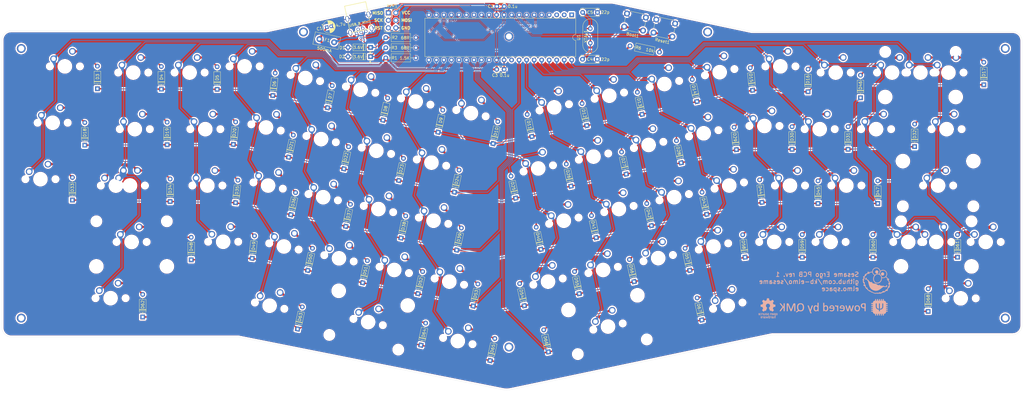
<source format=kicad_pcb>
(kicad_pcb (version 20171130) (host pcbnew "(5.1.7)-1")
  (layers (0 F.Cu signal) (31 B.Cu signal) (34 B.Paste user) (35 F.Paste user) (36 B.SilkS user) (37 F.SilkS user) (38 B.Mask user) (39 F.Mask user) (44 Edge.Cuts user))
  (net 0 "")
  (net 1 GND)
  (net 2 +5V)
  (net 3 "Net-(C4-Pad2)")
  (net 4 "Net-(C5-Pad2)")
  (net 5 "Net-(D1-Pad1)")
  (net 6 "Net-(D2-Pad1)")
  (net 7 "Net-(D3-Pad2)")
  (net 8 row0)
  (net 9 "Net-(D4-Pad2)")
  (net 10 "Net-(D5-Pad2)")
  (net 11 "Net-(D6-Pad2)")
  (net 12 "Net-(D7-Pad2)")
  (net 13 "Net-(D8-Pad2)")
  (net 14 "Net-(D9-Pad2)")
  (net 15 "Net-(D10-Pad2)")
  (net 16 "Net-(D11-Pad2)")
  (net 17 "Net-(D12-Pad2)")
  (net 18 "Net-(D13-Pad2)")
  (net 19 "Net-(D14-Pad2)")
  (net 20 "Net-(D15-Pad2)")
  (net 21 "Net-(D16-Pad2)")
  (net 22 "Net-(D19-Pad2)")
  (net 23 row1)
  (net 24 "Net-(D20-Pad2)")
  (net 25 "Net-(D21-Pad2)")
  (net 26 "Net-(D22-Pad2)")
  (net 27 "Net-(D23-Pad2)")
  (net 28 "Net-(D24-Pad2)")
  (net 29 "Net-(D25-Pad2)")
  (net 30 "Net-(D26-Pad2)")
  (net 31 "Net-(D27-Pad2)")
  (net 32 "Net-(D28-Pad2)")
  (net 33 "Net-(D29-Pad2)")
  (net 34 "Net-(D30-Pad2)")
  (net 35 "Net-(D31-Pad2)")
  (net 36 "Net-(D32-Pad2)")
  (net 37 "Net-(D33-Pad2)")
  (net 38 "Net-(D35-Pad2)")
  (net 39 row2)
  (net 40 "Net-(D36-Pad2)")
  (net 41 "Net-(D37-Pad2)")
  (net 42 "Net-(D38-Pad2)")
  (net 43 "Net-(D39-Pad2)")
  (net 44 "Net-(D40-Pad2)")
  (net 45 "Net-(D41-Pad2)")
  (net 46 "Net-(D42-Pad2)")
  (net 47 "Net-(D43-Pad2)")
  (net 48 "Net-(D44-Pad2)")
  (net 49 "Net-(D45-Pad2)")
  (net 50 "Net-(D46-Pad2)")
  (net 51 "Net-(D47-Pad2)")
  (net 52 "Net-(D48-Pad2)")
  (net 53 "Net-(D51-Pad2)")
  (net 54 "Net-(D52-Pad2)")
  (net 55 "Net-(D53-Pad2)")
  (net 56 "Net-(D54-Pad2)")
  (net 57 "Net-(D55-Pad2)")
  (net 58 "Net-(D56-Pad2)")
  (net 59 "Net-(D57-Pad2)")
  (net 60 "Net-(D58-Pad2)")
  (net 61 "Net-(D59-Pad2)")
  (net 62 "Net-(D61-Pad2)")
  (net 63 "Net-(D62-Pad2)")
  (net 64 "Net-(D64-Pad2)")
  (net 65 "Net-(D66-Pad2)")
  (net 66 "Net-(D67-Pad2)")
  (net 67 "Net-(D68-Pad2)")
  (net 68 VCC)
  (net 69 col0)
  (net 70 col1)
  (net 71 col2)
  (net 72 col3)
  (net 73 col4)
  (net 74 col5)
  (net 75 col6)
  (net 76 col7)
  (net 77 col8)
  (net 78 col9)
  (net 79 col10)
  (net 80 col11)
  (net 81 col12)
  (net 82 col13)
  (net 83 col14)
  (net 84 D-)
  (net 85 D+)
  (net 86 "Net-(U1-Pad14)")
  (net 87 SCK)
  (net 88 MISO)
  (net 89 MOSI)
  (net 90 "Net-(U1-Pad5)")
  (net 91 "Net-(U1-Pad4)")
  (net 92 "Net-(U1-Pad3)")
  (net 93 "Net-(U1-Pad2)")
  (net 94 "Net-(U1-Pad1)")
  (net 95 bs)
  (net 96 rs)
  (net 97 "Net-(U1-Pad32)")
  (net 98 row3)
  (net 99 row4)
  (net 100 "Net-(D18-Pad2)")
  (net 101 "Net-(D49-Pad2)")
  (net 102 "Net-(D50-Pad2)")
  (net 103 "Net-(D63-Pad2)")
  (net 104 "Net-(D65-Pad2)")
  (net 105 caps)
  (net 106 RST)
  (net 107 BOOT)
  (net 108 "Net-(USB1-Pad4)")
  (module Connector_PinHeader_2.54mm:PinHeader_2x03_P2.54mm_Vertical (layer F.Cu) (at 171.09375 69.09375)
    (fp_text reference AVR1 (at 1.27 -2.33) (layer F.SilkS))
    (fp_text value Conn_02x03_Odd_Even)
    (pad 6 thru_hole oval (at 2.54 5.08) (size 1.7 1.7) (drill 1) (layers *.Cu *.Mask) (net 1 GND))
    (pad 5 thru_hole oval (at 0 5.08) (size 1.7 1.7) (drill 1) (layers *.Cu *.Mask) (net 106 RST))
    (pad 4 thru_hole oval (at 2.54 2.54) (size 1.7 1.7) (drill 1) (layers *.Cu *.Mask) (net 89 MOSI))
    (pad 3 thru_hole oval (at 0 2.54) (size 1.7 1.7) (drill 1) (layers *.Cu *.Mask) (net 87 SCK))
    (pad 2 thru_hole oval (at 2.54 0) (size 1.7 1.7) (drill 1) (layers *.Cu *.Mask) (net 2 +5V))
    (pad 1 thru_hole rect (at 0 0) (size 1.7 1.7) (drill 1) (layers *.Cu *.Mask) (net 88 MISO))
  )
  (module "Keebio-Parts:USB-Mini-B_ LCSC-C46398" (layer F.Cu) (at 161.804761 75.102628 192)
    (fp_text reference USB1 hide)
    (fp_text value USB_B_Mini (at 0.02 2.46 12) (layer F.SilkS) (effects (font (size 0.8 0.8))))
    (pad 6 thru_hole oval (at 3.65 0 192) (size 1.2 1.9) (drill oval 0.8 1.5) (layers *.Cu *.Mask) (net 1 GND))
    (pad 6 thru_hole oval (at -3.65 0 192) (size 1.2 1.9) (drill oval 0.8 1.5) (layers *.Cu *.Mask) (net 1 GND))
    (pad 1 thru_hole circle (at -1.6 -0.6 192) (size 1.1 1.1) (drill 0.7) (layers *.Cu *.Mask) (net 68 VCC))
    (pad 2 thru_hole circle (at -0.8 0.6 192) (size 1.1 1.1) (drill 0.7) (layers *.Cu *.Mask) (net 5 "Net-(D1-Pad1)"))
    (pad 3 thru_hole circle (at 0 -0.6 192) (size 1.1 1.1) (drill 0.7) (layers *.Cu *.Mask) (net 6 "Net-(D2-Pad1)"))
    (pad 4 thru_hole circle (at 0.8 0.6 192) (size 1.1 1.1) (drill 0.7) (layers *.Cu *.Mask) (net 108 "Net-(USB1-Pad4)"))
    (pad 5 thru_hole circle (at 1.6 -0.6 192) (size 1.1 1.1) (drill 0.7) (layers *.Cu *.Mask) (net 1 GND))
    (pad 6 thru_hole oval (at -3.65 4.82 192) (size 1.2 1.9) (drill oval 0.8 1.5) (layers *.Cu *.Mask) (net 1 GND))
    (pad 6 thru_hole oval (at 3.65 4.82 192) (size 1.2 1.9) (drill oval 0.8 1.5) (layers *.Cu *.Mask) (net 1 GND))
  )
  (module custom_parts:screw_hole (layer F.Cu) (at 278.9555 75.565)
    (fp_text reference REF**)
    (fp_text value screw_hole)
    (pad 1 thru_hole circle (at 0 0) (size 3 3) (drill 2) (layers *.Cu *.Mask))
  )
  (module Capacitor_THT:CP_Radial_D4.0mm_P1.50mm (layer F.Cu) (at 150.3045 73.9775 12)
    (fp_text reference C1 (at -2.502616 -0.061671 12) (layer F.SilkS))
    (fp_text value 4.7u (at 4.73957 0.135881 12) (layer F.SilkS))
    (pad 2 thru_hole circle (at 1.5 0 12) (size 1.2 1.2) (drill 0.6) (layers *.Cu *.Mask) (net 1 GND))
    (pad 1 thru_hole rect (at 0 0 12) (size 1.2 1.2) (drill 0.6) (layers *.Cu *.Mask) (net 2 +5V))
  )
  (module MX_Only:MXOnly-1U-NoLED (layer F.Cu) (at 185.674 119.6975 348)
    (fp_text reference MX23)
    (fp_text value MX-NoLED)
    (pad 2 thru_hole circle (at 2.54 -5.08 348) (size 2.25 2.25) (drill 1.47) (layers *.Cu B.Mask) (net 28 "Net-(D24-Pad2)"))
    (pad "" np_thru_hole circle (at 0 0 348) (size 3.9878 3.9878) (drill 3.9878) (layers *.Cu *.Mask))
    (pad 1 thru_hole circle (at -3.81 -2.54 348) (size 2.25 2.25) (drill 1.47) (layers *.Cu B.Mask) (net 75 col6))
    (pad "" np_thru_hole circle (at -5.08 0 36.0996) (size 1.75 1.75) (drill 1.75) (layers *.Cu *.Mask))
    (pad "" np_thru_hole circle (at 5.08 0 36.0996) (size 1.75 1.75) (drill 1.75) (layers *.Cu *.Mask))
  )
  (module custom_parts:screw_hole (layer F.Cu) (at 142.4305 75.565)
    (fp_text reference REF**)
    (fp_text value screw_hole)
    (pad 1 thru_hole circle (at 0 0) (size 3 3) (drill 2) (layers *.Cu *.Mask))
  )
  (module MX_Only:MXOnly-2.75U-NoLED (layer F.Cu) (at 356.1715 146.4945)
    (fp_text reference MX61)
    (fp_text value MX-NoLED)
    (pad 2 thru_hole circle (at 2.54 -5.08) (size 2.25 2.25) (drill 1.47) (layers *.Cu B.Mask) (net 82 col13))
    (pad "" np_thru_hole circle (at 0 0) (size 3.9878 3.9878) (drill 3.9878) (layers *.Cu *.Mask))
    (pad 1 thru_hole circle (at -3.81 -2.54) (size 2.25 2.25) (drill 1.47) (layers *.Cu B.Mask) (net 96 rs))
    (pad "" np_thru_hole circle (at -5.08 0 48.0996) (size 1.75 1.75) (drill 1.75) (layers *.Cu *.Mask))
    (pad "" np_thru_hole circle (at 5.08 0 48.0996) (size 1.75 1.75) (drill 1.75) (layers *.Cu *.Mask))
    (pad "" np_thru_hole circle (at -11.90625 -6.985) (size 3.048 3.048) (drill 3.048) (layers *.Cu *.Mask))
    (pad "" np_thru_hole circle (at 11.90625 -6.985) (size 3.048 3.048) (drill 3.048) (layers *.Cu *.Mask))
    (pad "" np_thru_hole circle (at -11.90625 8.255) (size 3.9878 3.9878) (drill 3.9878) (layers *.Cu *.Mask))
    (pad "" np_thru_hole circle (at 11.90625 8.255) (size 3.9878 3.9878) (drill 3.9878) (layers *.Cu *.Mask))
  )
  (module MX_Only:MXOnly-1.75U-NoLED (layer F.Cu) (at 346.71 146.4945)
    (fp_text reference MX59)
    (fp_text value MX-NoLED)
    (pad 2 thru_hole circle (at 2.54 -5.08) (size 2.25 2.25) (drill 1.47) (layers *.Cu B.Mask) (net 96 rs))
    (pad "" np_thru_hole circle (at 0 0) (size 3.9878 3.9878) (drill 3.9878) (layers *.Cu *.Mask))
    (pad 1 thru_hole circle (at -3.81 -2.54) (size 2.25 2.25) (drill 1.47) (layers *.Cu B.Mask) (net 82 col13))
    (pad "" np_thru_hole circle (at -5.08 0 48.0996) (size 1.75 1.75) (drill 1.75) (layers *.Cu *.Mask))
    (pad "" np_thru_hole circle (at 5.08 0 48.0996) (size 1.75 1.75) (drill 1.75) (layers *.Cu *.Mask))
  )
  (module MX_Only:MXOnly-1.5U-NoLED (layer F.Cu) (at 359.664 108.3945)
    (fp_text reference MX31)
    (fp_text value MX-NoLED)
    (pad 2 thru_hole circle (at 2.54 -5.08) (size 2.25 2.25) (drill 1.47) (layers *.Cu B.Mask) (net 36 "Net-(D32-Pad2)"))
    (pad "" np_thru_hole circle (at 0 0) (size 3.9878 3.9878) (drill 3.9878) (layers *.Cu *.Mask))
    (pad 1 thru_hole circle (at -3.81 -2.54) (size 2.25 2.25) (drill 1.47) (layers *.Cu B.Mask) (net 83 col14))
    (pad "" np_thru_hole circle (at -5.08 0 48.0996) (size 1.75 1.75) (drill 1.75) (layers *.Cu *.Mask))
    (pad "" np_thru_hole circle (at 5.08 0 48.0996) (size 1.75 1.75) (drill 1.75) (layers *.Cu *.Mask))
  )
  (module MX_Only:MXOnly-2U-NoLED (layer F.Cu) (at 350.8375 89.281)
    (fp_text reference MX15)
    (fp_text value MX-NoLED)
    (pad 2 thru_hole circle (at 2.54 -5.08) (size 2.25 2.25) (drill 1.47) (layers *.Cu B.Mask) (net 95 bs))
    (pad "" np_thru_hole circle (at 0 0) (size 3.9878 3.9878) (drill 3.9878) (layers *.Cu *.Mask))
    (pad 1 thru_hole circle (at -3.81 -2.54) (size 2.25 2.25) (drill 1.47) (layers *.Cu B.Mask) (net 83 col14))
    (pad "" np_thru_hole circle (at -5.08 0 48.0996) (size 1.75 1.75) (drill 1.75) (layers *.Cu *.Mask))
    (pad "" np_thru_hole circle (at 5.08 0 48.0996) (size 1.75 1.75) (drill 1.75) (layers *.Cu *.Mask))
    (pad "" np_thru_hole circle (at -11.90625 -6.985) (size 3.048 3.048) (drill 3.048) (layers *.Cu *.Mask))
    (pad "" np_thru_hole circle (at 11.90625 -6.985) (size 3.048 3.048) (drill 3.048) (layers *.Cu *.Mask))
    (pad "" np_thru_hole circle (at -11.90625 8.255) (size 3.9878 3.9878) (drill 3.9878) (layers *.Cu *.Mask))
    (pad "" np_thru_hole circle (at 11.90625 8.255) (size 3.9878 3.9878) (drill 3.9878) (layers *.Cu *.Mask))
  )
  (module MX_Only:MXOnly-1.75U-NoLED (layer F.Cu) (at 83.82 127.4445)
    (fp_text reference MX33)
    (fp_text value MX-NoLED)
    (pad 2 thru_hole circle (at 2.54 -5.08) (size 2.25 2.25) (drill 1.47) (layers *.Cu B.Mask) (net 105 caps))
    (pad "" np_thru_hole circle (at 0 0) (size 3.9878 3.9878) (drill 3.9878) (layers *.Cu *.Mask))
    (pad 1 thru_hole circle (at -3.81 -2.54) (size 2.25 2.25) (drill 1.47) (layers *.Cu B.Mask) (net 70 col1))
    (pad "" np_thru_hole circle (at -5.08 0 48.0996) (size 1.75 1.75) (drill 1.75) (layers *.Cu *.Mask))
    (pad "" np_thru_hole circle (at 5.08 0 48.0996) (size 1.75 1.75) (drill 1.75) (layers *.Cu *.Mask))
  )
  (module MX_Only:MXOnly-1.5U-NoLED (layer F.Cu) (at 85.471 108.3945)
    (fp_text reference MX18)
    (fp_text value MX-NoLED)
    (pad 2 thru_hole circle (at 2.54 -5.08) (size 2.25 2.25) (drill 1.47) (layers *.Cu B.Mask) (net 22 "Net-(D19-Pad2)"))
    (pad "" np_thru_hole circle (at 0 0) (size 3.9878 3.9878) (drill 3.9878) (layers *.Cu *.Mask))
    (pad 1 thru_hole circle (at -3.81 -2.54) (size 2.25 2.25) (drill 1.47) (layers *.Cu B.Mask) (net 70 col1))
    (pad "" np_thru_hole circle (at -5.08 0 48.0996) (size 1.75 1.75) (drill 1.75) (layers *.Cu *.Mask))
    (pad "" np_thru_hole circle (at 5.08 0 48.0996) (size 1.75 1.75) (drill 1.75) (layers *.Cu *.Mask))
  )
  (module MX_Only:MXOnly-1.25U-NoLED (layer F.Cu) (at 79.0702 127.4572)
    (fp_text reference MX69)
    (fp_text value MX-NoLED)
    (pad 2 thru_hole circle (at 2.54 -5.08) (size 2.25 2.25) (drill 1.47) (layers *.Cu B.Mask) (net 70 col1))
    (pad "" np_thru_hole circle (at 0 0) (size 3.9878 3.9878) (drill 3.9878) (layers *.Cu *.Mask))
    (pad 1 thru_hole circle (at -3.81 -2.54) (size 2.25 2.25) (drill 1.47) (layers *.Cu B.Mask) (net 105 caps))
    (pad "" np_thru_hole circle (at -5.08 0 48.0996) (size 1.75 1.75) (drill 1.75) (layers *.Cu *.Mask))
    (pad "" np_thru_hole circle (at 5.08 0 48.0996) (size 1.75 1.75) (drill 1.75) (layers *.Cu *.Mask))
  )
  (module Diode_THT:D_DO-35_SOD27_P7.62mm_Horizontal (layer F.Cu) (at 334.772 151.638 90)
    (fp_text reference D60 (at 4.191 0.127 90) (layer F.SilkS))
    (fp_text value D_Small)
    (pad 2 thru_hole oval (at 7.62 0 90) (size 1.6 1.6) (drill 0.8) (layers *.Cu *.Mask) (net 96 rs))
    (pad 1 thru_hole rect (at 0 0 90) (size 1.6 1.6) (drill 0.8) (layers *.Cu *.Mask) (net 98 row3))
  )
  (module custom_parts:qmk (layer B.Cu) (at 321.437 168.529 180)
    (fp_text reference G*** hide)
    (fp_text value LOGO hide)
  )
  (module Package_DIP:DIP-40_W15.24mm (layer F.Cu) (at 233.045 69.7865 270)
    (fp_text reference U1 (at 7.62 -2.33 90) (layer F.SilkS))
    (fp_text value ATmega32A-PU)
    (pad 40 thru_hole oval (at 15.24 0 270) (size 1.6 1.6) (drill 0.8) (layers *.Cu *.Mask) (net 83 col14))
    (pad 20 thru_hole oval (at 0 48.26 270) (size 1.6 1.6) (drill 0.8) (layers *.Cu *.Mask) (net 71 col2))
    (pad 39 thru_hole oval (at 15.24 2.54 270) (size 1.6 1.6) (drill 0.8) (layers *.Cu *.Mask) (net 82 col13))
    (pad 19 thru_hole oval (at 0 45.72 270) (size 1.6 1.6) (drill 0.8) (layers *.Cu *.Mask) (net 70 col1))
    (pad 38 thru_hole oval (at 15.24 5.08 270) (size 1.6 1.6) (drill 0.8) (layers *.Cu *.Mask) (net 81 col12))
    (pad 18 thru_hole oval (at 0 43.18 270) (size 1.6 1.6) (drill 0.8) (layers *.Cu *.Mask) (net 107 BOOT))
    (pad 37 thru_hole oval (at 15.24 7.62 270) (size 1.6 1.6) (drill 0.8) (layers *.Cu *.Mask) (net 80 col11))
    (pad 17 thru_hole oval (at 0 40.64 270) (size 1.6 1.6) (drill 0.8) (layers *.Cu *.Mask) (net 84 D-))
    (pad 36 thru_hole oval (at 15.24 10.16 270) (size 1.6 1.6) (drill 0.8) (layers *.Cu *.Mask) (net 79 col10))
    (pad 16 thru_hole oval (at 0 38.1 270) (size 1.6 1.6) (drill 0.8) (layers *.Cu *.Mask) (net 85 D+))
    (pad 35 thru_hole oval (at 15.24 12.7 270) (size 1.6 1.6) (drill 0.8) (layers *.Cu *.Mask) (net 78 col9))
    (pad 15 thru_hole oval (at 0 35.56 270) (size 1.6 1.6) (drill 0.8) (layers *.Cu *.Mask) (net 69 col0))
    (pad 34 thru_hole oval (at 15.24 15.24 270) (size 1.6 1.6) (drill 0.8) (layers *.Cu *.Mask) (net 77 col8))
    (pad 14 thru_hole oval (at 0 33.02 270) (size 1.6 1.6) (drill 0.8) (layers *.Cu *.Mask) (net 86 "Net-(U1-Pad14)"))
    (pad 33 thru_hole oval (at 15.24 17.78 270) (size 1.6 1.6) (drill 0.8) (layers *.Cu *.Mask) (net 99 row4))
    (pad 13 thru_hole oval (at 0 30.48 270) (size 1.6 1.6) (drill 0.8) (layers *.Cu *.Mask) (net 3 "Net-(C4-Pad2)"))
    (pad 32 thru_hole oval (at 15.24 20.32 270) (size 1.6 1.6) (drill 0.8) (layers *.Cu *.Mask) (net 97 "Net-(U1-Pad32)"))
    (pad 12 thru_hole oval (at 0 27.94 270) (size 1.6 1.6) (drill 0.8) (layers *.Cu *.Mask) (net 4 "Net-(C5-Pad2)"))
    (pad 31 thru_hole oval (at 15.24 22.86 270) (size 1.6 1.6) (drill 0.8) (layers *.Cu *.Mask) (net 1 GND))
    (pad 11 thru_hole oval (at 0 25.4 270) (size 1.6 1.6) (drill 0.8) (layers *.Cu *.Mask) (net 1 GND))
    (pad 30 thru_hole oval (at 15.24 25.4 270) (size 1.6 1.6) (drill 0.8) (layers *.Cu *.Mask) (net 2 +5V))
    (pad 10 thru_hole oval (at 0 22.86 270) (size 1.6 1.6) (drill 0.8) (layers *.Cu *.Mask) (net 2 +5V))
    (pad 29 thru_hole oval (at 15.24 27.94 270) (size 1.6 1.6) (drill 0.8) (layers *.Cu *.Mask) (net 98 row3))
    (pad 9 thru_hole oval (at 0 20.32 270) (size 1.6 1.6) (drill 0.8) (layers *.Cu *.Mask) (net 106 RST))
    (pad 28 thru_hole oval (at 15.24 30.48 270) (size 1.6 1.6) (drill 0.8) (layers *.Cu *.Mask) (net 39 row2))
    (pad 8 thru_hole oval (at 0 17.78 270) (size 1.6 1.6) (drill 0.8) (layers *.Cu *.Mask) (net 87 SCK))
    (pad 27 thru_hole oval (at 15.24 33.02 270) (size 1.6 1.6) (drill 0.8) (layers *.Cu *.Mask) (net 23 row1))
    (pad 7 thru_hole oval (at 0 15.24 270) (size 1.6 1.6) (drill 0.8) (layers *.Cu *.Mask) (net 88 MISO))
    (pad 26 thru_hole oval (at 15.24 35.56 270) (size 1.6 1.6) (drill 0.8) (layers *.Cu *.Mask) (net 8 row0))
    (pad 6 thru_hole oval (at 0 12.7 270) (size 1.6 1.6) (drill 0.8) (layers *.Cu *.Mask) (net 89 MOSI))
    (pad 25 thru_hole oval (at 15.24 38.1 270) (size 1.6 1.6) (drill 0.8) (layers *.Cu *.Mask) (net 76 col7))
    (pad 5 thru_hole oval (at 0 10.16 270) (size 1.6 1.6) (drill 0.8) (layers *.Cu *.Mask) (net 90 "Net-(U1-Pad5)"))
    (pad 24 thru_hole oval (at 15.24 40.64 270) (size 1.6 1.6) (drill 0.8) (layers *.Cu *.Mask) (net 75 col6))
    (pad 4 thru_hole oval (at 0 7.62 270) (size 1.6 1.6) (drill 0.8) (layers *.Cu *.Mask) (net 91 "Net-(U1-Pad4)"))
    (pad 23 thru_hole oval (at 15.24 43.18 270) (size 1.6 1.6) (drill 0.8) (layers *.Cu *.Mask) (net 74 col5))
    (pad 3 thru_hole oval (at 0 5.08 270) (size 1.6 1.6) (drill 0.8) (layers *.Cu *.Mask) (net 92 "Net-(U1-Pad3)"))
    (pad 22 thru_hole oval (at 15.24 45.72 270) (size 1.6 1.6) (drill 0.8) (layers *.Cu *.Mask) (net 73 col4))
    (pad 2 thru_hole oval (at 0 2.54 270) (size 1.6 1.6) (drill 0.8) (layers *.Cu *.Mask) (net 93 "Net-(U1-Pad2)"))
    (pad 21 thru_hole oval (at 15.24 48.26 270) (size 1.6 1.6) (drill 0.8) (layers *.Cu *.Mask) (net 72 col3))
    (pad 1 thru_hole rect (at 0 0 270) (size 1.6 1.6) (drill 0.8) (layers *.Cu *.Mask) (net 94 "Net-(U1-Pad1)"))
  )
  (module MX_Only:MXOnly-1U-NoLED (layer F.Cu) (at 143.0655 91.1225 348)
    (fp_text reference MX5)
    (fp_text value 4)
    (pad 2 thru_hole circle (at 2.54 -5.08 348) (size 2.25 2.25) (drill 1.47) (layers *.Cu B.Mask) (net 12 "Net-(D7-Pad2)"))
    (pad "" np_thru_hole circle (at 0 0 348) (size 3.9878 3.9878) (drill 3.9878) (layers *.Cu *.Mask))
    (pad 1 thru_hole circle (at -3.81 -2.54 348) (size 2.25 2.25) (drill 1.47) (layers *.Cu B.Mask) (net 73 col4))
    (pad "" np_thru_hole circle (at -5.08 0 36.0996) (size 1.75 1.75) (drill 1.75) (layers *.Cu *.Mask))
    (pad "" np_thru_hole circle (at 5.08 0 36.0996) (size 1.75 1.75) (drill 1.75) (layers *.Cu *.Mask))
  )
  (module custom_parts:oshw (layer B.Cu) (at 299.339 168.91 180)
    (fp_text reference G*** hide)
    (fp_text value LOGO hide)
  )
  (module custom_parts:elmo (layer B.Cu) (at 336.042 159.639 180)
    (fp_text reference G*** hide)
    (fp_text value LOGO hide)
  )
  (module custom_parts:screw_hole (layer F.Cu) (at 211.836 181.991)
    (fp_text reference REF**)
    (fp_text value screw_hole)
    (pad 1 thru_hole circle (at 0 0) (size 3 3) (drill 2) (layers *.Cu *.Mask))
  )
  (module custom_parts:screw_hole (layer F.Cu) (at 379.476 172.212)
    (fp_text reference REF**)
    (fp_text value screw_hole)
    (pad 1 thru_hole circle (at 0 0) (size 3 3) (drill 2) (layers *.Cu *.Mask))
  )
  (module custom_parts:screw_hole (layer F.Cu) (at 379.476 81.153)
    (fp_text reference REF**)
    (fp_text value screw_hole)
    (pad 1 thru_hole circle (at 0 0) (size 3 3) (drill 2) (layers *.Cu *.Mask))
  )
  (module custom_parts:screw_hole (layer F.Cu) (at 47.117 81.153)
    (fp_text reference REF**)
    (fp_text value screw_hole)
    (pad 1 thru_hole circle (at 0 0) (size 3 3) (drill 2) (layers *.Cu *.Mask))
  )
  (module custom_parts:screw_hole (layer F.Cu) (at 47.117 172.212)
    (fp_text reference REF**)
    (fp_text value screw_hole)
    (pad 1 thru_hole circle (at 0 0) (size 3 3) (drill 2) (layers *.Cu *.Mask))
  )
  (module custom_parts:screw_hole (layer F.Cu) (at 211.836 77.089)
    (fp_text reference REF**)
    (fp_text value screw_hole)
    (pad 1 thru_hole circle (at 0 0) (size 3 3) (drill 2) (layers *.Cu *.Mask))
  )
  (module Crystal:Crystal_HC49-4H_Vertical (layer F.Cu) (at 239.3315 74.422 270)
    (fp_text reference XTAL1 (at 2.667 1.524 90) (layer F.SilkS))
    (fp_text value Crystal)
    (pad 2 thru_hole circle (at 4.88 0 270) (size 1.5 1.5) (drill 0.8) (layers *.Cu *.Mask) (net 3 "Net-(C4-Pad2)"))
    (pad 1 thru_hole circle (at 0 0 270) (size 1.5 1.5) (drill 0.8) (layers *.Cu *.Mask) (net 4 "Net-(C5-Pad2)"))
  )
  (module MX_Only:MXOnly-1U-NoLED (layer F.Cu) (at 221.742 121.666 12)
    (fp_text reference MX24)
    (fp_text value MX-NoLED)
    (pad 2 thru_hole circle (at 2.54 -5.08 12) (size 2.25 2.25) (drill 1.47) (layers *.Cu B.Mask) (net 29 "Net-(D25-Pad2)"))
    (pad "" np_thru_hole circle (at 0 0 12) (size 3.9878 3.9878) (drill 3.9878) (layers *.Cu *.Mask))
    (pad 1 thru_hole circle (at -3.81 -2.54 12) (size 2.25 2.25) (drill 1.47) (layers *.Cu B.Mask) (net 76 col7))
    (pad "" np_thru_hole circle (at -5.08 0 60.0996) (size 1.75 1.75) (drill 1.75) (layers *.Cu *.Mask))
    (pad "" np_thru_hole circle (at 5.08 0 60.0996) (size 1.75 1.75) (drill 1.75) (layers *.Cu *.Mask))
  )
  (module MX_Only:MXOnly-1U-NoLED (layer F.Cu) (at 298.1325 107.315)
    (fp_text reference MX28)
    (fp_text value MX-NoLED)
    (pad 2 thru_hole circle (at 2.54 -5.08) (size 2.25 2.25) (drill 1.47) (layers *.Cu B.Mask) (net 33 "Net-(D29-Pad2)"))
    (pad "" np_thru_hole circle (at 0 0) (size 3.9878 3.9878) (drill 3.9878) (layers *.Cu *.Mask))
    (pad 1 thru_hole circle (at -3.81 -2.54) (size 2.25 2.25) (drill 1.47) (layers *.Cu B.Mask) (net 80 col11))
    (pad "" np_thru_hole circle (at -5.08 0 48.0996) (size 1.75 1.75) (drill 1.75) (layers *.Cu *.Mask))
    (pad "" np_thru_hole circle (at 5.08 0 48.0996) (size 1.75 1.75) (drill 1.75) (layers *.Cu *.Mask))
  )
  (module MX_Only:MXOnly-2.25U-ReversedStabilizers-NoLED (layer F.Cu) (at 245.3005 175.0695 12)
    (fp_text reference MX66)
    (fp_text value bkspc)
    (pad 2 thru_hole circle (at 2.54 -5.08 12) (size 2.25 2.25) (drill 1.47) (layers *.Cu B.Mask) (net 65 "Net-(D66-Pad2)"))
    (pad "" np_thru_hole circle (at 0 0 12) (size 3.9878 3.9878) (drill 3.9878) (layers *.Cu *.Mask))
    (pad 1 thru_hole circle (at -3.81 -2.54 12) (size 2.25 2.25) (drill 1.47) (layers *.Cu B.Mask) (net 77 col8))
    (pad "" np_thru_hole circle (at -5.08 0 60.0996) (size 1.75 1.75) (drill 1.75) (layers *.Cu *.Mask))
    (pad "" np_thru_hole circle (at 5.08 0 60.0996) (size 1.75 1.75) (drill 1.75) (layers *.Cu *.Mask))
    (pad "" np_thru_hole circle (at -11.90625 6.985 12) (size 3.048 3.048) (drill 3.048) (layers *.Cu *.Mask))
    (pad "" np_thru_hole circle (at 11.90625 6.985 12) (size 3.048 3.048) (drill 3.048) (layers *.Cu *.Mask))
    (pad "" np_thru_hole circle (at -11.90625 -8.255 12) (size 3.9878 3.9878) (drill 3.9878) (layers *.Cu *.Mask))
    (pad "" np_thru_hole circle (at 11.90625 -8.255 12) (size 3.9878 3.9878) (drill 3.9878) (layers *.Cu *.Mask))
  )
  (module MX_Only:MXOnly-1.25U-NoLED (layer F.Cu) (at 194.564 179.959 348)
    (fp_text reference MX65)
    (fp_text value MX-NoLED)
    (pad 2 thru_hole circle (at 2.54 -5.08 348) (size 2.25 2.25) (drill 1.47) (layers *.Cu B.Mask) (net 104 "Net-(D65-Pad2)"))
    (pad "" np_thru_hole circle (at 0 0 348) (size 3.9878 3.9878) (drill 3.9878) (layers *.Cu *.Mask))
    (pad 1 thru_hole circle (at -3.81 -2.54 348) (size 2.25 2.25) (drill 1.47) (layers *.Cu B.Mask) (net 75 col6))
    (pad "" np_thru_hole circle (at -5.08 0 36.0996) (size 1.75 1.75) (drill 1.75) (layers *.Cu *.Mask))
    (pad "" np_thru_hole circle (at 5.08 0 36.0996) (size 1.75 1.75) (drill 1.75) (layers *.Cu *.Mask))
  )
  (module MX_Only:MXOnly-2U-ReversedStabilizers-NoLED (layer F.Cu) (at 164.2745 173.5455 348)
    (fp_text reference MX64)
    (fp_text value MX-NoLED)
    (pad 2 thru_hole circle (at 2.54 -5.08 348) (size 2.25 2.25) (drill 1.47) (layers *.Cu B.Mask) (net 64 "Net-(D64-Pad2)"))
    (pad "" np_thru_hole circle (at 0 0 348) (size 3.9878 3.9878) (drill 3.9878) (layers *.Cu *.Mask))
    (pad 1 thru_hole circle (at -3.81 -2.54 348) (size 2.25 2.25) (drill 1.47) (layers *.Cu B.Mask) (net 74 col5))
    (pad "" np_thru_hole circle (at -5.08 0 36.0996) (size 1.75 1.75) (drill 1.75) (layers *.Cu *.Mask))
    (pad "" np_thru_hole circle (at 5.08 0 36.0996) (size 1.75 1.75) (drill 1.75) (layers *.Cu *.Mask))
    (pad "" np_thru_hole circle (at -11.90625 6.985 348) (size 3.048 3.048) (drill 3.048) (layers *.Cu *.Mask))
    (pad "" np_thru_hole circle (at 11.90625 6.985 348) (size 3.048 3.048) (drill 3.048) (layers *.Cu *.Mask))
    (pad "" np_thru_hole circle (at -11.90625 -8.255 348) (size 3.9878 3.9878) (drill 3.9878) (layers *.Cu *.Mask))
    (pad "" np_thru_hole circle (at 11.90625 -8.255 348) (size 3.9878 3.9878) (drill 3.9878) (layers *.Cu *.Mask))
  )
  (module MX_Only:MXOnly-2.25U-ReversedStabilizers-NoLED (layer F.Cu) (at 356.8065 127.4445)
    (fp_text reference MX46)
    (fp_text value MX-NoLED)
    (pad 2 thru_hole circle (at 2.54 -5.08) (size 2.25 2.25) (drill 1.47) (layers *.Cu B.Mask) (net 51 "Net-(D47-Pad2)"))
    (pad "" np_thru_hole circle (at 0 0) (size 3.9878 3.9878) (drill 3.9878) (layers *.Cu *.Mask))
    (pad 1 thru_hole circle (at -3.81 -2.54) (size 2.25 2.25) (drill 1.47) (layers *.Cu B.Mask) (net 83 col14))
    (pad "" np_thru_hole circle (at -5.08 0 48.0996) (size 1.75 1.75) (drill 1.75) (layers *.Cu *.Mask))
    (pad "" np_thru_hole circle (at 5.08 0 48.0996) (size 1.75 1.75) (drill 1.75) (layers *.Cu *.Mask))
    (pad "" np_thru_hole circle (at -11.90625 6.985) (size 3.048 3.048) (drill 3.048) (layers *.Cu *.Mask))
    (pad "" np_thru_hole circle (at 11.90625 6.985) (size 3.048 3.048) (drill 3.048) (layers *.Cu *.Mask))
    (pad "" np_thru_hole circle (at -11.90625 -8.255) (size 3.9878 3.9878) (drill 3.9878) (layers *.Cu *.Mask))
    (pad "" np_thru_hole circle (at 11.90625 -8.255) (size 3.9878 3.9878) (drill 3.9878) (layers *.Cu *.Mask))
  )
  (module MX_Only:MXOnly-2.25U-NoLED (layer F.Cu) (at 84.3915 146.4945)
    (fp_text reference MX47)
    (fp_text value MX-NoLED)
    (pad 2 thru_hole circle (at 2.54 -5.08) (size 2.25 2.25) (drill 1.47) (layers *.Cu B.Mask) (net 52 "Net-(D48-Pad2)"))
    (pad "" np_thru_hole circle (at 0 0) (size 3.9878 3.9878) (drill 3.9878) (layers *.Cu *.Mask))
    (pad 1 thru_hole circle (at -3.81 -2.54) (size 2.25 2.25) (drill 1.47) (layers *.Cu B.Mask) (net 70 col1))
    (pad "" np_thru_hole circle (at -5.08 0 48.0996) (size 1.75 1.75) (drill 1.75) (layers *.Cu *.Mask))
    (pad "" np_thru_hole circle (at 5.08 0 48.0996) (size 1.75 1.75) (drill 1.75) (layers *.Cu *.Mask))
    (pad "" np_thru_hole circle (at -11.90625 -6.985) (size 3.048 3.048) (drill 3.048) (layers *.Cu *.Mask))
    (pad "" np_thru_hole circle (at 11.90625 -6.985) (size 3.048 3.048) (drill 3.048) (layers *.Cu *.Mask))
    (pad "" np_thru_hole circle (at -11.90625 8.255) (size 3.9878 3.9878) (drill 3.9878) (layers *.Cu *.Mask))
    (pad "" np_thru_hole circle (at 11.90625 8.255) (size 3.9878 3.9878) (drill 3.9878) (layers *.Cu *.Mask))
  )
  (module MX_Only:MXOnly-1U-NoLED (layer F.Cu) (at 360.299 89.281)
    (fp_text reference MX16)
    (fp_text value MX-NoLED)
    (pad 2 thru_hole circle (at 2.54 -5.08) (size 2.25 2.25) (drill 1.47) (layers *.Cu B.Mask) (net 95 bs))
    (pad "" np_thru_hole circle (at 0 0) (size 3.9878 3.9878) (drill 3.9878) (layers *.Cu *.Mask))
    (pad 1 thru_hole circle (at -3.81 -2.54) (size 2.25 2.25) (drill 1.47) (layers *.Cu B.Mask) (net 83 col14))
    (pad "" np_thru_hole circle (at -5.08 0 48.0996) (size 1.75 1.75) (drill 1.75) (layers *.Cu *.Mask))
    (pad "" np_thru_hole circle (at 5.08 0 48.0996) (size 1.75 1.75) (drill 1.75) (layers *.Cu *.Mask))
  )
  (module MX_Only:MXOnly-1U-NoLED (layer F.Cu) (at 341.249 89.281)
    (fp_text reference MX45)
    (fp_text value MX-NoLED)
    (pad 2 thru_hole circle (at 2.54 -5.08) (size 2.25 2.25) (drill 1.47) (layers *.Cu B.Mask) (net 50 "Net-(D46-Pad2)"))
    (pad "" np_thru_hole circle (at 0 0) (size 3.9878 3.9878) (drill 3.9878) (layers *.Cu *.Mask))
    (pad 1 thru_hole circle (at -3.81 -2.54) (size 2.25 2.25) (drill 1.47) (layers *.Cu B.Mask) (net 82 col13))
    (pad "" np_thru_hole circle (at -5.08 0 48.0996) (size 1.75 1.75) (drill 1.75) (layers *.Cu *.Mask))
    (pad "" np_thru_hole circle (at 5.08 0 48.0996) (size 1.75 1.75) (drill 1.75) (layers *.Cu *.Mask))
  )
  (module MX_Only:MXOnly-1U-NoLED (layer F.Cu) (at 364.4265 165.5445)
    (fp_text reference MX68)
    (fp_text value MX-NoLED)
    (pad 2 thru_hole circle (at 2.54 -5.08) (size 2.25 2.25) (drill 1.47) (layers *.Cu B.Mask) (net 67 "Net-(D68-Pad2)"))
    (pad "" np_thru_hole circle (at 0 0) (size 3.9878 3.9878) (drill 3.9878) (layers *.Cu *.Mask))
    (pad 1 thru_hole circle (at -3.81 -2.54) (size 2.25 2.25) (drill 1.47) (layers *.Cu B.Mask) (net 82 col13))
    (pad "" np_thru_hole circle (at -5.08 0 48.0996) (size 1.75 1.75) (drill 1.75) (layers *.Cu *.Mask))
    (pad "" np_thru_hole circle (at 5.08 0 48.0996) (size 1.75 1.75) (drill 1.75) (layers *.Cu *.Mask))
  )
  (module MX_Only:MXOnly-1U-NoLED (layer F.Cu) (at 285.75 168.021 12)
    (fp_text reference MX67)
    (fp_text value MX-NoLED)
    (pad 2 thru_hole circle (at 2.54 -5.08 12) (size 2.25 2.25) (drill 1.47) (layers *.Cu B.Mask) (net 66 "Net-(D67-Pad2)"))
    (pad "" np_thru_hole circle (at 0 0 12) (size 3.9878 3.9878) (drill 3.9878) (layers *.Cu *.Mask))
    (pad 1 thru_hole circle (at -3.81 -2.54 12) (size 2.25 2.25) (drill 1.47) (layers *.Cu B.Mask) (net 79 col10))
    (pad "" np_thru_hole circle (at -5.08 0 60.0996) (size 1.75 1.75) (drill 1.75) (layers *.Cu *.Mask))
    (pad "" np_thru_hole circle (at 5.08 0 60.0996) (size 1.75 1.75) (drill 1.75) (layers *.Cu *.Mask))
  )
  (module MX_Only:MXOnly-1U-NoLED (layer F.Cu) (at 131.0005 168.021 348)
    (fp_text reference MX63)
    (fp_text value MX-NoLED)
    (pad 2 thru_hole circle (at 2.54 -5.08 348) (size 2.25 2.25) (drill 1.47) (layers *.Cu B.Mask) (net 103 "Net-(D63-Pad2)"))
    (pad "" np_thru_hole circle (at 0 0 348) (size 3.9878 3.9878) (drill 3.9878) (layers *.Cu *.Mask))
    (pad 1 thru_hole circle (at -3.81 -2.54 348) (size 2.25 2.25) (drill 1.47) (layers *.Cu B.Mask) (net 72 col3))
    (pad "" np_thru_hole circle (at -5.08 0 36.0996) (size 1.75 1.75) (drill 1.75) (layers *.Cu *.Mask))
    (pad "" np_thru_hole circle (at 5.08 0 36.0996) (size 1.75 1.75) (drill 1.75) (layers *.Cu *.Mask))
  )
  (module MX_Only:MXOnly-1U-NoLED (layer F.Cu) (at 77.2795 165.481)
    (fp_text reference MX62)
    (fp_text value MX-NoLED)
    (pad 2 thru_hole circle (at 2.54 -5.08) (size 2.25 2.25) (drill 1.47) (layers *.Cu B.Mask) (net 63 "Net-(D62-Pad2)"))
    (pad "" np_thru_hole circle (at 0 0) (size 3.9878 3.9878) (drill 3.9878) (layers *.Cu *.Mask))
    (pad 1 thru_hole circle (at -3.81 -2.54) (size 2.25 2.25) (drill 1.47) (layers *.Cu B.Mask) (net 70 col1))
    (pad "" np_thru_hole circle (at -5.08 0 48.0996) (size 1.75 1.75) (drill 1.75) (layers *.Cu *.Mask))
    (pad "" np_thru_hole circle (at 5.08 0 48.0996) (size 1.75 1.75) (drill 1.75) (layers *.Cu *.Mask))
  )
  (module MX_Only:MXOnly-1U-NoLED (layer F.Cu) (at 372.872 146.4945)
    (fp_text reference MX60)
    (fp_text value MX-NoLED)
    (pad 2 thru_hole circle (at 2.54 -5.08) (size 2.25 2.25) (drill 1.47) (layers *.Cu B.Mask) (net 62 "Net-(D61-Pad2)"))
    (pad "" np_thru_hole circle (at 0 0) (size 3.9878 3.9878) (drill 3.9878) (layers *.Cu *.Mask))
    (pad 1 thru_hole circle (at -3.81 -2.54) (size 2.25 2.25) (drill 1.47) (layers *.Cu B.Mask) (net 83 col14))
    (pad "" np_thru_hole circle (at -5.08 0 48.0996) (size 1.75 1.75) (drill 1.75) (layers *.Cu *.Mask))
    (pad "" np_thru_hole circle (at 5.08 0 48.0996) (size 1.75 1.75) (drill 1.75) (layers *.Cu *.Mask))
  )
  (module MX_Only:MXOnly-1U-NoLED (layer F.Cu) (at 320.4845 146.4945)
    (fp_text reference MX58)
    (fp_text value MX-NoLED)
    (pad 2 thru_hole circle (at 2.54 -5.08) (size 2.25 2.25) (drill 1.47) (layers *.Cu B.Mask) (net 61 "Net-(D59-Pad2)"))
    (pad "" np_thru_hole circle (at 0 0) (size 3.9878 3.9878) (drill 3.9878) (layers *.Cu *.Mask))
    (pad 1 thru_hole circle (at -3.81 -2.54) (size 2.25 2.25) (drill 1.47) (layers *.Cu B.Mask) (net 81 col12))
    (pad "" np_thru_hole circle (at -5.08 0 48.0996) (size 1.75 1.75) (drill 1.75) (layers *.Cu *.Mask))
    (pad "" np_thru_hole circle (at 5.08 0 48.0996) (size 1.75 1.75) (drill 1.75) (layers *.Cu *.Mask))
  )
  (module MX_Only:MXOnly-1U-NoLED (layer F.Cu) (at 301.4345 146.4945)
    (fp_text reference MX57)
    (fp_text value MX-NoLED)
    (pad 2 thru_hole circle (at 2.54 -5.08) (size 2.25 2.25) (drill 1.47) (layers *.Cu B.Mask) (net 60 "Net-(D58-Pad2)"))
    (pad "" np_thru_hole circle (at 0 0) (size 3.9878 3.9878) (drill 3.9878) (layers *.Cu *.Mask))
    (pad 1 thru_hole circle (at -3.81 -2.54) (size 2.25 2.25) (drill 1.47) (layers *.Cu B.Mask) (net 80 col11))
    (pad "" np_thru_hole circle (at -5.08 0 48.0996) (size 1.75 1.75) (drill 1.75) (layers *.Cu *.Mask))
    (pad "" np_thru_hole circle (at 5.08 0 48.0996) (size 1.75 1.75) (drill 1.75) (layers *.Cu *.Mask))
  )
  (module MX_Only:MXOnly-1U-NoLED (layer F.Cu) (at 280.924 148.0185 12)
    (fp_text reference MX56)
    (fp_text value MX-NoLED)
    (pad 2 thru_hole circle (at 2.54 -5.08 12) (size 2.25 2.25) (drill 1.47) (layers *.Cu B.Mask) (net 59 "Net-(D57-Pad2)"))
    (pad "" np_thru_hole circle (at 0 0 12) (size 3.9878 3.9878) (drill 3.9878) (layers *.Cu *.Mask))
    (pad 1 thru_hole circle (at -3.81 -2.54 12) (size 2.25 2.25) (drill 1.47) (layers *.Cu B.Mask) (net 79 col10))
    (pad "" np_thru_hole circle (at -5.08 0 60.0996) (size 1.75 1.75) (drill 1.75) (layers *.Cu *.Mask))
    (pad "" np_thru_hole circle (at 5.08 0 60.0996) (size 1.75 1.75) (drill 1.75) (layers *.Cu *.Mask))
  )
  (module MX_Only:MXOnly-1U-NoLED (layer F.Cu) (at 262.255 151.9555 12)
    (fp_text reference MX55)
    (fp_text value MX-NoLED)
    (pad 2 thru_hole circle (at 2.54 -5.08 12) (size 2.25 2.25) (drill 1.47) (layers *.Cu B.Mask) (net 58 "Net-(D56-Pad2)"))
    (pad "" np_thru_hole circle (at 0 0 12) (size 3.9878 3.9878) (drill 3.9878) (layers *.Cu *.Mask))
    (pad 1 thru_hole circle (at -3.81 -2.54 12) (size 2.25 2.25) (drill 1.47) (layers *.Cu B.Mask) (net 78 col9))
    (pad "" np_thru_hole circle (at -5.08 0 60.0996) (size 1.75 1.75) (drill 1.75) (layers *.Cu *.Mask))
    (pad "" np_thru_hole circle (at 5.08 0 60.0996) (size 1.75 1.75) (drill 1.75) (layers *.Cu *.Mask))
  )
  (module MX_Only:MXOnly-1U-NoLED (layer F.Cu) (at 243.6495 155.956 12)
    (fp_text reference MX54)
    (fp_text value MX-NoLED)
    (pad 2 thru_hole circle (at 2.54 -5.08 12) (size 2.25 2.25) (drill 1.47) (layers *.Cu B.Mask) (net 57 "Net-(D55-Pad2)"))
    (pad "" np_thru_hole circle (at 0 0 12) (size 3.9878 3.9878) (drill 3.9878) (layers *.Cu *.Mask))
    (pad 1 thru_hole circle (at -3.81 -2.54 12) (size 2.25 2.25) (drill 1.47) (layers *.Cu B.Mask) (net 77 col8))
    (pad "" np_thru_hole circle (at -5.08 0 60.0996) (size 1.75 1.75) (drill 1.75) (layers *.Cu *.Mask))
    (pad "" np_thru_hole circle (at 5.08 0 60.0996) (size 1.75 1.75) (drill 1.75) (layers *.Cu *.Mask))
  )
  (module MX_Only:MXOnly-1U-NoLED (layer F.Cu) (at 225.044 159.893 12)
    (fp_text reference MX53)
    (fp_text value MX-NoLED)
    (pad 2 thru_hole circle (at 2.54 -5.08 12) (size 2.25 2.25) (drill 1.47) (layers *.Cu B.Mask) (net 56 "Net-(D54-Pad2)"))
    (pad "" np_thru_hole circle (at 0 0 12) (size 3.9878 3.9878) (drill 3.9878) (layers *.Cu *.Mask))
    (pad 1 thru_hole circle (at -3.81 -2.54 12) (size 2.25 2.25) (drill 1.47) (layers *.Cu B.Mask) (net 76 col7))
    (pad "" np_thru_hole circle (at -5.08 0 60.0996) (size 1.75 1.75) (drill 1.75) (layers *.Cu *.Mask))
    (pad "" np_thru_hole circle (at 5.08 0 60.0996) (size 1.75 1.75) (drill 1.75) (layers *.Cu *.Mask))
  )
  (module MX_Only:MXOnly-1U-NoLED (layer F.Cu) (at 191.7065 159.893 348)
    (fp_text reference MX52)
    (fp_text value MX-NoLED)
    (pad 2 thru_hole circle (at 2.54 -5.08 348) (size 2.25 2.25) (drill 1.47) (layers *.Cu B.Mask) (net 55 "Net-(D53-Pad2)"))
    (pad "" np_thru_hole circle (at 0 0 348) (size 3.9878 3.9878) (drill 3.9878) (layers *.Cu *.Mask))
    (pad 1 thru_hole circle (at -3.81 -2.54 348) (size 2.25 2.25) (drill 1.47) (layers *.Cu B.Mask) (net 75 col6))
    (pad "" np_thru_hole circle (at -5.08 0 36.0996) (size 1.75 1.75) (drill 1.75) (layers *.Cu *.Mask))
    (pad "" np_thru_hole circle (at 5.08 0 36.0996) (size 1.75 1.75) (drill 1.75) (layers *.Cu *.Mask))
  )
  (module MX_Only:MXOnly-1U-NoLED (layer F.Cu) (at 173.101 155.956 348)
    (fp_text reference MX51)
    (fp_text value MX-NoLED)
    (pad 2 thru_hole circle (at 2.54 -5.08 348) (size 2.25 2.25) (drill 1.47) (layers *.Cu B.Mask) (net 54 "Net-(D52-Pad2)"))
    (pad "" np_thru_hole circle (at 0 0 348) (size 3.9878 3.9878) (drill 3.9878) (layers *.Cu *.Mask))
    (pad 1 thru_hole circle (at -3.81 -2.54 348) (size 2.25 2.25) (drill 1.47) (layers *.Cu B.Mask) (net 74 col5))
    (pad "" np_thru_hole circle (at -5.08 0 36.0996) (size 1.75 1.75) (drill 1.75) (layers *.Cu *.Mask))
    (pad "" np_thru_hole circle (at 5.08 0 36.0996) (size 1.75 1.75) (drill 1.75) (layers *.Cu *.Mask))
  )
  (module MX_Only:MXOnly-1U-NoLED (layer F.Cu) (at 154.432 152.019 348)
    (fp_text reference MX50)
    (fp_text value MX-NoLED)
    (pad 2 thru_hole circle (at 2.54 -5.08 348) (size 2.25 2.25) (drill 1.47) (layers *.Cu B.Mask) (net 53 "Net-(D51-Pad2)"))
    (pad "" np_thru_hole circle (at 0 0 348) (size 3.9878 3.9878) (drill 3.9878) (layers *.Cu *.Mask))
    (pad 1 thru_hole circle (at -3.81 -2.54 348) (size 2.25 2.25) (drill 1.47) (layers *.Cu B.Mask) (net 73 col4))
    (pad "" np_thru_hole circle (at -5.08 0 36.0996) (size 1.75 1.75) (drill 1.75) (layers *.Cu *.Mask))
    (pad "" np_thru_hole circle (at 5.08 0 36.0996) (size 1.75 1.75) (drill 1.75) (layers *.Cu *.Mask))
  )
  (module MX_Only:MXOnly-1U-NoLED (layer F.Cu) (at 135.8265 148.0185 348)
    (fp_text reference MX49)
    (fp_text value MX-NoLED)
    (pad 2 thru_hole circle (at 2.54 -5.08 348) (size 2.25 2.25) (drill 1.47) (layers *.Cu B.Mask) (net 102 "Net-(D50-Pad2)"))
    (pad "" np_thru_hole circle (at 0 0 348) (size 3.9878 3.9878) (drill 3.9878) (layers *.Cu *.Mask))
    (pad 1 thru_hole circle (at -3.81 -2.54 348) (size 2.25 2.25) (drill 1.47) (layers *.Cu B.Mask) (net 72 col3))
    (pad "" np_thru_hole circle (at -5.08 0 36.0996) (size 1.75 1.75) (drill 1.75) (layers *.Cu *.Mask))
    (pad "" np_thru_hole circle (at 5.08 0 36.0996) (size 1.75 1.75) (drill 1.75) (layers *.Cu *.Mask))
  )
  (module MX_Only:MXOnly-1U-NoLED (layer F.Cu) (at 115.316 146.431)
    (fp_text reference MX48)
    (fp_text value MX-NoLED)
    (pad 2 thru_hole circle (at 2.54 -5.08) (size 2.25 2.25) (drill 1.47) (layers *.Cu B.Mask) (net 101 "Net-(D49-Pad2)"))
    (pad "" np_thru_hole circle (at 0 0) (size 3.9878 3.9878) (drill 3.9878) (layers *.Cu *.Mask))
    (pad 1 thru_hole circle (at -3.81 -2.54) (size 2.25 2.25) (drill 1.47) (layers *.Cu B.Mask) (net 71 col2))
    (pad "" np_thru_hole circle (at -5.08 0 48.0996) (size 1.75 1.75) (drill 1.75) (layers *.Cu *.Mask))
    (pad "" np_thru_hole circle (at 5.08 0 48.0996) (size 1.75 1.75) (drill 1.75) (layers *.Cu *.Mask))
  )
  (module MX_Only:MXOnly-1U-NoLED (layer F.Cu) (at 325.8185 127.4445)
    (fp_text reference MX44)
    (fp_text value MX-NoLED)
    (pad 2 thru_hole circle (at 2.54 -5.08) (size 2.25 2.25) (drill 1.47) (layers *.Cu B.Mask) (net 49 "Net-(D45-Pad2)"))
    (pad "" np_thru_hole circle (at 0 0) (size 3.9878 3.9878) (drill 3.9878) (layers *.Cu *.Mask))
    (pad 1 thru_hole circle (at -3.81 -2.54) (size 2.25 2.25) (drill 1.47) (layers *.Cu B.Mask) (net 81 col12))
    (pad "" np_thru_hole circle (at -5.08 0 48.0996) (size 1.75 1.75) (drill 1.75) (layers *.Cu *.Mask))
    (pad "" np_thru_hole circle (at 5.08 0 48.0996) (size 1.75 1.75) (drill 1.75) (layers *.Cu *.Mask))
  )
  (module MX_Only:MXOnly-1U-NoLED (layer F.Cu) (at 306.7685 127.4445)
    (fp_text reference MX43)
    (fp_text value MX-NoLED)
    (pad 2 thru_hole circle (at 2.54 -5.08) (size 2.25 2.25) (drill 1.47) (layers *.Cu B.Mask) (net 48 "Net-(D44-Pad2)"))
    (pad "" np_thru_hole circle (at 0 0) (size 3.9878 3.9878) (drill 3.9878) (layers *.Cu *.Mask))
    (pad 1 thru_hole circle (at -3.81 -2.54) (size 2.25 2.25) (drill 1.47) (layers *.Cu B.Mask) (net 80 col11))
    (pad "" np_thru_hole circle (at -5.08 0 48.0996) (size 1.75 1.75) (drill 1.75) (layers *.Cu *.Mask))
    (pad "" np_thru_hole circle (at 5.08 0 48.0996) (size 1.75 1.75) (drill 1.75) (layers *.Cu *.Mask))
  )
  (module MX_Only:MXOnly-1U-NoLED (layer F.Cu) (at 286.258 127.4445 12)
    (fp_text reference MX42)
    (fp_text value MX-NoLED)
    (pad 2 thru_hole circle (at 2.54 -5.08 12) (size 2.25 2.25) (drill 1.47) (layers *.Cu B.Mask) (net 47 "Net-(D43-Pad2)"))
    (pad "" np_thru_hole circle (at 0 0 12) (size 3.9878 3.9878) (drill 3.9878) (layers *.Cu *.Mask))
    (pad 1 thru_hole circle (at -3.81 -2.54 12) (size 2.25 2.25) (drill 1.47) (layers *.Cu B.Mask) (net 79 col10))
    (pad "" np_thru_hole circle (at -5.08 0 60.0996) (size 1.75 1.75) (drill 1.75) (layers *.Cu *.Mask))
    (pad "" np_thru_hole circle (at 5.08 0 60.0996) (size 1.75 1.75) (drill 1.75) (layers *.Cu *.Mask))
  )
  (module MX_Only:MXOnly-1U-NoLED (layer F.Cu) (at 267.6525 131.3815 12)
    (fp_text reference MX41)
    (fp_text value MX-NoLED)
    (pad 2 thru_hole circle (at 2.54 -5.08 12) (size 2.25 2.25) (drill 1.47) (layers *.Cu B.Mask) (net 46 "Net-(D42-Pad2)"))
    (pad "" np_thru_hole circle (at 0 0 12) (size 3.9878 3.9878) (drill 3.9878) (layers *.Cu *.Mask))
    (pad 1 thru_hole circle (at -3.81 -2.54 12) (size 2.25 2.25) (drill 1.47) (layers *.Cu B.Mask) (net 78 col9))
    (pad "" np_thru_hole circle (at -5.08 0 60.0996) (size 1.75 1.75) (drill 1.75) (layers *.Cu *.Mask))
    (pad "" np_thru_hole circle (at 5.08 0 60.0996) (size 1.75 1.75) (drill 1.75) (layers *.Cu *.Mask))
  )
  (module MX_Only:MXOnly-1U-NoLED (layer F.Cu) (at 248.9835 135.382 12)
    (fp_text reference MX40)
    (fp_text value MX-NoLED)
    (pad 2 thru_hole circle (at 2.54 -5.08 12) (size 2.25 2.25) (drill 1.47) (layers *.Cu B.Mask) (net 45 "Net-(D41-Pad2)"))
    (pad "" np_thru_hole circle (at 0 0 12) (size 3.9878 3.9878) (drill 3.9878) (layers *.Cu *.Mask))
    (pad 1 thru_hole circle (at -3.81 -2.54 12) (size 2.25 2.25) (drill 1.47) (layers *.Cu B.Mask) (net 77 col8))
    (pad "" np_thru_hole circle (at -5.08 0 60.0996) (size 1.75 1.75) (drill 1.75) (layers *.Cu *.Mask))
    (pad "" np_thru_hole circle (at 5.08 0 60.0996) (size 1.75 1.75) (drill 1.75) (layers *.Cu *.Mask))
  )
  (module MX_Only:MXOnly-1U-NoLED (layer F.Cu) (at 230.378 139.319 12)
    (fp_text reference MX39)
    (fp_text value MX-NoLED)
    (pad 2 thru_hole circle (at 2.54 -5.08 12) (size 2.25 2.25) (drill 1.47) (layers *.Cu B.Mask) (net 44 "Net-(D40-Pad2)"))
    (pad "" np_thru_hole circle (at 0 0 12) (size 3.9878 3.9878) (drill 3.9878) (layers *.Cu *.Mask))
    (pad 1 thru_hole circle (at -3.81 -2.54 12) (size 2.25 2.25) (drill 1.47) (layers *.Cu B.Mask) (net 76 col7))
    (pad "" np_thru_hole circle (at -5.08 0 60.0996) (size 1.75 1.75) (drill 1.75) (layers *.Cu *.Mask))
    (pad "" np_thru_hole circle (at 5.08 0 60.0996) (size 1.75 1.75) (drill 1.75) (layers *.Cu *.Mask))
  )
  (module MX_Only:MXOnly-1U-NoLED (layer F.Cu) (at 186.3725 139.319 348)
    (fp_text reference MX38)
    (fp_text value MX-NoLED)
    (pad 2 thru_hole circle (at 2.54 -5.08 348) (size 2.25 2.25) (drill 1.47) (layers *.Cu B.Mask) (net 43 "Net-(D39-Pad2)"))
    (pad "" np_thru_hole circle (at 0 0 348) (size 3.9878 3.9878) (drill 3.9878) (layers *.Cu *.Mask))
    (pad 1 thru_hole circle (at -3.81 -2.54 348) (size 2.25 2.25) (drill 1.47) (layers *.Cu B.Mask) (net 75 col6))
    (pad "" np_thru_hole circle (at -5.08 0 36.0996) (size 1.75 1.75) (drill 1.75) (layers *.Cu *.Mask))
    (pad "" np_thru_hole circle (at 5.08 0 36.0996) (size 1.75 1.75) (drill 1.75) (layers *.Cu *.Mask))
  )
  (module MX_Only:MXOnly-1U-NoLED (layer F.Cu) (at 167.767 135.382 348)
    (fp_text reference MX37)
    (fp_text value MX-NoLED)
    (pad 2 thru_hole circle (at 2.54 -5.08 348) (size 2.25 2.25) (drill 1.47) (layers *.Cu B.Mask) (net 42 "Net-(D38-Pad2)"))
    (pad "" np_thru_hole circle (at 0 0 348) (size 3.9878 3.9878) (drill 3.9878) (layers *.Cu *.Mask))
    (pad 1 thru_hole circle (at -3.81 -2.54 348) (size 2.25 2.25) (drill 1.47) (layers *.Cu B.Mask) (net 74 col5))
    (pad "" np_thru_hole circle (at -5.08 0 36.0996) (size 1.75 1.75) (drill 1.75) (layers *.Cu *.Mask))
    (pad "" np_thru_hole circle (at 5.08 0 36.0996) (size 1.75 1.75) (drill 1.75) (layers *.Cu *.Mask))
  )
  (module MX_Only:MXOnly-1U-NoLED (layer F.Cu) (at 149.098 131.3815 348)
    (fp_text reference MX36)
    (fp_text value MX-NoLED)
    (pad 2 thru_hole circle (at 2.54 -5.08 348) (size 2.25 2.25) (drill 1.47) (layers *.Cu B.Mask) (net 41 "Net-(D37-Pad2)"))
    (pad "" np_thru_hole circle (at 0 0 348) (size 3.9878 3.9878) (drill 3.9878) (layers *.Cu *.Mask))
    (pad 1 thru_hole circle (at -3.81 -2.54 348) (size 2.25 2.25) (drill 1.47) (layers *.Cu B.Mask) (net 73 col4))
    (pad "" np_thru_hole circle (at -5.08 0 36.0996) (size 1.75 1.75) (drill 1.75) (layers *.Cu *.Mask))
    (pad "" np_thru_hole circle (at 5.08 0 36.0996) (size 1.75 1.75) (drill 1.75) (layers *.Cu *.Mask))
  )
  (module MX_Only:MXOnly-1U-NoLED (layer F.Cu) (at 130.4925 127.4445 348)
    (fp_text reference MX35)
    (fp_text value MX-NoLED)
    (pad 2 thru_hole circle (at 2.54 -5.08 348) (size 2.25 2.25) (drill 1.47) (layers *.Cu B.Mask) (net 40 "Net-(D36-Pad2)"))
    (pad "" np_thru_hole circle (at 0 0 348) (size 3.9878 3.9878) (drill 3.9878) (layers *.Cu *.Mask))
    (pad 1 thru_hole circle (at -3.81 -2.54 348) (size 2.25 2.25) (drill 1.47) (layers *.Cu B.Mask) (net 72 col3))
    (pad "" np_thru_hole circle (at -5.08 0 36.0996) (size 1.75 1.75) (drill 1.75) (layers *.Cu *.Mask))
    (pad "" np_thru_hole circle (at 5.08 0 36.0996) (size 1.75 1.75) (drill 1.75) (layers *.Cu *.Mask))
  )
  (module MX_Only:MXOnly-1U-NoLED (layer F.Cu) (at 109.982 127.4445)
    (fp_text reference MX34)
    (fp_text value MX-NoLED)
    (pad 2 thru_hole circle (at 2.54 -5.08) (size 2.25 2.25) (drill 1.47) (layers *.Cu B.Mask) (net 38 "Net-(D35-Pad2)"))
    (pad "" np_thru_hole circle (at 0 0) (size 3.9878 3.9878) (drill 3.9878) (layers *.Cu *.Mask))
    (pad 1 thru_hole circle (at -3.81 -2.54) (size 2.25 2.25) (drill 1.47) (layers *.Cu B.Mask) (net 71 col2))
    (pad "" np_thru_hole circle (at -5.08 0 48.0996) (size 1.75 1.75) (drill 1.75) (layers *.Cu *.Mask))
    (pad "" np_thru_hole circle (at 5.08 0 48.0996) (size 1.75 1.75) (drill 1.75) (layers *.Cu *.Mask))
  )
  (module MX_Only:MXOnly-1U-NoLED (layer F.Cu) (at 53.594 125.2855)
    (fp_text reference MX32)
    (fp_text value MX-NoLED)
    (pad 2 thru_hole circle (at 2.54 -5.08) (size 2.25 2.25) (drill 1.47) (layers *.Cu B.Mask) (net 37 "Net-(D33-Pad2)"))
    (pad "" np_thru_hole circle (at 0 0) (size 3.9878 3.9878) (drill 3.9878) (layers *.Cu *.Mask))
    (pad 1 thru_hole circle (at -3.81 -2.54) (size 2.25 2.25) (drill 1.47) (layers *.Cu B.Mask) (net 69 col0))
    (pad "" np_thru_hole circle (at -5.08 0 48.0996) (size 1.75 1.75) (drill 1.75) (layers *.Cu *.Mask))
    (pad "" np_thru_hole circle (at 5.08 0 48.0996) (size 1.75 1.75) (drill 1.75) (layers *.Cu *.Mask))
  )
  (module MX_Only:MXOnly-1U-NoLED (layer F.Cu) (at 335.8515 108.3945)
    (fp_text reference MX30)
    (fp_text value MX-NoLED)
    (pad 2 thru_hole circle (at 2.54 -5.08) (size 2.25 2.25) (drill 1.47) (layers *.Cu B.Mask) (net 35 "Net-(D31-Pad2)"))
    (pad "" np_thru_hole circle (at 0 0) (size 3.9878 3.9878) (drill 3.9878) (layers *.Cu *.Mask))
    (pad 1 thru_hole circle (at -3.81 -2.54) (size 2.25 2.25) (drill 1.47) (layers *.Cu B.Mask) (net 82 col13))
    (pad "" np_thru_hole circle (at -5.08 0 48.0996) (size 1.75 1.75) (drill 1.75) (layers *.Cu *.Mask))
    (pad "" np_thru_hole circle (at 5.08 0 48.0996) (size 1.75 1.75) (drill 1.75) (layers *.Cu *.Mask))
  )
  (module MX_Only:MXOnly-1U-NoLED (layer F.Cu) (at 316.8015 108.3945)
    (fp_text reference MX29)
    (fp_text value MX-NoLED)
    (pad 2 thru_hole circle (at 2.54 -5.08) (size 2.25 2.25) (drill 1.47) (layers *.Cu B.Mask) (net 34 "Net-(D30-Pad2)"))
    (pad "" np_thru_hole circle (at 0 0) (size 3.9878 3.9878) (drill 3.9878) (layers *.Cu *.Mask))
    (pad 1 thru_hole circle (at -3.81 -2.54) (size 2.25 2.25) (drill 1.47) (layers *.Cu B.Mask) (net 81 col12))
    (pad "" np_thru_hole circle (at -5.08 0 48.0996) (size 1.75 1.75) (drill 1.75) (layers *.Cu *.Mask))
    (pad "" np_thru_hole circle (at 5.08 0 48.0996) (size 1.75 1.75) (drill 1.75) (layers *.Cu *.Mask))
  )
  (module MX_Only:MXOnly-1U-NoLED (layer F.Cu) (at 277.622 109.7915 12)
    (fp_text reference MX27)
    (fp_text value MX-NoLED)
    (pad 2 thru_hole circle (at 2.54 -5.08 12) (size 2.25 2.25) (drill 1.47) (layers *.Cu B.Mask) (net 32 "Net-(D28-Pad2)"))
    (pad "" np_thru_hole circle (at 0 0 12) (size 3.9878 3.9878) (drill 3.9878) (layers *.Cu *.Mask))
    (pad 1 thru_hole circle (at -3.81 -2.54 12) (size 2.25 2.25) (drill 1.47) (layers *.Cu B.Mask) (net 79 col10))
    (pad "" np_thru_hole circle (at -5.08 0 60.0996) (size 1.75 1.75) (drill 1.75) (layers *.Cu *.Mask))
    (pad "" np_thru_hole circle (at 5.08 0 60.0996) (size 1.75 1.75) (drill 1.75) (layers *.Cu *.Mask))
  )
  (module MX_Only:MXOnly-1U-NoLED (layer F.Cu) (at 259.0165 113.7285 12)
    (fp_text reference MX26)
    (fp_text value MX-NoLED)
    (pad 2 thru_hole circle (at 2.54 -5.08 12) (size 2.25 2.25) (drill 1.47) (layers *.Cu B.Mask) (net 31 "Net-(D27-Pad2)"))
    (pad "" np_thru_hole circle (at 0 0 12) (size 3.9878 3.9878) (drill 3.9878) (layers *.Cu *.Mask))
    (pad 1 thru_hole circle (at -3.81 -2.54 12) (size 2.25 2.25) (drill 1.47) (layers *.Cu B.Mask) (net 78 col9))
    (pad "" np_thru_hole circle (at -5.08 0 60.0996) (size 1.75 1.75) (drill 1.75) (layers *.Cu *.Mask))
    (pad "" np_thru_hole circle (at 5.08 0 60.0996) (size 1.75 1.75) (drill 1.75) (layers *.Cu *.Mask))
  )
  (module MX_Only:MXOnly-1U-NoLED (layer F.Cu) (at 240.411 117.6655 12)
    (fp_text reference MX25)
    (fp_text value MX-NoLED)
    (pad 2 thru_hole circle (at 2.54 -5.08 12) (size 2.25 2.25) (drill 1.47) (layers *.Cu B.Mask) (net 30 "Net-(D26-Pad2)"))
    (pad "" np_thru_hole circle (at 0 0 12) (size 3.9878 3.9878) (drill 3.9878) (layers *.Cu *.Mask))
    (pad 1 thru_hole circle (at -3.81 -2.54 12) (size 2.25 2.25) (drill 1.47) (layers *.Cu B.Mask) (net 77 col8))
    (pad "" np_thru_hole circle (at -5.08 0 60.0996) (size 1.75 1.75) (drill 1.75) (layers *.Cu *.Mask))
    (pad "" np_thru_hole circle (at 5.08 0 60.0996) (size 1.75 1.75) (drill 1.75) (layers *.Cu *.Mask))
  )
  (module MX_Only:MXOnly-1U-NoLED (layer F.Cu) (at 167.0685 115.697 348)
    (fp_text reference MX22)
    (fp_text value MX-NoLED)
    (pad 2 thru_hole circle (at 2.54 -5.08 348) (size 2.25 2.25) (drill 1.47) (layers *.Cu B.Mask) (net 27 "Net-(D23-Pad2)"))
    (pad "" np_thru_hole circle (at 0 0 348) (size 3.9878 3.9878) (drill 3.9878) (layers *.Cu *.Mask))
    (pad 1 thru_hole circle (at -3.81 -2.54 348) (size 2.25 2.25) (drill 1.47) (layers *.Cu B.Mask) (net 74 col5))
    (pad "" np_thru_hole circle (at -5.08 0 36.0996) (size 1.75 1.75) (drill 1.75) (layers *.Cu *.Mask))
    (pad "" np_thru_hole circle (at 5.08 0 36.0996) (size 1.75 1.75) (drill 1.75) (layers *.Cu *.Mask))
  )
  (module MX_Only:MXOnly-1U-NoLED (layer F.Cu) (at 148.3995 111.76 348)
    (fp_text reference MX21)
    (fp_text value MX-NoLED)
    (pad 2 thru_hole circle (at 2.54 -5.08 348) (size 2.25 2.25) (drill 1.47) (layers *.Cu B.Mask) (net 26 "Net-(D22-Pad2)"))
    (pad "" np_thru_hole circle (at 0 0 348) (size 3.9878 3.9878) (drill 3.9878) (layers *.Cu *.Mask))
    (pad 1 thru_hole circle (at -3.81 -2.54 348) (size 2.25 2.25) (drill 1.47) (layers *.Cu B.Mask) (net 73 col4))
    (pad "" np_thru_hole circle (at -5.08 0 36.0996) (size 1.75 1.75) (drill 1.75) (layers *.Cu *.Mask))
    (pad "" np_thru_hole circle (at 5.08 0 36.0996) (size 1.75 1.75) (drill 1.75) (layers *.Cu *.Mask))
  )
  (module MX_Only:MXOnly-1U-NoLED (layer F.Cu) (at 129.794 107.823 348)
    (fp_text reference MX20)
    (fp_text value MX-NoLED)
    (pad 2 thru_hole circle (at 2.54 -5.08 348) (size 2.25 2.25) (drill 1.47) (layers *.Cu B.Mask) (net 25 "Net-(D21-Pad2)"))
    (pad "" np_thru_hole circle (at 0 0 348) (size 3.9878 3.9878) (drill 3.9878) (layers *.Cu *.Mask))
    (pad 1 thru_hole circle (at -3.81 -2.54 348) (size 2.25 2.25) (drill 1.47) (layers *.Cu B.Mask) (net 72 col3))
    (pad "" np_thru_hole circle (at -5.08 0 36.0996) (size 1.75 1.75) (drill 1.75) (layers *.Cu *.Mask))
    (pad "" np_thru_hole circle (at 5.08 0 36.0996) (size 1.75 1.75) (drill 1.75) (layers *.Cu *.Mask))
  )
  (module MX_Only:MXOnly-1U-NoLED (layer F.Cu) (at 109.2835 108.3945)
    (fp_text reference MX19)
    (fp_text value MX-NoLED)
    (pad 2 thru_hole circle (at 2.54 -5.08) (size 2.25 2.25) (drill 1.47) (layers *.Cu B.Mask) (net 24 "Net-(D20-Pad2)"))
    (pad "" np_thru_hole circle (at 0 0) (size 3.9878 3.9878) (drill 3.9878) (layers *.Cu *.Mask))
    (pad 1 thru_hole circle (at -3.81 -2.54) (size 2.25 2.25) (drill 1.47) (layers *.Cu B.Mask) (net 71 col2))
    (pad "" np_thru_hole circle (at -5.08 0 48.0996) (size 1.75 1.75) (drill 1.75) (layers *.Cu *.Mask))
    (pad "" np_thru_hole circle (at 5.08 0 48.0996) (size 1.75 1.75) (drill 1.75) (layers *.Cu *.Mask))
  )
  (module MX_Only:MXOnly-1U-NoLED (layer F.Cu) (at 57.7215 106.2355)
    (fp_text reference MX17)
    (fp_text value MX-NoLED)
    (pad 2 thru_hole circle (at 2.54 -5.08) (size 2.25 2.25) (drill 1.47) (layers *.Cu B.Mask) (net 100 "Net-(D18-Pad2)"))
    (pad "" np_thru_hole circle (at 0 0) (size 3.9878 3.9878) (drill 3.9878) (layers *.Cu *.Mask))
    (pad 1 thru_hole circle (at -3.81 -2.54) (size 2.25 2.25) (drill 1.47) (layers *.Cu B.Mask) (net 69 col0))
    (pad "" np_thru_hole circle (at -5.08 0 48.0996) (size 1.75 1.75) (drill 1.75) (layers *.Cu *.Mask))
    (pad "" np_thru_hole circle (at 5.08 0 48.0996) (size 1.75 1.75) (drill 1.75) (layers *.Cu *.Mask))
  )
  (module MX_Only:MXOnly-1U-NoLED (layer F.Cu) (at 322.199 89.281)
    (fp_text reference MX14)
    (fp_text value clear)
    (pad 2 thru_hole circle (at 2.54 -5.08) (size 2.25 2.25) (drill 1.47) (layers *.Cu B.Mask) (net 21 "Net-(D16-Pad2)"))
    (pad "" np_thru_hole circle (at 0 0) (size 3.9878 3.9878) (drill 3.9878) (layers *.Cu *.Mask))
    (pad 1 thru_hole circle (at -3.81 -2.54) (size 2.25 2.25) (drill 1.47) (layers *.Cu B.Mask) (net 82 col13))
    (pad "" np_thru_hole circle (at -5.08 0 48.0996) (size 1.75 1.75) (drill 1.75) (layers *.Cu *.Mask))
    (pad "" np_thru_hole circle (at 5.08 0 48.0996) (size 1.75 1.75) (drill 1.75) (layers *.Cu *.Mask))
  )
  (module MX_Only:MXOnly-1U-NoLED (layer F.Cu) (at 303.53 87.1855)
    (fp_text reference MX13)
    (fp_text value plus)
    (pad 2 thru_hole circle (at 2.54 -5.08) (size 2.25 2.25) (drill 1.47) (layers *.Cu B.Mask) (net 20 "Net-(D15-Pad2)"))
    (pad "" np_thru_hole circle (at 0 0) (size 3.9878 3.9878) (drill 3.9878) (layers *.Cu *.Mask))
    (pad 1 thru_hole circle (at -3.81 -2.54) (size 2.25 2.25) (drill 1.47) (layers *.Cu B.Mask) (net 81 col12))
    (pad "" np_thru_hole circle (at -5.08 0 48.0996) (size 1.75 1.75) (drill 1.75) (layers *.Cu *.Mask))
    (pad "" np_thru_hole circle (at 5.08 0 48.0996) (size 1.75 1.75) (drill 1.75) (layers *.Cu *.Mask))
  )
  (module MX_Only:MXOnly-1U-NoLED (layer F.Cu) (at 283.0195 89.154 12)
    (fp_text reference MX12)
    (fp_text value minus)
    (pad 2 thru_hole circle (at 2.54 -5.08 12) (size 2.25 2.25) (drill 1.47) (layers *.Cu B.Mask) (net 19 "Net-(D14-Pad2)"))
    (pad "" np_thru_hole circle (at 0 0 12) (size 3.9878 3.9878) (drill 3.9878) (layers *.Cu *.Mask))
    (pad 1 thru_hole circle (at -3.81 -2.54 12) (size 2.25 2.25) (drill 1.47) (layers *.Cu B.Mask) (net 80 col11))
    (pad "" np_thru_hole circle (at -5.08 0 60.0996) (size 1.75 1.75) (drill 1.75) (layers *.Cu *.Mask))
    (pad "" np_thru_hole circle (at 5.08 0 60.0996) (size 1.75 1.75) (drill 1.75) (layers *.Cu *.Mask))
  )
  (module MX_Only:MXOnly-1U-NoLED (layer F.Cu) (at 264.3505 93.1545 12)
    (fp_text reference MX11)
    (fp_text value 0)
    (pad 2 thru_hole circle (at 2.54 -5.08 12) (size 2.25 2.25) (drill 1.47) (layers *.Cu B.Mask) (net 18 "Net-(D13-Pad2)"))
    (pad "" np_thru_hole circle (at 0 0 12) (size 3.9878 3.9878) (drill 3.9878) (layers *.Cu *.Mask))
    (pad 1 thru_hole circle (at -3.81 -2.54 12) (size 2.25 2.25) (drill 1.47) (layers *.Cu B.Mask) (net 79 col10))
    (pad "" np_thru_hole circle (at -5.08 0 60.0996) (size 1.75 1.75) (drill 1.75) (layers *.Cu *.Mask))
    (pad "" np_thru_hole circle (at 5.08 0 60.0996) (size 1.75 1.75) (drill 1.75) (layers *.Cu *.Mask))
  )
  (module MX_Only:MXOnly-1U-NoLED (layer F.Cu) (at 245.745 97.0915 12)
    (fp_text reference MX10)
    (fp_text value 9)
    (pad 2 thru_hole circle (at 2.54 -5.08 12) (size 2.25 2.25) (drill 1.47) (layers *.Cu B.Mask) (net 17 "Net-(D12-Pad2)"))
    (pad "" np_thru_hole circle (at 0 0 12) (size 3.9878 3.9878) (drill 3.9878) (layers *.Cu *.Mask))
    (pad 1 thru_hole circle (at -3.81 -2.54 12) (size 2.25 2.25) (drill 1.47) (layers *.Cu B.Mask) (net 78 col9))
    (pad "" np_thru_hole circle (at -5.08 0 60.0996) (size 1.75 1.75) (drill 1.75) (layers *.Cu *.Mask))
    (pad "" np_thru_hole circle (at 5.08 0 60.0996) (size 1.75 1.75) (drill 1.75) (layers *.Cu *.Mask))
  )
  (module MX_Only:MXOnly-1U-NoLED (layer F.Cu) (at 227.1395 101.0285 12)
    (fp_text reference MX9)
    (fp_text value 8)
    (pad 2 thru_hole circle (at 2.54 -5.08 12) (size 2.25 2.25) (drill 1.47) (layers *.Cu B.Mask) (net 16 "Net-(D11-Pad2)"))
    (pad "" np_thru_hole circle (at 0 0 12) (size 3.9878 3.9878) (drill 3.9878) (layers *.Cu *.Mask))
    (pad 1 thru_hole circle (at -3.81 -2.54 12) (size 2.25 2.25) (drill 1.47) (layers *.Cu B.Mask) (net 77 col8))
    (pad "" np_thru_hole circle (at -5.08 0 60.0996) (size 1.75 1.75) (drill 1.75) (layers *.Cu *.Mask))
    (pad "" np_thru_hole circle (at 5.08 0 60.0996) (size 1.75 1.75) (drill 1.75) (layers *.Cu *.Mask))
  )
  (module MX_Only:MXOnly-1U-NoLED (layer F.Cu) (at 199.009 102.997 348)
    (fp_text reference MX8)
    (fp_text value 7)
    (pad 2 thru_hole circle (at 2.54 -5.08 348) (size 2.25 2.25) (drill 1.47) (layers *.Cu B.Mask) (net 15 "Net-(D10-Pad2)"))
    (pad "" np_thru_hole circle (at 0 0 348) (size 3.9878 3.9878) (drill 3.9878) (layers *.Cu *.Mask))
    (pad 1 thru_hole circle (at -3.81 -2.54 348) (size 2.25 2.25) (drill 1.47) (layers *.Cu B.Mask) (net 76 col7))
    (pad "" np_thru_hole circle (at -5.08 0 36.0996) (size 1.75 1.75) (drill 1.75) (layers *.Cu *.Mask))
    (pad "" np_thru_hole circle (at 5.08 0 36.0996) (size 1.75 1.75) (drill 1.75) (layers *.Cu *.Mask))
  )
  (module MX_Only:MXOnly-1U-NoLED (layer F.Cu) (at 180.34 99.06 348)
    (fp_text reference MX7)
    (fp_text value 6)
    (pad 2 thru_hole circle (at 2.54 -5.08 348) (size 2.25 2.25) (drill 1.47) (layers *.Cu B.Mask) (net 14 "Net-(D9-Pad2)"))
    (pad "" np_thru_hole circle (at 0 0 348) (size 3.9878 3.9878) (drill 3.9878) (layers *.Cu *.Mask))
    (pad 1 thru_hole circle (at -3.81 -2.54 348) (size 2.25 2.25) (drill 1.47) (layers *.Cu B.Mask) (net 75 col6))
    (pad "" np_thru_hole circle (at -5.08 0 36.0996) (size 1.75 1.75) (drill 1.75) (layers *.Cu *.Mask))
    (pad "" np_thru_hole circle (at 5.08 0 36.0996) (size 1.75 1.75) (drill 1.75) (layers *.Cu *.Mask))
  )
  (module MX_Only:MXOnly-1U-NoLED (layer F.Cu) (at 161.7345 95.0595 348)
    (fp_text reference MX6)
    (fp_text value 5)
    (pad 2 thru_hole circle (at 2.54 -5.08 348) (size 2.25 2.25) (drill 1.47) (layers *.Cu B.Mask) (net 13 "Net-(D8-Pad2)"))
    (pad "" np_thru_hole circle (at 0 0 348) (size 3.9878 3.9878) (drill 3.9878) (layers *.Cu *.Mask))
    (pad 1 thru_hole circle (at -3.81 -2.54 348) (size 2.25 2.25) (drill 1.47) (layers *.Cu B.Mask) (net 74 col5))
    (pad "" np_thru_hole circle (at -5.08 0 36.0996) (size 1.75 1.75) (drill 1.75) (layers *.Cu *.Mask))
    (pad "" np_thru_hole circle (at 5.08 0 36.0996) (size 1.75 1.75) (drill 1.75) (layers *.Cu *.Mask))
  )
  (module MX_Only:MXOnly-1U-NoLED (layer F.Cu) (at 122.555 87.1855)
    (fp_text reference MX4)
    (fp_text value 3)
    (pad 2 thru_hole circle (at 2.54 -5.08) (size 2.25 2.25) (drill 1.47) (layers *.Cu B.Mask) (net 11 "Net-(D6-Pad2)"))
    (pad "" np_thru_hole circle (at 0 0) (size 3.9878 3.9878) (drill 3.9878) (layers *.Cu *.Mask))
    (pad 1 thru_hole circle (at -3.81 -2.54) (size 2.25 2.25) (drill 1.47) (layers *.Cu B.Mask) (net 72 col3))
    (pad "" np_thru_hole circle (at -5.08 0 48.0996) (size 1.75 1.75) (drill 1.75) (layers *.Cu *.Mask))
    (pad "" np_thru_hole circle (at 5.08 0 48.0996) (size 1.75 1.75) (drill 1.75) (layers *.Cu *.Mask))
  )
  (module MX_Only:MXOnly-1U-NoLED (layer F.Cu) (at 103.98125 89.281)
    (fp_text reference MX3)
    (fp_text value 2)
    (pad 2 thru_hole circle (at 2.54 -5.08) (size 2.25 2.25) (drill 1.47) (layers *.Cu B.Mask) (net 10 "Net-(D5-Pad2)"))
    (pad "" np_thru_hole circle (at 0 0) (size 3.9878 3.9878) (drill 3.9878) (layers *.Cu *.Mask))
    (pad 1 thru_hole circle (at -3.81 -2.54) (size 2.25 2.25) (drill 1.47) (layers *.Cu B.Mask) (net 71 col2))
    (pad "" np_thru_hole circle (at -5.08 0 48.0996) (size 1.75 1.75) (drill 1.75) (layers *.Cu *.Mask))
    (pad "" np_thru_hole circle (at 5.08 0 48.0996) (size 1.75 1.75) (drill 1.75) (layers *.Cu *.Mask))
  )
  (module MX_Only:MXOnly-1U-NoLED (layer F.Cu) (at 84.93125 89.281)
    (fp_text reference MX2)
    (fp_text value 1)
    (pad 2 thru_hole circle (at 2.54 -5.08) (size 2.25 2.25) (drill 1.47) (layers *.Cu B.Mask) (net 9 "Net-(D4-Pad2)"))
    (pad "" np_thru_hole circle (at 0 0) (size 3.9878 3.9878) (drill 3.9878) (layers *.Cu *.Mask))
    (pad 1 thru_hole circle (at -3.81 -2.54) (size 2.25 2.25) (drill 1.47) (layers *.Cu B.Mask) (net 70 col1))
    (pad "" np_thru_hole circle (at -5.08 0 48.0996) (size 1.75 1.75) (drill 1.75) (layers *.Cu *.Mask))
    (pad "" np_thru_hole circle (at 5.08 0 48.0996) (size 1.75 1.75) (drill 1.75) (layers *.Cu *.Mask))
  )
  (module MX_Only:MXOnly-1U-NoLED (layer F.Cu) (at 61.849 87.1855)
    (fp_text reference MX1)
    (fp_text value ESC)
    (pad 2 thru_hole circle (at 2.54 -5.08) (size 2.25 2.25) (drill 1.47) (layers *.Cu B.Mask) (net 7 "Net-(D3-Pad2)"))
    (pad "" np_thru_hole circle (at 0 0) (size 3.9878 3.9878) (drill 3.9878) (layers *.Cu *.Mask))
    (pad 1 thru_hole circle (at -3.81 -2.54) (size 2.25 2.25) (drill 1.47) (layers *.Cu B.Mask) (net 69 col0))
    (pad "" np_thru_hole circle (at -5.08 0 48.0996) (size 1.75 1.75) (drill 1.75) (layers *.Cu *.Mask))
    (pad "" np_thru_hole circle (at 5.08 0 48.0996) (size 1.75 1.75) (drill 1.75) (layers *.Cu *.Mask))
  )
  (module Button_Switch_THT:SW_PUSH_6mm (layer F.Cu) (at 261.62 71.374 348)
    (fp_text reference Reset1 (at 3.492669 6.658334 168) (layer F.SilkS))
    (fp_text value Reset)
    (pad 1 thru_hole circle (at 6.5 0 78) (size 2 2) (drill 1.1) (layers *.Cu *.Mask) (net 1 GND))
    (pad 2 thru_hole circle (at 6.5 4.5 78) (size 2 2) (drill 1.1) (layers *.Cu *.Mask) (net 106 RST))
    (pad 1 thru_hole circle (at 0 0 78) (size 2 2) (drill 1.1) (layers *.Cu *.Mask) (net 1 GND))
    (pad 2 thru_hole circle (at 0 4.5 78) (size 2 2) (drill 1.1) (layers *.Cu *.Mask) (net 106 RST))
  )
  (module Resistor_THT:R_Axial_DIN0207_L6.3mm_D2.5mm_P10.16mm_Horizontal (layer F.Cu) (at 252.73 80.264 348)
    (fp_text reference R6 (at 2.904134 0.039305 168) (layer F.SilkS))
    (fp_text value 10k (at 6.839315 0.065457 168) (layer F.SilkS))
    (pad 2 thru_hole oval (at 10.16 0 348) (size 1.6 1.6) (drill 0.8) (layers *.Cu *.Mask) (net 106 RST))
    (pad 1 thru_hole circle (at 0 0 348) (size 1.6 1.6) (drill 0.8) (layers *.Cu *.Mask) (net 2 +5V))
  )
  (module Resistor_THT:R_Axial_DIN0207_L6.3mm_D2.5mm_P10.16mm_Horizontal (layer F.Cu) (at 170.2435 80.899)
    (fp_text reference R3 (at 2.91275 0) (layer F.SilkS))
    (fp_text value 68R (at 6.569 0.00725) (layer F.SilkS))
    (pad 2 thru_hole oval (at 10.16 0) (size 1.6 1.6) (drill 0.8) (layers *.Cu *.Mask) (net 85 D+))
    (pad 1 thru_hole circle (at 0 0) (size 1.6 1.6) (drill 0.8) (layers *.Cu *.Mask) (net 6 "Net-(D2-Pad1)"))
  )
  (module Resistor_THT:R_Axial_DIN0207_L6.3mm_D2.5mm_P10.16mm_Horizontal (layer F.Cu) (at 170.2435 77.47)
    (fp_text reference R2 (at 3.0065 0) (layer F.SilkS))
    (fp_text value 68R (at 6.569 0.06125) (layer F.SilkS))
    (pad 2 thru_hole oval (at 10.16 0) (size 1.6 1.6) (drill 0.8) (layers *.Cu *.Mask) (net 84 D-))
    (pad 1 thru_hole circle (at 0 0) (size 1.6 1.6) (drill 0.8) (layers *.Cu *.Mask) (net 5 "Net-(D1-Pad1)"))
  )
  (module Resistor_THT:R_Axial_DIN0207_L6.3mm_D2.5mm_P10.16mm_Horizontal (layer F.Cu) (at 170.2435 84.328)
    (fp_text reference R1 (at 2.91275 0) (layer F.SilkS))
    (fp_text value 1.5K (at 6.3815 0.047) (layer F.SilkS))
    (pad 2 thru_hole oval (at 10.16 0) (size 1.6 1.6) (drill 0.8) (layers *.Cu *.Mask) (net 5 "Net-(D1-Pad1)"))
    (pad 1 thru_hole circle (at 0 0) (size 1.6 1.6) (drill 0.8) (layers *.Cu *.Mask) (net 2 +5V))
  )
  (module Fuse:Fuse_Littelfuse_395Series (layer F.Cu) (at 147.828 77.978 348)
    (fp_text reference F1 (at 2.642924 -0.217253 168) (layer F.SilkS))
    (fp_text value 500mA (at 2.35 3.1 168) (layer F.SilkS))
    (pad 2 thru_hole circle (at 5.08 0.01 348) (size 2 2) (drill 1) (layers *.Cu *.Mask) (net 68 VCC))
    (pad 1 thru_hole circle (at 0 0 348) (size 2 2) (drill 1) (layers *.Cu *.Mask) (net 2 +5V))
  )
  (module Diode_THT:D_DO-35_SOD27_P7.62mm_Horizontal (layer F.Cu) (at 353.441 169.926 90)
    (fp_text reference D68 (at 4.191 0 90) (layer F.SilkS))
    (fp_text value D_Small)
    (pad 2 thru_hole oval (at 7.62 0 90) (size 1.6 1.6) (drill 0.8) (layers *.Cu *.Mask) (net 67 "Net-(D68-Pad2)"))
    (pad 1 thru_hole rect (at 0 0 90) (size 1.6 1.6) (drill 0.8) (layers *.Cu *.Mask) (net 99 row4))
  )
  (module Diode_THT:D_DO-35_SOD27_P7.62mm_Horizontal (layer F.Cu) (at 276.987 172.847 102)
    (fp_text reference D67 (at 4.160025 -0.02462 102) (layer F.SilkS))
    (fp_text value D_Small)
    (pad 2 thru_hole oval (at 7.62 0 102) (size 1.6 1.6) (drill 0.8) (layers *.Cu *.Mask) (net 66 "Net-(D67-Pad2)"))
    (pad 1 thru_hole rect (at 0 0 102) (size 1.6 1.6) (drill 0.8) (layers *.Cu *.Mask) (net 99 row4))
  )
  (module Diode_THT:D_DO-35_SOD27_P7.62mm_Horizontal (layer F.Cu) (at 225.171 183.642 102)
    (fp_text reference D66 (at 4.035801 -0.051025 102) (layer F.SilkS))
    (fp_text value D_Small)
    (pad 2 thru_hole oval (at 7.62 0 102) (size 1.6 1.6) (drill 0.8) (layers *.Cu *.Mask) (net 65 "Net-(D66-Pad2)"))
    (pad 1 thru_hole rect (at 0 0 102) (size 1.6 1.6) (drill 0.8) (layers *.Cu *.Mask) (net 99 row4))
  )
  (module Diode_THT:D_DO-35_SOD27_P7.62mm_Horizontal (layer F.Cu) (at 205.486 186.563 78)
    (fp_text reference D65 (at 4.160025 0.02462 78) (layer F.SilkS))
    (fp_text value D_Small)
    (pad 2 thru_hole oval (at 7.62 0 78) (size 1.6 1.6) (drill 0.8) (layers *.Cu *.Mask) (net 104 "Net-(D65-Pad2)"))
    (pad 1 thru_hole rect (at 0 0 78) (size 1.6 1.6) (drill 0.8) (layers *.Cu *.Mask) (net 99 row4))
  )
  (module Diode_THT:D_DO-35_SOD27_P7.62mm_Horizontal (layer F.Cu) (at 182.118 181.356 78)
    (fp_text reference D64 (at 4.18643 0.148845 78) (layer F.SilkS))
    (fp_text value D_Small)
    (pad 2 thru_hole oval (at 7.62 0 78) (size 1.6 1.6) (drill 0.8) (layers *.Cu *.Mask) (net 64 "Net-(D64-Pad2)"))
    (pad 1 thru_hole rect (at 0 0 78) (size 1.6 1.6) (drill 0.8) (layers *.Cu *.Mask) (net 99 row4))
  )
  (module Diode_THT:D_DO-35_SOD27_P7.62mm_Horizontal (layer F.Cu) (at 140.462 175.895 78)
    (fp_text reference D63 (at 4.160025 0.02462 78) (layer F.SilkS))
    (fp_text value D_Small)
    (pad 2 thru_hole oval (at 7.62 0 78) (size 1.6 1.6) (drill 0.8) (layers *.Cu *.Mask) (net 103 "Net-(D63-Pad2)"))
    (pad 1 thru_hole rect (at 0 0 78) (size 1.6 1.6) (drill 0.8) (layers *.Cu *.Mask) (net 99 row4))
  )
  (module Diode_THT:D_DO-35_SOD27_P7.62mm_Horizontal (layer F.Cu) (at 88.138 171.831 90)
    (fp_text reference D62 (at 4.191 0 90) (layer F.SilkS))
    (fp_text value D_Small)
    (pad 2 thru_hole oval (at 7.62 0 90) (size 1.6 1.6) (drill 0.8) (layers *.Cu *.Mask) (net 63 "Net-(D62-Pad2)"))
    (pad 1 thru_hole rect (at 0 0 90) (size 1.6 1.6) (drill 0.8) (layers *.Cu *.Mask) (net 99 row4))
  )
  (module Diode_THT:D_DO-35_SOD27_P7.62mm_Horizontal (layer F.Cu) (at 363.347 151.638 90)
    (fp_text reference D61 (at 4.064 0 90) (layer F.SilkS))
    (fp_text value D_Small)
    (pad 2 thru_hole oval (at 7.62 0 90) (size 1.6 1.6) (drill 0.8) (layers *.Cu *.Mask) (net 62 "Net-(D61-Pad2)"))
    (pad 1 thru_hole rect (at 0 0 90) (size 1.6 1.6) (drill 0.8) (layers *.Cu *.Mask) (net 98 row3))
  )
  (module Diode_THT:D_DO-35_SOD27_P7.62mm_Horizontal (layer F.Cu) (at 310.896 151.638 90)
    (fp_text reference D59 (at 4.191 0 90) (layer F.SilkS))
    (fp_text value D_Small)
    (pad 2 thru_hole oval (at 7.62 0 90) (size 1.6 1.6) (drill 0.8) (layers *.Cu *.Mask) (net 61 "Net-(D59-Pad2)"))
    (pad 1 thru_hole rect (at 0 0 90) (size 1.6 1.6) (drill 0.8) (layers *.Cu *.Mask) (net 98 row3))
  )
  (module Diode_THT:D_DO-35_SOD27_P7.62mm_Horizontal (layer F.Cu) (at 291.592 151.638 96)
    (fp_text reference D58 (at 4.221142 -0.067138 96) (layer F.SilkS))
    (fp_text value D_Small)
    (pad 2 thru_hole oval (at 7.62 0 96) (size 1.6 1.6) (drill 0.8) (layers *.Cu *.Mask) (net 60 "Net-(D58-Pad2)"))
    (pad 1 thru_hole rect (at 0 0 96) (size 1.6 1.6) (drill 0.8) (layers *.Cu *.Mask) (net 98 row3))
  )
  (module Diode_THT:D_DO-35_SOD27_P7.62mm_Horizontal (layer F.Cu) (at 272.923 156.083 102)
    (fp_text reference D57 (at 4.28425 0.001785 102) (layer F.SilkS))
    (fp_text value D_Small)
    (pad 2 thru_hole oval (at 7.62 0 102) (size 1.6 1.6) (drill 0.8) (layers *.Cu *.Mask) (net 59 "Net-(D57-Pad2)"))
    (pad 1 thru_hole rect (at 0 0 102) (size 1.6 1.6) (drill 0.8) (layers *.Cu *.Mask) (net 98 row3))
  )
  (module Diode_THT:D_DO-35_SOD27_P7.62mm_Horizontal (layer F.Cu) (at 254.127 159.893 102)
    (fp_text reference D56 (at 4.28425 0.001785 102) (layer F.SilkS))
    (fp_text value D_Small)
    (pad 2 thru_hole oval (at 7.62 0 102) (size 1.6 1.6) (drill 0.8) (layers *.Cu *.Mask) (net 58 "Net-(D56-Pad2)"))
    (pad 1 thru_hole rect (at 0 0 102) (size 1.6 1.6) (drill 0.8) (layers *.Cu *.Mask) (net 98 row3))
  )
  (module Diode_THT:D_DO-35_SOD27_P7.62mm_Horizontal (layer F.Cu) (at 235.585 163.957 102)
    (fp_text reference D55 (at 4.160025 -0.02462 102) (layer F.SilkS))
    (fp_text value D_Small)
    (pad 2 thru_hole oval (at 7.62 0 102) (size 1.6 1.6) (drill 0.8) (layers *.Cu *.Mask) (net 57 "Net-(D55-Pad2)"))
    (pad 1 thru_hole rect (at 0 0 102) (size 1.6 1.6) (drill 0.8) (layers *.Cu *.Mask) (net 98 row3))
  )
  (module Diode_THT:D_DO-35_SOD27_P7.62mm_Horizontal (layer F.Cu) (at 217.043 168.021 102)
    (fp_text reference D54 (at 4.160025 -0.02462 102) (layer F.SilkS))
    (fp_text value D_Small)
    (pad 2 thru_hole oval (at 7.62 0 102) (size 1.6 1.6) (drill 0.8) (layers *.Cu *.Mask) (net 56 "Net-(D54-Pad2)"))
    (pad 1 thru_hole rect (at 0 0 102) (size 1.6 1.6) (drill 0.8) (layers *.Cu *.Mask) (net 98 row3))
  )
  (module Diode_THT:D_DO-35_SOD27_P7.62mm_Horizontal (layer F.Cu) (at 199.771 168.148 78)
    (fp_text reference D53 (at 4.160025 0.02462 78) (layer F.SilkS))
    (fp_text value D_Small)
    (pad 2 thru_hole oval (at 7.62 0 78) (size 1.6 1.6) (drill 0.8) (layers *.Cu *.Mask) (net 55 "Net-(D53-Pad2)"))
    (pad 1 thru_hole rect (at 0 0 78) (size 1.6 1.6) (drill 0.8) (layers *.Cu *.Mask) (net 98 row3))
  )
  (module Diode_THT:D_DO-35_SOD27_P7.62mm_Horizontal (layer F.Cu) (at 181.102 163.957 78)
    (fp_text reference D52 (at 4.160025 0.02462 78) (layer F.SilkS))
    (fp_text value D_Small)
    (pad 2 thru_hole oval (at 7.62 0 78) (size 1.6 1.6) (drill 0.8) (layers *.Cu *.Mask) (net 54 "Net-(D52-Pad2)"))
    (pad 1 thru_hole rect (at 0 0 78) (size 1.6 1.6) (drill 0.8) (layers *.Cu *.Mask) (net 98 row3))
  )
  (module Diode_THT:D_DO-35_SOD27_P7.62mm_Horizontal (layer F.Cu) (at 162.433 160.274 78)
    (fp_text reference D51 (at 4.160025 0.02462 78) (layer F.SilkS))
    (fp_text value D_Small)
    (pad 2 thru_hole oval (at 7.62 0 78) (size 1.6 1.6) (drill 0.8) (layers *.Cu *.Mask) (net 53 "Net-(D51-Pad2)"))
    (pad 1 thru_hole rect (at 0 0 78) (size 1.6 1.6) (drill 0.8) (layers *.Cu *.Mask) (net 98 row3))
  )
  (module Diode_THT:D_DO-35_SOD27_P7.62mm_Horizontal (layer F.Cu) (at 143.891 156.083 78)
    (fp_text reference D50 (at 4.160025 0.02462 78) (layer F.SilkS))
    (fp_text value D_Small)
    (pad 2 thru_hole oval (at 7.62 0 78) (size 1.6 1.6) (drill 0.8) (layers *.Cu *.Mask) (net 102 "Net-(D50-Pad2)"))
    (pad 1 thru_hole rect (at 0 0 78) (size 1.6 1.6) (drill 0.8) (layers *.Cu *.Mask) (net 98 row3))
  )
  (module Diode_THT:D_DO-35_SOD27_P7.62mm_Horizontal (layer F.Cu) (at 125.095 152.019 84)
    (fp_text reference D49 (at 4.221142 0.067138 84) (layer F.SilkS))
    (fp_text value D_Small)
    (pad 2 thru_hole oval (at 7.62 0 84) (size 1.6 1.6) (drill 0.8) (layers *.Cu *.Mask) (net 101 "Net-(D49-Pad2)"))
    (pad 1 thru_hole rect (at 0 0 84) (size 1.6 1.6) (drill 0.8) (layers *.Cu *.Mask) (net 98 row3))
  )
  (module Diode_THT:D_DO-35_SOD27_P7.62mm_Horizontal (layer F.Cu) (at 104.521 152.527 90)
    (fp_text reference D48 (at 4.318 0 90) (layer F.SilkS))
    (fp_text value D_Small)
    (pad 2 thru_hole oval (at 7.62 0 90) (size 1.6 1.6) (drill 0.8) (layers *.Cu *.Mask) (net 52 "Net-(D48-Pad2)"))
    (pad 1 thru_hole rect (at 0 0 90) (size 1.6 1.6) (drill 0.8) (layers *.Cu *.Mask) (net 98 row3))
  )
  (module Diode_THT:D_DO-35_SOD27_P7.62mm_Horizontal (layer F.Cu) (at 336.423 133.477 90)
    (fp_text reference D47 (at 4.064 0 90) (layer F.SilkS))
    (fp_text value D_Small)
    (pad 2 thru_hole oval (at 7.62 0 90) (size 1.6 1.6) (drill 0.8) (layers *.Cu *.Mask) (net 51 "Net-(D47-Pad2)"))
    (pad 1 thru_hole rect (at 0 0 90) (size 1.6 1.6) (drill 0.8) (layers *.Cu *.Mask) (net 39 row2))
  )
  (module Diode_THT:D_DO-35_SOD27_P7.62mm_Horizontal (layer F.Cu) (at 316.23 133.477 90)
    (fp_text reference D45 (at 4.191 0.127 90) (layer F.SilkS))
    (fp_text value D_Small)
    (pad 2 thru_hole oval (at 7.62 0 90) (size 1.6 1.6) (drill 0.8) (layers *.Cu *.Mask) (net 49 "Net-(D45-Pad2)"))
    (pad 1 thru_hole rect (at 0 0 90) (size 1.6 1.6) (drill 0.8) (layers *.Cu *.Mask) (net 39 row2))
  )
  (module Diode_THT:D_DO-35_SOD27_P7.62mm_Horizontal (layer F.Cu) (at 297.307 133.096 96)
    (fp_text reference D44 (at 4.221142 -0.067138 96) (layer F.SilkS))
    (fp_text value D_Small)
    (pad 2 thru_hole oval (at 7.62 0 96) (size 1.6 1.6) (drill 0.8) (layers *.Cu *.Mask) (net 48 "Net-(D44-Pad2)"))
    (pad 1 thru_hole rect (at 0 0 96) (size 1.6 1.6) (drill 0.8) (layers *.Cu *.Mask) (net 39 row2))
  )
  (module Diode_THT:D_DO-35_SOD27_P7.62mm_Horizontal (layer F.Cu) (at 278.638 137.16 102)
    (fp_text reference D43 (at 4.160025 -0.02462 102) (layer F.SilkS))
    (fp_text value D_Small)
    (pad 2 thru_hole oval (at 7.62 0 102) (size 1.6 1.6) (drill 0.8) (layers *.Cu *.Mask) (net 47 "Net-(D43-Pad2)"))
    (pad 1 thru_hole rect (at 0 0 102) (size 1.6 1.6) (drill 0.8) (layers *.Cu *.Mask) (net 39 row2))
  )
  (module Diode_THT:D_DO-35_SOD27_P7.62mm_Horizontal (layer F.Cu) (at 259.969 140.97 102)
    (fp_text reference D42 (at 4.160025 -0.02462 102) (layer F.SilkS))
    (fp_text value D_Small)
    (pad 2 thru_hole oval (at 7.62 0 102) (size 1.6 1.6) (drill 0.8) (layers *.Cu *.Mask) (net 46 "Net-(D42-Pad2)"))
    (pad 1 thru_hole rect (at 0 0 102) (size 1.6 1.6) (drill 0.8) (layers *.Cu *.Mask) (net 39 row2))
  )
  (module Diode_THT:D_DO-35_SOD27_P7.62mm_Horizontal (layer F.Cu) (at 241.3 145.034 102)
    (fp_text reference D41 (at 4.28425 0.001785 102) (layer F.SilkS))
    (fp_text value D_Small)
    (pad 2 thru_hole oval (at 7.62 0 102) (size 1.6 1.6) (drill 0.8) (layers *.Cu *.Mask) (net 45 "Net-(D41-Pad2)"))
    (pad 1 thru_hole rect (at 0 0 102) (size 1.6 1.6) (drill 0.8) (layers *.Cu *.Mask) (net 39 row2))
  )
  (module Diode_THT:D_DO-35_SOD27_P7.62mm_Horizontal (layer F.Cu) (at 222.631 148.971 102)
    (fp_text reference D40 (at 4.28425 0.001785 102) (layer F.SilkS))
    (fp_text value D_Small)
    (pad 2 thru_hole oval (at 7.62 0 102) (size 1.6 1.6) (drill 0.8) (layers *.Cu *.Mask) (net 44 "Net-(D40-Pad2)"))
    (pad 1 thru_hole rect (at 0 0 102) (size 1.6 1.6) (drill 0.8) (layers *.Cu *.Mask) (net 39 row2))
  )
  (module Diode_THT:D_DO-35_SOD27_P7.62mm_Horizontal (layer F.Cu) (at 194.183 149.225 78)
    (fp_text reference D39 (at 4.261278 0.003098 78) (layer F.SilkS))
    (fp_text value D_Small)
    (pad 2 thru_hole oval (at 7.62 0 78) (size 1.6 1.6) (drill 0.8) (layers *.Cu *.Mask) (net 43 "Net-(D39-Pad2)"))
    (pad 1 thru_hole rect (at 0 0 78) (size 1.6 1.6) (drill 0.8) (layers *.Cu *.Mask) (net 39 row2))
  )
  (module Diode_THT:D_DO-35_SOD27_P7.62mm_Horizontal (layer F.Cu) (at 175.387 145.161 78)
    (fp_text reference D38 (at 4.160025 0.02462 78) (layer F.SilkS))
    (fp_text value D_Small)
    (pad 2 thru_hole oval (at 7.62 0 78) (size 1.6 1.6) (drill 0.8) (layers *.Cu *.Mask) (net 42 "Net-(D38-Pad2)"))
    (pad 1 thru_hole rect (at 0 0 78) (size 1.6 1.6) (drill 0.8) (layers *.Cu *.Mask) (net 39 row2))
  )
  (module Diode_THT:D_DO-35_SOD27_P7.62mm_Horizontal (layer F.Cu) (at 156.718 141.224 78)
    (fp_text reference D37 (at 4.18643 0.148845 78) (layer F.SilkS))
    (fp_text value D_Small)
    (pad 2 thru_hole oval (at 7.62 0 78) (size 1.6 1.6) (drill 0.8) (layers *.Cu *.Mask) (net 41 "Net-(D37-Pad2)"))
    (pad 1 thru_hole rect (at 0 0 78) (size 1.6 1.6) (drill 0.8) (layers *.Cu *.Mask) (net 39 row2))
  )
  (module Diode_THT:D_DO-35_SOD27_P7.62mm_Horizontal (layer F.Cu) (at 138.176 137.287 78)
    (fp_text reference D36 (at 4.261278 0.003098 78) (layer F.SilkS))
    (fp_text value D_Small)
    (pad 2 thru_hole oval (at 7.62 0 78) (size 1.6 1.6) (drill 0.8) (layers *.Cu *.Mask) (net 40 "Net-(D36-Pad2)"))
    (pad 1 thru_hole rect (at 0 0 78) (size 1.6 1.6) (drill 0.8) (layers *.Cu *.Mask) (net 39 row2))
  )
  (module Diode_THT:D_DO-35_SOD27_P7.62mm_Horizontal (layer F.Cu) (at 119.507 133.223 84)
    (fp_text reference D35 (at 4.221142 0.067138 84) (layer F.SilkS))
    (fp_text value D_Small)
    (pad 2 thru_hole oval (at 7.62 0 84) (size 1.6 1.6) (drill 0.8) (layers *.Cu *.Mask) (net 38 "Net-(D35-Pad2)"))
    (pad 1 thru_hole rect (at 0 0 84) (size 1.6 1.6) (drill 0.8) (layers *.Cu *.Mask) (net 39 row2))
  )
  (module Diode_THT:D_DO-35_SOD27_P7.62mm_Horizontal (layer F.Cu) (at 97.409 132.842 90)
    (fp_text reference D34 (at 4.191 0 90) (layer F.SilkS))
    (fp_text value D_Small)
    (pad 2 thru_hole oval (at 7.62 0 90) (size 1.6 1.6) (drill 0.8) (layers *.Cu *.Mask) (net 105 caps))
    (pad 1 thru_hole rect (at 0 0 90) (size 1.6 1.6) (drill 0.8) (layers *.Cu *.Mask) (net 39 row2))
  )
  (module Diode_THT:D_DO-35_SOD27_P7.62mm_Horizontal (layer F.Cu) (at 64.389 132.334 90)
    (fp_text reference D33 (at 4.191 0 90) (layer F.SilkS))
    (fp_text value D_Small)
    (pad 2 thru_hole oval (at 7.62 0 90) (size 1.6 1.6) (drill 0.8) (layers *.Cu *.Mask) (net 37 "Net-(D33-Pad2)"))
    (pad 1 thru_hole rect (at 0 0 90) (size 1.6 1.6) (drill 0.8) (layers *.Cu *.Mask) (net 39 row2))
  )
  (module Diode_THT:D_DO-35_SOD27_P7.62mm_Horizontal (layer F.Cu) (at 348.869 114.3 90)
    (fp_text reference D32 (at 4.191 0 90) (layer F.SilkS))
    (fp_text value D_Small)
    (pad 2 thru_hole oval (at 7.62 0 90) (size 1.6 1.6) (drill 0.8) (layers *.Cu *.Mask) (net 36 "Net-(D32-Pad2)"))
    (pad 1 thru_hole rect (at 0 0 90) (size 1.6 1.6) (drill 0.8) (layers *.Cu *.Mask) (net 23 row1))
  )
  (module Diode_THT:D_DO-35_SOD27_P7.62mm_Horizontal (layer F.Cu) (at 326.39 115.189 90)
    (fp_text reference D31 (at 4.191 0 90) (layer F.SilkS))
    (fp_text value D_Small)
    (pad 2 thru_hole oval (at 7.62 0 90) (size 1.6 1.6) (drill 0.8) (layers *.Cu *.Mask) (net 35 "Net-(D31-Pad2)"))
    (pad 1 thru_hole rect (at 0 0 90) (size 1.6 1.6) (drill 0.8) (layers *.Cu *.Mask) (net 23 row1))
  )
  (module Diode_THT:D_DO-35_SOD27_P7.62mm_Horizontal (layer F.Cu) (at 307.467 115.189 90)
    (fp_text reference D30 (at 4.191 0 90) (layer F.SilkS))
    (fp_text value D_Small)
    (pad 2 thru_hole oval (at 7.62 0 90) (size 1.6 1.6) (drill 0.8) (layers *.Cu *.Mask) (net 34 "Net-(D30-Pad2)"))
    (pad 1 thru_hole rect (at 0 0 90) (size 1.6 1.6) (drill 0.8) (layers *.Cu *.Mask) (net 23 row1))
  )
  (module Diode_THT:D_DO-35_SOD27_P7.62mm_Horizontal (layer F.Cu) (at 288.671 115.316 96)
    (fp_text reference D29 (at 4.221142 -0.067138 96) (layer F.SilkS))
    (fp_text value D_Small)
    (pad 2 thru_hole oval (at 7.62 0 96) (size 1.6 1.6) (drill 0.8) (layers *.Cu *.Mask) (net 33 "Net-(D29-Pad2)"))
    (pad 1 thru_hole rect (at 0 0 96) (size 1.6 1.6) (drill 0.8) (layers *.Cu *.Mask) (net 23 row1))
  )
  (module Diode_THT:D_DO-35_SOD27_P7.62mm_Horizontal (layer F.Cu) (at 270.002 119.761 102)
    (fp_text reference D28 (at 4.160025 -0.02462 102) (layer F.SilkS))
    (fp_text value D_Small)
    (pad 2 thru_hole oval (at 7.62 0 102) (size 1.6 1.6) (drill 0.8) (layers *.Cu *.Mask) (net 32 "Net-(D28-Pad2)"))
    (pad 1 thru_hole rect (at 0 0 102) (size 1.6 1.6) (drill 0.8) (layers *.Cu *.Mask) (net 23 row1))
  )
  (module Diode_THT:D_DO-35_SOD27_P7.62mm_Horizontal (layer F.Cu) (at 251.46 123.571 102)
    (fp_text reference D27 (at 4.160025 -0.02462 102) (layer F.SilkS))
    (fp_text value D_Small)
    (pad 2 thru_hole oval (at 7.62 0 102) (size 1.6 1.6) (drill 0.8) (layers *.Cu *.Mask) (net 31 "Net-(D27-Pad2)"))
    (pad 1 thru_hole rect (at 0 0 102) (size 1.6 1.6) (drill 0.8) (layers *.Cu *.Mask) (net 23 row1))
  )
  (module Diode_THT:D_DO-35_SOD27_P7.62mm_Horizontal (layer F.Cu) (at 232.791 127.635 102)
    (fp_text reference D26 (at 4.160025 -0.02462 102) (layer F.SilkS))
    (fp_text value D_Small)
    (pad 2 thru_hole oval (at 7.62 0 102) (size 1.6 1.6) (drill 0.8) (layers *.Cu *.Mask) (net 30 "Net-(D26-Pad2)"))
    (pad 1 thru_hole rect (at 0 0 102) (size 1.6 1.6) (drill 0.8) (layers *.Cu *.Mask) (net 23 row1))
  )
  (module Diode_THT:D_DO-35_SOD27_P7.62mm_Horizontal (layer F.Cu) (at 214.122 131.699 102)
    (fp_text reference D25 (at 4.160025 -0.02462 102) (layer F.SilkS))
    (fp_text value D_Small)
    (pad 2 thru_hole oval (at 7.62 0 102) (size 1.6 1.6) (drill 0.8) (layers *.Cu *.Mask) (net 29 "Net-(D25-Pad2)"))
    (pad 1 thru_hole rect (at 0 0 102) (size 1.6 1.6) (drill 0.8) (layers *.Cu *.Mask) (net 23 row1))
  )
  (module Diode_THT:D_DO-35_SOD27_P7.62mm_Horizontal (layer F.Cu) (at 193.421 129.667 78)
    (fp_text reference D24 (at 4.160025 0.02462 78) (layer F.SilkS))
    (fp_text value D_Small)
    (pad 2 thru_hole oval (at 7.62 0 78) (size 1.6 1.6) (drill 0.8) (layers *.Cu *.Mask) (net 28 "Net-(D24-Pad2)"))
    (pad 1 thru_hole rect (at 0 0 78) (size 1.6 1.6) (drill 0.8) (layers *.Cu *.Mask) (net 23 row1))
  )
  (module Diode_THT:D_DO-35_SOD27_P7.62mm_Horizontal (layer F.Cu) (at 174.625 125.73 78)
    (fp_text reference D23 (at 4.160025 0.02462 78) (layer F.SilkS))
    (fp_text value D_Small)
    (pad 2 thru_hole oval (at 7.62 0 78) (size 1.6 1.6) (drill 0.8) (layers *.Cu *.Mask) (net 27 "Net-(D23-Pad2)"))
    (pad 1 thru_hole rect (at 0 0 78) (size 1.6 1.6) (drill 0.8) (layers *.Cu *.Mask) (net 23 row1))
  )
  (module Diode_THT:D_DO-35_SOD27_P7.62mm_Horizontal (layer F.Cu) (at 156.083 121.793 78)
    (fp_text reference D22 (at 4.133621 -0.099605 78) (layer F.SilkS))
    (fp_text value D_Small)
    (pad 2 thru_hole oval (at 7.62 0 78) (size 1.6 1.6) (drill 0.8) (layers *.Cu *.Mask) (net 26 "Net-(D22-Pad2)"))
    (pad 1 thru_hole rect (at 0 0 78) (size 1.6 1.6) (drill 0.8) (layers *.Cu *.Mask) (net 23 row1))
  )
  (module Diode_THT:D_DO-35_SOD27_P7.62mm_Horizontal (layer F.Cu) (at 137.414 117.856 78)
    (fp_text reference D21 (at 4.160025 0.02462 78) (layer F.SilkS))
    (fp_text value D_Small)
    (pad 2 thru_hole oval (at 7.62 0 78) (size 1.6 1.6) (drill 0.8) (layers *.Cu *.Mask) (net 25 "Net-(D21-Pad2)"))
    (pad 1 thru_hole rect (at 0 0 78) (size 1.6 1.6) (drill 0.8) (layers *.Cu *.Mask) (net 23 row1))
  )
  (module Diode_THT:D_DO-35_SOD27_P7.62mm_Horizontal (layer F.Cu) (at 118.745 113.538 84)
    (fp_text reference D20 (at 4.081562 -0.045891 84) (layer F.SilkS))
    (fp_text value D_Small)
    (pad 2 thru_hole oval (at 7.62 0 84) (size 1.6 1.6) (drill 0.8) (layers *.Cu *.Mask) (net 24 "Net-(D20-Pad2)"))
    (pad 1 thru_hole rect (at 0 0 84) (size 1.6 1.6) (drill 0.8) (layers *.Cu *.Mask) (net 23 row1))
  )
  (module Diode_THT:D_DO-35_SOD27_P7.62mm_Horizontal (layer F.Cu) (at 96.393 113.665 90)
    (fp_text reference D19 (at 4.191 0 90) (layer F.SilkS))
    (fp_text value D_Small)
    (pad 2 thru_hole oval (at 7.62 0 90) (size 1.6 1.6) (drill 0.8) (layers *.Cu *.Mask) (net 22 "Net-(D19-Pad2)"))
    (pad 1 thru_hole rect (at 0 0 90) (size 1.6 1.6) (drill 0.8) (layers *.Cu *.Mask) (net 23 row1))
  )
  (module Diode_THT:D_DO-35_SOD27_P7.62mm_Horizontal (layer F.Cu) (at 68.58 113.792 90)
    (fp_text reference D18 (at 4.191 0 90) (layer F.SilkS))
    (fp_text value D_Small)
    (pad 2 thru_hole oval (at 7.62 0 90) (size 1.6 1.6) (drill 0.8) (layers *.Cu *.Mask) (net 100 "Net-(D18-Pad2)"))
    (pad 1 thru_hole rect (at 0 0 90) (size 1.6 1.6) (drill 0.8) (layers *.Cu *.Mask) (net 23 row1))
  )
  (module Diode_THT:D_DO-35_SOD27_P7.62mm_Horizontal (layer F.Cu) (at 372.237 93.4085 90)
    (fp_text reference D17 (at 4.191 0 90) (layer F.SilkS))
    (fp_text value D_Small)
    (pad 2 thru_hole oval (at 7.62 0 90) (size 1.6 1.6) (drill 0.8) (layers *.Cu *.Mask) (net 95 bs))
    (pad 1 thru_hole rect (at 0 0 90) (size 1.6 1.6) (drill 0.8) (layers *.Cu *.Mask) (net 8 row0))
  )
  (module Diode_THT:D_DO-35_SOD27_P7.62mm_Horizontal (layer F.Cu) (at 330.581 97.79 90)
    (fp_text reference D46 (at 4.191 0 90) (layer F.SilkS))
    (fp_text value D_Small)
    (pad 2 thru_hole oval (at 7.62 0 90) (size 1.6 1.6) (drill 0.8) (layers *.Cu *.Mask) (net 50 "Net-(D46-Pad2)"))
    (pad 1 thru_hole rect (at 0 0 90) (size 1.6 1.6) (drill 0.8) (layers *.Cu *.Mask) (net 39 row2))
  )
  (module Diode_THT:D_DO-35_SOD27_P7.62mm_Horizontal (layer F.Cu) (at 312.8645 95.758 90)
    (fp_text reference D16 (at 4.191 -0.0635 90) (layer F.SilkS))
    (fp_text value D_Small)
    (pad 2 thru_hole oval (at 7.62 0 90) (size 1.6 1.6) (drill 0.8) (layers *.Cu *.Mask) (net 21 "Net-(D16-Pad2)"))
    (pad 1 thru_hole rect (at 0 0 90) (size 1.6 1.6) (drill 0.8) (layers *.Cu *.Mask) (net 8 row0))
  )
  (module Diode_THT:D_DO-35_SOD27_P7.62mm_Horizontal (layer F.Cu) (at 294.132 95.25 96)
    (fp_text reference D15 (at 4.221142 -0.067138 96) (layer F.SilkS))
    (fp_text value D_Small)
    (pad 2 thru_hole oval (at 7.62 0 96) (size 1.6 1.6) (drill 0.8) (layers *.Cu *.Mask) (net 20 "Net-(D15-Pad2)"))
    (pad 1 thru_hole rect (at 0 0 96) (size 1.6 1.6) (drill 0.8) (layers *.Cu *.Mask) (net 8 row0))
  )
  (module Diode_THT:D_DO-35_SOD27_P7.62mm_Horizontal (layer F.Cu) (at 275.336 99.06 102)
    (fp_text reference D14 (at 4.160025 -0.02462 102) (layer F.SilkS))
    (fp_text value D_Small)
    (pad 2 thru_hole oval (at 7.62 0 102) (size 1.6 1.6) (drill 0.8) (layers *.Cu *.Mask) (net 19 "Net-(D14-Pad2)"))
    (pad 1 thru_hole rect (at 0 0 102) (size 1.6 1.6) (drill 0.8) (layers *.Cu *.Mask) (net 8 row0))
  )
  (module Diode_THT:D_DO-35_SOD27_P7.62mm_Horizontal (layer F.Cu) (at 256.794 103.378 102)
    (fp_text reference D13 (at 4.160025 -0.02462 102) (layer F.SilkS))
    (fp_text value D_Small)
    (pad 2 thru_hole oval (at 7.62 0 102) (size 1.6 1.6) (drill 0.8) (layers *.Cu *.Mask) (net 18 "Net-(D13-Pad2)"))
    (pad 1 thru_hole rect (at 0 0 102) (size 1.6 1.6) (drill 0.8) (layers *.Cu *.Mask) (net 8 row0))
  )
  (module Diode_THT:D_DO-35_SOD27_P7.62mm_Horizontal (layer F.Cu) (at 238.125 107.188 102)
    (fp_text reference D12 (at 4.160025 -0.02462 102) (layer F.SilkS))
    (fp_text value D_Small)
    (pad 2 thru_hole oval (at 7.62 0 102) (size 1.6 1.6) (drill 0.8) (layers *.Cu *.Mask) (net 17 "Net-(D12-Pad2)"))
    (pad 1 thru_hole rect (at 0 0 102) (size 1.6 1.6) (drill 0.8) (layers *.Cu *.Mask) (net 8 row0))
  )
  (module Diode_THT:D_DO-35_SOD27_P7.62mm_Horizontal (layer F.Cu) (at 219.583 110.871 102)
    (fp_text reference D11 (at 4.035801 -0.051025 102) (layer F.SilkS))
    (fp_text value D_Small)
    (pad 2 thru_hole oval (at 7.62 0 102) (size 1.6 1.6) (drill 0.8) (layers *.Cu *.Mask) (net 16 "Net-(D11-Pad2)"))
    (pad 1 thru_hole rect (at 0 0 102) (size 1.6 1.6) (drill 0.8) (layers *.Cu *.Mask) (net 8 row0))
  )
  (module Diode_THT:D_DO-35_SOD27_P7.62mm_Horizontal (layer F.Cu) (at 206.502 113.284 78)
    (fp_text reference D10 (at 4.18643 0.148845 78) (layer F.SilkS))
    (fp_text value D_Small)
    (pad 2 thru_hole oval (at 7.62 0 78) (size 1.6 1.6) (drill 0.8) (layers *.Cu *.Mask) (net 15 "Net-(D10-Pad2)"))
    (pad 1 thru_hole rect (at 0 0 78) (size 1.6 1.6) (drill 0.8) (layers *.Cu *.Mask) (net 8 row0))
  )
  (module Diode_THT:D_DO-35_SOD27_P7.62mm_Horizontal (layer F.Cu) (at 187.8965 109.4105 78)
    (fp_text reference D9 (at 4.111115 0.099935 78) (layer F.SilkS))
    (fp_text value D_Small)
    (pad 2 thru_hole oval (at 7.62 0 78) (size 1.6 1.6) (drill 0.8) (layers *.Cu *.Mask) (net 14 "Net-(D9-Pad2)"))
    (pad 1 thru_hole rect (at 0 0 78) (size 1.6 1.6) (drill 0.8) (layers *.Cu *.Mask) (net 8 row0))
  )
  (module Diode_THT:D_DO-35_SOD27_P7.62mm_Horizontal (layer F.Cu) (at 169.291 105.3465 78)
    (fp_text reference D8 (at 3.973688 0.064227 78) (layer F.SilkS))
    (fp_text value D_Small)
    (pad 2 thru_hole oval (at 7.62 0 78) (size 1.6 1.6) (drill 0.8) (layers *.Cu *.Mask) (net 13 "Net-(D8-Pad2)"))
    (pad 1 thru_hole rect (at 0 0 78) (size 1.6 1.6) (drill 0.8) (layers *.Cu *.Mask) (net 8 row0))
  )
  (module Diode_THT:D_DO-35_SOD27_P7.62mm_Horizontal (layer F.Cu) (at 150.5585 101.1555 78)
    (fp_text reference D7 (at 4.111115 0.099935 78) (layer F.SilkS))
    (fp_text value D_Small)
    (pad 2 thru_hole oval (at 7.62 0 78) (size 1.6 1.6) (drill 0.8) (layers *.Cu *.Mask) (net 12 "Net-(D7-Pad2)"))
    (pad 1 thru_hole rect (at 0 0 78) (size 1.6 1.6) (drill 0.8) (layers *.Cu *.Mask) (net 8 row0))
  )
  (module Diode_THT:D_DO-35_SOD27_P7.62mm_Horizontal (layer F.Cu) (at 132.08 97.028 84)
    (fp_text reference D6 (at 3.968533 0.093689 84) (layer F.SilkS))
    (fp_text value D_Small)
    (pad 2 thru_hole oval (at 7.62 0 84) (size 1.6 1.6) (drill 0.8) (layers *.Cu *.Mask) (net 11 "Net-(D6-Pad2)"))
    (pad 1 thru_hole rect (at 0 0 84) (size 1.6 1.6) (drill 0.8) (layers *.Cu *.Mask) (net 8 row0))
  )
  (module Diode_THT:D_DO-35_SOD27_P7.62mm_Horizontal (layer F.Cu) (at 113.284 94.9325 90)
    (fp_text reference D5 (at 3.8735 0 90) (layer F.SilkS))
    (fp_text value D_Small)
    (pad 2 thru_hole oval (at 7.62 0 90) (size 1.6 1.6) (drill 0.8) (layers *.Cu *.Mask) (net 10 "Net-(D5-Pad2)"))
    (pad 1 thru_hole rect (at 0 0 90) (size 1.6 1.6) (drill 0.8) (layers *.Cu *.Mask) (net 8 row0))
  )
  (module Diode_THT:D_DO-35_SOD27_P7.62mm_Horizontal (layer F.Cu) (at 94.4245 94.869 90)
    (fp_text reference D4 (at 4.064 0.0635 90) (layer F.SilkS))
    (fp_text value D_Small)
    (pad 2 thru_hole oval (at 7.62 0 90) (size 1.6 1.6) (drill 0.8) (layers *.Cu *.Mask) (net 9 "Net-(D4-Pad2)"))
    (pad 1 thru_hole rect (at 0 0 90) (size 1.6 1.6) (drill 0.8) (layers *.Cu *.Mask) (net 8 row0))
  )
  (module Diode_THT:D_DO-35_SOD27_P7.62mm_Horizontal (layer F.Cu) (at 72.8345 94.742 90)
    (fp_text reference D3 (at 4.064 0.0635 90) (layer F.SilkS))
    (fp_text value D_Small)
    (pad 2 thru_hole oval (at 7.62 0 90) (size 1.6 1.6) (drill 0.8) (layers *.Cu *.Mask) (net 7 "Net-(D3-Pad2)"))
    (pad 1 thru_hole rect (at 0 0 90) (size 1.6 1.6) (drill 0.8) (layers *.Cu *.Mask) (net 8 row0))
  )
  (module Diode_THT:D_DO-35_SOD27_P7.62mm_Horizontal (layer F.Cu) (at 165.1 83.8835 180)
    (fp_text reference D2 (at 9.6625 -0.02275) (layer F.SilkS))
    (fp_text value 3.6V (at 4.225 -0.1165) (layer F.SilkS))
    (fp_text user K (at 0 -1.8) (layer F.SilkS))
    (pad 2 thru_hole oval (at 7.62 0 180) (size 1.6 1.6) (drill 0.8) (layers *.Cu *.Mask) (net 1 GND))
    (pad 1 thru_hole rect (at 0 0 180) (size 1.6 1.6) (drill 0.8) (layers *.Cu *.Mask) (net 6 "Net-(D2-Pad1)"))
  )
  (module Diode_THT:D_DO-35_SOD27_P7.62mm_Horizontal (layer F.Cu) (at 165.1 80.772 180)
    (fp_text reference D1 (at 9.56875 -0.13425) (layer F.SilkS))
    (fp_text value 3.6V (at 4.225 -0.0405) (layer F.SilkS))
    (fp_text user K (at 0 -1.8) (layer F.SilkS))
    (pad 2 thru_hole oval (at 7.62 0 180) (size 1.6 1.6) (drill 0.8) (layers *.Cu *.Mask) (net 1 GND))
    (pad 1 thru_hole rect (at 0 0 180) (size 1.6 1.6) (drill 0.8) (layers *.Cu *.Mask) (net 5 "Net-(D1-Pad1)"))
  )
  (module Capacitor_THT:C_Disc_D6.0mm_W2.5mm_P5.00mm (layer F.Cu) (at 241.7445 68.961 180)
    (fp_text reference C5 (at 2.5 0) (layer F.SilkS))
    (fp_text value 22p (at -2.66175 0.05475) (layer F.SilkS))
    (pad 2 thru_hole circle (at 5 0 180) (size 1.6 1.6) (drill 0.8) (layers *.Cu *.Mask) (net 4 "Net-(C5-Pad2)"))
    (pad 1 thru_hole circle (at 0 0 180) (size 1.6 1.6) (drill 0.8) (layers *.Cu *.Mask) (net 1 GND))
  )
  (module Capacitor_THT:C_Disc_D6.0mm_W2.5mm_P5.00mm (layer F.Cu) (at 241.681 84.7725 180)
    (fp_text reference C4 (at 2.54 0) (layer F.SilkS))
    (fp_text value 22p (at -2.72525 -0.07125) (layer F.SilkS))
    (pad 2 thru_hole circle (at 5 0 180) (size 1.6 1.6) (drill 0.8) (layers *.Cu *.Mask) (net 3 "Net-(C4-Pad2)"))
    (pad 1 thru_hole circle (at 0 0 180) (size 1.6 1.6) (drill 0.8) (layers *.Cu *.Mask) (net 1 GND))
  )
  (module Capacitor_THT:C_Disc_D3.0mm_W2.0mm_P2.50mm (layer F.Cu) (at 207.7085 88.2015)
    (fp_text reference C3 (at -0.61475 1.986) (layer F.SilkS))
    (fp_text value 0.1u (at 2.6665 1.986 180) (layer F.SilkS))
    (pad 2 thru_hole circle (at 2.5 0) (size 1.6 1.6) (drill 0.8) (layers *.Cu *.Mask) (net 1 GND))
    (pad 1 thru_hole circle (at 0 0) (size 1.6 1.6) (drill 0.8) (layers *.Cu *.Mask) (net 2 +5V))
  )
  (module Capacitor_THT:C_Disc_D3.0mm_W2.0mm_P2.50mm (layer F.Cu) (at 210.2485 66.929 180)
    (fp_text reference C2 (at 4.561 -0.0085) (layer F.SilkS))
    (fp_text value 0.1u (at -2.84525 -0.0085) (layer F.SilkS))
    (pad 2 thru_hole circle (at 2.5 0 180) (size 1.6 1.6) (drill 0.8) (layers *.Cu *.Mask) (net 1 GND))
    (pad 1 thru_hole circle (at 0 0 180) (size 1.6 1.6) (drill 0.8) (layers *.Cu *.Mask) (net 2 +5V))
  )
  (module Button_Switch_THT:SW_PUSH_6mm (layer F.Cu) (at 251.714 69.342 348)
    (fp_text reference Boot1 (at 3.368444 6.684739 168) (layer F.SilkS))
    (fp_text value Boot)
    (pad 1 thru_hole circle (at 6.5 0 78) (size 2 2) (drill 1.1) (layers *.Cu *.Mask) (net 1 GND))
    (pad 2 thru_hole circle (at 6.5 4.5 78) (size 2 2) (drill 1.1) (layers *.Cu *.Mask) (net 107 BOOT))
    (pad 1 thru_hole circle (at 0 0 78) (size 2 2) (drill 1.1) (layers *.Cu *.Mask) (net 1 GND))
    (pad 2 thru_hole circle (at 0 4.5 78) (size 2 2) (drill 1.1) (layers *.Cu *.Mask) (net 107 BOOT))
  )
  (gr_text RST (at 167.8125 74.25) (layer F.SilkS) (effects (font (size 1 1) (thickness 0.25))))
  (gr_text GND (at 177 74.25) (layer F.SilkS) (effects (font (size 1 1) (thickness 0.25))))
  (gr_text MOSI (at 177.28125 71.625) (layer F.SilkS) (effects (font (size 1 1) (thickness 0.25))))
  (gr_text MISO (at 167.53125 69.1875) (layer F.SilkS) (effects (font (size 1 1) (thickness 0.25))))
  (gr_text SCK (at 167.8125 71.625) (layer F.SilkS) (effects (font (size 1 1) (thickness 0.25))))
  (gr_text VCC (at 177.09375 69.09375) (layer F.SilkS) (effects (font (size 1 1) (thickness 0.25))))
  (gr_text "Sesame Ergo PCB rev. 1\ngithub.com/kb-elmo/sesame\nelmo.space" (at 330.2 159.893) (layer B.SilkS) (effects (font (size 1.5 1.5) (thickness 0.25)) (justify left mirror)))
  (gr_arc (start 43.688 175.514) (end 40.64 175.514) (angle -90) (layer Edge.Cuts) (width 0.05))
  (gr_arc (start 211.074 189.738) (end 209.804001 196.341999) (angle -19.97580398) (layer Edge.Cuts) (width 0.05))
  (gr_arc (start 382.016 174.752) (end 382.016 177.8) (angle -90) (layer Edge.Cuts) (width 0.05))
  (gr_arc (start 382.016 78.486) (end 385.064 78.486) (angle -90) (layer Edge.Cuts) (width 0.05))
  (gr_arc (start 294.132 72.39) (end 294.132 75.438) (angle 14.03624347) (layer Edge.Cuts) (width 0.05))
  (gr_arc (start 246.634 68.58) (end 246.634 65.532) (angle 15.2551187) (layer Edge.Cuts) (width 0.05))
  (gr_arc (start 175.768 68.58) (end 175.768 65.532) (angle -15.2551187) (layer Edge.Cuts) (width 0.05))
  (gr_arc (start 129.794 72.136) (end 129.794 75.184) (angle -14.03624347) (layer Edge.Cuts) (width 0.05))
  (gr_arc (start 43.688 78.232) (end 43.688 75.184) (angle -90) (layer Edge.Cuts) (width 0.05))
  (gr_line (start 130.533249 75.092994) (end 174.966018 65.6394) (layer Edge.Cuts) (width 0.05))
  (gr_line (start 43.688 75.184) (end 129.794 75.184) (layer Edge.Cuts) (width 0.05))
  (gr_line (start 40.64 175.514) (end 40.64 78.232) (layer Edge.Cuts) (width 0.05))
  (gr_line (start 120.396 178.562) (end 43.688 178.562) (layer Edge.Cuts) (width 0.05))
  (gr_line (start 209.804001 196.341999) (end 120.396 178.562) (layer Edge.Cuts) (width 0.05))
  (gr_line (start 300.736 177.8) (end 212.136488 196.378544) (layer Edge.Cuts) (width 0.05))
  (gr_line (start 382.016 177.8) (end 300.736 177.8) (layer Edge.Cuts) (width 0.05))
  (gr_line (start 385.064 78.486) (end 385.064 174.752) (layer Edge.Cuts) (width 0.05))
  (gr_line (start 294.132 75.438) (end 382.016 75.438) (layer Edge.Cuts) (width 0.05))
  (gr_line (start 247.435982 65.6394) (end 293.392751 75.346994) (layer Edge.Cuts) (width 0.05))
  (gr_line (start 175.768 65.532) (end 246.634 65.532) (layer Edge.Cuts) (width 0.05))
  (segment (start 207.645 67.0325) (end 207.7485 66.929) (width 0.5) (layer F.Cu) (net 1))
  (segment (start 207.645 69.7865) (end 207.645 67.0325) (width 0.5) (layer F.Cu) (net 1))
  (segment (start 210.185 88.178) (end 210.2085 88.2015) (width 0.5) (layer F.Cu) (net 1))
  (segment (start 210.185 85.0265) (end 210.185 88.178) (width 0.5) (layer F.Cu) (net 1))
  (segment (start 210.2485 69.723) (end 210.185 69.7865) (width 0.5) (layer F.Cu) (net 2))
  (segment (start 210.2485 66.929) (end 210.2485 69.723) (width 0.5) (layer F.Cu) (net 2))
  (segment (start 207.7085 85.09) (end 207.645 85.0265) (width 0.5) (layer F.Cu) (net 2))
  (segment (start 207.7085 88.2015) (end 207.7085 85.09) (width 0.5) (layer F.Cu) (net 2))
  (segment (start 252.73 80.264) (end 250.6345 82.3595) (width 0.5) (layer F.Cu) (net 2))
  (segment (start 210.312 82.3595) (end 207.645 85.0265) (width 0.5) (layer F.Cu) (net 2))
  (segment (start 250.6345 82.3595) (end 210.312 82.3595) (width 0.5) (layer F.Cu) (net 2))
  (segment (start 174.117 88.2015) (end 170.2435 84.328) (width 0.5) (layer F.Cu) (net 2))
  (segment (start 207.7085 88.2015) (end 174.117 88.2015) (width 0.5) (layer F.Cu) (net 2))
  (segment (start 207.645 85.0265) (end 207.645 75.057) (width 0.5) (layer B.Cu) (net 2))
  (segment (start 210.185 72.517) (end 210.185 69.7865) (width 0.5) (layer B.Cu) (net 2))
  (segment (start 207.645 75.057) (end 210.185 72.517) (width 0.5) (layer B.Cu) (net 2))
  (segment (start 170.2435 84.328) (end 167.9575 86.614) (width 0.5) (layer F.Cu) (net 2))
  (segment (start 167.9575 86.614) (end 154.305 86.614) (width 0.5) (layer F.Cu) (net 2))
  (segment (start 147.828 77.978) (end 150.3045 73.9775) (width 0.5) (layer F.Cu) (net 2))
  (segment (start 154.305 86.614) (end 147.828 77.978) (width 0.5) (layer F.Cu) (net 2))
  (segment (start 176.44625 66.28125) (end 173.63375 69.09375) (width 0.5) (layer B.Cu) (net 2))
  (segment (start 205.250748 66.28125) (end 176.44625 66.28125) (width 0.5) (layer B.Cu) (net 2))
  (segment (start 207.148499 68.179001) (end 205.250748 66.28125) (width 0.5) (layer B.Cu) (net 2))
  (segment (start 208.998499 68.179001) (end 207.148499 68.179001) (width 0.5) (layer B.Cu) (net 2))
  (segment (start 210.2485 66.929) (end 208.998499 68.179001) (width 0.5) (layer B.Cu) (net 2))
  (segment (start 202.565 70.23241) (end 202.565 69.7865) (width 0.25) (layer F.Cu) (net 3))
  (segment (start 239.3315 82.122) (end 236.681 84.7725) (width 0.25) (layer B.Cu) (net 3))
  (segment (start 239.3315 79.302) (end 239.3315 82.122) (width 0.25) (layer B.Cu) (net 3))
  (segment (start 237.17801 74.87201) (end 239.3315 77.0255) (width 0.25) (layer F.Cu) (net 3))
  (segment (start 202.565 69.7865) (end 205.49151 72.71301) (width 0.25) (layer F.Cu) (net 3))
  (segment (start 205.49151 72.71301) (end 225.1116 72.71301) (width 0.25) (layer F.Cu) (net 3))
  (segment (start 225.1116 72.71301) (end 227.2706 74.87201) (width 0.25) (layer F.Cu) (net 3))
  (segment (start 239.3315 77.0255) (end 239.3315 79.302) (width 0.25) (layer F.Cu) (net 3))
  (segment (start 227.2706 74.87201) (end 237.17801 74.87201) (width 0.25) (layer F.Cu) (net 3))
  (segment (start 239.3315 71.548) (end 236.7445 68.961) (width 0.25) (layer B.Cu) (net 4))
  (segment (start 239.3315 74.422) (end 239.3315 71.548) (width 0.25) (layer B.Cu) (net 4))
  (segment (start 239.3315 74.422) (end 227.457 74.422) (width 0.25) (layer F.Cu) (net 4))
  (segment (start 227.457 74.422) (end 225.298 72.263) (width 0.25) (layer F.Cu) (net 4))
  (segment (start 225.298 72.263) (end 206.248 72.263) (width 0.25) (layer F.Cu) (net 4))
  (segment (start 205.105 71.12) (end 205.105 69.7865) (width 0.25) (layer F.Cu) (net 4))
  (segment (start 206.248 72.263) (end 205.105 71.12) (width 0.25) (layer F.Cu) (net 4))
  (via (at 161.798 77.6605) (size 0.8) (drill 0.4) (layers F.Cu B.Cu) (net 5))
  (segment (start 167.132 76.5175) (end 161.798 77.6605) (width 0.25) (layer B.Cu) (net 5))
  (segment (start 167.767 74.9935) (end 167.132 76.5175) (width 0.25) (layer B.Cu) (net 5))
  (segment (start 162.052 72.9615) (end 166.37 71.9455) (width 0.25) (layer B.Cu) (net 5))
  (segment (start 167.132 72.3265) (end 167.767 74.9935) (width 0.25) (layer B.Cu) (net 5))
  (segment (start 166.37 71.9455) (end 167.132 72.3265) (width 0.25) (layer B.Cu) (net 5))
  (segment (start 173.5455 77.47) (end 180.4035 84.328) (width 0.25) (layer F.Cu) (net 5))
  (segment (start 170.2435 77.47) (end 173.5455 77.47) (width 0.25) (layer F.Cu) (net 5))
  (segment (start 161.798 77.6605) (end 162.433 80.772) (width 0.25) (layer F.Cu) (net 5))
  (segment (start 162.433 80.772) (end 165.1 80.772) (width 0.25) (layer F.Cu) (net 5))
  (segment (start 166.9415 80.772) (end 170.2435 77.47) (width 0.25) (layer B.Cu) (net 5))
  (segment (start 165.1 80.772) (end 166.9415 80.772) (width 0.25) (layer B.Cu) (net 5))
  (segment (start 162.052 73.938878) (end 162.462532 74.34941) (width 0.25) (layer B.Cu) (net 5))
  (segment (start 162.052 72.9615) (end 162.052 73.938878) (width 0.25) (layer B.Cu) (net 5))
  (via (at 162.814 78.2955) (size 0.8) (drill 0.4) (layers F.Cu B.Cu) (net 6))
  (segment (start 166.9415 82.042) (end 165.1 83.8835) (width 0.25) (layer F.Cu) (net 6))
  (segment (start 166.37 79.121) (end 166.9415 79.6925) (width 0.25) (layer F.Cu) (net 6))
  (segment (start 166.9415 79.6925) (end 166.9415 82.042) (width 0.25) (layer F.Cu) (net 6))
  (segment (start 162.814 78.2955) (end 163.0045 79.121) (width 0.25) (layer F.Cu) (net 6))
  (segment (start 163.0045 79.121) (end 166.37 79.121) (width 0.25) (layer F.Cu) (net 6))
  (segment (start 167.259 83.8835) (end 170.2435 80.899) (width 0.25) (layer B.Cu) (net 6))
  (segment (start 165.1 83.8835) (end 167.259 83.8835) (width 0.25) (layer B.Cu) (net 6))
  (segment (start 162.814 76.574009) (end 161.929508 75.689517) (width 0.25) (layer F.Cu) (net 6))
  (segment (start 162.814 78.2955) (end 162.814 76.574009) (width 0.25) (layer F.Cu) (net 6))
  (segment (start 67.818 82.1055) (end 72.8345 87.122) (width 0.25) (layer F.Cu) (net 7))
  (segment (start 64.389 82.1055) (end 67.818 82.1055) (width 0.25) (layer F.Cu) (net 7))
  (segment (start 312.8645 95.758) (end 303.53 95.758) (width 0.25) (layer F.Cu) (net 8))
  (segment (start 303.022 95.25) (end 294.132 95.25) (width 0.25) (layer F.Cu) (net 8))
  (segment (start 303.53 95.758) (end 303.022 95.25) (width 0.25) (layer F.Cu) (net 8))
  (segment (start 294.132 95.25) (end 275.336 99.06) (width 0.25) (layer F.Cu) (net 8))
  (segment (start 275.336 99.06) (end 256.794 103.378) (width 0.25) (layer F.Cu) (net 8))
  (segment (start 256.794 103.378) (end 238.125 107.188) (width 0.25) (layer F.Cu) (net 8))
  (segment (start 187.8965 109.4105) (end 169.291 105.3465) (width 0.25) (layer F.Cu) (net 8))
  (segment (start 169.291 105.3465) (end 150.5585 101.1555) (width 0.25) (layer F.Cu) (net 8))
  (segment (start 150.5585 101.1555) (end 132.08 97.028) (width 0.25) (layer F.Cu) (net 8))
  (segment (start 72.8345 94.742) (end 94.4245 94.869) (width 0.25) (layer F.Cu) (net 8))
  (segment (start 94.4245 94.869) (end 113.284 94.9325) (width 0.25) (layer F.Cu) (net 8))
  (segment (start 219.583 110.871) (end 238.125 107.188) (width 0.25) (layer F.Cu) (net 8))
  (segment (start 219.583 110.871) (end 206.502 113.284) (width 0.25) (layer F.Cu) (net 8))
  (segment (start 206.502 113.284) (end 187.8965 109.4105) (width 0.25) (layer B.Cu) (net 8))
  (segment (start 122.8725 94.9325) (end 113.284 94.9325) (width 0.25) (layer F.Cu) (net 8))
  (segment (start 132.08 97.028) (end 122.8725 94.9325) (width 0.25) (layer F.Cu) (net 8))
  (segment (start 209.6135 113.284) (end 211.24246 111.65504) (width 0.25) (layer B.Cu) (net 8))
  (segment (start 206.502 113.284) (end 209.6135 113.284) (width 0.25) (layer B.Cu) (net 8))
  (segment (start 200.46399 91.66907) (end 211.24246 102.44754) (width 0.25) (layer B.Cu) (net 8))
  (segment (start 200.46399 88.00549) (end 200.46399 91.66907) (width 0.25) (layer B.Cu) (net 8))
  (segment (start 211.24246 111.65504) (end 211.24246 102.44754) (width 0.25) (layer B.Cu) (net 8))
  (segment (start 197.485 85.0265) (end 200.46399 88.00549) (width 0.25) (layer B.Cu) (net 8))
  (segment (start 315.214 93.4085) (end 312.8645 95.758) (width 0.25) (layer F.Cu) (net 8))
  (segment (start 372.237 93.4085) (end 315.214 93.4085) (width 0.25) (layer F.Cu) (net 8))
  (segment (start 91.3765 84.201) (end 94.4245 87.249) (width 0.25) (layer F.Cu) (net 9))
  (segment (start 87.47125 84.201) (end 91.3765 84.201) (width 0.25) (layer F.Cu) (net 9))
  (segment (start 110.1725 84.201) (end 113.284 87.3125) (width 0.25) (layer F.Cu) (net 10))
  (segment (start 106.52125 84.201) (end 110.1725 84.201) (width 0.25) (layer F.Cu) (net 10))
  (segment (start 132.876507 89.449743) (end 132.876507 86.140507) (width 0.25) (layer F.Cu) (net 11))
  (segment (start 128.8415 82.1055) (end 125.095 82.1055) (width 0.25) (layer F.Cu) (net 11))
  (segment (start 132.876507 86.140507) (end 128.8415 82.1055) (width 0.25) (layer F.Cu) (net 11))
  (segment (start 152.142787 93.702015) (end 146.606186 86.681606) (width 0.25) (layer F.Cu) (net 12))
  (segment (start 165.275186 90.618606) (end 170.875287 97.893015) (width 0.25) (layer F.Cu) (net 13))
  (segment (start 183.880686 94.619106) (end 189.480787 101.957015) (width 0.25) (layer F.Cu) (net 14))
  (segment (start 202.549686 98.556106) (end 208.086287 105.830515) (width 0.25) (layer F.Cu) (net 15))
  (segment (start 217.998713 103.417515) (end 217.998713 100.263287) (width 0.25) (layer F.Cu) (net 16))
  (segment (start 222.730586 95.531414) (end 228.567804 95.531414) (width 0.25) (layer F.Cu) (net 16))
  (segment (start 217.998713 100.263287) (end 222.730586 95.531414) (width 0.25) (layer F.Cu) (net 16))
  (segment (start 236.540713 99.734515) (end 236.540713 95.945287) (width 0.25) (layer F.Cu) (net 17))
  (segment (start 240.891586 91.594414) (end 247.173304 91.594414) (width 0.25) (layer F.Cu) (net 17))
  (segment (start 236.540713 95.945287) (end 240.891586 91.594414) (width 0.25) (layer F.Cu) (net 17))
  (segment (start 255.209713 95.924515) (end 255.209713 91.881287) (width 0.25) (layer F.Cu) (net 18))
  (segment (start 259.433586 87.657414) (end 265.778804 87.657414) (width 0.25) (layer F.Cu) (net 18))
  (segment (start 255.209713 91.881287) (end 259.433586 87.657414) (width 0.25) (layer F.Cu) (net 18))
  (segment (start 284.447804 83.656914) (end 278.039086 83.656914) (width 0.25) (layer F.Cu) (net 19))
  (segment (start 273.751713 87.944287) (end 273.751713 91.606515) (width 0.25) (layer F.Cu) (net 19))
  (segment (start 278.039086 83.656914) (end 273.751713 87.944287) (width 0.25) (layer F.Cu) (net 19))
  (segment (start 298.901736 82.1055) (end 293.335493 87.671743) (width 0.25) (layer F.Cu) (net 20))
  (segment (start 306.07 82.1055) (end 298.901736 82.1055) (width 0.25) (layer F.Cu) (net 20))
  (segment (start 312.8645 88.138) (end 316.8015 84.201) (width 0.25) (layer F.Cu) (net 21))
  (segment (start 316.8015 84.201) (end 324.739 84.201) (width 0.25) (layer F.Cu) (net 21))
  (segment (start 93.6625 103.3145) (end 96.393 106.045) (width 0.25) (layer F.Cu) (net 22))
  (segment (start 88.011 103.3145) (end 93.6625 103.3145) (width 0.25) (layer F.Cu) (net 22))
  (segment (start 200.025 85.0265) (end 200.025 85.217) (width 0.25) (layer B.Cu) (net 23))
  (segment (start 68.58 113.792) (end 96.393 113.665) (width 0.25) (layer F.Cu) (net 23))
  (segment (start 96.393 113.665) (end 118.745 113.538) (width 0.25) (layer F.Cu) (net 23))
  (segment (start 118.745 113.538) (end 137.414 117.856) (width 0.25) (layer F.Cu) (net 23))
  (segment (start 137.414 117.856) (end 156.083 121.793) (width 0.25) (layer F.Cu) (net 23))
  (segment (start 156.083 121.793) (end 174.625 125.73) (width 0.25) (layer F.Cu) (net 23))
  (segment (start 174.625 125.73) (end 193.421 129.667) (width 0.25) (layer F.Cu) (net 23))
  (segment (start 214.122 131.699) (end 232.791 127.635) (width 0.25) (layer F.Cu) (net 23))
  (segment (start 232.791 127.635) (end 251.46 123.571) (width 0.25) (layer F.Cu) (net 23))
  (segment (start 251.46 123.571) (end 270.002 119.761) (width 0.25) (layer F.Cu) (net 23))
  (segment (start 270.002 119.761) (end 288.671 115.316) (width 0.25) (layer F.Cu) (net 23))
  (segment (start 288.671 115.316) (end 307.467 115.189) (width 0.25) (layer F.Cu) (net 23))
  (segment (start 307.467 115.189) (end 326.39 115.189) (width 0.25) (layer F.Cu) (net 23))
  (segment (start 326.39 115.189) (end 348.869 114.3) (width 0.25) (layer F.Cu) (net 23))
  (segment (start 209.423 132.842) (end 193.421 129.667) (width 0.25) (layer F.Cu) (net 23))
  (segment (start 214.122 131.699) (end 209.423 132.842) (width 0.25) (layer F.Cu) (net 23))
  (segment (start 208.45397 121.6783) (end 211.69247 118.4398) (width 0.25) (layer B.Cu) (net 23))
  (segment (start 204.597 129.667) (end 208.45397 125.81003) (width 0.25) (layer B.Cu) (net 23))
  (segment (start 193.421 129.667) (end 204.597 129.667) (width 0.25) (layer B.Cu) (net 23))
  (segment (start 208.45397 125.81003) (end 208.45397 121.6783) (width 0.25) (layer B.Cu) (net 23))
  (segment (start 211.69247 118.4398) (end 211.69247 102.40897) (width 0.25) (layer B.Cu) (net 23))
  (segment (start 200.025 85.0265) (end 200.914 85.9155) (width 0.25) (layer B.Cu) (net 23))
  (segment (start 200.914 85.9155) (end 200.914 91.48267) (width 0.25) (layer B.Cu) (net 23))
  (segment (start 211.69247 102.26114) (end 211.69247 102.40897) (width 0.25) (layer B.Cu) (net 23))
  (segment (start 200.914 91.48267) (end 211.69247 102.26114) (width 0.25) (layer B.Cu) (net 23))
  (segment (start 116.896264 103.3145) (end 119.541507 105.959743) (width 0.25) (layer F.Cu) (net 24))
  (segment (start 111.8235 103.3145) (end 116.896264 103.3145) (width 0.25) (layer F.Cu) (net 24))
  (segment (start 133.334686 103.382106) (end 138.998287 110.402515) (width 0.25) (layer F.Cu) (net 25))
  (segment (start 151.940186 107.319106) (end 157.667287 114.339515) (width 0.25) (layer F.Cu) (net 26))
  (segment (start 170.609186 111.256106) (end 176.209287 118.276515) (width 0.25) (layer F.Cu) (net 27))
  (segment (start 189.214686 115.256606) (end 195.005287 122.213515) (width 0.25) (layer F.Cu) (net 28))
  (segment (start 212.537713 124.245515) (end 211.836 120.904) (width 0.25) (layer B.Cu) (net 29))
  (segment (start 211.836 120.904) (end 213.614 119.126) (width 0.25) (layer B.Cu) (net 29))
  (segment (start 213.614 119.126) (end 215.138 117.856) (width 0.25) (layer B.Cu) (net 29))
  (segment (start 215.138 117.856) (end 223.170304 116.168914) (width 0.25) (layer B.Cu) (net 29))
  (segment (start 231.206713 120.181515) (end 231.206713 116.138287) (width 0.25) (layer F.Cu) (net 30))
  (segment (start 235.176586 112.168414) (end 241.839304 112.168414) (width 0.25) (layer F.Cu) (net 30))
  (segment (start 231.206713 116.138287) (end 235.176586 112.168414) (width 0.25) (layer F.Cu) (net 30))
  (segment (start 249.875713 116.117515) (end 249.875713 112.709287) (width 0.25) (layer F.Cu) (net 31))
  (segment (start 254.353586 108.231414) (end 260.444804 108.231414) (width 0.25) (layer F.Cu) (net 31))
  (segment (start 249.875713 112.709287) (end 254.353586 108.231414) (width 0.25) (layer F.Cu) (net 31))
  (segment (start 268.417713 112.307515) (end 268.417713 108.645287) (width 0.25) (layer F.Cu) (net 32))
  (segment (start 272.768586 104.294414) (end 279.050304 104.294414) (width 0.25) (layer F.Cu) (net 32))
  (segment (start 268.417713 108.645287) (end 272.768586 104.294414) (width 0.25) (layer F.Cu) (net 32))
  (segment (start 293.377236 102.235) (end 287.874493 107.737743) (width 0.25) (layer F.Cu) (net 33))
  (segment (start 300.6725 102.235) (end 293.377236 102.235) (width 0.25) (layer F.Cu) (net 33))
  (segment (start 311.7215 103.3145) (end 307.467 107.569) (width 0.25) (layer F.Cu) (net 34))
  (segment (start 319.3415 103.3145) (end 311.7215 103.3145) (width 0.25) (layer F.Cu) (net 34))
  (segment (start 330.6445 103.3145) (end 326.39 107.569) (width 0.25) (layer F.Cu) (net 35))
  (segment (start 338.3915 103.3145) (end 330.6445 103.3145) (width 0.25) (layer F.Cu) (net 35))
  (segment (start 352.2345 103.3145) (end 348.869 106.68) (width 0.25) (layer F.Cu) (net 36))
  (segment (start 362.204 103.3145) (end 352.2345 103.3145) (width 0.25) (layer F.Cu) (net 36))
  (segment (start 59.8805 120.2055) (end 64.389 124.714) (width 0.25) (layer F.Cu) (net 37))
  (segment (start 56.134 120.2055) (end 59.8805 120.2055) (width 0.25) (layer F.Cu) (net 37))
  (segment (start 117.023264 122.3645) (end 120.303507 125.644743) (width 0.25) (layer F.Cu) (net 38))
  (segment (start 112.522 122.3645) (end 117.023264 122.3645) (width 0.25) (layer F.Cu) (net 38))
  (segment (start 336.423 133.477) (end 316.23 133.477) (width 0.25) (layer F.Cu) (net 39))
  (segment (start 297.307 133.096) (end 316.23 133.477) (width 0.25) (layer F.Cu) (net 39))
  (segment (start 297.307 133.096) (end 278.638 137.16) (width 0.25) (layer F.Cu) (net 39))
  (segment (start 278.638 137.16) (end 259.969 140.97) (width 0.25) (layer F.Cu) (net 39))
  (segment (start 259.969 140.97) (end 241.3 145.034) (width 0.25) (layer F.Cu) (net 39))
  (segment (start 241.3 145.034) (end 222.631 148.971) (width 0.25) (layer F.Cu) (net 39))
  (segment (start 194.183 149.225) (end 175.387 145.161) (width 0.25) (layer F.Cu) (net 39))
  (segment (start 222.631 148.971) (end 208.534 151.892) (width 0.25) (layer F.Cu) (net 39))
  (segment (start 208.534 151.892) (end 194.183 149.225) (width 0.25) (layer F.Cu) (net 39))
  (segment (start 333.756 130.81) (end 336.423 133.477) (width 0.25) (layer B.Cu) (net 39))
  (segment (start 333.756 122.936) (end 333.756 130.81) (width 0.25) (layer B.Cu) (net 39))
  (segment (start 328.803 117.983) (end 333.756 122.936) (width 0.25) (layer B.Cu) (net 39))
  (segment (start 330.581 97.79) (end 328.803 99.568) (width 0.25) (layer B.Cu) (net 39))
  (segment (start 328.803 99.568) (end 328.803 117.983) (width 0.25) (layer B.Cu) (net 39))
  (segment (start 194.183 149.225) (end 202.1205 149.225) (width 0.25) (layer B.Cu) (net 39))
  (segment (start 208.90398 121.8647) (end 212.14248 118.6262) (width 0.25) (layer B.Cu) (net 39))
  (segment (start 202.1205 149.225) (end 208.90398 142.44152) (width 0.25) (layer B.Cu) (net 39))
  (segment (start 208.90398 142.44152) (end 208.90398 121.8647) (width 0.25) (layer B.Cu) (net 39))
  (segment (start 212.14248 102.07474) (end 212.14248 102.37302) (width 0.25) (layer B.Cu) (net 39))
  (segment (start 201.36401 86.22749) (end 201.36401 91.29627) (width 0.25) (layer B.Cu) (net 39))
  (segment (start 201.36401 91.29627) (end 212.14248 102.07474) (width 0.25) (layer B.Cu) (net 39))
  (segment (start 212.14248 118.6262) (end 212.14248 102.37302) (width 0.25) (layer B.Cu) (net 39))
  (segment (start 202.565 85.0265) (end 201.36401 86.22749) (width 0.25) (layer B.Cu) (net 39))
  (segment (start 175.387 145.161) (end 156.718 141.224) (width 0.25) (layer F.Cu) (net 39))
  (segment (start 156.718 141.224) (end 138.176 137.287) (width 0.25) (layer F.Cu) (net 39))
  (segment (start 138.176 137.287) (end 119.507 133.223) (width 0.25) (layer F.Cu) (net 39))
  (segment (start 119.507 133.223) (end 97.409 132.842) (width 0.25) (layer F.Cu) (net 39))
  (segment (start 97.409 132.842) (end 64.389 132.334) (width 0.25) (layer F.Cu) (net 39))
  (segment (start 134.033186 123.003606) (end 139.760287 129.833515) (width 0.25) (layer F.Cu) (net 40))
  (segment (start 152.638686 126.940606) (end 158.302287 133.770515) (width 0.25) (layer F.Cu) (net 41))
  (segment (start 171.307686 130.941106) (end 176.971287 137.707515) (width 0.25) (layer F.Cu) (net 42))
  (segment (start 189.913186 134.878106) (end 195.767287 141.771515) (width 0.25) (layer F.Cu) (net 43))
  (segment (start 221.046713 141.517515) (end 221.046713 137.855287) (width 0.25) (layer F.Cu) (net 44))
  (segment (start 225.080086 133.821914) (end 231.806304 133.821914) (width 0.25) (layer F.Cu) (net 44))
  (segment (start 221.046713 137.855287) (end 225.080086 133.821914) (width 0.25) (layer F.Cu) (net 44))
  (segment (start 239.715713 137.580515) (end 239.715713 134.426287) (width 0.25) (layer F.Cu) (net 45))
  (segment (start 244.257086 129.884914) (end 250.411804 129.884914) (width 0.25) (layer F.Cu) (net 45))
  (segment (start 239.715713 134.426287) (end 244.257086 129.884914) (width 0.25) (layer F.Cu) (net 45))
  (segment (start 258.384713 133.516515) (end 258.384713 131.251287) (width 0.25) (layer F.Cu) (net 46))
  (segment (start 263.751586 125.884414) (end 269.080804 125.884414) (width 0.25) (layer F.Cu) (net 46))
  (segment (start 258.384713 131.251287) (end 263.751586 125.884414) (width 0.25) (layer F.Cu) (net 46))
  (segment (start 277.053713 129.706515) (end 277.053713 126.552287) (width 0.25) (layer F.Cu) (net 47))
  (segment (start 281.658586 121.947414) (end 287.686304 121.947414) (width 0.25) (layer F.Cu) (net 47))
  (segment (start 277.053713 126.552287) (end 281.658586 121.947414) (width 0.25) (layer F.Cu) (net 47))
  (segment (start 299.663736 122.3645) (end 296.510493 125.517743) (width 0.25) (layer F.Cu) (net 48))
  (segment (start 309.3085 122.3645) (end 299.663736 122.3645) (width 0.25) (layer F.Cu) (net 48))
  (segment (start 319.7225 122.3645) (end 316.23 125.857) (width 0.25) (layer F.Cu) (net 49))
  (segment (start 328.3585 122.3645) (end 319.7225 122.3645) (width 0.25) (layer F.Cu) (net 49))
  (segment (start 330.581 90.17) (end 336.169 84.582) (width 0.25) (layer F.Cu) (net 50))
  (segment (start 343.408 84.582) (end 343.789 84.201) (width 0.25) (layer F.Cu) (net 50))
  (segment (start 336.169 84.582) (end 343.408 84.582) (width 0.25) (layer F.Cu) (net 50))
  (segment (start 336.423 125.857) (end 346.329 125.857) (width 0.25) (layer F.Cu) (net 51))
  (segment (start 349.8215 122.3645) (end 359.3465 122.3645) (width 0.25) (layer F.Cu) (net 51))
  (segment (start 346.329 125.857) (end 349.8215 122.3645) (width 0.25) (layer F.Cu) (net 51))
  (segment (start 86.9315 141.4145) (end 91.1225 141.4145) (width 0.25) (layer F.Cu) (net 52))
  (segment (start 94.615 144.907) (end 104.521 144.907) (width 0.25) (layer F.Cu) (net 52))
  (segment (start 91.1225 141.4145) (end 94.615 144.907) (width 0.25) (layer F.Cu) (net 52))
  (segment (start 164.017287 152.820515) (end 157.972686 147.578106) (width 0.25) (layer F.Cu) (net 53))
  (segment (start 182.686287 156.503515) (end 176.641686 151.515106) (width 0.25) (layer F.Cu) (net 54))
  (segment (start 201.355287 160.694515) (end 195.247186 155.452106) (width 0.25) (layer F.Cu) (net 55))
  (segment (start 221.630314 154.395914) (end 226.472304 154.395914) (width 0.25) (layer F.Cu) (net 56))
  (segment (start 215.458713 160.567515) (end 221.630314 154.395914) (width 0.25) (layer F.Cu) (net 56))
  (segment (start 240.045314 150.458914) (end 245.077804 150.458914) (width 0.25) (layer F.Cu) (net 57))
  (segment (start 234.000713 156.503515) (end 240.045314 150.458914) (width 0.25) (layer F.Cu) (net 57))
  (segment (start 258.523814 146.458414) (end 263.683304 146.458414) (width 0.25) (layer F.Cu) (net 58))
  (segment (start 252.542713 152.439515) (end 258.523814 146.458414) (width 0.25) (layer F.Cu) (net 58))
  (segment (start 277.446814 142.521414) (end 282.352304 142.521414) (width 0.25) (layer F.Cu) (net 59))
  (segment (start 271.338713 148.629515) (end 277.446814 142.521414) (width 0.25) (layer F.Cu) (net 59))
  (segment (start 293.440736 141.4145) (end 290.795493 144.059743) (width 0.25) (layer F.Cu) (net 60))
  (segment (start 303.9745 141.4145) (end 293.440736 141.4145) (width 0.25) (layer F.Cu) (net 60))
  (segment (start 313.4995 141.4145) (end 310.896 144.018) (width 0.25) (layer F.Cu) (net 61))
  (segment (start 323.0245 141.4145) (end 313.4995 141.4145) (width 0.25) (layer F.Cu) (net 61))
  (segment (start 363.347 144.018) (end 365.379 141.986) (width 0.25) (layer F.Cu) (net 62))
  (segment (start 374.8405 141.986) (end 375.412 141.4145) (width 0.25) (layer F.Cu) (net 62))
  (segment (start 365.379 141.986) (end 374.8405 141.986) (width 0.25) (layer F.Cu) (net 62))
  (segment (start 84.328 160.401) (end 88.138 164.211) (width 0.25) (layer F.Cu) (net 63))
  (segment (start 79.8195 160.401) (end 84.328 160.401) (width 0.25) (layer F.Cu) (net 63))
  (segment (start 183.702287 173.902515) (end 167.815186 169.104606) (width 0.25) (layer F.Cu) (net 64))
  (segment (start 246.728804 169.572414) (end 225.298 174.752) (width 0.25) (layer F.Cu) (net 65))
  (segment (start 225.298 174.752) (end 223.586713 176.188515) (width 0.25) (layer F.Cu) (net 65))
  (segment (start 287.178304 162.523914) (end 275.402713 165.393515) (width 0.25) (layer F.Cu) (net 66))
  (segment (start 355.2825 160.4645) (end 353.441 162.306) (width 0.25) (layer F.Cu) (net 67))
  (segment (start 366.9665 160.4645) (end 355.2825 160.4645) (width 0.25) (layer F.Cu) (net 67))
  (segment (start 156.9085 77.597) (end 152.794911 79.043973) (width 0.5) (layer B.Cu) (net 68))
  (segment (start 161.05615 76.810499) (end 160.269649 77.597) (width 0.5) (layer B.Cu) (net 68))
  (segment (start 162.439501 76.810499) (end 161.05615 76.810499) (width 0.5) (layer B.Cu) (net 68))
  (segment (start 162.944545 76.305455) (end 162.439501 76.810499) (width 0.5) (layer B.Cu) (net 68))
  (segment (start 160.269649 77.597) (end 156.9085 77.597) (width 0.5) (layer B.Cu) (net 68))
  (segment (start 162.944545 75.906857) (end 162.944545 76.305455) (width 0.5) (layer B.Cu) (net 68))
  (segment (start 163.494544 75.356858) (end 162.944545 75.906857) (width 0.5) (layer B.Cu) (net 68))
  (segment (start 49.784 122.7455) (end 54.483 118.0465) (width 0.25) (layer B.Cu) (net 69))
  (segment (start 54.483 104.267) (end 53.9115 103.6955) (width 0.25) (layer B.Cu) (net 69))
  (segment (start 54.483 118.0465) (end 54.483 104.267) (width 0.25) (layer B.Cu) (net 69))
  (segment (start 53.9115 103.6955) (end 58.674 98.933) (width 0.25) (layer B.Cu) (net 69))
  (segment (start 58.674 85.2805) (end 58.039 84.6455) (width 0.25) (layer B.Cu) (net 69))
  (segment (start 58.674 98.933) (end 58.674 85.2805) (width 0.25) (layer B.Cu) (net 69))
  (segment (start 58.039 84.6455) (end 64.21503 78.46947) (width 0.25) (layer B.Cu) (net 69))
  (segment (start 130.7977 78.46947) (end 130.69953 78.46947) (width 0.25) (layer B.Cu) (net 69))
  (segment (start 179.010599 67.177491) (end 176.84199 69.3461) (width 0.25) (layer B.Cu) (net 69))
  (segment (start 64.21503 78.46947) (end 130.69953 78.46947) (width 0.25) (layer B.Cu) (net 69))
  (segment (start 194.87599 67.17749) (end 179.010599 67.177491) (width 0.25) (layer B.Cu) (net 69))
  (segment (start 197.485 69.7865) (end 194.87599 67.17749) (width 0.25) (layer B.Cu) (net 69))
  (segment (start 173.59798 86.4235) (end 153.9875 86.4235) (width 0.25) (layer B.Cu) (net 69))
  (segment (start 176.84199 69.3461) (end 176.84199 83.17949) (width 0.25) (layer B.Cu) (net 69))
  (segment (start 153.9875 86.4235) (end 149.77446 82.21046) (width 0.25) (layer B.Cu) (net 69))
  (segment (start 176.84199 83.17949) (end 173.59798 86.4235) (width 0.25) (layer B.Cu) (net 69))
  (segment (start 149.77446 82.21046) (end 134.53869 82.21046) (width 0.25) (layer B.Cu) (net 69))
  (segment (start 134.53869 82.21046) (end 130.7977 78.46947) (width 0.25) (layer B.Cu) (net 69))
  (segment (start 81.661 87.28075) (end 81.12125 86.741) (width 0.25) (layer B.Cu) (net 70))
  (segment (start 81.661 105.8545) (end 81.661 87.28075) (width 0.25) (layer B.Cu) (net 70))
  (segment (start 73.4695 162.941) (end 81.153 155.2575) (width 0.25) (layer B.Cu) (net 70))
  (segment (start 81.153 144.526) (end 80.5815 143.9545) (width 0.25) (layer B.Cu) (net 70))
  (segment (start 81.153 155.2575) (end 81.153 144.526) (width 0.25) (layer B.Cu) (net 70))
  (segment (start 81.12125 86.741) (end 88.94277 78.91948) (width 0.25) (layer B.Cu) (net 70))
  (segment (start 130.6113 78.91948) (end 130.56702 78.91948) (width 0.25) (layer B.Cu) (net 70))
  (segment (start 185.166 67.6275) (end 179.197 67.6275) (width 0.25) (layer B.Cu) (net 70))
  (segment (start 179.197 67.6275) (end 177.292 69.5325) (width 0.25) (layer B.Cu) (net 70))
  (segment (start 153.8011 86.87351) (end 149.58806 82.66047) (width 0.25) (layer B.Cu) (net 70))
  (segment (start 177.292 69.5325) (end 177.292 83.36589) (width 0.25) (layer B.Cu) (net 70))
  (segment (start 173.784381 86.873509) (end 153.8011 86.87351) (width 0.25) (layer B.Cu) (net 70))
  (segment (start 149.58806 82.66047) (end 134.35229 82.66047) (width 0.25) (layer B.Cu) (net 70))
  (segment (start 177.292 83.36589) (end 173.784381 86.873509) (width 0.25) (layer B.Cu) (net 70))
  (segment (start 88.94277 78.91948) (end 130.56702 78.91948) (width 0.25) (layer B.Cu) (net 70))
  (segment (start 187.325 69.7865) (end 185.166 67.6275) (width 0.25) (layer B.Cu) (net 70))
  (segment (start 134.35229 82.66047) (end 130.6113 78.91948) (width 0.25) (layer B.Cu) (net 70))
  (segment (start 80.5815 125.476) (end 80.01 124.9045) (width 0.25) (layer B.Cu) (net 70))
  (segment (start 80.5815 143.9545) (end 86.9188 137.6172) (width 0.25) (layer B.Cu) (net 70))
  (segment (start 86.9188 137.6172) (end 86.9188 126.0602) (width 0.25) (layer B.Cu) (net 70))
  (segment (start 81.6102 123.3043) (end 81.6102 122.3772) (width 0.25) (layer B.Cu) (net 70))
  (segment (start 80.01 124.9045) (end 81.6102 123.3043) (width 0.25) (layer B.Cu) (net 70))
  (segment (start 81.661 105.8545) (end 81.661 105.8672) (width 0.25) (layer B.Cu) (net 70))
  (segment (start 81.661 105.8672) (end 82.3468 106.553) (width 0.25) (layer B.Cu) (net 70))
  (segment (start 82.3468 121.6406) (end 81.6102 122.3772) (width 0.25) (layer B.Cu) (net 70))
  (segment (start 82.3468 106.553) (end 82.3468 121.6406) (width 0.25) (layer B.Cu) (net 70))
  (segment (start 86.9188 126.0602) (end 85.1916 124.333) (width 0.25) (layer B.Cu) (net 70))
  (segment (start 85.1916 124.333) (end 81.1022 124.333) (width 0.25) (layer B.Cu) (net 70))
  (segment (start 105.4735 105.8545) (end 100.838 101.219) (width 0.25) (layer B.Cu) (net 71))
  (segment (start 100.838 87.40775) (end 100.17125 86.741) (width 0.25) (layer B.Cu) (net 71))
  (segment (start 100.838 101.219) (end 100.838 87.40775) (width 0.25) (layer B.Cu) (net 71))
  (segment (start 106.172 106.553) (end 105.4735 105.8545) (width 0.25) (layer B.Cu) (net 71))
  (segment (start 106.172 124.9045) (end 106.172 106.553) (width 0.25) (layer B.Cu) (net 71))
  (segment (start 111.506 143.891) (end 106.807 139.192) (width 0.25) (layer B.Cu) (net 71))
  (segment (start 106.807 125.5395) (end 106.172 124.9045) (width 0.25) (layer B.Cu) (net 71))
  (segment (start 106.807 139.192) (end 106.807 125.5395) (width 0.25) (layer B.Cu) (net 71))
  (segment (start 100.17125 86.741) (end 107.54276 79.36949) (width 0.25) (layer B.Cu) (net 71))
  (segment (start 130.424901 79.369491) (end 130.296491 79.369491) (width 0.25) (layer B.Cu) (net 71))
  (segment (start 183.07601 68.07751) (end 179.3834 68.07751) (width 0.25) (layer B.Cu) (net 71))
  (segment (start 107.54276 79.36949) (end 130.296491 79.369491) (width 0.25) (layer B.Cu) (net 71))
  (segment (start 134.16589 83.11048) (end 130.424901 79.369491) (width 0.25) (layer B.Cu) (net 71))
  (segment (start 179.3834 68.07751) (end 177.74201 69.7189) (width 0.25) (layer B.Cu) (net 71))
  (segment (start 177.742009 83.552291) (end 173.970781 87.323519) (width 0.25) (layer B.Cu) (net 71))
  (segment (start 184.785 69.7865) (end 183.07601 68.07751) (width 0.25) (layer B.Cu) (net 71))
  (segment (start 177.74201 69.7189) (end 177.742009 83.552291) (width 0.25) (layer B.Cu) (net 71))
  (segment (start 173.970781 87.323519) (end 153.614701 87.323519) (width 0.25) (layer B.Cu) (net 71))
  (segment (start 153.614701 87.323519) (end 149.40166 83.11048) (width 0.25) (layer B.Cu) (net 71))
  (segment (start 149.40166 83.11048) (end 134.16589 83.11048) (width 0.25) (layer B.Cu) (net 71))
  (segment (start 132.627853 144.741862) (end 132.842 146.812) (width 0.25) (layer B.Cu) (net 72))
  (segment (start 132.842 146.812) (end 127.801853 164.744362) (width 0.25) (layer B.Cu) (net 72))
  (segment (start 132.627853 144.741862) (end 125.857 134.239) (width 0.25) (layer B.Cu) (net 72))
  (segment (start 125.857 134.239) (end 127.381 126.619) (width 0.25) (layer B.Cu) (net 72))
  (segment (start 127.381 126.619) (end 127.293853 124.167862) (width 0.25) (layer B.Cu) (net 72))
  (segment (start 127.293853 124.167862) (end 124.079 118.745) (width 0.25) (layer B.Cu) (net 72))
  (segment (start 124.079 118.745) (end 127 106.426) (width 0.25) (layer B.Cu) (net 72))
  (segment (start 127 106.426) (end 126.595353 104.546362) (width 0.25) (layer B.Cu) (net 72))
  (segment (start 126.595353 104.546362) (end 119.507 96.012) (width 0.25) (layer B.Cu) (net 72))
  (segment (start 119.507 96.012) (end 119.38 86.233) (width 0.25) (layer B.Cu) (net 72))
  (segment (start 119.38 86.233) (end 118.745 84.6455) (width 0.25) (layer B.Cu) (net 72))
  (segment (start 118.745 84.6455) (end 123.571 79.8195) (width 0.25) (layer B.Cu) (net 72))
  (segment (start 133.97949 83.56049) (end 130.2385 79.8195) (width 0.25) (layer B.Cu) (net 72))
  (segment (start 149.21526 83.56049) (end 133.97949 83.56049) (width 0.25) (layer B.Cu) (net 72))
  (segment (start 153.428301 87.773529) (end 149.21526 83.56049) (width 0.25) (layer B.Cu) (net 72))
  (segment (start 184.785 85.0265) (end 184.785 86.614) (width 0.25) (layer B.Cu) (net 72))
  (segment (start 123.571 79.8195) (end 130.2385 79.8195) (width 0.25) (layer B.Cu) (net 72))
  (segment (start 184.785 86.614) (end 183.625471 87.773529) (width 0.25) (layer B.Cu) (net 72))
  (segment (start 183.625471 87.773529) (end 153.428301 87.773529) (width 0.25) (layer B.Cu) (net 72))
  (segment (start 151.233353 148.742362) (end 144.526 137.795) (width 0.25) (layer B.Cu) (net 73))
  (segment (start 144.526 137.795) (end 146.05 130.048) (width 0.25) (layer B.Cu) (net 73))
  (segment (start 146.05 130.048) (end 145.899353 128.104862) (width 0.25) (layer B.Cu) (net 73))
  (segment (start 145.899353 128.104862) (end 142.748 122.555) (width 0.25) (layer B.Cu) (net 73))
  (segment (start 142.748 122.555) (end 145.415 110.49) (width 0.25) (layer B.Cu) (net 73))
  (segment (start 145.415 110.49) (end 145.200853 108.483362) (width 0.25) (layer B.Cu) (net 73))
  (segment (start 145.200853 108.483362) (end 138.684 96.901) (width 0.25) (layer B.Cu) (net 73))
  (segment (start 138.684 96.901) (end 140.208 89.535) (width 0.25) (layer B.Cu) (net 73))
  (segment (start 140.208 89.535) (end 139.866853 87.845862) (width 0.25) (layer B.Cu) (net 73))
  (segment (start 184.127961 88.223539) (end 183.937461 88.223539) (width 0.25) (layer B.Cu) (net 73))
  (segment (start 183.746961 88.223539) (end 183.937461 88.223539) (width 0.25) (layer B.Cu) (net 73))
  (segment (start 183.746961 88.223539) (end 185.651961 88.223539) (width 0.25) (layer B.Cu) (net 73))
  (segment (start 153.241901 88.223539) (end 183.746961 88.223539) (width 0.25) (layer B.Cu) (net 73))
  (segment (start 187.325 86.5505) (end 187.325 85.0265) (width 0.25) (layer B.Cu) (net 73))
  (segment (start 185.651961 88.223539) (end 187.325 86.5505) (width 0.25) (layer B.Cu) (net 73))
  (segment (start 139.866853 87.845862) (end 143.702215 84.0105) (width 0.25) (layer B.Cu) (net 73))
  (segment (start 149.028862 84.0105) (end 149.031681 84.013319) (width 0.25) (layer B.Cu) (net 73))
  (segment (start 143.702215 84.0105) (end 149.028862 84.0105) (width 0.25) (layer B.Cu) (net 73))
  (segment (start 149.031681 84.013319) (end 153.241901 88.223539) (width 0.25) (layer B.Cu) (net 73))
  (segment (start 169.902353 152.679362) (end 169.926 155.575) (width 0.25) (layer B.Cu) (net 74))
  (segment (start 169.926 155.575) (end 167.64 166.37) (width 0.25) (layer B.Cu) (net 74))
  (segment (start 167.64 166.37) (end 161.075853 170.268862) (width 0.25) (layer B.Cu) (net 74))
  (segment (start 169.902353 152.679362) (end 163.449 142.494) (width 0.25) (layer B.Cu) (net 74))
  (segment (start 163.449 142.494) (end 164.846 134.62) (width 0.25) (layer B.Cu) (net 74))
  (segment (start 164.846 134.62) (end 164.568353 132.105362) (width 0.25) (layer B.Cu) (net 74))
  (segment (start 164.568353 132.105362) (end 161.417 126.619) (width 0.25) (layer B.Cu) (net 74))
  (segment (start 161.417 126.619) (end 163.957 114.3) (width 0.25) (layer B.Cu) (net 74))
  (segment (start 163.957 114.3) (end 163.869853 112.420362) (width 0.25) (layer B.Cu) (net 74))
  (segment (start 163.869853 112.420362) (end 157.226 101.219) (width 0.25) (layer B.Cu) (net 74))
  (segment (start 157.226 101.219) (end 158.75 93.472) (width 0.25) (layer B.Cu) (net 74))
  (segment (start 158.75 93.472) (end 158.535853 91.782862) (width 0.25) (layer B.Cu) (net 74))
  (segment (start 158.535853 91.782862) (end 161.645166 88.673549) (width 0.25) (layer B.Cu) (net 74))
  (segment (start 186.654048 88.673548) (end 187.741952 88.673548) (width 0.25) (layer B.Cu) (net 74))
  (segment (start 186.654048 88.673548) (end 187.425862 88.673548) (width 0.25) (layer B.Cu) (net 74))
  (segment (start 161.645166 88.673549) (end 186.654048 88.673548) (width 0.25) (layer B.Cu) (net 74))
  (segment (start 189.865 86.5505) (end 189.865 85.0265) (width 0.25) (layer B.Cu) (net 74))
  (segment (start 187.741952 88.673548) (end 189.865 86.5505) (width 0.25) (layer B.Cu) (net 74))
  (segment (start 191.365353 176.682362) (end 186.563 169.799) (width 0.25) (layer B.Cu) (net 75))
  (segment (start 186.563 169.799) (end 188.849 158.623) (width 0.25) (layer B.Cu) (net 75))
  (segment (start 188.849 158.623) (end 188.507853 156.616362) (width 0.25) (layer B.Cu) (net 75))
  (segment (start 188.507853 156.616362) (end 181.61 146.431) (width 0.25) (layer B.Cu) (net 75))
  (segment (start 181.61 146.431) (end 183.388 138.303) (width 0.25) (layer B.Cu) (net 75))
  (segment (start 183.388 138.303) (end 183.173853 136.042362) (width 0.25) (layer B.Cu) (net 75))
  (segment (start 183.173853 136.042362) (end 179.832 130.81) (width 0.25) (layer B.Cu) (net 75))
  (segment (start 179.832 130.81) (end 182.626 118.491) (width 0.25) (layer B.Cu) (net 75))
  (segment (start 182.626 118.491) (end 182.475353 116.420862) (width 0.25) (layer B.Cu) (net 75))
  (segment (start 182.475353 116.420862) (end 175.768 105.283) (width 0.25) (layer B.Cu) (net 75))
  (segment (start 175.768 105.283) (end 177.419 97.663) (width 0.25) (layer B.Cu) (net 75))
  (segment (start 177.419 97.663) (end 177.141353 95.783362) (width 0.25) (layer B.Cu) (net 75))
  (segment (start 177.141353 95.783362) (end 183.801156 89.123559) (width 0.25) (layer B.Cu) (net 75))
  (segment (start 186.723059 89.123559) (end 187.612261 89.123559) (width 0.25) (layer B.Cu) (net 75))
  (segment (start 183.801156 89.123559) (end 186.723059 89.123559) (width 0.25) (layer B.Cu) (net 75))
  (segment (start 192.405 86.5505) (end 192.405 85.852) (width 0.25) (layer B.Cu) (net 75))
  (segment (start 192.405 85.852) (end 192.405 85.0265) (width 0.25) (layer B.Cu) (net 75))
  (segment (start 186.723059 89.123559) (end 189.831941 89.123559) (width 0.25) (layer B.Cu) (net 75))
  (segment (start 189.831941 89.123559) (end 192.405 86.5505) (width 0.25) (layer B.Cu) (net 75))
  (segment (start 220.789162 158.200649) (end 228.219 145.161) (width 0.25) (layer B.Cu) (net 76))
  (segment (start 228.219 145.161) (end 227.076 139.192) (width 0.25) (layer B.Cu) (net 76))
  (segment (start 227.076 139.192) (end 226.123162 137.626649) (width 0.25) (layer B.Cu) (net 76))
  (segment (start 226.123162 137.626649) (end 221.615 135.001) (width 0.25) (layer B.Cu) (net 76))
  (segment (start 221.615 135.001) (end 218.44 121.412) (width 0.25) (layer B.Cu) (net 76))
  (segment (start 218.44 121.412) (end 217.487162 119.973649) (width 0.25) (layer B.Cu) (net 76))
  (segment (start 195.810353 85.891853) (end 194.945 85.0265) (width 0.25) (layer B.Cu) (net 76))
  (segment (start 195.810353 99.720362) (end 195.810353 85.891853) (width 0.25) (layer B.Cu) (net 76))
  (segment (start 196.215 101.473) (end 195.810353 99.720362) (width 0.25) (layer F.Cu) (net 76))
  (segment (start 194.691 109.22) (end 196.215 101.473) (width 0.25) (layer F.Cu) (net 76))
  (segment (start 197.866 114.046) (end 194.691 109.22) (width 0.25) (layer F.Cu) (net 76))
  (segment (start 217.487162 119.973649) (end 215.519 117.729) (width 0.25) (layer F.Cu) (net 76))
  (segment (start 215.519 117.729) (end 197.866 114.046) (width 0.25) (layer F.Cu) (net 76))
  (segment (start 222.884662 99.336149) (end 223.774 100.711) (width 0.25) (layer B.Cu) (net 77))
  (segment (start 223.774 100.711) (end 226.441 110.871) (width 0.25) (layer B.Cu) (net 77))
  (segment (start 226.441 110.871) (end 236.156162 115.973149) (width 0.25) (layer B.Cu) (net 77))
  (segment (start 236.156162 115.973149) (end 237.109 117.475) (width 0.25) (layer B.Cu) (net 77))
  (segment (start 237.109 117.475) (end 240.03 131.318) (width 0.25) (layer B.Cu) (net 77))
  (segment (start 240.03 131.318) (end 244.728662 133.689649) (width 0.25) (layer B.Cu) (net 77))
  (segment (start 245.745 135.509) (end 244.728662 133.689649) (width 0.25) (layer B.Cu) (net 77))
  (segment (start 239.394662 154.263649) (end 247.142 142.113) (width 0.25) (layer B.Cu) (net 77))
  (segment (start 247.142 142.113) (end 245.745 135.509) (width 0.25) (layer B.Cu) (net 77))
  (segment (start 239.394662 154.263649) (end 240.411 155.575) (width 0.25) (layer B.Cu) (net 77))
  (segment (start 240.411 155.575) (end 243.205 169.037) (width 0.25) (layer B.Cu) (net 77))
  (segment (start 243.205 169.037) (end 241.045662 173.377149) (width 0.25) (layer B.Cu) (net 77))
  (segment (start 217.805 94.256487) (end 222.884662 99.336149) (width 0.25) (layer B.Cu) (net 77))
  (segment (start 217.805 85.0265) (end 217.805 94.256487) (width 0.25) (layer B.Cu) (net 77))
  (segment (start 241.490162 95.399149) (end 242.443 96.774) (width 0.25) (layer B.Cu) (net 78))
  (segment (start 242.443 96.774) (end 244.602 106.934) (width 0.25) (layer B.Cu) (net 78))
  (segment (start 244.602 106.934) (end 254.761662 112.036149) (width 0.25) (layer B.Cu) (net 78))
  (segment (start 254.761662 112.036149) (end 255.651 113.538) (width 0.25) (layer B.Cu) (net 78))
  (segment (start 255.651 113.538) (end 258.572 127.254) (width 0.25) (layer B.Cu) (net 78))
  (segment (start 258.572 127.254) (end 263.397662 129.689149) (width 0.25) (layer B.Cu) (net 78))
  (segment (start 263.397662 129.689149) (end 264.287 131.191) (width 0.25) (layer B.Cu) (net 78))
  (segment (start 264.287 131.191) (end 265.684 137.414) (width 0.25) (layer B.Cu) (net 78))
  (segment (start 265.684 137.414) (end 258.000162 150.263149) (width 0.25) (layer B.Cu) (net 78))
  (segment (start 220.345 86.6775) (end 220.345 85.0265) (width 0.25) (layer B.Cu) (net 78))
  (segment (start 223.52551 89.85801) (end 220.345 86.6775) (width 0.25) (layer B.Cu) (net 78))
  (segment (start 241.490162 95.399149) (end 235.949023 89.85801) (width 0.25) (layer B.Cu) (net 78))
  (segment (start 235.949023 89.85801) (end 223.52551 89.85801) (width 0.25) (layer B.Cu) (net 78))
  (segment (start 260.095662 91.462149) (end 260.985 92.964) (width 0.25) (layer B.Cu) (net 79))
  (segment (start 260.985 92.964) (end 263.271 102.997) (width 0.25) (layer B.Cu) (net 79))
  (segment (start 263.271 102.997) (end 273.367162 108.099149) (width 0.25) (layer B.Cu) (net 79))
  (segment (start 273.367162 108.099149) (end 274.193 109.474) (width 0.25) (layer B.Cu) (net 79))
  (segment (start 274.193 109.474) (end 277.368 123.317) (width 0.25) (layer B.Cu) (net 79))
  (segment (start 277.368 123.317) (end 282.003162 125.752149) (width 0.25) (layer B.Cu) (net 79))
  (segment (start 282.003162 125.752149) (end 283.083 127.127) (width 0.25) (layer B.Cu) (net 79))
  (segment (start 283.083 127.127) (end 284.607 133.477) (width 0.25) (layer B.Cu) (net 79))
  (segment (start 284.607 133.477) (end 276.669162 146.326149) (width 0.25) (layer B.Cu) (net 79))
  (segment (start 276.669162 146.326149) (end 277.622 147.955) (width 0.25) (layer B.Cu) (net 79))
  (segment (start 277.622 147.955) (end 281.559 164.719) (width 0.25) (layer B.Cu) (net 79))
  (segment (start 281.559 164.719) (end 281.495162 166.328649) (width 0.25) (layer B.Cu) (net 79))
  (segment (start 260.095662 91.462149) (end 260.095662 91.630838) (width 0.25) (layer B.Cu) (net 79))
  (segment (start 222.885 86.6775) (end 222.885 85.0265) (width 0.25) (layer B.Cu) (net 79))
  (segment (start 225.6155 89.408) (end 222.885 86.6775) (width 0.25) (layer B.Cu) (net 79))
  (segment (start 252.5395 89.408) (end 225.6155 89.408) (width 0.25) (layer B.Cu) (net 79))
  (segment (start 260.095662 91.462149) (end 254.593649 91.462149) (width 0.25) (layer B.Cu) (net 79))
  (segment (start 254.593649 91.462149) (end 252.5395 89.408) (width 0.25) (layer B.Cu) (net 79))
  (segment (start 302.9585 124.9045) (end 295.021 116.967) (width 0.25) (layer B.Cu) (net 80))
  (segment (start 295.021 105.4735) (end 294.3225 104.775) (width 0.25) (layer B.Cu) (net 80))
  (segment (start 295.021 116.967) (end 295.021 105.4735) (width 0.25) (layer B.Cu) (net 80))
  (segment (start 297.6245 143.9545) (end 303.53 138.049) (width 0.25) (layer B.Cu) (net 80))
  (segment (start 303.53 125.476) (end 302.9585 124.9045) (width 0.25) (layer B.Cu) (net 80))
  (segment (start 303.53 138.049) (end 303.53 125.476) (width 0.25) (layer B.Cu) (net 80))
  (segment (start 278.764662 87.461649) (end 279.654 89.027) (width 0.25) (layer B.Cu) (net 80))
  (segment (start 279.654 89.027) (end 281.559 96.901) (width 0.25) (layer B.Cu) (net 80))
  (segment (start 281.559 96.901) (end 294.3225 104.775) (width 0.25) (layer B.Cu) (net 80))
  (segment (start 274.659649 87.461649) (end 272.8595 85.6615) (width 0.25) (layer B.Cu) (net 80))
  (segment (start 225.425 86.8045) (end 225.425 85.0265) (width 0.25) (layer B.Cu) (net 80))
  (segment (start 278.764662 87.461649) (end 274.659649 87.461649) (width 0.25) (layer B.Cu) (net 80))
  (segment (start 255.651 85.6615) (end 252.35451 88.95799) (width 0.25) (layer B.Cu) (net 80))
  (segment (start 272.8595 85.6615) (end 255.651 85.6615) (width 0.25) (layer B.Cu) (net 80))
  (segment (start 227.57849 88.95799) (end 225.425 86.8045) (width 0.25) (layer B.Cu) (net 80))
  (segment (start 252.35451 88.95799) (end 227.57849 88.95799) (width 0.25) (layer B.Cu) (net 80))
  (segment (start 312.9915 105.8545) (end 300.355 93.218) (width 0.25) (layer B.Cu) (net 81))
  (segment (start 300.355 85.2805) (end 299.72 84.6455) (width 0.25) (layer B.Cu) (net 81))
  (segment (start 300.355 93.218) (end 300.355 85.2805) (width 0.25) (layer B.Cu) (net 81))
  (segment (start 322.0085 124.9045) (end 313.69 116.586) (width 0.25) (layer B.Cu) (net 81))
  (segment (start 313.69 106.553) (end 312.9915 105.8545) (width 0.25) (layer B.Cu) (net 81))
  (segment (start 313.69 116.586) (end 313.69 106.553) (width 0.25) (layer B.Cu) (net 81))
  (segment (start 316.6745 143.9545) (end 322.58 138.049) (width 0.25) (layer B.Cu) (net 81))
  (segment (start 322.58 125.476) (end 322.0085 124.9045) (width 0.25) (layer B.Cu) (net 81))
  (segment (start 322.58 138.049) (end 322.58 125.476) (width 0.25) (layer B.Cu) (net 81))
  (segment (start 227.965 86.6775) (end 227.965 85.0265) (width 0.25) (layer B.Cu) (net 81))
  (segment (start 229.79548 88.50798) (end 227.965 86.6775) (width 0.25) (layer B.Cu) (net 81))
  (segment (start 295.21701 80.14251) (end 277.99749 80.14251) (width 0.25) (layer B.Cu) (net 81))
  (segment (start 299.72 84.6455) (end 295.21701 80.14251) (width 0.25) (layer B.Cu) (net 81))
  (segment (start 252.16811 88.50798) (end 229.79548 88.50798) (width 0.25) (layer B.Cu) (net 81))
  (segment (start 277.99749 80.14251) (end 272.92851 85.21149) (width 0.25) (layer B.Cu) (net 81))
  (segment (start 255.464599 85.211491) (end 252.16811 88.50798) (width 0.25) (layer B.Cu) (net 81))
  (segment (start 272.92851 85.21149) (end 255.464599 85.211491) (width 0.25) (layer B.Cu) (net 81))
  (segment (start 318.389 86.741) (end 337.439 86.741) (width 0.25) (layer B.Cu) (net 82))
  (segment (start 360.6165 163.0045) (end 359.283 161.671) (width 0.25) (layer B.Cu) (net 82))
  (segment (start 359.283 141.986) (end 358.7115 141.4145) (width 0.25) (layer B.Cu) (net 82))
  (segment (start 359.283 161.671) (end 359.283 141.986) (width 0.25) (layer B.Cu) (net 82))
  (segment (start 332.0415 105.8545) (end 335.153 102.743) (width 0.25) (layer B.Cu) (net 82))
  (segment (start 335.153 102.743) (end 335.153 93.853) (width 0.25) (layer B.Cu) (net 82))
  (segment (start 335.153 93.853) (end 338.074 90.932) (width 0.25) (layer B.Cu) (net 82))
  (segment (start 338.074 87.376) (end 337.439 86.741) (width 0.25) (layer B.Cu) (net 82))
  (segment (start 338.074 90.932) (end 338.074 87.376) (width 0.25) (layer B.Cu) (net 82))
  (segment (start 318.389 86.741) (end 311.3405 79.6925) (width 0.25) (layer B.Cu) (net 82))
  (segment (start 311.3405 79.6925) (end 279.0825 79.6925) (width 0.25) (layer B.Cu) (net 82))
  (segment (start 279.0825 79.6925) (end 277.938089 79.692501) (width 0.25) (layer B.Cu) (net 82))
  (segment (start 277.938089 79.692501) (end 277.811089 79.692501) (width 0.25) (layer B.Cu) (net 82))
  (segment (start 277.811089 79.692501) (end 272.74211 84.76148) (width 0.25) (layer B.Cu) (net 82))
  (segment (start 255.78902 84.76148) (end 255.27 84.76148) (width 0.25) (layer B.Cu) (net 82))
  (segment (start 272.74211 84.76148) (end 255.78902 84.76148) (width 0.25) (layer B.Cu) (net 82))
  (segment (start 255.78902 84.76148) (end 255.72552 84.76148) (width 0.25) (layer B.Cu) (net 82))
  (segment (start 255.72552 84.76148) (end 255.725518 84.761482) (width 0.25) (layer B.Cu) (net 82))
  (segment (start 255.725518 84.761482) (end 255.278198 84.761482) (width 0.25) (layer B.Cu) (net 82))
  (segment (start 255.278198 84.761482) (end 251.98171 88.05797) (width 0.25) (layer B.Cu) (net 82))
  (segment (start 234.90303 88.05797) (end 231.94897 88.05797) (width 0.25) (layer B.Cu) (net 82))
  (segment (start 234.90303 88.05797) (end 233.536469 88.057969) (width 0.25) (layer B.Cu) (net 82))
  (segment (start 251.98171 88.05797) (end 234.90303 88.05797) (width 0.25) (layer B.Cu) (net 82))
  (segment (start 230.505 86.614) (end 230.505 85.0265) (width 0.25) (layer B.Cu) (net 82))
  (segment (start 231.94897 88.05797) (end 230.505 86.614) (width 0.25) (layer B.Cu) (net 82))
  (segment (start 355.6 138.303) (end 358.7115 141.4145) (width 0.25) (layer B.Cu) (net 82))
  (segment (start 346.837 140.335) (end 348.869 138.303) (width 0.25) (layer B.Cu) (net 82))
  (segment (start 346.837 142.494) (end 346.837 140.335) (width 0.25) (layer B.Cu) (net 82))
  (segment (start 345.3765 143.9545) (end 346.837 142.494) (width 0.25) (layer B.Cu) (net 82))
  (segment (start 332.74 106.553) (end 332.74 113.03) (width 0.25) (layer B.Cu) (net 82))
  (segment (start 342.8365 143.9545) (end 345.3765 143.9545) (width 0.25) (layer B.Cu) (net 82))
  (segment (start 332.74 113.03) (end 340.233 120.523) (width 0.25) (layer B.Cu) (net 82))
  (segment (start 340.233 141.351) (end 342.8365 143.9545) (width 0.25) (layer B.Cu) (net 82))
  (segment (start 332.0415 105.8545) (end 332.74 106.553) (width 0.25) (layer B.Cu) (net 82))
  (segment (start 348.869 138.303) (end 355.6 138.303) (width 0.25) (layer B.Cu) (net 82))
  (segment (start 340.233 120.523) (end 340.233 141.351) (width 0.25) (layer B.Cu) (net 82))
  (segment (start 347.0275 86.741) (end 356.489 86.741) (width 0.25) (layer B.Cu) (net 83))
  (segment (start 369.062 143.9545) (end 367.2205 143.9545) (width 0.25) (layer B.Cu) (net 83))
  (segment (start 367.2205 143.9545) (end 353.695 130.429) (width 0.25) (layer B.Cu) (net 83))
  (segment (start 353.695 125.603) (end 352.9965 124.9045) (width 0.25) (layer B.Cu) (net 83))
  (segment (start 353.695 130.429) (end 353.695 125.603) (width 0.25) (layer B.Cu) (net 83))
  (segment (start 352.9965 124.9045) (end 356.489 121.412) (width 0.25) (layer B.Cu) (net 83))
  (segment (start 356.489 106.4895) (end 355.854 105.8545) (width 0.25) (layer B.Cu) (net 83))
  (segment (start 356.489 121.412) (end 356.489 106.4895) (width 0.25) (layer B.Cu) (net 83))
  (segment (start 355.854 105.8545) (end 357.505 104.2035) (width 0.25) (layer B.Cu) (net 83))
  (segment (start 357.505 87.757) (end 356.489 86.741) (width 0.25) (layer B.Cu) (net 83))
  (segment (start 357.505 104.2035) (end 357.505 87.757) (width 0.25) (layer B.Cu) (net 83))
  (segment (start 347.0275 86.741) (end 347.0275 83.058) (width 0.25) (layer B.Cu) (net 83))
  (segment (start 347.0275 83.058) (end 343.21199 79.24249) (width 0.25) (layer B.Cu) (net 83))
  (segment (start 311.85401 79.24249) (end 311.5269 79.24249) (width 0.25) (layer B.Cu) (net 83))
  (segment (start 343.21199 79.24249) (end 311.85401 79.24249) (width 0.25) (layer B.Cu) (net 83))
  (segment (start 233.045 86.614) (end 233.045 85.0265) (width 0.25) (layer B.Cu) (net 83))
  (segment (start 234.03896 87.60796) (end 233.045 86.614) (width 0.25) (layer B.Cu) (net 83))
  (segment (start 251.79531 87.60796) (end 234.03896 87.60796) (width 0.25) (layer B.Cu) (net 83))
  (segment (start 278.45301 79.24249) (end 278.453008 79.242492) (width 0.25) (layer B.Cu) (net 83))
  (segment (start 255.0836 84.31147) (end 254.762 84.63307) (width 0.25) (layer B.Cu) (net 83))
  (segment (start 278.453008 79.242492) (end 277.624688 79.242492) (width 0.25) (layer B.Cu) (net 83))
  (segment (start 254.762 84.64127) (end 251.79531 87.60796) (width 0.25) (layer B.Cu) (net 83))
  (segment (start 311.85401 79.24249) (end 278.45301 79.24249) (width 0.25) (layer B.Cu) (net 83))
  (segment (start 254.762 84.63307) (end 254.762 84.64127) (width 0.25) (layer B.Cu) (net 83))
  (segment (start 272.55571 84.31147) (end 255.0836 84.31147) (width 0.25) (layer B.Cu) (net 83))
  (segment (start 277.624688 79.242492) (end 272.55571 84.31147) (width 0.25) (layer B.Cu) (net 83))
  (segment (start 188.976 75.7555) (end 187.2615 77.47) (width 0.25) (layer F.Cu) (net 84))
  (segment (start 188.976 75.331236) (end 189.017885 75.38376) (width 0.25) (layer F.Cu) (net 84))
  (segment (start 188.71375 75.068986) (end 188.976 75.331236) (width 0.25) (layer F.Cu) (net 84))
  (segment (start 189.017886 75.702978) (end 188.976 75.7555) (width 0.25) (layer F.Cu) (net 84))
  (segment (start 188.671864 75.016465) (end 188.71375 75.068986) (width 0.25) (layer F.Cu) (net 84))
  (segment (start 188.642716 74.955939) (end 188.671864 75.016465) (width 0.25) (layer F.Cu) (net 84))
  (segment (start 188.627769 74.890443) (end 188.642716 74.955939) (width 0.25) (layer F.Cu) (net 84))
  (segment (start 188.627769 74.823265) (end 188.627769 74.890443) (width 0.25) (layer F.Cu) (net 84))
  (segment (start 188.642716 74.757771) (end 188.627769 74.823265) (width 0.25) (layer F.Cu) (net 84))
  (segment (start 188.671864 74.697245) (end 188.642716 74.757771) (width 0.25) (layer F.Cu) (net 84))
  (segment (start 188.71375 74.644722) (end 188.671864 74.697245) (width 0.25) (layer F.Cu) (net 84))
  (segment (start 189.491243 74.107412) (end 189.520391 74.167938) (width 0.25) (layer F.Cu) (net 84))
  (segment (start 189.476296 73.974738) (end 189.476296 74.041916) (width 0.25) (layer F.Cu) (net 84))
  (segment (start 189.520391 73.848718) (end 189.491243 73.909244) (width 0.25) (layer F.Cu) (net 84))
  (segment (start 189.6148 73.75431) (end 189.562277 73.796195) (width 0.25) (layer F.Cu) (net 84))
  (segment (start 189.675325 73.725164) (end 189.6148 73.75431) (width 0.25) (layer F.Cu) (net 84))
  (segment (start 189.491243 73.909244) (end 189.476296 73.974738) (width 0.25) (layer F.Cu) (net 84))
  (segment (start 192.405 72.3265) (end 190.673055 74.058446) (width 0.25) (layer F.Cu) (net 84))
  (segment (start 190.494513 74.144428) (end 190.427335 74.144428) (width 0.25) (layer F.Cu) (net 84))
  (segment (start 189.047032 75.642453) (end 189.017886 75.702978) (width 0.25) (layer F.Cu) (net 84))
  (segment (start 189.74082 73.710214) (end 189.675325 73.725164) (width 0.25) (layer F.Cu) (net 84))
  (segment (start 189.017885 75.38376) (end 189.047033 75.444285) (width 0.25) (layer F.Cu) (net 84))
  (segment (start 190.248792 74.058447) (end 189.986541 73.796196) (width 0.25) (layer F.Cu) (net 84))
  (segment (start 189.873493 73.725163) (end 189.807998 73.710215) (width 0.25) (layer F.Cu) (net 84))
  (segment (start 189.934018 73.754311) (end 189.873493 73.725163) (width 0.25) (layer F.Cu) (net 84))
  (segment (start 190.620535 74.100331) (end 190.560009 74.129479) (width 0.25) (layer F.Cu) (net 84))
  (segment (start 190.673055 74.058446) (end 190.620535 74.100331) (width 0.25) (layer F.Cu) (net 84))
  (segment (start 190.361841 74.129479) (end 190.301315 74.100331) (width 0.25) (layer F.Cu) (net 84))
  (segment (start 190.301315 74.100331) (end 190.248792 74.058447) (width 0.25) (layer F.Cu) (net 84))
  (segment (start 188.826798 74.573691) (end 188.766273 74.602837) (width 0.25) (layer F.Cu) (net 84))
  (segment (start 189.476296 74.041916) (end 189.491243 74.107412) (width 0.25) (layer F.Cu) (net 84))
  (segment (start 192.405 69.7865) (end 192.405 72.3265) (width 0.25) (layer F.Cu) (net 84))
  (segment (start 189.807998 73.710215) (end 189.74082 73.710214) (width 0.25) (layer F.Cu) (net 84))
  (segment (start 190.560009 74.129479) (end 190.494513 74.144428) (width 0.25) (layer F.Cu) (net 84))
  (segment (start 189.711482 74.978006) (end 189.645986 74.992955) (width 0.25) (layer F.Cu) (net 84))
  (segment (start 190.427335 74.144428) (end 190.361841 74.129479) (width 0.25) (layer F.Cu) (net 84))
  (segment (start 189.89556 74.595758) (end 189.910508 74.661253) (width 0.25) (layer F.Cu) (net 84))
  (segment (start 189.562277 73.796195) (end 189.520391 73.848718) (width 0.25) (layer F.Cu) (net 84))
  (segment (start 189.986541 73.796196) (end 189.934018 73.754311) (width 0.25) (layer F.Cu) (net 84))
  (segment (start 189.520391 74.167938) (end 189.562277 74.220459) (width 0.25) (layer F.Cu) (net 84))
  (segment (start 189.061982 75.576958) (end 189.047032 75.642453) (width 0.25) (layer F.Cu) (net 84))
  (segment (start 189.562277 74.220459) (end 189.824527 74.482709) (width 0.25) (layer F.Cu) (net 84))
  (segment (start 189.824527 74.482709) (end 189.866412 74.535233) (width 0.25) (layer F.Cu) (net 84))
  (segment (start 189.866412 74.535233) (end 189.89556 74.595758) (width 0.25) (layer F.Cu) (net 84))
  (segment (start 189.910508 74.661253) (end 189.910509 74.728431) (width 0.25) (layer F.Cu) (net 84))
  (segment (start 189.910509 74.728431) (end 189.895559 74.793926) (width 0.25) (layer F.Cu) (net 84))
  (segment (start 189.895559 74.793926) (end 189.866413 74.854451) (width 0.25) (layer F.Cu) (net 84))
  (segment (start 189.061981 75.50978) (end 189.061982 75.576958) (width 0.25) (layer F.Cu) (net 84))
  (segment (start 189.866413 74.854451) (end 189.824528 74.906973) (width 0.25) (layer F.Cu) (net 84))
  (segment (start 189.824528 74.906973) (end 189.772008 74.948858) (width 0.25) (layer F.Cu) (net 84))
  (segment (start 189.772008 74.948858) (end 189.711482 74.978006) (width 0.25) (layer F.Cu) (net 84))
  (segment (start 189.645986 74.992955) (end 189.578808 74.992955) (width 0.25) (layer F.Cu) (net 84))
  (segment (start 189.578808 74.992955) (end 189.513314 74.978006) (width 0.25) (layer F.Cu) (net 84))
  (segment (start 189.513314 74.978006) (end 189.452788 74.948858) (width 0.25) (layer F.Cu) (net 84))
  (segment (start 189.452788 74.948858) (end 189.400265 74.906974) (width 0.25) (layer F.Cu) (net 84))
  (segment (start 189.400265 74.906974) (end 189.138014 74.644723) (width 0.25) (layer F.Cu) (net 84))
  (segment (start 189.047033 75.444285) (end 189.061981 75.50978) (width 0.25) (layer F.Cu) (net 84))
  (segment (start 189.138014 74.644723) (end 189.085491 74.602838) (width 0.25) (layer F.Cu) (net 84))
  (segment (start 189.085491 74.602838) (end 189.024966 74.57369) (width 0.25) (layer F.Cu) (net 84))
  (segment (start 189.024966 74.57369) (end 188.959471 74.558742) (width 0.25) (layer F.Cu) (net 84))
  (segment (start 187.2615 77.47) (end 180.4035 77.47) (width 0.25) (layer F.Cu) (net 84))
  (segment (start 188.959471 74.558742) (end 188.892293 74.558741) (width 0.25) (layer F.Cu) (net 84))
  (segment (start 188.892293 74.558741) (end 188.826798 74.573691) (width 0.25) (layer F.Cu) (net 84))
  (segment (start 188.766273 74.602837) (end 188.71375 74.644722) (width 0.25) (layer F.Cu) (net 84))
  (segment (start 194.945 69.7865) (end 194.945 70.42291) (width 0.25) (layer F.Cu) (net 85))
  (segment (start 194.945 70.42291) (end 184.46891 80.899) (width 0.25) (layer F.Cu) (net 85))
  (segment (start 180.4035 80.899) (end 184.46891 80.899) (width 0.25) (layer F.Cu) (net 85))
  (segment (start 215.265 69.7865) (end 215.3285 69.7865) (width 0.25) (layer F.Cu) (net 87))
  (segment (start 219.09375 73.59375) (end 219.09375 73.59375) (width 0.25) (layer F.Cu) (net 87))
  (via (at 219.09375 73.59375) (size 0.8) (drill 0.4) (layers F.Cu B.Cu) (net 87))
  (segment (start 215.2865 69.7865) (end 215.265 69.7865) (width 0.25) (layer B.Cu) (net 87))
  (segment (start 219.09375 73.59375) (end 215.2865 69.7865) (width 0.25) (layer B.Cu) (net 87))
  (segment (start 173.069749 67.918749) (end 172.268751 68.719747) (width 0.25) (layer F.Cu) (net 87))
  (segment (start 174.143751 67.918749) (end 173.069749 67.918749) (width 0.25) (layer F.Cu) (net 87))
  (segment (start 175.61249 66.45001) (end 174.143751 67.918749) (width 0.25) (layer F.Cu) (net 87))
  (segment (start 201.439999 69.246499) (end 198.64351 66.45001) (width 0.25) (layer F.Cu) (net 87))
  (segment (start 198.64351 66.45001) (end 175.61249 66.45001) (width 0.25) (layer F.Cu) (net 87))
  (segment (start 201.439999 70.377499) (end 201.439999 69.246499) (width 0.25) (layer F.Cu) (net 87))
  (segment (start 172.268751 70.458749) (end 171.09375 71.63375) (width 0.25) (layer F.Cu) (net 87))
  (segment (start 204.65625 73.59375) (end 201.439999 70.377499) (width 0.25) (layer F.Cu) (net 87))
  (segment (start 172.268751 68.719747) (end 172.268751 70.458749) (width 0.25) (layer F.Cu) (net 87))
  (segment (start 219.09375 73.59375) (end 204.65625 73.59375) (width 0.25) (layer F.Cu) (net 87))
  (segment (start 217.805 69.7865) (end 217.8685 69.7865) (width 0.25) (layer F.Cu) (net 88))
  (segment (start 174.988498 66) (end 174.519748 66.46875) (width 0.25) (layer F.Cu) (net 88))
  (segment (start 174.519748 66.46875) (end 172.78125 66.46875) (width 0.25) (layer F.Cu) (net 88))
  (segment (start 203.2735 66) (end 174.988498 66) (width 0.25) (layer F.Cu) (net 88))
  (segment (start 206.519999 69.246499) (end 203.2735 66) (width 0.25) (layer F.Cu) (net 88))
  (segment (start 206.519999 70.326501) (end 206.519999 69.246499) (width 0.25) (layer F.Cu) (net 88))
  (segment (start 171.09375 68.15625) (end 171.09375 69.09375) (width 0.25) (layer F.Cu) (net 88))
  (segment (start 172.78125 66.46875) (end 171.09375 68.15625) (width 0.25) (layer F.Cu) (net 88))
  (segment (start 207.104999 70.911501) (end 206.519999 70.326501) (width 0.25) (layer F.Cu) (net 88))
  (segment (start 216.679999 70.911501) (end 207.104999 70.911501) (width 0.25) (layer F.Cu) (net 88))
  (segment (start 217.805 69.7865) (end 216.679999 70.911501) (width 0.25) (layer F.Cu) (net 88))
  (segment (start 220.345 69.7865) (end 220.4085 69.7865) (width 0.25) (layer F.Cu) (net 89))
  (segment (start 186.817501 75.067501) (end 187.40625 75.65625) (width 0.25) (layer F.Cu) (net 89))
  (segment (start 187.40625 75.65625) (end 187.40625 75.65625) (width 0.25) (layer F.Cu) (net 89))
  (via (at 187.40625 75.65625) (size 0.8) (drill 0.4) (layers F.Cu B.Cu) (net 89))
  (segment (start 187.40625 75.65625) (end 190.03125 78.28125) (width 0.25) (layer B.Cu) (net 89))
  (segment (start 190.03125 78.28125) (end 203.34375 78.28125) (width 0.25) (layer B.Cu) (net 89))
  (segment (start 203.34375 78.28125) (end 206.0625 75.5625) (width 0.25) (layer B.Cu) (net 89))
  (segment (start 206.0625 75.5625) (end 206.0625 75.5625) (width 0.25) (layer B.Cu) (net 89))
  (via (at 206.0625 75.5625) (size 0.8) (drill 0.4) (layers F.Cu B.Cu) (net 89))
  (segment (start 217.129497 75.263999) (end 217.324374 75.458876) (width 0.25) (layer F.Cu) (net 89))
  (segment (start 206.361001 75.263999) (end 217.129497 75.263999) (width 0.25) (layer F.Cu) (net 89))
  (segment (start 217.324374 75.458876) (end 218.916124 75.458876) (width 0.25) (layer F.Cu) (net 89))
  (segment (start 206.0625 75.5625) (end 206.361001 75.263999) (width 0.25) (layer F.Cu) (net 89))
  (segment (start 218.916124 75.458876) (end 220.78125 73.59375) (width 0.25) (layer F.Cu) (net 89))
  (segment (start 220.78125 73.59375) (end 220.78125 73.59375) (width 0.25) (layer F.Cu) (net 89))
  (via (at 220.78125 73.59375) (size 0.8) (drill 0.4) (layers F.Cu B.Cu) (net 89))
  (segment (start 220.78125 70.22275) (end 220.345 69.7865) (width 0.25) (layer B.Cu) (net 89))
  (segment (start 220.78125 73.59375) (end 220.78125 70.22275) (width 0.25) (layer B.Cu) (net 89))
  (segment (start 183.38375 71.63375) (end 187.40625 75.65625) (width 0.25) (layer F.Cu) (net 89))
  (segment (start 173.63375 71.63375) (end 183.38375 71.63375) (width 0.25) (layer F.Cu) (net 89))
  (segment (start 353.3775 84.201) (end 362.839 84.201) (width 0.25) (layer F.Cu) (net 95))
  (segment (start 370.6495 84.201) (end 372.237 85.7885) (width 0.25) (layer F.Cu) (net 95))
  (segment (start 362.839 84.201) (end 370.6495 84.201) (width 0.25) (layer F.Cu) (net 95))
  (segment (start 334.772 144.018) (end 336.931 141.859) (width 0.25) (layer F.Cu) (net 96))
  (segment (start 348.8055 141.859) (end 349.25 141.4145) (width 0.25) (layer F.Cu) (net 96))
  (segment (start 336.931 141.859) (end 348.8055 141.859) (width 0.25) (layer F.Cu) (net 96))
  (segment (start 351.79 143.9545) (end 352.3615 143.9545) (width 0.25) (layer F.Cu) (net 96))
  (segment (start 349.25 141.4145) (end 351.79 143.9545) (width 0.25) (layer F.Cu) (net 96))
  (segment (start 104.521 152.527) (end 125.095 152.019) (width 0.25) (layer F.Cu) (net 98))
  (segment (start 162.433 160.274) (end 181.102 163.957) (width 0.25) (layer F.Cu) (net 98))
  (segment (start 181.102 163.957) (end 199.771 168.148) (width 0.25) (layer F.Cu) (net 98))
  (segment (start 217.043 168.021) (end 235.585 163.957) (width 0.25) (layer F.Cu) (net 98))
  (segment (start 235.585 163.957) (end 254.127 159.893) (width 0.25) (layer F.Cu) (net 98))
  (segment (start 254.127 159.893) (end 272.923 156.083) (width 0.25) (layer F.Cu) (net 98))
  (segment (start 272.923 156.083) (end 291.592 151.638) (width 0.25) (layer F.Cu) (net 98))
  (segment (start 199.771 168.148) (end 207.772 169.799) (width 0.25) (layer F.Cu) (net 98))
  (segment (start 207.772 169.799) (end 217.043 168.021) (width 0.25) (layer F.Cu) (net 98))
  (segment (start 199.771 168.148) (end 209.35399 158.56501) (width 0.25) (layer B.Cu) (net 98))
  (segment (start 209.35399 158.56501) (end 209.35399 122.0511) (width 0.25) (layer B.Cu) (net 98))
  (segment (start 209.35399 122.0511) (end 212.59249 118.8126) (width 0.25) (layer B.Cu) (net 98))
  (segment (start 212.59249 101.88834) (end 212.59249 101.92301) (width 0.25) (layer B.Cu) (net 98))
  (segment (start 212.59249 118.8126) (end 212.59249 101.92301) (width 0.25) (layer B.Cu) (net 98))
  (segment (start 205.105 85.0265) (end 201.81402 88.31748) (width 0.25) (layer B.Cu) (net 98))
  (segment (start 201.81402 88.31748) (end 201.81402 91.10987) (width 0.25) (layer B.Cu) (net 98))
  (segment (start 201.81402 91.10987) (end 212.59249 101.88834) (width 0.25) (layer B.Cu) (net 98))
  (segment (start 291.592 151.638) (end 310.896 151.638) (width 0.25) (layer F.Cu) (net 98))
  (segment (start 310.896 151.638) (end 334.772 151.638) (width 0.25) (layer F.Cu) (net 98))
  (segment (start 334.772 151.638) (end 363.347 151.638) (width 0.25) (layer F.Cu) (net 98))
  (segment (start 162.433 160.274) (end 143.891 156.083) (width 0.25) (layer F.Cu) (net 98))
  (segment (start 143.891 156.083) (end 125.095 152.019) (width 0.25) (layer F.Cu) (net 98))
  (segment (start 205.486 186.563) (end 182.118 181.356) (width 0.25) (layer F.Cu) (net 99))
  (segment (start 136.398 171.831) (end 140.462 175.895) (width 0.25) (layer F.Cu) (net 99))
  (segment (start 88.138 171.831) (end 136.398 171.831) (width 0.25) (layer F.Cu) (net 99))
  (segment (start 145.796 173.736) (end 182.118 181.356) (width 0.25) (layer F.Cu) (net 99))
  (segment (start 140.462 175.895) (end 145.796 173.736) (width 0.25) (layer F.Cu) (net 99))
  (segment (start 276.987 172.847) (end 225.171 183.642) (width 0.25) (layer F.Cu) (net 99))
  (segment (start 225.171 183.642) (end 208.28 187.071) (width 0.25) (layer F.Cu) (net 99))
  (segment (start 208.28 187.071) (end 205.486 186.563) (width 0.25) (layer F.Cu) (net 99))
  (segment (start 215.265 85.0265) (end 214.81499 85.47651) (width 0.25) (layer B.Cu) (net 99))
  (segment (start 209.804 122.2375) (end 213.0425 118.999) (width 0.25) (layer B.Cu) (net 99))
  (segment (start 215.265 85.0265) (end 215.265 85.09) (width 0.25) (layer F.Cu) (net 99))
  (segment (start 225.044 183.642) (end 209.804 168.402) (width 0.25) (layer B.Cu) (net 99))
  (segment (start 225.171 183.642) (end 225.044 183.642) (width 0.25) (layer B.Cu) (net 99))
  (segment (start 209.804 168.402) (end 209.804 122.2375) (width 0.25) (layer B.Cu) (net 99))
  (segment (start 276.987 172.847) (end 290.703 169.926) (width 0.25) (layer F.Cu) (net 99))
  (segment (start 290.703 169.926) (end 353.441 169.926) (width 0.25) (layer F.Cu) (net 99))
  (segment (start 213.0425 118.999) (end 213.0425 103.1875) (width 0.25) (layer B.Cu) (net 99))
  (segment (start 213.0425 101.854) (end 213.0425 103.1875) (width 0.25) (layer B.Cu) (net 99))
  (segment (start 215.265 99.6315) (end 213.0425 101.854) (width 0.25) (layer B.Cu) (net 99))
  (segment (start 215.265 85.0265) (end 215.265 99.6315) (width 0.25) (layer B.Cu) (net 99))
  (segment (start 63.5635 101.1555) (end 68.58 106.172) (width 0.25) (layer F.Cu) (net 100))
  (segment (start 60.2615 101.1555) (end 63.5635 101.1555) (width 0.25) (layer F.Cu) (net 100))
  (segment (start 122.801764 141.351) (end 125.891507 144.440743) (width 0.25) (layer F.Cu) (net 101))
  (segment (start 117.856 141.351) (end 122.801764 141.351) (width 0.25) (layer F.Cu) (net 101))
  (segment (start 145.475287 148.629515) (end 139.367186 143.577606) (width 0.25) (layer F.Cu) (net 102))
  (segment (start 142.046287 168.441515) (end 134.541186 163.580106) (width 0.25) (layer F.Cu) (net 103))
  (segment (start 198.104686 175.518106) (end 207.070287 179.109515) (width 0.25) (layer F.Cu) (net 104))
  (segment (start 94.5515 122.3645) (end 97.409 125.222) (width 0.25) (layer F.Cu) (net 105))
  (segment (start 86.36 122.3645) (end 94.5515 122.3645) (width 0.25) (layer F.Cu) (net 105))
  (segment (start 86.36 122.3645) (end 83.2993 119.3038) (width 0.25) (layer F.Cu) (net 105))
  (segment (start 80.8736 119.3038) (end 75.2602 124.9172) (width 0.25) (layer F.Cu) (net 105))
  (segment (start 83.2993 119.3038) (end 80.8736 119.3038) (width 0.25) (layer F.Cu) (net 105))
  (segment (start 267.042357 77.12709) (end 260.684397 75.775664) (width 0.25) (layer F.Cu) (net 106))
  (segment (start 262.66798 82.376383) (end 263.398 79.248) (width 0.25) (layer F.Cu) (net 106))
  (segment (start 263.398 79.248) (end 267.042357 77.12709) (width 0.25) (layer F.Cu) (net 106))
  (segment (start 260.684397 75.775664) (end 259.684398 76.775663) (width 0.25) (layer B.Cu) (net 106))
  (segment (start 212.725 69.7865) (end 217.672375 74.733875) (width 0.25) (layer B.Cu) (net 106))
  (segment (start 259.684398 76.775663) (end 219.904663 76.775663) (width 0.25) (layer B.Cu) (net 106))
  (segment (start 219.714163 76.775663) (end 219.904663 76.775663) (width 0.25) (layer B.Cu) (net 106))
  (segment (start 191.0625 71.8125) (end 191.0625 71.8125) (width 0.25) (layer F.Cu) (net 106))
  (via (at 191.0625 71.8125) (size 0.8) (drill 0.4) (layers F.Cu B.Cu) (net 106))
  (segment (start 191.0625 71.8125) (end 201.84375 71.8125) (width 0.25) (layer B.Cu) (net 106))
  (segment (start 201.84375 71.8125) (end 204.75 74.71875) (width 0.25) (layer B.Cu) (net 106))
  (segment (start 204.75 74.71875) (end 204.75 74.71875) (width 0.25) (layer B.Cu) (net 106))
  (via (at 204.75 74.71875) (size 0.8) (drill 0.4) (layers F.Cu B.Cu) (net 106))
  (segment (start 204.75 74.71875) (end 217.59375 74.71875) (width 0.25) (layer F.Cu) (net 106))
  (segment (start 217.672375 74.733875) (end 219.714163 76.775663) (width 0.25) (layer B.Cu) (net 106))
  (via (at 217.672375 74.733875) (size 0.8) (drill 0.4) (layers F.Cu B.Cu) (net 106))
  (segment (start 172.268751 75.348751) (end 185.036251 75.348751) (width 0.25) (layer F.Cu) (net 106))
  (segment (start 171.09375 74.17375) (end 172.268751 75.348751) (width 0.25) (layer F.Cu) (net 106))
  (segment (start 185.036251 75.348751) (end 185.036251 75.348751) (width 0.25) (layer F.Cu) (net 106))
  (via (at 185.036251 75.348751) (size 0.8) (drill 0.4) (layers F.Cu B.Cu) (net 106))
  (segment (start 185.036251 75.348751) (end 188.572502 71.8125) (width 0.25) (layer B.Cu) (net 106))
  (segment (start 188.572502 71.8125) (end 188.572502 71.8125) (width 0.25) (layer B.Cu) (net 106))
  (via (at 188.572502 71.8125) (size 0.8) (drill 0.4) (layers F.Cu B.Cu) (net 106))
  (segment (start 188.572502 71.8125) (end 191.0625 71.8125) (width 0.25) (layer F.Cu) (net 106))
  (segment (start 257.136357 75.09509) (end 250.778397 73.743664) (width 0.25) (layer F.Cu) (net 107))
  (segment (start 250.778397 73.743664) (end 242.737571 81.78449) (width 0.25) (layer F.Cu) (net 107))
  (via (at 193.1035 77.0255) (size 0.8) (drill 0.4) (layers F.Cu B.Cu) (net 107))
  (segment (start 242.737571 81.78449) (end 197.86249 81.78449) (width 0.25) (layer F.Cu) (net 107))
  (segment (start 189.865 73.787) (end 189.865 69.7865) (width 0.25) (layer B.Cu) (net 107))
  (segment (start 197.86249 81.78449) (end 193.1035 77.0255) (width 0.25) (layer F.Cu) (net 107))
  (segment (start 193.1035 77.0255) (end 189.865 73.787) (width 0.25) (layer B.Cu) (net 107))
  (zone (net 1) (net_name GND) (layer F.Cu) (connect_pads (clearance 0.5)) (min_thickness 0.2) (fill yes (arc_segments 32) (thermal_gap 0.5) (thermal_bridge_width 0.25))
    (polygon (pts (xy 293.751 74.8665) (xy 385.6355 75.057) (xy 385.826 178.3715) (xy 300.2915 178.3715) (xy 210.82 197.485) (xy 119.8245 179.07) (xy 39.9415 179.07) (xy 40.386 75.057) (xy 129.794 74.676) (xy 174.879 64.897) (xy 247.396 64.897)))
  )
  (zone (net 1) (net_name GND) (layer B.Cu) (connect_pads (clearance 0.5)) (min_thickness 0.2) (fill yes (arc_segments 32) (thermal_gap 0.5) (thermal_bridge_width 0.25))
    (polygon (pts (xy 293.743944 74.739826) (xy 385.628444 74.930326) (xy 385.818944 178.244826) (xy 300.284444 178.244826) (xy 210.812944 197.358326) (xy 119.817444 178.943326) (xy 39.934444 178.943326) (xy 40.378944 74.930326) (xy 129.786944 74.549326) (xy 174.871944 64.770326) (xy 247.388944 64.770326)))
  )
  (zone (net 107) (net_name BOOT) (layer F.Cu) (priority 16962) (connect_pads yes (clearance 0.2)) (min_thickness 0.0254) (fill yes (arc_segments 32) (thermal_gap 0.508) (thermal_bridge_width 0.508))
    (polygon (pts (xy 255.044105 74.778161) (xy 255.203544 74.817929) (xy 255.355289 74.867819) (xy 255.499341 74.92783) (xy 255.635699 74.997963) (xy 255.764364 75.078218) (xy 255.885335 75.168594) (xy 255.998612 75.269091) (xy 256.104195 75.379711) (xy 256.202085 75.500451) (xy 256.292282 75.631314) (xy 257.62543 75.199045) (xy 256.583359 74.261909) (xy 256.447733 74.344771) (xy 256.309197 74.415258) (xy 256.167748 74.473369) (xy 256.023388 74.519104) (xy 255.876117 74.552464) (xy 255.725933 74.573447) (xy 255.572838 74.582055) (xy 255.416831 74.578287) (xy 255.257913 74.562143) (xy 255.096083 74.533624)))
  )
  (zone (net 107) (net_name BOOT) (layer F.Cu) (priority 16962) (connect_pads yes (clearance 0.2)) (min_thickness 0.0254) (fill yes (arc_segments 32) (thermal_gap 0.508) (thermal_bridge_width 0.508))
    (polygon (pts (xy 252.870649 74.060593) (xy 252.711209 74.020824) (xy 252.559464 73.970934) (xy 252.415412 73.910923) (xy 252.279054 73.84079) (xy 252.150389 73.760535) (xy 252.029418 73.670159) (xy 251.916141 73.569662) (xy 251.810558 73.459042) (xy 251.712668 73.338302) (xy 251.622472 73.20744) (xy 250.289324 73.639709) (xy 251.331395 74.576845) (xy 251.46702 74.493982) (xy 251.605556 74.423495) (xy 251.747005 74.365384) (xy 251.891365 74.319649) (xy 252.038637 74.286289) (xy 252.18882 74.265306) (xy 252.341915 74.256698) (xy 252.497922 74.260466) (xy 252.65684 74.27661) (xy 252.818671 74.30513)))
  )
  (zone (net 107) (net_name BOOT) (layer F.Cu) (priority 16962) (connect_pads yes (clearance 0.2)) (min_thickness 0.0254) (fill yes (arc_segments 32) (thermal_gap 0.508) (thermal_bridge_width 0.508))
    (polygon (pts (xy 249.373076 75.325762) (xy 249.493265 75.213704) (xy 249.617752 75.113611) (xy 249.746538 75.025484) (xy 249.879623 74.949321) (xy 250.017006 74.885124) (xy 250.158687 74.832891) (xy 250.304667 74.792624) (xy 250.454945 74.764322) (xy 250.609522 74.747985) (xy 250.768397 74.743613) (xy 251.13195 73.390111) (xy 249.778448 73.753664) (xy 249.774075 73.912538) (xy 249.757738 74.067115) (xy 249.729436 74.217393) (xy 249.689169 74.363373) (xy 249.636936 74.505054) (xy 249.572739 74.642437) (xy 249.496576 74.775522) (xy 249.408449 74.904308) (xy 249.308356 75.028795) (xy 249.196299 75.148985)))
  )
  (zone (net 107) (net_name BOOT) (layer B.Cu) (priority 16962) (connect_pads yes (clearance 0.2)) (min_thickness 0.0254) (fill yes (arc_segments 32) (thermal_gap 0.508) (thermal_bridge_width 0.508))
    (polygon (pts (xy 189.989999 71.416085) (xy 189.994349 71.291762) (xy 190.007399 71.17155) (xy 190.029149 71.055448) (xy 190.059599 70.943456) (xy 190.098749 70.835574) (xy 190.146599 70.731802) (xy 190.203149 70.63214) (xy 190.268399 70.536588) (xy 190.342349 70.445146) (xy 190.425 70.357814) (xy 189.865 69.3865) (xy 189.305 70.357814) (xy 189.38765 70.445146) (xy 189.4616 70.536588) (xy 189.52685 70.63214) (xy 189.5834 70.731802) (xy 189.63125 70.835574) (xy 189.6704 70.943456) (xy 189.70085 71.055448) (xy 189.7226 71.17155) (xy 189.73565 71.291762) (xy 189.740001 71.416085)))
  )
  (zone (net 2) (net_name +5V) (layer F.Cu) (priority 16962) (connect_pads yes (clearance 0.2)) (min_thickness 0.0254) (fill yes (arc_segments 32) (thermal_gap 0.508) (thermal_bridge_width 0.508))
    (polygon (pts (xy 209.9985 68.395191) (xy 209.983335 68.496295) (xy 209.96324 68.593153) (xy 209.938215 68.685766) (xy 209.90826 68.774134) (xy 209.873375 68.858256) (xy 209.83356 68.938133) (xy 209.788815 69.013764) (xy 209.73914 69.08515) (xy 209.684535 69.152291) (xy 209.625 69.215186) (xy 210.185 70.1865) (xy 210.745 69.215186) (xy 210.686734 69.152291) (xy 210.635939 69.08515) (xy 210.592614 69.013764) (xy 210.556759 68.938133) (xy 210.528374 68.858256) (xy 210.507459 68.774134) (xy 210.494014 68.685766) (xy 210.488039 68.593153) (xy 210.489534 68.496295) (xy 210.4985 68.395191)))
  )
  (zone (net 2) (net_name +5V) (layer F.Cu) (priority 16962) (connect_pads yes (clearance 0.2)) (min_thickness 0.0254) (fill yes (arc_segments 32) (thermal_gap 0.508) (thermal_bridge_width 0.508))
    (polygon (pts (xy 210.4985 68.256809) (xy 210.501599 68.167769) (xy 210.510899 68.081706) (xy 210.526399 67.998618) (xy 210.548099 67.918505) (xy 210.575999 67.841368) (xy 210.610099 67.767206) (xy 210.650399 67.69602) (xy 210.696899 67.627809) (xy 210.749599 67.562573) (xy 210.8085 67.500314) (xy 210.2485 66.529) (xy 209.6885 67.500314) (xy 209.7474 67.562573) (xy 209.8001 67.627809) (xy 209.8466 67.69602) (xy 209.8869 67.767206) (xy 209.921 67.841368) (xy 209.9489 67.918505) (xy 209.9706 67.998618) (xy 209.9861 68.081706) (xy 209.9954 68.167769) (xy 209.9985 68.256809)))
  )
  (zone (net 2) (net_name +5V) (layer F.Cu) (priority 16962) (connect_pads yes (clearance 0.2)) (min_thickness 0.0254) (fill yes (arc_segments 32) (thermal_gap 0.508) (thermal_bridge_width 0.508))
    (polygon (pts (xy 207.9585 86.417809) (xy 207.949534 86.316704) (xy 207.948039 86.219846) (xy 207.954014 86.127233) (xy 207.967459 86.038865) (xy 207.988374 85.954743) (xy 208.016759 85.874866) (xy 208.052614 85.799235) (xy 208.095939 85.727849) (xy 208.146734 85.660708) (xy 208.205 85.597814) (xy 207.645 84.6265) (xy 207.085 85.597814) (xy 207.144535 85.660708) (xy 207.19914 85.727849) (xy 207.248815 85.799235) (xy 207.29356 85.874866) (xy 207.333375 85.954743) (xy 207.36826 86.038865) (xy 207.398215 86.127233) (xy 207.42324 86.219846) (xy 207.443335 86.316704) (xy 207.4585 86.417809)))
  )
  (zone (net 2) (net_name +5V) (layer F.Cu) (priority 16962) (connect_pads yes (clearance 0.2)) (min_thickness 0.0254) (fill yes (arc_segments 32) (thermal_gap 0.508) (thermal_bridge_width 0.508))
    (polygon (pts (xy 207.4585 86.873691) (xy 207.4554 86.96273) (xy 207.4461 87.048793) (xy 207.4306 87.131881) (xy 207.4089 87.211994) (xy 207.381 87.289131) (xy 207.3469 87.363293) (xy 207.3066 87.434479) (xy 207.2601 87.50269) (xy 207.2074 87.567926) (xy 207.1485 87.630186) (xy 207.7085 88.6015) (xy 208.2685 87.630186) (xy 208.209599 87.567926) (xy 208.156899 87.50269) (xy 208.110399 87.434479) (xy 208.070099 87.363293) (xy 208.035999 87.289131) (xy 208.008099 87.211994) (xy 207.986399 87.131881) (xy 207.970899 87.048793) (xy 207.961599 86.96273) (xy 207.9585 86.873691)))
  )
  (zone (net 2) (net_name +5V) (layer F.Cu) (priority 16962) (connect_pads yes (clearance 0.2)) (min_thickness 0.0254) (fill yes (arc_segments 32) (thermal_gap 0.508) (thermal_bridge_width 0.508))
    (polygon (pts (xy 251.967874 81.37968) (xy 252.033026 81.318911) (xy 252.100458 81.264631) (xy 252.17017 81.216839) (xy 252.242163 81.175534) (xy 252.316436 81.140718) (xy 252.392988 81.11239) (xy 252.471821 81.09055) (xy 252.552934 81.075198) (xy 252.636327 81.066334) (xy 252.722 81.063959) (xy 253.012842 79.981158) (xy 251.930041 80.272) (xy 251.927665 80.357672) (xy 251.918801 80.441065) (xy 251.903449 80.522178) (xy 251.881609 80.601011) (xy 251.853281 80.677564) (xy 251.818465 80.751836) (xy 251.77716 80.823829) (xy 251.729368 80.893541) (xy 251.675088 80.960973) (xy 251.61432 81.026126)))
  )
  (zone (net 2) (net_name +5V) (layer F.Cu) (priority 16962) (connect_pads yes (clearance 0.2)) (min_thickness 0.0254) (fill yes (arc_segments 32) (thermal_gap 0.508) (thermal_bridge_width 0.508))
    (polygon (pts (xy 208.407126 83.91082) (xy 208.341973 83.971588) (xy 208.274541 84.025868) (xy 208.204829 84.07366) (xy 208.132836 84.114965) (xy 208.058564 84.149781) (xy 207.982011 84.178109) (xy 207.903178 84.199949) (xy 207.822065 84.215301) (xy 207.738672 84.224165) (xy 207.653 84.226541) (xy 207.362158 85.309342) (xy 208.444959 85.0185) (xy 208.447334 84.932827) (xy 208.456198 84.849434) (xy 208.47155 84.768321) (xy 208.49339 84.689488) (xy 208.521718 84.612936) (xy 208.556534 84.538663) (xy 208.597839 84.46667) (xy 208.645631 84.396958) (xy 208.699911 84.329526) (xy 208.76068 84.264374)))
  )
  (zone (net 2) (net_name +5V) (layer F.Cu) (priority 16962) (connect_pads yes (clearance 0.2)) (min_thickness 0.0254) (fill yes (arc_segments 32) (thermal_gap 0.508) (thermal_bridge_width 0.508))
    (polygon (pts (xy 171.35918 85.090126) (xy 171.298411 85.024973) (xy 171.244131 84.957541) (xy 171.196339 84.887829) (xy 171.155034 84.815836) (xy 171.120218 84.741564) (xy 171.09189 84.665011) (xy 171.07005 84.586178) (xy 171.054698 84.505065) (xy 171.045834 84.421672) (xy 171.043459 84.336) (xy 169.960658 84.045158) (xy 170.2515 85.127959) (xy 170.337172 85.130334) (xy 170.420565 85.139198) (xy 170.501678 85.15455) (xy 170.580511 85.17639) (xy 170.657064 85.204718) (xy 170.731336 85.239534) (xy 170.803329 85.280839) (xy 170.873041 85.328631) (xy 170.940473 85.382911) (xy 171.005626 85.44368)))
  )
  (zone (net 2) (net_name +5V) (layer F.Cu) (priority 16962) (connect_pads yes (clearance 0.2)) (min_thickness 0.0254) (fill yes (arc_segments 32) (thermal_gap 0.508) (thermal_bridge_width 0.508))
    (polygon (pts (xy 206.380691 88.4515) (xy 206.46973 88.454599) (xy 206.555793 88.463899) (xy 206.638881 88.479399) (xy 206.718994 88.501099) (xy 206.796131 88.528999) (xy 206.870293 88.563099) (xy 206.941479 88.603399) (xy 207.00969 88.649899) (xy 207.074926 88.702599) (xy 207.137186 88.7615) (xy 208.1085 88.2015) (xy 207.137186 87.6415) (xy 207.074926 87.7004) (xy 207.00969 87.7531) (xy 206.941479 87.7996) (xy 206.870293 87.8399) (xy 206.796131 87.874) (xy 206.718994 87.9019) (xy 206.638881 87.9236) (xy 206.555793 87.9391) (xy 206.46973 87.9484) (xy 206.380691 87.9515)))
  )
  (zone (net 2) (net_name +5V) (layer B.Cu) (priority 16962) (connect_pads yes (clearance 0.2)) (min_thickness 0.0254) (fill yes (arc_segments 32) (thermal_gap 0.508) (thermal_bridge_width 0.508))
    (polygon (pts (xy 207.395 83.698691) (xy 207.3919 83.78773) (xy 207.3826 83.873793) (xy 207.3671 83.956881) (xy 207.3454 84.036994) (xy 207.3175 84.114131) (xy 207.2834 84.188293) (xy 207.2431 84.259479) (xy 207.1966 84.32769) (xy 207.1439 84.392926) (xy 207.085 84.455186) (xy 207.645 85.4265) (xy 208.205 84.455186) (xy 208.146099 84.392926) (xy 208.093399 84.32769) (xy 208.046899 84.259479) (xy 208.006599 84.188293) (xy 207.972499 84.114131) (xy 207.944599 84.036994) (xy 207.922899 83.956881) (xy 207.907399 83.873793) (xy 207.898099 83.78773) (xy 207.895 83.698691)))
  )
  (zone (net 2) (net_name +5V) (layer B.Cu) (priority 16962) (connect_pads yes (clearance 0.2)) (min_thickness 0.0254) (fill yes (arc_segments 32) (thermal_gap 0.508) (thermal_bridge_width 0.508))
    (polygon (pts (xy 210.435 71.114309) (xy 210.438099 71.025269) (xy 210.447399 70.939206) (xy 210.462899 70.856118) (xy 210.484599 70.776005) (xy 210.512499 70.698868) (xy 210.546599 70.624706) (xy 210.586899 70.55352) (xy 210.633399 70.485309) (xy 210.686099 70.420073) (xy 210.745 70.357814) (xy 210.185 69.3865) (xy 209.625 70.357814) (xy 209.6839 70.420073) (xy 209.7366 70.485309) (xy 209.7831 70.55352) (xy 209.8234 70.624706) (xy 209.8575 70.698868) (xy 209.8854 70.776005) (xy 209.9071 70.856118) (xy 209.9226 70.939206) (xy 209.9319 71.025269) (xy 209.935 71.114309)))
  )
  (zone (net 2) (net_name +5V) (layer F.Cu) (priority 16962) (connect_pads yes (clearance 0.2)) (min_thickness 0.0254) (fill yes (arc_segments 32) (thermal_gap 0.508) (thermal_bridge_width 0.508))
    (polygon (pts (xy 169.481374 85.44368) (xy 169.546526 85.382911) (xy 169.613958 85.328631) (xy 169.68367 85.280839) (xy 169.755663 85.239534) (xy 169.829936 85.204718) (xy 169.906488 85.17639) (xy 169.985321 85.15455) (xy 170.066434 85.139198) (xy 170.149827 85.130334) (xy 170.2355 85.127959) (xy 170.526342 84.045158) (xy 169.443541 84.336) (xy 169.441165 84.421672) (xy 169.432301 84.505065) (xy 169.416949 84.586178) (xy 169.395109 84.665011) (xy 169.366781 84.741564) (xy 169.331965 84.815836) (xy 169.29066 84.887829) (xy 169.242868 84.957541) (xy 169.188588 85.024973) (xy 169.12782 85.090126)))
  )
  (zone (net 2) (net_name +5V) (layer F.Cu) (priority 16962) (connect_pads yes (clearance 0.2)) (min_thickness 0.0254) (fill yes (arc_segments 32) (thermal_gap 0.508) (thermal_bridge_width 0.508))
    (polygon (pts (xy 150.072313 74.827537) (xy 150.099622 74.786651) (xy 150.128946 74.74897) (xy 150.160285 74.714494) (xy 150.193639 74.683223) (xy 150.229008 74.655156) (xy 150.266392 74.630294) (xy 150.30579 74.608637) (xy 150.347203 74.590185) (xy 150.390632 74.574937) (xy 150.436075 74.562895) (xy 150.462406 73.722421) (xy 149.721854 74.120757) (xy 149.731337 74.166802) (xy 149.737054 74.212473) (xy 149.739004 74.257769) (xy 149.737187 74.302691) (xy 149.731604 74.347239) (xy 149.722253 74.391411) (xy 149.709135 74.43521) (xy 149.69225 74.478634) (xy 149.671598 74.521683) (xy 149.64718 74.564359)))
  )
  (zone (net 2) (net_name +5V) (layer F.Cu) (priority 16962) (connect_pads yes (clearance 0.2)) (min_thickness 0.0254) (fill yes (arc_segments 32) (thermal_gap 0.508) (thermal_bridge_width 0.508))
    (polygon (pts (xy 148.568477 76.306879) (xy 148.496782 76.414144) (xy 148.419691 76.513027) (xy 148.337204 76.603528) (xy 148.249321 76.685647) (xy 148.156043 76.759384) (xy 148.057367 76.82474) (xy 147.953296 76.881713) (xy 147.843829 76.930304) (xy 147.728966 76.970514) (xy 147.608707 77.002342) (xy 147.564823 78.403132) (xy 148.799077 77.739238) (xy 148.773941 77.617403) (xy 148.758714 77.496662) (xy 148.753395 77.377012) (xy 148.757986 77.258456) (xy 148.772485 77.140991) (xy 148.796892 77.024619) (xy 148.831209 76.90934) (xy 148.875434 76.795153) (xy 148.929567 76.682059) (xy 148.99361 76.570057)))
  )
  (zone (net 2) (net_name +5V) (layer F.Cu) (priority 16962) (connect_pads yes (clearance 0.2)) (min_thickness 0.0254) (fill yes (arc_segments 32) (thermal_gap 0.508) (thermal_bridge_width 0.508))
    (polygon (pts (xy 149.11439 79.27652) (xy 149.040625 79.170667) (xy 148.976633 79.062844) (xy 148.922412 78.95305) (xy 148.877964 78.841285) (xy 148.843287 78.72755) (xy 148.818383 78.611844) (xy 148.80325 78.494167) (xy 148.79789 78.37452) (xy 148.802301 78.252902) (xy 148.816485 78.129314) (xy 147.528 77.578) (xy 147.696486 78.969314) (xy 147.819102 78.990302) (xy 147.93709 79.02012) (xy 148.050451 79.058767) (xy 148.159183 79.106244) (xy 148.263288 79.16255) (xy 148.362764 79.227685) (xy 148.457612 79.30165) (xy 148.547833 79.384444) (xy 148.633425 79.476067) (xy 148.71439 79.57652)))
  )
  (zone (net 3) (net_name "Net-(C4-Pad2)") (layer B.Cu) (priority 16962) (connect_pads yes (clearance 0.2)) (min_thickness 0.0254) (fill yes (arc_segments 32) (thermal_gap 0.508) (thermal_bridge_width 0.508))
    (polygon (pts (xy 237.744902 83.531822) (xy 237.653917 83.616654) (xy 237.559686 83.692429) (xy 237.46221 83.759146) (xy 237.361488 83.816805) (xy 237.257521 83.865406) (xy 237.150308 83.904949) (xy 237.039849 83.935434) (xy 236.926145 83.956861) (xy 236.809195 83.96923) (xy 236.689 83.972541) (xy 236.398158 85.055342) (xy 237.480959 84.7645) (xy 237.484269 84.644304) (xy 237.496638 84.527354) (xy 237.518065 84.41365) (xy 237.54855 84.303192) (xy 237.588093 84.195979) (xy 237.636694 84.092011) (xy 237.694353 83.991289) (xy 237.76107 83.893813) (xy 237.836845 83.799583) (xy 237.921678 83.708598)))
  )
  (zone (net 3) (net_name "Net-(C4-Pad2)") (layer B.Cu) (priority 16962) (connect_pads yes (clearance 0.2)) (min_thickness 0.0254) (fill yes (arc_segments 32) (thermal_gap 0.508) (thermal_bridge_width 0.508))
    (polygon (pts (xy 239.4565 80.810875) (xy 239.460499 80.696528) (xy 239.472499 80.585963) (xy 239.492499 80.479181) (xy 239.520499 80.37618) (xy 239.556499 80.276963) (xy 239.600499 80.181527) (xy 239.652499 80.089873) (xy 239.712499 80.002002) (xy 239.780499 79.917913) (xy 239.8565 79.837607) (xy 239.3315 78.927) (xy 238.8065 79.837607) (xy 238.8825 79.917913) (xy 238.9505 80.002002) (xy 239.0105 80.089873) (xy 239.0625 80.181527) (xy 239.1065 80.276963) (xy 239.1425 80.37618) (xy 239.1705 80.479181) (xy 239.1905 80.585963) (xy 239.2025 80.696528) (xy 239.2065 80.810875)))
  )
  (zone (net 3) (net_name "Net-(C4-Pad2)") (layer F.Cu) (priority 16962) (connect_pads yes (clearance 0.2)) (min_thickness 0.0254) (fill yes (arc_segments 32) (thermal_gap 0.508) (thermal_bridge_width 0.508))
    (polygon (pts (xy 203.805678 70.850402) (xy 203.720845 70.759417) (xy 203.64507 70.665186) (xy 203.578353 70.56771) (xy 203.520694 70.466988) (xy 203.472093 70.363021) (xy 203.43255 70.255808) (xy 203.402065 70.145349) (xy 203.380638 70.031645) (xy 203.368269 69.914695) (xy 203.364959 69.7945) (xy 202.282158 69.503658) (xy 202.573 70.586459) (xy 202.693195 70.589769) (xy 202.810145 70.602138) (xy 202.923849 70.623565) (xy 203.034308 70.65405) (xy 203.141521 70.693593) (xy 203.245488 70.742194) (xy 203.34621 70.799853) (xy 203.443686 70.86657) (xy 203.537917 70.942345) (xy 203.628902 71.027178)))
  )
  (zone (net 3) (net_name "Net-(C4-Pad2)") (layer F.Cu) (priority 16962) (connect_pads yes (clearance 0.2)) (min_thickness 0.0254) (fill yes (arc_segments 32) (thermal_gap 0.508) (thermal_bridge_width 0.508))
    (polygon (pts (xy 239.2065 77.793125) (xy 239.2025 77.907471) (xy 239.1905 78.018036) (xy 239.1705 78.124818) (xy 239.1425 78.227819) (xy 239.1065 78.327037) (xy 239.0625 78.422472) (xy 239.0105 78.514126) (xy 238.9505 78.601997) (xy 238.8825 78.686086) (xy 238.8065 78.766393) (xy 239.3315 79.677) (xy 239.8565 78.766393) (xy 239.780499 78.686086) (xy 239.712499 78.601997) (xy 239.652499 78.514126) (xy 239.600499 78.422472) (xy 239.556499 78.327037) (xy 239.520499 78.227819) (xy 239.492499 78.124818) (xy 239.472499 78.018036) (xy 239.460499 77.907471) (xy 239.4565 77.793125)))
  )
  (zone (net 4) (net_name "Net-(C5-Pad2)") (layer B.Cu) (priority 16962) (connect_pads yes (clearance 0.2)) (min_thickness 0.0254) (fill yes (arc_segments 32) (thermal_gap 0.508) (thermal_bridge_width 0.508))
    (polygon (pts (xy 237.985178 70.024902) (xy 237.900345 69.933917) (xy 237.82457 69.839686) (xy 237.757853 69.74221) (xy 237.700194 69.641488) (xy 237.651593 69.537521) (xy 237.61205 69.430308) (xy 237.581565 69.319849) (xy 237.560138 69.206145) (xy 237.547769 69.089195) (xy 237.544459 68.969) (xy 236.461658 68.678158) (xy 236.7525 69.760959) (xy 236.872695 69.764269) (xy 236.989645 69.776638) (xy 237.103349 69.798065) (xy 237.213808 69.82855) (xy 237.321021 69.868093) (xy 237.424988 69.916694) (xy 237.52571 69.974353) (xy 237.623186 70.04107) (xy 237.717417 70.116845) (xy 237.808402 70.201678)))
  )
  (zone (net 4) (net_name "Net-(C5-Pad2)") (layer B.Cu) (priority 16962) (connect_pads yes (clearance 0.2)) (min_thickness 0.0254) (fill yes (arc_segments 32) (thermal_gap 0.508) (thermal_bridge_width 0.508))
    (polygon (pts (xy 239.2065 72.913125) (xy 239.2025 73.027471) (xy 239.1905 73.138036) (xy 239.1705 73.244818) (xy 239.1425 73.347819) (xy 239.1065 73.447037) (xy 239.0625 73.542472) (xy 239.0105 73.634126) (xy 238.9505 73.721997) (xy 238.8825 73.806086) (xy 238.8065 73.886393) (xy 239.3315 74.797) (xy 239.8565 73.886393) (xy 239.780499 73.806086) (xy 239.712499 73.721997) (xy 239.652499 73.634126) (xy 239.600499 73.542472) (xy 239.556499 73.447037) (xy 239.520499 73.347819) (xy 239.492499 73.244818) (xy 239.472499 73.138036) (xy 239.460499 73.027471) (xy 239.4565 72.913125)))
  )
  (zone (net 4) (net_name "Net-(C5-Pad2)") (layer F.Cu) (priority 16962) (connect_pads yes (clearance 0.2)) (min_thickness 0.0254) (fill yes (arc_segments 32) (thermal_gap 0.508) (thermal_bridge_width 0.508))
    (polygon (pts (xy 237.822625 74.547) (xy 237.936971 74.550999) (xy 238.047536 74.562999) (xy 238.154318 74.582999) (xy 238.257319 74.610999) (xy 238.356537 74.646999) (xy 238.451972 74.690999) (xy 238.543626 74.742999) (xy 238.631497 74.802999) (xy 238.715586 74.870999) (xy 238.795893 74.947) (xy 239.7065 74.422) (xy 238.795893 73.897) (xy 238.715586 73.973) (xy 238.631497 74.041) (xy 238.543626 74.101) (xy 238.451972 74.153) (xy 238.356537 74.197) (xy 238.257319 74.233) (xy 238.154318 74.261) (xy 238.047536 74.281) (xy 237.936971 74.293) (xy 237.822625 74.297)))
  )
  (zone (net 4) (net_name "Net-(C5-Pad2)") (layer F.Cu) (priority 16962) (connect_pads yes (clearance 0.2)) (min_thickness 0.0254) (fill yes (arc_segments 32) (thermal_gap 0.508) (thermal_bridge_width 0.508))
    (polygon (pts (xy 205.23 71.12) (xy 205.23435 71.051933) (xy 205.2474 70.982056) (xy 205.26915 70.910366) (xy 205.2996 70.836865) (xy 205.33875 70.761553) (xy 205.3866 70.684428) (xy 205.44315 70.605492) (xy 205.5084 70.524744) (xy 205.58235 70.442185) (xy 205.665 70.357814) (xy 205.105 69.3865) (xy 204.545 70.357814) (xy 204.62765 70.442185) (xy 204.7016 70.524744) (xy 204.76685 70.605492) (xy 204.8234 70.684428) (xy 204.87125 70.761553) (xy 204.9104 70.836865) (xy 204.94085 70.910366) (xy 204.9626 70.982056) (xy 204.97565 71.051933) (xy 204.98 71.12)))
  )
  (zone (net 5) (net_name "Net-(D1-Pad1)") (layer B.Cu) (priority 16962) (connect_pads yes (clearance 0.2)) (min_thickness 0.0254) (fill yes (arc_segments 32) (thermal_gap 0.508) (thermal_bridge_width 0.508))
    (polygon (pts (xy 162.420976 77.399168) (xy 162.377119 77.40698) (xy 162.334069 77.41145) (xy 162.291823 77.412576) (xy 162.250382 77.41036) (xy 162.209747 77.404801) (xy 162.169917 77.395899) (xy 162.130892 77.383654) (xy 162.092672 77.368066) (xy 162.055257 77.349135) (xy 162.018648 77.326862) (xy 161.60244 77.702405) (xy 162.135984 77.874431) (xy 162.160252 77.839111) (xy 162.186624 77.806512) (xy 162.215101 77.776632) (xy 162.245682 77.749471) (xy 162.278368 77.72503) (xy 162.313157 77.703309) (xy 162.350051 77.684307) (xy 162.389049 77.668024) (xy 162.430152 77.654461) (xy 162.473359 77.643618)))
  )
  (zone (net 5) (net_name "Net-(D1-Pad1)") (layer F.Cu) (priority 16962) (connect_pads yes (clearance 0.2)) (min_thickness 0.0254) (fill yes (arc_segments 32) (thermal_gap 0.508) (thermal_bridge_width 0.508))
    (polygon (pts (xy 179.162822 83.264098) (xy 179.247654 83.355083) (xy 179.323429 83.449313) (xy 179.390146 83.546789) (xy 179.447805 83.647511) (xy 179.496406 83.751479) (xy 179.535949 83.858692) (xy 179.566434 83.96915) (xy 179.587861 84.082854) (xy 179.60023 84.199804) (xy 179.603541 84.32) (xy 180.686342 84.610842) (xy 180.3955 83.528041) (xy 180.275304 83.52473) (xy 180.158354 83.512361) (xy 180.04465 83.490934) (xy 179.934192 83.460449) (xy 179.826979 83.420906) (xy 179.723011 83.372305) (xy 179.622289 83.314646) (xy 179.524813 83.247929) (xy 179.430583 83.172154) (xy 179.339598 83.087322)))
  )
  (zone (net 5) (net_name "Net-(D1-Pad1)") (layer F.Cu) (priority 16962) (connect_pads yes (clearance 0.2)) (min_thickness 0.0254) (fill yes (arc_segments 32) (thermal_gap 0.508) (thermal_bridge_width 0.508))
    (polygon (pts (xy 171.873085 77.345001) (xy 171.748762 77.34065) (xy 171.62855 77.3276) (xy 171.512448 77.30585) (xy 171.400456 77.2754) (xy 171.292574 77.23625) (xy 171.188802 77.1884) (xy 171.08914 77.13185) (xy 170.993588 77.0666) (xy 170.902146 76.99265) (xy 170.814814 76.91) (xy 169.8435 77.47) (xy 170.814814 78.03) (xy 170.902146 77.947349) (xy 170.993588 77.873399) (xy 171.08914 77.808149) (xy 171.188802 77.751599) (xy 171.292574 77.703749) (xy 171.400456 77.664599) (xy 171.512448 77.634149) (xy 171.62855 77.612399) (xy 171.748762 77.599349) (xy 171.873085 77.594999)))
  )
  (zone (net 5) (net_name "Net-(D1-Pad1)") (layer F.Cu) (priority 16962) (connect_pads yes (clearance 0.2)) (min_thickness 0.0254) (fill yes (arc_segments 32) (thermal_gap 0.508) (thermal_bridge_width 0.508))
    (polygon (pts (xy 162.053229 78.286001) (xy 162.045845 78.24207) (xy 162.041797 78.198978) (xy 162.041083 78.156723) (xy 162.043704 78.115306) (xy 162.049661 78.074727) (xy 162.058952 78.034986) (xy 162.071577 77.996082) (xy 162.087538 77.958017) (xy 162.106834 77.920789) (xy 162.129465 77.884399) (xy 161.758008 77.46454) (xy 161.580775 77.996376) (xy 161.615855 78.020988) (xy 161.648195 78.047678) (xy 161.677795 78.076446) (xy 161.704655 78.107291) (xy 161.728775 78.140214) (xy 161.750156 78.175214) (xy 161.768796 78.212292) (xy 161.784696 78.251447) (xy 161.797857 78.29268) (xy 161.808278 78.335991)))
  )
  (zone (net 5) (net_name "Net-(D1-Pad1)") (layer F.Cu) (priority 16962) (connect_pads yes (clearance 0.2)) (min_thickness 0.0254) (fill yes (arc_segments 32) (thermal_gap 0.508) (thermal_bridge_width 0.508))
    (polygon (pts (xy 163.470415 80.896999) (xy 163.594737 80.901349) (xy 163.714949 80.914399) (xy 163.831051 80.936149) (xy 163.943043 80.966599) (xy 164.050925 81.005749) (xy 164.154697 81.053599) (xy 164.254359 81.110149) (xy 164.349911 81.175399) (xy 164.441353 81.249349) (xy 164.528686 81.332) (xy 165.5 80.772) (xy 164.528686 80.212) (xy 164.441353 80.29465) (xy 164.349911 80.3686) (xy 164.254359 80.43385) (xy 164.154697 80.4904) (xy 164.050925 80.53825) (xy 163.943043 80.5774) (xy 163.831051 80.60785) (xy 163.714949 80.6296) (xy 163.594737 80.64265) (xy 163.470415 80.647001)))
  )
  (zone (net 5) (net_name "Net-(D1-Pad1)") (layer B.Cu) (priority 16962) (connect_pads yes (clearance 0.2)) (min_thickness 0.0254) (fill yes (arc_segments 32) (thermal_gap 0.508) (thermal_bridge_width 0.508))
    (polygon (pts (xy 169.179598 78.710678) (xy 169.270583 78.625845) (xy 169.364813 78.55007) (xy 169.462289 78.483353) (xy 169.563011 78.425694) (xy 169.666979 78.377093) (xy 169.774192 78.33755) (xy 169.88465 78.307065) (xy 169.998354 78.285638) (xy 170.115304 78.273269) (xy 170.2355 78.269959) (xy 170.526342 77.187158) (xy 169.443541 77.478) (xy 169.44023 77.598195) (xy 169.427861 77.715145) (xy 169.406434 77.828849) (xy 169.375949 77.939308) (xy 169.336406 78.046521) (xy 169.287805 78.150488) (xy 169.230146 78.25121) (xy 169.163429 78.348686) (xy 169.087654 78.442917) (xy 169.002822 78.533902)))
  )
  (zone (net 5) (net_name "Net-(D1-Pad1)") (layer B.Cu) (priority 16962) (connect_pads yes (clearance 0.2)) (min_thickness 0.0254) (fill yes (arc_segments 32) (thermal_gap 0.508) (thermal_bridge_width 0.508))
    (polygon (pts (xy 166.729585 80.647001) (xy 166.605262 80.64265) (xy 166.48505 80.6296) (xy 166.368948 80.60785) (xy 166.256956 80.5774) (xy 166.149074 80.53825) (xy 166.045302 80.4904) (xy 165.94564 80.43385) (xy 165.850088 80.3686) (xy 165.758646 80.29465) (xy 165.671314 80.212) (xy 164.7 80.772) (xy 165.671314 81.332) (xy 165.758646 81.249349) (xy 165.850088 81.175399) (xy 165.94564 81.110149) (xy 166.045302 81.053599) (xy 166.149074 81.005749) (xy 166.256956 80.966599) (xy 166.368948 80.936149) (xy 166.48505 80.914399) (xy 166.605262 80.901349) (xy 166.729585 80.896999)))
  )
  (zone (net 6) (net_name "Net-(D2-Pad1)") (layer F.Cu) (priority 16962) (connect_pads yes (clearance 0.2)) (min_thickness 0.0254) (fill yes (arc_segments 32) (thermal_gap 0.508) (thermal_bridge_width 0.508))
    (polygon (pts (xy 166.163902 82.642822) (xy 166.072917 82.727654) (xy 165.978686 82.803429) (xy 165.88121 82.870146) (xy 165.780488 82.927805) (xy 165.676521 82.976406) (xy 165.569308 83.015949) (xy 165.458849 83.046434) (xy 165.345145 83.067861) (xy 165.228195 83.08023) (xy 165.108 83.083541) (xy 164.817158 84.166342) (xy 165.899959 83.8755) (xy 165.903269 83.755304) (xy 165.915638 83.638354) (xy 165.937065 83.52465) (xy 165.96755 83.414192) (xy 166.007093 83.306979) (xy 166.055694 83.203011) (xy 166.113353 83.102289) (xy 166.18007 83.004813) (xy 166.255845 82.910583) (xy 166.340678 82.819598)))
  )
  (zone (net 6) (net_name "Net-(D2-Pad1)") (layer F.Cu) (priority 16962) (connect_pads yes (clearance 0.2)) (min_thickness 0.0254) (fill yes (arc_segments 32) (thermal_gap 0.508) (thermal_bridge_width 0.508))
    (polygon (pts (xy 163.085084 78.914295) (xy 163.076583 78.870566) (xy 163.071438 78.827591) (xy 163.069648 78.785368) (xy 163.071213 78.743898) (xy 163.076133 78.70318) (xy 163.084408 78.663215) (xy 163.096039 78.624002) (xy 163.111025 78.585543) (xy 163.129365 78.547835) (xy 163.151062 78.510881) (xy 162.769029 78.100622) (xy 162.605404 78.636802) (xy 162.641099 78.660512) (xy 162.674109 78.686369) (xy 162.704432 78.714373) (xy 162.732069 78.744524) (xy 162.757021 78.776822) (xy 162.779286 78.811266) (xy 162.798865 78.847857) (xy 162.815758 78.886594) (xy 162.829965 78.927478) (xy 162.841486 78.97051)))
  )
  (zone (net 6) (net_name "Net-(D2-Pad1)") (layer B.Cu) (priority 16962) (connect_pads yes (clearance 0.2)) (min_thickness 0.0254) (fill yes (arc_segments 32) (thermal_gap 0.508) (thermal_bridge_width 0.508))
    (polygon (pts (xy 169.179598 82.139678) (xy 169.270583 82.054845) (xy 169.364813 81.97907) (xy 169.462289 81.912353) (xy 169.563011 81.854694) (xy 169.666979 81.806093) (xy 169.774192 81.76655) (xy 169.88465 81.736065) (xy 169.998354 81.714638) (xy 170.115304 81.702269) (xy 170.2355 81.698959) (xy 170.526342 80.616158) (xy 169.443541 80.907) (xy 169.44023 81.027195) (xy 169.427861 81.144145) (xy 169.406434 81.257849) (xy 169.375949 81.368308) (xy 169.336406 81.475521) (xy 169.287805 81.579488) (xy 169.230146 81.68021) (xy 169.163429 81.777686) (xy 169.087654 81.871917) (xy 169.002822 81.962902)))
  )
  (zone (net 6) (net_name "Net-(D2-Pad1)") (layer B.Cu) (priority 16962) (connect_pads yes (clearance 0.2)) (min_thickness 0.0254) (fill yes (arc_segments 32) (thermal_gap 0.508) (thermal_bridge_width 0.508))
    (polygon (pts (xy 166.729585 83.758501) (xy 166.605262 83.75415) (xy 166.48505 83.7411) (xy 166.368948 83.71935) (xy 166.256956 83.6889) (xy 166.149074 83.64975) (xy 166.045302 83.6019) (xy 165.94564 83.54535) (xy 165.850088 83.4801) (xy 165.758646 83.40615) (xy 165.671314 83.3235) (xy 164.7 83.8835) (xy 165.671314 84.4435) (xy 165.758646 84.360849) (xy 165.850088 84.286899) (xy 165.94564 84.221649) (xy 166.045302 84.165099) (xy 166.149074 84.117249) (xy 166.256956 84.078099) (xy 166.368948 84.047649) (xy 166.48505 84.025899) (xy 166.605262 84.012849) (xy 166.729585 84.008499)))
  )
  (zone (net 7) (net_name "Net-(D3-Pad2)") (layer F.Cu) (priority 16962) (connect_pads yes (clearance 0.2)) (min_thickness 0.0254) (fill yes (arc_segments 32) (thermal_gap 0.508) (thermal_bridge_width 0.508))
    (polygon (pts (xy 71.593822 86.058098) (xy 71.678654 86.149083) (xy 71.754429 86.243313) (xy 71.821146 86.340789) (xy 71.878805 86.441511) (xy 71.927406 86.545479) (xy 71.966949 86.652692) (xy 71.997434 86.76315) (xy 72.018861 86.876854) (xy 72.03123 86.993804) (xy 72.034541 87.114) (xy 73.117342 87.404842) (xy 72.8265 86.322041) (xy 72.706304 86.31873) (xy 72.589354 86.306361) (xy 72.47565 86.284934) (xy 72.365192 86.254449) (xy 72.257979 86.214906) (xy 72.154011 86.166305) (xy 72.053289 86.108646) (xy 71.955813 86.041929) (xy 71.861583 85.966154) (xy 71.770598 85.881322)))
  )
  (zone (net 7) (net_name "Net-(D3-Pad2)") (layer F.Cu) (priority 16962) (connect_pads yes (clearance 0.2)) (min_thickness 0.0254) (fill yes (arc_segments 32) (thermal_gap 0.508) (thermal_bridge_width 0.508))
    (polygon (pts (xy 66.8032 81.9805) (xy 66.614038 81.973875) (xy 66.431117 81.954) (xy 66.254436 81.920875) (xy 66.083996 81.8745) (xy 65.919797 81.814875) (xy 65.761838 81.742) (xy 65.61012 81.655875) (xy 65.464643 81.5565) (xy 65.325406 81.443875) (xy 65.19241 81.318) (xy 63.8265 82.1055) (xy 65.19241 82.893) (xy 65.325406 82.767124) (xy 65.464643 82.654499) (xy 65.61012 82.555124) (xy 65.761838 82.468999) (xy 65.919797 82.396124) (xy 66.083996 82.336499) (xy 66.254436 82.290124) (xy 66.431117 82.256999) (xy 66.614038 82.237124) (xy 66.8032 82.2305)))
  )
  (zone (net 8) (net_name row0) (layer F.Cu) (priority 16962) (connect_pads yes (clearance 0.2)) (min_thickness 0.0254) (fill yes (arc_segments 32) (thermal_gap 0.508) (thermal_bridge_width 0.508))
    (polygon (pts (xy 311.234915 95.882999) (xy 311.359237 95.887349) (xy 311.479449 95.900399) (xy 311.595551 95.922149) (xy 311.707543 95.952599) (xy 311.815425 95.991749) (xy 311.919197 96.039599) (xy 312.018859 96.096149) (xy 312.114411 96.161399) (xy 312.205853 96.235349) (xy 312.293186 96.318) (xy 313.2645 95.758) (xy 312.293186 95.198) (xy 312.205853 95.28065) (xy 312.114411 95.3546) (xy 312.018859 95.41985) (xy 311.919197 95.4764) (xy 311.815425 95.52425) (xy 311.707543 95.5634) (xy 311.595551 95.59385) (xy 311.479449 95.6156) (xy 311.359237 95.62865) (xy 311.234915 95.633001)))
  )
  (zone (net 8) (net_name row0) (layer F.Cu) (priority 16962) (connect_pads yes (clearance 0.2)) (min_thickness 0.0254) (fill yes (arc_segments 32) (thermal_gap 0.508) (thermal_bridge_width 0.508))
    (polygon (pts (xy 295.761585 95.125001) (xy 295.637262 95.12065) (xy 295.51705 95.1076) (xy 295.400948 95.08585) (xy 295.288956 95.0554) (xy 295.181074 95.01625) (xy 295.077302 94.9684) (xy 294.97764 94.91185) (xy 294.882088 94.8466) (xy 294.790646 94.77265) (xy 294.703314 94.69) (xy 293.732 95.25) (xy 294.703314 95.81) (xy 294.790646 95.727349) (xy 294.882088 95.653399) (xy 294.97764 95.588149) (xy 295.077302 95.531599) (xy 295.181074 95.483749) (xy 295.288956 95.444599) (xy 295.400948 95.414149) (xy 295.51705 95.392399) (xy 295.637262 95.379349) (xy 295.761585 95.374999)))
  )
  (zone (net 8) (net_name row0) (layer F.Cu) (priority 16962) (connect_pads yes (clearance 0.2)) (min_thickness 0.0254) (fill yes (arc_segments 32) (thermal_gap 0.508) (thermal_bridge_width 0.508))
    (polygon (pts (xy 292.559729 95.696245) (xy 292.682437 95.67581) (xy 292.802845 95.664718) (xy 292.920954 95.662969) (xy 293.036764 95.670564) (xy 293.150273 95.687501) (xy 293.261483 95.713782) (xy 293.370393 95.749406) (xy 293.477003 95.794373) (xy 293.581314 95.848682) (xy 293.683325 95.912336) (xy 294.524027 95.170536) (xy 293.460823 94.814661) (xy 293.39165 94.913012) (xy 293.316722 95.003654) (xy 293.236037 95.086586) (xy 293.149596 95.161808) (xy 293.057398 95.22932) (xy 292.959444 95.289121) (xy 292.855734 95.341213) (xy 292.746267 95.385595) (xy 292.631043 95.422266) (xy 292.510064 95.451228)))
  )
  (zone (net 8) (net_name row0) (layer F.Cu) (priority 16962) (connect_pads yes (clearance 0.2)) (min_thickness 0.0254) (fill yes (arc_segments 32) (thermal_gap 0.508) (thermal_bridge_width 0.508))
    (polygon (pts (xy 276.908271 98.613755) (xy 276.785562 98.634189) (xy 276.665154 98.645281) (xy 276.547045 98.64703) (xy 276.431235 98.639435) (xy 276.317726 98.622498) (xy 276.206516 98.596217) (xy 276.097606 98.560593) (xy 275.990996 98.515627) (xy 275.886685 98.461317) (xy 275.784675 98.397664) (xy 274.943973 99.139464) (xy 276.007177 99.495339) (xy 276.076349 99.396987) (xy 276.151277 99.306345) (xy 276.231962 99.223413) (xy 276.318403 99.148191) (xy 276.410601 99.080679) (xy 276.508555 99.020878) (xy 276.612265 98.968786) (xy 276.721732 98.924404) (xy 276.836956 98.887733) (xy 276.957936 98.858772)))
  )
  (zone (net 8) (net_name row0) (layer F.Cu) (priority 16962) (connect_pads yes (clearance 0.2)) (min_thickness 0.0254) (fill yes (arc_segments 32) (thermal_gap 0.508) (thermal_bridge_width 0.508))
    (polygon (pts (xy 273.777234 99.551345) (xy 273.899302 99.527384) (xy 274.019341 99.512829) (xy 274.137351 99.507679) (xy 274.253331 99.511935) (xy 274.367281 99.525596) (xy 274.479201 99.548662) (xy 274.589092 99.581134) (xy 274.696953 99.623012) (xy 274.802785 99.674295) (xy 274.906587 99.734984) (xy 275.725575 98.969277) (xy 274.652563 98.644173) (xy 274.586252 98.744476) (xy 274.513965 98.837238) (xy 274.435702 98.92246) (xy 274.351463 99.00014) (xy 274.261248 99.070279) (xy 274.165057 99.132877) (xy 274.06289 99.187935) (xy 273.954747 99.235451) (xy 273.840627 99.275426) (xy 273.720532 99.30786)))
  )
  (zone (net 8) (net_name row0) (layer F.Cu) (priority 16962) (connect_pads yes (clearance 0.2)) (min_thickness 0.0254) (fill yes (arc_segments 32) (thermal_gap 0.508) (thermal_bridge_width 0.508))
    (polygon (pts (xy 258.352766 102.886655) (xy 258.230697 102.910615) (xy 258.110658 102.92517) (xy 257.992648 102.93032) (xy 257.876668 102.926064) (xy 257.762718 102.912403) (xy 257.650798 102.889337) (xy 257.540907 102.856865) (xy 257.433046 102.814987) (xy 257.327214 102.763704) (xy 257.223413 102.703016) (xy 256.404425 103.468723) (xy 257.477437 103.793827) (xy 257.543747 103.693523) (xy 257.616034 103.600761) (xy 257.694297 103.515539) (xy 257.778536 103.437859) (xy 257.868751 103.36772) (xy 257.964942 103.305122) (xy 258.067109 103.250064) (xy 258.175253 103.202548) (xy 258.289372 103.162573) (xy 258.409468 103.13014)))
  )
  (zone (net 8) (net_name row0) (layer F.Cu) (priority 16962) (connect_pads yes (clearance 0.2)) (min_thickness 0.0254) (fill yes (arc_segments 32) (thermal_gap 0.508) (thermal_bridge_width 0.508))
    (polygon (pts (xy 255.222322 103.826327) (xy 255.345002 103.805729) (xy 255.465396 103.794478) (xy 255.583502 103.792573) (xy 255.699321 103.800014) (xy 255.812853 103.816801) (xy 255.924097 103.842935) (xy 256.033054 103.878414) (xy 256.139724 103.92324) (xy 256.244106 103.977412) (xy 256.346202 104.04093) (xy 257.185921 103.298016) (xy 256.122247 102.94355) (xy 256.053205 103.041993) (xy 255.978396 103.132734) (xy 255.897822 103.215773) (xy 255.81148 103.291109) (xy 255.719372 103.358743) (xy 255.621497 103.418674) (xy 255.517856 103.470903) (xy 255.408447 103.51543) (xy 255.293273 103.552254) (xy 255.172332 103.581376)))
  )
  (zone (net 8) (net_name row0) (layer F.Cu) (priority 16962) (connect_pads yes (clearance 0.2)) (min_thickness 0.0254) (fill yes (arc_segments 32) (thermal_gap 0.508) (thermal_bridge_width 0.508))
    (polygon (pts (xy 239.696678 106.739673) (xy 239.573997 106.76027) (xy 239.453603 106.771521) (xy 239.335497 106.773426) (xy 239.219678 106.765985) (xy 239.106146 106.749198) (xy 238.994902 106.723064) (xy 238.885945 106.687585) (xy 238.779275 106.642759) (xy 238.674893 106.588587) (xy 238.572798 106.52507) (xy 237.733079 107.267984) (xy 238.796753 107.62245) (xy 238.865794 107.524006) (xy 238.940603 107.433265) (xy 239.021177 107.350226) (xy 239.107519 107.27489) (xy 239.199627 107.207256) (xy 239.297502 107.147325) (xy 239.401143 107.095096) (xy 239.510552 107.050569) (xy 239.625726 107.013745) (xy 239.746668 106.984624)))
  )
  (zone (net 8) (net_name row0) (layer F.Cu) (priority 16962) (connect_pads yes (clearance 0.2)) (min_thickness 0.0254) (fill yes (arc_segments 32) (thermal_gap 0.508) (thermal_bridge_width 0.508))
    (polygon (pts (xy 186.277778 109.18487) (xy 186.398308 109.21565) (xy 186.512966 109.254052) (xy 186.621752 109.300077) (xy 186.724666 109.353725) (xy 186.821709 109.414995) (xy 186.912879 109.483887) (xy 186.998178 109.560402) (xy 187.077605 109.644539) (xy 187.15116 109.736299) (xy 187.218843 109.835682) (xy 188.287286 109.495859) (xy 187.45785 108.741482) (xy 187.354892 108.803591) (xy 187.249775 108.856324) (xy 187.1425 108.899681) (xy 187.033066 108.93366) (xy 186.921473 108.958263) (xy 186.807721 108.97349) (xy 186.691811 108.979339) (xy 186.573741 108.975812) (xy 186.453513 108.962909) (xy 186.331127 108.940629)))
  )
  (zone (net 8) (net_name row0) (layer F.Cu) (priority 16962) (connect_pads yes (clearance 0.2)) (min_thickness 0.0254) (fill yes (arc_segments 32) (thermal_gap 0.508) (thermal_bridge_width 0.508))
    (polygon (pts (xy 170.909722 105.57213) (xy 170.789191 105.541349) (xy 170.674533 105.502947) (xy 170.565747 105.456922) (xy 170.462833 105.403274) (xy 170.36579 105.342005) (xy 170.27462 105.273112) (xy 170.189321 105.196597) (xy 170.109894 105.11246) (xy 170.036339 105.0207) (xy 169.968657 104.921318) (xy 168.900214 105.261141) (xy 169.72965 106.015518) (xy 169.832607 105.953408) (xy 169.937724 105.900675) (xy 170.044999 105.857318) (xy 170.154433 105.823339) (xy 170.266026 105.798736) (xy 170.379778 105.783509) (xy 170.495688 105.77766) (xy 170.613758 105.781187) (xy 170.733986 105.79409) (xy 170.856373 105.816371)))
  )
  (zone (net 8) (net_name row0) (layer F.Cu) (priority 16962) (connect_pads yes (clearance 0.2)) (min_thickness 0.0254) (fill yes (arc_segments 32) (thermal_gap 0.508) (thermal_bridge_width 0.508))
    (polygon (pts (xy 167.673438 105.112695) (xy 167.793811 105.144083) (xy 167.908273 105.183064) (xy 168.016826 105.229638) (xy 168.119468 105.283805) (xy 168.2162 105.345565) (xy 168.307021 105.414917) (xy 168.391932 105.491862) (xy 168.470933 105.5764) (xy 168.544023 105.66853) (xy 168.611204 105.768254) (xy 169.681349 105.433832) (xy 168.855735 104.675275) (xy 168.752464 104.736863) (xy 168.647083 104.789064) (xy 168.53959 104.831878) (xy 168.429985 104.865305) (xy 168.31827 104.889344) (xy 168.204442 104.903995) (xy 168.088504 104.909259) (xy 167.970454 104.905136) (xy 167.850293 104.891625) (xy 167.728021 104.868727)))
  )
  (zone (net 8) (net_name row0) (layer F.Cu) (priority 16962) (connect_pads yes (clearance 0.2)) (min_thickness 0.0254) (fill yes (arc_segments 32) (thermal_gap 0.508) (thermal_bridge_width 0.508))
    (polygon (pts (xy 152.176062 101.389305) (xy 152.055688 101.357916) (xy 151.941226 101.318935) (xy 151.832673 101.272361) (xy 151.730031 101.218194) (xy 151.6333 101.156434) (xy 151.542478 101.087082) (xy 151.457567 101.010137) (xy 151.378566 100.925599) (xy 151.305476 100.833469) (xy 151.238296 100.733746) (xy 150.168151 101.068168) (xy 150.993765 101.826725) (xy 151.097035 101.765136) (xy 151.202416 101.712935) (xy 151.309909 101.670121) (xy 151.419514 101.636694) (xy 151.53123 101.612656) (xy 151.645057 101.598004) (xy 151.760995 101.59274) (xy 151.879045 101.596863) (xy 151.999206 101.610374) (xy 152.121479 101.633273)))
  )
  (zone (net 8) (net_name row0) (layer F.Cu) (priority 16962) (connect_pads yes (clearance 0.2)) (min_thickness 0.0254) (fill yes (arc_segments 32) (thermal_gap 0.508) (thermal_bridge_width 0.508))
    (polygon (pts (xy 148.940858 100.922252) (xy 149.061241 100.953598) (xy 149.175717 100.99254) (xy 149.284286 101.039077) (xy 149.386946 101.093208) (xy 149.483699 101.154934) (xy 149.574545 101.224255) (xy 149.659482 101.301171) (xy 149.738512 101.385681) (xy 149.811634 101.477786) (xy 149.878849 101.577487) (xy 150.948879 101.242698) (xy 150.123004 100.484425) (xy 150.019754 100.546049) (xy 149.914391 100.598286) (xy 149.806912 100.641137) (xy 149.69732 100.674601) (xy 149.585612 100.698678) (xy 149.47179 100.713369) (xy 149.355854 100.718673) (xy 149.237803 100.71459) (xy 149.117637 100.70112) (xy 148.995357 100.678264)))
  )
  (zone (net 8) (net_name row0) (layer F.Cu) (priority 16962) (connect_pads yes (clearance 0.2)) (min_thickness 0.0254) (fill yes (arc_segments 32) (thermal_gap 0.508) (thermal_bridge_width 0.508))
    (polygon (pts (xy 133.697642 97.261248) (xy 133.577258 97.229901) (xy 133.462782 97.190959) (xy 133.354213 97.144422) (xy 133.251553 97.090291) (xy 133.1548 97.028565) (xy 133.063955 96.959244) (xy 132.979017 96.882328) (xy 132.899987 96.797818) (xy 132.826865 96.705713) (xy 132.759651 96.606013) (xy 131.689621 96.940802) (xy 132.515496 97.699075) (xy 132.618745 97.63745) (xy 132.724108 97.585213) (xy 132.831587 97.542362) (xy 132.941179 97.508898) (xy 133.052887 97.484821) (xy 133.166709 97.47013) (xy 133.282645 97.464826) (xy 133.400696 97.468909) (xy 133.520862 97.482379) (xy 133.643143 97.505236)))
  )
  (zone (net 8) (net_name row0) (layer F.Cu) (priority 16962) (connect_pads yes (clearance 0.2)) (min_thickness 0.0254) (fill yes (arc_segments 32) (thermal_gap 0.508) (thermal_bridge_width 0.508))
    (polygon (pts (xy 92.794208 94.984412) (xy 92.918502 94.989493) (xy 93.038635 95.00325) (xy 93.154607 95.025682) (xy 93.266419 95.05679) (xy 93.374069 95.096574) (xy 93.477557 95.145034) (xy 93.576885 95.202169) (xy 93.672052 95.26798) (xy 93.763057 95.342466) (xy 93.849902 95.425629) (xy 94.824493 94.871352) (xy 93.85649 94.30565) (xy 93.768673 94.387784) (xy 93.676797 94.461195) (xy 93.580863 94.525882) (xy 93.48087 94.581845) (xy 93.376818 94.629083) (xy 93.268708 94.667598) (xy 93.156539 94.697389) (xy 93.040311 94.718455) (xy 92.920024 94.730798) (xy 92.795679 94.734417)))
  )
  (zone (net 8) (net_name row0) (layer F.Cu) (priority 16962) (connect_pads yes (clearance 0.2)) (min_thickness 0.0254) (fill yes (arc_segments 32) (thermal_gap 0.508) (thermal_bridge_width 0.508))
    (polygon (pts (xy 74.464792 94.626588) (xy 74.340497 94.621506) (xy 74.220364 94.607749) (xy 74.104392 94.585317) (xy 73.99258 94.554209) (xy 73.884931 94.514425) (xy 73.781442 94.465965) (xy 73.682114 94.40883) (xy 73.586947 94.343019) (xy 73.495942 94.268533) (xy 73.409098 94.185371) (xy 72.434507 94.739648) (xy 73.40251 95.30535) (xy 73.490326 95.223215) (xy 73.582202 95.149804) (xy 73.678136 95.085117) (xy 73.778129 95.029154) (xy 73.882181 94.981916) (xy 73.990291 94.943401) (xy 74.10246 94.91361) (xy 74.218688 94.892544) (xy 74.338975 94.880201) (xy 74.463321 94.876583)))
  )
  (zone (net 8) (net_name row0) (layer F.Cu) (priority 16962) (connect_pads yes (clearance 0.2)) (min_thickness 0.0254) (fill yes (arc_segments 32) (thermal_gap 0.508) (thermal_bridge_width 0.508))
    (polygon (pts (xy 111.654004 95.052012) (xy 111.77831 95.05678) (xy 111.898478 95.070235) (xy 112.014506 95.092376) (xy 112.126395 95.123203) (xy 112.234145 95.162716) (xy 112.337755 95.210915) (xy 112.437226 95.2678) (xy 112.532558 95.333372) (xy 112.62375 95.407629) (xy 112.710804 95.490573) (xy 113.683997 94.933846) (xy 112.714575 94.37058) (xy 112.626965 94.452935) (xy 112.535274 94.526577) (xy 112.439503 94.591505) (xy 112.339651 94.647719) (xy 112.235718 94.695219) (xy 112.127705 94.734006) (xy 112.015611 94.764078) (xy 111.899437 94.785437) (xy 111.779181 94.798082) (xy 111.654846 94.802014)))
  )
  (zone (net 8) (net_name row0) (layer F.Cu) (priority 16962) (connect_pads yes (clearance 0.2)) (min_thickness 0.0254) (fill yes (arc_segments 32) (thermal_gap 0.508) (thermal_bridge_width 0.508))
    (polygon (pts (xy 96.054496 94.749488) (xy 95.930189 94.744719) (xy 95.810021 94.731264) (xy 95.693993 94.709123) (xy 95.582104 94.678296) (xy 95.474355 94.638783) (xy 95.370744 94.590584) (xy 95.271273 94.533699) (xy 95.175941 94.468128) (xy 95.084749 94.39387) (xy 94.997696 94.310927) (xy 94.024503 94.867654) (xy 94.993925 95.43092) (xy 95.081534 95.348564) (xy 95.173225 95.274922) (xy 95.268996 95.209994) (xy 95.368848 95.15378) (xy 95.472781 95.10628) (xy 95.580794 95.067494) (xy 95.692888 95.037421) (xy 95.809062 95.016062) (xy 95.929318 95.003417) (xy 96.053654 94.999486)))
  )
  (zone (net 8) (net_name row0) (layer F.Cu) (priority 16962) (connect_pads yes (clearance 0.2)) (min_thickness 0.0254) (fill yes (arc_segments 32) (thermal_gap 0.508) (thermal_bridge_width 0.508))
    (polygon (pts (xy 236.550994 107.628087) (xy 236.673781 107.608132) (xy 236.794232 107.597512) (xy 236.912347 107.596225) (xy 237.028126 107.604273) (xy 237.141568 107.621655) (xy 237.252674 107.648371) (xy 237.361443 107.684421) (xy 237.467877 107.729805) (xy 237.571974 107.784523) (xy 237.673735 107.848575) (xy 238.517335 107.110071) (xy 237.455532 106.750037) (xy 237.385975 106.848117) (xy 237.310693 106.938465) (xy 237.229684 107.02108) (xy 237.142949 107.095963) (xy 237.050488 107.163114) (xy 236.9523 107.222531) (xy 236.848386 107.274216) (xy 236.738746 107.318169) (xy 236.62338 107.354389) (xy 236.502288 107.382877)))
  )
  (zone (net 8) (net_name row0) (layer F.Cu) (priority 16962) (connect_pads yes (clearance 0.2)) (min_thickness 0.0254) (fill yes (arc_segments 32) (thermal_gap 0.508) (thermal_bridge_width 0.508))
    (polygon (pts (xy 221.157006 110.430913) (xy 221.034218 110.450867) (xy 220.913767 110.461487) (xy 220.795652 110.462774) (xy 220.679874 110.454726) (xy 220.566431 110.437344) (xy 220.455325 110.410628) (xy 220.346556 110.374578) (xy 220.240122 110.329194) (xy 220.136025 110.274476) (xy 220.034265 110.210425) (xy 219.190665 110.948929) (xy 220.252468 111.308963) (xy 220.322024 111.210882) (xy 220.397306 111.120534) (xy 220.478315 111.037919) (xy 220.56505 110.963036) (xy 220.657512 110.895886) (xy 220.755699 110.836468) (xy 220.859613 110.784783) (xy 220.969253 110.74083) (xy 221.084619 110.70461) (xy 221.205712 110.676123)))
  )
  (zone (net 8) (net_name row0) (layer F.Cu) (priority 16962) (connect_pads yes (clearance 0.2)) (min_thickness 0.0254) (fill yes (arc_segments 32) (thermal_gap 0.508) (thermal_bridge_width 0.508))
    (polygon (pts (xy 218.003129 111.289541) (xy 218.126177 111.271266) (xy 218.246762 111.262292) (xy 218.364883 111.26262) (xy 218.480541 111.272249) (xy 218.593735 111.291179) (xy 218.704465 111.31941) (xy 218.812732 111.356943) (xy 218.918536 111.403776) (xy 219.021875 111.459911) (xy 219.122752 111.525348) (xy 219.976363 110.798438) (xy 218.919578 110.423931) (xy 218.848688 110.521052) (xy 218.772178 110.610363) (xy 218.690048 110.691864) (xy 218.602298 110.765555) (xy 218.508928 110.831436) (xy 218.409938 110.889506) (xy 218.305327 110.939767) (xy 218.195097 110.982218) (xy 218.079247 111.016858) (xy 217.957777 111.043689)))
  )
  (zone (net 8) (net_name row0) (layer F.Cu) (priority 16962) (connect_pads yes (clearance 0.2)) (min_thickness 0.0254) (fill yes (arc_segments 32) (thermal_gap 0.508) (thermal_bridge_width 0.508))
    (polygon (pts (xy 208.081871 112.865459) (xy 207.958822 112.883733) (xy 207.838237 112.892707) (xy 207.720116 112.892379) (xy 207.604458 112.88275) (xy 207.491264 112.86382) (xy 207.380534 112.835589) (xy 207.272267 112.798056) (xy 207.166463 112.751223) (xy 207.063124 112.695088) (xy 206.962248 112.629652) (xy 206.108637 113.356562) (xy 207.165422 113.731069) (xy 207.236311 113.633947) (xy 207.312821 113.544636) (xy 207.394951 113.463135) (xy 207.482701 113.389444) (xy 207.576071 113.323564) (xy 207.675061 113.265493) (xy 207.779672 113.215232) (xy 207.889902 113.172781) (xy 208.005752 113.138141) (xy 208.127223 113.111311)))
  )
  (zone (net 8) (net_name row0) (layer B.Cu) (priority 16962) (connect_pads yes (clearance 0.2)) (min_thickness 0.0254) (fill yes (arc_segments 32) (thermal_gap 0.508) (thermal_bridge_width 0.508))
    (polygon (pts (xy 204.881146 113.074233) (xy 205.001971 113.103831) (xy 205.117 113.141109) (xy 205.226232 113.186066) (xy 205.329666 113.238703) (xy 205.427304 113.29902) (xy 205.519145 113.367016) (xy 205.605189 113.442692) (xy 205.685436 113.526048) (xy 205.759886 113.617083) (xy 205.828539 113.715798) (xy 206.893603 113.365528) (xy 206.056819 112.61931) (xy 205.954474 112.682425) (xy 205.849879 112.736185) (xy 205.743033 112.780589) (xy 205.633937 112.815639) (xy 205.522591 112.841334) (xy 205.408993 112.857673) (xy 205.293146 112.864658) (xy 205.175048 112.862287) (xy 205.054699 112.850561) (xy 204.932101 112.829481)))
  )
  (zone (net 8) (net_name row0) (layer B.Cu) (priority 16962) (connect_pads yes (clearance 0.2)) (min_thickness 0.0254) (fill yes (arc_segments 32) (thermal_gap 0.508) (thermal_bridge_width 0.508))
    (polygon (pts (xy 189.517354 109.620267) (xy 189.396528 109.590668) (xy 189.281499 109.55339) (xy 189.172267 109.508433) (xy 189.068833 109.455796) (xy 188.971195 109.395479) (xy 188.879354 109.327483) (xy 188.79331 109.251807) (xy 188.713063 109.168451) (xy 188.638613 109.077416) (xy 188.569961 108.978702) (xy 187.504897 109.328972) (xy 188.341681 110.07519) (xy 188.444025 110.012074) (xy 188.54862 109.958315) (xy 188.655466 109.91391) (xy 188.764562 109.87886) (xy 188.875909 109.853165) (xy 188.989506 109.836826) (xy 189.105353 109.829841) (xy 189.223451 109.832212) (xy 189.3438 109.843938) (xy 189.466399 109.865019)))
  )
  (zone (net 8) (net_name row0) (layer F.Cu) (priority 16962) (connect_pads yes (clearance 0.2)) (min_thickness 0.0254) (fill yes (arc_segments 32) (thermal_gap 0.508) (thermal_bridge_width 0.508))
    (polygon (pts (xy 114.913585 94.807501) (xy 114.789262 94.80315) (xy 114.66905 94.7901) (xy 114.552948 94.76835) (xy 114.440956 94.7379) (xy 114.333074 94.69875) (xy 114.229302 94.6509) (xy 114.12964 94.59435) (xy 114.034088 94.5291) (xy 113.942646 94.45515) (xy 113.855314 94.3725) (xy 112.884 94.9325) (xy 113.855314 95.4925) (xy 113.942646 95.409849) (xy 114.034088 95.335899) (xy 114.12964 95.270649) (xy 114.229302 95.214099) (xy 114.333074 95.166249) (xy 114.440956 95.127099) (xy 114.552948 95.096649) (xy 114.66905 95.074899) (xy 114.789262 95.061849) (xy 114.913585 95.057499)))
  )
  (zone (net 8) (net_name row0) (layer F.Cu) (priority 16962) (connect_pads yes (clearance 0.2)) (min_thickness 0.0254) (fill yes (arc_segments 32) (thermal_gap 0.508) (thermal_bridge_width 0.508))
    (polygon (pts (xy 130.463307 96.78826) (xy 130.583564 96.82009) (xy 130.697883 96.859491) (xy 130.806263 96.906463) (xy 130.908706 96.961006) (xy 131.00521 97.02312) (xy 131.095776 97.092805) (xy 131.180404 97.170061) (xy 131.259094 97.254888) (xy 131.331846 97.347286) (xy 131.39866 97.447256) (xy 132.470026 97.116764) (xy 131.647202 96.355182) (xy 131.543706 96.416391) (xy 131.438133 96.468205) (xy 131.330484 96.510624) (xy 131.220758 96.543648) (xy 131.108954 96.567276) (xy 130.995074 96.58151) (xy 130.879117 96.586348) (xy 130.761083 96.581791) (xy 130.640972 96.56784) (xy 130.518785 96.544493)))
  )
  (zone (net 8) (net_name row0) (layer B.Cu) (priority 16962) (connect_pads yes (clearance 0.2)) (min_thickness 0.0254) (fill yes (arc_segments 32) (thermal_gap 0.508) (thermal_bridge_width 0.508))
    (polygon (pts (xy 208.131585 113.159001) (xy 208.007262 113.15465) (xy 207.88705 113.1416) (xy 207.770948 113.11985) (xy 207.658956 113.0894) (xy 207.551074 113.05025) (xy 207.447302 113.0024) (xy 207.34764 112.94585) (xy 207.252088 112.8806) (xy 207.160646 112.80665) (xy 207.073314 112.724) (xy 206.102 113.284) (xy 207.073314 113.844) (xy 207.160646 113.761349) (xy 207.252088 113.687399) (xy 207.34764 113.622149) (xy 207.447302 113.565599) (xy 207.551074 113.517749) (xy 207.658956 113.478599) (xy 207.770948 113.448149) (xy 207.88705 113.426399) (xy 208.007262 113.413349) (xy 208.131585 113.408999)))
  )
  (zone (net 8) (net_name row0) (layer B.Cu) (priority 16962) (connect_pads yes (clearance 0.2)) (min_thickness 0.0254) (fill yes (arc_segments 32) (thermal_gap 0.508) (thermal_bridge_width 0.508))
    (polygon (pts (xy 198.725678 86.090402) (xy 198.640845 85.999417) (xy 198.56507 85.905186) (xy 198.498353 85.80771) (xy 198.440694 85.706988) (xy 198.392093 85.603021) (xy 198.35255 85.495808) (xy 198.322065 85.385349) (xy 198.300638 85.271645) (xy 198.288269 85.154695) (xy 198.284959 85.0345) (xy 197.202158 84.743658) (xy 197.493 85.826459) (xy 197.613195 85.829769) (xy 197.730145 85.842138) (xy 197.843849 85.863565) (xy 197.954308 85.89405) (xy 198.061521 85.933593) (xy 198.165488 85.982194) (xy 198.26621 86.039853) (xy 198.363686 86.10657) (xy 198.457917 86.182345) (xy 198.548902 86.267178)))
  )
  (zone (net 8) (net_name row0) (layer F.Cu) (priority 16962) (connect_pads yes (clearance 0.2)) (min_thickness 0.0254) (fill yes (arc_segments 32) (thermal_gap 0.508) (thermal_bridge_width 0.508))
    (polygon (pts (xy 313.928402 94.517322) (xy 313.837417 94.602154) (xy 313.743186 94.677929) (xy 313.64571 94.744646) (xy 313.544988 94.802305) (xy 313.441021 94.850906) (xy 313.333808 94.890449) (xy 313.223349 94.920934) (xy 313.109645 94.942361) (xy 312.992695 94.95473) (xy 312.8725 94.958041) (xy 312.581658 96.040842) (xy 313.664459 95.75) (xy 313.667769 95.629804) (xy 313.680138 95.512854) (xy 313.701565 95.39915) (xy 313.73205 95.288692) (xy 313.771593 95.181479) (xy 313.820194 95.077511) (xy 313.877853 94.976789) (xy 313.94457 94.879313) (xy 314.020345 94.785083) (xy 314.105178 94.694098)))
  )
  (zone (net 8) (net_name row0) (layer F.Cu) (priority 16962) (connect_pads yes (clearance 0.2)) (min_thickness 0.0254) (fill yes (arc_segments 32) (thermal_gap 0.508) (thermal_bridge_width 0.508))
    (polygon (pts (xy 370.607415 93.533499) (xy 370.731737 93.537849) (xy 370.851949 93.550899) (xy 370.968051 93.572649) (xy 371.080043 93.603099) (xy 371.187925 93.642249) (xy 371.291697 93.690099) (xy 371.391359 93.746649) (xy 371.486911 93.811899) (xy 371.578353 93.885849) (xy 371.665686 93.9685) (xy 372.637 93.4085) (xy 371.665686 92.8485) (xy 371.578353 92.93115) (xy 371.486911 93.0051) (xy 371.391359 93.07035) (xy 371.291697 93.1269) (xy 371.187925 93.17475) (xy 371.080043 93.2139) (xy 370.968051 93.24435) (xy 370.851949 93.2661) (xy 370.731737 93.27915) (xy 370.607415 93.283501)))
  )
  (zone (net 9) (net_name "Net-(D4-Pad2)") (layer F.Cu) (priority 16962) (connect_pads yes (clearance 0.2)) (min_thickness 0.0254) (fill yes (arc_segments 32) (thermal_gap 0.508) (thermal_bridge_width 0.508))
    (polygon (pts (xy 93.183822 86.185098) (xy 93.268654 86.276083) (xy 93.344429 86.370313) (xy 93.411146 86.467789) (xy 93.468805 86.568511) (xy 93.517406 86.672479) (xy 93.556949 86.779692) (xy 93.587434 86.89015) (xy 93.608861 87.003854) (xy 93.62123 87.120804) (xy 93.624541 87.241) (xy 94.707342 87.531842) (xy 94.4165 86.449041) (xy 94.296304 86.44573) (xy 94.179354 86.433361) (xy 94.06565 86.411934) (xy 93.955192 86.381449) (xy 93.847979 86.341906) (xy 93.744011 86.293305) (xy 93.643289 86.235646) (xy 93.545813 86.168929) (xy 93.451583 86.093154) (xy 93.360598 86.008322)))
  )
  (zone (net 9) (net_name "Net-(D4-Pad2)") (layer F.Cu) (priority 16962) (connect_pads yes (clearance 0.2)) (min_thickness 0.0254) (fill yes (arc_segments 32) (thermal_gap 0.508) (thermal_bridge_width 0.508))
    (polygon (pts (xy 89.88545 84.076) (xy 89.696288 84.069375) (xy 89.513367 84.0495) (xy 89.336686 84.016375) (xy 89.166246 83.97) (xy 89.002047 83.910375) (xy 88.844088 83.8375) (xy 88.69237 83.751375) (xy 88.546893 83.652) (xy 88.407656 83.539375) (xy 88.27466 83.4135) (xy 86.90875 84.201) (xy 88.27466 84.9885) (xy 88.407656 84.862624) (xy 88.546893 84.749999) (xy 88.69237 84.650624) (xy 88.844088 84.564499) (xy 89.002047 84.491624) (xy 89.166246 84.431999) (xy 89.336686 84.385624) (xy 89.513367 84.352499) (xy 89.696288 84.332624) (xy 89.88545 84.326)))
  )
  (zone (net 10) (net_name "Net-(D5-Pad2)") (layer F.Cu) (priority 16962) (connect_pads yes (clearance 0.2)) (min_thickness 0.0254) (fill yes (arc_segments 32) (thermal_gap 0.508) (thermal_bridge_width 0.508))
    (polygon (pts (xy 112.043322 86.248598) (xy 112.128154 86.339583) (xy 112.203929 86.433813) (xy 112.270646 86.531289) (xy 112.328305 86.632011) (xy 112.376906 86.735979) (xy 112.416449 86.843192) (xy 112.446934 86.95365) (xy 112.468361 87.067354) (xy 112.48073 87.184304) (xy 112.484041 87.3045) (xy 113.566842 87.595342) (xy 113.276 86.512541) (xy 113.155804 86.50923) (xy 113.038854 86.496861) (xy 112.92515 86.475434) (xy 112.814692 86.444949) (xy 112.707479 86.405406) (xy 112.603511 86.356805) (xy 112.502789 86.299146) (xy 112.405313 86.232429) (xy 112.311083 86.156654) (xy 112.220098 86.071822)))
  )
  (zone (net 10) (net_name "Net-(D5-Pad2)") (layer F.Cu) (priority 16962) (connect_pads yes (clearance 0.2)) (min_thickness 0.0254) (fill yes (arc_segments 32) (thermal_gap 0.508) (thermal_bridge_width 0.508))
    (polygon (pts (xy 108.93545 84.076) (xy 108.746288 84.069375) (xy 108.563367 84.0495) (xy 108.386686 84.016375) (xy 108.216246 83.97) (xy 108.052047 83.910375) (xy 107.894088 83.8375) (xy 107.74237 83.751375) (xy 107.596893 83.652) (xy 107.457656 83.539375) (xy 107.32466 83.4135) (xy 105.95875 84.201) (xy 107.32466 84.9885) (xy 107.457656 84.862624) (xy 107.596893 84.749999) (xy 107.74237 84.650624) (xy 107.894088 84.564499) (xy 108.052047 84.491624) (xy 108.216246 84.431999) (xy 108.386686 84.385624) (xy 108.563367 84.352499) (xy 108.746288 84.332624) (xy 108.93545 84.326)))
  )
  (zone (net 11) (net_name "Net-(D6-Pad2)") (layer F.Cu) (priority 16962) (connect_pads yes (clearance 0.2)) (min_thickness 0.0254) (fill yes (arc_segments 32) (thermal_gap 0.508) (thermal_bridge_width 0.508))
    (polygon (pts (xy 132.751508 87.820158) (xy 132.747157 87.94448) (xy 132.734107 88.064692) (xy 132.712357 88.180794) (xy 132.681907 88.292786) (xy 132.642757 88.400668) (xy 132.594907 88.50444) (xy 132.538357 88.604102) (xy 132.473107 88.699654) (xy 132.399157 88.791096) (xy 132.316507 88.878429) (xy 132.876507 89.849743) (xy 133.436507 88.878429) (xy 133.353856 88.791096) (xy 133.279906 88.699654) (xy 133.214656 88.604102) (xy 133.158106 88.50444) (xy 133.110256 88.400668) (xy 133.071106 88.292786) (xy 133.040656 88.180794) (xy 133.018906 88.064692) (xy 133.005856 87.94448) (xy 133.001506 87.820158)))
  )
  (zone (net 11) (net_name "Net-(D6-Pad2)") (layer F.Cu) (priority 16962) (connect_pads yes (clearance 0.2)) (min_thickness 0.0254) (fill yes (arc_segments 32) (thermal_gap 0.508) (thermal_bridge_width 0.508))
    (polygon (pts (xy 127.5092 81.9805) (xy 127.320038 81.973875) (xy 127.137117 81.954) (xy 126.960436 81.920875) (xy 126.789996 81.8745) (xy 126.625797 81.814875) (xy 126.467838 81.742) (xy 126.31612 81.655875) (xy 126.170643 81.5565) (xy 126.031406 81.443875) (xy 125.89841 81.318) (xy 124.5325 82.1055) (xy 125.89841 82.893) (xy 126.031406 82.767124) (xy 126.170643 82.654499) (xy 126.31612 82.555124) (xy 126.467838 82.468999) (xy 126.625797 82.396124) (xy 126.789996 82.336499) (xy 126.960436 82.290124) (xy 127.137117 82.256999) (xy 127.320038 82.237124) (xy 127.5092 82.2305)))
  )
  (zone (net 16) (net_name "Net-(D11-Pad2)") (layer F.Cu) (priority 16962) (connect_pads yes (clearance 0.2)) (min_thickness 0.0254) (fill yes (arc_segments 32) (thermal_gap 0.508) (thermal_bridge_width 0.508))
    (polygon (pts (xy 217.873714 101.78793) (xy 217.869363 101.912252) (xy 217.856313 102.032464) (xy 217.834563 102.148566) (xy 217.804113 102.260558) (xy 217.764963 102.36844) (xy 217.717113 102.472212) (xy 217.660563 102.571874) (xy 217.595313 102.667426) (xy 217.521363 102.758868) (xy 217.438713 102.846201) (xy 217.998713 103.817515) (xy 218.558713 102.846201) (xy 218.476062 102.758868) (xy 218.402112 102.667426) (xy 218.336862 102.571874) (xy 218.280312 102.472212) (xy 218.232462 102.36844) (xy 218.193312 102.260558) (xy 218.162862 102.148566) (xy 218.141112 102.032464) (xy 218.128062 101.912252) (xy 218.123712 101.78793)))
  )
  (zone (net 16) (net_name "Net-(D11-Pad2)") (layer F.Cu) (priority 16962) (connect_pads yes (clearance 0.2)) (min_thickness 0.0254) (fill yes (arc_segments 32) (thermal_gap 0.508) (thermal_bridge_width 0.508))
    (polygon (pts (xy 226.153604 95.656414) (xy 226.342765 95.663038) (xy 226.525686 95.682913) (xy 226.702367 95.716038) (xy 226.872807 95.762413) (xy 227.037006 95.822038) (xy 227.194965 95.894913) (xy 227.346683 95.981038) (xy 227.49216 96.080413) (xy 227.631397 96.193038) (xy 227.764394 96.318914) (xy 229.130304 95.531414) (xy 227.764394 94.743914) (xy 227.631397 94.869789) (xy 227.49216 94.982414) (xy 227.346683 95.081789) (xy 227.194965 95.167914) (xy 227.037006 95.240789) (xy 226.872807 95.300414) (xy 226.702367 95.346789) (xy 226.525686 95.379914) (xy 226.342765 95.399789) (xy 226.153604 95.406414)))
  )
  (zone (net 17) (net_name "Net-(D12-Pad2)") (layer F.Cu) (priority 16962) (connect_pads yes (clearance 0.2)) (min_thickness 0.0254) (fill yes (arc_segments 32) (thermal_gap 0.508) (thermal_bridge_width 0.508))
    (polygon (pts (xy 236.415714 98.10493) (xy 236.411363 98.229252) (xy 236.398313 98.349464) (xy 236.376563 98.465566) (xy 236.346113 98.577558) (xy 236.306963 98.68544) (xy 236.259113 98.789212) (xy 236.202563 98.888874) (xy 236.137313 98.984426) (xy 236.063363 99.075868) (xy 235.980713 99.163201) (xy 236.540713 100.134515) (xy 237.100713 99.163201) (xy 237.018062 99.075868) (xy 236.944112 98.984426) (xy 236.878862 98.888874) (xy 236.822312 98.789212) (xy 236.774462 98.68544) (xy 236.735312 98.577558) (xy 236.704862 98.465566) (xy 236.683112 98.349464) (xy 236.670062 98.229252) (xy 236.665712 98.10493)))
  )
  (zone (net 17) (net_name "Net-(D12-Pad2)") (layer F.Cu) (priority 16962) (connect_pads yes (clearance 0.2)) (min_thickness 0.0254) (fill yes (arc_segments 32) (thermal_gap 0.508) (thermal_bridge_width 0.508))
    (polygon (pts (xy 244.759104 91.719414) (xy 244.948265 91.726038) (xy 245.131186 91.745913) (xy 245.307867 91.779038) (xy 245.478307 91.825413) (xy 245.642506 91.885038) (xy 245.800465 91.957913) (xy 245.952183 92.044038) (xy 246.09766 92.143413) (xy 246.236897 92.256038) (xy 246.369894 92.381914) (xy 247.735804 91.594414) (xy 246.369894 90.806914) (xy 246.236897 90.932789) (xy 246.09766 91.045414) (xy 245.952183 91.144789) (xy 245.800465 91.230914) (xy 245.642506 91.303789) (xy 245.478307 91.363414) (xy 245.307867 91.409789) (xy 245.131186 91.442914) (xy 244.948265 91.462789) (xy 244.759104 91.469414)))
  )
  (zone (net 18) (net_name "Net-(D13-Pad2)") (layer F.Cu) (priority 16962) (connect_pads yes (clearance 0.2)) (min_thickness 0.0254) (fill yes (arc_segments 32) (thermal_gap 0.508) (thermal_bridge_width 0.508))
    (polygon (pts (xy 255.084714 94.29493) (xy 255.080363 94.419252) (xy 255.067313 94.539464) (xy 255.045563 94.655566) (xy 255.015113 94.767558) (xy 254.975963 94.87544) (xy 254.928113 94.979212) (xy 254.871563 95.078874) (xy 254.806313 95.174426) (xy 254.732363 95.265868) (xy 254.649713 95.353201) (xy 255.209713 96.324515) (xy 255.769713 95.353201) (xy 255.687062 95.265868) (xy 255.613112 95.174426) (xy 255.547862 95.078874) (xy 255.491312 94.979212) (xy 255.443462 94.87544) (xy 255.404312 94.767558) (xy 255.373862 94.655566) (xy 255.352112 94.539464) (xy 255.339062 94.419252) (xy 255.334712 94.29493)))
  )
  (zone (net 18) (net_name "Net-(D13-Pad2)") (layer F.Cu) (priority 16962) (connect_pads yes (clearance 0.2)) (min_thickness 0.0254) (fill yes (arc_segments 32) (thermal_gap 0.508) (thermal_bridge_width 0.508))
    (polygon (pts (xy 263.364604 87.782414) (xy 263.553765 87.789038) (xy 263.736686 87.808913) (xy 263.913367 87.842038) (xy 264.083807 87.888413) (xy 264.248006 87.948038) (xy 264.405965 88.020913) (xy 264.557683 88.107038) (xy 264.70316 88.206413) (xy 264.842397 88.319038) (xy 264.975394 88.444914) (xy 266.341304 87.657414) (xy 264.975394 86.869914) (xy 264.842397 86.995789) (xy 264.70316 87.108414) (xy 264.557683 87.207789) (xy 264.405965 87.293914) (xy 264.248006 87.366789) (xy 264.083807 87.426414) (xy 263.913367 87.472789) (xy 263.736686 87.505914) (xy 263.553765 87.525789) (xy 263.364604 87.532414)))
  )
  (zone (net 19) (net_name "Net-(D14-Pad2)") (layer F.Cu) (priority 16962) (connect_pads yes (clearance 0.2)) (min_thickness 0.0254) (fill yes (arc_segments 32) (thermal_gap 0.508) (thermal_bridge_width 0.508))
    (polygon (pts (xy 282.033604 83.781914) (xy 282.222765 83.788538) (xy 282.405686 83.808413) (xy 282.582367 83.841538) (xy 282.752807 83.887913) (xy 282.917006 83.947538) (xy 283.074965 84.020413) (xy 283.226683 84.106538) (xy 283.37216 84.205913) (xy 283.511397 84.318538) (xy 283.644394 84.444414) (xy 285.010304 83.656914) (xy 283.644394 82.869414) (xy 283.511397 82.995289) (xy 283.37216 83.107914) (xy 283.226683 83.207289) (xy 283.074965 83.293414) (xy 282.917006 83.366289) (xy 282.752807 83.425914) (xy 282.582367 83.472289) (xy 282.405686 83.505414) (xy 282.222765 83.525289) (xy 282.033604 83.531914)))
  )
  (zone (net 19) (net_name "Net-(D14-Pad2)") (layer F.Cu) (priority 16962) (connect_pads yes (clearance 0.2)) (min_thickness 0.0254) (fill yes (arc_segments 32) (thermal_gap 0.508) (thermal_bridge_width 0.508))
    (polygon (pts (xy 273.626714 89.97693) (xy 273.622363 90.101252) (xy 273.609313 90.221464) (xy 273.587563 90.337566) (xy 273.557113 90.449558) (xy 273.517963 90.55744) (xy 273.470113 90.661212) (xy 273.413563 90.760874) (xy 273.348313 90.856426) (xy 273.274363 90.947868) (xy 273.191713 91.035201) (xy 273.751713 92.006515) (xy 274.311713 91.035201) (xy 274.229062 90.947868) (xy 274.155112 90.856426) (xy 274.089862 90.760874) (xy 274.033312 90.661212) (xy 273.985462 90.55744) (xy 273.946312 90.449558) (xy 273.915862 90.337566) (xy 273.894112 90.221464) (xy 273.881062 90.101252) (xy 273.876712 89.97693)))
  )
  (zone (net 20) (net_name "Net-(D15-Pad2)") (layer F.Cu) (priority 16962) (connect_pads yes (clearance 0.2)) (min_thickness 0.0254) (fill yes (arc_segments 32) (thermal_gap 0.508) (thermal_bridge_width 0.508))
    (polygon (pts (xy 294.399395 86.431065) (xy 294.30841 86.515897) (xy 294.214179 86.591672) (xy 294.116703 86.658389) (xy 294.015981 86.716048) (xy 293.912014 86.764649) (xy 293.804801 86.804192) (xy 293.694342 86.834677) (xy 293.580638 86.856104) (xy 293.463688 86.868473) (xy 293.343493 86.871784) (xy 293.052651 87.954585) (xy 294.135452 87.663743) (xy 294.138762 87.543547) (xy 294.151131 87.426597) (xy 294.172558 87.312893) (xy 294.203043 87.202435) (xy 294.242586 87.095222) (xy 294.291187 86.991254) (xy 294.348846 86.890532) (xy 294.415563 86.793056) (xy 294.491338 86.698826) (xy 294.576171 86.607841)))
  )
  (zone (net 20) (net_name "Net-(D15-Pad2)") (layer F.Cu) (priority 16962) (connect_pads yes (clearance 0.2)) (min_thickness 0.0254) (fill yes (arc_segments 32) (thermal_gap 0.508) (thermal_bridge_width 0.508))
    (polygon (pts (xy 303.6558 82.2305) (xy 303.844961 82.237124) (xy 304.027882 82.256999) (xy 304.204563 82.290124) (xy 304.375003 82.336499) (xy 304.539202 82.396124) (xy 304.697161 82.468999) (xy 304.848879 82.555124) (xy 304.994356 82.654499) (xy 305.133593 82.767124) (xy 305.26659 82.893) (xy 306.6325 82.1055) (xy 305.26659 81.318) (xy 305.133593 81.443875) (xy 304.994356 81.5565) (xy 304.848879 81.655875) (xy 304.697161 81.742) (xy 304.539202 81.814875) (xy 304.375003 81.8745) (xy 304.204563 81.920875) (xy 304.027882 81.954) (xy 303.844961 81.973875) (xy 303.6558 81.9805)))
  )
  (zone (net 21) (net_name "Net-(D16-Pad2)") (layer F.Cu) (priority 16962) (connect_pads yes (clearance 0.2)) (min_thickness 0.0254) (fill yes (arc_segments 32) (thermal_gap 0.508) (thermal_bridge_width 0.508))
    (polygon (pts (xy 313.928402 86.897322) (xy 313.837417 86.982154) (xy 313.743186 87.057929) (xy 313.64571 87.124646) (xy 313.544988 87.182305) (xy 313.441021 87.230906) (xy 313.333808 87.270449) (xy 313.223349 87.300934) (xy 313.109645 87.322361) (xy 312.992695 87.33473) (xy 312.8725 87.338041) (xy 312.581658 88.420842) (xy 313.664459 88.13) (xy 313.667769 88.009804) (xy 313.680138 87.892854) (xy 313.701565 87.77915) (xy 313.73205 87.668692) (xy 313.771593 87.561479) (xy 313.820194 87.457511) (xy 313.877853 87.356789) (xy 313.94457 87.259313) (xy 314.020345 87.165083) (xy 314.105178 87.074098)))
  )
  (zone (net 21) (net_name "Net-(D16-Pad2)") (layer F.Cu) (priority 16962) (connect_pads yes (clearance 0.2)) (min_thickness 0.0254) (fill yes (arc_segments 32) (thermal_gap 0.508) (thermal_bridge_width 0.508))
    (polygon (pts (xy 322.3248 84.326) (xy 322.513961 84.332624) (xy 322.696882 84.352499) (xy 322.873563 84.385624) (xy 323.044003 84.431999) (xy 323.208202 84.491624) (xy 323.366161 84.564499) (xy 323.517879 84.650624) (xy 323.663356 84.749999) (xy 323.802593 84.862624) (xy 323.93559 84.9885) (xy 325.3015 84.201) (xy 323.93559 83.4135) (xy 323.802593 83.539375) (xy 323.663356 83.652) (xy 323.517879 83.751375) (xy 323.366161 83.8375) (xy 323.208202 83.910375) (xy 323.044003 83.97) (xy 322.873563 84.016375) (xy 322.696882 84.0495) (xy 322.513961 84.069375) (xy 322.3248 84.076)))
  )
  (zone (net 22) (net_name "Net-(D19-Pad2)") (layer F.Cu) (priority 16962) (connect_pads yes (clearance 0.2)) (min_thickness 0.0254) (fill yes (arc_segments 32) (thermal_gap 0.508) (thermal_bridge_width 0.508))
    (polygon (pts (xy 95.152322 104.981098) (xy 95.237154 105.072083) (xy 95.312929 105.166313) (xy 95.379646 105.263789) (xy 95.437305 105.364511) (xy 95.485906 105.468479) (xy 95.525449 105.575692) (xy 95.555934 105.68615) (xy 95.577361 105.799854) (xy 95.58973 105.916804) (xy 95.593041 106.037) (xy 96.675842 106.327842) (xy 96.385 105.245041) (xy 96.264804 105.24173) (xy 96.147854 105.229361) (xy 96.03415 105.207934) (xy 95.923692 105.177449) (xy 95.816479 105.137906) (xy 95.712511 105.089305) (xy 95.611789 105.031646) (xy 95.514313 104.964929) (xy 95.420083 104.889154) (xy 95.329098 104.804322)))
  )
  (zone (net 22) (net_name "Net-(D19-Pad2)") (layer F.Cu) (priority 16962) (connect_pads yes (clearance 0.2)) (min_thickness 0.0254) (fill yes (arc_segments 32) (thermal_gap 0.508) (thermal_bridge_width 0.508))
    (polygon (pts (xy 90.4252 103.1895) (xy 90.236038 103.182875) (xy 90.053117 103.163) (xy 89.876436 103.129875) (xy 89.705996 103.0835) (xy 89.541797 103.023875) (xy 89.383838 102.951) (xy 89.23212 102.864875) (xy 89.086643 102.7655) (xy 88.947406 102.652875) (xy 88.81441 102.527) (xy 87.4485 103.3145) (xy 88.81441 104.102) (xy 88.947406 103.976124) (xy 89.086643 103.863499) (xy 89.23212 103.764124) (xy 89.383838 103.677999) (xy 89.541797 103.605124) (xy 89.705996 103.545499) (xy 89.876436 103.499124) (xy 90.053117 103.465999) (xy 90.236038 103.446124) (xy 90.4252 103.4395)))
  )
  (zone (net 23) (net_name row1) (layer F.Cu) (priority 16962) (connect_pads yes (clearance 0.2)) (min_thickness 0.0254) (fill yes (arc_segments 32) (thermal_gap 0.508) (thermal_bridge_width 0.508))
    (polygon (pts (xy 94.764003 113.797439) (xy 94.888343 113.801221) (xy 95.008614 113.813722) (xy 95.124814 113.834941) (xy 95.236944 113.86488) (xy 95.345004 113.903537) (xy 95.448993 113.950912) (xy 95.548912 114.007007) (xy 95.644761 114.07182) (xy 95.73654 114.145351) (xy 95.824249 114.227602) (xy 96.792995 113.663174) (xy 95.819135 113.107615) (xy 95.732181 113.190662) (xy 95.641078 113.265029) (xy 95.545824 113.330715) (xy 95.446422 113.387719) (xy 95.342869 113.436043) (xy 95.235167 113.475685) (xy 95.123315 113.506646) (xy 95.007314 113.528926) (xy 94.887162 113.542525) (xy 94.762862 113.547443)))
  )
  (zone (net 23) (net_name row1) (layer F.Cu) (priority 16962) (connect_pads yes (clearance 0.2)) (min_thickness 0.0254) (fill yes (arc_segments 32) (thermal_gap 0.508) (thermal_bridge_width 0.508))
    (polygon (pts (xy 70.208997 113.659561) (xy 70.084656 113.655778) (xy 69.964385 113.643277) (xy 69.848185 113.622058) (xy 69.736055 113.592119) (xy 69.627996 113.553462) (xy 69.524006 113.506087) (xy 69.424087 113.449992) (xy 69.328238 113.385179) (xy 69.236459 113.311648) (xy 69.148751 113.229398) (xy 68.180005 113.793826) (xy 69.153865 114.349385) (xy 69.240818 114.266337) (xy 69.331922 114.19197) (xy 69.427175 114.126284) (xy 69.526577 114.06928) (xy 69.63013 114.020957) (xy 69.737832 113.981314) (xy 69.849684 113.950353) (xy 69.965685 113.928073) (xy 70.085837 113.914474) (xy 70.210138 113.909557)))
  )
  (zone (net 23) (net_name row1) (layer F.Cu) (priority 16962) (connect_pads yes (clearance 0.2)) (min_thickness 0.0254) (fill yes (arc_segments 32) (thermal_gap 0.508) (thermal_bridge_width 0.508))
    (polygon (pts (xy 117.116152 113.672256) (xy 117.240496 113.675899) (xy 117.360781 113.688266) (xy 117.477004 113.709356) (xy 117.589168 113.739169) (xy 117.69727 113.777706) (xy 117.801313 113.824965) (xy 117.901294 113.880948) (xy 117.997216 113.945655) (xy 118.089076 114.019084) (xy 118.176877 114.101237) (xy 119.144993 113.535728) (xy 118.170514 112.981256) (xy 118.083652 113.0644) (xy 117.992632 113.138869) (xy 117.897452 113.20466) (xy 117.798113 113.261776) (xy 117.694615 113.310214) (xy 117.586957 113.349977) (xy 117.475139 113.381062) (xy 117.359163 113.403472) (xy 117.239027 113.417204) (xy 117.114732 113.422261)))
  )
  (zone (net 23) (net_name row1) (layer F.Cu) (priority 16962) (connect_pads yes (clearance 0.2)) (min_thickness 0.0254) (fill yes (arc_segments 32) (thermal_gap 0.508) (thermal_bridge_width 0.508))
    (polygon (pts (xy 98.021848 113.530744) (xy 97.897503 113.5271) (xy 97.777219 113.514733) (xy 97.660995 113.493643) (xy 97.548832 113.46383) (xy 97.440729 113.425293) (xy 97.336687 113.378034) (xy 97.236705 113.322051) (xy 97.140784 113.257344) (xy 97.048923 113.183915) (xy 96.961123 113.101763) (xy 95.993007 113.667272) (xy 96.967486 114.221744) (xy 97.054347 114.138599) (xy 97.145367 114.064131) (xy 97.240547 113.998339) (xy 97.339886 113.941224) (xy 97.443385 113.892785) (xy 97.551042 113.853023) (xy 97.66286 113.821937) (xy 97.778836 113.799528) (xy 97.898972 113.785795) (xy 98.023268 113.780739)))
  )
  (zone (net 23) (net_name row1) (layer F.Cu) (priority 16962) (connect_pads yes (clearance 0.2)) (min_thickness 0.0254) (fill yes (arc_segments 32) (thermal_gap 0.508) (thermal_bridge_width 0.508))
    (polygon (pts (xy 135.798162 117.610569) (xy 135.918306 117.642822) (xy 136.032485 117.682625) (xy 136.140699 117.729978) (xy 136.242949 117.784882) (xy 136.339234 117.847335) (xy 136.429554 117.917339) (xy 136.51391 117.994892) (xy 136.5923 118.079996) (xy 136.664726 118.17265) (xy 136.731188 118.272854) (xy 137.803711 117.946137) (xy 136.983573 117.181662) (xy 136.879862 117.242506) (xy 136.774108 117.293948) (xy 136.66631 117.335988) (xy 136.556468 117.368625) (xy 136.444582 117.39186) (xy 136.330653 117.405692) (xy 136.214679 117.410122) (xy 136.096662 117.40515) (xy 135.976601 117.390776) (xy 135.854497 117.366999)))
  )
  (zone (net 23) (net_name row1) (layer F.Cu) (priority 16962) (connect_pads yes (clearance 0.2)) (min_thickness 0.0254) (fill yes (arc_segments 32) (thermal_gap 0.508) (thermal_bridge_width 0.508))
    (polygon (pts (xy 120.360838 113.783431) (xy 120.240693 113.751177) (xy 120.126514 113.711374) (xy 120.0183 113.664021) (xy 119.91605 113.609117) (xy 119.819765 113.546664) (xy 119.729445 113.47666) (xy 119.645089 113.399107) (xy 119.566699 113.314003) (xy 119.494273 113.221349) (xy 119.427812 113.121146) (xy 118.355289 113.447863) (xy 119.175427 114.212338) (xy 119.279137 114.151493) (xy 119.384891 114.100051) (xy 119.492689 114.058011) (xy 119.602531 114.025374) (xy 119.714417 114.002139) (xy 119.828347 113.988307) (xy 119.94432 113.983877) (xy 120.062337 113.988849) (xy 120.182398 114.003223) (xy 120.304503 114.027001)))
  )
  (zone (net 23) (net_name row1) (layer F.Cu) (priority 16962) (connect_pads yes (clearance 0.2)) (min_thickness 0.0254) (fill yes (arc_segments 32) (thermal_gap 0.508) (thermal_bridge_width 0.508))
    (polygon (pts (xy 154.462692 121.579052) (xy 154.583441 121.608961) (xy 154.698373 121.646536) (xy 154.807488 121.691775) (xy 154.910787 121.744678) (xy 155.008269 121.805247) (xy 155.099934 121.87348) (xy 155.185783 121.949377) (xy 155.265814 122.03294) (xy 155.340029 122.124167) (xy 155.408428 122.223059) (xy 156.474391 121.875538) (xy 155.639535 121.127164) (xy 155.537028 121.190014) (xy 155.432294 121.243504) (xy 155.325334 121.287633) (xy 155.216148 121.322401) (xy 155.104736 121.347808) (xy 154.991097 121.363854) (xy 154.875232 121.37054) (xy 154.757141 121.367865) (xy 154.636823 121.355828) (xy 154.514279 121.334432)))
  )
  (zone (net 23) (net_name row1) (layer F.Cu) (priority 16962) (connect_pads yes (clearance 0.2)) (min_thickness 0.0254) (fill yes (arc_segments 32) (thermal_gap 0.508) (thermal_bridge_width 0.508))
    (polygon (pts (xy 139.034308 118.069948) (xy 138.913558 118.040038) (xy 138.798626 118.002463) (xy 138.689511 117.957224) (xy 138.586212 117.904321) (xy 138.48873 117.843752) (xy 138.397065 117.775519) (xy 138.311216 117.699622) (xy 138.231185 117.616059) (xy 138.15697 117.524832) (xy 138.088572 117.425941) (xy 137.022609 117.773462) (xy 137.857465 118.521836) (xy 137.959971 118.458985) (xy 138.064705 118.405495) (xy 138.171665 118.361366) (xy 138.280851 118.326598) (xy 138.392263 118.301191) (xy 138.505902 118.285145) (xy 138.621767 118.278459) (xy 138.739858 118.281134) (xy 138.860176 118.293171) (xy 138.982721 118.314568)))
  )
  (zone (net 23) (net_name row1) (layer F.Cu) (priority 16962) (connect_pads yes (clearance 0.2)) (min_thickness 0.0254) (fill yes (arc_segments 32) (thermal_gap 0.508) (thermal_bridge_width 0.508))
    (polygon (pts (xy 173.00499 125.513812) (xy 173.125697 125.543888) (xy 173.240577 125.581622) (xy 173.34963 125.627011) (xy 173.452855 125.680058) (xy 173.550254 125.740761) (xy 173.641824 125.809121) (xy 173.727568 125.885137) (xy 173.807484 125.96881) (xy 173.881572 126.060139) (xy 173.949834 126.159126) (xy 175.016277 125.813079) (xy 174.182456 125.063551) (xy 174.079862 125.12626) (xy 173.975054 125.179605) (xy 173.868034 125.223586) (xy 173.7588 125.258203) (xy 173.647352 125.283456) (xy 173.533691 125.299346) (xy 173.417817 125.305871) (xy 173.299729 125.303032) (xy 173.179428 125.29083) (xy 173.056914 125.269264)))
  )
  (zone (net 23) (net_name row1) (layer F.Cu) (priority 16962) (connect_pads yes (clearance 0.2)) (min_thickness 0.0254) (fill yes (arc_segments 32) (thermal_gap 0.508) (thermal_bridge_width 0.508))
    (polygon (pts (xy 157.70301 122.009188) (xy 157.582302 121.979111) (xy 157.467422 121.941378) (xy 157.358369 121.895988) (xy 157.255144 121.842941) (xy 157.157746 121.782238) (xy 157.066175 121.713878) (xy 156.980431 121.637862) (xy 156.900515 121.554189) (xy 156.826427 121.46286) (xy 156.758166 121.363874) (xy 155.691723 121.709921) (xy 156.525544 122.459449) (xy 156.628137 122.396739) (xy 156.732945 122.343394) (xy 156.839965 122.299413) (xy 156.9492 122.264796) (xy 157.060647 122.239543) (xy 157.174308 122.223653) (xy 157.290182 122.217128) (xy 157.40827 122.219967) (xy 157.528571 122.232169) (xy 157.651086 122.253736)))
  )
  (zone (net 23) (net_name row1) (layer F.Cu) (priority 16962) (connect_pads yes (clearance 0.2)) (min_thickness 0.0254) (fill yes (arc_segments 32) (thermal_gap 0.508) (thermal_bridge_width 0.508))
    (polygon (pts (xy 191.800402 129.455263) (xy 191.921191 129.485008) (xy 192.036175 129.522425) (xy 192.145352 129.567516) (xy 192.248722 129.620278) (xy 192.346287 129.680714) (xy 192.438045 129.748822) (xy 192.523997 129.824602) (xy 192.604142 129.908055) (xy 192.678482 129.999181) (xy 192.747015 130.09798) (xy 193.812503 129.749004) (xy 192.976627 129.00177) (xy 192.874205 129.06476) (xy 192.769545 129.118393) (xy 192.662646 129.162668) (xy 192.553507 129.197585) (xy 192.44213 129.223144) (xy 192.328513 129.239346) (xy 192.212657 129.246189) (xy 192.094562 129.243675) (xy 191.974228 129.231803) (xy 191.851655 129.210574)))
  )
  (zone (net 23) (net_name row1) (layer F.Cu) (priority 16962) (connect_pads yes (clearance 0.2)) (min_thickness 0.0254) (fill yes (arc_segments 32) (thermal_gap 0.508) (thermal_bridge_width 0.508))
    (polygon (pts (xy 176.245598 125.941737) (xy 176.124808 125.911991) (xy 176.009825 125.874574) (xy 175.900647 125.829483) (xy 175.797277 125.776721) (xy 175.699712 125.716285) (xy 175.607954 125.648177) (xy 175.522002 125.572397) (xy 175.441857 125.488944) (xy 175.367517 125.397818) (xy 175.298985 125.29902) (xy 174.233497 125.647996) (xy 175.069373 126.39523) (xy 175.171794 126.332239) (xy 175.276454 126.278606) (xy 175.383353 126.234331) (xy 175.492492 126.199414) (xy 175.60387 126.173855) (xy 175.717486 126.157654) (xy 175.833342 126.15081) (xy 175.951437 126.153324) (xy 176.071771 126.165196) (xy 176.194345 126.186426)))
  )
  (zone (net 23) (net_name row1) (layer F.Cu) (priority 16962) (connect_pads yes (clearance 0.2)) (min_thickness 0.0254) (fill yes (arc_segments 32) (thermal_gap 0.508) (thermal_bridge_width 0.508))
    (polygon (pts (xy 231.225295 128.103761) (xy 231.347697 128.081567) (xy 231.467934 128.068748) (xy 231.586005 128.065305) (xy 231.701911 128.071237) (xy 231.815652 128.086544) (xy 231.927227 128.111226) (xy 232.036637 128.145283) (xy 232.143882 128.188715) (xy 232.248961 128.241523) (xy 232.351875 128.303706) (xy 233.181846 127.549918) (xy 232.113645 127.209337) (xy 232.045891 127.308671) (xy 231.972271 127.400379) (xy 231.892785 127.48446) (xy 231.807432 127.560914) (xy 231.716212 127.629742) (xy 231.619126 127.690943) (xy 231.516174 127.744518) (xy 231.407355 127.790466) (xy 231.292669 127.828787) (xy 231.172118 127.859482)))
  )
  (zone (net 23) (net_name row1) (layer F.Cu) (priority 16962) (connect_pads yes (clearance 0.2)) (min_thickness 0.0254) (fill yes (arc_segments 32) (thermal_gap 0.508) (thermal_bridge_width 0.508))
    (polygon (pts (xy 215.687705 131.230239) (xy 215.565302 131.252432) (xy 215.445065 131.265251) (xy 215.326994 131.268694) (xy 215.211088 131.262762) (xy 215.097347 131.247455) (xy 214.985772 131.222773) (xy 214.876362 131.188716) (xy 214.769117 131.145284) (xy 214.664038 131.092476) (xy 214.561125 131.030294) (xy 213.731154 131.784082) (xy 214.799355 132.124663) (xy 214.867108 132.025328) (xy 214.940728 131.93362) (xy 215.020214 131.849539) (xy 215.105567 131.773085) (xy 215.196787 131.704257) (xy 215.293873 131.643056) (xy 215.396825 131.589481) (xy 215.505644 131.543533) (xy 215.62033 131.505212) (xy 215.740882 131.474518)))
  )
  (zone (net 23) (net_name row1) (layer F.Cu) (priority 16962) (connect_pads yes (clearance 0.2)) (min_thickness 0.0254) (fill yes (arc_segments 32) (thermal_gap 0.508) (thermal_bridge_width 0.508))
    (polygon (pts (xy 249.894295 124.039761) (xy 250.016697 124.017567) (xy 250.136934 124.004748) (xy 250.255005 124.001305) (xy 250.370911 124.007237) (xy 250.484652 124.022544) (xy 250.596227 124.047226) (xy 250.705637 124.081283) (xy 250.812882 124.124715) (xy 250.917961 124.177523) (xy 251.020875 124.239706) (xy 251.850846 123.485918) (xy 250.782645 123.145337) (xy 250.714891 123.244671) (xy 250.641271 123.336379) (xy 250.561785 123.42046) (xy 250.476432 123.496914) (xy 250.385212 123.565742) (xy 250.288126 123.626943) (xy 250.185174 123.680518) (xy 250.076355 123.726466) (xy 249.961669 123.764787) (xy 249.841118 123.795482)))
  )
  (zone (net 23) (net_name row1) (layer F.Cu) (priority 16962) (connect_pads yes (clearance 0.2)) (min_thickness 0.0254) (fill yes (arc_segments 32) (thermal_gap 0.508) (thermal_bridge_width 0.508))
    (polygon (pts (xy 234.356705 127.166239) (xy 234.234302 127.188432) (xy 234.114065 127.201251) (xy 233.995994 127.204694) (xy 233.880088 127.198762) (xy 233.766347 127.183455) (xy 233.654772 127.158773) (xy 233.545362 127.124716) (xy 233.438117 127.081284) (xy 233.333038 127.028476) (xy 233.230125 126.966294) (xy 232.400154 127.720082) (xy 233.468355 128.060663) (xy 233.536108 127.961328) (xy 233.609728 127.86962) (xy 233.689214 127.785539) (xy 233.774567 127.709085) (xy 233.865787 127.640257) (xy 233.962873 127.579056) (xy 234.065825 127.525481) (xy 234.174644 127.479533) (xy 234.28933 127.441212) (xy 234.409882 127.410518)))
  )
  (zone (net 23) (net_name row1) (layer F.Cu) (priority 16962) (connect_pads yes (clearance 0.2)) (min_thickness 0.0254) (fill yes (arc_segments 32) (thermal_gap 0.508) (thermal_bridge_width 0.508))
    (polygon (pts (xy 268.430924 120.211435) (xy 268.553577 120.190673) (xy 268.673956 120.17926) (xy 268.792059 120.177197) (xy 268.907888 120.184482) (xy 269.021443 120.201117) (xy 269.132722 120.227101) (xy 269.241727 120.262435) (xy 269.348456 120.307117) (xy 269.452911 120.361149) (xy 269.555092 120.42453) (xy 270.393813 119.680491) (xy 269.329665 119.327452) (xy 269.260755 119.425988) (xy 269.186069 119.516829) (xy 269.105605 119.599976) (xy 269.019365 119.675428) (xy 268.927347 119.743185) (xy 268.829553 119.803247) (xy 268.725981 119.855615) (xy 268.616633 119.900288) (xy 268.501508 119.937267) (xy 268.380606 119.966551)))
  )
  (zone (net 23) (net_name row1) (layer F.Cu) (priority 16962) (connect_pads yes (clearance 0.2)) (min_thickness 0.0254) (fill yes (arc_segments 32) (thermal_gap 0.508) (thermal_bridge_width 0.508))
    (polygon (pts (xy 253.031076 123.120565) (xy 252.908422 123.141326) (xy 252.788044 123.152739) (xy 252.66994 123.154802) (xy 252.554111 123.147517) (xy 252.440557 123.130882) (xy 252.329277 123.104898) (xy 252.220273 123.069564) (xy 252.113543 123.024882) (xy 252.009088 122.97085) (xy 251.906908 122.90747) (xy 251.068187 123.651509) (xy 252.132335 124.004548) (xy 252.201244 123.906011) (xy 252.27593 123.81517) (xy 252.356394 123.732023) (xy 252.442634 123.656572) (xy 252.534652 123.588814) (xy 252.632446 123.528752) (xy 252.736018 123.476384) (xy 252.845366 123.431711) (xy 252.960491 123.394732) (xy 253.081394 123.365449)))
  )
  (zone (net 23) (net_name row1) (layer F.Cu) (priority 16962) (connect_pads yes (clearance 0.2)) (min_thickness 0.0254) (fill yes (arc_segments 32) (thermal_gap 0.508) (thermal_bridge_width 0.508))
    (polygon (pts (xy 287.114683 115.815046) (xy 287.236631 115.790482) (xy 287.356597 115.775333) (xy 287.47458 115.7696) (xy 287.590579 115.773282) (xy 287.704595 115.78638) (xy 287.816628 115.808893) (xy 287.926678 115.840821) (xy 288.034745 115.882165) (xy 288.140829 115.932924) (xy 288.24493 115.993099) (xy 289.060122 115.223352) (xy 287.985515 114.903557) (xy 287.919701 115.004187) (xy 287.847874 115.097305) (xy 287.770033 115.182913) (xy 287.68618 115.261008) (xy 287.596313 115.331593) (xy 287.500432 115.394666) (xy 287.398539 115.450227) (xy 287.290632 115.498277) (xy 287.176711 115.538816) (xy 287.056778 115.571844)))
  )
  (zone (net 23) (net_name row1) (layer F.Cu) (priority 16962) (connect_pads yes (clearance 0.2)) (min_thickness 0.0254) (fill yes (arc_segments 32) (thermal_gap 0.508) (thermal_bridge_width 0.508))
    (polygon (pts (xy 271.558317 119.261954) (xy 271.436368 119.286517) (xy 271.316402 119.301666) (xy 271.198419 119.307399) (xy 271.08242 119.303717) (xy 270.968404 119.290619) (xy 270.856371 119.268106) (xy 270.746321 119.236178) (xy 270.638254 119.194834) (xy 270.53217 119.144075) (xy 270.42807 119.083901) (xy 269.612878 119.853648) (xy 270.687485 120.173443) (xy 270.753298 120.072812) (xy 270.825125 119.979694) (xy 270.902966 119.894086) (xy 270.986819 119.815991) (xy 271.076686 119.745406) (xy 271.172567 119.682333) (xy 271.27446 119.626772) (xy 271.382367 119.578722) (xy 271.496288 119.538183) (xy 271.616222 119.505156)))
  )
  (zone (net 23) (net_name row1) (layer F.Cu) (priority 16962) (connect_pads yes (clearance 0.2)) (min_thickness 0.0254) (fill yes (arc_segments 32) (thermal_gap 0.508) (thermal_bridge_width 0.508))
    (polygon (pts (xy 305.838297 115.325007) (xy 305.962645 115.328516) (xy 306.082943 115.340754) (xy 306.199189 115.361719) (xy 306.311384 115.391412) (xy 306.419529 115.429832) (xy 306.523622 115.47698) (xy 306.623663 115.532855) (xy 306.719654 115.597458) (xy 306.811594 115.670788) (xy 306.899483 115.752847) (xy 307.86699 115.186298) (xy 306.891916 114.632873) (xy 306.805144 114.716111) (xy 306.714203 114.790677) (xy 306.619094 114.856571) (xy 306.519816 114.913793) (xy 306.41637 114.962343) (xy 306.308755 115.002221) (xy 306.196971 115.033427) (xy 306.081019 115.055961) (xy 305.960897 115.069823) (xy 305.836608 115.075014)))
  )
  (zone (net 23) (net_name row1) (layer F.Cu) (priority 16962) (connect_pads yes (clearance 0.2)) (min_thickness 0.0254) (fill yes (arc_segments 32) (thermal_gap 0.508) (thermal_bridge_width 0.508))
    (polygon (pts (xy 290.299703 115.179993) (xy 290.175354 115.176483) (xy 290.055056 115.164245) (xy 289.93881 115.14328) (xy 289.826615 115.113587) (xy 289.718471 115.075167) (xy 289.614377 115.028019) (xy 289.514336 114.972144) (xy 289.418345 114.907541) (xy 289.326405 114.834211) (xy 289.238517 114.752153) (xy 288.27101 115.318702) (xy 289.246084 115.872127) (xy 289.332855 115.788888) (xy 289.423796 115.714322) (xy 289.518905 115.648428) (xy 289.618183 115.591206) (xy 289.721629 115.542656) (xy 289.829244 115.502778) (xy 289.941028 115.471572) (xy 290.05698 115.449038) (xy 290.177102 115.435176) (xy 290.301392 115.429986)))
  )
  (zone (net 23) (net_name row1) (layer F.Cu) (priority 16962) (connect_pads yes (clearance 0.2)) (min_thickness 0.0254) (fill yes (arc_segments 32) (thermal_gap 0.508) (thermal_bridge_width 0.508))
    (polygon (pts (xy 324.760415 115.313999) (xy 324.884737 115.318349) (xy 325.004949 115.331399) (xy 325.121051 115.353149) (xy 325.233043 115.383599) (xy 325.340925 115.422749) (xy 325.444697 115.470599) (xy 325.544359 115.527149) (xy 325.639911 115.592399) (xy 325.731353 115.666349) (xy 325.818686 115.749) (xy 326.79 115.189) (xy 325.818686 114.629) (xy 325.731353 114.71165) (xy 325.639911 114.7856) (xy 325.544359 114.85085) (xy 325.444697 114.9074) (xy 325.340925 114.95525) (xy 325.233043 114.9944) (xy 325.121051 115.02485) (xy 325.004949 115.0466) (xy 324.884737 115.05965) (xy 324.760415 115.064001)))
  )
  (zone (net 23) (net_name row1) (layer F.Cu) (priority 16962) (connect_pads yes (clearance 0.2)) (min_thickness 0.0254) (fill yes (arc_segments 32) (thermal_gap 0.508) (thermal_bridge_width 0.508))
    (polygon (pts (xy 309.096585 115.064001) (xy 308.972262 115.05965) (xy 308.85205 115.0466) (xy 308.735948 115.02485) (xy 308.623956 114.9944) (xy 308.516074 114.95525) (xy 308.412302 114.9074) (xy 308.31264 114.85085) (xy 308.217088 114.7856) (xy 308.125646 114.71165) (xy 308.038314 114.629) (xy 307.067 115.189) (xy 308.038314 115.749) (xy 308.125646 115.666349) (xy 308.217088 115.592399) (xy 308.31264 115.527149) (xy 308.412302 115.470599) (xy 308.516074 115.422749) (xy 308.623956 115.383599) (xy 308.735948 115.353149) (xy 308.85205 115.331399) (xy 308.972262 115.318349) (xy 309.096585 115.313999)))
  )
  (zone (net 23) (net_name row1) (layer F.Cu) (priority 16962) (connect_pads yes (clearance 0.2)) (min_thickness 0.0254) (fill yes (arc_segments 32) (thermal_gap 0.508) (thermal_bridge_width 0.508))
    (polygon (pts (xy 347.245628 114.489298) (xy 347.370024 114.488731) (xy 347.490658 114.497021) (xy 347.607529 114.514166) (xy 347.720637 114.540166) (xy 347.829982 114.575023) (xy 347.935564 114.618735) (xy 348.037383 114.671302) (xy 348.135439 114.732725) (xy 348.229732 114.803004) (xy 348.320262 114.882139) (xy 349.268687 114.284194) (xy 348.276003 113.763015) (xy 348.192005 113.849051) (xy 348.103557 113.926557) (xy 348.010658 113.995531) (xy 347.913308 114.055976) (xy 347.811508 114.107889) (xy 347.705257 114.151272) (xy 347.594556 114.186123) (xy 347.479404 114.212445) (xy 347.359802 114.230235) (xy 347.235749 114.239495)))
  )
  (zone (net 23) (net_name row1) (layer F.Cu) (priority 16962) (connect_pads yes (clearance 0.2)) (min_thickness 0.0254) (fill yes (arc_segments 32) (thermal_gap 0.508) (thermal_bridge_width 0.508))
    (polygon (pts (xy 328.013372 114.999702) (xy 327.888975 115.000268) (xy 327.768341 114.991978) (xy 327.65147 114.974833) (xy 327.538362 114.948833) (xy 327.429017 114.913976) (xy 327.323435 114.870264) (xy 327.221616 114.817697) (xy 327.12356 114.756274) (xy 327.029267 114.685995) (xy 326.938738 114.606861) (xy 325.990313 115.204806) (xy 326.982997 115.725985) (xy 327.066994 115.639948) (xy 327.155443 115.562442) (xy 327.248341 115.493468) (xy 327.345691 115.433023) (xy 327.447491 115.38111) (xy 327.553742 115.337727) (xy 327.664443 115.302876) (xy 327.779595 115.276554) (xy 327.899197 115.258764) (xy 328.023251 115.249505)))
  )
  (zone (net 23) (net_name row1) (layer F.Cu) (priority 16962) (connect_pads yes (clearance 0.2)) (min_thickness 0.0254) (fill yes (arc_segments 32) (thermal_gap 0.508) (thermal_bridge_width 0.508))
    (polygon (pts (xy 195.043752 129.861538) (xy 194.922653 129.833075) (xy 194.80728 129.796879) (xy 194.69763 129.752949) (xy 194.593706 129.701286) (xy 194.495506 129.641889) (xy 194.403031 129.574758) (xy 194.31628 129.499893) (xy 194.235254 129.417295) (xy 194.159952 129.326962) (xy 194.090376 129.228897) (xy 193.028649 129.589153) (xy 193.872403 130.32748) (xy 193.97415 130.263406) (xy 194.078236 130.208667) (xy 194.18466 130.16326) (xy 194.293422 130.127188) (xy 194.404522 130.100449) (xy 194.517961 130.083043) (xy 194.633738 130.074971) (xy 194.751853 130.076233) (xy 194.872306 130.086828) (xy 194.995098 130.106757)))
  )
  (zone (net 23) (net_name row1) (layer F.Cu) (priority 16962) (connect_pads yes (clearance 0.2)) (min_thickness 0.0254) (fill yes (arc_segments 32) (thermal_gap 0.508) (thermal_bridge_width 0.508))
    (polygon (pts (xy 212.568129 132.205613) (xy 212.689956 132.180456) (xy 212.809847 132.164724) (xy 212.9278 132.158416) (xy 213.043817 132.161534) (xy 213.157895 132.174077) (xy 213.270037 132.196044) (xy 213.380241 132.227437) (xy 213.488508 132.268254) (xy 213.594837 132.318496) (xy 213.69923 132.378164) (xy 214.510667 131.60446) (xy 213.434516 131.289898) (xy 213.369192 131.390847) (xy 213.297819 131.484314) (xy 213.220396 131.570299) (xy 213.136923 131.648802) (xy 213.047401 131.719823) (xy 212.951829 131.783361) (xy 212.850207 131.839418) (xy 212.742535 131.887993) (xy 212.628813 131.929085) (xy 212.509042 131.962696)))
  )
  (zone (net 23) (net_name row1) (layer B.Cu) (priority 16962) (connect_pads yes (clearance 0.2)) (min_thickness 0.0254) (fill yes (arc_segments 32) (thermal_gap 0.508) (thermal_bridge_width 0.508))
    (polygon (pts (xy 195.050585 129.542001) (xy 194.926262 129.53765) (xy 194.80605 129.5246) (xy 194.689948 129.50285) (xy 194.577956 129.4724) (xy 194.470074 129.43325) (xy 194.366302 129.3854) (xy 194.26664 129.32885) (xy 194.171088 129.2636) (xy 194.079646 129.18965) (xy 193.992314 129.107) (xy 193.021 129.667) (xy 193.992314 130.227) (xy 194.079646 130.144349) (xy 194.171088 130.070399) (xy 194.26664 130.005149) (xy 194.366302 129.948599) (xy 194.470074 129.900749) (xy 194.577956 129.861599) (xy 194.689948 129.831149) (xy 194.80605 129.809399) (xy 194.926262 129.796349) (xy 195.050585 129.791999)))
  )
  (zone (net 23) (net_name row1) (layer B.Cu) (priority 16962) (connect_pads yes (clearance 0.2)) (min_thickness 0.0254) (fill yes (arc_segments 32) (thermal_gap 0.508) (thermal_bridge_width 0.508))
    (polygon (pts (xy 201.002388 85.827111) (xy 200.96758 85.786151) (xy 200.936564 85.73668) (xy 200.90934 85.678697) (xy 200.885909 85.612203) (xy 200.86627 85.537198) (xy 200.850423 85.453681) (xy 200.838369 85.361653) (xy 200.830107 85.261113) (xy 200.825636 85.152062) (xy 200.824959 85.0345) (xy 199.742158 84.743658) (xy 200.033 85.826459) (xy 200.150562 85.827136) (xy 200.259613 85.831607) (xy 200.360153 85.839869) (xy 200.452181 85.851923) (xy 200.535698 85.86777) (xy 200.610703 85.887409) (xy 200.677197 85.91084) (xy 200.73518 85.938064) (xy 200.784651 85.96908) (xy 200.825611 86.003888)))
  )
  (zone (net 24) (net_name "Net-(D20-Pad2)") (layer F.Cu) (priority 16962) (connect_pads yes (clearance 0.2)) (min_thickness 0.0254) (fill yes (arc_segments 32) (thermal_gap 0.508) (thermal_bridge_width 0.508))
    (polygon (pts (xy 118.300829 104.895841) (xy 118.385661 104.986826) (xy 118.461436 105.081056) (xy 118.528153 105.178532) (xy 118.585812 105.279254) (xy 118.634413 105.383222) (xy 118.673956 105.490435) (xy 118.704441 105.600893) (xy 118.725868 105.714597) (xy 118.738237 105.831547) (xy 118.741548 105.951743) (xy 119.824349 106.242585) (xy 119.533507 105.159784) (xy 119.413311 105.156473) (xy 119.296361 105.144104) (xy 119.182657 105.122677) (xy 119.072199 105.092192) (xy 118.964986 105.052649) (xy 118.861018 105.004048) (xy 118.760296 104.946389) (xy 118.66282 104.879672) (xy 118.56859 104.803897) (xy 118.477605 104.719065)))
  )
  (zone (net 24) (net_name "Net-(D20-Pad2)") (layer F.Cu) (priority 16962) (connect_pads yes (clearance 0.2)) (min_thickness 0.0254) (fill yes (arc_segments 32) (thermal_gap 0.508) (thermal_bridge_width 0.508))
    (polygon (pts (xy 114.2377 103.1895) (xy 114.048538 103.182875) (xy 113.865617 103.163) (xy 113.688936 103.129875) (xy 113.518496 103.0835) (xy 113.354297 103.023875) (xy 113.196338 102.951) (xy 113.04462 102.864875) (xy 112.899143 102.7655) (xy 112.759906 102.652875) (xy 112.62691 102.527) (xy 111.261 103.3145) (xy 112.62691 104.102) (xy 112.759906 103.976124) (xy 112.899143 103.863499) (xy 113.04462 103.764124) (xy 113.196338 103.677999) (xy 113.354297 103.605124) (xy 113.518496 103.545499) (xy 113.688936 103.499124) (xy 113.865617 103.465999) (xy 114.048538 103.446124) (xy 114.2377 103.4395)))
  )
  (zone (net 29) (net_name "Net-(D25-Pad2)") (layer B.Cu) (priority 16962) (connect_pads yes (clearance 0.2)) (min_thickness 0.0254) (fill yes (arc_segments 32) (thermal_gap 0.508) (thermal_bridge_width 0.508))
    (polygon (pts (xy 212.080476 122.676405) (xy 212.101769 122.798967) (xy 212.113703 122.919295) (xy 212.116278 123.037389) (xy 212.109494 123.153248) (xy 212.093351 123.266874) (xy 212.067849 123.378264) (xy 212.032989 123.487421) (xy 211.988769 123.594343) (xy 211.93519 123.699031) (xy 211.872253 123.801485) (xy 212.619919 124.636976) (xy 212.968345 123.571308) (xy 212.869511 123.502826) (xy 212.778347 123.428533) (xy 212.694852 123.348431) (xy 212.619027 123.262518) (xy 212.550872 123.170795) (xy 212.490386 123.073262) (xy 212.43757 122.969918) (xy 212.392424 122.860764) (xy 212.354947 122.7458) (xy 212.32514 122.625026)))
  )
  (zone (net 29) (net_name "Net-(D25-Pad2)") (layer B.Cu) (priority 16962) (connect_pads yes (clearance 0.2)) (min_thickness 0.0254) (fill yes (arc_segments 32) (thermal_gap 0.508) (thermal_bridge_width 0.508))
    (polygon (pts (xy 220.833351 116.787489) (xy 221.019835 116.755089) (xy 221.202935 116.73694) (xy 221.382651 116.733041) (xy 221.558984 116.743391) (xy 221.731933 116.767991) (xy 221.901498 116.806841) (xy 222.06768 116.859941) (xy 222.230478 116.927291) (xy 222.389891 117.00889) (xy 222.545922 117.10474) (xy 223.720792 116.053291) (xy 222.222177 115.563374) (xy 222.117894 115.713898) (xy 222.004781 115.852738) (xy 221.882837 115.979894) (xy 221.752062 116.095366) (xy 221.612456 116.199154) (xy 221.464019 116.291257) (xy 221.306751 116.371676) (xy 221.140653 116.440411) (xy 220.965723 116.497461) (xy 220.781963 116.542828)))
  )
  (zone (net 30) (net_name "Net-(D26-Pad2)") (layer F.Cu) (priority 16962) (connect_pads yes (clearance 0.2)) (min_thickness 0.0254) (fill yes (arc_segments 32) (thermal_gap 0.508) (thermal_bridge_width 0.508))
    (polygon (pts (xy 231.081714 118.55193) (xy 231.077363 118.676252) (xy 231.064313 118.796464) (xy 231.042563 118.912566) (xy 231.012113 119.024558) (xy 230.972963 119.13244) (xy 230.925113 119.236212) (xy 230.868563 119.335874) (xy 230.803313 119.431426) (xy 230.729363 119.522868) (xy 230.646713 119.610201) (xy 231.206713 120.581515) (xy 231.766713 119.610201) (xy 231.684062 119.522868) (xy 231.610112 119.431426) (xy 231.544862 119.335874) (xy 231.488312 119.236212) (xy 231.440462 119.13244) (xy 231.401312 119.024558) (xy 231.370862 118.912566) (xy 231.349112 118.796464) (xy 231.336062 118.676252) (xy 231.331712 118.55193)))
  )
  (zone (net 30) (net_name "Net-(D26-Pad2)") (layer F.Cu) (priority 16962) (connect_pads yes (clearance 0.2)) (min_thickness 0.0254) (fill yes (arc_segments 32) (thermal_gap 0.508) (thermal_bridge_width 0.508))
    (polygon (pts (xy 239.425104 112.293414) (xy 239.614265 112.300038) (xy 239.797186 112.319913) (xy 239.973867 112.353038) (xy 240.144307 112.399413) (xy 240.308506 112.459038) (xy 240.466465 112.531913) (xy 240.618183 112.618038) (xy 240.76366 112.717413) (xy 240.902897 112.830038) (xy 241.035894 112.955914) (xy 242.401804 112.168414) (xy 241.035894 111.380914) (xy 240.902897 111.506789) (xy 240.76366 111.619414) (xy 240.618183 111.718789) (xy 240.466465 111.804914) (xy 240.308506 111.877789) (xy 240.144307 111.937414) (xy 239.973867 111.983789) (xy 239.797186 112.016914) (xy 239.614265 112.036789) (xy 239.425104 112.043414)))
  )
  (zone (net 31) (net_name "Net-(D27-Pad2)") (layer F.Cu) (priority 16962) (connect_pads yes (clearance 0.2)) (min_thickness 0.0254) (fill yes (arc_segments 32) (thermal_gap 0.508) (thermal_bridge_width 0.508))
    (polygon (pts (xy 249.750714 114.48793) (xy 249.746363 114.612252) (xy 249.733313 114.732464) (xy 249.711563 114.848566) (xy 249.681113 114.960558) (xy 249.641963 115.06844) (xy 249.594113 115.172212) (xy 249.537563 115.271874) (xy 249.472313 115.367426) (xy 249.398363 115.458868) (xy 249.315713 115.546201) (xy 249.875713 116.517515) (xy 250.435713 115.546201) (xy 250.353062 115.458868) (xy 250.279112 115.367426) (xy 250.213862 115.271874) (xy 250.157312 115.172212) (xy 250.109462 115.06844) (xy 250.070312 114.960558) (xy 250.039862 114.848566) (xy 250.018112 114.732464) (xy 250.005062 114.612252) (xy 250.000712 114.48793)))
  )
  (zone (net 31) (net_name "Net-(D27-Pad2)") (layer F.Cu) (priority 16962) (connect_pads yes (clearance 0.2)) (min_thickness 0.0254) (fill yes (arc_segments 32) (thermal_gap 0.508) (thermal_bridge_width 0.508))
    (polygon (pts (xy 258.030604 108.356414) (xy 258.219765 108.363038) (xy 258.402686 108.382913) (xy 258.579367 108.416038) (xy 258.749807 108.462413) (xy 258.914006 108.522038) (xy 259.071965 108.594913) (xy 259.223683 108.681038) (xy 259.36916 108.780413) (xy 259.508397 108.893038) (xy 259.641394 109.018914) (xy 261.007304 108.231414) (xy 259.641394 107.443914) (xy 259.508397 107.569789) (xy 259.36916 107.682414) (xy 259.223683 107.781789) (xy 259.071965 107.867914) (xy 258.914006 107.940789) (xy 258.749807 108.000414) (xy 258.579367 108.046789) (xy 258.402686 108.079914) (xy 258.219765 108.099789) (xy 258.030604 108.106414)))
  )
  (zone (net 32) (net_name "Net-(D28-Pad2)") (layer F.Cu) (priority 16962) (connect_pads yes (clearance 0.2)) (min_thickness 0.0254) (fill yes (arc_segments 32) (thermal_gap 0.508) (thermal_bridge_width 0.508))
    (polygon (pts (xy 268.292714 110.67793) (xy 268.288363 110.802252) (xy 268.275313 110.922464) (xy 268.253563 111.038566) (xy 268.223113 111.150558) (xy 268.183963 111.25844) (xy 268.136113 111.362212) (xy 268.079563 111.461874) (xy 268.014313 111.557426) (xy 267.940363 111.648868) (xy 267.857713 111.736201) (xy 268.417713 112.707515) (xy 268.977713 111.736201) (xy 268.895062 111.648868) (xy 268.821112 111.557426) (xy 268.755862 111.461874) (xy 268.699312 111.362212) (xy 268.651462 111.25844) (xy 268.612312 111.150558) (xy 268.581862 111.038566) (xy 268.560112 110.922464) (xy 268.547062 110.802252) (xy 268.542712 110.67793)))
  )
  (zone (net 32) (net_name "Net-(D28-Pad2)") (layer F.Cu) (priority 16962) (connect_pads yes (clearance 0.2)) (min_thickness 0.0254) (fill yes (arc_segments 32) (thermal_gap 0.508) (thermal_bridge_width 0.508))
    (polygon (pts (xy 276.636104 104.419414) (xy 276.825265 104.426038) (xy 277.008186 104.445913) (xy 277.184867 104.479038) (xy 277.355307 104.525413) (xy 277.519506 104.585038) (xy 277.677465 104.657913) (xy 277.829183 104.744038) (xy 277.97466 104.843413) (xy 278.113897 104.956038) (xy 278.246894 105.081914) (xy 279.612804 104.294414) (xy 278.246894 103.506914) (xy 278.113897 103.632789) (xy 277.97466 103.745414) (xy 277.829183 103.844789) (xy 277.677465 103.930914) (xy 277.519506 104.003789) (xy 277.355307 104.063414) (xy 277.184867 104.109789) (xy 277.008186 104.142914) (xy 276.825265 104.162789) (xy 276.636104 104.169414)))
  )
  (zone (net 33) (net_name "Net-(D29-Pad2)") (layer F.Cu) (priority 16962) (connect_pads yes (clearance 0.2)) (min_thickness 0.0254) (fill yes (arc_segments 32) (thermal_gap 0.508) (thermal_bridge_width 0.508))
    (polygon (pts (xy 288.938395 106.497065) (xy 288.84741 106.581897) (xy 288.753179 106.657672) (xy 288.655703 106.724389) (xy 288.554981 106.782048) (xy 288.451014 106.830649) (xy 288.343801 106.870192) (xy 288.233342 106.900677) (xy 288.119638 106.922104) (xy 288.002688 106.934473) (xy 287.882493 106.937784) (xy 287.591651 108.020585) (xy 288.674452 107.729743) (xy 288.677762 107.609547) (xy 288.690131 107.492597) (xy 288.711558 107.378893) (xy 288.742043 107.268435) (xy 288.781586 107.161222) (xy 288.830187 107.057254) (xy 288.887846 106.956532) (xy 288.954563 106.859056) (xy 289.030338 106.764826) (xy 289.115171 106.673841)))
  )
  (zone (net 33) (net_name "Net-(D29-Pad2)") (layer F.Cu) (priority 16962) (connect_pads yes (clearance 0.2)) (min_thickness 0.0254) (fill yes (arc_segments 32) (thermal_gap 0.508) (thermal_bridge_width 0.508))
    (polygon (pts (xy 298.2583 102.36) (xy 298.447461 102.366624) (xy 298.630382 102.386499) (xy 298.807063 102.419624) (xy 298.977503 102.465999) (xy 299.141702 102.525624) (xy 299.299661 102.598499) (xy 299.451379 102.684624) (xy 299.596856 102.783999) (xy 299.736093 102.896624) (xy 299.86909 103.0225) (xy 301.235 102.235) (xy 299.86909 101.4475) (xy 299.736093 101.573375) (xy 299.596856 101.686) (xy 299.451379 101.785375) (xy 299.299661 101.8715) (xy 299.141702 101.944375) (xy 298.977503 102.004) (xy 298.807063 102.050375) (xy 298.630382 102.0835) (xy 298.447461 102.103375) (xy 298.2583 102.11)))
  )
  (zone (net 34) (net_name "Net-(D30-Pad2)") (layer F.Cu) (priority 16962) (connect_pads yes (clearance 0.2)) (min_thickness 0.0254) (fill yes (arc_segments 32) (thermal_gap 0.508) (thermal_bridge_width 0.508))
    (polygon (pts (xy 308.530902 106.328322) (xy 308.439917 106.413154) (xy 308.345686 106.488929) (xy 308.24821 106.555646) (xy 308.147488 106.613305) (xy 308.043521 106.661906) (xy 307.936308 106.701449) (xy 307.825849 106.731934) (xy 307.712145 106.753361) (xy 307.595195 106.76573) (xy 307.475 106.769041) (xy 307.184158 107.851842) (xy 308.266959 107.561) (xy 308.270269 107.440804) (xy 308.282638 107.323854) (xy 308.304065 107.21015) (xy 308.33455 107.099692) (xy 308.374093 106.992479) (xy 308.422694 106.888511) (xy 308.480353 106.787789) (xy 308.54707 106.690313) (xy 308.622845 106.596083) (xy 308.707678 106.505098)))
  )
  (zone (net 34) (net_name "Net-(D30-Pad2)") (layer F.Cu) (priority 16962) (connect_pads yes (clearance 0.2)) (min_thickness 0.0254) (fill yes (arc_segments 32) (thermal_gap 0.508) (thermal_bridge_width 0.508))
    (polygon (pts (xy 316.9273 103.4395) (xy 317.116461 103.446124) (xy 317.299382 103.465999) (xy 317.476063 103.499124) (xy 317.646503 103.545499) (xy 317.810702 103.605124) (xy 317.968661 103.677999) (xy 318.120379 103.764124) (xy 318.265856 103.863499) (xy 318.405093 103.976124) (xy 318.53809 104.102) (xy 319.904 103.3145) (xy 318.53809 102.527) (xy 318.405093 102.652875) (xy 318.265856 102.7655) (xy 318.120379 102.864875) (xy 317.968661 102.951) (xy 317.810702 103.023875) (xy 317.646503 103.0835) (xy 317.476063 103.129875) (xy 317.299382 103.163) (xy 317.116461 103.182875) (xy 316.9273 103.1895)))
  )
  (zone (net 35) (net_name "Net-(D31-Pad2)") (layer F.Cu) (priority 16962) (connect_pads yes (clearance 0.2)) (min_thickness 0.0254) (fill yes (arc_segments 32) (thermal_gap 0.508) (thermal_bridge_width 0.508))
    (polygon (pts (xy 327.453902 106.328322) (xy 327.362917 106.413154) (xy 327.268686 106.488929) (xy 327.17121 106.555646) (xy 327.070488 106.613305) (xy 326.966521 106.661906) (xy 326.859308 106.701449) (xy 326.748849 106.731934) (xy 326.635145 106.753361) (xy 326.518195 106.76573) (xy 326.398 106.769041) (xy 326.107158 107.851842) (xy 327.189959 107.561) (xy 327.193269 107.440804) (xy 327.205638 107.323854) (xy 327.227065 107.21015) (xy 327.25755 107.099692) (xy 327.297093 106.992479) (xy 327.345694 106.888511) (xy 327.403353 106.787789) (xy 327.47007 106.690313) (xy 327.545845 106.596083) (xy 327.630678 106.505098)))
  )
  (zone (net 35) (net_name "Net-(D31-Pad2)") (layer F.Cu) (priority 16962) (connect_pads yes (clearance 0.2)) (min_thickness 0.0254) (fill yes (arc_segments 32) (thermal_gap 0.508) (thermal_bridge_width 0.508))
    (polygon (pts (xy 335.9773 103.4395) (xy 336.166461 103.446124) (xy 336.349382 103.465999) (xy 336.526063 103.499124) (xy 336.696503 103.545499) (xy 336.860702 103.605124) (xy 337.018661 103.677999) (xy 337.170379 103.764124) (xy 337.315856 103.863499) (xy 337.455093 103.976124) (xy 337.58809 104.102) (xy 338.954 103.3145) (xy 337.58809 102.527) (xy 337.455093 102.652875) (xy 337.315856 102.7655) (xy 337.170379 102.864875) (xy 337.018661 102.951) (xy 336.860702 103.023875) (xy 336.696503 103.0835) (xy 336.526063 103.129875) (xy 336.349382 103.163) (xy 336.166461 103.182875) (xy 335.9773 103.1895)))
  )
  (zone (net 36) (net_name "Net-(D32-Pad2)") (layer F.Cu) (priority 16962) (connect_pads yes (clearance 0.2)) (min_thickness 0.0254) (fill yes (arc_segments 32) (thermal_gap 0.508) (thermal_bridge_width 0.508))
    (polygon (pts (xy 349.932902 105.439322) (xy 349.841917 105.524154) (xy 349.747686 105.599929) (xy 349.65021 105.666646) (xy 349.549488 105.724305) (xy 349.445521 105.772906) (xy 349.338308 105.812449) (xy 349.227849 105.842934) (xy 349.114145 105.864361) (xy 348.997195 105.87673) (xy 348.877 105.880041) (xy 348.586158 106.962842) (xy 349.668959 106.672) (xy 349.672269 106.551804) (xy 349.684638 106.434854) (xy 349.706065 106.32115) (xy 349.73655 106.210692) (xy 349.776093 106.103479) (xy 349.824694 105.999511) (xy 349.882353 105.898789) (xy 349.94907 105.801313) (xy 350.024845 105.707083) (xy 350.109678 105.616098)))
  )
  (zone (net 36) (net_name "Net-(D32-Pad2)") (layer F.Cu) (priority 16962) (connect_pads yes (clearance 0.2)) (min_thickness 0.0254) (fill yes (arc_segments 32) (thermal_gap 0.508) (thermal_bridge_width 0.508))
    (polygon (pts (xy 359.7898 103.4395) (xy 359.978961 103.446124) (xy 360.161882 103.465999) (xy 360.338563 103.499124) (xy 360.509003 103.545499) (xy 360.673202 103.605124) (xy 360.831161 103.677999) (xy 360.982879 103.764124) (xy 361.128356 103.863499) (xy 361.267593 103.976124) (xy 361.40059 104.102) (xy 362.7665 103.3145) (xy 361.40059 102.527) (xy 361.267593 102.652875) (xy 361.128356 102.7655) (xy 360.982879 102.864875) (xy 360.831161 102.951) (xy 360.673202 103.023875) (xy 360.509003 103.0835) (xy 360.338563 103.129875) (xy 360.161882 103.163) (xy 359.978961 103.182875) (xy 359.7898 103.1895)))
  )
  (zone (net 37) (net_name "Net-(D33-Pad2)") (layer F.Cu) (priority 16962) (connect_pads yes (clearance 0.2)) (min_thickness 0.0254) (fill yes (arc_segments 32) (thermal_gap 0.508) (thermal_bridge_width 0.508))
    (polygon (pts (xy 63.148322 123.650098) (xy 63.233154 123.741083) (xy 63.308929 123.835313) (xy 63.375646 123.932789) (xy 63.433305 124.033511) (xy 63.481906 124.137479) (xy 63.521449 124.244692) (xy 63.551934 124.35515) (xy 63.573361 124.468854) (xy 63.58573 124.585804) (xy 63.589041 124.706) (xy 64.671842 124.996842) (xy 64.381 123.914041) (xy 64.260804 123.91073) (xy 64.143854 123.898361) (xy 64.03015 123.876934) (xy 63.919692 123.846449) (xy 63.812479 123.806906) (xy 63.708511 123.758305) (xy 63.607789 123.700646) (xy 63.510313 123.633929) (xy 63.416083 123.558154) (xy 63.325098 123.473322)))
  )
  (zone (net 37) (net_name "Net-(D33-Pad2)") (layer F.Cu) (priority 16962) (connect_pads yes (clearance 0.2)) (min_thickness 0.0254) (fill yes (arc_segments 32) (thermal_gap 0.508) (thermal_bridge_width 0.508))
    (polygon (pts (xy 58.5482 120.0805) (xy 58.359038 120.073875) (xy 58.176117 120.054) (xy 57.999436 120.020875) (xy 57.828996 119.9745) (xy 57.664797 119.914875) (xy 57.506838 119.842) (xy 57.35512 119.755875) (xy 57.209643 119.6565) (xy 57.070406 119.543875) (xy 56.93741 119.418) (xy 55.5715 120.2055) (xy 56.93741 120.993) (xy 57.070406 120.867124) (xy 57.209643 120.754499) (xy 57.35512 120.655124) (xy 57.506838 120.568999) (xy 57.664797 120.496124) (xy 57.828996 120.436499) (xy 57.999436 120.390124) (xy 58.176117 120.356999) (xy 58.359038 120.337124) (xy 58.5482 120.3305)))
  )
  (zone (net 38) (net_name "Net-(D35-Pad2)") (layer F.Cu) (priority 16962) (connect_pads yes (clearance 0.2)) (min_thickness 0.0254) (fill yes (arc_segments 32) (thermal_gap 0.508) (thermal_bridge_width 0.508))
    (polygon (pts (xy 119.062829 124.580841) (xy 119.147661 124.671826) (xy 119.223436 124.766056) (xy 119.290153 124.863532) (xy 119.347812 124.964254) (xy 119.396413 125.068222) (xy 119.435956 125.175435) (xy 119.466441 125.285893) (xy 119.487868 125.399597) (xy 119.500237 125.516547) (xy 119.503548 125.636743) (xy 120.586349 125.927585) (xy 120.295507 124.844784) (xy 120.175311 124.841473) (xy 120.058361 124.829104) (xy 119.944657 124.807677) (xy 119.834199 124.777192) (xy 119.726986 124.737649) (xy 119.623018 124.689048) (xy 119.522296 124.631389) (xy 119.42482 124.564672) (xy 119.33059 124.488897) (xy 119.239605 124.404065)))
  )
  (zone (net 38) (net_name "Net-(D35-Pad2)") (layer F.Cu) (priority 16962) (connect_pads yes (clearance 0.2)) (min_thickness 0.0254) (fill yes (arc_segments 32) (thermal_gap 0.508) (thermal_bridge_width 0.508))
    (polygon (pts (xy 114.9362 122.2395) (xy 114.747038 122.232875) (xy 114.564117 122.213) (xy 114.387436 122.179875) (xy 114.216996 122.1335) (xy 114.052797 122.073875) (xy 113.894838 122.001) (xy 113.74312 121.914875) (xy 113.597643 121.8155) (xy 113.458406 121.702875) (xy 113.32541 121.577) (xy 111.9595 122.3645) (xy 113.32541 123.152) (xy 113.458406 123.026124) (xy 113.597643 122.913499) (xy 113.74312 122.814124) (xy 113.894838 122.727999) (xy 114.052797 122.655124) (xy 114.216996 122.595499) (xy 114.387436 122.549124) (xy 114.564117 122.515999) (xy 114.747038 122.496124) (xy 114.9362 122.4895)))
  )
  (zone (net 39) (net_name row2) (layer F.Cu) (priority 16962) (connect_pads yes (clearance 0.2)) (min_thickness 0.0254) (fill yes (arc_segments 32) (thermal_gap 0.508) (thermal_bridge_width 0.508))
    (polygon (pts (xy 334.793415 133.601999) (xy 334.917737 133.606349) (xy 335.037949 133.619399) (xy 335.154051 133.641149) (xy 335.266043 133.671599) (xy 335.373925 133.710749) (xy 335.477697 133.758599) (xy 335.577359 133.815149) (xy 335.672911 133.880399) (xy 335.764353 133.954349) (xy 335.851686 134.037) (xy 336.823 133.477) (xy 335.851686 132.917) (xy 335.764353 132.99965) (xy 335.672911 133.0736) (xy 335.577359 133.13885) (xy 335.477697 133.1954) (xy 335.373925 133.24325) (xy 335.266043 133.2824) (xy 335.154051 133.31285) (xy 335.037949 133.3346) (xy 334.917737 133.34765) (xy 334.793415 133.352001)))
  )
  (zone (net 39) (net_name row2) (layer F.Cu) (priority 16962) (connect_pads yes (clearance 0.2)) (min_thickness 0.0254) (fill yes (arc_segments 32) (thermal_gap 0.508) (thermal_bridge_width 0.508))
    (polygon (pts (xy 317.859585 133.352001) (xy 317.735262 133.34765) (xy 317.61505 133.3346) (xy 317.498948 133.31285) (xy 317.386956 133.2824) (xy 317.279074 133.24325) (xy 317.175302 133.1954) (xy 317.07564 133.13885) (xy 316.980088 133.0736) (xy 316.888646 132.99965) (xy 316.801314 132.917) (xy 315.83 133.477) (xy 316.801314 134.037) (xy 316.888646 133.954349) (xy 316.980088 133.880399) (xy 317.07564 133.815149) (xy 317.175302 133.758599) (xy 317.279074 133.710749) (xy 317.386956 133.671599) (xy 317.498948 133.641149) (xy 317.61505 133.619399) (xy 317.735262 133.606349) (xy 317.859585 133.601999)))
  )
  (zone (net 39) (net_name row2) (layer F.Cu) (priority 16962) (connect_pads yes (clearance 0.2)) (min_thickness 0.0254) (fill yes (arc_segments 32) (thermal_gap 0.508) (thermal_bridge_width 0.508))
    (polygon (pts (xy 314.598229 133.56917) (xy 314.722438 133.576021) (xy 314.842363 133.591489) (xy 314.958004 133.615571) (xy 315.06936 133.64827) (xy 315.176433 133.689583) (xy 315.27922 133.739513) (xy 315.377724 133.798057) (xy 315.471943 133.865218) (xy 315.561878 133.940993) (xy 315.647529 134.025385) (xy 316.629918 133.485052) (xy 315.670075 132.905613) (xy 315.581096 132.986488) (xy 315.488184 133.058582) (xy 315.391338 133.121895) (xy 315.290558 133.176428) (xy 315.185843 133.222179) (xy 315.077195 133.25915) (xy 314.964613 133.287339) (xy 314.848096 133.306748) (xy 314.727646 133.317375) (xy 314.603262 133.319222)))
  )
  (zone (net 39) (net_name row2) (layer F.Cu) (priority 16962) (connect_pads yes (clearance 0.2)) (min_thickness 0.0254) (fill yes (arc_segments 32) (thermal_gap 0.508) (thermal_bridge_width 0.508))
    (polygon (pts (xy 298.938771 133.00383) (xy 298.814561 132.996978) (xy 298.694636 132.981511) (xy 298.578995 132.957428) (xy 298.467639 132.92473) (xy 298.360567 132.883416) (xy 298.257779 132.833487) (xy 298.159275 132.774942) (xy 298.065056 132.707782) (xy 297.975121 132.632006) (xy 297.889471 132.547615) (xy 296.907082 133.087948) (xy 297.866925 133.667387) (xy 297.955903 133.586511) (xy 298.048815 133.514417) (xy 298.145661 133.451104) (xy 298.246441 133.396571) (xy 298.351156 133.35082) (xy 298.459804 133.313849) (xy 298.572386 133.28566) (xy 298.688903 133.266251) (xy 298.809353 133.255624) (xy 298.933738 133.253778)))
  )
  (zone (net 39) (net_name row2) (layer F.Cu) (priority 16962) (connect_pads yes (clearance 0.2)) (min_thickness 0.0254) (fill yes (arc_segments 32) (thermal_gap 0.508) (thermal_bridge_width 0.508))
    (polygon (pts (xy 295.741295 133.564761) (xy 295.863697 133.542567) (xy 295.983934 133.529748) (xy 296.102005 133.526305) (xy 296.217911 133.532237) (xy 296.331652 133.547544) (xy 296.443227 133.572226) (xy 296.552637 133.606283) (xy 296.659882 133.649715) (xy 296.764961 133.702523) (xy 296.867875 133.764706) (xy 297.697846 133.010918) (xy 296.629645 132.670337) (xy 296.561891 132.769671) (xy 296.488271 132.861379) (xy 296.408785 132.94546) (xy 296.323432 133.021914) (xy 296.232212 133.090742) (xy 296.135126 133.151943) (xy 296.032174 133.205518) (xy 295.923355 133.251466) (xy 295.808669 133.289787) (xy 295.688118 133.320482)))
  )
  (zone (net 39) (net_name row2) (layer F.Cu) (priority 16962) (connect_pads yes (clearance 0.2)) (min_thickness 0.0254) (fill yes (arc_segments 32) (thermal_gap 0.508) (thermal_bridge_width 0.508))
    (polygon (pts (xy 280.203705 136.691239) (xy 280.081302 136.713432) (xy 279.961065 136.726251) (xy 279.842994 136.729694) (xy 279.727088 136.723762) (xy 279.613347 136.708455) (xy 279.501772 136.683773) (xy 279.392362 136.649716) (xy 279.285117 136.606284) (xy 279.180038 136.553476) (xy 279.077125 136.491294) (xy 278.247154 137.245082) (xy 279.315355 137.585663) (xy 279.383108 137.486328) (xy 279.456728 137.39462) (xy 279.536214 137.310539) (xy 279.621567 137.234085) (xy 279.712787 137.165257) (xy 279.809873 137.104056) (xy 279.912825 137.050481) (xy 280.021644 137.004533) (xy 280.13633 136.966212) (xy 280.256882 136.935518)))
  )
  (zone (net 39) (net_name row2) (layer F.Cu) (priority 16962) (connect_pads yes (clearance 0.2)) (min_thickness 0.0254) (fill yes (arc_segments 32) (thermal_gap 0.508) (thermal_bridge_width 0.508))
    (polygon (pts (xy 277.066322 137.608327) (xy 277.189002 137.587729) (xy 277.309396 137.576478) (xy 277.427502 137.574573) (xy 277.543321 137.582014) (xy 277.656853 137.598801) (xy 277.768097 137.624935) (xy 277.877054 137.660414) (xy 277.983724 137.70524) (xy 278.088106 137.759412) (xy 278.190202 137.82293) (xy 279.029921 137.080016) (xy 277.966247 136.72555) (xy 277.897205 136.823993) (xy 277.822396 136.914734) (xy 277.741822 136.997773) (xy 277.65548 137.073109) (xy 277.563372 137.140743) (xy 277.465497 137.200674) (xy 277.361856 137.252903) (xy 277.252447 137.29743) (xy 277.137273 137.334254) (xy 277.016332 137.363376)))
  )
  (zone (net 39) (net_name row2) (layer F.Cu) (priority 16962) (connect_pads yes (clearance 0.2)) (min_thickness 0.0254) (fill yes (arc_segments 32) (thermal_gap 0.508) (thermal_bridge_width 0.508))
    (polygon (pts (xy 261.540678 140.521673) (xy 261.417997 140.54227) (xy 261.297603 140.553521) (xy 261.179497 140.555426) (xy 261.063678 140.547985) (xy 260.950146 140.531198) (xy 260.838902 140.505064) (xy 260.729945 140.469585) (xy 260.623275 140.424759) (xy 260.518893 140.370587) (xy 260.416798 140.30707) (xy 259.577079 141.049984) (xy 260.640753 141.40445) (xy 260.709794 141.306006) (xy 260.784603 141.215265) (xy 260.865177 141.132226) (xy 260.951519 141.05689) (xy 261.043627 140.989256) (xy 261.141502 140.929325) (xy 261.245143 140.877096) (xy 261.354552 140.832569) (xy 261.469726 140.795745) (xy 261.590668 140.766624)))
  )
  (zone (net 39) (net_name row2) (layer F.Cu) (priority 16962) (connect_pads yes (clearance 0.2)) (min_thickness 0.0254) (fill yes (arc_segments 32) (thermal_gap 0.508) (thermal_bridge_width 0.508))
    (polygon (pts (xy 258.403295 141.438761) (xy 258.525697 141.416567) (xy 258.645934 141.403748) (xy 258.764005 141.400305) (xy 258.879911 141.406237) (xy 258.993652 141.421544) (xy 259.105227 141.446226) (xy 259.214637 141.480283) (xy 259.321882 141.523715) (xy 259.426961 141.576523) (xy 259.529875 141.638706) (xy 260.359846 140.884918) (xy 259.291645 140.544337) (xy 259.223891 140.643671) (xy 259.150271 140.735379) (xy 259.070785 140.81946) (xy 258.985432 140.895914) (xy 258.894212 140.964742) (xy 258.797126 141.025943) (xy 258.694174 141.079518) (xy 258.585355 141.125466) (xy 258.470669 141.163787) (xy 258.350118 141.194482)))
  )
  (zone (net 39) (net_name row2) (layer F.Cu) (priority 16962) (connect_pads yes (clearance 0.2)) (min_thickness 0.0254) (fill yes (arc_segments 32) (thermal_gap 0.508) (thermal_bridge_width 0.508))
    (polygon (pts (xy 242.865705 144.565239) (xy 242.743302 144.587432) (xy 242.623065 144.600251) (xy 242.504994 144.603694) (xy 242.389088 144.597762) (xy 242.275347 144.582455) (xy 242.163772 144.557773) (xy 242.054362 144.523716) (xy 241.947117 144.480284) (xy 241.842038 144.427476) (xy 241.739125 144.365294) (xy 240.909154 145.119082) (xy 241.977355 145.459663) (xy 242.045108 145.360328) (xy 242.118728 145.26862) (xy 242.198214 145.184539) (xy 242.283567 145.108085) (xy 242.374787 145.039257) (xy 242.471873 144.978056) (xy 242.574825 144.924481) (xy 242.683644 144.878533) (xy 242.79833 144.840212) (xy 242.918882 144.809518)))
  )
  (zone (net 39) (net_name row2) (layer F.Cu) (priority 16962) (connect_pads yes (clearance 0.2)) (min_thickness 0.0254) (fill yes (arc_segments 32) (thermal_gap 0.508) (thermal_bridge_width 0.508))
    (polygon (pts (xy 239.731279 145.492568) (xy 239.853823 145.471171) (xy 239.974141 145.459134) (xy 240.092232 145.456459) (xy 240.208097 145.463145) (xy 240.321736 145.479191) (xy 240.433148 145.504598) (xy 240.542334 145.539366) (xy 240.649294 145.583495) (xy 240.754028 145.636985) (xy 240.856535 145.699836) (xy 241.691391 144.951462) (xy 240.625428 144.603941) (xy 240.557029 144.702832) (xy 240.482814 144.794059) (xy 240.402783 144.877622) (xy 240.316934 144.953519) (xy 240.225269 145.021752) (xy 240.127787 145.082321) (xy 240.024488 145.135224) (xy 239.915373 145.180463) (xy 239.800441 145.218038) (xy 239.679692 145.247948)))
  )
  (zone (net 39) (net_name row2) (layer F.Cu) (priority 16962) (connect_pads yes (clearance 0.2)) (min_thickness 0.0254) (fill yes (arc_segments 32) (thermal_gap 0.508) (thermal_bridge_width 0.508))
    (polygon (pts (xy 224.199721 148.512432) (xy 224.077176 148.533828) (xy 223.956858 148.545865) (xy 223.838767 148.54854) (xy 223.722902 148.541854) (xy 223.609263 148.525808) (xy 223.497851 148.500401) (xy 223.388665 148.465633) (xy 223.281705 148.421504) (xy 223.176971 148.368014) (xy 223.074465 148.305164) (xy 222.239609 149.053538) (xy 223.305572 149.401059) (xy 223.37397 149.302167) (xy 223.448185 149.21094) (xy 223.528216 149.127377) (xy 223.614065 149.05148) (xy 223.70573 148.983247) (xy 223.803212 148.922678) (xy 223.906511 148.869775) (xy 224.015626 148.824536) (xy 224.130558 148.786961) (xy 224.251308 148.757052)))
  )
  (zone (net 39) (net_name row2) (layer F.Cu) (priority 16962) (connect_pads yes (clearance 0.2)) (min_thickness 0.0254) (fill yes (arc_segments 32) (thermal_gap 0.508) (thermal_bridge_width 0.508))
    (polygon (pts (xy 192.563804 149.002793) (xy 192.684398 149.033318) (xy 192.799138 149.071478) (xy 192.908021 149.117272) (xy 193.011048 149.170702) (xy 193.10822 149.231767) (xy 193.199536 149.300466) (xy 193.284996 149.376801) (xy 193.364601 149.46077) (xy 193.43835 149.552374) (xy 193.506243 149.651614) (xy 194.573965 149.309533) (xy 193.742936 148.556911) (xy 193.640109 148.619238) (xy 193.535104 148.672193) (xy 193.427921 148.715776) (xy 193.318559 148.749987) (xy 193.207019 148.774826) (xy 193.093299 148.790292) (xy 192.977402 148.796387) (xy 192.859326 148.79311) (xy 192.739071 148.78046) (xy 192.616638 148.758439)))
  )
  (zone (net 39) (net_name row2) (layer F.Cu) (priority 16962) (connect_pads yes (clearance 0.2)) (min_thickness 0.0254) (fill yes (arc_segments 32) (thermal_gap 0.508) (thermal_bridge_width 0.508))
    (polygon (pts (xy 177.006196 145.383207) (xy 176.885601 145.352681) (xy 176.770861 145.314522) (xy 176.661978 145.268727) (xy 176.558951 145.215297) (xy 176.461779 145.154232) (xy 176.370463 145.085533) (xy 176.285003 145.009198) (xy 176.205398 144.925229) (xy 176.131649 144.833625) (xy 176.063757 144.734386) (xy 174.996035 145.076467) (xy 175.827064 145.829089) (xy 175.92989 145.766761) (xy 176.034895 145.713806) (xy 176.142078 145.670223) (xy 176.25144 145.636012) (xy 176.362981 145.611174) (xy 176.4767 145.595707) (xy 176.592597 145.589612) (xy 176.710673 145.592889) (xy 176.830928 145.605539) (xy 176.953362 145.627561)))
  )
  (zone (net 39) (net_name row2) (layer F.Cu) (priority 16962) (connect_pads yes (clearance 0.2)) (min_thickness 0.0254) (fill yes (arc_segments 32) (thermal_gap 0.508) (thermal_bridge_width 0.508))
    (polygon (pts (xy 221.060673 149.424038) (xy 221.183291 149.403072) (xy 221.303651 149.39146) (xy 221.421751 149.389201) (xy 221.537592 149.396295) (xy 221.651173 149.412742) (xy 221.762496 149.438541) (xy 221.871558 149.473694) (xy 221.978362 149.518199) (xy 222.082906 149.572058) (xy 222.185192 149.63527) (xy 223.02268 148.889842) (xy 221.957947 148.538567) (xy 221.8892 148.637217) (xy 221.814665 148.728182) (xy 221.734339 148.811461) (xy 221.648224 148.887056) (xy 221.556319 148.954966) (xy 221.458624 149.01519) (xy 221.35514 149.06773) (xy 221.245866 149.112584) (xy 221.130802 149.149753) (xy 221.009949 149.179238)))
  )
  (zone (net 39) (net_name row2) (layer F.Cu) (priority 16962) (connect_pads yes (clearance 0.2)) (min_thickness 0.0254) (fill yes (arc_segments 32) (thermal_gap 0.508) (thermal_bridge_width 0.508))
    (polygon (pts (xy 195.807992 149.399849) (xy 195.686557 149.372857) (xy 195.570753 149.338062) (xy 195.460579 149.295465) (xy 195.356036 149.245065) (xy 195.257123 149.186863) (xy 195.16384 149.120858) (xy 195.076188 149.047051) (xy 194.994167 148.965441) (xy 194.917775 148.876028) (xy 194.847015 148.778813) (xy 193.789734 149.151916) (xy 194.642378 149.879959) (xy 194.743341 149.814656) (xy 194.846755 149.758659) (xy 194.95262 149.711966) (xy 195.060937 149.674577) (xy 195.171705 149.646493) (xy 195.284924 149.627713) (xy 195.400595 149.618238) (xy 195.518716 149.618068) (xy 195.639289 149.627202) (xy 195.762314 149.645641)))
  )
  (zone (net 39) (net_name row2) (layer B.Cu) (priority 16962) (connect_pads yes (clearance 0.2)) (min_thickness 0.0254) (fill yes (arc_segments 32) (thermal_gap 0.508) (thermal_bridge_width 0.508))
    (polygon (pts (xy 335.182322 132.413098) (xy 335.267154 132.504083) (xy 335.342929 132.598313) (xy 335.409646 132.695789) (xy 335.467305 132.796511) (xy 335.515906 132.900479) (xy 335.555449 133.007692) (xy 335.585934 133.11815) (xy 335.607361 133.231854) (xy 335.61973 133.348804) (xy 335.623041 133.469) (xy 336.705842 133.759842) (xy 336.415 132.677041) (xy 336.294804 132.67373) (xy 336.177854 132.661361) (xy 336.06415 132.639934) (xy 335.953692 132.609449) (xy 335.846479 132.569906) (xy 335.742511 132.521305) (xy 335.641789 132.463646) (xy 335.544313 132.396929) (xy 335.450083 132.321154) (xy 335.359098 132.236322)))
  )
  (zone (net 39) (net_name row2) (layer B.Cu) (priority 16962) (connect_pads yes (clearance 0.2)) (min_thickness 0.0254) (fill yes (arc_segments 32) (thermal_gap 0.508) (thermal_bridge_width 0.508))
    (polygon (pts (xy 329.517098 99.030678) (xy 329.608083 98.945845) (xy 329.702313 98.87007) (xy 329.799789 98.803353) (xy 329.900511 98.745694) (xy 330.004479 98.697093) (xy 330.111692 98.65755) (xy 330.22215 98.627065) (xy 330.335854 98.605638) (xy 330.452804 98.593269) (xy 330.573 98.589959) (xy 330.863842 97.507158) (xy 329.781041 97.798) (xy 329.77773 97.918195) (xy 329.765361 98.035145) (xy 329.743934 98.148849) (xy 329.713449 98.259308) (xy 329.673906 98.366521) (xy 329.625305 98.470488) (xy 329.567646 98.57121) (xy 329.500929 98.668686) (xy 329.425154 98.762917) (xy 329.340322 98.853902)))
  )
  (zone (net 39) (net_name row2) (layer B.Cu) (priority 16962) (connect_pads yes (clearance 0.2)) (min_thickness 0.0254) (fill yes (arc_segments 32) (thermal_gap 0.508) (thermal_bridge_width 0.508))
    (polygon (pts (xy 195.812585 149.100001) (xy 195.688262 149.09565) (xy 195.56805 149.0826) (xy 195.451948 149.06085) (xy 195.339956 149.0304) (xy 195.232074 148.99125) (xy 195.128302 148.9434) (xy 195.02864 148.88685) (xy 194.933088 148.8216) (xy 194.841646 148.74765) (xy 194.754314 148.665) (xy 193.783 149.225) (xy 194.754314 149.785) (xy 194.841646 149.702349) (xy 194.933088 149.628399) (xy 195.02864 149.563149) (xy 195.128302 149.506599) (xy 195.232074 149.458749) (xy 195.339956 149.419599) (xy 195.451948 149.389149) (xy 195.56805 149.367399) (xy 195.688262 149.354349) (xy 195.812585 149.349999)))
  )
  (zone (net 39) (net_name row2) (layer B.Cu) (priority 16962) (connect_pads yes (clearance 0.2)) (min_thickness 0.0254) (fill yes (arc_segments 32) (thermal_gap 0.508) (thermal_bridge_width 0.508))
    (polygon (pts (xy 201.501098 86.267178) (xy 201.592083 86.182345) (xy 201.686313 86.10657) (xy 201.783789 86.039853) (xy 201.884511 85.982194) (xy 201.988479 85.933593) (xy 202.095692 85.89405) (xy 202.20615 85.863565) (xy 202.319854 85.842138) (xy 202.436804 85.829769) (xy 202.557 85.826459) (xy 202.847842 84.743658) (xy 201.765041 85.0345) (xy 201.76173 85.154695) (xy 201.749361 85.271645) (xy 201.727934 85.385349) (xy 201.697449 85.495808) (xy 201.657906 85.603021) (xy 201.609305 85.706988) (xy 201.551646 85.80771) (xy 201.484929 85.905186) (xy 201.409154 85.999417) (xy 201.324322 86.090402)))
  )
  (zone (net 39) (net_name row2) (layer F.Cu) (priority 16962) (connect_pads yes (clearance 0.2)) (min_thickness 0.0254) (fill yes (arc_segments 32) (thermal_gap 0.508) (thermal_bridge_width 0.508))
    (polygon (pts (xy 173.766692 144.947052) (xy 173.887441 144.976961) (xy 174.002373 145.014536) (xy 174.111488 145.059775) (xy 174.214787 145.112678) (xy 174.312269 145.173247) (xy 174.403934 145.24148) (xy 174.489783 145.317377) (xy 174.569814 145.40094) (xy 174.644029 145.492167) (xy 174.712428 145.591059) (xy 175.778391 145.243538) (xy 174.943535 144.495164) (xy 174.841028 144.558014) (xy 174.736294 144.611504) (xy 174.629334 144.655633) (xy 174.520148 144.690401) (xy 174.408736 144.715808) (xy 174.295097 144.731854) (xy 174.179232 144.73854) (xy 174.061141 144.735865) (xy 173.940823 144.723828) (xy 173.818279 144.702432)))
  )
  (zone (net 39) (net_name row2) (layer F.Cu) (priority 16962) (connect_pads yes (clearance 0.2)) (min_thickness 0.0254) (fill yes (arc_segments 32) (thermal_gap 0.508) (thermal_bridge_width 0.508))
    (polygon (pts (xy 158.338308 141.437948) (xy 158.217558 141.408038) (xy 158.102626 141.370463) (xy 157.993511 141.325224) (xy 157.890212 141.272321) (xy 157.79273 141.211752) (xy 157.701065 141.143519) (xy 157.615216 141.067622) (xy 157.535185 140.984059) (xy 157.46097 140.892832) (xy 157.392572 140.793941) (xy 156.326609 141.141462) (xy 157.161465 141.889836) (xy 157.263971 141.826985) (xy 157.368705 141.773495) (xy 157.475665 141.729366) (xy 157.584851 141.694598) (xy 157.696263 141.669191) (xy 157.809902 141.653145) (xy 157.925767 141.646459) (xy 158.043858 141.649134) (xy 158.164176 141.661171) (xy 158.286721 141.682568)))
  )
  (zone (net 39) (net_name row2) (layer F.Cu) (priority 16962) (connect_pads yes (clearance 0.2)) (min_thickness 0.0254) (fill yes (arc_segments 32) (thermal_gap 0.508) (thermal_bridge_width 0.508))
    (polygon (pts (xy 155.09799 141.007812) (xy 155.218697 141.037888) (xy 155.333577 141.075622) (xy 155.44263 141.121011) (xy 155.545855 141.174058) (xy 155.643254 141.234761) (xy 155.734824 141.303121) (xy 155.820568 141.379137) (xy 155.900484 141.46281) (xy 155.974572 141.554139) (xy 156.042834 141.653126) (xy 157.109277 141.307079) (xy 156.275456 140.557551) (xy 156.172862 140.62026) (xy 156.068054 140.673605) (xy 155.961034 140.717586) (xy 155.8518 140.752203) (xy 155.740352 140.777456) (xy 155.626691 140.793346) (xy 155.510817 140.799871) (xy 155.392729 140.797032) (xy 155.272428 140.78483) (xy 155.149914 140.763264)))
  )
  (zone (net 39) (net_name row2) (layer F.Cu) (priority 16962) (connect_pads yes (clearance 0.2)) (min_thickness 0.0254) (fill yes (arc_segments 32) (thermal_gap 0.508) (thermal_bridge_width 0.508))
    (polygon (pts (xy 139.79601 137.503188) (xy 139.675302 137.473111) (xy 139.560422 137.435378) (xy 139.451369 137.389988) (xy 139.348144 137.336941) (xy 139.250746 137.276238) (xy 139.159175 137.207878) (xy 139.073431 137.131862) (xy 138.993515 137.048189) (xy 138.919427 136.95686) (xy 138.851166 136.857874) (xy 137.784723 137.203921) (xy 138.618544 137.953449) (xy 138.721137 137.890739) (xy 138.825945 137.837394) (xy 138.932965 137.793413) (xy 139.0422 137.758796) (xy 139.153647 137.733543) (xy 139.267308 137.717653) (xy 139.383182 137.711128) (xy 139.50127 137.713967) (xy 139.621571 137.726169) (xy 139.744086 137.747736)))
  )
  (zone (net 39) (net_name row2) (layer F.Cu) (priority 16962) (connect_pads yes (clearance 0.2)) (min_thickness 0.0254) (fill yes (arc_segments 32) (thermal_gap 0.508) (thermal_bridge_width 0.508))
    (polygon (pts (xy 136.557118 137.062518) (xy 136.677669 137.093212) (xy 136.792355 137.131533) (xy 136.901174 137.177481) (xy 137.004126 137.231056) (xy 137.101212 137.292257) (xy 137.192432 137.361085) (xy 137.277785 137.437539) (xy 137.357271 137.52162) (xy 137.430891 137.613328) (xy 137.498645 137.712663) (xy 138.566846 137.372082) (xy 137.736875 136.618294) (xy 137.633961 136.680476) (xy 137.528882 136.733284) (xy 137.421637 136.776716) (xy 137.312227 136.810773) (xy 137.200652 136.835455) (xy 137.086911 136.850762) (xy 136.971005 136.856694) (xy 136.852934 136.853251) (xy 136.732697 136.840432) (xy 136.610295 136.818239)))
  )
  (zone (net 39) (net_name row2) (layer F.Cu) (priority 16962) (connect_pads yes (clearance 0.2)) (min_thickness 0.0254) (fill yes (arc_segments 32) (thermal_gap 0.508) (thermal_bridge_width 0.508))
    (polygon (pts (xy 121.125882 133.447482) (xy 121.00533 133.416787) (xy 120.890644 133.378466) (xy 120.781825 133.332518) (xy 120.678873 133.278943) (xy 120.581787 133.217742) (xy 120.490567 133.148914) (xy 120.405214 133.07246) (xy 120.325728 132.988379) (xy 120.252108 132.896671) (xy 120.184355 132.797337) (xy 119.116154 133.137918) (xy 119.946125 133.891706) (xy 120.049038 133.829523) (xy 120.154117 133.776715) (xy 120.261362 133.733283) (xy 120.370772 133.699226) (xy 120.482347 133.674544) (xy 120.596088 133.659237) (xy 120.711994 133.653305) (xy 120.830065 133.656748) (xy 120.950302 133.669567) (xy 121.072705 133.691761)))
  )
  (zone (net 39) (net_name row2) (layer F.Cu) (priority 16962) (connect_pads yes (clearance 0.2)) (min_thickness 0.0254) (fill yes (arc_segments 32) (thermal_gap 0.508) (thermal_bridge_width 0.508))
    (polygon (pts (xy 117.875503 133.319889) (xy 117.999731 133.326381) (xy 118.1197 133.341501) (xy 118.23541 133.36525) (xy 118.34686 133.397626) (xy 118.454052 133.43863) (xy 118.556983 133.488262) (xy 118.655656 133.546521) (xy 118.750069 133.613409) (xy 118.840222 133.688924) (xy 118.926117 133.773068) (xy 119.90694 133.229895) (xy 118.945425 132.653235) (xy 118.856681 132.734367) (xy 118.763977 132.806729) (xy 118.667315 132.870322) (xy 118.566692 132.925146) (xy 118.462111 132.9712) (xy 118.35357 133.008484) (xy 118.24107 133.036999) (xy 118.12461 133.056745) (xy 118.004191 133.06772) (xy 117.879813 133.069927)))
  )
  (zone (net 39) (net_name row2) (layer F.Cu) (priority 16962) (connect_pads yes (clearance 0.2)) (min_thickness 0.0254) (fill yes (arc_segments 32) (thermal_gap 0.508) (thermal_bridge_width 0.508))
    (polygon (pts (xy 99.040497 132.745111) (xy 98.916268 132.738618) (xy 98.796299 132.723498) (xy 98.680589 132.699749) (xy 98.569139 132.667373) (xy 98.461948 132.626369) (xy 98.359016 132.576737) (xy 98.260343 132.518478) (xy 98.16593 132.45159) (xy 98.075777 132.376075) (xy 97.989883 132.291932) (xy 97.00906 132.835105) (xy 97.970575 133.411765) (xy 98.059318 133.330632) (xy 98.152022 133.25827) (xy 98.248684 133.194677) (xy 98.349307 133.139853) (xy 98.453888 133.093799) (xy 98.562429 133.056515) (xy 98.674929 133.028) (xy 98.791389 133.008254) (xy 98.911808 132.997279) (xy 99.036187 132.995073)))
  )
  (zone (net 39) (net_name row2) (layer F.Cu) (priority 16962) (connect_pads yes (clearance 0.2)) (min_thickness 0.0254) (fill yes (arc_segments 32) (thermal_gap 0.508) (thermal_bridge_width 0.508))
    (polygon (pts (xy 95.777685 132.941917) (xy 95.901925 132.948178) (xy 96.021922 132.963076) (xy 96.137676 132.986609) (xy 96.249186 133.018779) (xy 96.356454 133.059584) (xy 96.459477 133.109024) (xy 96.558258 133.167101) (xy 96.652795 133.233813) (xy 96.743088 133.309161) (xy 96.829139 133.393145) (xy 97.808952 132.848153) (xy 96.846368 132.273278) (xy 96.757774 132.354574) (xy 96.665206 132.427109) (xy 96.568661 132.490882) (xy 96.468141 132.545892) (xy 96.363645 132.59214) (xy 96.255174 132.629626) (xy 96.142726 132.65835) (xy 96.026304 132.678311) (xy 95.905905 132.68951) (xy 95.781531 132.691948)))
  )
  (zone (net 39) (net_name row2) (layer F.Cu) (priority 16962) (connect_pads yes (clearance 0.2)) (min_thickness 0.0254) (fill yes (arc_segments 32) (thermal_gap 0.508) (thermal_bridge_width 0.508))
    (polygon (pts (xy 66.020315 132.234083) (xy 65.896074 132.227821) (xy 65.776077 132.212923) (xy 65.660323 132.18939) (xy 65.548813 132.15722) (xy 65.441546 132.116416) (xy 65.338522 132.066975) (xy 65.239741 132.008898) (xy 65.145204 131.942186) (xy 65.054911 131.866838) (xy 64.968861 131.782855) (xy 63.989048 132.327847) (xy 64.951632 132.902722) (xy 65.040225 132.821425) (xy 65.132793 132.74889) (xy 65.229338 132.685117) (xy 65.329858 132.630107) (xy 65.434354 132.583859) (xy 65.542825 132.546373) (xy 65.655273 132.517649) (xy 65.771696 132.497688) (xy 65.892094 132.486489) (xy 66.016469 132.484052)))
  )
  (zone (net 44) (net_name "Net-(D40-Pad2)") (layer F.Cu) (priority 16962) (connect_pads yes (clearance 0.2)) (min_thickness 0.0254) (fill yes (arc_segments 32) (thermal_gap 0.508) (thermal_bridge_width 0.508))
    (polygon (pts (xy 220.921714 139.88793) (xy 220.917363 140.012252) (xy 220.904313 140.132464) (xy 220.882563 140.248566) (xy 220.852113 140.360558) (xy 220.812963 140.46844) (xy 220.765113 140.572212) (xy 220.708563 140.671874) (xy 220.643313 140.767426) (xy 220.569363 140.858868) (xy 220.486713 140.946201) (xy 221.046713 141.917515) (xy 221.606713 140.946201) (xy 221.524062 140.858868) (xy 221.450112 140.767426) (xy 221.384862 140.671874) (xy 221.328312 140.572212) (xy 221.280462 140.46844) (xy 221.241312 140.360558) (xy 221.210862 140.248566) (xy 221.189112 140.132464) (xy 221.176062 140.012252) (xy 221.171712 139.88793)))
  )
  (zone (net 44) (net_name "Net-(D40-Pad2)") (layer F.Cu) (priority 16962) (connect_pads yes (clearance 0.2)) (min_thickness 0.0254) (fill yes (arc_segments 32) (thermal_gap 0.508) (thermal_bridge_width 0.508))
    (polygon (pts (xy 229.392104 133.946914) (xy 229.581265 133.953538) (xy 229.764186 133.973413) (xy 229.940867 134.006538) (xy 230.111307 134.052913) (xy 230.275506 134.112538) (xy 230.433465 134.185413) (xy 230.585183 134.271538) (xy 230.73066 134.370913) (xy 230.869897 134.483538) (xy 231.002894 134.609414) (xy 232.368804 133.821914) (xy 231.002894 133.034414) (xy 230.869897 133.160289) (xy 230.73066 133.272914) (xy 230.585183 133.372289) (xy 230.433465 133.458414) (xy 230.275506 133.531289) (xy 230.111307 133.590914) (xy 229.940867 133.637289) (xy 229.764186 133.670414) (xy 229.581265 133.690289) (xy 229.392104 133.696914)))
  )
  (zone (net 45) (net_name "Net-(D41-Pad2)") (layer F.Cu) (priority 16962) (connect_pads yes (clearance 0.2)) (min_thickness 0.0254) (fill yes (arc_segments 32) (thermal_gap 0.508) (thermal_bridge_width 0.508))
    (polygon (pts (xy 239.590714 135.95093) (xy 239.586363 136.075252) (xy 239.573313 136.195464) (xy 239.551563 136.311566) (xy 239.521113 136.423558) (xy 239.481963 136.53144) (xy 239.434113 136.635212) (xy 239.377563 136.734874) (xy 239.312313 136.830426) (xy 239.238363 136.921868) (xy 239.155713 137.009201) (xy 239.715713 137.980515) (xy 240.275713 137.009201) (xy 240.193062 136.921868) (xy 240.119112 136.830426) (xy 240.053862 136.734874) (xy 239.997312 136.635212) (xy 239.949462 136.53144) (xy 239.910312 136.423558) (xy 239.879862 136.311566) (xy 239.858112 136.195464) (xy 239.845062 136.075252) (xy 239.840712 135.95093)))
  )
  (zone (net 45) (net_name "Net-(D41-Pad2)") (layer F.Cu) (priority 16962) (connect_pads yes (clearance 0.2)) (min_thickness 0.0254) (fill yes (arc_segments 32) (thermal_gap 0.508) (thermal_bridge_width 0.508))
    (polygon (pts (xy 247.997604 130.009914) (xy 248.186765 130.016538) (xy 248.369686 130.036413) (xy 248.546367 130.069538) (xy 248.716807 130.115913) (xy 248.881006 130.175538) (xy 249.038965 130.248413) (xy 249.190683 130.334538) (xy 249.33616 130.433913) (xy 249.475397 130.546538) (xy 249.608394 130.672414) (xy 250.974304 129.884914) (xy 249.608394 129.097414) (xy 249.475397 129.223289) (xy 249.33616 129.335914) (xy 249.190683 129.435289) (xy 249.038965 129.521414) (xy 248.881006 129.594289) (xy 248.716807 129.653914) (xy 248.546367 129.700289) (xy 248.369686 129.733414) (xy 248.186765 129.753289) (xy 247.997604 129.759914)))
  )
  (zone (net 46) (net_name "Net-(D42-Pad2)") (layer F.Cu) (priority 16962) (connect_pads yes (clearance 0.2)) (min_thickness 0.0254) (fill yes (arc_segments 32) (thermal_gap 0.508) (thermal_bridge_width 0.508))
    (polygon (pts (xy 258.259714 131.88693) (xy 258.255363 132.011252) (xy 258.242313 132.131464) (xy 258.220563 132.247566) (xy 258.190113 132.359558) (xy 258.150963 132.46744) (xy 258.103113 132.571212) (xy 258.046563 132.670874) (xy 257.981313 132.766426) (xy 257.907363 132.857868) (xy 257.824713 132.945201) (xy 258.384713 133.916515) (xy 258.944713 132.945201) (xy 258.862062 132.857868) (xy 258.788112 132.766426) (xy 258.722862 132.670874) (xy 258.666312 132.571212) (xy 258.618462 132.46744) (xy 258.579312 132.359558) (xy 258.548862 132.247566) (xy 258.527112 132.131464) (xy 258.514062 132.011252) (xy 258.509712 131.88693)))
  )
  (zone (net 46) (net_name "Net-(D42-Pad2)") (layer F.Cu) (priority 16962) (connect_pads yes (clearance 0.2)) (min_thickness 0.0254) (fill yes (arc_segments 32) (thermal_gap 0.508) (thermal_bridge_width 0.508))
    (polygon (pts (xy 266.666604 126.009414) (xy 266.855765 126.016038) (xy 267.038686 126.035913) (xy 267.215367 126.069038) (xy 267.385807 126.115413) (xy 267.550006 126.175038) (xy 267.707965 126.247913) (xy 267.859683 126.334038) (xy 268.00516 126.433413) (xy 268.144397 126.546038) (xy 268.277394 126.671914) (xy 269.643304 125.884414) (xy 268.277394 125.096914) (xy 268.144397 125.222789) (xy 268.00516 125.335414) (xy 267.859683 125.434789) (xy 267.707965 125.520914) (xy 267.550006 125.593789) (xy 267.385807 125.653414) (xy 267.215367 125.699789) (xy 267.038686 125.732914) (xy 266.855765 125.752789) (xy 266.666604 125.759414)))
  )
  (zone (net 47) (net_name "Net-(D43-Pad2)") (layer F.Cu) (priority 16962) (connect_pads yes (clearance 0.2)) (min_thickness 0.0254) (fill yes (arc_segments 32) (thermal_gap 0.508) (thermal_bridge_width 0.508))
    (polygon (pts (xy 276.928714 128.07693) (xy 276.924363 128.201252) (xy 276.911313 128.321464) (xy 276.889563 128.437566) (xy 276.859113 128.549558) (xy 276.819963 128.65744) (xy 276.772113 128.761212) (xy 276.715563 128.860874) (xy 276.650313 128.956426) (xy 276.576363 129.047868) (xy 276.493713 129.135201) (xy 277.053713 130.106515) (xy 277.613713 129.135201) (xy 277.531062 129.047868) (xy 277.457112 128.956426) (xy 277.391862 128.860874) (xy 277.335312 128.761212) (xy 277.287462 128.65744) (xy 277.248312 128.549558) (xy 277.217862 128.437566) (xy 277.196112 128.321464) (xy 277.183062 128.201252) (xy 277.178712 128.07693)))
  )
  (zone (net 47) (net_name "Net-(D43-Pad2)") (layer F.Cu) (priority 16962) (connect_pads yes (clearance 0.2)) (min_thickness 0.0254) (fill yes (arc_segments 32) (thermal_gap 0.508) (thermal_bridge_width 0.508))
    (polygon (pts (xy 285.272104 122.072414) (xy 285.461265 122.079038) (xy 285.644186 122.098913) (xy 285.820867 122.132038) (xy 285.991307 122.178413) (xy 286.155506 122.238038) (xy 286.313465 122.310913) (xy 286.465183 122.397038) (xy 286.61066 122.496413) (xy 286.749897 122.609038) (xy 286.882894 122.734914) (xy 288.248804 121.947414) (xy 286.882894 121.159914) (xy 286.749897 121.285789) (xy 286.61066 121.398414) (xy 286.465183 121.497789) (xy 286.313465 121.583914) (xy 286.155506 121.656789) (xy 285.991307 121.716414) (xy 285.820867 121.762789) (xy 285.644186 121.795914) (xy 285.461265 121.815789) (xy 285.272104 121.822414)))
  )
  (zone (net 48) (net_name "Net-(D44-Pad2)") (layer F.Cu) (priority 16962) (connect_pads yes (clearance 0.2)) (min_thickness 0.0254) (fill yes (arc_segments 32) (thermal_gap 0.508) (thermal_bridge_width 0.508))
    (polygon (pts (xy 297.574395 124.277065) (xy 297.48341 124.361897) (xy 297.389179 124.437672) (xy 297.291703 124.504389) (xy 297.190981 124.562048) (xy 297.087014 124.610649) (xy 296.979801 124.650192) (xy 296.869342 124.680677) (xy 296.755638 124.702104) (xy 296.638688 124.714473) (xy 296.518493 124.717784) (xy 296.227651 125.800585) (xy 297.310452 125.509743) (xy 297.313762 125.389547) (xy 297.326131 125.272597) (xy 297.347558 125.158893) (xy 297.378043 125.048435) (xy 297.417586 124.941222) (xy 297.466187 124.837254) (xy 297.523846 124.736532) (xy 297.590563 124.639056) (xy 297.666338 124.544826) (xy 297.751171 124.453841)))
  )
  (zone (net 48) (net_name "Net-(D44-Pad2)") (layer F.Cu) (priority 16962) (connect_pads yes (clearance 0.2)) (min_thickness 0.0254) (fill yes (arc_segments 32) (thermal_gap 0.508) (thermal_bridge_width 0.508))
    (polygon (pts (xy 306.8943 122.4895) (xy 307.083461 122.496124) (xy 307.266382 122.515999) (xy 307.443063 122.549124) (xy 307.613503 122.595499) (xy 307.777702 122.655124) (xy 307.935661 122.727999) (xy 308.087379 122.814124) (xy 308.232856 122.913499) (xy 308.372093 123.026124) (xy 308.50509 123.152) (xy 309.871 122.3645) (xy 308.50509 121.577) (xy 308.372093 121.702875) (xy 308.232856 121.8155) (xy 308.087379 121.914875) (xy 307.935661 122.001) (xy 307.777702 122.073875) (xy 307.613503 122.1335) (xy 307.443063 122.179875) (xy 307.266382 122.213) (xy 307.083461 122.232875) (xy 306.8943 122.2395)))
  )
  (zone (net 49) (net_name "Net-(D45-Pad2)") (layer F.Cu) (priority 16962) (connect_pads yes (clearance 0.2)) (min_thickness 0.0254) (fill yes (arc_segments 32) (thermal_gap 0.508) (thermal_bridge_width 0.508))
    (polygon (pts (xy 317.293902 124.616322) (xy 317.202917 124.701154) (xy 317.108686 124.776929) (xy 317.01121 124.843646) (xy 316.910488 124.901305) (xy 316.806521 124.949906) (xy 316.699308 124.989449) (xy 316.588849 125.019934) (xy 316.475145 125.041361) (xy 316.358195 125.05373) (xy 316.238 125.057041) (xy 315.947158 126.139842) (xy 317.029959 125.849) (xy 317.033269 125.728804) (xy 317.045638 125.611854) (xy 317.067065 125.49815) (xy 317.09755 125.387692) (xy 317.137093 125.280479) (xy 317.185694 125.176511) (xy 317.243353 125.075789) (xy 317.31007 124.978313) (xy 317.385845 124.884083) (xy 317.470678 124.793098)))
  )
  (zone (net 49) (net_name "Net-(D45-Pad2)") (layer F.Cu) (priority 16962) (connect_pads yes (clearance 0.2)) (min_thickness 0.0254) (fill yes (arc_segments 32) (thermal_gap 0.508) (thermal_bridge_width 0.508))
    (polygon (pts (xy 325.9443 122.4895) (xy 326.133461 122.496124) (xy 326.316382 122.515999) (xy 326.493063 122.549124) (xy 326.663503 122.595499) (xy 326.827702 122.655124) (xy 326.985661 122.727999) (xy 327.137379 122.814124) (xy 327.282856 122.913499) (xy 327.422093 123.026124) (xy 327.55509 123.152) (xy 328.921 122.3645) (xy 327.55509 121.577) (xy 327.422093 121.702875) (xy 327.282856 121.8155) (xy 327.137379 121.914875) (xy 326.985661 122.001) (xy 326.827702 122.073875) (xy 326.663503 122.1335) (xy 326.493063 122.179875) (xy 326.316382 122.213) (xy 326.133461 122.232875) (xy 325.9443 122.2395)))
  )
  (zone (net 50) (net_name "Net-(D46-Pad2)") (layer F.Cu) (priority 16962) (connect_pads yes (clearance 0.2)) (min_thickness 0.0254) (fill yes (arc_segments 32) (thermal_gap 0.508) (thermal_bridge_width 0.508))
    (polygon (pts (xy 331.644902 88.929322) (xy 331.553917 89.014154) (xy 331.459686 89.089929) (xy 331.36221 89.156646) (xy 331.261488 89.214305) (xy 331.157521 89.262906) (xy 331.050308 89.302449) (xy 330.939849 89.332934) (xy 330.826145 89.354361) (xy 330.709195 89.36673) (xy 330.589 89.370041) (xy 330.298158 90.452842) (xy 331.380959 90.162) (xy 331.384269 90.041804) (xy 331.396638 89.924854) (xy 331.418065 89.81115) (xy 331.44855 89.700692) (xy 331.488093 89.593479) (xy 331.536694 89.489511) (xy 331.594353 89.388789) (xy 331.66107 89.291313) (xy 331.736845 89.197083) (xy 331.821678 89.106098)))
  )
  (zone (net 50) (net_name "Net-(D46-Pad2)") (layer F.Cu) (priority 16962) (connect_pads yes (clearance 0.2)) (min_thickness 0.0254) (fill yes (arc_segments 32) (thermal_gap 0.508) (thermal_bridge_width 0.508))
    (polygon (pts (xy 340.9938 84.707) (xy 341.255351 84.641234) (xy 341.503042 84.596339) (xy 341.736873 84.572314) (xy 341.956843 84.569159) (xy 342.162952 84.586874) (xy 342.355201 84.625459) (xy 342.533589 84.684914) (xy 342.698116 84.765239) (xy 342.848783 84.866434) (xy 342.98559 84.9885) (xy 344.3515 84.201) (xy 342.98559 83.4135) (xy 342.848783 83.543185) (xy 342.698116 83.66724) (xy 342.533589 83.785665) (xy 342.355201 83.89846) (xy 342.162952 84.005625) (xy 341.956843 84.10716) (xy 341.736873 84.203065) (xy 341.503042 84.29334) (xy 341.255351 84.377985) (xy 340.9938 84.457)))
  )
  (zone (net 51) (net_name "Net-(D47-Pad2)") (layer F.Cu) (priority 16962) (connect_pads yes (clearance 0.2)) (min_thickness 0.0254) (fill yes (arc_segments 32) (thermal_gap 0.508) (thermal_bridge_width 0.508))
    (polygon (pts (xy 338.052585 125.732001) (xy 337.928262 125.72765) (xy 337.80805 125.7146) (xy 337.691948 125.69285) (xy 337.579956 125.6624) (xy 337.472074 125.62325) (xy 337.368302 125.5754) (xy 337.26864 125.51885) (xy 337.173088 125.4536) (xy 337.081646 125.37965) (xy 336.994314 125.297) (xy 336.023 125.857) (xy 336.994314 126.417) (xy 337.081646 126.334349) (xy 337.173088 126.260399) (xy 337.26864 126.195149) (xy 337.368302 126.138599) (xy 337.472074 126.090749) (xy 337.579956 126.051599) (xy 337.691948 126.021149) (xy 337.80805 125.999399) (xy 337.928262 125.986349) (xy 338.052585 125.981999)))
  )
  (zone (net 51) (net_name "Net-(D47-Pad2)") (layer F.Cu) (priority 16962) (connect_pads yes (clearance 0.2)) (min_thickness 0.0254) (fill yes (arc_segments 32) (thermal_gap 0.508) (thermal_bridge_width 0.508))
    (polygon (pts (xy 356.9323 122.4895) (xy 357.121461 122.496124) (xy 357.304382 122.515999) (xy 357.481063 122.549124) (xy 357.651503 122.595499) (xy 357.815702 122.655124) (xy 357.973661 122.727999) (xy 358.125379 122.814124) (xy 358.270856 122.913499) (xy 358.410093 123.026124) (xy 358.54309 123.152) (xy 359.909 122.3645) (xy 358.54309 121.577) (xy 358.410093 121.702875) (xy 358.270856 121.8155) (xy 358.125379 121.914875) (xy 357.973661 122.001) (xy 357.815702 122.073875) (xy 357.651503 122.1335) (xy 357.481063 122.179875) (xy 357.304382 122.213) (xy 357.121461 122.232875) (xy 356.9323 122.2395)))
  )
  (zone (net 52) (net_name "Net-(D48-Pad2)") (layer F.Cu) (priority 16962) (connect_pads yes (clearance 0.2)) (min_thickness 0.0254) (fill yes (arc_segments 32) (thermal_gap 0.508) (thermal_bridge_width 0.508))
    (polygon (pts (xy 89.3457 141.2895) (xy 89.156538 141.282875) (xy 88.973617 141.263) (xy 88.796936 141.229875) (xy 88.626496 141.1835) (xy 88.462297 141.123875) (xy 88.304338 141.051) (xy 88.15262 140.964875) (xy 88.007143 140.8655) (xy 87.867906 140.752875) (xy 87.73491 140.627) (xy 86.369 141.4145) (xy 87.73491 142.202) (xy 87.867906 142.076124) (xy 88.007143 141.963499) (xy 88.15262 141.864124) (xy 88.304338 141.777999) (xy 88.462297 141.705124) (xy 88.626496 141.645499) (xy 88.796936 141.599124) (xy 88.973617 141.565999) (xy 89.156538 141.546124) (xy 89.3457 141.5395)))
  )
  (zone (net 52) (net_name "Net-(D48-Pad2)") (layer F.Cu) (priority 16962) (connect_pads yes (clearance 0.2)) (min_thickness 0.0254) (fill yes (arc_segments 32) (thermal_gap 0.508) (thermal_bridge_width 0.508))
    (polygon (pts (xy 102.891415 145.031999) (xy 103.015737 145.036349) (xy 103.135949 145.049399) (xy 103.252051 145.071149) (xy 103.364043 145.101599) (xy 103.471925 145.140749) (xy 103.575697 145.188599) (xy 103.675359 145.245149) (xy 103.770911 145.310399) (xy 103.862353 145.384349) (xy 103.949686 145.467) (xy 104.921 144.907) (xy 103.949686 144.347) (xy 103.862353 144.42965) (xy 103.770911 144.5036) (xy 103.675359 144.56885) (xy 103.575697 144.6254) (xy 103.471925 144.67325) (xy 103.364043 144.7124) (xy 103.252051 144.74285) (xy 103.135949 144.7646) (xy 103.015737 144.77765) (xy 102.891415 144.782001)))
  )
  (zone (net 56) (net_name "Net-(D54-Pad2)") (layer F.Cu) (priority 16962) (connect_pads yes (clearance 0.2)) (min_thickness 0.0254) (fill yes (arc_segments 32) (thermal_gap 0.508) (thermal_bridge_width 0.508))
    (polygon (pts (xy 224.058104 154.520914) (xy 224.247265 154.527538) (xy 224.430186 154.547413) (xy 224.606867 154.580538) (xy 224.777307 154.626913) (xy 224.941506 154.686538) (xy 225.099465 154.759413) (xy 225.251183 154.845538) (xy 225.39666 154.944913) (xy 225.535897 155.057538) (xy 225.668894 155.183414) (xy 227.034804 154.395914) (xy 225.668894 153.608414) (xy 225.535897 153.734289) (xy 225.39666 153.846914) (xy 225.251183 153.946289) (xy 225.099465 154.032414) (xy 224.941506 154.105289) (xy 224.777307 154.164914) (xy 224.606867 154.211289) (xy 224.430186 154.244414) (xy 224.247265 154.264289) (xy 224.058104 154.270914)))
  )
  (zone (net 56) (net_name "Net-(D54-Pad2)") (layer F.Cu) (priority 16962) (connect_pads yes (clearance 0.2)) (min_thickness 0.0254) (fill yes (arc_segments 32) (thermal_gap 0.508) (thermal_bridge_width 0.508))
    (polygon (pts (xy 216.522615 159.326837) (xy 216.43163 159.411669) (xy 216.337399 159.487444) (xy 216.239923 159.554161) (xy 216.139201 159.61182) (xy 216.035234 159.660421) (xy 215.928021 159.699964) (xy 215.817562 159.730449) (xy 215.703858 159.751876) (xy 215.586908 159.764245) (xy 215.466713 159.767556) (xy 215.175871 160.850357) (xy 216.258672 160.559515) (xy 216.261982 160.439319) (xy 216.274351 160.322369) (xy 216.295778 160.208665) (xy 216.326263 160.098207) (xy 216.365806 159.990994) (xy 216.414407 159.887026) (xy 216.472066 159.786304) (xy 216.538783 159.688828) (xy 216.614558 159.594598) (xy 216.699391 159.503613)))
  )
  (zone (net 57) (net_name "Net-(D55-Pad2)") (layer F.Cu) (priority 16962) (connect_pads yes (clearance 0.2)) (min_thickness 0.0254) (fill yes (arc_segments 32) (thermal_gap 0.508) (thermal_bridge_width 0.508))
    (polygon (pts (xy 242.663604 150.583914) (xy 242.852765 150.590538) (xy 243.035686 150.610413) (xy 243.212367 150.643538) (xy 243.382807 150.689913) (xy 243.547006 150.749538) (xy 243.704965 150.822413) (xy 243.856683 150.908538) (xy 244.00216 151.007913) (xy 244.141397 151.120538) (xy 244.274394 151.246414) (xy 245.640304 150.458914) (xy 244.274394 149.671414) (xy 244.141397 149.797289) (xy 244.00216 149.909914) (xy 243.856683 150.009289) (xy 243.704965 150.095414) (xy 243.547006 150.168289) (xy 243.382807 150.227914) (xy 243.212367 150.274289) (xy 243.035686 150.307414) (xy 242.852765 150.327289) (xy 242.663604 150.333914)))
  )
  (zone (net 57) (net_name "Net-(D55-Pad2)") (layer F.Cu) (priority 16962) (connect_pads yes (clearance 0.2)) (min_thickness 0.0254) (fill yes (arc_segments 32) (thermal_gap 0.508) (thermal_bridge_width 0.508))
    (polygon (pts (xy 235.064615 155.262837) (xy 234.97363 155.347669) (xy 234.879399 155.423444) (xy 234.781923 155.490161) (xy 234.681201 155.54782) (xy 234.577234 155.596421) (xy 234.470021 155.635964) (xy 234.359562 155.666449) (xy 234.245858 155.687876) (xy 234.128908 155.700245) (xy 234.008713 155.703556) (xy 233.717871 156.786357) (xy 234.800672 156.495515) (xy 234.803982 156.375319) (xy 234.816351 156.258369) (xy 234.837778 156.144665) (xy 234.868263 156.034207) (xy 234.907806 155.926994) (xy 234.956407 155.823026) (xy 235.014066 155.722304) (xy 235.080783 155.624828) (xy 235.156558 155.530598) (xy 235.241391 155.439613)))
  )
  (zone (net 58) (net_name "Net-(D56-Pad2)") (layer F.Cu) (priority 16962) (connect_pads yes (clearance 0.2)) (min_thickness 0.0254) (fill yes (arc_segments 32) (thermal_gap 0.508) (thermal_bridge_width 0.508))
    (polygon (pts (xy 261.269104 146.583414) (xy 261.458265 146.590038) (xy 261.641186 146.609913) (xy 261.817867 146.643038) (xy 261.988307 146.689413) (xy 262.152506 146.749038) (xy 262.310465 146.821913) (xy 262.462183 146.908038) (xy 262.60766 147.007413) (xy 262.746897 147.120038) (xy 262.879894 147.245914) (xy 264.245804 146.458414) (xy 262.879894 145.670914) (xy 262.746897 145.796789) (xy 262.60766 145.909414) (xy 262.462183 146.008789) (xy 262.310465 146.094914) (xy 262.152506 146.167789) (xy 261.988307 146.227414) (xy 261.817867 146.273789) (xy 261.641186 146.306914) (xy 261.458265 146.326789) (xy 261.269104 146.333414)))
  )
  (zone (net 58) (net_name "Net-(D56-Pad2)") (layer F.Cu) (priority 16962) (connect_pads yes (clearance 0.2)) (min_thickness 0.0254) (fill yes (arc_segments 32) (thermal_gap 0.508) (thermal_bridge_width 0.508))
    (polygon (pts (xy 253.606615 151.198837) (xy 253.51563 151.283669) (xy 253.421399 151.359444) (xy 253.323923 151.426161) (xy 253.223201 151.48382) (xy 253.119234 151.532421) (xy 253.012021 151.571964) (xy 252.901562 151.602449) (xy 252.787858 151.623876) (xy 252.670908 151.636245) (xy 252.550713 151.639556) (xy 252.259871 152.722357) (xy 253.342672 152.431515) (xy 253.345982 152.311319) (xy 253.358351 152.194369) (xy 253.379778 152.080665) (xy 253.410263 151.970207) (xy 253.449806 151.862994) (xy 253.498407 151.759026) (xy 253.556066 151.658304) (xy 253.622783 151.560828) (xy 253.698558 151.466598) (xy 253.783391 151.375613)))
  )
  (zone (net 59) (net_name "Net-(D57-Pad2)") (layer F.Cu) (priority 16962) (connect_pads yes (clearance 0.2)) (min_thickness 0.0254) (fill yes (arc_segments 32) (thermal_gap 0.508) (thermal_bridge_width 0.508))
    (polygon (pts (xy 279.938104 142.646414) (xy 280.127265 142.653038) (xy 280.310186 142.672913) (xy 280.486867 142.706038) (xy 280.657307 142.752413) (xy 280.821506 142.812038) (xy 280.979465 142.884913) (xy 281.131183 142.971038) (xy 281.27666 143.070413) (xy 281.415897 143.183038) (xy 281.548894 143.308914) (xy 282.914804 142.521414) (xy 281.548894 141.733914) (xy 281.415897 141.859789) (xy 281.27666 141.972414) (xy 281.131183 142.071789) (xy 280.979465 142.157914) (xy 280.821506 142.230789) (xy 280.657307 142.290414) (xy 280.486867 142.336789) (xy 280.310186 142.369914) (xy 280.127265 142.389789) (xy 279.938104 142.396414)))
  )
  (zone (net 59) (net_name "Net-(D57-Pad2)") (layer F.Cu) (priority 16962) (connect_pads yes (clearance 0.2)) (min_thickness 0.0254) (fill yes (arc_segments 32) (thermal_gap 0.508) (thermal_bridge_width 0.508))
    (polygon (pts (xy 272.402615 147.388837) (xy 272.31163 147.473669) (xy 272.217399 147.549444) (xy 272.119923 147.616161) (xy 272.019201 147.67382) (xy 271.915234 147.722421) (xy 271.808021 147.761964) (xy 271.697562 147.792449) (xy 271.583858 147.813876) (xy 271.466908 147.826245) (xy 271.346713 147.829556) (xy 271.055871 148.912357) (xy 272.138672 148.621515) (xy 272.141982 148.501319) (xy 272.154351 148.384369) (xy 272.175778 148.270665) (xy 272.206263 148.160207) (xy 272.245806 148.052994) (xy 272.294407 147.949026) (xy 272.352066 147.848304) (xy 272.418783 147.750828) (xy 272.494558 147.656598) (xy 272.579391 147.565613)))
  )
  (zone (net 60) (net_name "Net-(D58-Pad2)") (layer F.Cu) (priority 16962) (connect_pads yes (clearance 0.2)) (min_thickness 0.0254) (fill yes (arc_segments 32) (thermal_gap 0.508) (thermal_bridge_width 0.508))
    (polygon (pts (xy 291.859395 142.819065) (xy 291.76841 142.903897) (xy 291.674179 142.979672) (xy 291.576703 143.046389) (xy 291.475981 143.104048) (xy 291.372014 143.152649) (xy 291.264801 143.192192) (xy 291.154342 143.222677) (xy 291.040638 143.244104) (xy 290.923688 143.256473) (xy 290.803493 143.259784) (xy 290.512651 144.342585) (xy 291.595452 144.051743) (xy 291.598762 143.931547) (xy 291.611131 143.814597) (xy 291.632558 143.700893) (xy 291.663043 143.590435) (xy 291.702586 143.483222) (xy 291.751187 143.379254) (xy 291.808846 143.278532) (xy 291.875563 143.181056) (xy 291.951338 143.086826) (xy 292.036171 142.995841)))
  )
  (zone (net 60) (net_name "Net-(D58-Pad2)") (layer F.Cu) (priority 16962) (connect_pads yes (clearance 0.2)) (min_thickness 0.0254) (fill yes (arc_segments 32) (thermal_gap 0.508) (thermal_bridge_width 0.508))
    (polygon (pts (xy 301.5603 141.5395) (xy 301.749461 141.546124) (xy 301.932382 141.565999) (xy 302.109063 141.599124) (xy 302.279503 141.645499) (xy 302.443702 141.705124) (xy 302.601661 141.777999) (xy 302.753379 141.864124) (xy 302.898856 141.963499) (xy 303.038093 142.076124) (xy 303.17109 142.202) (xy 304.537 141.4145) (xy 303.17109 140.627) (xy 303.038093 140.752875) (xy 302.898856 140.8655) (xy 302.753379 140.964875) (xy 302.601661 141.051) (xy 302.443702 141.123875) (xy 302.279503 141.1835) (xy 302.109063 141.229875) (xy 301.932382 141.263) (xy 301.749461 141.282875) (xy 301.5603 141.2895)))
  )
  (zone (net 61) (net_name "Net-(D59-Pad2)") (layer F.Cu) (priority 16962) (connect_pads yes (clearance 0.2)) (min_thickness 0.0254) (fill yes (arc_segments 32) (thermal_gap 0.508) (thermal_bridge_width 0.508))
    (polygon (pts (xy 311.959902 142.777322) (xy 311.868917 142.862154) (xy 311.774686 142.937929) (xy 311.67721 143.004646) (xy 311.576488 143.062305) (xy 311.472521 143.110906) (xy 311.365308 143.150449) (xy 311.254849 143.180934) (xy 311.141145 143.202361) (xy 311.024195 143.21473) (xy 310.904 143.218041) (xy 310.613158 144.300842) (xy 311.695959 144.01) (xy 311.699269 143.889804) (xy 311.711638 143.772854) (xy 311.733065 143.65915) (xy 311.76355 143.548692) (xy 311.803093 143.441479) (xy 311.851694 143.337511) (xy 311.909353 143.236789) (xy 311.97607 143.139313) (xy 312.051845 143.045083) (xy 312.136678 142.954098)))
  )
  (zone (net 61) (net_name "Net-(D59-Pad2)") (layer F.Cu) (priority 16962) (connect_pads yes (clearance 0.2)) (min_thickness 0.0254) (fill yes (arc_segments 32) (thermal_gap 0.508) (thermal_bridge_width 0.508))
    (polygon (pts (xy 320.6103 141.5395) (xy 320.799461 141.546124) (xy 320.982382 141.565999) (xy 321.159063 141.599124) (xy 321.329503 141.645499) (xy 321.493702 141.705124) (xy 321.651661 141.777999) (xy 321.803379 141.864124) (xy 321.948856 141.963499) (xy 322.088093 142.076124) (xy 322.22109 142.202) (xy 323.587 141.4145) (xy 322.22109 140.627) (xy 322.088093 140.752875) (xy 321.948856 140.8655) (xy 321.803379 140.964875) (xy 321.651661 141.051) (xy 321.493702 141.123875) (xy 321.329503 141.1835) (xy 321.159063 141.229875) (xy 320.982382 141.263) (xy 320.799461 141.282875) (xy 320.6103 141.2895)))
  )
  (zone (net 62) (net_name "Net-(D61-Pad2)") (layer F.Cu) (priority 16962) (connect_pads yes (clearance 0.2)) (min_thickness 0.0254) (fill yes (arc_segments 32) (thermal_gap 0.508) (thermal_bridge_width 0.508))
    (polygon (pts (xy 364.410902 142.777322) (xy 364.319917 142.862154) (xy 364.225686 142.937929) (xy 364.12821 143.004646) (xy 364.027488 143.062305) (xy 363.923521 143.110906) (xy 363.816308 143.150449) (xy 363.705849 143.180934) (xy 363.592145 143.202361) (xy 363.475195 143.21473) (xy 363.355 143.218041) (xy 363.064158 144.300842) (xy 364.146959 144.01) (xy 364.150269 143.889804) (xy 364.162638 143.772854) (xy 364.184065 143.65915) (xy 364.21455 143.548692) (xy 364.254093 143.441479) (xy 364.302694 143.337511) (xy 364.360353 143.236789) (xy 364.42707 143.139313) (xy 364.502845 143.045083) (xy 364.587678 142.954098)))
  )
  (zone (net 62) (net_name "Net-(D61-Pad2)") (layer F.Cu) (priority 16962) (connect_pads yes (clearance 0.2)) (min_thickness 0.0254) (fill yes (arc_segments 32) (thermal_gap 0.508) (thermal_bridge_width 0.508))
    (polygon (pts (xy 372.4263 142.111) (xy 372.724046 142.009039) (xy 373.004122 141.931759) (xy 373.266528 141.879159) (xy 373.511263 141.851239) (xy 373.738327 141.847999) (xy 373.947721 141.869439) (xy 374.139444 141.915559) (xy 374.313496 141.986359) (xy 374.469878 142.081839) (xy 374.60859 142.202) (xy 375.9745 141.4145) (xy 374.60859 140.627) (xy 374.469878 140.75859) (xy 374.313496 140.88836) (xy 374.139444 141.01631) (xy 373.947721 141.14244) (xy 373.738327 141.26675) (xy 373.511263 141.38924) (xy 373.266528 141.50991) (xy 373.004122 141.62876) (xy 372.724046 141.74579) (xy 372.4263 141.861)))
  )
  (zone (net 63) (net_name "Net-(D62-Pad2)") (layer F.Cu) (priority 16962) (connect_pads yes (clearance 0.2)) (min_thickness 0.0254) (fill yes (arc_segments 32) (thermal_gap 0.508) (thermal_bridge_width 0.508))
    (polygon (pts (xy 86.897322 163.147098) (xy 86.982154 163.238083) (xy 87.057929 163.332313) (xy 87.124646 163.429789) (xy 87.182305 163.530511) (xy 87.230906 163.634479) (xy 87.270449 163.741692) (xy 87.300934 163.85215) (xy 87.322361 163.965854) (xy 87.33473 164.082804) (xy 87.338041 164.203) (xy 88.420842 164.493842) (xy 88.13 163.411041) (xy 88.009804 163.40773) (xy 87.892854 163.395361) (xy 87.77915 163.373934) (xy 87.668692 163.343449) (xy 87.561479 163.303906) (xy 87.457511 163.255305) (xy 87.356789 163.197646) (xy 87.259313 163.130929) (xy 87.165083 163.055154) (xy 87.074098 162.970322)))
  )
  (zone (net 63) (net_name "Net-(D62-Pad2)") (layer F.Cu) (priority 16962) (connect_pads yes (clearance 0.2)) (min_thickness 0.0254) (fill yes (arc_segments 32) (thermal_gap 0.508) (thermal_bridge_width 0.508))
    (polygon (pts (xy 82.2337 160.276) (xy 82.044538 160.269375) (xy 81.861617 160.2495) (xy 81.684936 160.216375) (xy 81.514496 160.17) (xy 81.350297 160.110375) (xy 81.192338 160.0375) (xy 81.04062 159.951375) (xy 80.895143 159.852) (xy 80.755906 159.739375) (xy 80.62291 159.6135) (xy 79.257 160.401) (xy 80.62291 161.1885) (xy 80.755906 161.062624) (xy 80.895143 160.949999) (xy 81.04062 160.850624) (xy 81.192338 160.764499) (xy 81.350297 160.691624) (xy 81.514496 160.631999) (xy 81.684936 160.585624) (xy 81.861617 160.552499) (xy 82.044538 160.532624) (xy 82.2337 160.526)))
  )
  (zone (net 64) (net_name "Net-(D64-Pad2)") (layer F.Cu) (priority 16962) (connect_pads yes (clearance 0.2)) (min_thickness 0.0254) (fill yes (arc_segments 32) (thermal_gap 0.508) (thermal_bridge_width 0.508))
    (polygon (pts (xy 170.162431 169.682899) (xy 169.983262 169.621869) (xy 169.813898 169.549959) (xy 169.654339 169.46717) (xy 169.504585 169.3735) (xy 169.364635 169.268951) (xy 169.23449 169.153521) (xy 169.11415 169.027212) (xy 169.003615 168.890022) (xy 168.902884 168.741953) (xy 168.811958 168.583004) (xy 167.276707 168.941985) (xy 168.356619 170.090747) (xy 168.520326 170.008696) (xy 168.686178 169.941135) (xy 168.854173 169.888062) (xy 169.024311 169.849477) (xy 169.196593 169.82538) (xy 169.371018 169.815772) (xy 169.547587 169.820652) (xy 169.726299 169.84002) (xy 169.907155 169.873877) (xy 170.090155 169.922223)))
  )
  (zone (net 64) (net_name "Net-(D64-Pad2)") (layer F.Cu) (priority 16962) (connect_pads yes (clearance 0.2)) (min_thickness 0.0254) (fill yes (arc_segments 32) (thermal_gap 0.508) (thermal_bridge_width 0.508))
    (polygon (pts (xy 182.106152 173.551058) (xy 182.223907 173.591164) (xy 182.335213 173.63841) (xy 182.440069 173.692797) (xy 182.538476 173.754324) (xy 182.630432 173.822992) (xy 182.715939 173.898799) (xy 182.794997 173.981747) (xy 182.867604 174.071835) (xy 182.933762 174.169063) (xy 182.993471 174.273432) (xy 184.085206 174.018156) (xy 183.317268 173.201259) (xy 183.20977 173.255131) (xy 183.100854 173.299487) (xy 182.990518 173.334326) (xy 182.878763 173.359649) (xy 182.765589 173.375455) (xy 182.650995 173.381744) (xy 182.534982 173.378516) (xy 182.41755 173.365771) (xy 182.298698 173.34351) (xy 182.178428 173.311733)))
  )
  (zone (net 65) (net_name "Net-(D66-Pad2)") (layer F.Cu) (priority 16962) (connect_pads yes (clearance 0.2)) (min_thickness 0.0254) (fill yes (arc_segments 32) (thermal_gap 0.508) (thermal_bridge_width 0.508))
    (polygon (pts (xy 244.411535 170.261071) (xy 244.596959 170.223071) (xy 244.779429 170.199417) (xy 244.958947 170.190109) (xy 245.135511 170.195145) (xy 245.309123 170.214527) (xy 245.479781 170.248254) (xy 245.647486 170.296326) (xy 245.812238 170.358744) (xy 245.974036 170.435507) (xy 246.132882 170.526615) (xy 247.275561 169.440269) (xy 245.762875 168.995695) (xy 245.663172 169.149291) (xy 245.55429 169.291474) (xy 245.43623 169.422243) (xy 245.308991 169.5416) (xy 245.172573 169.649544) (xy 245.026976 169.746075) (xy 244.872201 169.831192) (xy 244.708247 169.904897) (xy 244.535115 169.967188) (xy 244.352804 170.018067)))
  )
  (zone (net 65) (net_name "Net-(D66-Pad2)") (layer F.Cu) (priority 16962) (connect_pads yes (clearance 0.2)) (min_thickness 0.0254) (fill yes (arc_segments 32) (thermal_gap 0.508) (thermal_bridge_width 0.508))
    (polygon (pts (xy 224.754473 175.045053) (xy 224.656455 175.121652) (xy 224.555992 175.188946) (xy 224.453084 175.246934) (xy 224.34773 175.295615) (xy 224.23993 175.334991) (xy 224.129685 175.365061) (xy 224.016994 175.385825) (xy 223.901857 175.397283) (xy 223.784274 175.399435) (xy 223.664247 175.392282) (xy 223.280346 176.44569) (xy 224.384338 176.250108) (xy 224.398088 176.130656) (xy 224.42058 176.015225) (xy 224.451813 175.903815) (xy 224.491788 175.796426) (xy 224.540504 175.693058) (xy 224.597962 175.59371) (xy 224.664161 175.498384) (xy 224.739102 175.407079) (xy 224.822784 175.319795) (xy 224.915208 175.236532)))
  )
  (zone (net 66) (net_name "Net-(D67-Pad2)") (layer F.Cu) (priority 16962) (connect_pads yes (clearance 0.2)) (min_thickness 0.0254) (fill yes (arc_segments 32) (thermal_gap 0.508) (thermal_bridge_width 0.508))
    (polygon (pts (xy 284.862341 163.21695) (xy 285.047692 163.1786) (xy 285.230118 163.154601) (xy 285.409618 163.144953) (xy 285.586191 163.149656) (xy 285.759839 163.16871) (xy 285.930561 163.202114) (xy 286.098356 163.249869) (xy 286.263226 163.311975) (xy 286.425169 163.388432) (xy 286.584187 163.47924) (xy 287.72481 162.390736) (xy 286.211287 161.949022) (xy 286.111874 162.102806) (xy 286.003261 162.245194) (xy 285.885448 162.376187) (xy 285.758435 162.495785) (xy 285.622222 162.603986) (xy 285.476808 162.700792) (xy 285.322194 162.786202) (xy 285.15838 162.860216) (xy 284.985365 162.922835) (xy 284.803151 162.974058)))
  )
  (zone (net 66) (net_name "Net-(D67-Pad2)") (layer F.Cu) (priority 16962) (connect_pads yes (clearance 0.2)) (min_thickness 0.0254) (fill yes (arc_segments 32) (thermal_gap 0.508) (thermal_bridge_width 0.508))
    (polygon (pts (xy 276.956369 164.886246) (xy 276.834551 164.911454) (xy 276.714668 164.927236) (xy 276.596717 164.933593) (xy 276.4807 164.930525) (xy 276.366616 164.91803) (xy 276.254465 164.89611) (xy 276.144248 164.864764) (xy 276.035964 164.823992) (xy 275.929613 164.773795) (xy 275.825196 164.714172) (xy 275.014086 165.488219) (xy 276.09037 165.802327) (xy 276.15565 165.70135) (xy 276.226984 165.607852) (xy 276.30437 165.521835) (xy 276.38781 165.443296) (xy 276.477302 165.372238) (xy 276.572848 165.308659) (xy 276.674446 165.252559) (xy 276.782098 165.203939) (xy 276.895802 165.162798) (xy 277.01556 165.129138)))
  )
  (zone (net 67) (net_name "Net-(D68-Pad2)") (layer F.Cu) (priority 16962) (connect_pads yes (clearance 0.2)) (min_thickness 0.0254) (fill yes (arc_segments 32) (thermal_gap 0.508) (thermal_bridge_width 0.508))
    (polygon (pts (xy 354.504902 161.065322) (xy 354.413917 161.150154) (xy 354.319686 161.225929) (xy 354.22221 161.292646) (xy 354.121488 161.350305) (xy 354.017521 161.398906) (xy 353.910308 161.438449) (xy 353.799849 161.468934) (xy 353.686145 161.490361) (xy 353.569195 161.50273) (xy 353.449 161.506041) (xy 353.158158 162.588842) (xy 354.240959 162.298) (xy 354.244269 162.177804) (xy 354.256638 162.060854) (xy 354.278065 161.94715) (xy 354.30855 161.836692) (xy 354.348093 161.729479) (xy 354.396694 161.625511) (xy 354.454353 161.524789) (xy 354.52107 161.427313) (xy 354.596845 161.333083) (xy 354.681678 161.242098)))
  )
  (zone (net 67) (net_name "Net-(D68-Pad2)") (layer F.Cu) (priority 16962) (connect_pads yes (clearance 0.2)) (min_thickness 0.0254) (fill yes (arc_segments 32) (thermal_gap 0.508) (thermal_bridge_width 0.508))
    (polygon (pts (xy 364.5523 160.5895) (xy 364.741461 160.596124) (xy 364.924382 160.615999) (xy 365.101063 160.649124) (xy 365.271503 160.695499) (xy 365.435702 160.755124) (xy 365.593661 160.827999) (xy 365.745379 160.914124) (xy 365.890856 161.013499) (xy 366.030093 161.126124) (xy 366.16309 161.252) (xy 367.529 160.4645) (xy 366.16309 159.677) (xy 366.030093 159.802875) (xy 365.890856 159.9155) (xy 365.745379 160.014875) (xy 365.593661 160.101) (xy 365.435702 160.173875) (xy 365.271503 160.2335) (xy 365.101063 160.279875) (xy 364.924382 160.313) (xy 364.741461 160.332875) (xy 364.5523 160.3395)))
  )
  (zone (net 68) (net_name VCC) (layer B.Cu) (priority 16962) (connect_pads yes (clearance 0.2)) (min_thickness 0.0254) (fill yes (arc_segments 32) (thermal_gap 0.508) (thermal_bridge_width 0.508))
    (polygon (pts (xy 154.420015 78.20732) (xy 154.296886 78.24586) (xy 154.174816 78.274488) (xy 154.053802 78.293204) (xy 153.933846 78.302007) (xy 153.814947 78.300898) (xy 153.697106 78.289876) (xy 153.580322 78.268942) (xy 153.464595 78.238095) (xy 153.349926 78.197336) (xy 153.236314 78.146665) (xy 152.323241 79.209885) (xy 153.700868 79.467341) (xy 153.757738 79.356701) (xy 153.821638 79.253129) (xy 153.892569 79.156625) (xy 153.970529 79.067189) (xy 154.05552 78.98482) (xy 154.147541 78.909519) (xy 154.246592 78.841285) (xy 154.352674 78.780119) (xy 154.465785 78.726021) (xy 154.585927 78.678991)))
  )
  (zone (net 69) (net_name col0) (layer B.Cu) (priority 16962) (connect_pads yes (clearance 0.2)) (min_thickness 0.0254) (fill yes (arc_segments 32) (thermal_gap 0.508) (thermal_bridge_width 0.508))
    (polygon (pts (xy 51.402708 120.950015) (xy 51.264266 121.079087) (xy 51.120867 121.194378) (xy 50.972512 121.295887) (xy 50.819201 121.383614) (xy 50.660934 121.45756) (xy 50.49771 121.517723) (xy 50.329529 121.564104) (xy 50.156392 121.596703) (xy 49.978299 121.615521) (xy 49.79525 121.620557) (xy 49.386253 123.143247) (xy 50.908943 122.73425) (xy 50.913978 122.5512) (xy 50.932796 122.373107) (xy 50.965395 122.19997) (xy 51.011776 122.03179) (xy 51.07194 121.868566) (xy 51.145885 121.710298) (xy 51.233612 121.556987) (xy 51.335121 121.408632) (xy 51.450412 121.265234) (xy 51.579485 121.126792)))
  )
  (zone (net 69) (net_name col0) (layer B.Cu) (priority 16962) (connect_pads yes (clearance 0.2)) (min_thickness 0.0254) (fill yes (arc_segments 32) (thermal_gap 0.508) (thermal_bridge_width 0.508))
    (polygon (pts (xy 54.608 106.6812) (xy 54.506039 106.383453) (xy 54.428759 106.103377) (xy 54.483 105.791) (xy 54.483 105.6005) (xy 54.483 105.41) (xy 54.483 105.156) (xy 54.412559 104.968055) (xy 54.483359 104.794003) (xy 54.578839 104.637621) (xy 54.699 104.49891) (xy 53.9115 103.133) (xy 53.124 104.49891) (xy 53.25559 104.637621) (xy 53.38536 104.794003) (xy 53.51331 104.968055) (xy 53.63944 105.159778) (xy 53.76375 105.369172) (xy 53.88624 105.596236) (xy 54.00691 105.840971) (xy 54.12576 106.103377) (xy 54.24279 106.383453) (xy 54.358 106.6812)))
  )
  (zone (net 69) (net_name col0) (layer B.Cu) (priority 16962) (connect_pads yes (clearance 0.2)) (min_thickness 0.0254) (fill yes (arc_segments 32) (thermal_gap 0.508) (thermal_bridge_width 0.508))
    (polygon (pts (xy 55.530208 101.900015) (xy 55.391766 102.029087) (xy 55.248367 102.144378) (xy 55.100012 102.245887) (xy 54.946701 102.333614) (xy 54.788434 102.40756) (xy 54.62521 102.467723) (xy 54.457029 102.514104) (xy 54.283892 102.546703) (xy 54.105799 102.565521) (xy 53.92275 102.570557) (xy 53.513753 104.093247) (xy 55.036443 103.68425) (xy 55.041478 103.5012) (xy 55.060296 103.323107) (xy 55.092895 103.14997) (xy 55.139276 102.98179) (xy 55.19944 102.818566) (xy 55.273385 102.660298) (xy 55.361112 102.506987) (xy 55.462621 102.358632) (xy 55.577912 102.215234) (xy 55.706985 102.076792)))
  )
  (zone (net 69) (net_name col0) (layer B.Cu) (priority 16962) (connect_pads yes (clearance 0.2)) (min_thickness 0.0254) (fill yes (arc_segments 32) (thermal_gap 0.508) (thermal_bridge_width 0.508))
    (polygon (pts (xy 58.799 87.6947) (xy 58.684974 87.384888) (xy 58.596899 87.094017) (xy 58.674 86.822086) (xy 58.674 86.5505) (xy 58.674 86.335047) (xy 58.674 86.106) (xy 58.674 85.92377) (xy 58.613399 85.746543) (xy 58.706974 85.588256) (xy 58.8265 85.44891) (xy 58.039 84.083) (xy 57.2515 85.44891) (xy 57.383725 85.588256) (xy 57.5154 85.746543) (xy 57.646525 85.92377) (xy 57.7771 86.119938) (xy 57.907125 86.335047) (xy 58.0366 86.569096) (xy 58.165525 86.822086) (xy 58.2939 87.094017) (xy 58.421725 87.384888) (xy 58.549 87.6947)))
  )
  (zone (net 69) (net_name col0) (layer B.Cu) (priority 16962) (connect_pads yes (clearance 0.2)) (min_thickness 0.0254) (fill yes (arc_segments 32) (thermal_gap 0.508) (thermal_bridge_width 0.508))
    (polygon (pts (xy 59.657708 82.850015) (xy 59.519266 82.979087) (xy 59.375867 83.094378) (xy 59.227512 83.195887) (xy 59.074201 83.283614) (xy 58.915934 83.35756) (xy 58.75271 83.417723) (xy 58.584529 83.464104) (xy 58.411392 83.496703) (xy 58.233299 83.515521) (xy 58.05025 83.520557) (xy 57.641253 85.043247) (xy 59.163943 84.63425) (xy 59.168978 84.4512) (xy 59.187796 84.273107) (xy 59.220395 84.09997) (xy 59.266776 83.93179) (xy 59.32694 83.768566) (xy 59.400885 83.610298) (xy 59.488612 83.456987) (xy 59.590121 83.308632) (xy 59.705412 83.165234) (xy 59.834485 83.026792)))
  )
  (zone (net 69) (net_name col0) (layer B.Cu) (priority 16962) (connect_pads yes (clearance 0.2)) (min_thickness 0.0254) (fill yes (arc_segments 32) (thermal_gap 0.508) (thermal_bridge_width 0.508))
    (polygon (pts (xy 196.244322 68.722598) (xy 196.329154 68.813583) (xy 196.404929 68.907813) (xy 196.471646 69.005289) (xy 196.529305 69.106011) (xy 196.577906 69.209979) (xy 196.617449 69.317192) (xy 196.647934 69.42765) (xy 196.669361 69.541354) (xy 196.68173 69.658304) (xy 196.685041 69.7785) (xy 197.767842 70.069342) (xy 197.477 68.986541) (xy 197.356804 68.98323) (xy 197.239854 68.970861) (xy 197.12615 68.949434) (xy 197.015692 68.918949) (xy 196.908479 68.879406) (xy 196.804511 68.830805) (xy 196.703789 68.773146) (xy 196.606313 68.706429) (xy 196.512083 68.630654) (xy 196.421098 68.545822)))
  )
  (zone (net 70) (net_name col1) (layer B.Cu) (priority 16962) (connect_pads yes (clearance 0.2)) (min_thickness 0.0254) (fill yes (arc_segments 32) (thermal_gap 0.508) (thermal_bridge_width 0.508))
    (polygon (pts (xy 81.536 103.4403) (xy 81.529375 103.629461) (xy 81.5095 103.812382) (xy 81.476375 103.989063) (xy 81.43 104.159503) (xy 81.370375 104.323702) (xy 81.2975 104.481661) (xy 81.211375 104.633379) (xy 81.112 104.778856) (xy 80.999375 104.918093) (xy 80.8735 105.05109) (xy 81.661 106.417) (xy 82.4485 105.05109) (xy 82.322624 104.918093) (xy 82.209999 104.778856) (xy 82.110624 104.633379) (xy 82.024499 104.481661) (xy 81.951624 104.323702) (xy 81.891999 104.159503) (xy 81.845624 103.989063) (xy 81.812499 103.812382) (xy 81.792624 103.629461) (xy 81.786 103.4403)))
  )
  (zone (net 70) (net_name col1) (layer B.Cu) (priority 16962) (connect_pads yes (clearance 0.2)) (min_thickness 0.0254) (fill yes (arc_segments 32) (thermal_gap 0.508) (thermal_bridge_width 0.508))
    (polygon (pts (xy 81.786 89.69495) (xy 81.690072 89.403235) (xy 81.618189 89.128557) (xy 81.5975 88.870914) (xy 81.5975 88.630306) (xy 81.5975 88.406735) (xy 81.661 88.2015) (xy 81.619452 88.010698) (xy 81.691839 87.838233) (xy 81.788272 87.682803) (xy 81.90875 87.54441) (xy 81.12125 86.1785) (xy 80.33375 87.54441) (xy 80.465022 87.682803) (xy 80.59384 87.838233) (xy 80.720202 88.010698) (xy 80.84411 88.200198) (xy 80.965563 88.406735) (xy 81.08456 88.630306) (xy 81.201102 88.870914) (xy 81.31519 89.128557) (xy 81.426822 89.403235) (xy 81.536 89.69495)))
  )
  (zone (net 70) (net_name col1) (layer B.Cu) (priority 16962) (connect_pads yes (clearance 0.2)) (min_thickness 0.0254) (fill yes (arc_segments 32) (thermal_gap 0.508) (thermal_bridge_width 0.508))
    (polygon (pts (xy 75.088208 161.145515) (xy 74.949766 161.274587) (xy 74.806367 161.389878) (xy 74.658012 161.491387) (xy 74.504701 161.579114) (xy 74.346434 161.65306) (xy 74.18321 161.713223) (xy 74.015029 161.759604) (xy 73.841892 161.792203) (xy 73.663799 161.811021) (xy 73.48075 161.816057) (xy 73.071753 163.338747) (xy 74.594443 162.92975) (xy 74.599478 162.7467) (xy 74.618296 162.568607) (xy 74.650895 162.39547) (xy 74.697276 162.22729) (xy 74.75744 162.064066) (xy 74.831385 161.905798) (xy 74.919112 161.752487) (xy 75.020621 161.604132) (xy 75.135912 161.460734) (xy 75.264985 161.322292)))
  )
  (zone (net 70) (net_name col1) (layer B.Cu) (priority 16962) (connect_pads yes (clearance 0.2)) (min_thickness 0.0254) (fill yes (arc_segments 32) (thermal_gap 0.508) (thermal_bridge_width 0.508))
    (polygon (pts (xy 81.278 146.9402) (xy 81.176039 146.642453) (xy 81.098759 146.362377) (xy 81.153 146.099971) (xy 81.153 145.855236) (xy 81.153 145.628172) (xy 81.153 145.418778) (xy 81.082559 145.227055) (xy 81.153359 145.053003) (xy 81.248839 144.896621) (xy 81.369 144.75791) (xy 80.5815 143.392) (xy 79.794 144.75791) (xy 79.92559 144.896621) (xy 80.05536 145.053003) (xy 80.18331 145.227055) (xy 80.30944 145.418778) (xy 80.43375 145.628172) (xy 80.55624 145.855236) (xy 80.67691 146.099971) (xy 80.79576 146.362377) (xy 80.91279 146.642453) (xy 81.028 146.9402)))
  )
  (zone (net 70) (net_name col1) (layer B.Cu) (priority 16962) (connect_pads yes (clearance 0.2)) (min_thickness 0.0254) (fill yes (arc_segments 32) (thermal_gap 0.508) (thermal_bridge_width 0.508))
    (polygon (pts (xy 82.739958 84.945515) (xy 82.601516 85.074587) (xy 82.458117 85.189878) (xy 82.309762 85.291387) (xy 82.156451 85.379114) (xy 81.998184 85.45306) (xy 81.83496 85.513223) (xy 81.666779 85.559604) (xy 81.493642 85.592203) (xy 81.315549 85.611021) (xy 81.1325 85.616057) (xy 80.723503 87.138747) (xy 82.246193 86.72975) (xy 82.251228 86.5467) (xy 82.270046 86.368607) (xy 82.302645 86.19547) (xy 82.349026 86.02729) (xy 82.40919 85.864066) (xy 82.483135 85.705798) (xy 82.570862 85.552487) (xy 82.672371 85.404132) (xy 82.787662 85.260734) (xy 82.916735 85.122292)))
  )
  (zone (net 70) (net_name col1) (layer B.Cu) (priority 16962) (connect_pads yes (clearance 0.2)) (min_thickness 0.0254) (fill yes (arc_segments 32) (thermal_gap 0.508) (thermal_bridge_width 0.508))
    (polygon (pts (xy 186.084322 68.722598) (xy 186.169154 68.813583) (xy 186.244929 68.907813) (xy 186.311646 69.005289) (xy 186.369305 69.106011) (xy 186.417906 69.209979) (xy 186.457449 69.317192) (xy 186.487934 69.42765) (xy 186.509361 69.541354) (xy 186.52173 69.658304) (xy 186.525041 69.7785) (xy 187.607842 70.069342) (xy 187.317 68.986541) (xy 187.196804 68.98323) (xy 187.079854 68.970861) (xy 186.96615 68.949434) (xy 186.855692 68.918949) (xy 186.748479 68.879406) (xy 186.644511 68.830805) (xy 186.543789 68.773146) (xy 186.446313 68.706429) (xy 186.352083 68.630654) (xy 186.261098 68.545822)))
  )
  (zone (net 70) (net_name col1) (layer B.Cu) (priority 16962) (connect_pads yes (clearance 0.2)) (min_thickness 0.0254) (fill yes (arc_segments 32) (thermal_gap 0.508) (thermal_bridge_width 0.508))
    (polygon (pts (xy 82.200208 142.159015) (xy 82.061766 142.288087) (xy 81.918367 142.403378) (xy 81.770012 142.504887) (xy 81.616701 142.592614) (xy 81.458434 142.66656) (xy 81.29521 142.726723) (xy 81.127029 142.773104) (xy 80.953892 142.805703) (xy 80.775799 142.824521) (xy 80.59275 142.829557) (xy 80.183753 144.352247) (xy 81.706443 143.94325) (xy 81.711478 143.7602) (xy 81.730296 143.582107) (xy 81.762895 143.40897) (xy 81.809276 143.24079) (xy 81.86944 143.077566) (xy 81.943385 142.919298) (xy 82.031112 142.765987) (xy 82.132621 142.617632) (xy 82.247912 142.474234) (xy 82.376985 142.335792)))
  )
  (zone (net 70) (net_name col1) (layer B.Cu) (priority 16962) (connect_pads yes (clearance 0.2)) (min_thickness 0.0254) (fill yes (arc_segments 32) (thermal_gap 0.508) (thermal_bridge_width 0.508))
    (polygon (pts (xy 81.521811 123.215912) (xy 81.403679 123.324674) (xy 81.278453 123.421792) (xy 81.146133 123.507267) (xy 81.006718 123.581097) (xy 80.860209 123.643284) (xy 80.706606 123.693826) (xy 80.545908 123.732725) (xy 80.378116 123.759979) (xy 80.20323 123.77559) (xy 80.02125 123.779557) (xy 79.612253 125.302247) (xy 80.899 125.6665) (xy 81.28 125.2855) (xy 81.5975 125.0315) (xy 81.9785 124.7775) (xy 82.3595 124.587) (xy 82.8548 124.4092) (xy 82.8548 124.2568) (xy 82.677 123.8885) (xy 82.6135 123.6345) (xy 82.6135 123.3805) (xy 82.677 122.8725)))
  )
  (zone (net 70) (net_name col1) (layer B.Cu) (priority 16962) (connect_pads yes (clearance 0.2)) (min_thickness 0.0254) (fill yes (arc_segments 32) (thermal_gap 0.508) (thermal_bridge_width 0.508))
    (polygon (pts (xy 80.098389 124.992888) (xy 80.21652 124.707976) (xy 80.341746 124.453251) (xy 80.474066 124.228711) (xy 80.613481 124.034358) (xy 80.75999 123.87019) (xy 80.913593 123.736209) (xy 81.074291 123.632413) (xy 81.242083 123.558804) (xy 81.416969 123.51538) (xy 81.59895 123.502143) (xy 82.007947 121.979453) (xy 80.485257 122.38845) (xy 80.48129 122.579701) (xy 80.465679 122.7824) (xy 80.438425 122.996547) (xy 80.399526 123.222142) (xy 80.348984 123.459184) (xy 80.286797 123.707674) (xy 80.212967 123.967612) (xy 80.127492 124.238997) (xy 80.030374 124.52183) (xy 79.921612 124.816111)))
  )
  (zone (net 70) (net_name col1) (layer B.Cu) (priority 16962) (connect_pads yes (clearance 0.2)) (min_thickness 0.0254) (fill yes (arc_segments 32) (thermal_gap 0.508) (thermal_bridge_width 0.508))
    (polygon (pts (xy 82.4718 108.9672) (xy 82.348122 108.645323) (xy 82.3595 108.343657) (xy 82.3595 108.077) (xy 82.3595 107.800956) (xy 82.3595 107.559922) (xy 82.3595 107.339098) (xy 82.3595 107.138485) (xy 82.3595 106.958083) (xy 82.329482 106.797891) (xy 82.4485 106.65791) (xy 81.661 105.292) (xy 80.8735 106.65791) (xy 81.006233 106.797891) (xy 81.139432 106.958083) (xy 81.273097 107.138485) (xy 81.407228 107.339098) (xy 81.541825 107.559922) (xy 81.676888 107.800956) (xy 81.812417 108.062201) (xy 81.948412 108.343657) (xy 82.084873 108.645323) (xy 82.2218 108.9672)))
  )
  (zone (net 70) (net_name col1) (layer B.Cu) (priority 16962) (connect_pads yes (clearance 0.2)) (min_thickness 0.0254) (fill yes (arc_segments 32) (thermal_gap 0.508) (thermal_bridge_width 0.508))
    (polygon (pts (xy 82.2218 119.2264) (xy 82.075221 119.555515) (xy 81.930124 119.863658) (xy 81.786509 120.150829) (xy 81.644376 120.417027) (xy 81.503725 120.662252) (xy 81.364556 120.886505) (xy 81.226869 121.089785) (xy 81.090664 121.272092) (xy 80.955941 121.433427) (xy 80.8227 121.57379) (xy 81.6102 122.9397) (xy 82.3977 121.57379) (xy 82.27919 121.433427) (xy 82.296 121.285) (xy 82.296 121.089785) (xy 82.296 120.904) (xy 82.296 120.7135) (xy 82.3595 120.4595) (xy 82.296 120.150829) (xy 82.3595 119.863658) (xy 82.33847 119.555515) (xy 82.4718 119.2264)))
  )
  (zone (net 71) (net_name col2) (layer B.Cu) (priority 16962) (connect_pads yes (clearance 0.2)) (min_thickness 0.0254) (fill yes (arc_segments 32) (thermal_gap 0.508) (thermal_bridge_width 0.508))
    (polygon (pts (xy 103.678015 104.235792) (xy 103.807087 104.374234) (xy 103.922378 104.517632) (xy 104.023887 104.665987) (xy 104.111614 104.819298) (xy 104.18556 104.977566) (xy 104.245723 105.14079) (xy 104.292104 105.30897) (xy 104.324703 105.482107) (xy 104.343521 105.6602) (xy 104.348557 105.84325) (xy 105.871247 106.252247) (xy 105.46225 104.729557) (xy 105.2792 104.724521) (xy 105.101107 104.705703) (xy 104.92797 104.673104) (xy 104.75979 104.626723) (xy 104.596566 104.56656) (xy 104.438298 104.492614) (xy 104.284987 104.404887) (xy 104.136632 104.303378) (xy 103.993234 104.188087) (xy 103.854792 104.059015)))
  )
  (zone (net 71) (net_name col2) (layer B.Cu) (priority 16962) (connect_pads yes (clearance 0.2)) (min_thickness 0.0254) (fill yes (arc_segments 32) (thermal_gap 0.508) (thermal_bridge_width 0.508))
    (polygon (pts (xy 100.963 89.82195) (xy 100.842942 89.506105) (xy 100.749469 89.209837) (xy 100.838 88.933144) (xy 100.9015 88.676026) (xy 100.838 88.4555) (xy 100.838 88.220518) (xy 100.838 88.022128) (xy 100.746919 87.843313) (xy 100.839542 87.684073) (xy 100.95875 87.54441) (xy 100.17125 86.1785) (xy 99.38375 87.54441) (xy 99.516292 87.684073) (xy 99.64892 87.843313) (xy 99.781632 88.022128) (xy 99.91443 88.220518) (xy 100.047313 88.438485) (xy 100.18028 88.676026) (xy 100.313332 88.933144) (xy 100.44647 89.209837) (xy 100.579692 89.506105) (xy 100.713 89.82195)))
  )
  (zone (net 71) (net_name col2) (layer B.Cu) (priority 16962) (connect_pads yes (clearance 0.2)) (min_thickness 0.0254) (fill yes (arc_segments 32) (thermal_gap 0.508) (thermal_bridge_width 0.508))
    (polygon (pts (xy 106.047 122.4903) (xy 106.040375 122.679461) (xy 106.0205 122.862382) (xy 105.987375 123.039063) (xy 105.941 123.209503) (xy 105.881375 123.373702) (xy 105.8085 123.531661) (xy 105.722375 123.683379) (xy 105.623 123.828856) (xy 105.510375 123.968093) (xy 105.3845 124.10109) (xy 106.172 125.467) (xy 106.9595 124.10109) (xy 106.833624 123.968093) (xy 106.720999 123.828856) (xy 106.621624 123.683379) (xy 106.535499 123.531661) (xy 106.462624 123.373702) (xy 106.402999 123.209503) (xy 106.356624 123.039063) (xy 106.323499 122.862382) (xy 106.303624 122.679461) (xy 106.297 122.4903)))
  )
  (zone (net 71) (net_name col2) (layer B.Cu) (priority 16962) (connect_pads yes (clearance 0.2)) (min_thickness 0.0254) (fill yes (arc_segments 32) (thermal_gap 0.508) (thermal_bridge_width 0.508))
    (polygon (pts (xy 106.297 108.9672) (xy 106.170909 108.645323) (xy 106.072039 108.343657) (xy 106.172 108.062201) (xy 106.172 107.800956) (xy 106.172 107.559922) (xy 106.1085 107.339098) (xy 106.172 107.188) (xy 106.1085 106.958083) (xy 106.142109 106.797891) (xy 106.261 106.65791) (xy 105.4735 105.292) (xy 104.686 106.65791) (xy 104.81886 106.797891) (xy 104.95244 106.958083) (xy 105.08674 107.138485) (xy 105.22176 107.339098) (xy 105.3575 107.559922) (xy 105.49396 107.800956) (xy 105.63114 108.062201) (xy 105.76904 108.343657) (xy 105.90766 108.645323) (xy 106.047 108.9672)))
  )
  (zone (net 71) (net_name col2) (layer B.Cu) (priority 16962) (connect_pads yes (clearance 0.2)) (min_thickness 0.0254) (fill yes (arc_segments 32) (thermal_gap 0.508) (thermal_bridge_width 0.508))
    (polygon (pts (xy 109.710515 142.272292) (xy 109.839587 142.410734) (xy 109.954878 142.554132) (xy 110.056387 142.702487) (xy 110.144114 142.855798) (xy 110.21806 143.014066) (xy 110.278223 143.17729) (xy 110.324604 143.34547) (xy 110.357203 143.518607) (xy 110.376021 143.6967) (xy 110.381057 143.87975) (xy 111.903747 144.288747) (xy 111.49475 142.766057) (xy 111.3117 142.761021) (xy 111.133607 142.742203) (xy 110.96047 142.709604) (xy 110.79229 142.663223) (xy 110.629066 142.60306) (xy 110.470798 142.529114) (xy 110.317487 142.441387) (xy 110.169132 142.339878) (xy 110.025734 142.224587) (xy 109.887292 142.095515)))
  )
  (zone (net 71) (net_name col2) (layer B.Cu) (priority 16962) (connect_pads yes (clearance 0.2)) (min_thickness 0.0254) (fill yes (arc_segments 32) (thermal_gap 0.508) (thermal_bridge_width 0.508))
    (polygon (pts (xy 106.932 127.9537) (xy 106.817974 127.643888) (xy 106.729899 127.353017) (xy 106.807 127.081086) (xy 106.807 126.828096) (xy 106.807 126.594047) (xy 106.807 126.378938) (xy 106.807 126.18277) (xy 106.746399 126.005543) (xy 106.839974 125.847256) (xy 106.9595 125.70791) (xy 106.172 124.342) (xy 105.3845 125.70791) (xy 105.516725 125.847256) (xy 105.6484 126.005543) (xy 105.779525 126.18277) (xy 105.9101 126.378938) (xy 106.040125 126.594047) (xy 106.1696 126.828096) (xy 106.298525 127.081086) (xy 106.4269 127.353017) (xy 106.554725 127.643888) (xy 106.682 127.9537)))
  )
  (zone (net 71) (net_name col2) (layer B.Cu) (priority 16962) (connect_pads yes (clearance 0.2)) (min_thickness 0.0254) (fill yes (arc_segments 32) (thermal_gap 0.508) (thermal_bridge_width 0.508))
    (polygon (pts (xy 101.789958 84.945515) (xy 101.651516 85.074587) (xy 101.508117 85.189878) (xy 101.359762 85.291387) (xy 101.206451 85.379114) (xy 101.048184 85.45306) (xy 100.88496 85.513223) (xy 100.716779 85.559604) (xy 100.543642 85.592203) (xy 100.365549 85.611021) (xy 100.1825 85.616057) (xy 99.773503 87.138747) (xy 101.296193 86.72975) (xy 101.301228 86.5467) (xy 101.320046 86.368607) (xy 101.352645 86.19547) (xy 101.399026 86.02729) (xy 101.45919 85.864066) (xy 101.533135 85.705798) (xy 101.620862 85.552487) (xy 101.722371 85.404132) (xy 101.837662 85.260734) (xy 101.966735 85.122292)))
  )
  (zone (net 71) (net_name col2) (layer B.Cu) (priority 16962) (connect_pads yes (clearance 0.2)) (min_thickness 0.0254) (fill yes (arc_segments 32) (thermal_gap 0.508) (thermal_bridge_width 0.508))
    (polygon (pts (xy 183.544322 68.722598) (xy 183.629154 68.813583) (xy 183.704929 68.907813) (xy 183.771646 69.005289) (xy 183.829305 69.106011) (xy 183.877906 69.209979) (xy 183.917449 69.317192) (xy 183.947934 69.42765) (xy 183.969361 69.541354) (xy 183.98173 69.658304) (xy 183.985041 69.7785) (xy 185.067842 70.069342) (xy 184.777 68.986541) (xy 184.656804 68.98323) (xy 184.539854 68.970861) (xy 184.42615 68.949434) (xy 184.315692 68.918949) (xy 184.208479 68.879406) (xy 184.104511 68.830805) (xy 184.003789 68.773146) (xy 183.906313 68.706429) (xy 183.812083 68.630654) (xy 183.721098 68.545822)))
  )
  (zone (net 72) (net_name col3) (layer B.Cu) (priority 16962) (connect_pads yes (clearance 0.2)) (min_thickness 0.0254) (fill yes (arc_segments 32) (thermal_gap 0.508) (thermal_bridge_width 0.508))
    (polygon (pts (xy 132.966336 146.799137) (xy 132.959972 146.673234) (xy 132.966745 146.545552) (xy 132.986654 146.416088) (xy 133.0197 146.284843) (xy 133.065882 146.151818) (xy 133.125201 146.017011) (xy 133.197656 145.880424) (xy 133.283248 145.742056) (xy 133.381976 145.601906) (xy 133.493841 145.459977) (xy 132.569974 144.182348) (xy 131.927202 145.622039) (xy 132.06575 145.738064) (xy 132.191076 145.855036) (xy 132.303179 145.972953) (xy 132.40206 146.091817) (xy 132.487717 146.211626) (xy 132.560152 146.332382) (xy 132.619364 146.454083) (xy 132.665353 146.57673) (xy 132.698119 146.700323) (xy 132.717663 146.824862)))
  )
  (zone (net 72) (net_name col3) (layer B.Cu) (priority 16962) (connect_pads yes (clearance 0.2)) (min_thickness 0.0254) (fill yes (arc_segments 32) (thermal_gap 0.508) (thermal_bridge_width 0.508))
    (polygon (pts (xy 128.334749 162.386396) (xy 128.277187 162.566708) (xy 128.208559 162.737428) (xy 128.128864 162.898555) (xy 128.038101 163.050088) (xy 127.936271 163.192029) (xy 127.823374 163.324377) (xy 127.69941 163.447132) (xy 127.564379 163.560294) (xy 127.418281 163.663863) (xy 127.261116 163.757839) (xy 127.649652 165.285879) (xy 128.777364 164.184003) (xy 128.69217 164.021908) (xy 128.621421 163.857391) (xy 128.565116 163.690451) (xy 128.523256 163.521089) (xy 128.49584 163.349304) (xy 128.482868 163.175097) (xy 128.48434 162.998466) (xy 128.500257 162.819414) (xy 128.530618 162.637938) (xy 128.575424 162.454041)))
  )
  (zone (net 72) (net_name col3) (layer B.Cu) (priority 16962) (connect_pads yes (clearance 0.2)) (min_thickness 0.0254) (fill yes (arc_segments 32) (thermal_gap 0.508) (thermal_bridge_width 0.508))
    (polygon (pts (xy 131.214698 142.780491) (xy 131.311623 142.943068) (xy 131.394032 143.107579) (xy 131.461922 143.274025) (xy 131.515294 143.442405) (xy 131.554149 143.612719) (xy 131.578486 143.784967) (xy 131.588305 143.959149) (xy 131.583606 144.135265) (xy 131.56439 144.313316) (xy 131.530656 144.493301) (xy 132.932634 145.214635) (xy 132.85442 143.639913) (xy 132.676562 143.596334) (xy 132.506459 143.540332) (xy 132.344111 143.471905) (xy 132.189518 143.391054) (xy 132.042681 143.297778) (xy 131.903598 143.192078) (xy 131.772271 143.073953) (xy 131.648698 142.943404) (xy 131.532881 142.80043) (xy 131.424819 142.645033)))
  )
  (zone (net 72) (net_name col3) (layer B.Cu) (priority 16962) (connect_pads yes (clearance 0.2)) (min_thickness 0.0254) (fill yes (arc_segments 32) (thermal_gap 0.508) (thermal_bridge_width 0.508))
    (polygon (pts (xy 127.504553 126.576096) (xy 127.504452 126.386818) (xy 127.517815 126.203306) (xy 127.544642 126.02556) (xy 127.584931 125.85358) (xy 127.638685 125.687366) (xy 127.705901 125.526918) (xy 127.786581 125.372235) (xy 127.880724 125.223319) (xy 127.988331 125.080168) (xy 128.109401 124.942784) (xy 127.273867 123.605718) (xy 126.535397 124.998746) (xy 126.665918 125.127185) (xy 126.783419 125.262332) (xy 126.8879 125.404187) (xy 126.979361 125.552749) (xy 127.057803 125.708019) (xy 127.123224 125.869995) (xy 127.175626 126.03868) (xy 127.215008 126.214072) (xy 127.24137 126.396171) (xy 127.254712 126.584978)))
  )
  (zone (net 72) (net_name col3) (layer B.Cu) (priority 16962) (connect_pads yes (clearance 0.2)) (min_thickness 0.0254) (fill yes (arc_segments 32) (thermal_gap 0.508) (thermal_bridge_width 0.508))
    (polygon (pts (xy 125.955194 122.15491) (xy 126.045959 122.321005) (xy 126.122144 122.488489) (xy 126.183749 122.657362) (xy 126.230774 122.827624) (xy 126.263219 122.999274) (xy 126.281083 123.172313) (xy 126.284368 123.346741) (xy 126.273073 123.522558) (xy 126.247197 123.699763) (xy 126.206742 123.878358) (xy 127.580703 124.651724) (xy 127.561557 123.075178) (xy 127.385457 123.024965) (xy 127.217572 122.962627) (xy 127.057903 122.888164) (xy 126.906449 122.801576) (xy 126.76321 122.702863) (xy 126.628186 122.592025) (xy 126.501378 122.469061) (xy 126.382784 122.333973) (xy 126.272406 122.186759) (xy 126.170244 122.027421)))
  )
  (zone (net 72) (net_name col3) (layer B.Cu) (priority 16962) (connect_pads yes (clearance 0.2)) (min_thickness 0.0254) (fill yes (arc_segments 32) (thermal_gap 0.508) (thermal_bridge_width 0.508))
    (polygon (pts (xy 127.1222 106.399692) (xy 127.108519 106.304666) (xy 127.107037 106.203342) (xy 127.117752 106.095721) (xy 127.140665 105.981803) (xy 127.175776 105.861587) (xy 127.223085 105.735073) (xy 127.282592 105.602262) (xy 127.354296 105.463153) (xy 127.438198 105.317747) (xy 127.534299 105.166043) (xy 126.476971 103.996461) (xy 125.994575 105.497514) (xy 126.144586 105.596235) (xy 126.280888 105.694235) (xy 126.403482 105.791516) (xy 126.512368 105.888076) (xy 126.607545 105.983915) (xy 126.689013 106.079034) (xy 126.756772 106.173433) (xy 126.810823 106.267111) (xy 126.851165 106.360069) (xy 126.877799 106.452307)))
  )
  (zone (net 72) (net_name col3) (layer B.Cu) (priority 16962) (connect_pads yes (clearance 0.2)) (min_thickness 0.0254) (fill yes (arc_segments 32) (thermal_gap 0.508) (thermal_bridge_width 0.508))
    (polygon (pts (xy 124.956697 102.769064) (xy 125.072461 102.918812) (xy 125.174045 103.072226) (xy 125.261449 103.229305) (xy 125.334673 103.390048) (xy 125.393717 103.554458) (xy 125.43858 103.722532) (xy 125.469264 103.894271) (xy 125.485768 104.069675) (xy 125.488091 104.248745) (xy 125.476235 104.43148) (xy 126.954749 104.979074) (xy 126.687829 103.42517) (xy 126.506022 103.403285) (xy 126.330422 103.368134) (xy 126.161026 103.319716) (xy 125.997837 103.258032) (xy 125.840852 103.183082) (xy 125.690074 103.094864) (xy 125.5455 102.993381) (xy 125.407133 102.878631) (xy 125.27497 102.750614) (xy 125.149014 102.609332)))
  )
  (zone (net 72) (net_name col3) (layer B.Cu) (priority 16962) (connect_pads yes (clearance 0.2)) (min_thickness 0.0254) (fill yes (arc_segments 32) (thermal_gap 0.508) (thermal_bridge_width 0.508))
    (polygon (pts (xy 119.496059 86.186576) (xy 119.481663 86.132748) (xy 119.476655 86.066714) (xy 119.481035 85.988472) (xy 119.494803 85.898023) (xy 119.517959 85.795367) (xy 119.550502 85.680503) (xy 119.592433 85.553432) (xy 119.643752 85.414154) (xy 119.704459 85.262669) (xy 119.774554 85.098977) (xy 118.536093 84.123232) (xy 118.312204 85.683918) (xy 118.475853 85.754112) (xy 118.624285 85.821942) (xy 118.757501 85.887406) (xy 118.8755 85.950505) (xy 118.978282 86.011238) (xy 119.065847 86.069606) (xy 119.138196 86.125608) (xy 119.195327 86.179245) (xy 119.237242 86.230516) (xy 119.26394 86.279423)))
  )
  (zone (net 72) (net_name col3) (layer B.Cu) (priority 16962) (connect_pads yes (clearance 0.2)) (min_thickness 0.0254) (fill yes (arc_segments 32) (thermal_gap 0.508) (thermal_bridge_width 0.508))
    (polygon (pts (xy 120.363708 82.850015) (xy 120.225266 82.979087) (xy 120.081867 83.094378) (xy 119.933512 83.195887) (xy 119.780201 83.283614) (xy 119.621934 83.35756) (xy 119.45871 83.417723) (xy 119.290529 83.464104) (xy 119.117392 83.496703) (xy 118.939299 83.515521) (xy 118.75625 83.520557) (xy 118.347253 85.043247) (xy 119.869943 84.63425) (xy 119.874978 84.4512) (xy 119.893796 84.273107) (xy 119.926395 84.09997) (xy 119.972776 83.93179) (xy 120.03294 83.768566) (xy 120.106885 83.610298) (xy 120.194612 83.456987) (xy 120.296121 83.308632) (xy 120.411412 83.165234) (xy 120.540485 83.026792)))
  )
  (zone (net 72) (net_name col3) (layer B.Cu) (priority 16962) (connect_pads yes (clearance 0.2)) (min_thickness 0.0254) (fill yes (arc_segments 32) (thermal_gap 0.508) (thermal_bridge_width 0.508))
    (polygon (pts (xy 184.909999 86.614) (xy 184.914349 86.497673) (xy 184.927399 86.384616) (xy 184.949149 86.274826) (xy 184.979599 86.168305) (xy 185.018749 86.065053) (xy 185.066599 85.965068) (xy 185.123149 85.868352) (xy 185.188399 85.774904) (xy 185.262349 85.684725) (xy 185.345 85.597814) (xy 184.785 84.6265) (xy 184.225 85.597814) (xy 184.30765 85.684725) (xy 184.3816 85.774904) (xy 184.44685 85.868352) (xy 184.5034 85.965068) (xy 184.55125 86.065053) (xy 184.5904 86.168305) (xy 184.62085 86.274826) (xy 184.6426 86.384616) (xy 184.65565 86.497673) (xy 184.660001 86.614)))
  )
  (zone (net 73) (net_name col4) (layer B.Cu) (priority 16962) (connect_pads yes (clearance 0.2)) (min_thickness 0.0254) (fill yes (arc_segments 32) (thermal_gap 0.508) (thermal_bridge_width 0.508))
    (polygon (pts (xy 149.865516 146.749122) (xy 149.95869 146.913877) (xy 150.037307 147.080234) (xy 150.101365 147.248192) (xy 150.150865 147.41775) (xy 150.185807 147.58891) (xy 150.20619 147.76167) (xy 150.212015 147.936032) (xy 150.203281 148.111994) (xy 150.17999 148.289558) (xy 150.14214 148.468723) (xy 151.52722 149.221995) (xy 151.485113 147.645895) (xy 151.3083 147.598252) (xy 151.139525 147.538366) (xy 150.978788 147.466237) (xy 150.826089 147.381864) (xy 150.681428 147.285247) (xy 150.544804 147.176387) (xy 150.416218 147.055284) (xy 150.29567 146.921937) (xy 150.183159 146.776347) (xy 150.078687 146.618514)))
  )
  (zone (net 73) (net_name col4) (layer B.Cu) (priority 16962) (connect_pads yes (clearance 0.2)) (min_thickness 0.0254) (fill yes (arc_segments 32) (thermal_gap 0.508) (thermal_bridge_width 0.508))
    (polygon (pts (xy 146.174626 130.038338) (xy 146.173442 129.937359) (xy 146.185231 129.832302) (xy 146.209995 129.723165) (xy 146.247731 129.60995) (xy 146.298442 129.492656) (xy 146.362126 129.371282) (xy 146.438783 129.245829) (xy 146.528414 129.116298) (xy 146.631018 128.982687) (xy 146.746597 128.844998) (xy 145.855875 127.544045) (xy 145.17631 128.966739) (xy 145.311728 129.084969) (xy 145.4337 129.201169) (xy 145.542224 129.315338) (xy 145.637301 129.427476) (xy 145.718931 129.537584) (xy 145.787114 129.64566) (xy 145.841849 129.751706) (xy 145.883138 129.855722) (xy 145.910979 129.957707) (xy 145.925373 130.057661)))
  )
  (zone (net 73) (net_name col4) (layer B.Cu) (priority 16962) (connect_pads yes (clearance 0.2)) (min_thickness 0.0254) (fill yes (arc_segments 32) (thermal_gap 0.508) (thermal_bridge_width 0.508))
    (polygon (pts (xy 144.598583 126.067221) (xy 144.686225 126.234985) (xy 144.759263 126.403865) (xy 144.817699 126.573861) (xy 144.86153 126.744972) (xy 144.890759 126.9172) (xy 144.905383 127.090543) (xy 144.905404 127.265001) (xy 144.890822 127.440576) (xy 144.861636 127.617266) (xy 144.817847 127.795073) (xy 146.177101 128.594006) (xy 146.18745 127.017377) (xy 146.01232 126.963878) (xy 145.845631 126.898411) (xy 145.687382 126.820974) (xy 145.537574 126.731568) (xy 145.396207 126.630193) (xy 145.26328 126.516848) (xy 145.138794 126.391534) (xy 145.022749 126.254251) (xy 144.915144 126.104998) (xy 144.81598 125.943777)))
  )
  (zone (net 73) (net_name col4) (layer B.Cu) (priority 16962) (connect_pads yes (clearance 0.2)) (min_thickness 0.0254) (fill yes (arc_segments 32) (thermal_gap 0.508) (thermal_bridge_width 0.508))
    (polygon (pts (xy 145.539294 110.476735) (xy 145.533795 110.362785) (xy 145.541294 110.245756) (xy 145.561789 110.125648) (xy 145.595281 110.00246) (xy 145.641769 109.876193) (xy 145.701254 109.746847) (xy 145.773736 109.614421) (xy 145.859214 109.478916) (xy 145.957689 109.340332) (xy 146.069161 109.198669) (xy 145.141163 107.924039) (xy 144.503055 109.365803) (xy 144.641911 109.480751) (xy 144.767415 109.595432) (xy 144.879564 109.709847) (xy 144.97836 109.823994) (xy 145.063802 109.937873) (xy 145.13589 110.051486) (xy 145.194624 110.164831) (xy 145.240005 110.277909) (xy 145.272031 110.39072) (xy 145.290705 110.503264)))
  )
  (zone (net 73) (net_name col4) (layer B.Cu) (priority 16962) (connect_pads yes (clearance 0.2)) (min_thickness 0.0254) (fill yes (arc_segments 32) (thermal_gap 0.508) (thermal_bridge_width 0.508))
    (polygon (pts (xy 143.90808 106.440638) (xy 143.995063 106.608744) (xy 144.06744 106.777909) (xy 144.125208 106.948132) (xy 144.168369 107.119414) (xy 144.196922 107.291755) (xy 144.210867 107.465154) (xy 144.210204 107.639612) (xy 144.194934 107.815128) (xy 144.165055 107.991702) (xy 144.12057 108.169336) (xy 145.476681 108.973591) (xy 145.493211 107.397015) (xy 145.318292 107.34283) (xy 145.151861 107.27671) (xy 144.993917 107.198653) (xy 144.844461 107.10866) (xy 144.703492 107.006732) (xy 144.57101 106.892867) (xy 144.447016 106.767066) (xy 144.33151 106.629329) (xy 144.224491 106.479656) (xy 144.12596 106.318047)))
  )
  (zone (net 73) (net_name col4) (layer B.Cu) (priority 16962) (connect_pads yes (clearance 0.2)) (min_thickness 0.0254) (fill yes (arc_segments 32) (thermal_gap 0.508) (thermal_bridge_width 0.508))
    (polygon (pts (xy 140.330526 89.510254) (xy 140.325561 89.452208) (xy 140.332084 89.38411) (xy 140.350094 89.305961) (xy 140.379592 89.21776) (xy 140.420578 89.119508) (xy 140.47305 89.011204) (xy 140.53701 88.892848) (xy 140.612458 88.764441) (xy 140.699393 88.625982) (xy 140.797816 88.477472) (xy 139.755497 87.294495) (xy 139.253989 88.789271) (xy 139.402333 88.887943) (xy 139.53619 88.981809) (xy 139.655558 89.07087) (xy 139.760439 89.155126) (xy 139.850831 89.234576) (xy 139.926735 89.309221) (xy 139.988152 89.37906) (xy 140.03508 89.444094) (xy 140.06752 89.504322) (xy 140.085473 89.559745)))
  )
  (zone (net 73) (net_name col4) (layer B.Cu) (priority 16962) (connect_pads yes (clearance 0.2)) (min_thickness 0.0254) (fill yes (arc_segments 32) (thermal_gap 0.508) (thermal_bridge_width 0.508))
    (polygon (pts (xy 187.449999 86.5505) (xy 187.454349 86.446238) (xy 187.467399 86.343976) (xy 187.489149 86.243711) (xy 187.519599 86.145445) (xy 187.558749 86.049178) (xy 187.606599 85.954908) (xy 187.663149 85.862637) (xy 187.728399 85.772364) (xy 187.802349 85.68409) (xy 187.885 85.597814) (xy 187.325 84.6265) (xy 186.765 85.597814) (xy 186.84765 85.68409) (xy 186.9216 85.772364) (xy 186.98685 85.862637) (xy 187.0434 85.954908) (xy 187.09125 86.049178) (xy 187.1304 86.145445) (xy 187.16085 86.243711) (xy 187.1826 86.343976) (xy 187.19565 86.446238) (xy 187.200001 86.5505)))
  )
  (zone (net 73) (net_name col4) (layer B.Cu) (priority 16962) (connect_pads yes (clearance 0.2)) (min_thickness 0.0254) (fill yes (arc_segments 32) (thermal_gap 0.508) (thermal_bridge_width 0.508))
    (polygon (pts (xy 141.485561 86.050377) (xy 141.347119 86.179449) (xy 141.20372 86.29474) (xy 141.055365 86.396249) (xy 140.902054 86.483976) (xy 140.743787 86.557922) (xy 140.580563 86.618085) (xy 140.412382 86.664466) (xy 140.239245 86.697065) (xy 140.061152 86.715883) (xy 139.878103 86.720919) (xy 139.469106 88.243609) (xy 140.991796 87.834612) (xy 140.996831 87.651562) (xy 141.015649 87.473469) (xy 141.048248 87.300332) (xy 141.094629 87.132152) (xy 141.154793 86.968928) (xy 141.228738 86.81066) (xy 141.316465 86.657349) (xy 141.417974 86.508994) (xy 141.533265 86.365596) (xy 141.662338 86.227154)))
  )
  (zone (net 74) (net_name col5) (layer B.Cu) (priority 16962) (connect_pads yes (clearance 0.2)) (min_thickness 0.0254) (fill yes (arc_segments 32) (thermal_gap 0.508) (thermal_bridge_width 0.508))
    (polygon (pts (xy 170.047063 155.09246) (xy 170.052143 154.90325) (xy 170.070523 154.720173) (xy 170.102204 154.543228) (xy 170.147186 154.372415) (xy 170.205468 154.207735) (xy 170.277051 154.049186) (xy 170.361934 153.89677) (xy 170.460118 153.750486) (xy 170.571602 153.610334) (xy 170.696387 153.476315) (xy 169.89776 152.116881) (xy 169.121441 153.489176) (xy 169.248397 153.621139) (xy 169.362155 153.759452) (xy 169.462715 153.904113) (xy 169.550076 154.055123) (xy 169.624238 154.212481) (xy 169.685202 154.376188) (xy 169.732967 154.546243) (xy 169.767534 154.722648) (xy 169.788902 154.9054) (xy 169.797072 155.094502)))
  )
  (zone (net 74) (net_name col5) (layer B.Cu) (priority 16962) (connect_pads yes (clearance 0.2)) (min_thickness 0.0254) (fill yes (arc_segments 32) (thermal_gap 0.508) (thermal_bridge_width 0.508))
    (polygon (pts (xy 163.087685 168.928521) (xy 162.921665 169.019424) (xy 162.754245 169.095749) (xy 162.585423 169.157496) (xy 162.415201 169.204663) (xy 162.243578 169.237251) (xy 162.070554 169.25526) (xy 161.896128 169.258691) (xy 161.720302 169.247542) (xy 161.543075 169.221815) (xy 161.364448 169.181509) (xy 160.59223 170.556116) (xy 162.16876 170.535653) (xy 162.218825 170.359511) (xy 162.281023 170.191574) (xy 162.355353 170.031842) (xy 162.441814 169.880316) (xy 162.540408 169.736994) (xy 162.651133 169.601878) (xy 162.77399 169.474967) (xy 162.908979 169.356261) (xy 163.0561 169.245759) (xy 163.215354 169.143464)))
  )
  (zone (net 74) (net_name col5) (layer B.Cu) (priority 16962) (connect_pads yes (clearance 0.2)) (min_thickness 0.0254) (fill yes (arc_segments 32) (thermal_gap 0.508) (thermal_bridge_width 0.508))
    (polygon (pts (xy 168.504666 150.706939) (xy 168.60031 150.870273) (xy 168.681422 151.035427) (xy 168.748001 151.202402) (xy 168.800048 151.371196) (xy 168.837562 151.54181) (xy 168.860543 151.714244) (xy 168.868992 151.888498) (xy 168.862909 152.064572) (xy 168.842293 152.242466) (xy 168.807145 152.422181) (xy 170.203407 153.154517) (xy 170.137579 151.579229) (xy 169.960069 151.534253) (xy 169.790412 151.476914) (xy 169.628607 151.407213) (xy 169.474655 151.325148) (xy 169.328555 151.230721) (xy 169.190308 151.12393) (xy 169.059914 151.004776) (xy 168.937372 150.873259) (xy 168.822682 150.729379) (xy 168.715846 150.573137)))
  )
  (zone (net 74) (net_name col5) (layer B.Cu) (priority 16962) (connect_pads yes (clearance 0.2)) (min_thickness 0.0254) (fill yes (arc_segments 32) (thermal_gap 0.508) (thermal_bridge_width 0.508))
    (polygon (pts (xy 164.957545 134.491261) (xy 164.94337 134.302514) (xy 164.94305 134.118517) (xy 164.956585 133.939269) (xy 164.983975 133.764769) (xy 165.02522 133.595018) (xy 165.080319 133.430016) (xy 165.149274 133.269762) (xy 165.232083 133.114258) (xy 165.328747 132.963502) (xy 165.439266 132.817495) (xy 164.506622 131.54626) (xy 163.873781 132.990344) (xy 164.013491 133.108722) (xy 164.140716 133.234758) (xy 164.255456 133.368451) (xy 164.357711 133.5098) (xy 164.447481 133.658807) (xy 164.524766 133.815471) (xy 164.589566 133.979792) (xy 164.64188 134.15177) (xy 164.68171 134.331405) (xy 164.709055 134.518697)))
  )
  (zone (net 74) (net_name col5) (layer B.Cu) (priority 16962) (connect_pads yes (clearance 0.2)) (min_thickness 0.0254) (fill yes (arc_segments 32) (thermal_gap 0.508) (thermal_bridge_width 0.508))
    (polygon (pts (xy 163.257501 130.074192) (xy 163.345973 130.241519) (xy 163.419848 130.410035) (xy 163.479125 130.579739) (xy 163.523804 130.750632) (xy 163.553885 130.922712) (xy 163.569369 131.09598) (xy 163.570255 131.270437) (xy 163.556543 131.446082) (xy 163.528233 131.622915) (xy 163.485326 131.800936) (xy 164.848522 132.593123) (xy 164.851057 131.016463) (xy 164.675664 130.963833) (xy 164.508652 130.899192) (xy 164.350022 130.822541) (xy 164.199773 130.733878) (xy 164.057905 130.633205) (xy 163.924419 130.52052) (xy 163.799313 130.395825) (xy 163.682589 130.259118) (xy 163.574245 130.110401) (xy 163.474284 129.949673)))
  )
  (zone (net 74) (net_name col5) (layer B.Cu) (priority 16962) (connect_pads yes (clearance 0.2)) (min_thickness 0.0254) (fill yes (arc_segments 32) (thermal_gap 0.508) (thermal_bridge_width 0.508))
    (polygon (pts (xy 164.081865 114.29421) (xy 164.084408 114.206019) (xy 164.099983 114.112809) (xy 164.128589 114.014579) (xy 164.170227 113.911331) (xy 164.224897 113.803064) (xy 164.292597 113.689777) (xy 164.37333 113.571471) (xy 164.467094 113.448146) (xy 164.573889 113.319801) (xy 164.693717 113.186438) (xy 163.843802 111.858466) (xy 163.120408 113.259382) (xy 163.25206 113.381086) (xy 163.370273 113.498998) (xy 163.475046 113.613118) (xy 163.566379 113.723447) (xy 163.644271 113.829983) (xy 163.708724 113.932728) (xy 163.759737 114.031681) (xy 163.797309 114.126842) (xy 163.821442 114.218211) (xy 163.832135 114.305789)))
  )
  (zone (net 74) (net_name col5) (layer B.Cu) (priority 16962) (connect_pads yes (clearance 0.2)) (min_thickness 0.0254) (fill yes (arc_segments 32) (thermal_gap 0.508) (thermal_bridge_width 0.508))
    (polygon (pts (xy 162.530753 110.407703) (xy 162.621554 110.573778) (xy 162.697776 110.741246) (xy 162.759418 110.910105) (xy 162.80648 111.080356) (xy 162.838962 111.252) (xy 162.856865 111.425035) (xy 162.860188 111.599462) (xy 162.848931 111.775281) (xy 162.823094 111.952492) (xy 162.782678 112.131096) (xy 164.156808 112.904162) (xy 164.137318 111.327619) (xy 163.961207 111.277444) (xy 163.793308 111.215143) (xy 163.633623 111.140715) (xy 163.482149 111.05416) (xy 163.338889 110.955479) (xy 163.203841 110.84467) (xy 163.077005 110.721734) (xy 162.958382 110.586672) (xy 162.847972 110.439483) (xy 162.745775 110.280167)))
  )
  (zone (net 74) (net_name col5) (layer B.Cu) (priority 16962) (connect_pads yes (clearance 0.2)) (min_thickness 0.0254) (fill yes (arc_segments 32) (thermal_gap 0.508) (thermal_bridge_width 0.508))
    (polygon (pts (xy 158.874007 93.456278) (xy 158.873791 93.401904) (xy 158.885715 93.337937) (xy 158.90978 93.264377) (xy 158.945984 93.181224) (xy 158.994328 93.088478) (xy 159.054812 92.986138) (xy 159.127435 92.874205) (xy 159.212199 92.752679) (xy 159.309102 92.621559) (xy 159.418146 92.480847) (xy 158.465107 91.224829) (xy 157.855654 92.678938) (xy 157.996361 92.787987) (xy 158.122919 92.890777) (xy 158.235327 92.987306) (xy 158.333585 93.077574) (xy 158.417694 93.161583) (xy 158.487653 93.239331) (xy 158.543462 93.310819) (xy 158.585122 93.376046) (xy 158.612631 93.435014) (xy 158.625992 93.487721)))
  )
  (zone (net 74) (net_name col5) (layer B.Cu) (priority 16962) (connect_pads yes (clearance 0.2)) (min_thickness 0.0254) (fill yes (arc_segments 32) (thermal_gap 0.508) (thermal_bridge_width 0.508))
    (polygon (pts (xy 160.154561 89.987377) (xy 160.016119 90.116449) (xy 159.87272 90.23174) (xy 159.724365 90.333249) (xy 159.571054 90.420976) (xy 159.412787 90.494922) (xy 159.249563 90.555085) (xy 159.081382 90.601466) (xy 158.908245 90.634065) (xy 158.730152 90.652883) (xy 158.547103 90.657919) (xy 158.138106 92.180609) (xy 159.660796 91.771612) (xy 159.665831 91.588562) (xy 159.684649 91.410469) (xy 159.717248 91.237332) (xy 159.763629 91.069152) (xy 159.823793 90.905928) (xy 159.897738 90.74766) (xy 159.985465 90.594349) (xy 160.086974 90.445994) (xy 160.202265 90.302596) (xy 160.331338 90.164154)))
  )
  (zone (net 74) (net_name col5) (layer B.Cu) (priority 16962) (connect_pads yes (clearance 0.2)) (min_thickness 0.0254) (fill yes (arc_segments 32) (thermal_gap 0.508) (thermal_bridge_width 0.508))
    (polygon (pts (xy 189.989999 86.5505) (xy 189.994349 86.446238) (xy 190.007399 86.343976) (xy 190.029149 86.243711) (xy 190.059599 86.145445) (xy 190.098749 86.049178) (xy 190.146599 85.954908) (xy 190.203149 85.862637) (xy 190.268399 85.772364) (xy 190.342349 85.68409) (xy 190.425 85.597814) (xy 189.865 84.6265) (xy 189.305 85.597814) (xy 189.38765 85.68409) (xy 189.4616 85.772364) (xy 189.52685 85.862637) (xy 189.5834 85.954908) (xy 189.63125 86.049178) (xy 189.6704 86.145445) (xy 189.70085 86.243711) (xy 189.7226 86.343976) (xy 189.73565 86.446238) (xy 189.740001 86.5505)))
  )
  (zone (net 75) (net_name col6) (layer B.Cu) (priority 16962) (connect_pads yes (clearance 0.2)) (min_thickness 0.0254) (fill yes (arc_segments 32) (thermal_gap 0.508) (thermal_bridge_width 0.508))
    (polygon (pts (xy 189.881475 174.773936) (xy 189.984276 174.932863) (xy 190.07264 175.094253) (xy 190.146567 175.258107) (xy 190.206057 175.424424) (xy 190.251109 175.593205) (xy 190.281723 175.764448) (xy 190.2979 175.938156) (xy 190.29964 176.114326) (xy 190.286942 176.29296) (xy 190.259807 176.474058) (xy 191.687205 177.143683) (xy 191.551505 175.572871) (xy 191.372173 175.53582) (xy 191.200138 175.48607) (xy 191.035398 175.423621) (xy 190.877954 175.348472) (xy 190.727807 175.260624) (xy 190.584955 175.160076) (xy 190.449399 175.046829) (xy 190.321139 174.920882) (xy 190.200175 174.782235) (xy 190.086507 174.63089)))
  )
  (zone (net 75) (net_name col6) (layer B.Cu) (priority 16962) (connect_pads yes (clearance 0.2)) (min_thickness 0.0254) (fill yes (arc_segments 32) (thermal_gap 0.508) (thermal_bridge_width 0.508))
    (polygon (pts (xy 188.972231 158.602049) (xy 188.959119 158.485401) (xy 188.958847 158.365216) (xy 188.971414 158.241495) (xy 188.996819 158.114237) (xy 189.035063 157.983442) (xy 189.086146 157.849111) (xy 189.150068 157.711243) (xy 189.226829 157.569838) (xy 189.316429 157.424897) (xy 189.418868 157.276419) (xy 188.413576 156.061819) (xy 187.866148 157.540396) (xy 188.011898 157.646679) (xy 188.144362 157.753868) (xy 188.263539 157.861961) (xy 188.369431 157.970959) (xy 188.462036 158.080862) (xy 188.541355 158.19167) (xy 188.607387 158.303382) (xy 188.660134 158.416) (xy 188.699594 158.529522) (xy 188.725768 158.64395)))
  )
  (zone (net 75) (net_name col6) (layer B.Cu) (priority 16962) (connect_pads yes (clearance 0.2)) (min_thickness 0.0254) (fill yes (arc_segments 32) (thermal_gap 0.508) (thermal_bridge_width 0.508))
    (polygon (pts (xy 187.050612 154.68752) (xy 187.151197 154.847858) (xy 187.237312 155.01046) (xy 187.308957 155.175324) (xy 187.366131 155.342451) (xy 187.408836 155.511841) (xy 187.43707 155.683493) (xy 187.450834 155.857408) (xy 187.450128 156.033586) (xy 187.434951 156.212026) (xy 187.405305 156.39273) (xy 188.82327 157.082106) (xy 188.709389 155.509562) (xy 188.530589 155.470025) (xy 188.359261 155.417892) (xy 188.195404 155.353162) (xy 188.039019 155.275834) (xy 187.890105 155.18591) (xy 187.748663 155.083389) (xy 187.614692 154.968271) (xy 187.488193 154.840556) (xy 187.369165 154.700244) (xy 187.257609 154.547335)))
  )
  (zone (net 75) (net_name col6) (layer B.Cu) (priority 16962) (connect_pads yes (clearance 0.2)) (min_thickness 0.0254) (fill yes (arc_segments 32) (thermal_gap 0.508) (thermal_bridge_width 0.508))
    (polygon (pts (xy 183.512442 138.291211) (xy 183.503768 138.1294) (xy 183.508604 137.969696) (xy 183.526948 137.8121) (xy 183.558802 137.65661) (xy 183.604164 137.503228) (xy 183.663035 137.351953) (xy 183.735415 137.202785) (xy 183.821305 137.055724) (xy 183.920703 136.910771) (xy 184.03361 136.767925) (xy 183.120806 135.482369) (xy 182.46563 136.916458) (xy 182.60335 137.035562) (xy 182.728198 137.159273) (xy 182.840173 137.287591) (xy 182.939276 137.420514) (xy 183.025505 137.558044) (xy 183.098861 137.70018) (xy 183.159344 137.846923) (xy 183.206955 137.998271) (xy 183.241692 138.154226) (xy 183.263557 138.314788)))
  )
  (zone (net 75) (net_name col6) (layer B.Cu) (priority 16962) (connect_pads yes (clearance 0.2)) (min_thickness 0.0254) (fill yes (arc_segments 32) (thermal_gap 0.508) (thermal_bridge_width 0.508))
    (polygon (pts (xy 181.769016 134.075025) (xy 181.865252 134.238011) (xy 181.946963 134.402869) (xy 182.014148 134.569601) (xy 182.066807 134.738205) (xy 182.10494 134.908682) (xy 182.128547 135.081032) (xy 182.137629 135.255254) (xy 182.132184 135.431349) (xy 182.112214 135.609316) (xy 182.077718 135.789157) (xy 183.476629 136.516421) (xy 183.405084 134.941383) (xy 183.227412 134.897052) (xy 183.057548 134.840329) (xy 182.895491 134.771215) (xy 182.741243 134.68971) (xy 182.594801 134.595813) (xy 182.456168 134.489525) (xy 182.325341 134.370845) (xy 182.202323 134.239774) (xy 182.087112 134.096311) (xy 181.979709 133.940457)))
  )
  (zone (net 75) (net_name col6) (layer B.Cu) (priority 16962) (connect_pads yes (clearance 0.2)) (min_thickness 0.0254) (fill yes (arc_segments 32) (thermal_gap 0.508) (thermal_bridge_width 0.508))
    (polygon (pts (xy 182.75067 118.481927) (xy 182.748217 118.356945) (xy 182.758941 118.230472) (xy 182.782841 118.102508) (xy 182.819918 117.973052) (xy 182.870172 117.842105) (xy 182.933602 117.709666) (xy 183.010208 117.575736) (xy 183.099991 117.440314) (xy 183.202951 117.303401) (xy 183.319087 117.164997) (xy 182.434528 115.859846) (xy 181.748242 117.27931) (xy 181.883191 117.399442) (xy 182.004888 117.520007) (xy 182.113331 117.641003) (xy 182.20852 117.762431) (xy 182.290455 117.884292) (xy 182.359137 118.006584) (xy 182.414565 118.129308) (xy 182.45674 118.252464) (xy 182.485661 118.376052) (xy 182.501329 118.500072)))
  )
  (zone (net 75) (net_name col6) (layer B.Cu) (priority 16962) (connect_pads yes (clearance 0.2)) (min_thickness 0.0254) (fill yes (arc_segments 32) (thermal_gap 0.508) (thermal_bridge_width 0.508))
    (polygon (pts (xy 181.122814 114.41721) (xy 181.214724 114.582674) (xy 181.292065 114.749627) (xy 181.354836 114.91807) (xy 181.403036 115.088003) (xy 181.436667 115.259425) (xy 181.455727 115.432337) (xy 181.460217 115.606738) (xy 181.450137 115.782628) (xy 181.425487 115.960008) (xy 181.386267 116.138878) (xy 182.76554 116.90273) (xy 182.735499 115.326354) (xy 182.559056 115.277359) (xy 182.390745 115.216183) (xy 182.230564 115.142825) (xy 182.078515 115.057286) (xy 181.934598 114.959565) (xy 181.798811 114.849663) (xy 181.671156 114.727579) (xy 181.551632 114.593313) (xy 181.440239 114.446866) (xy 181.336978 114.288238)))
  )
  (zone (net 75) (net_name col6) (layer B.Cu) (priority 16962) (connect_pads yes (clearance 0.2)) (min_thickness 0.0254) (fill yes (arc_segments 32) (thermal_gap 0.508) (thermal_bridge_width 0.508))
    (polygon (pts (xy 177.542658 97.644734) (xy 177.535845 97.553277) (xy 177.54155 97.455886) (xy 177.559771 97.352558) (xy 177.59051 97.243296) (xy 177.633766 97.128097) (xy 177.689538 97.006963) (xy 177.757828 96.879894) (xy 177.838635 96.746889) (xy 177.931959 96.607949) (xy 178.0378 96.463073) (xy 177.059157 95.226901) (xy 176.479707 96.693224) (xy 176.622913 96.801312) (xy 176.752421 96.907337) (xy 176.868231 97.011299) (xy 176.970342 97.113198) (xy 177.058755 97.213033) (xy 177.133469 97.310806) (xy 177.194485 97.406515) (xy 177.241802 97.500161) (xy 177.27542 97.591745) (xy 177.295341 97.681265)))
  )
  (zone (net 75) (net_name col6) (layer B.Cu) (priority 16962) (connect_pads yes (clearance 0.2)) (min_thickness 0.0254) (fill yes (arc_segments 32) (thermal_gap 0.508) (thermal_bridge_width 0.508))
    (polygon (pts (xy 178.760061 93.987877) (xy 178.621619 94.116949) (xy 178.47822 94.23224) (xy 178.329865 94.333749) (xy 178.176554 94.421476) (xy 178.018287 94.495422) (xy 177.855063 94.555585) (xy 177.686882 94.601966) (xy 177.513745 94.634565) (xy 177.335652 94.653383) (xy 177.152603 94.658419) (xy 176.743606 96.181109) (xy 178.266296 95.772112) (xy 178.271331 95.589062) (xy 178.290149 95.410969) (xy 178.322748 95.237832) (xy 178.369129 95.069652) (xy 178.429293 94.906428) (xy 178.503238 94.74816) (xy 178.590965 94.594849) (xy 178.692474 94.446494) (xy 178.807765 94.303096) (xy 178.936838 94.164654)))
  )
  (zone (net 76) (net_name col7) (layer B.Cu) (priority 16962) (connect_pads yes (clearance 0.2)) (min_thickness 0.0254) (fill yes (arc_segments 32) (thermal_gap 0.508) (thermal_bridge_width 0.508))
    (polygon (pts (xy 221.875738 156.041173) (xy 221.776334 156.202247) (xy 221.668508 156.35134) (xy 221.552259 156.488451) (xy 221.427588 156.61358) (xy 221.294493 156.726727) (xy 221.152976 156.827893) (xy 221.003035 156.917077) (xy 220.844672 156.994279) (xy 220.677886 157.059499) (xy 220.502678 157.112738) (xy 220.510689 158.68938) (xy 221.871126 157.892464) (xy 221.8276 157.714593) (xy 221.798676 157.537859) (xy 221.784354 157.362263) (xy 221.784634 157.187804) (xy 221.799516 157.014483) (xy 221.828999 156.842299) (xy 221.873084 156.671253) (xy 221.931772 156.501344) (xy 222.005061 156.332573) (xy 222.092952 156.164939)))
  )
  (zone (net 76) (net_name col7) (layer B.Cu) (priority 16962) (connect_pads yes (clearance 0.2)) (min_thickness 0.0254) (fill yes (arc_segments 32) (thermal_gap 0.508) (thermal_bridge_width 0.508))
    (polygon (pts (xy 227.182774 139.127005) (xy 227.14754 139.05638) (xy 227.12082 138.974259) (xy 227.102615 138.880643) (xy 227.092923 138.775532) (xy 227.091747 138.658925) (xy 227.099084 138.530822) (xy 227.114935 138.391223) (xy 227.139301 138.240129) (xy 227.172181 138.07754) (xy 227.213576 137.903455) (xy 225.830689 137.146165) (xy 225.86822 138.722381) (xy 226.041869 138.765568) (xy 226.201396 138.811038) (xy 226.346801 138.858791) (xy 226.478084 138.908828) (xy 226.595246 138.961148) (xy 226.698285 139.015751) (xy 226.787203 139.072637) (xy 226.861999 139.131806) (xy 226.922673 139.193258) (xy 226.969225 139.256994)))
  )
  (zone (net 76) (net_name col7) (layer B.Cu) (priority 16962) (connect_pads yes (clearance 0.2)) (min_thickness 0.0254) (fill yes (arc_segments 32) (thermal_gap 0.508) (thermal_bridge_width 0.508))
    (polygon (pts (xy 223.974089 136.519639) (xy 224.134213 136.620565) (xy 224.282276 136.729801) (xy 224.418278 136.847345) (xy 224.54222 136.973198) (xy 224.6541 137.10736) (xy 224.753918 137.24983) (xy 224.841676 137.40061) (xy 224.917373 137.559698) (xy 224.981008 137.727096) (xy 225.032583 137.902802) (xy 226.60923 137.909745) (xy 225.825253 136.541811) (xy 225.646977 136.583647) (xy 225.469977 136.610893) (xy 225.294253 136.623549) (xy 225.119805 136.621615) (xy 224.946633 136.60509) (xy 224.774736 136.573974) (xy 224.604116 136.528268) (xy 224.434771 136.467972) (xy 224.266702 136.393086) (xy 224.09991 136.303609)))
  )
  (zone (net 76) (net_name col7) (layer B.Cu) (priority 16962) (connect_pads yes (clearance 0.2)) (min_thickness 0.0254) (fill yes (arc_segments 32) (thermal_gap 0.508) (thermal_bridge_width 0.508))
    (polygon (pts (xy 218.544208 121.342966) (xy 218.517547 121.290724) (xy 218.49777 121.224882) (xy 218.484877 121.145439) (xy 218.478868 121.052395) (xy 218.479742 120.945751) (xy 218.4875 120.825506) (xy 218.502142 120.69166) (xy 218.523668 120.544213) (xy 218.552077 120.383166) (xy 218.587371 120.208518) (xy 217.176513 119.504711) (xy 217.274344 121.078336) (xy 217.448926 121.113951) (xy 217.6083 121.150601) (xy 217.752466 121.188284) (xy 217.881423 121.227003) (xy 217.995172 121.266755) (xy 218.093713 121.307542) (xy 218.177045 121.349363) (xy 218.245168 121.392219) (xy 218.298084 121.436108) (xy 218.335791 121.481033)))
  )
  (zone (net 76) (net_name col7) (layer B.Cu) (priority 16962) (connect_pads yes (clearance 0.2)) (min_thickness 0.0254) (fill yes (arc_segments 32) (thermal_gap 0.508) (thermal_bridge_width 0.508))
    (polygon (pts (xy 195.898741 85.803464) (xy 195.868426 85.766997) (xy 195.84143 85.721546) (xy 195.817753 85.66711) (xy 195.797396 85.60369) (xy 195.780359 85.531286) (xy 195.76664 85.449897) (xy 195.756241 85.359524) (xy 195.749161 85.260167) (xy 195.7454 85.151826) (xy 195.744959 85.0345) (xy 194.662158 84.743658) (xy 194.953 85.826459) (xy 195.070326 85.8269) (xy 195.178667 85.830661) (xy 195.278024 85.837741) (xy 195.368397 85.84814) (xy 195.449786 85.861859) (xy 195.52219 85.878896) (xy 195.58561 85.899253) (xy 195.640046 85.92293) (xy 195.685497 85.949926) (xy 195.721964 85.980241)))
  )
  (zone (net 76) (net_name col7) (layer B.Cu) (priority 16962) (connect_pads yes (clearance 0.2)) (min_thickness 0.0254) (fill yes (arc_segments 32) (thermal_gap 0.508) (thermal_bridge_width 0.508))
    (polygon (pts (xy 195.685353 97.306162) (xy 195.678728 97.495323) (xy 195.658853 97.678244) (xy 195.625728 97.854925) (xy 195.579353 98.025365) (xy 195.519728 98.189564) (xy 195.446853 98.347523) (xy 195.360728 98.499241) (xy 195.261353 98.644718) (xy 195.148728 98.783955) (xy 195.022853 98.916952) (xy 195.810353 100.282862) (xy 196.597853 98.916952) (xy 196.471977 98.783955) (xy 196.359352 98.644718) (xy 196.259977 98.499241) (xy 196.173852 98.347523) (xy 196.100977 98.189564) (xy 196.041352 98.025365) (xy 195.994977 97.854925) (xy 195.961852 97.678244) (xy 195.941977 97.495323) (xy 195.935353 97.306162)))
  )
  (zone (net 76) (net_name col7) (layer F.Cu) (priority 16962) (connect_pads yes (clearance 0.2)) (min_thickness 0.0254) (fill yes (arc_segments 32) (thermal_gap 0.508) (thermal_bridge_width 0.508))
    (polygon (pts (xy 196.336795 101.444879) (xy 196.327002 101.373015) (xy 196.328755 101.292257) (xy 196.342053 101.202606) (xy 196.366896 101.104061) (xy 196.403284 100.996622) (xy 196.451217 100.880289) (xy 196.510696 100.755063) (xy 196.58172 100.620943) (xy 196.664288 100.477929) (xy 196.758403 100.326022) (xy 195.683813 99.172281) (xy 195.223775 100.680336) (xy 195.374957 100.775609) (xy 195.511865 100.86795) (xy 195.634496 100.957359) (xy 195.742853 101.043836) (xy 195.836933 101.127381) (xy 195.916738 101.207993) (xy 195.982268 101.285673) (xy 196.033522 101.360421) (xy 196.070501 101.432236) (xy 196.093204 101.50112)))
  )
  (zone (net 76) (net_name col7) (layer F.Cu) (priority 16962) (connect_pads yes (clearance 0.2)) (min_thickness 0.0254) (fill yes (arc_segments 32) (thermal_gap 0.508) (thermal_bridge_width 0.508))
    (polygon (pts (xy 215.801539 118.240831) (xy 215.921268 118.387428) (xy 216.02692 118.538069) (xy 216.118496 118.692753) (xy 216.195994 118.85148) (xy 216.259416 119.014251) (xy 216.30876 119.181064) (xy 216.344028 119.351921) (xy 216.365219 119.526821) (xy 216.372333 119.705764) (xy 216.36537 119.888751) (xy 217.858007 120.39659) (xy 217.549607 118.850384) (xy 217.36728 118.833371) (xy 217.190801 118.802931) (xy 217.020171 118.759063) (xy 216.855389 118.701767) (xy 216.696456 118.631044) (xy 216.54337 118.546892) (xy 216.396133 118.449313) (xy 216.254745 118.338306) (xy 216.119204 118.213872) (xy 215.989513 118.07601)))
  )
  (zone (net 77) (net_name col8) (layer B.Cu) (priority 16962) (connect_pads yes (clearance 0.2)) (min_thickness 0.0254) (fill yes (arc_segments 32) (thermal_gap 0.508) (thermal_bridge_width 0.508))
    (polygon (pts (xy 223.878955 100.643108) (xy 223.861938 100.604603) (xy 223.850997 100.551097) (xy 223.846134 100.48259) (xy 223.847348 100.399081) (xy 223.854638 100.300572) (xy 223.868005 100.187062) (xy 223.887449 100.058551) (xy 223.91297 99.915038) (xy 223.944568 99.756525) (xy 223.982243 99.583011) (xy 222.579149 98.863849) (xy 222.659801 100.438447) (xy 222.833507 100.475227) (xy 222.991039 100.5114) (xy 223.132398 100.546964) (xy 223.257583 100.581921) (xy 223.366594 100.616269) (xy 223.459431 100.650009) (xy 223.536095 100.683142) (xy 223.596585 100.715666) (xy 223.640901 100.747582) (xy 223.669044 100.778891)))
  )
  (zone (net 77) (net_name col8) (layer B.Cu) (priority 16962) (connect_pads yes (clearance 0.2)) (min_thickness 0.0254) (fill yes (arc_segments 32) (thermal_gap 0.508) (thermal_bridge_width 0.508))
    (polygon (pts (xy 233.960669 114.961323) (xy 234.125059 115.055139) (xy 234.277764 115.157785) (xy 234.418784 115.26926) (xy 234.548118 115.389565) (xy 234.665766 115.518698) (xy 234.771729 115.65666) (xy 234.866006 115.803451) (xy 234.948597 115.959072) (xy 235.019503 116.123521) (xy 235.078724 116.2968) (xy 236.654162 116.234685) (xy 235.811027 114.902399) (xy 235.634754 114.952003) (xy 235.459117 114.986975) (xy 235.284116 115.007314) (xy 235.109751 115.013022) (xy 234.936021 115.004097) (xy 234.762927 114.98054) (xy 234.590468 114.94235) (xy 234.418645 114.889529) (xy 234.247458 114.822075) (xy 234.076907 114.739989)))
  )
  (zone (net 77) (net_name col8) (layer B.Cu) (priority 16962) (connect_pads yes (clearance 0.2)) (min_thickness 0.0254) (fill yes (arc_segments 32) (thermal_gap 0.508) (thermal_bridge_width 0.508))
    (polygon (pts (xy 237.214549 117.408034) (xy 237.183499 117.346728) (xy 237.160172 117.27286) (xy 237.144566 117.186429) (xy 237.136681 117.087436) (xy 237.136518 116.975881) (xy 237.144077 116.851763) (xy 237.159357 116.715082) (xy 237.182358 116.565839) (xy 237.213081 116.404033) (xy 237.251526 116.229665) (xy 235.85482 115.498177) (xy 235.921604 117.073425) (xy 236.095736 117.112925) (xy 236.255213 117.15406) (xy 236.400035 117.196829) (xy 236.530202 117.241232) (xy 236.645714 117.287269) (xy 236.746571 117.33494) (xy 236.832773 117.384245) (xy 236.90432 117.435184) (xy 236.961212 117.487757) (xy 237.00345 117.541965)))
  )
  (zone (net 77) (net_name col8) (layer B.Cu) (priority 16962) (connect_pads yes (clearance 0.2)) (min_thickness 0.0254) (fill yes (arc_segments 32) (thermal_gap 0.508) (thermal_bridge_width 0.508))
    (polygon (pts (xy 242.517121 132.713395) (xy 242.683004 132.804546) (xy 242.837347 132.904713) (xy 242.980148 133.013897) (xy 243.111407 133.132098) (xy 243.231124 133.259315) (xy 243.3393 133.395549) (xy 243.435934 133.540799) (xy 243.521027 133.695066) (xy 243.594578 133.85835) (xy 243.656588 134.03065) (xy 245.230819 133.943112) (xy 244.366288 132.62461) (xy 244.190839 132.677053) (xy 244.015789 132.714855) (xy 243.841139 132.738017) (xy 243.666889 132.746539) (xy 243.493038 132.74042) (xy 243.319586 132.71966) (xy 243.146533 132.684259) (xy 242.97388 132.634218) (xy 242.801626 132.569536) (xy 242.629772 132.490214)))
  )
  (zone (net 77) (net_name col8) (layer B.Cu) (priority 16962) (connect_pads yes (clearance 0.2)) (min_thickness 0.0254) (fill yes (arc_segments 32) (thermal_gap 0.508) (thermal_bridge_width 0.508))
    (polygon (pts (xy 245.854127 135.448038) (xy 245.798256 135.33444) (xy 245.753776 135.214063) (xy 245.720686 135.086906) (xy 245.698986 134.95297) (xy 245.688676 134.812254) (xy 245.689756 134.664759) (xy 245.702227 134.510484) (xy 245.726087 134.34943) (xy 245.761337 134.181596) (xy 245.807978 134.006983) (xy 244.454337 133.198578) (xy 244.432978 134.775096) (xy 244.606119 134.826932) (xy 244.767515 134.884914) (xy 244.917167 134.949039) (xy 245.055073 135.019309) (xy 245.181235 135.095724) (xy 245.295652 135.178282) (xy 245.398324 135.266985) (xy 245.489251 135.361833) (xy 245.568434 135.462824) (xy 245.635872 135.569961)))
  )
  (zone (net 77) (net_name col8) (layer B.Cu) (priority 16962) (connect_pads yes (clearance 0.2)) (min_thickness 0.0254) (fill yes (arc_segments 32) (thermal_gap 0.508) (thermal_bridge_width 0.508))
    (polygon (pts (xy 240.587189 152.160826) (xy 240.479905 152.316762) (xy 240.364805 152.460314) (xy 240.241887 152.59148) (xy 240.111152 152.71026) (xy 239.9726 152.816655) (xy 239.826231 152.910664) (xy 239.672045 152.992288) (xy 239.510042 153.061527) (xy 239.340221 153.11838) (xy 239.162584 153.162848) (xy 239.09225 154.737941) (xy 240.490602 154.009601) (xy 240.455967 153.829787) (xy 240.43586 153.651835) (xy 240.43028 153.475744) (xy 240.439227 153.301515) (xy 240.462702 153.129147) (xy 240.500704 152.958641) (xy 240.553233 152.789996) (xy 240.62029 152.623213) (xy 240.701873 152.458292) (xy 240.797985 152.295232)))
  )
  (zone (net 77) (net_name col8) (layer B.Cu) (priority 16962) (connect_pads yes (clearance 0.2)) (min_thickness 0.0254) (fill yes (arc_segments 32) (thermal_gap 0.508) (thermal_bridge_width 0.508))
    (polygon (pts (xy 240.5098 155.498426) (xy 240.487046 155.458253) (xy 240.469337 155.402959) (xy 240.456673 155.332544) (xy 240.449053 155.247009) (xy 240.446477 155.146352) (xy 240.448945 155.030574) (xy 240.456458 154.899676) (xy 240.469015 154.753656) (xy 240.486617 154.592515) (xy 240.509263 154.416254) (xy 239.050082 153.819048) (xy 239.264379 155.381079) (xy 239.440716 155.403121) (xy 239.601153 155.426277) (xy 239.745688 155.450545) (xy 239.874322 155.475925) (xy 239.987055 155.502419) (xy 240.083886 155.530024) (xy 240.164816 155.558742) (xy 240.229845 155.588573) (xy 240.278972 155.619517) (xy 240.312199 155.651573)))
  )
  (zone (net 77) (net_name col8) (layer B.Cu) (priority 16962) (connect_pads yes (clearance 0.2)) (min_thickness 0.0254) (fill yes (arc_segments 32) (thermal_gap 0.508) (thermal_bridge_width 0.508))
    (polygon (pts (xy 242.009131 171.160009) (xy 241.918939 171.326416) (xy 241.819664 171.481334) (xy 241.711306 171.624762) (xy 241.593865 171.756702) (xy 241.467342 171.877152) (xy 241.331735 171.986112) (xy 241.187045 172.083584) (xy 241.033272 172.169566) (xy 240.870416 172.244058) (xy 240.698477 172.307062) (xy 240.795102 173.880761) (xy 242.108591 173.008631) (xy 242.055135 172.833488) (xy 242.016323 172.65866) (xy 241.992153 172.484146) (xy 241.982626 172.309948) (xy 241.987741 172.136065) (xy 242.007499 171.962496) (xy 242.0419 171.789242) (xy 242.090943 171.616303) (xy 242.15463 171.443678) (xy 242.232959 171.271369)))
  )
  (zone (net 77) (net_name col8) (layer B.Cu) (priority 16962) (connect_pads yes (clearance 0.2)) (min_thickness 0.0254) (fill yes (arc_segments 32) (thermal_gap 0.508) (thermal_bridge_width 0.508))
    (polygon (pts (xy 221.089177 97.717441) (xy 221.218249 97.855883) (xy 221.33354 97.999281) (xy 221.435049 98.147636) (xy 221.522776 98.300947) (xy 221.596722 98.459215) (xy 221.656885 98.622439) (xy 221.703266 98.790619) (xy 221.735865 98.963756) (xy 221.754683 99.141849) (xy 221.759719 99.324899) (xy 223.282409 99.733896) (xy 222.873412 98.211206) (xy 222.690362 98.20617) (xy 222.512269 98.187352) (xy 222.339132 98.154753) (xy 222.170952 98.108372) (xy 222.007728 98.048209) (xy 221.84946 97.974263) (xy 221.696149 97.886536) (xy 221.547794 97.785027) (xy 221.404396 97.669736) (xy 221.265954 97.540664)))
  )
  (zone (net 77) (net_name col8) (layer B.Cu) (priority 16962) (connect_pads yes (clearance 0.2)) (min_thickness 0.0254) (fill yes (arc_segments 32) (thermal_gap 0.508) (thermal_bridge_width 0.508))
    (polygon (pts (xy 217.929999 86.656085) (xy 217.934349 86.531762) (xy 217.947399 86.41155) (xy 217.969149 86.295448) (xy 217.999599 86.183456) (xy 218.038749 86.075574) (xy 218.086599 85.971802) (xy 218.143149 85.87214) (xy 218.208399 85.776588) (xy 218.282349 85.685146) (xy 218.365 85.597814) (xy 217.805 84.6265) (xy 217.245 85.597814) (xy 217.32765 85.685146) (xy 217.4016 85.776588) (xy 217.46685 85.87214) (xy 217.5234 85.971802) (xy 217.57125 86.075574) (xy 217.6104 86.183456) (xy 217.64085 86.295448) (xy 217.6626 86.41155) (xy 217.67565 86.531762) (xy 217.680001 86.656085)))
  )
  (zone (net 78) (net_name col9) (layer B.Cu) (priority 16962) (connect_pads yes (clearance 0.2)) (min_thickness 0.0254) (fill yes (arc_segments 32) (thermal_gap 0.508) (thermal_bridge_width 0.508))
    (polygon (pts (xy 242.545738 96.702797) (xy 242.523677 96.659335) (xy 242.507615 96.601267) (xy 242.497551 96.528593) (xy 242.493485 96.441313) (xy 242.495417 96.339427) (xy 242.503348 96.222934) (xy 242.517277 96.091835) (xy 242.537204 95.94613) (xy 242.563129 95.785818) (xy 242.595053 95.610901) (xy 241.16975 94.936827) (xy 241.30055 96.508054) (xy 241.475541 96.539569) (xy 241.63475 96.571573) (xy 241.778177 96.604066) (xy 241.905822 96.637048) (xy 242.017684 96.670519) (xy 242.113764 96.704478) (xy 242.194062 96.738926) (xy 242.258577 96.773862) (xy 242.30731 96.809287) (xy 242.340261 96.845202)))
  )
  (zone (net 78) (net_name col9) (layer B.Cu) (priority 16962) (connect_pads yes (clearance 0.2)) (min_thickness 0.0254) (fill yes (arc_segments 32) (thermal_gap 0.508) (thermal_bridge_width 0.508))
    (polygon (pts (xy 252.548137 111.064402) (xy 252.714206 111.155214) (xy 252.868752 111.255067) (xy 253.011775 111.36396) (xy 253.143275 111.481893) (xy 253.263251 111.608866) (xy 253.371704 111.744879) (xy 253.468634 111.889933) (xy 253.554041 112.044026) (xy 253.627924 112.207159) (xy 253.690285 112.379333) (xy 255.264334 112.288589) (xy 254.397119 110.97185) (xy 254.221777 111.02465) (xy 254.046805 111.062809) (xy 253.872203 111.086327) (xy 253.69797 111.095203) (xy 253.524107 111.089438) (xy 253.350613 111.069032) (xy 253.177488 111.033984) (xy 253.004734 110.984294) (xy 252.832348 110.919964) (xy 252.660333 110.840992)))
  )
  (zone (net 78) (net_name col9) (layer B.Cu) (priority 16962) (connect_pads yes (clearance 0.2)) (min_thickness 0.0254) (fill yes (arc_segments 32) (thermal_gap 0.508) (thermal_bridge_width 0.508))
    (polygon (pts (xy 255.758556 113.474309) (xy 255.732618 113.417505) (xy 255.714446 113.34781) (xy 255.70404 113.265226) (xy 255.701399 113.16975) (xy 255.706523 113.061384) (xy 255.719413 112.940127) (xy 255.740069 112.80598) (xy 255.76849 112.658941) (xy 255.804676 112.499013) (xy 255.848629 112.326194) (xy 254.475053 111.552144) (xy 254.493415 113.1287) (xy 254.666082 113.173245) (xy 254.823712 113.218403) (xy 254.966306 113.264172) (xy 255.093864 113.310553) (xy 255.206385 113.357547) (xy 255.30387 113.405151) (xy 255.386318 113.453368) (xy 255.453729 113.502197) (xy 255.506104 113.551637) (xy 255.543443 113.60169)))
  )
  (zone (net 78) (net_name col9) (layer B.Cu) (priority 16962) (connect_pads yes (clearance 0.2)) (min_thickness 0.0254) (fill yes (arc_segments 32) (thermal_gap 0.508) (thermal_bridge_width 0.508))
    (polygon (pts (xy 261.186024 128.713116) (xy 261.351917 128.80425) (xy 261.506269 128.904402) (xy 261.64908 129.013572) (xy 261.780351 129.13176) (xy 261.900082 129.258965) (xy 262.008271 129.395188) (xy 262.10492 129.540428) (xy 262.190028 129.694687) (xy 262.263595 129.857963) (xy 262.325622 130.030257) (xy 263.899844 129.942562) (xy 263.035181 128.624146) (xy 262.859737 128.676606) (xy 262.684692 128.714426) (xy 262.510044 128.737606) (xy 262.335795 128.746144) (xy 262.161943 128.740042) (xy 261.988489 128.7193) (xy 261.815433 128.683916) (xy 261.642775 128.633892) (xy 261.470515 128.569228) (xy 261.298653 128.489923)))
  )
  (zone (net 78) (net_name col9) (layer B.Cu) (priority 16962) (connect_pads yes (clearance 0.2)) (min_thickness 0.0254) (fill yes (arc_segments 32) (thermal_gap 0.508) (thermal_bridge_width 0.508))
    (polygon (pts (xy 264.394556 131.127309) (xy 264.368618 131.070505) (xy 264.350446 131.00081) (xy 264.34004 130.918226) (xy 264.337399 130.82275) (xy 264.342523 130.714384) (xy 264.355413 130.593127) (xy 264.376069 130.45898) (xy 264.40449 130.311941) (xy 264.440676 130.152013) (xy 264.484629 129.979194) (xy 263.111053 129.205144) (xy 263.129415 130.7817) (xy 263.302082 130.826245) (xy 263.459712 130.871403) (xy 263.602306 130.917172) (xy 263.729864 130.963553) (xy 263.842385 131.010547) (xy 263.93987 131.058151) (xy 264.022318 131.106368) (xy 264.089729 131.155197) (xy 264.142104 131.204637) (xy 264.179443 131.25469)))
  )
  (zone (net 78) (net_name col9) (layer B.Cu) (priority 16962) (connect_pads yes (clearance 0.2)) (min_thickness 0.0254) (fill yes (arc_segments 32) (thermal_gap 0.508) (thermal_bridge_width 0.508))
    (polygon (pts (xy 259.131933 148.127013) (xy 259.029162 148.28596) (xy 258.918223 148.432751) (xy 258.799115 148.567386) (xy 258.671838 148.689864) (xy 258.536393 148.800186) (xy 258.392778 148.898352) (xy 258.240994 148.984361) (xy 258.081042 149.058214) (xy 257.912921 149.11991) (xy 257.736631 149.169451) (xy 257.711468 150.745913) (xy 259.088371 149.977797) (xy 259.048597 149.799049) (xy 259.023398 149.621746) (xy 259.012774 149.445888) (xy 259.016724 149.271473) (xy 259.035249 149.098504) (xy 259.068349 148.926978) (xy 259.116023 148.756898) (xy 259.178272 148.588261) (xy 259.255096 148.421069) (xy 259.346495 148.255322)))
  )
  (zone (net 78) (net_name col9) (layer B.Cu) (priority 16962) (connect_pads yes (clearance 0.2)) (min_thickness 0.0254) (fill yes (arc_segments 32) (thermal_gap 0.508) (thermal_bridge_width 0.508))
    (polygon (pts (xy 220.469999 86.656085) (xy 220.474349 86.531762) (xy 220.487399 86.41155) (xy 220.509149 86.295448) (xy 220.539599 86.183456) (xy 220.578749 86.075574) (xy 220.626599 85.971802) (xy 220.683149 85.87214) (xy 220.748399 85.776588) (xy 220.822349 85.685146) (xy 220.905 85.597814) (xy 220.345 84.6265) (xy 219.785 85.597814) (xy 219.86765 85.685146) (xy 219.9416 85.776588) (xy 220.00685 85.87214) (xy 220.0634 85.971802) (xy 220.11125 86.075574) (xy 220.1504 86.183456) (xy 220.18085 86.295448) (xy 220.2026 86.41155) (xy 220.21565 86.531762) (xy 220.220001 86.656085)))
  )
  (zone (net 78) (net_name col9) (layer B.Cu) (priority 16962) (connect_pads yes (clearance 0.2)) (min_thickness 0.0254) (fill yes (arc_segments 32) (thermal_gap 0.508) (thermal_bridge_width 0.508))
    (polygon (pts (xy 239.694677 93.780441) (xy 239.823749 93.918883) (xy 239.93904 94.062281) (xy 240.040549 94.210636) (xy 240.128276 94.363947) (xy 240.202222 94.522215) (xy 240.262385 94.685439) (xy 240.308766 94.853619) (xy 240.341365 95.026756) (xy 240.360183 95.204849) (xy 240.365219 95.387899) (xy 241.887909 95.796896) (xy 241.478912 94.274206) (xy 241.295862 94.26917) (xy 241.117769 94.250352) (xy 240.944632 94.217753) (xy 240.776452 94.171372) (xy 240.613228 94.111209) (xy 240.45496 94.037263) (xy 240.301649 93.949536) (xy 240.153294 93.848027) (xy 240.009896 93.732736) (xy 239.871454 93.603664)))
  )
  (zone (net 79) (net_name col10) (layer B.Cu) (priority 16962) (connect_pads yes (clearance 0.2)) (min_thickness 0.0254) (fill yes (arc_segments 32) (thermal_gap 0.508) (thermal_bridge_width 0.508))
    (polygon (pts (xy 261.092556 92.900309) (xy 261.066618 92.843505) (xy 261.048446 92.77381) (xy 261.03804 92.691226) (xy 261.035399 92.59575) (xy 261.040523 92.487384) (xy 261.053413 92.366127) (xy 261.074069 92.23198) (xy 261.10249 92.084941) (xy 261.138676 91.925013) (xy 261.182629 91.752194) (xy 259.809053 90.978144) (xy 259.827415 92.5547) (xy 260.000082 92.599245) (xy 260.157712 92.644403) (xy 260.300306 92.690172) (xy 260.427864 92.736553) (xy 260.540385 92.783547) (xy 260.63787 92.831151) (xy 260.720318 92.879368) (xy 260.787729 92.928197) (xy 260.840104 92.977637) (xy 260.877443 93.02769)))
  )
  (zone (net 79) (net_name col10) (layer B.Cu) (priority 16962) (connect_pads yes (clearance 0.2)) (min_thickness 0.0254) (fill yes (arc_segments 32) (thermal_gap 0.508) (thermal_bridge_width 0.508))
    (polygon (pts (xy 271.156093 107.121828) (xy 271.321932 107.213059) (xy 271.476226 107.313301) (xy 271.618974 107.422554) (xy 271.750176 107.540818) (xy 271.869832 107.668093) (xy 271.977942 107.804379) (xy 272.074507 107.949676) (xy 272.159525 108.103984) (xy 272.232997 108.267303) (xy 272.294924 108.439633) (xy 273.869197 108.352855) (xy 273.005301 107.033935) (xy 272.829827 107.086293) (xy 272.654759 107.124011) (xy 272.480098 107.147089) (xy 272.305844 107.155526) (xy 272.131996 107.149323) (xy 271.958554 107.12848) (xy 271.785518 107.092996) (xy 271.612889 107.042871) (xy 271.440667 106.978107) (xy 271.268851 106.898702)))
  )
  (zone (net 79) (net_name col10) (layer B.Cu) (priority 16962) (connect_pads yes (clearance 0.2)) (min_thickness 0.0254) (fill yes (arc_segments 32) (thermal_gap 0.508) (thermal_bridge_width 0.508))
    (polygon (pts (xy 274.300154 109.409634) (xy 274.287713 109.376057) (xy 274.281499 109.327114) (xy 274.281512 109.262804) (xy 274.28775 109.183127) (xy 274.300214 109.088084) (xy 274.318905 108.977673) (xy 274.343822 108.851895) (xy 274.374964 108.710751) (xy 274.412333 108.55424) (xy 274.455929 108.382362) (xy 273.07752 107.616953) (xy 273.105781 109.193363) (xy 273.277995 109.235609) (xy 273.433718 109.276134) (xy 273.572951 109.314938) (xy 273.695694 109.352021) (xy 273.801946 109.387382) (xy 273.891707 109.421021) (xy 273.964977 109.452939) (xy 274.021757 109.483136) (xy 274.062046 109.511611) (xy 274.085845 109.538365)))
  )
  (zone (net 79) (net_name col10) (layer B.Cu) (priority 16962) (connect_pads yes (clearance 0.2)) (min_thickness 0.0254) (fill yes (arc_segments 32) (thermal_gap 0.508) (thermal_bridge_width 0.508))
    (polygon (pts (xy 279.80782 124.739995) (xy 279.972196 124.833836) (xy 280.124886 124.936505) (xy 280.265889 125.048001) (xy 280.395205 125.168324) (xy 280.512834 125.297475) (xy 280.618776 125.435453) (xy 280.713031 125.582258) (xy 280.795599 125.737891) (xy 280.86648 125.902351) (xy 280.925675 126.075639) (xy 282.501123 126.01376) (xy 281.658187 124.681348) (xy 281.481907 124.730925) (xy 281.306265 124.765871) (xy 281.131261 124.786185) (xy 280.956895 124.791866) (xy 280.783166 124.782915) (xy 280.610075 124.759332) (xy 280.437622 124.721117) (xy 280.265807 124.66827) (xy 280.09463 124.60079) (xy 279.924091 124.518679)))
  )
  (zone (net 79) (net_name col10) (layer B.Cu) (priority 16962) (connect_pads yes (clearance 0.2)) (min_thickness 0.0254) (fill yes (arc_segments 32) (thermal_gap 0.508) (thermal_bridge_width 0.508))
    (polygon (pts (xy 283.181303 127.04979) (xy 283.147831 126.996447) (xy 283.120406 126.929353) (xy 283.099029 126.848508) (xy 283.0837 126.753912) (xy 283.074419 126.645564) (xy 283.071185 126.523464) (xy 283.073998 126.387613) (xy 283.082859 126.238011) (xy 283.097768 126.074657) (xy 283.118725 125.897552) (xy 281.655718 125.309783) (xy 281.880099 126.870397) (xy 282.057126 126.892001) (xy 282.21936 126.916223) (xy 282.366801 126.943061) (xy 282.49945 126.972517) (xy 282.617306 127.00459) (xy 282.72037 127.039279) (xy 282.80864 127.076586) (xy 282.882118 127.11651) (xy 282.940803 127.159051) (xy 282.984696 127.204209)))
  )
  (zone (net 79) (net_name col10) (layer B.Cu) (priority 16962) (connect_pads yes (clearance 0.2)) (min_thickness 0.0254) (fill yes (arc_segments 32) (thermal_gap 0.508) (thermal_bridge_width 0.508))
    (polygon (pts (xy 277.831648 144.206571) (xy 277.726594 144.364018) (xy 277.613547 144.509193) (xy 277.492508 144.642094) (xy 277.363477 144.762723) (xy 277.226453 144.871078) (xy 277.081436 144.967161) (xy 276.928427 145.05097) (xy 276.767425 145.122507) (xy 276.598431 145.18177) (xy 276.421445 145.228761) (xy 276.37353 146.804696) (xy 277.761376 146.056533) (xy 277.724186 145.87723) (xy 277.701549 145.699582) (xy 277.693464 145.523588) (xy 277.699932 145.349249) (xy 277.720951 145.176565) (xy 277.756523 145.005535) (xy 277.806648 144.83616) (xy 277.871324 144.66844) (xy 277.950553 144.502374) (xy 278.044335 144.337963)))
  )
  (zone (net 79) (net_name col10) (layer B.Cu) (priority 16962) (connect_pads yes (clearance 0.2)) (min_thickness 0.0254) (fill yes (arc_segments 32) (thermal_gap 0.508) (thermal_bridge_width 0.508))
    (polygon (pts (xy 277.729895 147.891883) (xy 277.69067 147.811709) (xy 277.660711 147.721132) (xy 277.640016 147.620152) (xy 277.628586 147.508768) (xy 277.626421 147.386981) (xy 277.63352 147.25479) (xy 277.649884 147.112195) (xy 277.675513 146.959197) (xy 277.710407 146.795796) (xy 277.754566 146.621991) (xy 276.38514 145.840621) (xy 276.395088 147.417253) (xy 276.56823 147.463942) (xy 276.727763 147.513608) (xy 276.873687 147.566252) (xy 277.006002 147.621873) (xy 277.124708 147.68047) (xy 277.229805 147.742045) (xy 277.321293 147.806597) (xy 277.399172 147.874126) (xy 277.463442 147.944632) (xy 277.514104 148.018116)))
  )
  (zone (net 79) (net_name col10) (layer B.Cu) (priority 16962) (connect_pads yes (clearance 0.2)) (min_thickness 0.0254) (fill yes (arc_segments 32) (thermal_gap 0.508) (thermal_bridge_width 0.508))
    (polygon (pts (xy 281.434099 164.714047) (xy 281.426031 164.750293) (xy 281.404334 164.795831) (xy 281.369008 164.850662) (xy 281.320054 164.914785) (xy 281.25747 164.988201) (xy 281.181258 165.070908) (xy 281.091416 165.162908) (xy 280.987946 165.264201) (xy 280.870847 165.374785) (xy 280.740119 165.494663) (xy 281.472872 166.890707) (xy 282.313881 165.557077) (xy 282.193056 165.427223) (xy 282.085083 165.307712) (xy 281.989959 165.198544) (xy 281.907686 165.099718) (xy 281.838263 165.011234) (xy 281.78169 164.933093) (xy 281.737967 164.865295) (xy 281.707095 164.807838) (xy 281.689072 164.760725) (xy 281.683901 164.723954)))
  )
  (zone (net 79) (net_name col10) (layer B.Cu) (priority 16962) (connect_pads yes (clearance 0.2)) (min_thickness 0.0254) (fill yes (arc_segments 32) (thermal_gap 0.508) (thermal_bridge_width 0.508))
    (polygon (pts (xy 223.009999 86.656085) (xy 223.014349 86.531762) (xy 223.027399 86.41155) (xy 223.049149 86.295448) (xy 223.079599 86.183456) (xy 223.118749 86.075574) (xy 223.166599 85.971802) (xy 223.223149 85.87214) (xy 223.288399 85.776588) (xy 223.362349 85.685146) (xy 223.445 85.597814) (xy 222.885 84.6265) (xy 222.325 85.597814) (xy 222.40765 85.685146) (xy 222.4816 85.776588) (xy 222.54685 85.87214) (xy 222.6034 85.971802) (xy 222.65125 86.075574) (xy 222.6904 86.183456) (xy 222.72085 86.295448) (xy 222.7426 86.41155) (xy 222.75565 86.531762) (xy 222.760001 86.656085)))
  )
  (zone (net 79) (net_name col10) (layer B.Cu) (priority 16962) (connect_pads yes (clearance 0.2)) (min_thickness 0.0254) (fill yes (arc_segments 32) (thermal_gap 0.508) (thermal_bridge_width 0.508))
    (polygon (pts (xy 257.681462 91.587149) (xy 257.870623 91.593773) (xy 258.053544 91.613648) (xy 258.230225 91.646773) (xy 258.400665 91.693148) (xy 258.564864 91.752773) (xy 258.722823 91.825648) (xy 258.874541 91.911773) (xy 259.020018 92.011148) (xy 259.159255 92.123773) (xy 259.292252 92.249649) (xy 260.658162 91.462149) (xy 259.292252 90.674649) (xy 259.159255 90.800524) (xy 259.020018 90.913149) (xy 258.874541 91.012524) (xy 258.722823 91.098649) (xy 258.564864 91.171524) (xy 258.400665 91.231149) (xy 258.230225 91.277524) (xy 258.053544 91.310649) (xy 257.870623 91.330524) (xy 257.681462 91.337149)))
  )
  (zone (net 80) (net_name col11) (layer B.Cu) (priority 16962) (connect_pads yes (clearance 0.2)) (min_thickness 0.0254) (fill yes (arc_segments 32) (thermal_gap 0.508) (thermal_bridge_width 0.508))
    (polygon (pts (xy 301.163015 123.285792) (xy 301.292087 123.424234) (xy 301.407378 123.567632) (xy 301.508887 123.715987) (xy 301.596614 123.869298) (xy 301.67056 124.027566) (xy 301.730723 124.19079) (xy 301.777104 124.35897) (xy 301.809703 124.532107) (xy 301.828521 124.7102) (xy 301.833557 124.89325) (xy 303.356247 125.302247) (xy 302.94725 123.779557) (xy 302.7642 123.774521) (xy 302.586107 123.755703) (xy 302.41297 123.723104) (xy 302.24479 123.676723) (xy 302.081566 123.61656) (xy 301.923298 123.542614) (xy 301.769987 123.454887) (xy 301.621632 123.353378) (xy 301.478234 123.238087) (xy 301.339792 123.109015)))
  )
  (zone (net 80) (net_name col11) (layer B.Cu) (priority 16962) (connect_pads yes (clearance 0.2)) (min_thickness 0.0254) (fill yes (arc_segments 32) (thermal_gap 0.508) (thermal_bridge_width 0.508))
    (polygon (pts (xy 295.146 107.8877) (xy 295.019909 107.565823) (xy 295.021 107.264157) (xy 295.021 106.9975) (xy 295.021 106.7435) (xy 295.021 106.480422) (xy 295.021 106.259598) (xy 295.021 106.058985) (xy 295.021 105.878583) (xy 294.991109 105.718391) (xy 295.11 105.57841) (xy 294.3225 104.2125) (xy 293.535 105.57841) (xy 293.66786 105.718391) (xy 293.80144 105.878583) (xy 293.93574 106.058985) (xy 294.07076 106.259598) (xy 294.2065 106.480422) (xy 294.34296 106.721456) (xy 294.48014 106.982701) (xy 294.61804 107.264157) (xy 294.75666 107.565823) (xy 294.896 107.8877)))
  )
  (zone (net 80) (net_name col11) (layer B.Cu) (priority 16962) (connect_pads yes (clearance 0.2)) (min_thickness 0.0254) (fill yes (arc_segments 32) (thermal_gap 0.508) (thermal_bridge_width 0.508))
    (polygon (pts (xy 299.243208 142.159015) (xy 299.104766 142.288087) (xy 298.961367 142.403378) (xy 298.813012 142.504887) (xy 298.659701 142.592614) (xy 298.501434 142.66656) (xy 298.33821 142.726723) (xy 298.170029 142.773104) (xy 297.996892 142.805703) (xy 297.818799 142.824521) (xy 297.63575 142.829557) (xy 297.226753 144.352247) (xy 298.749443 143.94325) (xy 298.754478 143.7602) (xy 298.773296 143.582107) (xy 298.805895 143.40897) (xy 298.852276 143.24079) (xy 298.91244 143.077566) (xy 298.986385 142.919298) (xy 299.074112 142.765987) (xy 299.175621 142.617632) (xy 299.290912 142.474234) (xy 299.419985 142.335792)))
  )
  (zone (net 80) (net_name col11) (layer B.Cu) (priority 16962) (connect_pads yes (clearance 0.2)) (min_thickness 0.0254) (fill yes (arc_segments 32) (thermal_gap 0.508) (thermal_bridge_width 0.508))
    (polygon (pts (xy 303.655 127.8902) (xy 303.553039 127.592453) (xy 303.475759 127.312377) (xy 303.4665 127.049971) (xy 303.4665 126.8095) (xy 303.4665 126.578172) (xy 303.4665 126.365) (xy 303.459559 126.177055) (xy 303.530359 126.003003) (xy 303.625839 125.846621) (xy 303.746 125.70791) (xy 302.9585 124.342) (xy 302.171 125.70791) (xy 302.30259 125.846621) (xy 302.43236 126.003003) (xy 302.56031 126.177055) (xy 302.68644 126.368778) (xy 302.81075 126.578172) (xy 302.93324 126.805236) (xy 303.05391 127.049971) (xy 303.17276 127.312377) (xy 303.28979 127.592453) (xy 303.405 127.8902)))
  )
  (zone (net 80) (net_name col11) (layer B.Cu) (priority 16962) (connect_pads yes (clearance 0.2)) (min_thickness 0.0254) (fill yes (arc_segments 32) (thermal_gap 0.508) (thermal_bridge_width 0.508))
    (polygon (pts (xy 279.762684 88.965252) (xy 279.732616 88.898917) (xy 279.711086 88.820788) (xy 279.698096 88.730865) (xy 279.693643 88.629149) (xy 279.69773 88.515639) (xy 279.710355 88.390335) (xy 279.731518 88.253237) (xy 279.76122 88.104345) (xy 279.799461 87.94366) (xy 279.846241 87.771181) (xy 278.486798 86.972571) (xy 278.476823 88.549202) (xy 278.648933 88.597321) (xy 278.80654 88.646737) (xy 278.949645 88.69745) (xy 279.078248 88.749459) (xy 279.192349 88.802765) (xy 279.291947 88.857368) (xy 279.377042 88.913268) (xy 279.447635 88.970464) (xy 279.503726 89.028957) (xy 279.545315 89.088747)))
  )
  (zone (net 80) (net_name col11) (layer B.Cu) (priority 16962) (connect_pads yes (clearance 0.2)) (min_thickness 0.0254) (fill yes (arc_segments 32) (thermal_gap 0.508) (thermal_bridge_width 0.508))
    (polygon (pts (xy 292.202202 103.613828) (xy 292.359714 103.718784) (xy 292.504959 103.83174) (xy 292.637935 103.952697) (xy 292.758644 104.081654) (xy 292.867084 104.218611) (xy 292.963256 104.363568) (xy 293.047161 104.516525) (xy 293.118797 104.677482) (xy 293.178165 104.84644) (xy 293.225266 105.023398) (xy 294.80123 105.070336) (xy 294.052207 103.682954) (xy 293.872927 103.720254) (xy 293.695293 103.743001) (xy 293.519304 103.751195) (xy 293.344962 103.744836) (xy 293.172264 103.723923) (xy 293.001213 103.688457) (xy 292.831806 103.638437) (xy 292.664046 103.573864) (xy 292.497931 103.494738) (xy 292.333462 103.401059)))
  )
  (zone (net 80) (net_name col11) (layer B.Cu) (priority 16962) (connect_pads yes (clearance 0.2)) (min_thickness 0.0254) (fill yes (arc_segments 32) (thermal_gap 0.508) (thermal_bridge_width 0.508))
    (polygon (pts (xy 225.549999 86.656085) (xy 225.554349 86.531762) (xy 225.567399 86.41155) (xy 225.589149 86.295448) (xy 225.619599 86.183456) (xy 225.658749 86.075574) (xy 225.706599 85.971802) (xy 225.763149 85.87214) (xy 225.828399 85.776588) (xy 225.902349 85.685146) (xy 225.985 85.597814) (xy 225.425 84.6265) (xy 224.865 85.597814) (xy 224.94765 85.685146) (xy 225.0216 85.776588) (xy 225.08685 85.87214) (xy 225.1434 85.971802) (xy 225.19125 86.075574) (xy 225.2304 86.183456) (xy 225.26085 86.295448) (xy 225.2826 86.41155) (xy 225.29565 86.531762) (xy 225.300001 86.656085)))
  )
  (zone (net 80) (net_name col11) (layer B.Cu) (priority 16962) (connect_pads yes (clearance 0.2)) (min_thickness 0.0254) (fill yes (arc_segments 32) (thermal_gap 0.508) (thermal_bridge_width 0.508))
    (polygon (pts (xy 276.350462 87.586649) (xy 276.539623 87.593273) (xy 276.722544 87.613148) (xy 276.899225 87.646273) (xy 277.069665 87.692648) (xy 277.233864 87.752273) (xy 277.391823 87.825148) (xy 277.543541 87.911273) (xy 277.689018 88.010648) (xy 277.828255 88.123273) (xy 277.961252 88.249149) (xy 279.327162 87.461649) (xy 277.961252 86.674149) (xy 277.828255 86.800024) (xy 277.689018 86.912649) (xy 277.543541 87.012024) (xy 277.391823 87.098149) (xy 277.233864 87.171024) (xy 277.069665 87.230649) (xy 276.899225 87.277024) (xy 276.722544 87.310149) (xy 276.539623 87.330024) (xy 276.350462 87.336649)))
  )
  (zone (net 81) (net_name col12) (layer B.Cu) (priority 16962) (connect_pads yes (clearance 0.2)) (min_thickness 0.0254) (fill yes (arc_segments 32) (thermal_gap 0.508) (thermal_bridge_width 0.508))
    (polygon (pts (xy 311.196015 104.235792) (xy 311.325087 104.374234) (xy 311.440378 104.517632) (xy 311.541887 104.665987) (xy 311.629614 104.819298) (xy 311.70356 104.977566) (xy 311.763723 105.14079) (xy 311.810104 105.30897) (xy 311.842703 105.482107) (xy 311.861521 105.6602) (xy 311.866557 105.84325) (xy 313.389247 106.252247) (xy 312.98025 104.729557) (xy 312.7972 104.724521) (xy 312.619107 104.705703) (xy 312.44597 104.673104) (xy 312.27779 104.626723) (xy 312.114566 104.56656) (xy 311.956298 104.492614) (xy 311.802987 104.404887) (xy 311.654632 104.303378) (xy 311.511234 104.188087) (xy 311.372792 104.059015)))
  )
  (zone (net 81) (net_name col12) (layer B.Cu) (priority 16962) (connect_pads yes (clearance 0.2)) (min_thickness 0.0254) (fill yes (arc_segments 32) (thermal_gap 0.508) (thermal_bridge_width 0.508))
    (polygon (pts (xy 300.48 87.6947) (xy 300.365974 87.384888) (xy 300.277899 87.094017) (xy 300.355 86.8045) (xy 300.355 86.5505) (xy 300.355 86.335047) (xy 300.355 86.119938) (xy 300.355 85.92377) (xy 300.294399 85.746543) (xy 300.387974 85.588256) (xy 300.5075 85.44891) (xy 299.72 84.083) (xy 298.9325 85.44891) (xy 299.064725 85.588256) (xy 299.1964 85.746543) (xy 299.327525 85.92377) (xy 299.4581 86.119938) (xy 299.588125 86.335047) (xy 299.7176 86.569096) (xy 299.846525 86.822086) (xy 299.9749 87.094017) (xy 300.102725 87.384888) (xy 300.23 87.6947)))
  )
  (zone (net 81) (net_name col12) (layer B.Cu) (priority 16962) (connect_pads yes (clearance 0.2)) (min_thickness 0.0254) (fill yes (arc_segments 32) (thermal_gap 0.508) (thermal_bridge_width 0.508))
    (polygon (pts (xy 320.213015 123.285792) (xy 320.342087 123.424234) (xy 320.457378 123.567632) (xy 320.558887 123.715987) (xy 320.646614 123.869298) (xy 320.72056 124.027566) (xy 320.780723 124.19079) (xy 320.827104 124.35897) (xy 320.859703 124.532107) (xy 320.878521 124.7102) (xy 320.883557 124.89325) (xy 322.406247 125.302247) (xy 321.99725 123.779557) (xy 321.8142 123.774521) (xy 321.636107 123.755703) (xy 321.46297 123.723104) (xy 321.29479 123.676723) (xy 321.131566 123.61656) (xy 320.973298 123.542614) (xy 320.819987 123.454887) (xy 320.671632 123.353378) (xy 320.528234 123.238087) (xy 320.389792 123.109015)))
  )
  (zone (net 81) (net_name col12) (layer B.Cu) (priority 16962) (connect_pads yes (clearance 0.2)) (min_thickness 0.0254) (fill yes (arc_segments 32) (thermal_gap 0.508) (thermal_bridge_width 0.508))
    (polygon (pts (xy 313.815 108.9672) (xy 313.688909 108.645323) (xy 313.69 108.331) (xy 313.69 108.077) (xy 313.69 107.800956) (xy 313.6265 107.569) (xy 313.6265 107.339098) (xy 313.6265 107.188) (xy 313.6265 106.958083) (xy 313.660109 106.797891) (xy 313.779 106.65791) (xy 312.9915 105.292) (xy 312.204 106.65791) (xy 312.33686 106.797891) (xy 312.47044 106.958083) (xy 312.60474 107.138485) (xy 312.73976 107.339098) (xy 312.8755 107.559922) (xy 313.01196 107.800956) (xy 313.14914 108.062201) (xy 313.28704 108.343657) (xy 313.42566 108.645323) (xy 313.565 108.9672)))
  )
  (zone (net 81) (net_name col12) (layer B.Cu) (priority 16962) (connect_pads yes (clearance 0.2)) (min_thickness 0.0254) (fill yes (arc_segments 32) (thermal_gap 0.508) (thermal_bridge_width 0.508))
    (polygon (pts (xy 318.293208 142.159015) (xy 318.154766 142.288087) (xy 318.011367 142.403378) (xy 317.863012 142.504887) (xy 317.709701 142.592614) (xy 317.551434 142.66656) (xy 317.38821 142.726723) (xy 317.220029 142.773104) (xy 317.046892 142.805703) (xy 316.868799 142.824521) (xy 316.68575 142.829557) (xy 316.276753 144.352247) (xy 317.799443 143.94325) (xy 317.804478 143.7602) (xy 317.823296 143.582107) (xy 317.855895 143.40897) (xy 317.902276 143.24079) (xy 317.96244 143.077566) (xy 318.036385 142.919298) (xy 318.124112 142.765987) (xy 318.225621 142.617632) (xy 318.340912 142.474234) (xy 318.469985 142.335792)))
  )
  (zone (net 81) (net_name col12) (layer B.Cu) (priority 16962) (connect_pads yes (clearance 0.2)) (min_thickness 0.0254) (fill yes (arc_segments 32) (thermal_gap 0.508) (thermal_bridge_width 0.508))
    (polygon (pts (xy 322.705 127.8902) (xy 322.603039 127.592453) (xy 322.525759 127.312377) (xy 322.5165 127.049971) (xy 322.58 126.805236) (xy 322.58 126.578172) (xy 322.58 126.368778) (xy 322.509559 126.177055) (xy 322.580359 126.003003) (xy 322.675839 125.846621) (xy 322.796 125.70791) (xy 322.0085 124.342) (xy 321.221 125.70791) (xy 321.35259 125.846621) (xy 321.48236 126.003003) (xy 321.61031 126.177055) (xy 321.73644 126.368778) (xy 321.86075 126.578172) (xy 321.98324 126.805236) (xy 322.10391 127.049971) (xy 322.22276 127.312377) (xy 322.33979 127.592453) (xy 322.455 127.8902)))
  )
  (zone (net 81) (net_name col12) (layer B.Cu) (priority 16962) (connect_pads yes (clearance 0.2)) (min_thickness 0.0254) (fill yes (arc_segments 32) (thermal_gap 0.508) (thermal_bridge_width 0.508))
    (polygon (pts (xy 228.089999 86.656085) (xy 228.094349 86.531762) (xy 228.107399 86.41155) (xy 228.129149 86.295448) (xy 228.159599 86.183456) (xy 228.198749 86.075574) (xy 228.246599 85.971802) (xy 228.303149 85.87214) (xy 228.368399 85.776588) (xy 228.442349 85.685146) (xy 228.525 85.597814) (xy 227.965 84.6265) (xy 227.405 85.597814) (xy 227.48765 85.685146) (xy 227.5616 85.776588) (xy 227.62685 85.87214) (xy 227.6834 85.971802) (xy 227.73125 86.075574) (xy 227.7704 86.183456) (xy 227.80085 86.295448) (xy 227.8226 86.41155) (xy 227.83565 86.531762) (xy 227.840001 86.656085)))
  )
  (zone (net 81) (net_name col12) (layer B.Cu) (priority 16962) (connect_pads yes (clearance 0.2)) (min_thickness 0.0254) (fill yes (arc_segments 32) (thermal_gap 0.508) (thermal_bridge_width 0.508))
    (polygon (pts (xy 297.924515 83.026792) (xy 298.053587 83.165234) (xy 298.168878 83.308632) (xy 298.270387 83.456987) (xy 298.358114 83.610298) (xy 298.43206 83.768566) (xy 298.492223 83.93179) (xy 298.538604 84.09997) (xy 298.571203 84.273107) (xy 298.590021 84.4512) (xy 298.595057 84.63425) (xy 300.117747 85.043247) (xy 299.70875 83.520557) (xy 299.5257 83.515521) (xy 299.347607 83.496703) (xy 299.17447 83.464104) (xy 299.00629 83.417723) (xy 298.843066 83.35756) (xy 298.684798 83.283614) (xy 298.531487 83.195887) (xy 298.383132 83.094378) (xy 298.239734 82.979087) (xy 298.101292 82.850015)))
  )
  (zone (net 82) (net_name col13) (layer B.Cu) (priority 16962) (connect_pads yes (clearance 0.2)) (min_thickness 0.0254) (fill yes (arc_segments 32) (thermal_gap 0.508) (thermal_bridge_width 0.508))
    (polygon (pts (xy 335.0248 86.866) (xy 335.213961 86.872624) (xy 335.396882 86.892499) (xy 335.573563 86.925624) (xy 335.744003 86.971999) (xy 335.908202 87.031624) (xy 336.066161 87.104499) (xy 336.217879 87.190624) (xy 336.363356 87.289999) (xy 336.502593 87.402624) (xy 336.63559 87.5285) (xy 338.0015 86.741) (xy 336.63559 85.9535) (xy 336.502593 86.079375) (xy 336.363356 86.192) (xy 336.217879 86.291375) (xy 336.066161 86.3775) (xy 335.908202 86.450375) (xy 335.744003 86.51) (xy 335.573563 86.556375) (xy 335.396882 86.5895) (xy 335.213961 86.609375) (xy 335.0248 86.616)))
  )
  (zone (net 82) (net_name col13) (layer B.Cu) (priority 16962) (connect_pads yes (clearance 0.2)) (min_thickness 0.0254) (fill yes (arc_segments 32) (thermal_gap 0.508) (thermal_bridge_width 0.508))
    (polygon (pts (xy 320.8032 86.616) (xy 320.614038 86.609375) (xy 320.431117 86.5895) (xy 320.254436 86.556375) (xy 320.083996 86.51) (xy 319.919797 86.450375) (xy 319.761838 86.3775) (xy 319.61012 86.291375) (xy 319.464643 86.192) (xy 319.325406 86.079375) (xy 319.19241 85.9535) (xy 317.8265 86.741) (xy 319.19241 87.5285) (xy 319.325406 87.402624) (xy 319.464643 87.289999) (xy 319.61012 87.190624) (xy 319.761838 87.104499) (xy 319.919797 87.031624) (xy 320.083996 86.971999) (xy 320.254436 86.925624) (xy 320.431117 86.892499) (xy 320.614038 86.872624) (xy 320.8032 86.866)))
  )
  (zone (net 82) (net_name col13) (layer B.Cu) (priority 16962) (connect_pads yes (clearance 0.2)) (min_thickness 0.0254) (fill yes (arc_segments 32) (thermal_gap 0.508) (thermal_bridge_width 0.508))
    (polygon (pts (xy 359.194612 161.759389) (xy 359.252701 161.826847) (xy 359.30448 161.906734) (xy 359.34995 161.999049) (xy 359.389109 162.103793) (xy 359.421959 162.220965) (xy 359.448498 162.350565) (xy 359.468728 162.492594) (xy 359.482647 162.647051) (xy 359.490257 162.813936) (xy 359.491557 162.99325) (xy 361.014247 163.402247) (xy 360.60525 161.879557) (xy 360.425936 161.878257) (xy 360.259051 161.870647) (xy 360.104594 161.856728) (xy 359.962565 161.836498) (xy 359.832965 161.809959) (xy 359.715793 161.777109) (xy 359.611049 161.73795) (xy 359.518734 161.69248) (xy 359.438847 161.640701) (xy 359.371389 161.582612)))
  )
  (zone (net 82) (net_name col13) (layer B.Cu) (priority 16962) (connect_pads yes (clearance 0.2)) (min_thickness 0.0254) (fill yes (arc_segments 32) (thermal_gap 0.508) (thermal_bridge_width 0.508))
    (polygon (pts (xy 359.408 144.4002) (xy 359.306039 144.102453) (xy 359.228759 143.822377) (xy 359.283 143.559971) (xy 359.283 143.315236) (xy 359.283 143.088172) (xy 359.283 142.875) (xy 359.212559 142.687055) (xy 359.283359 142.513003) (xy 359.378839 142.356621) (xy 359.499 142.21791) (xy 358.7115 140.852) (xy 357.924 142.21791) (xy 358.05559 142.356621) (xy 358.18536 142.513003) (xy 358.31331 142.687055) (xy 358.43944 142.878778) (xy 358.56375 143.088172) (xy 358.68624 143.315236) (xy 358.80691 143.559971) (xy 358.92576 143.822377) (xy 359.04279 144.102453) (xy 359.158 144.4002)))
  )
  (zone (net 82) (net_name col13) (layer B.Cu) (priority 16962) (connect_pads yes (clearance 0.2)) (min_thickness 0.0254) (fill yes (arc_segments 32) (thermal_gap 0.508) (thermal_bridge_width 0.508))
    (polygon (pts (xy 333.660208 104.059015) (xy 333.521766 104.188087) (xy 333.378367 104.303378) (xy 333.230012 104.404887) (xy 333.076701 104.492614) (xy 332.918434 104.56656) (xy 332.75521 104.626723) (xy 332.587029 104.673104) (xy 332.413892 104.705703) (xy 332.235799 104.724521) (xy 332.05275 104.729557) (xy 331.643753 106.252247) (xy 333.166443 105.84325) (xy 333.171478 105.6602) (xy 333.190296 105.482107) (xy 333.222895 105.30897) (xy 333.269276 105.14079) (xy 333.32944 104.977566) (xy 333.403385 104.819298) (xy 333.491112 104.665987) (xy 333.592621 104.517632) (xy 333.707912 104.374234) (xy 333.836985 104.235792)))
  )
  (zone (net 82) (net_name col13) (layer B.Cu) (priority 16962) (connect_pads yes (clearance 0.2)) (min_thickness 0.0254) (fill yes (arc_segments 32) (thermal_gap 0.508) (thermal_bridge_width 0.508))
    (polygon (pts (xy 338.199 89.7902) (xy 338.084974 89.480388) (xy 337.996899 89.189517) (xy 338.0105 88.917586) (xy 338.0105 88.664596) (xy 338.0105 88.430547) (xy 338.0105 88.215438) (xy 338.0105 88.01927) (xy 338.013399 87.842043) (xy 338.106974 87.683756) (xy 338.2265 87.54441) (xy 337.439 86.1785) (xy 336.6515 87.54441) (xy 336.783725 87.683756) (xy 336.9154 87.842043) (xy 337.046525 88.01927) (xy 337.1771 88.215438) (xy 337.307125 88.430547) (xy 337.4366 88.664596) (xy 337.565525 88.917586) (xy 337.6939 89.189517) (xy 337.821725 89.480388) (xy 337.949 89.7902)))
  )
  (zone (net 82) (net_name col13) (layer B.Cu) (priority 16962) (connect_pads yes (clearance 0.2)) (min_thickness 0.0254) (fill yes (arc_segments 32) (thermal_gap 0.508) (thermal_bridge_width 0.508))
    (polygon (pts (xy 345.2495 143.829501) (xy 345.072631 143.822875) (xy 344.900709 143.803) (xy 344.733733 143.769875) (xy 344.571704 143.7235) (xy 344.414622 143.663875) (xy 344.262486 143.591) (xy 344.115297 143.504875) (xy 343.973055 143.4055) (xy 343.835759 143.292875) (xy 343.70341 143.167) (xy 342.3375 143.9545) (xy 343.70341 144.742) (xy 343.835759 144.616124) (xy 343.973055 144.503499) (xy 344.115297 144.404124) (xy 344.262486 144.317999) (xy 344.414622 144.245124) (xy 344.571704 144.185499) (xy 344.733733 144.139124) (xy 344.900709 144.105999) (xy 345.072631 144.086124) (xy 345.2495 144.079499)))
  )
  (zone (net 82) (net_name col13) (layer B.Cu) (priority 16962) (connect_pads yes (clearance 0.2)) (min_thickness 0.0254) (fill yes (arc_segments 32) (thermal_gap 0.508) (thermal_bridge_width 0.508))
    (polygon (pts (xy 341.041015 142.335792) (xy 341.182152 142.474234) (xy 341.308238 142.617632) (xy 341.419272 142.765987) (xy 341.515254 142.919298) (xy 341.596185 143.077566) (xy 341.662063 143.24079) (xy 341.712889 143.40897) (xy 341.748663 143.582107) (xy 341.769386 143.7602) (xy 341.775057 143.94325) (xy 343.297747 144.352247) (xy 342.88875 142.829557) (xy 342.705065 142.824521) (xy 342.525067 142.805703) (xy 342.348755 142.773104) (xy 342.17613 142.726723) (xy 342.007191 142.66656) (xy 341.841938 142.592614) (xy 341.680372 142.504887) (xy 341.522492 142.403378) (xy 341.368299 142.288087) (xy 341.217792 142.159015)))
  )
  (zone (net 82) (net_name col13) (layer B.Cu) (priority 16962) (connect_pads yes (clearance 0.2)) (min_thickness 0.0254) (fill yes (arc_segments 32) (thermal_gap 0.508) (thermal_bridge_width 0.508))
    (polygon (pts (xy 332.865 108.9672) (xy 332.738909 108.645323) (xy 332.640039 108.343657) (xy 332.74 108.077) (xy 332.74 107.800956) (xy 332.74 107.569) (xy 332.74 107.339098) (xy 332.8035 107.188) (xy 332.74 106.958083) (xy 332.710109 106.797891) (xy 332.829 106.65791) (xy 332.0415 105.292) (xy 331.254 106.65791) (xy 331.38686 106.797891) (xy 331.52044 106.958083) (xy 331.65474 107.138485) (xy 331.78976 107.339098) (xy 331.9255 107.559922) (xy 332.06196 107.800956) (xy 332.19914 108.062201) (xy 332.33704 108.343657) (xy 332.47566 108.645323) (xy 332.615 108.9672)))
  )
  (zone (net 82) (net_name col13) (layer B.Cu) (priority 16962) (connect_pads yes (clearance 0.2)) (min_thickness 0.0254) (fill yes (arc_segments 32) (thermal_gap 0.508) (thermal_bridge_width 0.508))
    (polygon (pts (xy 356.916015 139.795792) (xy 357.045087 139.934234) (xy 357.160378 140.077632) (xy 357.261887 140.225987) (xy 357.349614 140.379298) (xy 357.42356 140.537566) (xy 357.483723 140.70079) (xy 357.530104 140.86897) (xy 357.562703 141.042107) (xy 357.581521 141.2202) (xy 357.586557 141.40325) (xy 359.109247 141.812247) (xy 358.70025 140.289557) (xy 358.5172 140.284521) (xy 358.339107 140.265703) (xy 358.16597 140.233104) (xy 357.99779 140.186723) (xy 357.834566 140.12656) (xy 357.676298 140.052614) (xy 357.522987 139.964887) (xy 357.374632 139.863378) (xy 357.231234 139.748087) (xy 357.092792 139.619015)))
  )
  (zone (net 82) (net_name col13) (layer B.Cu) (priority 16962) (connect_pads yes (clearance 0.2)) (min_thickness 0.0254) (fill yes (arc_segments 32) (thermal_gap 0.508) (thermal_bridge_width 0.508))
    (polygon (pts (xy 316.593515 85.122292) (xy 316.722587 85.260734) (xy 316.837878 85.404132) (xy 316.939387 85.552487) (xy 317.027114 85.705798) (xy 317.10106 85.864066) (xy 317.161223 86.02729) (xy 317.207604 86.19547) (xy 317.240203 86.368607) (xy 317.259021 86.5467) (xy 317.264057 86.72975) (xy 318.786747 87.138747) (xy 318.37775 85.616057) (xy 318.1947 85.611021) (xy 318.016607 85.592203) (xy 317.84347 85.559604) (xy 317.67529 85.513223) (xy 317.512066 85.45306) (xy 317.353798 85.379114) (xy 317.200487 85.291387) (xy 317.052132 85.189878) (xy 316.908734 85.074587) (xy 316.770292 84.945515)))
  )
  (zone (net 82) (net_name col13) (layer B.Cu) (priority 16962) (connect_pads yes (clearance 0.2)) (min_thickness 0.0254) (fill yes (arc_segments 32) (thermal_gap 0.508) (thermal_bridge_width 0.508))
    (polygon (pts (xy 230.629999 86.614) (xy 230.634349 86.497673) (xy 230.647399 86.384616) (xy 230.669149 86.274826) (xy 230.699599 86.168305) (xy 230.738749 86.065053) (xy 230.786599 85.965068) (xy 230.843149 85.868352) (xy 230.908399 85.774904) (xy 230.982349 85.684725) (xy 231.065 85.597814) (xy 230.505 84.6265) (xy 229.945 85.597814) (xy 230.02765 85.684725) (xy 230.1016 85.774904) (xy 230.16685 85.868352) (xy 230.2234 85.965068) (xy 230.27125 86.065053) (xy 230.3104 86.168305) (xy 230.34085 86.274826) (xy 230.3626 86.384616) (xy 230.37565 86.497673) (xy 230.380001 86.614)))
  )
  (zone (net 83) (net_name col14) (layer B.Cu) (priority 16962) (connect_pads yes (clearance 0.2)) (min_thickness 0.0254) (fill yes (arc_segments 32) (thermal_gap 0.508) (thermal_bridge_width 0.508))
    (polygon (pts (xy 349.4417 86.616) (xy 349.252538 86.609375) (xy 349.069617 86.5895) (xy 348.892936 86.556375) (xy 348.722496 86.51) (xy 348.558297 86.450375) (xy 348.400338 86.3775) (xy 348.24862 86.291375) (xy 348.103143 86.192) (xy 347.963906 86.079375) (xy 347.83091 85.9535) (xy 346.465 86.741) (xy 347.83091 87.5285) (xy 347.963906 87.402624) (xy 348.103143 87.289999) (xy 348.24862 87.190624) (xy 348.400338 87.104499) (xy 348.558297 87.031624) (xy 348.722496 86.971999) (xy 348.892936 86.925624) (xy 349.069617 86.892499) (xy 349.252538 86.872624) (xy 349.4417 86.866)))
  )
  (zone (net 83) (net_name col14) (layer B.Cu) (priority 16962) (connect_pads yes (clearance 0.2)) (min_thickness 0.0254) (fill yes (arc_segments 32) (thermal_gap 0.508) (thermal_bridge_width 0.508))
    (polygon (pts (xy 354.0748 86.866) (xy 354.263961 86.872624) (xy 354.446882 86.892499) (xy 354.623563 86.925624) (xy 354.794003 86.971999) (xy 354.958202 87.031624) (xy 355.116161 87.104499) (xy 355.267879 87.190624) (xy 355.413356 87.289999) (xy 355.552593 87.402624) (xy 355.68559 87.5285) (xy 357.0515 86.741) (xy 355.68559 85.9535) (xy 355.552593 86.079375) (xy 355.413356 86.192) (xy 355.267879 86.291375) (xy 355.116161 86.3775) (xy 354.958202 86.450375) (xy 354.794003 86.51) (xy 354.623563 86.556375) (xy 354.446882 86.5895) (xy 354.263961 86.609375) (xy 354.0748 86.616)))
  )
  (zone (net 83) (net_name col14) (layer B.Cu) (priority 16962) (connect_pads yes (clearance 0.2)) (min_thickness 0.0254) (fill yes (arc_segments 32) (thermal_gap 0.508) (thermal_bridge_width 0.508))
    (polygon (pts (xy 367.220501 144.079499) (xy 367.300849 144.086124) (xy 367.386411 144.105999) (xy 367.477186 144.139124) (xy 367.573175 144.185499) (xy 367.674377 144.245124) (xy 367.780793 144.317999) (xy 367.892422 144.404124) (xy 368.009264 144.503499) (xy 368.13132 144.616124) (xy 368.25859 144.742) (xy 369.6245 143.9545) (xy 368.25859 143.167) (xy 368.13132 143.292875) (xy 368.009264 143.4055) (xy 367.892422 143.504875) (xy 367.780793 143.591) (xy 367.674377 143.663875) (xy 367.573175 143.7235) (xy 367.477186 143.769875) (xy 367.386411 143.803) (xy 367.300849 143.822875) (xy 367.220501 143.829501)))
  )
  (zone (net 83) (net_name col14) (layer B.Cu) (priority 16962) (connect_pads yes (clearance 0.2)) (min_thickness 0.0254) (fill yes (arc_segments 32) (thermal_gap 0.508) (thermal_bridge_width 0.508))
    (polygon (pts (xy 353.82 128.0172) (xy 353.693909 127.695323) (xy 353.695 127.381) (xy 353.695 127.127) (xy 353.695 126.850956) (xy 353.695 126.609922) (xy 353.695 126.365) (xy 353.695 126.188485) (xy 353.695 125.984) (xy 353.665109 125.847891) (xy 353.784 125.70791) (xy 352.9965 124.342) (xy 352.209 125.70791) (xy 352.34186 125.847891) (xy 352.47544 126.008083) (xy 352.60974 126.188485) (xy 352.74476 126.389098) (xy 352.8805 126.609922) (xy 353.01696 126.850956) (xy 353.15414 127.112201) (xy 353.29204 127.393657) (xy 353.43066 127.695323) (xy 353.57 128.0172)))
  )
  (zone (net 83) (net_name col14) (layer B.Cu) (priority 16962) (connect_pads yes (clearance 0.2)) (min_thickness 0.0254) (fill yes (arc_segments 32) (thermal_gap 0.508) (thermal_bridge_width 0.508))
    (polygon (pts (xy 354.615208 123.109015) (xy 354.476766 123.238087) (xy 354.333367 123.353378) (xy 354.185012 123.454887) (xy 354.031701 123.542614) (xy 353.873434 123.61656) (xy 353.71021 123.676723) (xy 353.542029 123.723104) (xy 353.368892 123.755703) (xy 353.190799 123.774521) (xy 353.00775 123.779557) (xy 352.598753 125.302247) (xy 354.121443 124.89325) (xy 354.126478 124.7102) (xy 354.145296 124.532107) (xy 354.177895 124.35897) (xy 354.224276 124.19079) (xy 354.28444 124.027566) (xy 354.358385 123.869298) (xy 354.446112 123.715987) (xy 354.547621 123.567632) (xy 354.662912 123.424234) (xy 354.791985 123.285792)))
  )
  (zone (net 83) (net_name col14) (layer B.Cu) (priority 16962) (connect_pads yes (clearance 0.2)) (min_thickness 0.0254) (fill yes (arc_segments 32) (thermal_gap 0.508) (thermal_bridge_width 0.508))
    (polygon (pts (xy 356.614 108.9037) (xy 356.499974 108.593888) (xy 356.411899 108.303017) (xy 356.4255 108.031086) (xy 356.4255 107.823) (xy 356.4255 107.569) (xy 356.4255 107.315) (xy 356.489 107.1245) (xy 356.428399 106.955543) (xy 356.521974 106.797256) (xy 356.6415 106.65791) (xy 355.854 105.292) (xy 355.0665 106.65791) (xy 355.198725 106.797256) (xy 355.3304 106.955543) (xy 355.461525 107.13277) (xy 355.5921 107.328938) (xy 355.722125 107.544047) (xy 355.8516 107.778096) (xy 355.980525 108.031086) (xy 356.1089 108.303017) (xy 356.236725 108.593888) (xy 356.364 108.9037)))
  )
  (zone (net 83) (net_name col14) (layer B.Cu) (priority 16962) (connect_pads yes (clearance 0.2)) (min_thickness 0.0254) (fill yes (arc_segments 32) (thermal_gap 0.508) (thermal_bridge_width 0.508))
    (polygon (pts (xy 357.416611 104.115112) (xy 357.288827 104.233526) (xy 357.154965 104.33928) (xy 357.015025 104.432375) (xy 356.869006 104.512809) (xy 356.716909 104.580584) (xy 356.558734 104.635698) (xy 356.39448 104.678153) (xy 356.224148 104.707947) (xy 356.047738 104.725082) (xy 355.86525 104.729557) (xy 355.456253 106.252247) (xy 356.978943 105.84325) (xy 356.983417 105.660761) (xy 357.000552 105.484351) (xy 357.030346 105.314019) (xy 357.072801 105.149765) (xy 357.127915 104.99159) (xy 357.19569 104.839493) (xy 357.276124 104.693474) (xy 357.369219 104.553534) (xy 357.474973 104.419672) (xy 357.593388 104.291889)))
  )
  (zone (net 83) (net_name col14) (layer B.Cu) (priority 16962) (connect_pads yes (clearance 0.2)) (min_thickness 0.0254) (fill yes (arc_segments 32) (thermal_gap 0.508) (thermal_bridge_width 0.508))
    (polygon (pts (xy 346.9025 84.3268) (xy 346.895875 84.515961) (xy 346.876 84.698882) (xy 346.842875 84.875563) (xy 346.7965 85.046003) (xy 346.736875 85.210202) (xy 346.664 85.368161) (xy 346.577875 85.519879) (xy 346.4785 85.665356) (xy 346.365875 85.804593) (xy 346.24 85.93759) (xy 347.0275 87.3035) (xy 347.815 85.93759) (xy 347.689124 85.804593) (xy 347.576499 85.665356) (xy 347.477124 85.519879) (xy 347.390999 85.368161) (xy 347.318124 85.210202) (xy 347.258499 85.046003) (xy 347.212124 84.875563) (xy 347.178999 84.698882) (xy 347.159124 84.515961) (xy 347.1525 84.3268)))
  )
  (zone (net 83) (net_name col14) (layer B.Cu) (priority 16962) (connect_pads yes (clearance 0.2)) (min_thickness 0.0254) (fill yes (arc_segments 32) (thermal_gap 0.508) (thermal_bridge_width 0.508))
    (polygon (pts (xy 233.169999 86.614) (xy 233.174349 86.497673) (xy 233.187399 86.384616) (xy 233.209149 86.274826) (xy 233.239599 86.168305) (xy 233.278749 86.065053) (xy 233.326599 85.965068) (xy 233.383149 85.868352) (xy 233.448399 85.774904) (xy 233.522349 85.684725) (xy 233.605 85.597814) (xy 233.045 84.6265) (xy 232.485 85.597814) (xy 232.56765 85.684725) (xy 232.6416 85.774904) (xy 232.70685 85.868352) (xy 232.7634 85.965068) (xy 232.81125 86.065053) (xy 232.8504 86.168305) (xy 232.88085 86.274826) (xy 232.9026 86.384616) (xy 232.91565 86.497673) (xy 232.920001 86.614)))
  )
  (zone (net 84) (net_name D-) (layer F.Cu) (priority 16962) (connect_pads yes (clearance 0.2)) (min_thickness 0.0254) (fill yes (arc_segments 32) (thermal_gap 0.508) (thermal_bridge_width 0.508))
    (polygon (pts (xy 192.529999 71.416085) (xy 192.534349 71.291762) (xy 192.547399 71.17155) (xy 192.569149 71.055448) (xy 192.599599 70.943456) (xy 192.638749 70.835574) (xy 192.686599 70.731802) (xy 192.743149 70.63214) (xy 192.808399 70.536588) (xy 192.882349 70.445146) (xy 192.965 70.357814) (xy 192.405 69.3865) (xy 191.845 70.357814) (xy 191.92765 70.445146) (xy 192.0016 70.536588) (xy 192.06685 70.63214) (xy 192.1234 70.731802) (xy 192.17125 70.835574) (xy 192.2104 70.943456) (xy 192.24085 71.055448) (xy 192.2626 71.17155) (xy 192.27565 71.291762) (xy 192.280001 71.416085)))
  )
  (zone (net 84) (net_name D-) (layer F.Cu) (priority 16962) (connect_pads yes (clearance 0.2)) (min_thickness 0.0254) (fill yes (arc_segments 32) (thermal_gap 0.508) (thermal_bridge_width 0.508))
    (polygon (pts (xy 182.033085 77.345001) (xy 181.908762 77.34065) (xy 181.78855 77.3276) (xy 181.672448 77.30585) (xy 181.560456 77.2754) (xy 181.452574 77.23625) (xy 181.348802 77.1884) (xy 181.24914 77.13185) (xy 181.153588 77.0666) (xy 181.062146 76.99265) (xy 180.974814 76.91) (xy 180.0035 77.47) (xy 180.974814 78.03) (xy 181.062146 77.947349) (xy 181.153588 77.873399) (xy 181.24914 77.808149) (xy 181.348802 77.751599) (xy 181.452574 77.703749) (xy 181.560456 77.664599) (xy 181.672448 77.634149) (xy 181.78855 77.612399) (xy 181.908762 77.599349) (xy 182.033085 77.594999)))
  )
  (zone (net 85) (net_name D+) (layer F.Cu) (priority 16962) (connect_pads yes (clearance 0.2)) (min_thickness 0.0254) (fill yes (arc_segments 32) (thermal_gap 0.508) (thermal_bridge_width 0.508))
    (polygon (pts (xy 193.881098 71.663588) (xy 193.972083 71.457837) (xy 194.066313 71.273872) (xy 194.163789 71.111693) (xy 194.264511 70.971301) (xy 194.368479 70.852695) (xy 194.475692 70.755875) (xy 194.58615 70.680842) (xy 194.699854 70.627595) (xy 194.816804 70.596133) (xy 194.937 70.586459) (xy 195.227842 69.503658) (xy 194.145041 69.7945) (xy 194.14173 69.921059) (xy 194.129361 70.057101) (xy 194.107934 70.202626) (xy 194.077449 70.357633) (xy 194.037906 70.522123) (xy 193.989305 70.696096) (xy 193.931646 70.879551) (xy 193.864929 71.072488) (xy 193.789154 71.274909) (xy 193.704322 71.486812)))
  )
  (zone (net 85) (net_name D+) (layer F.Cu) (priority 16962) (connect_pads yes (clearance 0.2)) (min_thickness 0.0254) (fill yes (arc_segments 32) (thermal_gap 0.508) (thermal_bridge_width 0.508))
    (polygon (pts (xy 182.033085 80.774001) (xy 181.908762 80.76965) (xy 181.78855 80.7566) (xy 181.672448 80.73485) (xy 181.560456 80.7044) (xy 181.452574 80.66525) (xy 181.348802 80.6174) (xy 181.24914 80.56085) (xy 181.153588 80.4956) (xy 181.062146 80.42165) (xy 180.974814 80.339) (xy 180.0035 80.899) (xy 180.974814 81.459) (xy 181.062146 81.376349) (xy 181.153588 81.302399) (xy 181.24914 81.237149) (xy 181.348802 81.180599) (xy 181.452574 81.132749) (xy 181.560456 81.093599) (xy 181.672448 81.063149) (xy 181.78855 81.041399) (xy 181.908762 81.028349) (xy 182.033085 81.023999)))
  )
  (zone (net 106) (net_name RST) (layer F.Cu) (priority 16962) (connect_pads yes (clearance 0.2)) (min_thickness 0.0254) (fill yes (arc_segments 32) (thermal_gap 0.508) (thermal_bridge_width 0.508))
    (polygon (pts (xy 264.950105 76.810161) (xy 265.109544 76.849929) (xy 265.261289 76.899819) (xy 265.405341 76.95983) (xy 265.541699 77.029963) (xy 265.670364 77.110218) (xy 265.791335 77.200594) (xy 265.904612 77.301091) (xy 266.010195 77.411711) (xy 266.108085 77.532451) (xy 266.198282 77.663314) (xy 267.53143 77.231045) (xy 266.489359 76.293909) (xy 266.353733 76.376771) (xy 266.215197 76.447258) (xy 266.073748 76.505369) (xy 265.929388 76.551104) (xy 265.782117 76.584464) (xy 265.631933 76.605447) (xy 265.478838 76.614055) (xy 265.322831 76.610287) (xy 265.163913 76.594143) (xy 265.002083 76.565624)))
  )
  (zone (net 106) (net_name RST) (layer F.Cu) (priority 16962) (connect_pads yes (clearance 0.2)) (min_thickness 0.0254) (fill yes (arc_segments 32) (thermal_gap 0.508) (thermal_bridge_width 0.508))
    (polygon (pts (xy 262.776649 76.092593) (xy 262.617209 76.052824) (xy 262.465464 76.002934) (xy 262.321412 75.942923) (xy 262.185054 75.87279) (xy 262.056389 75.792535) (xy 261.935418 75.702159) (xy 261.822141 75.601662) (xy 261.716558 75.491042) (xy 261.618668 75.370302) (xy 261.528472 75.23944) (xy 260.195324 75.671709) (xy 261.237395 76.608845) (xy 261.37302 76.525982) (xy 261.511556 76.455495) (xy 261.653005 76.397384) (xy 261.797365 76.351649) (xy 261.944637 76.318289) (xy 262.09482 76.297306) (xy 262.247915 76.288698) (xy 262.403922 76.292466) (xy 262.56284 76.30861) (xy 262.724671 76.33713)))
  )
  (zone (net 106) (net_name RST) (layer F.Cu) (priority 16962) (connect_pads yes (clearance 0.2)) (min_thickness 0.0254) (fill yes (arc_segments 32) (thermal_gap 0.508) (thermal_bridge_width 0.508))
    (polygon (pts (xy 262.916571 80.761028) (xy 262.884082 80.881108) (xy 262.844056 80.99521) (xy 262.796491 81.103331) (xy 262.741387 81.205474) (xy 262.678746 81.301636) (xy 262.608566 81.391819) (xy 262.530847 81.476023) (xy 262.44559 81.554247) (xy 262.352795 81.626492) (xy 262.252462 81.692757) (xy 262.577081 82.765917) (xy 263.343158 81.947276) (xy 263.282516 81.843446) (xy 263.231281 81.737592) (xy 263.189452 81.629711) (xy 263.15703 81.519806) (xy 263.134014 81.407875) (xy 263.120404 81.293919) (xy 263.116201 81.177937) (xy 263.121404 81.05993) (xy 263.136014 80.939897) (xy 263.16003 80.81784)))
  )
  (zone (net 106) (net_name RST) (layer F.Cu) (priority 16962) (connect_pads yes (clearance 0.2)) (min_thickness 0.0254) (fill yes (arc_segments 32) (thermal_gap 0.508) (thermal_bridge_width 0.508))
    (polygon (pts (xy 265.279482 78.297659) (xy 265.42431 78.220025) (xy 265.570238 78.155058) (xy 265.717265 78.102757) (xy 265.865391 78.063122) (xy 266.014616 78.036153) (xy 266.16494 78.02185) (xy 266.316362 78.020214) (xy 266.468884 78.031243) (xy 266.622505 78.054939) (xy 266.777225 78.091301) (xy 267.474502 76.875594) (xy 266.073036 76.881295) (xy 266.02822 77.03378) (xy 265.972934 77.179053) (xy 265.907178 77.317114) (xy 265.830953 77.447962) (xy 265.744258 77.571597) (xy 265.647092 77.68802) (xy 265.539457 77.79723) (xy 265.421353 77.899228) (xy 265.292778 77.994014) (xy 265.153734 78.081587)))
  )
  (zone (net 106) (net_name RST) (layer B.Cu) (priority 16962) (connect_pads yes (clearance 0.2)) (min_thickness 0.0254) (fill yes (arc_segments 32) (thermal_gap 0.508) (thermal_bridge_width 0.508))
    (polygon (pts (xy 259.772787 76.864051) (xy 259.799171 76.845798) (xy 259.839727 76.829636) (xy 259.894457 76.815565) (xy 259.963359 76.803585) (xy 260.046434 76.793696) (xy 260.143681 76.785898) (xy 260.255101 76.78019) (xy 260.380693 76.776573) (xy 260.520459 76.775048) (xy 260.674397 76.775613) (xy 261.03795 75.422111) (xy 259.684448 75.785664) (xy 259.685012 75.939601) (xy 259.683487 76.079367) (xy 259.67987 76.204959) (xy 259.674162 76.316379) (xy 259.666364 76.413627) (xy 259.656475 76.496701) (xy 259.644495 76.565603) (xy 259.630424 76.620333) (xy 259.614262 76.660889) (xy 259.59601 76.687274)))
  )
  (zone (net 106) (net_name RST) (layer B.Cu) (priority 16962) (connect_pads yes (clearance 0.2)) (min_thickness 0.0254) (fill yes (arc_segments 32) (thermal_gap 0.508) (thermal_bridge_width 0.508))
    (polygon (pts (xy 213.965678 70.850402) (xy 213.880845 70.759417) (xy 213.80507 70.665186) (xy 213.738353 70.56771) (xy 213.680694 70.466988) (xy 213.632093 70.363021) (xy 213.59255 70.255808) (xy 213.562065 70.145349) (xy 213.540638 70.031645) (xy 213.528269 69.914695) (xy 213.524959 69.7945) (xy 212.442158 69.503658) (xy 212.733 70.586459) (xy 212.853195 70.589769) (xy 212.970145 70.602138) (xy 213.083849 70.623565) (xy 213.194308 70.65405) (xy 213.301521 70.693593) (xy 213.405488 70.742194) (xy 213.50621 70.799853) (xy 213.603686 70.86657) (xy 213.697917 70.942345) (xy 213.788902 71.027178)))
  )
  (zone (net 95) (net_name bs) (layer F.Cu) (priority 16962) (connect_pads yes (clearance 0.2)) (min_thickness 0.0254) (fill yes (arc_segments 32) (thermal_gap 0.508) (thermal_bridge_width 0.508))
    (polygon (pts (xy 355.7917 84.076) (xy 355.602538 84.069375) (xy 355.419617 84.0495) (xy 355.242936 84.016375) (xy 355.072496 83.97) (xy 354.908297 83.910375) (xy 354.750338 83.8375) (xy 354.59862 83.751375) (xy 354.453143 83.652) (xy 354.313906 83.539375) (xy 354.18091 83.4135) (xy 352.815 84.201) (xy 354.18091 84.9885) (xy 354.313906 84.862624) (xy 354.453143 84.749999) (xy 354.59862 84.650624) (xy 354.750338 84.564499) (xy 354.908297 84.491624) (xy 355.072496 84.431999) (xy 355.242936 84.385624) (xy 355.419617 84.352499) (xy 355.602538 84.332624) (xy 355.7917 84.326)))
  )
  (zone (net 95) (net_name bs) (layer F.Cu) (priority 16962) (connect_pads yes (clearance 0.2)) (min_thickness 0.0254) (fill yes (arc_segments 32) (thermal_gap 0.508) (thermal_bridge_width 0.508))
    (polygon (pts (xy 360.4248 84.326) (xy 360.613961 84.332624) (xy 360.796882 84.352499) (xy 360.973563 84.385624) (xy 361.144003 84.431999) (xy 361.308202 84.491624) (xy 361.466161 84.564499) (xy 361.617879 84.650624) (xy 361.763356 84.749999) (xy 361.902593 84.862624) (xy 362.03559 84.9885) (xy 363.4015 84.201) (xy 362.03559 83.4135) (xy 361.902593 83.539375) (xy 361.763356 83.652) (xy 361.617879 83.751375) (xy 361.466161 83.8375) (xy 361.308202 83.910375) (xy 361.144003 83.97) (xy 360.973563 84.016375) (xy 360.796882 84.0495) (xy 360.613961 84.069375) (xy 360.4248 84.076)))
  )
  (zone (net 95) (net_name bs) (layer F.Cu) (priority 16962) (connect_pads yes (clearance 0.2)) (min_thickness 0.0254) (fill yes (arc_segments 32) (thermal_gap 0.508) (thermal_bridge_width 0.508))
    (polygon (pts (xy 370.996322 84.724598) (xy 371.081154 84.815583) (xy 371.156929 84.909813) (xy 371.223646 85.007289) (xy 371.281305 85.108011) (xy 371.329906 85.211979) (xy 371.369449 85.319192) (xy 371.399934 85.42965) (xy 371.421361 85.543354) (xy 371.43373 85.660304) (xy 371.437041 85.7805) (xy 372.519842 86.071342) (xy 372.229 84.988541) (xy 372.108804 84.98523) (xy 371.991854 84.972861) (xy 371.87815 84.951434) (xy 371.767692 84.920949) (xy 371.660479 84.881406) (xy 371.556511 84.832805) (xy 371.455789 84.775146) (xy 371.358313 84.708429) (xy 371.264083 84.632654) (xy 371.173098 84.547822)))
  )
  (zone (net 95) (net_name bs) (layer F.Cu) (priority 16962) (connect_pads yes (clearance 0.2)) (min_thickness 0.0254) (fill yes (arc_segments 32) (thermal_gap 0.508) (thermal_bridge_width 0.508))
    (polygon (pts (xy 365.2532 84.076) (xy 365.064038 84.069375) (xy 364.881117 84.0495) (xy 364.704436 84.016375) (xy 364.533996 83.97) (xy 364.369797 83.910375) (xy 364.211838 83.8375) (xy 364.06012 83.751375) (xy 363.914643 83.652) (xy 363.775406 83.539375) (xy 363.64241 83.4135) (xy 362.2765 84.201) (xy 363.64241 84.9885) (xy 363.775406 84.862624) (xy 363.914643 84.749999) (xy 364.06012 84.650624) (xy 364.211838 84.564499) (xy 364.369797 84.491624) (xy 364.533996 84.431999) (xy 364.704436 84.385624) (xy 364.881117 84.352499) (xy 365.064038 84.332624) (xy 365.2532 84.326)))
  )
  (zone (net 96) (net_name rs) (layer F.Cu) (priority 16962) (connect_pads yes (clearance 0.2)) (min_thickness 0.0254) (fill yes (arc_segments 32) (thermal_gap 0.508) (thermal_bridge_width 0.508))
    (polygon (pts (xy 335.835902 142.777322) (xy 335.744917 142.862154) (xy 335.650686 142.937929) (xy 335.55321 143.004646) (xy 335.452488 143.062305) (xy 335.348521 143.110906) (xy 335.241308 143.150449) (xy 335.130849 143.180934) (xy 335.017145 143.202361) (xy 334.900195 143.21473) (xy 334.78 143.218041) (xy 334.489158 144.300842) (xy 335.571959 144.01) (xy 335.575269 143.889804) (xy 335.587638 143.772854) (xy 335.609065 143.65915) (xy 335.63955 143.548692) (xy 335.679093 143.441479) (xy 335.727694 143.337511) (xy 335.785353 143.236789) (xy 335.85207 143.139313) (xy 335.927845 143.045083) (xy 336.012678 142.954098)))
  )
  (zone (net 96) (net_name rs) (layer F.Cu) (priority 16962) (connect_pads yes (clearance 0.2)) (min_thickness 0.0254) (fill yes (arc_segments 32) (thermal_gap 0.508) (thermal_bridge_width 0.508))
    (polygon (pts (xy 346.3913 141.984) (xy 346.664916 141.906169) (xy 346.923402 141.850479) (xy 347.166758 141.816929) (xy 347.394983 141.805519) (xy 347.608077 141.816249) (xy 347.806041 141.849119) (xy 347.988874 141.904129) (xy 348.156576 141.981279) (xy 348.309148 142.080569) (xy 348.44659 142.202) (xy 349.8125 141.4145) (xy 348.44659 140.627) (xy 348.309148 140.75732) (xy 348.156576 140.88328) (xy 347.988874 141.00488) (xy 347.806041 141.12212) (xy 347.608077 141.235) (xy 347.394983 141.34352) (xy 347.166758 141.44768) (xy 346.923402 141.54748) (xy 346.664916 141.64292) (xy 346.3913 141.734)))
  )
  (zone (net 96) (net_name rs) (layer F.Cu) (priority 16962) (connect_pads yes (clearance 0.2)) (min_thickness 0.0254) (fill yes (arc_segments 32) (thermal_gap 0.508) (thermal_bridge_width 0.508))
    (polygon (pts (xy 349.994515 142.335792) (xy 350.232172 142.474234) (xy 350.444618 142.617632) (xy 350.631852 142.765987) (xy 350.793874 142.919298) (xy 350.930685 143.077566) (xy 351.042283 143.24079) (xy 351.128669 143.40897) (xy 351.189843 143.582107) (xy 351.225806 143.7602) (xy 351.236557 143.94325) (xy 352.759247 144.352247) (xy 352.35025 142.829557) (xy 352.161485 142.824521) (xy 351.966247 142.805703) (xy 351.764535 142.773104) (xy 351.55635 142.726723) (xy 351.341691 142.66656) (xy 351.120558 142.592614) (xy 350.892952 142.504887) (xy 350.658872 142.403378) (xy 350.418319 142.288087) (xy 350.171292 142.159015)))
  )
  (zone (net 96) (net_name rs) (layer F.Cu) (priority 16962) (connect_pads yes (clearance 0.2)) (min_thickness 0.0254) (fill yes (arc_segments 32) (thermal_gap 0.508) (thermal_bridge_width 0.508))
    (polygon (pts (xy 351.045485 143.033208) (xy 350.916412 142.894766) (xy 350.801121 142.751367) (xy 350.699612 142.603012) (xy 350.611885 142.449701) (xy 350.53794 142.291434) (xy 350.477776 142.12821) (xy 350.431395 141.960029) (xy 350.398796 141.786892) (xy 350.379978 141.608799) (xy 350.374943 141.42575) (xy 348.852253 141.016753) (xy 349.26125 142.539443) (xy 349.444299 142.544478) (xy 349.622392 142.563296) (xy 349.795529 142.595895) (xy 349.96371 142.642276) (xy 350.126934 142.70244) (xy 350.285201 142.776385) (xy 350.438512 142.864112) (xy 350.586867 142.965621) (xy 350.730266 143.080912) (xy 350.868708 143.209985)))
  )
  (zone (net 98) (net_name row3) (layer F.Cu) (priority 16962) (connect_pads yes (clearance 0.2)) (min_thickness 0.0254) (fill yes (arc_segments 32) (thermal_gap 0.508) (thermal_bridge_width 0.508))
    (polygon (pts (xy 123.468998 152.184186) (xy 123.593389 152.185465) (xy 123.713886 152.195544) (xy 123.83049 152.214421) (xy 123.943199 152.242098) (xy 124.052015 152.278573) (xy 124.156936 152.323847) (xy 124.257964 152.377919) (xy 124.355097 152.440791) (xy 124.448337 152.512461) (xy 124.537683 152.592931) (xy 125.494878 152.009127) (xy 124.510037 151.473273) (xy 124.424771 151.558053) (xy 124.335182 151.634238) (xy 124.24127 151.701827) (xy 124.143034 151.76082) (xy 124.040475 151.811217) (xy 123.933592 151.853018) (xy 123.822386 151.886223) (xy 123.706856 151.910832) (xy 123.587003 151.926845) (xy 123.462827 151.934263)))
  )
  (zone (net 98) (net_name row3) (layer F.Cu) (priority 16962) (connect_pads yes (clearance 0.2)) (min_thickness 0.0254) (fill yes (arc_segments 32) (thermal_gap 0.508) (thermal_bridge_width 0.508))
    (polygon (pts (xy 106.147002 152.361814) (xy 106.02261 152.360534) (xy 105.902113 152.350455) (xy 105.785509 152.331578) (xy 105.6728 152.303901) (xy 105.563984 152.267426) (xy 105.459063 152.222152) (xy 105.358035 152.16808) (xy 105.260902 152.105208) (xy 105.167662 152.033538) (xy 105.078317 151.953069) (xy 104.121122 152.536873) (xy 105.105963 153.072727) (xy 105.191228 152.987946) (xy 105.280817 152.911761) (xy 105.374729 152.844172) (xy 105.472965 152.785179) (xy 105.575524 152.734783) (xy 105.682407 152.692981) (xy 105.793613 152.659776) (xy 105.909143 152.635167) (xy 106.028996 152.619154) (xy 106.153173 152.611737)))
  )
  (zone (net 98) (net_name row3) (layer F.Cu) (priority 16962) (connect_pads yes (clearance 0.2)) (min_thickness 0.0254) (fill yes (arc_segments 32) (thermal_gap 0.508) (thermal_bridge_width 0.508))
    (polygon (pts (xy 179.479036 163.764233) (xy 179.600165 163.792563) (xy 179.715578 163.828633) (xy 179.825275 163.872443) (xy 179.929256 163.923993) (xy 180.027521 163.983283) (xy 180.120069 164.050313) (xy 180.206901 164.125083) (xy 180.288018 164.207593) (xy 180.363418 164.297843) (xy 180.433102 164.395833) (xy 181.494436 164.034419) (xy 180.649877 163.297013) (xy 180.548199 163.361197) (xy 180.444173 163.41605) (xy 180.337799 163.461572) (xy 180.229076 163.497763) (xy 180.118005 163.524623) (xy 180.004585 163.542152) (xy 179.888817 163.550351) (xy 179.770701 163.549218) (xy 179.650236 163.538754) (xy 179.527423 163.51896)))
  )
  (zone (net 98) (net_name row3) (layer F.Cu) (priority 16962) (connect_pads yes (clearance 0.2)) (min_thickness 0.0254) (fill yes (arc_segments 32) (thermal_gap 0.508) (thermal_bridge_width 0.508))
    (polygon (pts (xy 164.055964 160.466767) (xy 163.934834 160.438436) (xy 163.819421 160.402366) (xy 163.709724 160.358556) (xy 163.605743 160.307006) (xy 163.507479 160.247716) (xy 163.41493 160.180686) (xy 163.328098 160.105916) (xy 163.246981 160.023406) (xy 163.171581 159.933156) (xy 163.101898 159.835167) (xy 162.040564 160.196581) (xy 162.885123 160.933987) (xy 162.9868 160.869802) (xy 163.090826 160.814949) (xy 163.197201 160.769427) (xy 163.305923 160.733236) (xy 163.416995 160.706376) (xy 163.530414 160.688847) (xy 163.646182 160.680648) (xy 163.764299 160.681781) (xy 163.884763 160.692245) (xy 164.007577 160.71204)))
  )
  (zone (net 98) (net_name row3) (layer F.Cu) (priority 16962) (connect_pads yes (clearance 0.2)) (min_thickness 0.0254) (fill yes (arc_segments 32) (thermal_gap 0.508) (thermal_bridge_width 0.508))
    (polygon (pts (xy 198.153608 167.913023) (xy 198.273958 167.944498) (xy 198.388392 167.983563) (xy 198.496911 168.030215) (xy 198.599514 168.084456) (xy 198.696201 168.146286) (xy 198.786972 168.215704) (xy 198.871827 168.29271) (xy 198.950766 168.377305) (xy 199.02379 168.469489) (xy 199.090898 168.569261) (xy 200.161286 168.235615) (xy 199.336221 167.47646) (xy 199.232906 167.537973) (xy 199.127487 167.590098) (xy 199.019963 167.632834) (xy 198.910334 167.666181) (xy 198.798601 167.690139) (xy 198.684764 167.704708) (xy 198.568821 167.709888) (xy 198.450775 167.705679) (xy 198.330623 167.692081) (xy 198.208368 167.669094)))
  )
  (zone (net 98) (net_name row3) (layer F.Cu) (priority 16962) (connect_pads yes (clearance 0.2)) (min_thickness 0.0254) (fill yes (arc_segments 32) (thermal_gap 0.508) (thermal_bridge_width 0.508))
    (polygon (pts (xy 182.719392 164.191977) (xy 182.599041 164.160501) (xy 182.484607 164.121436) (xy 182.376088 164.074784) (xy 182.273485 164.020543) (xy 182.176799 163.958713) (xy 182.086027 163.889295) (xy 182.001172 163.812289) (xy 181.922233 163.727694) (xy 181.849209 163.63551) (xy 181.782102 163.535739) (xy 180.711714 163.869385) (xy 181.536779 164.62854) (xy 181.640093 164.567026) (xy 181.745512 164.514901) (xy 181.853036 164.472165) (xy 181.962665 164.438818) (xy 182.074398 164.41486) (xy 182.188235 164.400291) (xy 182.304178 164.395111) (xy 182.422224 164.39932) (xy 182.542376 164.412918) (xy 182.664632 164.435906)))
  )
  (zone (net 98) (net_name row3) (layer F.Cu) (priority 16962) (connect_pads yes (clearance 0.2)) (min_thickness 0.0254) (fill yes (arc_segments 32) (thermal_gap 0.508) (thermal_bridge_width 0.508))
    (polygon (pts (xy 234.019963 164.427989) (xy 234.142333 164.405621) (xy 234.262552 164.392631) (xy 234.380619 164.38902) (xy 234.496533 164.394786) (xy 234.610296 164.409932) (xy 234.721906 164.434455) (xy 234.831364 164.468356) (xy 234.93867 164.511636) (xy 235.043824 164.564294) (xy 235.146827 164.626331) (xy 235.975725 163.871362) (xy 234.90704 163.532301) (xy 234.839427 163.631731) (xy 234.765938 163.723544) (xy 234.686571 163.807738) (xy 234.601327 163.884314) (xy 234.510206 163.953272) (xy 234.413207 164.014611) (xy 234.310331 164.068332) (xy 234.201577 164.114434) (xy 234.086947 164.152919) (xy 233.966439 164.183785)))
  )
  (zone (net 98) (net_name row3) (layer F.Cu) (priority 16962) (connect_pads yes (clearance 0.2)) (min_thickness 0.0254) (fill yes (arc_segments 32) (thermal_gap 0.508) (thermal_bridge_width 0.508))
    (polygon (pts (xy 218.608037 167.550011) (xy 218.485666 167.572378) (xy 218.365447 167.585368) (xy 218.24738 167.588979) (xy 218.131466 167.583213) (xy 218.017704 167.568068) (xy 217.906093 167.543544) (xy 217.796635 167.509643) (xy 217.689329 167.466363) (xy 217.584175 167.413705) (xy 217.481173 167.351669) (xy 216.652275 168.106638) (xy 217.72096 168.445699) (xy 217.788572 168.346268) (xy 217.862061 168.254455) (xy 217.941428 168.170261) (xy 218.026672 168.093685) (xy 218.117793 168.024728) (xy 218.214792 167.963388) (xy 218.317668 167.909667) (xy 218.426422 167.863565) (xy 218.541052 167.82508) (xy 218.661561 167.794215)))
  )
  (zone (net 98) (net_name row3) (layer F.Cu) (priority 16962) (connect_pads yes (clearance 0.2)) (min_thickness 0.0254) (fill yes (arc_segments 32) (thermal_gap 0.508) (thermal_bridge_width 0.508))
    (polygon (pts (xy 252.561963 160.363989) (xy 252.684333 160.341621) (xy 252.804552 160.328631) (xy 252.922619 160.32502) (xy 253.038533 160.330786) (xy 253.152296 160.345932) (xy 253.263906 160.370455) (xy 253.373364 160.404356) (xy 253.48067 160.447636) (xy 253.585824 160.500294) (xy 253.688827 160.562331) (xy 254.517725 159.807362) (xy 253.44904 159.468301) (xy 253.381427 159.567731) (xy 253.307938 159.659544) (xy 253.228571 159.743738) (xy 253.143327 159.820314) (xy 253.052206 159.889272) (xy 252.955207 159.950611) (xy 252.852331 160.004332) (xy 252.743577 160.050434) (xy 252.628947 160.088919) (xy 252.508439 160.119785)))
  )
  (zone (net 98) (net_name row3) (layer F.Cu) (priority 16962) (connect_pads yes (clearance 0.2)) (min_thickness 0.0254) (fill yes (arc_segments 32) (thermal_gap 0.508) (thermal_bridge_width 0.508))
    (polygon (pts (xy 237.150037 163.486011) (xy 237.027666 163.508378) (xy 236.907447 163.521368) (xy 236.78938 163.524979) (xy 236.673466 163.519213) (xy 236.559704 163.504068) (xy 236.448093 163.479544) (xy 236.338635 163.445643) (xy 236.231329 163.402363) (xy 236.126175 163.349705) (xy 236.023173 163.287669) (xy 235.194275 164.042638) (xy 236.26296 164.381699) (xy 236.330572 164.282268) (xy 236.404061 164.190455) (xy 236.483428 164.106261) (xy 236.568672 164.029685) (xy 236.659793 163.960728) (xy 236.756792 163.899388) (xy 236.859668 163.845667) (xy 236.968422 163.799565) (xy 237.083052 163.76108) (xy 237.203561 163.730215)))
  )
  (zone (net 98) (net_name row3) (layer F.Cu) (priority 16962) (connect_pads yes (clearance 0.2)) (min_thickness 0.0254) (fill yes (arc_segments 32) (thermal_gap 0.508) (thermal_bridge_width 0.508))
    (polygon (pts (xy 271.350729 156.529245) (xy 271.473437 156.50881) (xy 271.593845 156.497718) (xy 271.711954 156.495969) (xy 271.827764 156.503564) (xy 271.941273 156.520501) (xy 272.052483 156.546782) (xy 272.161393 156.582406) (xy 272.268003 156.627373) (xy 272.372314 156.681682) (xy 272.474325 156.745336) (xy 273.315027 156.003536) (xy 272.251823 155.647661) (xy 272.18265 155.746012) (xy 272.107722 155.836654) (xy 272.027037 155.919586) (xy 271.940596 155.994808) (xy 271.848398 156.06232) (xy 271.750444 156.122121) (xy 271.646734 156.174213) (xy 271.537267 156.218595) (xy 271.422043 156.255266) (xy 271.301064 156.284228)))
  )
  (zone (net 98) (net_name row3) (layer F.Cu) (priority 16962) (connect_pads yes (clearance 0.2)) (min_thickness 0.0254) (fill yes (arc_segments 32) (thermal_gap 0.508) (thermal_bridge_width 0.508))
    (polygon (pts (xy 255.699271 159.446755) (xy 255.576562 159.467189) (xy 255.456154 159.478281) (xy 255.338045 159.48003) (xy 255.222235 159.472435) (xy 255.108726 159.455498) (xy 254.997516 159.429217) (xy 254.888606 159.393593) (xy 254.781996 159.348627) (xy 254.677685 159.294317) (xy 254.575675 159.230664) (xy 253.734973 159.972464) (xy 254.798177 160.328339) (xy 254.867349 160.229987) (xy 254.942277 160.139345) (xy 255.022962 160.056413) (xy 255.109403 159.981191) (xy 255.201601 159.913679) (xy 255.299555 159.853878) (xy 255.403265 159.801786) (xy 255.512732 159.757404) (xy 255.627956 159.720733) (xy 255.748936 159.691772)))
  )
  (zone (net 98) (net_name row3) (layer F.Cu) (priority 16962) (connect_pads yes (clearance 0.2)) (min_thickness 0.0254) (fill yes (arc_segments 32) (thermal_gap 0.508) (thermal_bridge_width 0.508))
    (polygon (pts (xy 290.035683 152.137046) (xy 290.157631 152.112482) (xy 290.277597 152.097333) (xy 290.39558 152.0916) (xy 290.511579 152.095282) (xy 290.625595 152.10838) (xy 290.737628 152.130893) (xy 290.847678 152.162821) (xy 290.955745 152.204165) (xy 291.061829 152.254924) (xy 291.16593 152.315099) (xy 291.981122 151.545352) (xy 290.906515 151.225557) (xy 290.840701 151.326187) (xy 290.768874 151.419305) (xy 290.691033 151.504913) (xy 290.60718 151.583008) (xy 290.517313 151.653593) (xy 290.421432 151.716666) (xy 290.319539 151.772227) (xy 290.211632 151.820277) (xy 290.097711 151.860816) (xy 289.977778 151.893844)))
  )
  (zone (net 98) (net_name row3) (layer F.Cu) (priority 16962) (connect_pads yes (clearance 0.2)) (min_thickness 0.0254) (fill yes (arc_segments 32) (thermal_gap 0.508) (thermal_bridge_width 0.508))
    (polygon (pts (xy 274.479317 155.583954) (xy 274.357368 155.608517) (xy 274.237402 155.623666) (xy 274.119419 155.629399) (xy 274.00342 155.625717) (xy 273.889404 155.612619) (xy 273.777371 155.590106) (xy 273.667321 155.558178) (xy 273.559254 155.516834) (xy 273.45317 155.466075) (xy 273.34907 155.405901) (xy 272.533878 156.175648) (xy 273.608485 156.495443) (xy 273.674298 156.394812) (xy 273.746125 156.301694) (xy 273.823966 156.216086) (xy 273.907819 156.137991) (xy 273.997686 156.067406) (xy 274.093567 156.004333) (xy 274.19546 155.948772) (xy 274.303367 155.900722) (xy 274.417288 155.860183) (xy 274.537222 155.827156)))
  )
  (zone (net 98) (net_name row3) (layer F.Cu) (priority 16962) (connect_pads yes (clearance 0.2)) (min_thickness 0.0254) (fill yes (arc_segments 32) (thermal_gap 0.508) (thermal_bridge_width 0.508))
    (polygon (pts (xy 201.392222 168.354904) (xy 201.271344 168.325519) (xy 201.156249 168.288444) (xy 201.046939 168.24368) (xy 200.943411 168.191225) (xy 200.845667 168.131081) (xy 200.753706 168.063247) (xy 200.667529 167.987723) (xy 200.587134 167.90451) (xy 200.512524 167.813606) (xy 200.443697 167.715013) (xy 199.379254 168.067164) (xy 200.217354 168.811903) (xy 200.319587 168.748607) (xy 200.424087 168.694662) (xy 200.530854 168.650069) (xy 200.639888 168.614827) (xy 200.751189 168.588935) (xy 200.864757 168.572395) (xy 200.980592 168.565206) (xy 201.098694 168.567368) (xy 201.219063 168.578881) (xy 201.341699 168.599746)))
  )
  (zone (net 98) (net_name row3) (layer F.Cu) (priority 16962) (connect_pads yes (clearance 0.2)) (min_thickness 0.0254) (fill yes (arc_segments 32) (thermal_gap 0.508) (thermal_bridge_width 0.508))
    (polygon (pts (xy 215.466125 168.450692) (xy 215.589041 168.431548) (xy 215.709559 168.421722) (xy 215.82768 168.421215) (xy 215.943403 168.430027) (xy 216.056728 168.448157) (xy 216.167655 168.475605) (xy 216.276185 168.512372) (xy 216.382317 168.558457) (xy 216.48605 168.613861) (xy 216.587387 168.678583) (xy 217.43584 167.945661) (xy 216.376436 167.578629) (xy 216.306234 167.676248) (xy 216.230357 167.766097) (xy 216.148804 167.848176) (xy 216.061577 167.922485) (xy 215.968675 167.989024) (xy 215.870098 168.047793) (xy 215.765845 168.098791) (xy 215.655918 168.14202) (xy 215.540315 168.177478) (xy 215.419038 168.205166)))
  )
  (zone (net 98) (net_name row3) (layer B.Cu) (priority 16962) (connect_pads yes (clearance 0.2)) (min_thickness 0.0254) (fill yes (arc_segments 32) (thermal_gap 0.508) (thermal_bridge_width 0.508))
    (polygon (pts (xy 200.834902 166.907322) (xy 200.743917 166.992154) (xy 200.649686 167.067929) (xy 200.55221 167.134646) (xy 200.451488 167.192305) (xy 200.347521 167.240906) (xy 200.240308 167.280449) (xy 200.129849 167.310934) (xy 200.016145 167.332361) (xy 199.899195 167.34473) (xy 199.779 167.348041) (xy 199.488158 168.430842) (xy 200.570959 168.14) (xy 200.574269 168.019804) (xy 200.586638 167.902854) (xy 200.608065 167.78915) (xy 200.63855 167.678692) (xy 200.678093 167.571479) (xy 200.726694 167.467511) (xy 200.784353 167.366789) (xy 200.85107 167.269313) (xy 200.926845 167.175083) (xy 201.011678 167.084098)))
  )
  (zone (net 98) (net_name row3) (layer B.Cu) (priority 16962) (connect_pads yes (clearance 0.2)) (min_thickness 0.0254) (fill yes (arc_segments 32) (thermal_gap 0.508) (thermal_bridge_width 0.508))
    (polygon (pts (xy 204.041098 86.267178) (xy 204.132083 86.182345) (xy 204.226313 86.10657) (xy 204.323789 86.039853) (xy 204.424511 85.982194) (xy 204.528479 85.933593) (xy 204.635692 85.89405) (xy 204.74615 85.863565) (xy 204.859854 85.842138) (xy 204.976804 85.829769) (xy 205.097 85.826459) (xy 205.387842 84.743658) (xy 204.305041 85.0345) (xy 204.30173 85.154695) (xy 204.289361 85.271645) (xy 204.267934 85.385349) (xy 204.237449 85.495808) (xy 204.197906 85.603021) (xy 204.149305 85.706988) (xy 204.091646 85.80771) (xy 204.024929 85.905186) (xy 203.949154 85.999417) (xy 203.864322 86.090402)))
  )
  (zone (net 98) (net_name row3) (layer F.Cu) (priority 16962) (connect_pads yes (clearance 0.2)) (min_thickness 0.0254) (fill yes (arc_segments 32) (thermal_gap 0.508) (thermal_bridge_width 0.508))
    (polygon (pts (xy 309.266415 151.762999) (xy 309.390737 151.767349) (xy 309.510949 151.780399) (xy 309.627051 151.802149) (xy 309.739043 151.832599) (xy 309.846925 151.871749) (xy 309.950697 151.919599) (xy 310.050359 151.976149) (xy 310.145911 152.041399) (xy 310.237353 152.115349) (xy 310.324686 152.198) (xy 311.296 151.638) (xy 310.324686 151.078) (xy 310.237353 151.16065) (xy 310.145911 151.2346) (xy 310.050359 151.29985) (xy 309.950697 151.3564) (xy 309.846925 151.40425) (xy 309.739043 151.4434) (xy 309.627051 151.47385) (xy 309.510949 151.4956) (xy 309.390737 151.50865) (xy 309.266415 151.513001)))
  )
  (zone (net 98) (net_name row3) (layer F.Cu) (priority 16962) (connect_pads yes (clearance 0.2)) (min_thickness 0.0254) (fill yes (arc_segments 32) (thermal_gap 0.508) (thermal_bridge_width 0.508))
    (polygon (pts (xy 293.221585 151.513001) (xy 293.097262 151.50865) (xy 292.97705 151.4956) (xy 292.860948 151.47385) (xy 292.748956 151.4434) (xy 292.641074 151.40425) (xy 292.537302 151.3564) (xy 292.43764 151.29985) (xy 292.342088 151.2346) (xy 292.250646 151.16065) (xy 292.163314 151.078) (xy 291.192 151.638) (xy 292.163314 152.198) (xy 292.250646 152.115349) (xy 292.342088 152.041399) (xy 292.43764 151.976149) (xy 292.537302 151.919599) (xy 292.641074 151.871749) (xy 292.748956 151.832599) (xy 292.860948 151.802149) (xy 292.97705 151.780399) (xy 293.097262 151.767349) (xy 293.221585 151.762999)))
  )
  (zone (net 98) (net_name row3) (layer F.Cu) (priority 16962) (connect_pads yes (clearance 0.2)) (min_thickness 0.0254) (fill yes (arc_segments 32) (thermal_gap 0.508) (thermal_bridge_width 0.508))
    (polygon (pts (xy 333.142415 151.762999) (xy 333.266737 151.767349) (xy 333.386949 151.780399) (xy 333.503051 151.802149) (xy 333.615043 151.832599) (xy 333.722925 151.871749) (xy 333.826697 151.919599) (xy 333.926359 151.976149) (xy 334.021911 152.041399) (xy 334.113353 152.115349) (xy 334.200686 152.198) (xy 335.172 151.638) (xy 334.200686 151.078) (xy 334.113353 151.16065) (xy 334.021911 151.2346) (xy 333.926359 151.29985) (xy 333.826697 151.3564) (xy 333.722925 151.40425) (xy 333.615043 151.4434) (xy 333.503051 151.47385) (xy 333.386949 151.4956) (xy 333.266737 151.50865) (xy 333.142415 151.513001)))
  )
  (zone (net 98) (net_name row3) (layer F.Cu) (priority 16962) (connect_pads yes (clearance 0.2)) (min_thickness 0.0254) (fill yes (arc_segments 32) (thermal_gap 0.508) (thermal_bridge_width 0.508))
    (polygon (pts (xy 312.525585 151.513001) (xy 312.401262 151.50865) (xy 312.28105 151.4956) (xy 312.164948 151.47385) (xy 312.052956 151.4434) (xy 311.945074 151.40425) (xy 311.841302 151.3564) (xy 311.74164 151.29985) (xy 311.646088 151.2346) (xy 311.554646 151.16065) (xy 311.467314 151.078) (xy 310.496 151.638) (xy 311.467314 152.198) (xy 311.554646 152.115349) (xy 311.646088 152.041399) (xy 311.74164 151.976149) (xy 311.841302 151.919599) (xy 311.945074 151.871749) (xy 312.052956 151.832599) (xy 312.164948 151.802149) (xy 312.28105 151.780399) (xy 312.401262 151.767349) (xy 312.525585 151.762999)))
  )
  (zone (net 98) (net_name row3) (layer F.Cu) (priority 16962) (connect_pads yes (clearance 0.2)) (min_thickness 0.0254) (fill yes (arc_segments 32) (thermal_gap 0.508) (thermal_bridge_width 0.508))
    (polygon (pts (xy 336.401585 151.513001) (xy 336.277262 151.50865) (xy 336.15705 151.4956) (xy 336.040948 151.47385) (xy 335.928956 151.4434) (xy 335.821074 151.40425) (xy 335.717302 151.3564) (xy 335.61764 151.29985) (xy 335.522088 151.2346) (xy 335.430646 151.16065) (xy 335.343314 151.078) (xy 334.372 151.638) (xy 335.343314 152.198) (xy 335.430646 152.115349) (xy 335.522088 152.041399) (xy 335.61764 151.976149) (xy 335.717302 151.919599) (xy 335.821074 151.871749) (xy 335.928956 151.832599) (xy 336.040948 151.802149) (xy 336.15705 151.780399) (xy 336.277262 151.767349) (xy 336.401585 151.762999)))
  )
  (zone (net 98) (net_name row3) (layer F.Cu) (priority 16962) (connect_pads yes (clearance 0.2)) (min_thickness 0.0254) (fill yes (arc_segments 32) (thermal_gap 0.508) (thermal_bridge_width 0.508))
    (polygon (pts (xy 361.717415 151.762999) (xy 361.841737 151.767349) (xy 361.961949 151.780399) (xy 362.078051 151.802149) (xy 362.190043 151.832599) (xy 362.297925 151.871749) (xy 362.401697 151.919599) (xy 362.501359 151.976149) (xy 362.596911 152.041399) (xy 362.688353 152.115349) (xy 362.775686 152.198) (xy 363.747 151.638) (xy 362.775686 151.078) (xy 362.688353 151.16065) (xy 362.596911 151.2346) (xy 362.501359 151.29985) (xy 362.401697 151.3564) (xy 362.297925 151.40425) (xy 362.190043 151.4434) (xy 362.078051 151.47385) (xy 361.961949 151.4956) (xy 361.841737 151.50865) (xy 361.717415 151.513001)))
  )
  (zone (net 98) (net_name row3) (layer F.Cu) (priority 16962) (connect_pads yes (clearance 0.2)) (min_thickness 0.0254) (fill yes (arc_segments 32) (thermal_gap 0.508) (thermal_bridge_width 0.508))
    (polygon (pts (xy 160.815954 160.036657) (xy 160.936257 160.068308) (xy 161.050635 160.10754) (xy 161.159085 160.154351) (xy 161.261608 160.208742) (xy 161.358204 160.270713) (xy 161.448874 160.340264) (xy 161.533616 160.417394) (xy 161.612432 160.502105) (xy 161.685321 160.594395) (xy 161.752283 160.694265) (xy 162.823157 160.362186) (xy 161.999205 159.601824) (xy 161.8958 159.663186) (xy 161.790304 159.715157) (xy 161.682718 159.757735) (xy 161.57304 159.790922) (xy 161.461272 159.814716) (xy 161.347413 159.829118) (xy 161.231464 159.834129) (xy 161.113423 159.829747) (xy 160.993292 159.815973) (xy 160.87107 159.792808)))
  )
  (zone (net 98) (net_name row3) (layer F.Cu) (priority 16962) (connect_pads yes (clearance 0.2)) (min_thickness 0.0254) (fill yes (arc_segments 32) (thermal_gap 0.508) (thermal_bridge_width 0.508))
    (polygon (pts (xy 145.508046 156.320343) (xy 145.387742 156.288691) (xy 145.273365 156.249459) (xy 145.164914 156.202648) (xy 145.062391 156.148257) (xy 144.965795 156.086286) (xy 144.875125 156.016735) (xy 144.790383 155.939605) (xy 144.711567 155.854895) (xy 144.638678 155.762604) (xy 144.571717 155.662735) (xy 143.500843 155.994814) (xy 144.324795 156.755176) (xy 144.428199 156.693813) (xy 144.533695 156.641842) (xy 144.641281 156.599264) (xy 144.750959 156.566077) (xy 144.862727 156.542283) (xy 144.976586 156.527881) (xy 145.092535 156.52287) (xy 145.210576 156.527252) (xy 145.330707 156.541026) (xy 145.45293 156.564192)))
  )
  (zone (net 98) (net_name row3) (layer F.Cu) (priority 16962) (connect_pads yes (clearance 0.2)) (min_thickness 0.0254) (fill yes (arc_segments 32) (thermal_gap 0.508) (thermal_bridge_width 0.508))
    (polygon (pts (xy 142.271804 155.860793) (xy 142.392398 155.891318) (xy 142.507138 155.929478) (xy 142.616021 155.975272) (xy 142.719048 156.028702) (xy 142.81622 156.089767) (xy 142.907536 156.158466) (xy 142.992996 156.234801) (xy 143.072601 156.31877) (xy 143.14635 156.410374) (xy 143.214243 156.509614) (xy 144.281965 156.167533) (xy 143.450936 155.414911) (xy 143.348109 155.477238) (xy 143.243104 155.530193) (xy 143.135921 155.573776) (xy 143.026559 155.607987) (xy 142.915019 155.632826) (xy 142.801299 155.648292) (xy 142.685402 155.654387) (xy 142.567326 155.65111) (xy 142.447071 155.63846) (xy 142.324638 155.616439)))
  )
  (zone (net 98) (net_name row3) (layer F.Cu) (priority 16962) (connect_pads yes (clearance 0.2)) (min_thickness 0.0254) (fill yes (arc_segments 32) (thermal_gap 0.508) (thermal_bridge_width 0.508))
    (polygon (pts (xy 126.714196 152.241207) (xy 126.593601 152.210681) (xy 126.478861 152.172522) (xy 126.369978 152.126727) (xy 126.266951 152.073297) (xy 126.169779 152.012232) (xy 126.078463 151.943533) (xy 125.993003 151.867198) (xy 125.913398 151.783229) (xy 125.839649 151.691625) (xy 125.771757 151.592386) (xy 124.704035 151.934467) (xy 125.535064 152.687089) (xy 125.63789 152.624761) (xy 125.742895 152.571806) (xy 125.850078 152.528223) (xy 125.95944 152.494012) (xy 126.070981 152.469174) (xy 126.1847 152.453707) (xy 126.300597 152.447612) (xy 126.418673 152.450889) (xy 126.538928 152.463539) (xy 126.661362 152.485561)))
  )
  (zone (net 99) (net_name row4) (layer F.Cu) (priority 16962) (connect_pads yes (clearance 0.2)) (min_thickness 0.0254) (fill yes (arc_segments 32) (thermal_gap 0.508) (thermal_bridge_width 0.508))
    (polygon (pts (xy 203.868238 186.330586) (xy 203.988637 186.36187) (xy 204.103134 186.400753) (xy 204.211726 186.447234) (xy 204.314414 186.501312) (xy 204.411199 186.562989) (xy 204.50208 186.632263) (xy 204.587057 186.709135) (xy 204.666131 186.793604) (xy 204.739301 186.885672) (xy 204.806567 186.985338) (xy 205.876424 186.649996) (xy 205.050158 185.892149) (xy 204.94694 185.953826) (xy 204.841603 186.006118) (xy 204.734147 186.049024) (xy 204.624572 186.082545) (xy 204.512877 186.10668) (xy 204.399062 186.121429) (xy 204.283129 186.126793) (xy 204.165075 186.122771) (xy 204.044903 186.109364) (xy 203.922611 186.086571)))
  )
  (zone (net 99) (net_name row4) (layer F.Cu) (priority 16962) (connect_pads yes (clearance 0.2)) (min_thickness 0.0254) (fill yes (arc_segments 32) (thermal_gap 0.508) (thermal_bridge_width 0.508))
    (polygon (pts (xy 183.735762 181.588414) (xy 183.615362 181.557129) (xy 183.500865 181.518246) (xy 183.392273 181.471765) (xy 183.289585 181.417687) (xy 183.1928 181.356011) (xy 183.101919 181.286736) (xy 183.016942 181.209864) (xy 182.937868 181.125395) (xy 182.864698 181.033327) (xy 182.797433 180.933662) (xy 181.727576 181.269004) (xy 182.553842 182.026851) (xy 182.657059 181.965173) (xy 182.762396 181.912881) (xy 182.869852 181.869975) (xy 182.979427 181.836454) (xy 183.091122 181.812319) (xy 183.204937 181.79757) (xy 183.32087 181.792206) (xy 183.438924 181.796228) (xy 183.559096 181.809635) (xy 183.681389 181.832429)))
  )
  (zone (net 99) (net_name row4) (layer F.Cu) (priority 16962) (connect_pads yes (clearance 0.2)) (min_thickness 0.0254) (fill yes (arc_segments 32) (thermal_gap 0.508) (thermal_bridge_width 0.508))
    (polygon (pts (xy 139.221322 174.831098) (xy 139.306154 174.922083) (xy 139.381929 175.016313) (xy 139.448646 175.113789) (xy 139.506305 175.214511) (xy 139.554906 175.318479) (xy 139.594449 175.425692) (xy 139.624934 175.53615) (xy 139.646361 175.649854) (xy 139.65873 175.766804) (xy 139.662041 175.887) (xy 140.744842 176.177842) (xy 140.454 175.095041) (xy 140.333804 175.09173) (xy 140.216854 175.079361) (xy 140.10315 175.057934) (xy 139.992692 175.027449) (xy 139.885479 174.987906) (xy 139.781511 174.939305) (xy 139.680789 174.881646) (xy 139.583313 174.814929) (xy 139.489083 174.739154) (xy 139.398098 174.654322)))
  )
  (zone (net 99) (net_name row4) (layer F.Cu) (priority 16962) (connect_pads yes (clearance 0.2)) (min_thickness 0.0254) (fill yes (arc_segments 32) (thermal_gap 0.508) (thermal_bridge_width 0.508))
    (polygon (pts (xy 89.767585 171.706001) (xy 89.643262 171.70165) (xy 89.52305 171.6886) (xy 89.406948 171.66685) (xy 89.294956 171.6364) (xy 89.187074 171.59725) (xy 89.083302 171.5494) (xy 88.98364 171.49285) (xy 88.888088 171.4276) (xy 88.796646 171.35365) (xy 88.709314 171.271) (xy 87.738 171.831) (xy 88.709314 172.391) (xy 88.796646 172.308349) (xy 88.888088 172.234399) (xy 88.98364 172.169149) (xy 89.083302 172.112599) (xy 89.187074 172.064749) (xy 89.294956 172.025599) (xy 89.406948 171.995149) (xy 89.52305 171.973399) (xy 89.643262 171.960349) (xy 89.767585 171.955999)))
  )
  (zone (net 99) (net_name row4) (layer F.Cu) (priority 16962) (connect_pads yes (clearance 0.2)) (min_thickness 0.0254) (fill yes (arc_segments 32) (thermal_gap 0.508) (thermal_bridge_width 0.508))
    (polygon (pts (xy 180.497469 181.14375) (xy 180.618249 181.173533) (xy 180.73322 181.210987) (xy 180.842383 181.256111) (xy 180.945737 181.308907) (xy 181.043283 181.369373) (xy 181.135019 181.43751) (xy 181.220947 181.513318) (xy 181.301066 181.596796) (xy 181.375377 181.687945) (xy 181.443879 181.786766) (xy 182.509477 181.438128) (xy 181.673838 180.690629) (xy 181.571396 180.753586) (xy 181.466719 180.807186) (xy 181.359805 180.851427) (xy 181.250656 180.886309) (xy 181.13927 180.911833) (xy 181.025648 180.927999) (xy 180.90979 180.934806) (xy 180.791695 180.932254) (xy 180.671365 180.920344) (xy 180.548799 180.899076)))
  )
  (zone (net 99) (net_name row4) (layer F.Cu) (priority 16962) (connect_pads yes (clearance 0.2)) (min_thickness 0.0254) (fill yes (arc_segments 32) (thermal_gap 0.508) (thermal_bridge_width 0.508))
    (polygon (pts (xy 141.925639 175.167724) (xy 141.808766 175.210336) (xy 141.69244 175.243342) (xy 141.576659 175.266741) (xy 141.461424 175.280534) (xy 141.346734 175.284721) (xy 141.23259 175.279301) (xy 141.118992 175.264274) (xy 141.005939 175.239642) (xy 140.893431 175.205402) (xy 140.78147 175.161557) (xy 140.091222 176.045077) (xy 141.201685 176.199737) (xy 141.251627 176.090358) (xy 141.308644 175.987502) (xy 141.372734 175.891168) (xy 141.443898 175.801357) (xy 141.522137 175.718068) (xy 141.607449 175.641302) (xy 141.699835 175.571058) (xy 141.799295 175.507336) (xy 141.905829 175.450136) (xy 142.019437 175.39946)))
  )
  (zone (net 99) (net_name row4) (layer F.Cu) (priority 16962) (connect_pads yes (clearance 0.2)) (min_thickness 0.0254) (fill yes (arc_segments 32) (thermal_gap 0.508) (thermal_bridge_width 0.508))
    (polygon (pts (xy 275.417163 173.301733) (xy 275.539759 173.280635) (xy 275.660105 173.268893) (xy 275.778203 173.266506) (xy 275.894051 173.273475) (xy 276.007651 173.289799) (xy 276.119001 173.315479) (xy 276.228101 173.350513) (xy 276.334953 173.394904) (xy 276.439555 173.448649) (xy 276.541909 173.511751) (xy 277.378592 172.765419) (xy 276.313481 172.415293) (xy 276.244841 172.514017) (xy 276.170403 172.605062) (xy 276.090168 172.688429) (xy 276.004134 172.764117) (xy 275.912302 172.832126) (xy 275.814673 172.892456) (xy 275.711245 172.945107) (xy 275.602019 172.990079) (xy 275.486995 173.027373) (xy 275.366174 173.056988)))
  )
  (zone (net 99) (net_name row4) (layer F.Cu) (priority 16962) (connect_pads yes (clearance 0.2)) (min_thickness 0.0254) (fill yes (arc_segments 32) (thermal_gap 0.508) (thermal_bridge_width 0.508))
    (polygon (pts (xy 226.740837 183.187267) (xy 226.618241 183.208364) (xy 226.497894 183.220106) (xy 226.379796 183.222493) (xy 226.263948 183.215524) (xy 226.150349 183.1992) (xy 226.038999 183.173521) (xy 225.929898 183.138486) (xy 225.823046 183.094095) (xy 225.718444 183.04035) (xy 225.616091 182.977249) (xy 224.779408 183.723581) (xy 225.844519 184.073707) (xy 225.913158 183.974982) (xy 225.987596 183.883937) (xy 226.067831 183.80057) (xy 226.153865 183.724882) (xy 226.245697 183.656873) (xy 226.343326 183.596543) (xy 226.446754 183.543892) (xy 226.55598 183.49892) (xy 226.671004 183.461626) (xy 226.791826 183.432012)))
  )
  (zone (net 99) (net_name row4) (layer F.Cu) (priority 16962) (connect_pads yes (clearance 0.2)) (min_thickness 0.0254) (fill yes (arc_segments 32) (thermal_gap 0.508) (thermal_bridge_width 0.508))
    (polygon (pts (xy 223.59886 184.088706) (xy 223.721562 184.068235) (xy 223.841967 184.057108) (xy 223.960075 184.055324) (xy 224.075887 184.062885) (xy 224.189401 184.079789) (xy 224.300619 184.106037) (xy 224.409539 184.141629) (xy 224.516163 184.186565) (xy 224.620489 184.240844) (xy 224.722519 184.304468) (xy 225.563003 183.562421) (xy 224.499695 183.206858) (xy 224.430552 183.30523) (xy 224.35565 183.395894) (xy 224.274989 183.478849) (xy 224.18857 183.554096) (xy 224.096393 183.621635) (xy 223.998456 183.681465) (xy 223.894761 183.733587) (xy 223.785307 183.778001) (xy 223.670094 183.814706) (xy 223.549123 183.843703)))
  )
  (zone (net 99) (net_name row4) (layer F.Cu) (priority 16962) (connect_pads yes (clearance 0.2)) (min_thickness 0.0254) (fill yes (arc_segments 32) (thermal_gap 0.508) (thermal_bridge_width 0.508))
    (polygon (pts (xy 207.11166 186.731525) (xy 206.990121 186.705005) (xy 206.874182 186.670662) (xy 206.763844 186.628494) (xy 206.659105 186.578501) (xy 206.559967 186.520684) (xy 206.466428 186.455043) (xy 206.378489 186.381577) (xy 206.296151 186.300286) (xy 206.219412 186.211172) (xy 206.148274 186.114233) (xy 205.092453 186.491446) (xy 205.947923 187.216166) (xy 206.048631 187.150471) (xy 206.151826 187.094072) (xy 206.257509 187.046967) (xy 206.365679 187.009157) (xy 206.476337 186.980643) (xy 206.589482 186.961423) (xy 206.705115 186.951497) (xy 206.823235 186.950867) (xy 206.943843 186.959532) (xy 207.066938 186.977492)))
  )
  (zone (net 99) (net_name row4) (layer B.Cu) (priority 16962) (connect_pads yes (clearance 0.2)) (min_thickness 0.0254) (fill yes (arc_segments 32) (thermal_gap 0.508) (thermal_bridge_width 0.508))
    (polygon (pts (xy 223.803322 182.578098) (xy 223.912284 182.669083) (xy 224.009649 182.763313) (xy 224.095416 182.860789) (xy 224.169585 182.961511) (xy 224.232156 183.065479) (xy 224.283129 183.172692) (xy 224.322504 183.28315) (xy 224.350281 183.396854) (xy 224.36646 183.513804) (xy 224.371041 183.634) (xy 225.453842 183.924842) (xy 225.163 182.842041) (xy 225.041534 182.83873) (xy 224.920774 182.826361) (xy 224.80072 182.804934) (xy 224.681372 182.774449) (xy 224.562729 182.734906) (xy 224.444791 182.686305) (xy 224.327559 182.628646) (xy 224.211033 182.561929) (xy 224.095213 182.486154) (xy 223.980098 182.401322)))
  )
  (zone (net 99) (net_name row4) (layer F.Cu) (priority 16962) (connect_pads yes (clearance 0.2)) (min_thickness 0.0254) (fill yes (arc_segments 32) (thermal_gap 0.508) (thermal_bridge_width 0.508))
    (polygon (pts (xy 278.554806 172.385313) (xy 278.432304 172.406953) (xy 278.312011 172.419228) (xy 278.193925 172.422139) (xy 278.078046 172.415683) (xy 277.964376 172.399863) (xy 277.852913 172.374677) (xy 277.743658 172.340127) (xy 277.63661 172.29621) (xy 277.531771 172.242929) (xy 277.429139 172.180283) (xy 276.595774 172.930316) (xy 277.662426 173.275717) (xy 277.730627 173.176689) (xy 277.80466 173.085314) (xy 277.884526 173.001593) (xy 277.970223 172.925524) (xy 278.061752 172.857109) (xy 278.159114 172.796347) (xy 278.262307 172.743238) (xy 278.371332 172.697781) (xy 278.486189 172.659978) (xy 278.606879 172.629829)))
  )
  (zone (net 99) (net_name row4) (layer F.Cu) (priority 16962) (connect_pads yes (clearance 0.2)) (min_thickness 0.0254) (fill yes (arc_segments 32) (thermal_gap 0.508) (thermal_bridge_width 0.508))
    (polygon (pts (xy 351.811415 170.050999) (xy 351.935737 170.055349) (xy 352.055949 170.068399) (xy 352.172051 170.090149) (xy 352.284043 170.120599) (xy 352.391925 170.159749) (xy 352.495697 170.207599) (xy 352.595359 170.264149) (xy 352.690911 170.329399) (xy 352.782353 170.403349) (xy 352.869686 170.486) (xy 353.841 169.926) (xy 352.869686 169.366) (xy 352.782353 169.44865) (xy 352.690911 169.5226) (xy 352.595359 169.58785) (xy 352.495697 169.6444) (xy 352.391925 169.69225) (xy 352.284043 169.7314) (xy 352.172051 169.76185) (xy 352.055949 169.7836) (xy 351.935737 169.79665) (xy 351.811415 169.801001)))
  )
  (zone (net 99) (net_name row4) (layer B.Cu) (priority 16962) (connect_pads yes (clearance 0.2)) (min_thickness 0.0254) (fill yes (arc_segments 32) (thermal_gap 0.508) (thermal_bridge_width 0.508))
    (polygon (pts (xy 215.389999 86.656085) (xy 215.394349 86.531762) (xy 215.407399 86.41155) (xy 215.429149 86.295448) (xy 215.459599 86.183456) (xy 215.498749 86.075574) (xy 215.546599 85.971802) (xy 215.603149 85.87214) (xy 215.668399 85.776588) (xy 215.742349 85.685146) (xy 215.825 85.597814) (xy 215.265 84.6265) (xy 214.705 85.597814) (xy 214.78765 85.685146) (xy 214.8616 85.776588) (xy 214.92685 85.87214) (xy 214.9834 85.971802) (xy 215.03125 86.075574) (xy 215.0704 86.183456) (xy 215.10085 86.295448) (xy 215.1226 86.41155) (xy 215.13565 86.531762) (xy 215.140001 86.656085)))
  )
  (zone (net 100) (net_name "Net-(D18-Pad2)") (layer F.Cu) (priority 16962) (connect_pads yes (clearance 0.2)) (min_thickness 0.0254) (fill yes (arc_segments 32) (thermal_gap 0.508) (thermal_bridge_width 0.508))
    (polygon (pts (xy 67.339322 105.108098) (xy 67.424154 105.199083) (xy 67.499929 105.293313) (xy 67.566646 105.390789) (xy 67.624305 105.491511) (xy 67.672906 105.595479) (xy 67.712449 105.702692) (xy 67.742934 105.81315) (xy 67.764361 105.926854) (xy 67.77673 106.043804) (xy 67.780041 106.164) (xy 68.862842 106.454842) (xy 68.572 105.372041) (xy 68.451804 105.36873) (xy 68.334854 105.356361) (xy 68.22115 105.334934) (xy 68.110692 105.304449) (xy 68.003479 105.264906) (xy 67.899511 105.216305) (xy 67.798789 105.158646) (xy 67.701313 105.091929) (xy 67.607083 105.016154) (xy 67.516098 104.931322)))
  )
  (zone (net 100) (net_name "Net-(D18-Pad2)") (layer F.Cu) (priority 16962) (connect_pads yes (clearance 0.2)) (min_thickness 0.0254) (fill yes (arc_segments 32) (thermal_gap 0.508) (thermal_bridge_width 0.508))
    (polygon (pts (xy 62.6757 101.0305) (xy 62.486538 101.023875) (xy 62.303617 101.004) (xy 62.126936 100.970875) (xy 61.956496 100.9245) (xy 61.792297 100.864875) (xy 61.634338 100.792) (xy 61.48262 100.705875) (xy 61.337143 100.6065) (xy 61.197906 100.493875) (xy 61.06491 100.368) (xy 59.699 101.1555) (xy 61.06491 101.943) (xy 61.197906 101.817124) (xy 61.337143 101.704499) (xy 61.48262 101.605124) (xy 61.634338 101.518999) (xy 61.792297 101.446124) (xy 61.956496 101.386499) (xy 62.126936 101.340124) (xy 62.303617 101.306999) (xy 62.486538 101.287124) (xy 62.6757 101.2805)))
  )
  (zone (net 101) (net_name "Net-(D49-Pad2)") (layer F.Cu) (priority 16962) (connect_pads yes (clearance 0.2)) (min_thickness 0.0254) (fill yes (arc_segments 32) (thermal_gap 0.508) (thermal_bridge_width 0.508))
    (polygon (pts (xy 124.650829 143.376841) (xy 124.735661 143.467826) (xy 124.811436 143.562056) (xy 124.878153 143.659532) (xy 124.935812 143.760254) (xy 124.984413 143.864222) (xy 125.023956 143.971435) (xy 125.054441 144.081893) (xy 125.075868 144.195597) (xy 125.088237 144.312547) (xy 125.091548 144.432743) (xy 126.174349 144.723585) (xy 125.883507 143.640784) (xy 125.763311 143.637473) (xy 125.646361 143.625104) (xy 125.532657 143.603677) (xy 125.422199 143.573192) (xy 125.314986 143.533649) (xy 125.211018 143.485048) (xy 125.110296 143.427389) (xy 125.01282 143.360672) (xy 124.91859 143.284897) (xy 124.827605 143.200065)))
  )
  (zone (net 101) (net_name "Net-(D49-Pad2)") (layer F.Cu) (priority 16962) (connect_pads yes (clearance 0.2)) (min_thickness 0.0254) (fill yes (arc_segments 32) (thermal_gap 0.508) (thermal_bridge_width 0.508))
    (polygon (pts (xy 120.2702 141.226) (xy 120.081038 141.219375) (xy 119.898117 141.1995) (xy 119.721436 141.166375) (xy 119.550996 141.12) (xy 119.386797 141.060375) (xy 119.228838 140.9875) (xy 119.07712 140.901375) (xy 118.931643 140.802) (xy 118.792406 140.689375) (xy 118.65941 140.5635) (xy 117.2935 141.351) (xy 118.65941 142.1385) (xy 118.792406 142.012624) (xy 118.931643 141.899999) (xy 119.07712 141.800624) (xy 119.228838 141.714499) (xy 119.386797 141.641624) (xy 119.550996 141.581999) (xy 119.721436 141.535624) (xy 119.898117 141.502499) (xy 120.081038 141.482624) (xy 120.2702 141.476)))
  )
  (zone (net 103) (net_name "Net-(D63-Pad2)") (layer F.Cu) (priority 16962) (connect_pads yes (clearance 0.2)) (min_thickness 0.0254) (fill yes (arc_segments 32) (thermal_gap 0.508) (thermal_bridge_width 0.508))
    (polygon (pts (xy 136.635397 164.787693) (xy 136.480234 164.679293) (xy 136.337512 164.563165) (xy 136.207231 164.439309) (xy 136.089392 164.307725) (xy 135.983994 164.168413) (xy 135.891038 164.021373) (xy 135.810522 163.866605) (xy 135.742448 163.704109) (xy 135.686815 163.533885) (xy 135.643624 163.355934) (xy 134.069077 163.274299) (xy 134.787362 164.67784) (xy 134.967419 164.644496) (xy 135.145511 164.625667) (xy 135.321638 164.621351) (xy 135.495798 164.631549) (xy 135.667993 164.65626) (xy 135.838222 164.695484) (xy 136.006486 164.749223) (xy 136.172783 164.817474) (xy 136.337115 164.90024) (xy 136.499482 164.997519)))
  )
  (zone (net 103) (net_name "Net-(D63-Pad2)") (layer F.Cu) (priority 16962) (connect_pads yes (clearance 0.2)) (min_thickness 0.0254) (fill yes (arc_segments 32) (thermal_gap 0.508) (thermal_bridge_width 0.508))
    (polygon (pts (xy 140.610609 167.660491) (xy 140.712588 167.73173) (xy 140.806388 167.808038) (xy 140.892008 167.889412) (xy 140.96945 167.975855) (xy 141.038712 168.067364) (xy 141.099794 168.163942) (xy 141.152697 168.265586) (xy 141.197421 168.372299) (xy 141.233965 168.484078) (xy 141.262331 168.600926) (xy 142.382009 168.658978) (xy 141.871228 167.660904) (xy 141.752996 167.682793) (xy 141.636044 167.695147) (xy 141.520373 167.697964) (xy 141.405983 167.691244) (xy 141.292872 167.674989) (xy 141.181042 167.649196) (xy 141.070492 167.613868) (xy 140.961222 167.569003) (xy 140.853233 167.514601) (xy 140.746524 167.450664)))
  )
  (zone (net 104) (net_name "Net-(D65-Pad2)") (layer F.Cu) (priority 16962) (connect_pads yes (clearance 0.2)) (min_thickness 0.0254) (fill yes (arc_segments 32) (thermal_gap 0.508) (thermal_bridge_width 0.508))
    (polygon (pts (xy 200.39225 176.299794) (xy 200.219116 176.223303) (xy 200.056702 176.136834) (xy 199.905009 176.040386) (xy 199.764035 175.933958) (xy 199.633782 175.817551) (xy 199.514249 175.691164) (xy 199.405436 175.554798) (xy 199.307344 175.408453) (xy 199.219971 175.252129) (xy 199.143319 175.085826) (xy 197.582522 175.30894) (xy 198.557652 176.547885) (xy 198.727918 176.480491) (xy 198.89905 176.427717) (xy 199.071048 176.389564) (xy 199.243913 176.366032) (xy 199.417643 176.35712) (xy 199.59224 176.362828) (xy 199.767702 176.383157) (xy 199.944031 176.418107) (xy 200.121226 176.467676) (xy 200.299287 176.531867)))
  )
  (zone (net 104) (net_name "Net-(D65-Pad2)") (layer F.Cu) (priority 16962) (connect_pads yes (clearance 0.2)) (min_thickness 0.0254) (fill yes (arc_segments 32) (thermal_gap 0.508) (thermal_bridge_width 0.508))
    (polygon (pts (xy 205.511075 178.619588) (xy 205.624864 178.669855) (xy 205.731603 178.72667) (xy 205.831292 178.790033) (xy 205.923931 178.859944) (xy 206.009519 178.936403) (xy 206.088056 179.019409) (xy 206.159544 179.108963) (xy 206.223981 179.205066) (xy 206.281367 179.307716) (xy 206.331704 179.416914) (xy 207.441603 179.258255) (xy 206.748178 178.377228) (xy 206.636374 178.421476) (xy 206.523991 178.45612) (xy 206.411027 178.48116) (xy 206.297483 178.496595) (xy 206.18336 178.502426) (xy 206.068655 178.498653) (xy 205.953371 178.485275) (xy 205.837507 178.462292) (xy 205.721062 178.429706) (xy 205.604038 178.387515)))
  )
  (zone (net 105) (net_name caps) (layer F.Cu) (priority 16962) (connect_pads yes (clearance 0.2)) (min_thickness 0.0254) (fill yes (arc_segments 32) (thermal_gap 0.508) (thermal_bridge_width 0.508))
    (polygon (pts (xy 96.168322 124.158098) (xy 96.253154 124.249083) (xy 96.328929 124.343313) (xy 96.395646 124.440789) (xy 96.453305 124.541511) (xy 96.501906 124.645479) (xy 96.541449 124.752692) (xy 96.571934 124.86315) (xy 96.593361 124.976854) (xy 96.60573 125.093804) (xy 96.609041 125.214) (xy 97.691842 125.504842) (xy 97.401 124.422041) (xy 97.280804 124.41873) (xy 97.163854 124.406361) (xy 97.05015 124.384934) (xy 96.939692 124.354449) (xy 96.832479 124.314906) (xy 96.728511 124.266305) (xy 96.627789 124.208646) (xy 96.530313 124.141929) (xy 96.436083 124.066154) (xy 96.345098 123.981322)))
  )
  (zone (net 105) (net_name caps) (layer F.Cu) (priority 16962) (connect_pads yes (clearance 0.2)) (min_thickness 0.0254) (fill yes (arc_segments 32) (thermal_gap 0.508) (thermal_bridge_width 0.508))
    (polygon (pts (xy 88.7742 122.2395) (xy 88.585038 122.232875) (xy 88.402117 122.213) (xy 88.225436 122.179875) (xy 88.054996 122.1335) (xy 87.890797 122.073875) (xy 87.732838 122.001) (xy 87.58112 121.914875) (xy 87.435643 121.8155) (xy 87.296406 121.702875) (xy 87.16341 121.577) (xy 85.7975 122.3645) (xy 87.16341 123.152) (xy 87.296406 123.026124) (xy 87.435643 122.913499) (xy 87.58112 122.814124) (xy 87.732838 122.727999) (xy 87.890797 122.655124) (xy 88.054996 122.595499) (xy 88.225436 122.549124) (xy 88.402117 122.515999) (xy 88.585038 122.496124) (xy 88.7742 122.4895)))
  )
  (zone (net 105) (net_name caps) (layer F.Cu) (priority 16962) (connect_pads yes (clearance 0.2)) (min_thickness 0.0254) (fill yes (arc_segments 32) (thermal_gap 0.508) (thermal_bridge_width 0.508))
    (polygon (pts (xy 84.564515 120.745792) (xy 84.693587 120.884234) (xy 84.808878 121.027632) (xy 84.910387 121.175987) (xy 84.998114 121.329298) (xy 85.07206 121.487566) (xy 85.132223 121.65079) (xy 85.178604 121.81897) (xy 85.211203 121.992107) (xy 85.230021 122.1702) (xy 85.235057 122.35325) (xy 86.757747 122.762247) (xy 86.34875 121.239557) (xy 86.1657 121.234521) (xy 85.987607 121.215703) (xy 85.81447 121.183104) (xy 85.64629 121.136723) (xy 85.483066 121.07656) (xy 85.324798 121.002614) (xy 85.171487 120.914887) (xy 85.023132 120.813378) (xy 84.879734 120.698087) (xy 84.741292 120.569015)))
  )
  (zone (net 105) (net_name caps) (layer F.Cu) (priority 16962) (connect_pads yes (clearance 0.2)) (min_thickness 0.0254) (fill yes (arc_segments 32) (thermal_gap 0.508) (thermal_bridge_width 0.508))
    (polygon (pts (xy 76.878908 123.121715) (xy 76.740466 123.250787) (xy 76.597067 123.366078) (xy 76.448712 123.467587) (xy 76.295401 123.555314) (xy 76.137134 123.62926) (xy 75.97391 123.689423) (xy 75.805729 123.735804) (xy 75.632592 123.768403) (xy 75.454499 123.787221) (xy 75.27145 123.792257) (xy 74.862453 125.314947) (xy 76.385143 124.90595) (xy 76.390178 124.7229) (xy 76.408996 124.544807) (xy 76.441595 124.37167) (xy 76.487976 124.20349) (xy 76.54814 124.040266) (xy 76.622085 123.881998) (xy 76.709812 123.728687) (xy 76.811321 123.580332) (xy 76.926612 123.436934) (xy 77.055685 123.298492)))
  )
  (zone (net 50) (net_name "Net-(D46-Pad2)") (layer F.Cu) (priority 16962) (connect_pads yes (clearance 0.2)) (min_thickness 0.0254) (fill yes (arc_segments 32) (thermal_gap 0.508) (thermal_bridge_width 0.508))
    (polygon (pts (xy 340.9938 84.707) (xy 341.255351 84.641234) (xy 341.503042 84.596339) (xy 341.736873 84.572314) (xy 341.956843 84.569159) (xy 342.162952 84.586874) (xy 342.355201 84.625459) (xy 342.533589 84.684914) (xy 342.698116 84.765239) (xy 342.848783 84.866434) (xy 342.98559 84.9885) (xy 344.3515 84.201) (xy 342.98559 83.4135) (xy 342.848783 83.543185) (xy 342.698116 83.66724) (xy 342.533589 83.785665) (xy 342.355201 83.89846) (xy 342.162952 84.005625) (xy 341.956843 84.10716) (xy 341.736873 84.203065) (xy 341.503042 84.29334) (xy 341.255351 84.377985) (xy 340.9938 84.457)))
  )
  (zone (net 62) (net_name "Net-(D61-Pad2)") (layer F.Cu) (priority 16962) (connect_pads yes (clearance 0.2)) (min_thickness 0.0254) (fill yes (arc_segments 32) (thermal_gap 0.508) (thermal_bridge_width 0.508))
    (polygon (pts (xy 372.4263 142.111) (xy 372.724046 142.009039) (xy 373.004122 141.931759) (xy 373.266528 141.879159) (xy 373.511263 141.851239) (xy 373.738327 141.847999) (xy 373.947721 141.869439) (xy 374.139444 141.915559) (xy 374.313496 141.986359) (xy 374.469878 142.081839) (xy 374.60859 142.202) (xy 375.9745 141.4145) (xy 374.60859 140.627) (xy 374.469878 140.75859) (xy 374.313496 140.88836) (xy 374.139444 141.01631) (xy 373.947721 141.14244) (xy 373.738327 141.26675) (xy 373.511263 141.38924) (xy 373.266528 141.50991) (xy 373.004122 141.62876) (xy 372.724046 141.74579) (xy 372.4263 141.861)))
  )
  (zone (net 69) (net_name col0) (layer B.Cu) (priority 16962) (connect_pads yes (clearance 0.2)) (min_thickness 0.0254) (fill yes (arc_segments 32) (thermal_gap 0.508) (thermal_bridge_width 0.508))
    (polygon (pts (xy 54.608 106.6812) (xy 54.506039 106.383453) (xy 54.428759 106.103377) (xy 54.376159 105.840971) (xy 54.348239 105.596236) (xy 54.344999 105.369172) (xy 54.366439 105.159778) (xy 54.412559 104.968055) (xy 54.483359 104.794003) (xy 54.578839 104.637621) (xy 54.699 104.49891) (xy 53.9115 103.133) (xy 53.124 104.49891) (xy 53.25559 104.637621) (xy 53.38536 104.794003) (xy 53.51331 104.968055) (xy 53.63944 105.159778) (xy 53.76375 105.369172) (xy 53.88624 105.596236) (xy 54.00691 105.840971) (xy 54.12576 106.103377) (xy 54.24279 106.383453) (xy 54.358 106.6812)))
  )
  (zone (net 69) (net_name col0) (layer B.Cu) (priority 16962) (connect_pads yes (clearance 0.2)) (min_thickness 0.0254) (fill yes (arc_segments 32) (thermal_gap 0.508) (thermal_bridge_width 0.508))
    (polygon (pts (xy 58.799 87.6947) (xy 58.684974 87.384888) (xy 58.596899 87.094017) (xy 58.534774 86.822086) (xy 58.498599 86.569096) (xy 58.488374 86.335047) (xy 58.504099 86.119938) (xy 58.545774 85.92377) (xy 58.613399 85.746543) (xy 58.706974 85.588256) (xy 58.8265 85.44891) (xy 58.039 84.083) (xy 57.2515 85.44891) (xy 57.383725 85.588256) (xy 57.5154 85.746543) (xy 57.646525 85.92377) (xy 57.7771 86.119938) (xy 57.907125 86.335047) (xy 58.0366 86.569096) (xy 58.165525 86.822086) (xy 58.2939 87.094017) (xy 58.421725 87.384888) (xy 58.549 87.6947)))
  )
  (zone (net 70) (net_name col1) (layer B.Cu) (priority 16962) (connect_pads yes (clearance 0.2)) (min_thickness 0.0254) (fill yes (arc_segments 32) (thermal_gap 0.508) (thermal_bridge_width 0.508))
    (polygon (pts (xy 81.786 89.69495) (xy 81.690072 89.403235) (xy 81.618189 89.128557) (xy 81.570352 88.870914) (xy 81.546559 88.630306) (xy 81.546812 88.406735) (xy 81.571109 88.200198) (xy 81.619452 88.010698) (xy 81.691839 87.838233) (xy 81.788272 87.682803) (xy 81.90875 87.54441) (xy 81.12125 86.1785) (xy 80.33375 87.54441) (xy 80.465022 87.682803) (xy 80.59384 87.838233) (xy 80.720202 88.010698) (xy 80.84411 88.200198) (xy 80.965563 88.406735) (xy 81.08456 88.630306) (xy 81.201102 88.870914) (xy 81.31519 89.128557) (xy 81.426822 89.403235) (xy 81.536 89.69495)))
  )
  (zone (net 70) (net_name col1) (layer B.Cu) (priority 16962) (connect_pads yes (clearance 0.2)) (min_thickness 0.0254) (fill yes (arc_segments 32) (thermal_gap 0.508) (thermal_bridge_width 0.508))
    (polygon (pts (xy 81.278 146.9402) (xy 81.176039 146.642453) (xy 81.098759 146.362377) (xy 81.046159 146.099971) (xy 81.018239 145.855236) (xy 81.014999 145.628172) (xy 81.036439 145.418778) (xy 81.082559 145.227055) (xy 81.153359 145.053003) (xy 81.248839 144.896621) (xy 81.369 144.75791) (xy 80.5815 143.392) (xy 79.794 144.75791) (xy 79.92559 144.896621) (xy 80.05536 145.053003) (xy 80.18331 145.227055) (xy 80.30944 145.418778) (xy 80.43375 145.628172) (xy 80.55624 145.855236) (xy 80.67691 146.099971) (xy 80.79576 146.362377) (xy 80.91279 146.642453) (xy 81.028 146.9402)))
  )
  (zone (net 70) (net_name col1) (layer B.Cu) (priority 16962) (connect_pads yes (clearance 0.2)) (min_thickness 0.0254) (fill yes (arc_segments 32) (thermal_gap 0.508) (thermal_bridge_width 0.508))
    (polygon (pts (xy 81.521811 123.215912) (xy 81.403679 123.324674) (xy 81.278453 123.421792) (xy 81.146133 123.507267) (xy 81.006718 123.581097) (xy 80.860209 123.643284) (xy 80.706606 123.693826) (xy 80.545908 123.732725) (xy 80.378116 123.759979) (xy 80.20323 123.77559) (xy 80.02125 123.779557) (xy 79.612253 125.302247) (xy 81.134943 124.89325) (xy 81.138909 124.711269) (xy 81.15452 124.536383) (xy 81.181774 124.368591) (xy 81.220673 124.207893) (xy 81.271215 124.05429) (xy 81.333402 123.907781) (xy 81.407232 123.768366) (xy 81.492707 123.636046) (xy 81.589825 123.51082) (xy 81.698588 123.392689)))
  )
  (zone (net 70) (net_name col1) (layer B.Cu) (priority 16962) (connect_pads yes (clearance 0.2)) (min_thickness 0.0254) (fill yes (arc_segments 32) (thermal_gap 0.508) (thermal_bridge_width 0.508))
    (polygon (pts (xy 80.098389 124.992888) (xy 80.21652 124.707976) (xy 80.341746 124.453251) (xy 80.474066 124.228711) (xy 80.613481 124.034358) (xy 80.75999 123.87019) (xy 80.913593 123.736209) (xy 81.074291 123.632413) (xy 81.242083 123.558804) (xy 81.416969 123.51538) (xy 81.59895 123.502143) (xy 82.007947 121.979453) (xy 80.485257 122.38845) (xy 80.48129 122.579701) (xy 80.465679 122.7824) (xy 80.438425 122.996547) (xy 80.399526 123.222142) (xy 80.348984 123.459184) (xy 80.286797 123.707674) (xy 80.212967 123.967612) (xy 80.127492 124.238997) (xy 80.030374 124.52183) (xy 79.921612 124.816111)))
  )
  (zone (net 70) (net_name col1) (layer B.Cu) (priority 16962) (connect_pads yes (clearance 0.2)) (min_thickness 0.0254) (fill yes (arc_segments 32) (thermal_gap 0.508) (thermal_bridge_width 0.508))
    (polygon (pts (xy 82.4718 108.9672) (xy 82.348122 108.645323) (xy 82.251411 108.343657) (xy 82.181666 108.062201) (xy 82.138887 107.800956) (xy 82.123074 107.559922) (xy 82.134227 107.339098) (xy 82.172346 107.138485) (xy 82.237431 106.958083) (xy 82.329482 106.797891) (xy 82.4485 106.65791) (xy 81.661 105.292) (xy 80.8735 106.65791) (xy 81.006233 106.797891) (xy 81.139432 106.958083) (xy 81.273097 107.138485) (xy 81.407228 107.339098) (xy 81.541825 107.559922) (xy 81.676888 107.800956) (xy 81.812417 108.062201) (xy 81.948412 108.343657) (xy 82.084873 108.645323) (xy 82.2218 108.9672)))
  )
  (zone (net 70) (net_name col1) (layer B.Cu) (priority 16962) (connect_pads yes (clearance 0.2)) (min_thickness 0.0254) (fill yes (arc_segments 32) (thermal_gap 0.508) (thermal_bridge_width 0.508))
    (polygon (pts (xy 82.2218 119.2264) (xy 82.075221 119.555515) (xy 81.930124 119.863658) (xy 81.786509 120.150829) (xy 81.644376 120.417027) (xy 81.503725 120.662252) (xy 81.364556 120.886505) (xy 81.226869 121.089785) (xy 81.090664 121.272092) (xy 80.955941 121.433427) (xy 80.8227 121.57379) (xy 81.6102 122.9397) (xy 82.3977 121.57379) (xy 82.27919 121.433427) (xy 82.188663 121.272092) (xy 82.126118 121.089785) (xy 82.091555 120.886505) (xy 82.084974 120.662252) (xy 82.106375 120.417027) (xy 82.155758 120.150829) (xy 82.233123 119.863658) (xy 82.33847 119.555515) (xy 82.4718 119.2264)))
  )
  (zone (net 71) (net_name col2) (layer B.Cu) (priority 16962) (connect_pads yes (clearance 0.2)) (min_thickness 0.0254) (fill yes (arc_segments 32) (thermal_gap 0.508) (thermal_bridge_width 0.508))
    (polygon (pts (xy 100.963 89.82195) (xy 100.842942 89.506105) (xy 100.749469 89.209837) (xy 100.682582 88.933144) (xy 100.642279 88.676026) (xy 100.628562 88.438485) (xy 100.641429 88.220518) (xy 100.680882 88.022128) (xy 100.746919 87.843313) (xy 100.839542 87.684073) (xy 100.95875 87.54441) (xy 100.17125 86.1785) (xy 99.38375 87.54441) (xy 99.516292 87.684073) (xy 99.64892 87.843313) (xy 99.781632 88.022128) (xy 99.91443 88.220518) (xy 100.047313 88.438485) (xy 100.18028 88.676026) (xy 100.313332 88.933144) (xy 100.44647 89.209837) (xy 100.579692 89.506105) (xy 100.713 89.82195)))
  )
  (zone (net 71) (net_name col2) (layer B.Cu) (priority 16962) (connect_pads yes (clearance 0.2)) (min_thickness 0.0254) (fill yes (arc_segments 32) (thermal_gap 0.508) (thermal_bridge_width 0.508))
    (polygon (pts (xy 106.297 108.9672) (xy 106.170909 108.645323) (xy 106.072039 108.343657) (xy 106.000389 108.062201) (xy 105.955959 107.800956) (xy 105.938749 107.559922) (xy 105.948759 107.339098) (xy 105.985989 107.138485) (xy 106.050439 106.958083) (xy 106.142109 106.797891) (xy 106.261 106.65791) (xy 105.4735 105.292) (xy 104.686 106.65791) (xy 104.81886 106.797891) (xy 104.95244 106.958083) (xy 105.08674 107.138485) (xy 105.22176 107.339098) (xy 105.3575 107.559922) (xy 105.49396 107.800956) (xy 105.63114 108.062201) (xy 105.76904 108.343657) (xy 105.90766 108.645323) (xy 106.047 108.9672)))
  )
  (zone (net 71) (net_name col2) (layer B.Cu) (priority 16962) (connect_pads yes (clearance 0.2)) (min_thickness 0.0254) (fill yes (arc_segments 32) (thermal_gap 0.508) (thermal_bridge_width 0.508))
    (polygon (pts (xy 106.932 127.9537) (xy 106.817974 127.643888) (xy 106.729899 127.353017) (xy 106.667774 127.081086) (xy 106.631599 126.828096) (xy 106.621374 126.594047) (xy 106.637099 126.378938) (xy 106.678774 126.18277) (xy 106.746399 126.005543) (xy 106.839974 125.847256) (xy 106.9595 125.70791) (xy 106.172 124.342) (xy 105.3845 125.70791) (xy 105.516725 125.847256) (xy 105.6484 126.005543) (xy 105.779525 126.18277) (xy 105.9101 126.378938) (xy 106.040125 126.594047) (xy 106.1696 126.828096) (xy 106.298525 127.081086) (xy 106.4269 127.353017) (xy 106.554725 127.643888) (xy 106.682 127.9537)))
  )
  (zone (net 80) (net_name col11) (layer B.Cu) (priority 16962) (connect_pads yes (clearance 0.2)) (min_thickness 0.0254) (fill yes (arc_segments 32) (thermal_gap 0.508) (thermal_bridge_width 0.508))
    (polygon (pts (xy 295.146 107.8877) (xy 295.019909 107.565823) (xy 294.921039 107.264157) (xy 294.849389 106.982701) (xy 294.804959 106.721456) (xy 294.787749 106.480422) (xy 294.797759 106.259598) (xy 294.834989 106.058985) (xy 294.899439 105.878583) (xy 294.991109 105.718391) (xy 295.11 105.57841) (xy 294.3225 104.2125) (xy 293.535 105.57841) (xy 293.66786 105.718391) (xy 293.80144 105.878583) (xy 293.93574 106.058985) (xy 294.07076 106.259598) (xy 294.2065 106.480422) (xy 294.34296 106.721456) (xy 294.48014 106.982701) (xy 294.61804 107.264157) (xy 294.75666 107.565823) (xy 294.896 107.8877)))
  )
  (zone (net 80) (net_name col11) (layer B.Cu) (priority 16962) (connect_pads yes (clearance 0.2)) (min_thickness 0.0254) (fill yes (arc_segments 32) (thermal_gap 0.508) (thermal_bridge_width 0.508))
    (polygon (pts (xy 303.655 127.8902) (xy 303.553039 127.592453) (xy 303.475759 127.312377) (xy 303.423159 127.049971) (xy 303.395239 126.805236) (xy 303.391999 126.578172) (xy 303.413439 126.368778) (xy 303.459559 126.177055) (xy 303.530359 126.003003) (xy 303.625839 125.846621) (xy 303.746 125.70791) (xy 302.9585 124.342) (xy 302.171 125.70791) (xy 302.30259 125.846621) (xy 302.43236 126.003003) (xy 302.56031 126.177055) (xy 302.68644 126.368778) (xy 302.81075 126.578172) (xy 302.93324 126.805236) (xy 303.05391 127.049971) (xy 303.17276 127.312377) (xy 303.28979 127.592453) (xy 303.405 127.8902)))
  )
  (zone (net 81) (net_name col12) (layer B.Cu) (priority 16962) (connect_pads yes (clearance 0.2)) (min_thickness 0.0254) (fill yes (arc_segments 32) (thermal_gap 0.508) (thermal_bridge_width 0.508))
    (polygon (pts (xy 300.48 87.6947) (xy 300.365974 87.384888) (xy 300.277899 87.094017) (xy 300.215774 86.822086) (xy 300.179599 86.569096) (xy 300.169374 86.335047) (xy 300.185099 86.119938) (xy 300.226774 85.92377) (xy 300.294399 85.746543) (xy 300.387974 85.588256) (xy 300.5075 85.44891) (xy 299.72 84.083) (xy 298.9325 85.44891) (xy 299.064725 85.588256) (xy 299.1964 85.746543) (xy 299.327525 85.92377) (xy 299.4581 86.119938) (xy 299.588125 86.335047) (xy 299.7176 86.569096) (xy 299.846525 86.822086) (xy 299.9749 87.094017) (xy 300.102725 87.384888) (xy 300.23 87.6947)))
  )
  (zone (net 81) (net_name col12) (layer B.Cu) (priority 16962) (connect_pads yes (clearance 0.2)) (min_thickness 0.0254) (fill yes (arc_segments 32) (thermal_gap 0.508) (thermal_bridge_width 0.508))
    (polygon (pts (xy 313.815 108.9672) (xy 313.688909 108.645323) (xy 313.590039 108.343657) (xy 313.518389 108.062201) (xy 313.473959 107.800956) (xy 313.456749 107.559922) (xy 313.466759 107.339098) (xy 313.503989 107.138485) (xy 313.568439 106.958083) (xy 313.660109 106.797891) (xy 313.779 106.65791) (xy 312.9915 105.292) (xy 312.204 106.65791) (xy 312.33686 106.797891) (xy 312.47044 106.958083) (xy 312.60474 107.138485) (xy 312.73976 107.339098) (xy 312.8755 107.559922) (xy 313.01196 107.800956) (xy 313.14914 108.062201) (xy 313.28704 108.343657) (xy 313.42566 108.645323) (xy 313.565 108.9672)))
  )
  (zone (net 81) (net_name col12) (layer B.Cu) (priority 16962) (connect_pads yes (clearance 0.2)) (min_thickness 0.0254) (fill yes (arc_segments 32) (thermal_gap 0.508) (thermal_bridge_width 0.508))
    (polygon (pts (xy 322.705 127.8902) (xy 322.603039 127.592453) (xy 322.525759 127.312377) (xy 322.473159 127.049971) (xy 322.445239 126.805236) (xy 322.441999 126.578172) (xy 322.463439 126.368778) (xy 322.509559 126.177055) (xy 322.580359 126.003003) (xy 322.675839 125.846621) (xy 322.796 125.70791) (xy 322.0085 124.342) (xy 321.221 125.70791) (xy 321.35259 125.846621) (xy 321.48236 126.003003) (xy 321.61031 126.177055) (xy 321.73644 126.368778) (xy 321.86075 126.578172) (xy 321.98324 126.805236) (xy 322.10391 127.049971) (xy 322.22276 127.312377) (xy 322.33979 127.592453) (xy 322.455 127.8902)))
  )
  (zone (net 82) (net_name col13) (layer B.Cu) (priority 16962) (connect_pads yes (clearance 0.2)) (min_thickness 0.0254) (fill yes (arc_segments 32) (thermal_gap 0.508) (thermal_bridge_width 0.508))
    (polygon (pts (xy 359.408 144.4002) (xy 359.306039 144.102453) (xy 359.228759 143.822377) (xy 359.176159 143.559971) (xy 359.148239 143.315236) (xy 359.144999 143.088172) (xy 359.166439 142.878778) (xy 359.212559 142.687055) (xy 359.283359 142.513003) (xy 359.378839 142.356621) (xy 359.499 142.21791) (xy 358.7115 140.852) (xy 357.924 142.21791) (xy 358.05559 142.356621) (xy 358.18536 142.513003) (xy 358.31331 142.687055) (xy 358.43944 142.878778) (xy 358.56375 143.088172) (xy 358.68624 143.315236) (xy 358.80691 143.559971) (xy 358.92576 143.822377) (xy 359.04279 144.102453) (xy 359.158 144.4002)))
  )
  (zone (net 82) (net_name col13) (layer B.Cu) (priority 16962) (connect_pads yes (clearance 0.2)) (min_thickness 0.0254) (fill yes (arc_segments 32) (thermal_gap 0.508) (thermal_bridge_width 0.508))
    (polygon (pts (xy 338.199 89.7902) (xy 338.084974 89.480388) (xy 337.996899 89.189517) (xy 337.934774 88.917586) (xy 337.898599 88.664596) (xy 337.888374 88.430547) (xy 337.904099 88.215438) (xy 337.945774 88.01927) (xy 338.013399 87.842043) (xy 338.106974 87.683756) (xy 338.2265 87.54441) (xy 337.439 86.1785) (xy 336.6515 87.54441) (xy 336.783725 87.683756) (xy 336.9154 87.842043) (xy 337.046525 88.01927) (xy 337.1771 88.215438) (xy 337.307125 88.430547) (xy 337.4366 88.664596) (xy 337.565525 88.917586) (xy 337.6939 89.189517) (xy 337.821725 89.480388) (xy 337.949 89.7902)))
  )
  (zone (net 82) (net_name col13) (layer B.Cu) (priority 16962) (connect_pads yes (clearance 0.2)) (min_thickness 0.0254) (fill yes (arc_segments 32) (thermal_gap 0.508) (thermal_bridge_width 0.508))
    (polygon (pts (xy 332.865 108.9672) (xy 332.738909 108.645323) (xy 332.640039 108.343657) (xy 332.568389 108.062201) (xy 332.523959 107.800956) (xy 332.506749 107.559922) (xy 332.516759 107.339098) (xy 332.553989 107.138485) (xy 332.618439 106.958083) (xy 332.710109 106.797891) (xy 332.829 106.65791) (xy 332.0415 105.292) (xy 331.254 106.65791) (xy 331.38686 106.797891) (xy 331.52044 106.958083) (xy 331.65474 107.138485) (xy 331.78976 107.339098) (xy 331.9255 107.559922) (xy 332.06196 107.800956) (xy 332.19914 108.062201) (xy 332.33704 108.343657) (xy 332.47566 108.645323) (xy 332.615 108.9672)))
  )
  (zone (net 83) (net_name col14) (layer B.Cu) (priority 16962) (connect_pads yes (clearance 0.2)) (min_thickness 0.0254) (fill yes (arc_segments 32) (thermal_gap 0.508) (thermal_bridge_width 0.508))
    (polygon (pts (xy 353.82 128.0172) (xy 353.693909 127.695323) (xy 353.595039 127.393657) (xy 353.523389 127.112201) (xy 353.478959 126.850956) (xy 353.461749 126.609922) (xy 353.471759 126.389098) (xy 353.508989 126.188485) (xy 353.573439 126.008083) (xy 353.665109 125.847891) (xy 353.784 125.70791) (xy 352.9965 124.342) (xy 352.209 125.70791) (xy 352.34186 125.847891) (xy 352.47544 126.008083) (xy 352.60974 126.188485) (xy 352.74476 126.389098) (xy 352.8805 126.609922) (xy 353.01696 126.850956) (xy 353.15414 127.112201) (xy 353.29204 127.393657) (xy 353.43066 127.695323) (xy 353.57 128.0172)))
  )
  (zone (net 83) (net_name col14) (layer B.Cu) (priority 16962) (connect_pads yes (clearance 0.2)) (min_thickness 0.0254) (fill yes (arc_segments 32) (thermal_gap 0.508) (thermal_bridge_width 0.508))
    (polygon (pts (xy 356.614 108.9037) (xy 356.499974 108.593888) (xy 356.411899 108.303017) (xy 356.349774 108.031086) (xy 356.313599 107.778096) (xy 356.303374 107.544047) (xy 356.319099 107.328938) (xy 356.360774 107.13277) (xy 356.428399 106.955543) (xy 356.521974 106.797256) (xy 356.6415 106.65791) (xy 355.854 105.292) (xy 355.0665 106.65791) (xy 355.198725 106.797256) (xy 355.3304 106.955543) (xy 355.461525 107.13277) (xy 355.5921 107.328938) (xy 355.722125 107.544047) (xy 355.8516 107.778096) (xy 355.980525 108.031086) (xy 356.1089 108.303017) (xy 356.236725 108.593888) (xy 356.364 108.9037)))
  )
  (zone (net 85) (net_name D+) (layer F.Cu) (priority 16962) (connect_pads yes (clearance 0.2)) (min_thickness 0.0254) (fill yes (arc_segments 32) (thermal_gap 0.508) (thermal_bridge_width 0.508))
    (polygon (pts (xy 193.881098 71.663588) (xy 193.972083 71.457837) (xy 194.066313 71.273872) (xy 194.163789 71.111693) (xy 194.264511 70.971301) (xy 194.368479 70.852695) (xy 194.475692 70.755875) (xy 194.58615 70.680842) (xy 194.699854 70.627595) (xy 194.816804 70.596133) (xy 194.937 70.586459) (xy 195.227842 69.503658) (xy 194.145041 69.7945) (xy 194.14173 69.921059) (xy 194.129361 70.057101) (xy 194.107934 70.202626) (xy 194.077449 70.357633) (xy 194.037906 70.522123) (xy 193.989305 70.696096) (xy 193.931646 70.879551) (xy 193.864929 71.072488) (xy 193.789154 71.274909) (xy 193.704322 71.486812)))
  )
  (zone (net 96) (net_name rs) (layer F.Cu) (priority 16962) (connect_pads yes (clearance 0.2)) (min_thickness 0.0254) (fill yes (arc_segments 32) (thermal_gap 0.508) (thermal_bridge_width 0.508))
    (polygon (pts (xy 349.994515 142.335792) (xy 350.232172 142.474234) (xy 350.444618 142.617632) (xy 350.631852 142.765987) (xy 350.793874 142.919298) (xy 350.930685 143.077566) (xy 351.042283 143.24079) (xy 351.128669 143.40897) (xy 351.189843 143.582107) (xy 351.225806 143.7602) (xy 351.236557 143.94325) (xy 352.759247 144.352247) (xy 352.35025 142.829557) (xy 352.161485 142.824521) (xy 351.966247 142.805703) (xy 351.764535 142.773104) (xy 351.55635 142.726723) (xy 351.341691 142.66656) (xy 351.120558 142.592614) (xy 350.892952 142.504887) (xy 350.658872 142.403378) (xy 350.418319 142.288087) (xy 350.171292 142.159015)))
  )
  (zone (net 50) (net_name "Net-(D46-Pad2)") (layer F.Cu) (priority 16962) (connect_pads yes (clearance 0.2)) (min_thickness 0.0254) (fill yes (arc_segments 32) (thermal_gap 0.508) (thermal_bridge_width 0.508))
    (polygon (pts (xy 340.9938 84.707) (xy 341.255351 84.641234) (xy 341.503042 84.596339) (xy 341.736873 84.572314) (xy 341.956843 84.569159) (xy 342.162952 84.586874) (xy 342.355201 84.625459) (xy 342.533589 84.684914) (xy 342.698116 84.765239) (xy 342.848783 84.866434) (xy 342.98559 84.9885) (xy 344.3515 84.201) (xy 342.98559 83.4135) (xy 342.848783 83.543185) (xy 342.698116 83.66724) (xy 342.533589 83.785665) (xy 342.355201 83.89846) (xy 342.162952 84.005625) (xy 341.956843 84.10716) (xy 341.736873 84.203065) (xy 341.503042 84.29334) (xy 341.255351 84.377985) (xy 340.9938 84.457)))
  )
  (zone (net 53) (net_name "Net-(D51-Pad2)") (layer F.Cu) (priority 16962) (connect_pads yes (clearance 0.2)) (min_thickness 0.0254) (fill yes (arc_segments 32) (thermal_gap 0.508) (thermal_bridge_width 0.508))
    (polygon (pts (xy 159.878409 149.065454) (xy 159.739846 148.93651) (xy 159.614679 148.801646) (xy 159.502908 148.660861) (xy 159.404533 148.514155) (xy 159.319554 148.361528) (xy 159.24797 148.202979) (xy 159.189783 148.03851) (xy 159.144991 147.86812) (xy 159.113595 147.691809) (xy 159.095596 147.509578) (xy 157.547742 147.209557) (xy 158.063659 148.699421) (xy 158.246604 148.691466) (xy 158.425584 148.697611) (xy 158.600596 148.717854) (xy 158.771641 148.752196) (xy 158.93872 148.800636) (xy 159.101831 148.863175) (xy 159.260976 148.939813) (xy 159.416154 149.030549) (xy 159.567364 149.135384) (xy 159.714609 149.254318)))
  )
  (zone (net 53) (net_name "Net-(D51-Pad2)") (layer F.Cu) (priority 16962) (connect_pads yes (clearance 0.2)) (min_thickness 0.0254) (fill yes (arc_segments 32) (thermal_gap 0.508) (thermal_bridge_width 0.508))
    (polygon (pts (xy 162.704307 151.847246) (xy 162.795376 151.931987) (xy 162.877641 152.020609) (xy 162.9511 152.11311) (xy 163.015755 152.20949) (xy 163.071604 152.309751) (xy 163.118648 152.41389) (xy 163.156887 152.52191) (xy 163.186321 152.633809) (xy 163.206949 152.749587) (xy 163.218773 152.869246) (xy 164.319469 153.082594) (xy 163.952595 152.023135) (xy 163.832467 152.028353) (xy 163.714934 152.024307) (xy 163.599997 152.010995) (xy 163.487655 151.988417) (xy 163.377909 151.956575) (xy 163.270758 151.915467) (xy 163.166202 151.865093) (xy 163.064241 151.805455) (xy 162.964876 151.736551) (xy 162.868106 151.658382)))
  )
  (zone (net 54) (net_name "Net-(D52-Pad2)") (layer F.Cu) (priority 16962) (connect_pads yes (clearance 0.2)) (min_thickness 0.0254) (fill yes (arc_segments 32) (thermal_gap 0.508) (thermal_bridge_width 0.508))
    (polygon (pts (xy 178.583254 152.955348) (xy 178.441575 152.829836) (xy 178.313144 152.698076) (xy 178.19796 152.56007) (xy 178.096022 152.415816) (xy 178.007332 152.265316) (xy 177.931888 152.108568) (xy 177.869691 151.945573) (xy 177.820741 151.776331) (xy 177.785038 151.600841) (xy 177.762582 151.419105) (xy 176.207846 151.157072) (xy 176.760086 152.633858) (xy 176.942782 152.621426) (xy 177.121858 152.623187) (xy 177.297313 152.639139) (xy 177.469148 152.669282) (xy 177.637363 152.713618) (xy 177.801956 152.772144) (xy 177.96293 152.844862) (xy 178.120283 152.931772) (xy 178.274015 153.032873) (xy 178.424128 153.148166)))
  )
  (zone (net 54) (net_name "Net-(D52-Pad2)") (layer F.Cu) (priority 16962) (connect_pads yes (clearance 0.2)) (min_thickness 0.0254) (fill yes (arc_segments 32) (thermal_gap 0.508) (thermal_bridge_width 0.508))
    (polygon (pts (xy 181.349871 155.562685) (xy 181.442988 155.645171) (xy 181.527398 155.731752) (xy 181.6031 155.822426) (xy 181.670095 155.917195) (xy 181.728382 156.016058) (xy 181.777962 156.119014) (xy 181.818834 156.226065) (xy 181.850999 156.33721) (xy 181.874456 156.452449) (xy 181.889206 156.571782) (xy 182.994795 156.758117) (xy 182.602092 155.707958) (xy 182.482128 155.716116) (xy 182.364531 155.714948) (xy 182.249303 155.704454) (xy 182.136442 155.684634) (xy 182.025948 155.655488) (xy 181.917823 155.617016) (xy 181.812065 155.569218) (xy 181.708674 155.512094) (xy 181.607652 155.445643) (xy 181.508997 155.369867)))
  )
  (zone (net 55) (net_name "Net-(D53-Pad2)") (layer F.Cu) (priority 16962) (connect_pads yes (clearance 0.2)) (min_thickness 0.0254) (fill yes (arc_segments 32) (thermal_gap 0.508) (thermal_bridge_width 0.508))
    (polygon (pts (xy 197.160571 156.929583) (xy 197.021343 156.801357) (xy 196.895481 156.667142) (xy 196.782984 156.526936) (xy 196.683852 156.380741) (xy 196.598085 156.228555) (xy 196.525683 156.070379) (xy 196.466646 155.906213) (xy 196.420975 155.736057) (xy 196.388668 155.559911) (xy 196.369727 155.377775) (xy 194.820343 155.085759) (xy 195.343953 156.572936) (xy 195.526855 156.564036) (xy 195.705864 156.569255) (xy 195.880978 156.588593) (xy 196.052199 156.62205) (xy 196.219526 156.669627) (xy 196.382958 156.731322) (xy 196.542497 156.807136) (xy 196.698142 156.897069) (xy 196.849893 157.001121) (xy 196.99775 157.119292)))
  )
  (zone (net 55) (net_name "Net-(D53-Pad2)") (layer F.Cu) (priority 16962) (connect_pads yes (clearance 0.2)) (min_thickness 0.0254) (fill yes (arc_segments 32) (thermal_gap 0.508) (thermal_bridge_width 0.508))
    (polygon (pts (xy 200.037294 159.728045) (xy 200.1288 159.812315) (xy 200.211522 159.90051) (xy 200.285458 159.99263) (xy 200.35061 160.088675) (xy 200.406977 160.188646) (xy 200.454558 160.292541) (xy 200.493355 160.400361) (xy 200.523367 160.512107) (xy 200.544594 160.627777) (xy 200.557036 160.747373) (xy 201.65882 160.955028) (xy 201.286475 159.89748) (xy 201.166375 159.903319) (xy 201.048824 159.89988) (xy 200.933819 159.887163) (xy 200.821362 159.865166) (xy 200.711453 159.833891) (xy 200.60409 159.793338) (xy 200.499275 159.743505) (xy 200.397008 159.684394) (xy 200.297287 159.616005) (xy 200.200115 159.538337)))
  )
  (zone (net 62) (net_name "Net-(D61-Pad2)") (layer F.Cu) (priority 16962) (connect_pads yes (clearance 0.2)) (min_thickness 0.0254) (fill yes (arc_segments 32) (thermal_gap 0.508) (thermal_bridge_width 0.508))
    (polygon (pts (xy 372.4263 142.111) (xy 372.724046 142.009039) (xy 373.004122 141.931759) (xy 373.266528 141.879159) (xy 373.511263 141.851239) (xy 373.738327 141.847999) (xy 373.947721 141.869439) (xy 374.139444 141.915559) (xy 374.313496 141.986359) (xy 374.469878 142.081839) (xy 374.60859 142.202) (xy 375.9745 141.4145) (xy 374.60859 140.627) (xy 374.469878 140.75859) (xy 374.313496 140.88836) (xy 374.139444 141.01631) (xy 373.947721 141.14244) (xy 373.738327 141.26675) (xy 373.511263 141.38924) (xy 373.266528 141.50991) (xy 373.004122 141.62876) (xy 372.724046 141.74579) (xy 372.4263 141.861)))
  )
  (zone (net 69) (net_name col0) (layer B.Cu) (priority 16962) (connect_pads yes (clearance 0.2)) (min_thickness 0.0254) (fill yes (arc_segments 32) (thermal_gap 0.508) (thermal_bridge_width 0.508))
    (polygon (pts (xy 54.608 106.6812) (xy 54.506039 106.383453) (xy 54.428759 106.103377) (xy 54.376159 105.840971) (xy 54.348239 105.596236) (xy 54.344999 105.369172) (xy 54.366439 105.159778) (xy 54.412559 104.968055) (xy 54.483359 104.794003) (xy 54.578839 104.637621) (xy 54.699 104.49891) (xy 53.9115 103.133) (xy 53.124 104.49891) (xy 53.25559 104.637621) (xy 53.38536 104.794003) (xy 53.51331 104.968055) (xy 53.63944 105.159778) (xy 53.76375 105.369172) (xy 53.88624 105.596236) (xy 54.00691 105.840971) (xy 54.12576 106.103377) (xy 54.24279 106.383453) (xy 54.358 106.6812)))
  )
  (zone (net 69) (net_name col0) (layer B.Cu) (priority 16962) (connect_pads yes (clearance 0.2)) (min_thickness 0.0254) (fill yes (arc_segments 32) (thermal_gap 0.508) (thermal_bridge_width 0.508))
    (polygon (pts (xy 58.799 87.6947) (xy 58.684974 87.384888) (xy 58.596899 87.094017) (xy 58.534774 86.822086) (xy 58.498599 86.569096) (xy 58.488374 86.335047) (xy 58.504099 86.119938) (xy 58.545774 85.92377) (xy 58.613399 85.746543) (xy 58.706974 85.588256) (xy 58.8265 85.44891) (xy 58.039 84.083) (xy 57.2515 85.44891) (xy 57.383725 85.588256) (xy 57.5154 85.746543) (xy 57.646525 85.92377) (xy 57.7771 86.119938) (xy 57.907125 86.335047) (xy 58.0366 86.569096) (xy 58.165525 86.822086) (xy 58.2939 87.094017) (xy 58.421725 87.384888) (xy 58.549 87.6947)))
  )
  (zone (net 70) (net_name col1) (layer B.Cu) (priority 16962) (connect_pads yes (clearance 0.2)) (min_thickness 0.0254) (fill yes (arc_segments 32) (thermal_gap 0.508) (thermal_bridge_width 0.508))
    (polygon (pts (xy 81.786 89.69495) (xy 81.690072 89.403235) (xy 81.618189 89.128557) (xy 81.570352 88.870914) (xy 81.546559 88.630306) (xy 81.546812 88.406735) (xy 81.571109 88.200198) (xy 81.619452 88.010698) (xy 81.691839 87.838233) (xy 81.788272 87.682803) (xy 81.90875 87.54441) (xy 81.12125 86.1785) (xy 80.33375 87.54441) (xy 80.465022 87.682803) (xy 80.59384 87.838233) (xy 80.720202 88.010698) (xy 80.84411 88.200198) (xy 80.965563 88.406735) (xy 81.08456 88.630306) (xy 81.201102 88.870914) (xy 81.31519 89.128557) (xy 81.426822 89.403235) (xy 81.536 89.69495)))
  )
  (zone (net 70) (net_name col1) (layer B.Cu) (priority 16962) (connect_pads yes (clearance 0.2)) (min_thickness 0.0254) (fill yes (arc_segments 32) (thermal_gap 0.508) (thermal_bridge_width 0.508))
    (polygon (pts (xy 81.278 146.9402) (xy 81.176039 146.642453) (xy 81.098759 146.362377) (xy 81.046159 146.099971) (xy 81.018239 145.855236) (xy 81.014999 145.628172) (xy 81.036439 145.418778) (xy 81.082559 145.227055) (xy 81.153359 145.053003) (xy 81.248839 144.896621) (xy 81.369 144.75791) (xy 80.5815 143.392) (xy 79.794 144.75791) (xy 79.92559 144.896621) (xy 80.05536 145.053003) (xy 80.18331 145.227055) (xy 80.30944 145.418778) (xy 80.43375 145.628172) (xy 80.55624 145.855236) (xy 80.67691 146.099971) (xy 80.79576 146.362377) (xy 80.91279 146.642453) (xy 81.028 146.9402)))
  )
  (zone (net 70) (net_name col1) (layer B.Cu) (priority 16962) (connect_pads yes (clearance 0.2)) (min_thickness 0.0254) (fill yes (arc_segments 32) (thermal_gap 0.508) (thermal_bridge_width 0.508))
    (polygon (pts (xy 80.098389 124.992888) (xy 80.21652 124.707976) (xy 80.341746 124.453251) (xy 80.474066 124.228711) (xy 80.613481 124.034358) (xy 80.75999 123.87019) (xy 80.913593 123.736209) (xy 81.074291 123.632413) (xy 81.242083 123.558804) (xy 81.416969 123.51538) (xy 81.59895 123.502143) (xy 82.007947 121.979453) (xy 80.485257 122.38845) (xy 80.48129 122.579701) (xy 80.465679 122.7824) (xy 80.438425 122.996547) (xy 80.399526 123.222142) (xy 80.348984 123.459184) (xy 80.286797 123.707674) (xy 80.212967 123.967612) (xy 80.127492 124.238997) (xy 80.030374 124.52183) (xy 79.921612 124.816111)))
  )
  (zone (net 70) (net_name col1) (layer B.Cu) (priority 16962) (connect_pads yes (clearance 0.2)) (min_thickness 0.0254) (fill yes (arc_segments 32) (thermal_gap 0.508) (thermal_bridge_width 0.508))
    (polygon (pts (xy 82.4718 108.9672) (xy 82.348122 108.645323) (xy 82.251411 108.343657) (xy 82.181666 108.062201) (xy 82.138887 107.800956) (xy 82.123074 107.559922) (xy 82.134227 107.339098) (xy 82.172346 107.138485) (xy 82.237431 106.958083) (xy 82.329482 106.797891) (xy 82.4485 106.65791) (xy 81.661 105.292) (xy 80.8735 106.65791) (xy 81.006233 106.797891) (xy 81.139432 106.958083) (xy 81.273097 107.138485) (xy 81.407228 107.339098) (xy 81.541825 107.559922) (xy 81.676888 107.800956) (xy 81.812417 108.062201) (xy 81.948412 108.343657) (xy 82.084873 108.645323) (xy 82.2218 108.9672)))
  )
  (zone (net 70) (net_name col1) (layer B.Cu) (priority 16962) (connect_pads yes (clearance 0.2)) (min_thickness 0.0254) (fill yes (arc_segments 32) (thermal_gap 0.508) (thermal_bridge_width 0.508))
    (polygon (pts (xy 82.2218 119.2264) (xy 82.075221 119.555515) (xy 81.930124 119.863658) (xy 81.786509 120.150829) (xy 81.644376 120.417027) (xy 81.503725 120.662252) (xy 81.364556 120.886505) (xy 81.226869 121.089785) (xy 81.090664 121.272092) (xy 80.955941 121.433427) (xy 80.8227 121.57379) (xy 81.6102 122.9397) (xy 82.3977 121.57379) (xy 82.27919 121.433427) (xy 82.188663 121.272092) (xy 82.126118 121.089785) (xy 82.091555 120.886505) (xy 82.084974 120.662252) (xy 82.106375 120.417027) (xy 82.155758 120.150829) (xy 82.233123 119.863658) (xy 82.33847 119.555515) (xy 82.4718 119.2264)))
  )
  (zone (net 71) (net_name col2) (layer B.Cu) (priority 16962) (connect_pads yes (clearance 0.2)) (min_thickness 0.0254) (fill yes (arc_segments 32) (thermal_gap 0.508) (thermal_bridge_width 0.508))
    (polygon (pts (xy 100.963 89.82195) (xy 100.842942 89.506105) (xy 100.749469 89.209837) (xy 100.682582 88.933144) (xy 100.642279 88.676026) (xy 100.628562 88.438485) (xy 100.641429 88.220518) (xy 100.680882 88.022128) (xy 100.746919 87.843313) (xy 100.839542 87.684073) (xy 100.95875 87.54441) (xy 100.17125 86.1785) (xy 99.38375 87.54441) (xy 99.516292 87.684073) (xy 99.64892 87.843313) (xy 99.781632 88.022128) (xy 99.91443 88.220518) (xy 100.047313 88.438485) (xy 100.18028 88.676026) (xy 100.313332 88.933144) (xy 100.44647 89.209837) (xy 100.579692 89.506105) (xy 100.713 89.82195)))
  )
  (zone (net 71) (net_name col2) (layer B.Cu) (priority 16962) (connect_pads yes (clearance 0.2)) (min_thickness 0.0254) (fill yes (arc_segments 32) (thermal_gap 0.508) (thermal_bridge_width 0.508))
    (polygon (pts (xy 106.297 108.9672) (xy 106.170909 108.645323) (xy 106.072039 108.343657) (xy 106.000389 108.062201) (xy 105.955959 107.800956) (xy 105.938749 107.559922) (xy 105.948759 107.339098) (xy 105.985989 107.138485) (xy 106.050439 106.958083) (xy 106.142109 106.797891) (xy 106.261 106.65791) (xy 105.4735 105.292) (xy 104.686 106.65791) (xy 104.81886 106.797891) (xy 104.95244 106.958083) (xy 105.08674 107.138485) (xy 105.22176 107.339098) (xy 105.3575 107.559922) (xy 105.49396 107.800956) (xy 105.63114 108.062201) (xy 105.76904 108.343657) (xy 105.90766 108.645323) (xy 106.047 108.9672)))
  )
  (zone (net 71) (net_name col2) (layer B.Cu) (priority 16962) (connect_pads yes (clearance 0.2)) (min_thickness 0.0254) (fill yes (arc_segments 32) (thermal_gap 0.508) (thermal_bridge_width 0.508))
    (polygon (pts (xy 106.932 127.9537) (xy 106.817974 127.643888) (xy 106.729899 127.353017) (xy 106.667774 127.081086) (xy 106.631599 126.828096) (xy 106.621374 126.594047) (xy 106.637099 126.378938) (xy 106.678774 126.18277) (xy 106.746399 126.005543) (xy 106.839974 125.847256) (xy 106.9595 125.70791) (xy 106.172 124.342) (xy 105.3845 125.70791) (xy 105.516725 125.847256) (xy 105.6484 126.005543) (xy 105.779525 126.18277) (xy 105.9101 126.378938) (xy 106.040125 126.594047) (xy 106.1696 126.828096) (xy 106.298525 127.081086) (xy 106.4269 127.353017) (xy 106.554725 127.643888) (xy 106.682 127.9537)))
  )
  (zone (net 80) (net_name col11) (layer B.Cu) (priority 16962) (connect_pads yes (clearance 0.2)) (min_thickness 0.0254) (fill yes (arc_segments 32) (thermal_gap 0.508) (thermal_bridge_width 0.508))
    (polygon (pts (xy 295.146 107.8877) (xy 295.019909 107.565823) (xy 294.921039 107.264157) (xy 294.849389 106.982701) (xy 294.804959 106.721456) (xy 294.787749 106.480422) (xy 294.797759 106.259598) (xy 294.834989 106.058985) (xy 294.899439 105.878583) (xy 294.991109 105.718391) (xy 295.11 105.57841) (xy 294.3225 104.2125) (xy 293.535 105.57841) (xy 293.66786 105.718391) (xy 293.80144 105.878583) (xy 293.93574 106.058985) (xy 294.07076 106.259598) (xy 294.2065 106.480422) (xy 294.34296 106.721456) (xy 294.48014 106.982701) (xy 294.61804 107.264157) (xy 294.75666 107.565823) (xy 294.896 107.8877)))
  )
  (zone (net 80) (net_name col11) (layer B.Cu) (priority 16962) (connect_pads yes (clearance 0.2)) (min_thickness 0.0254) (fill yes (arc_segments 32) (thermal_gap 0.508) (thermal_bridge_width 0.508))
    (polygon (pts (xy 303.655 127.8902) (xy 303.553039 127.592453) (xy 303.475759 127.312377) (xy 303.423159 127.049971) (xy 303.395239 126.805236) (xy 303.391999 126.578172) (xy 303.413439 126.368778) (xy 303.459559 126.177055) (xy 303.530359 126.003003) (xy 303.625839 125.846621) (xy 303.746 125.70791) (xy 302.9585 124.342) (xy 302.171 125.70791) (xy 302.30259 125.846621) (xy 302.43236 126.003003) (xy 302.56031 126.177055) (xy 302.68644 126.368778) (xy 302.81075 126.578172) (xy 302.93324 126.805236) (xy 303.05391 127.049971) (xy 303.17276 127.312377) (xy 303.28979 127.592453) (xy 303.405 127.8902)))
  )
  (zone (net 81) (net_name col12) (layer B.Cu) (priority 16962) (connect_pads yes (clearance 0.2)) (min_thickness 0.0254) (fill yes (arc_segments 32) (thermal_gap 0.508) (thermal_bridge_width 0.508))
    (polygon (pts (xy 300.48 87.6947) (xy 300.365974 87.384888) (xy 300.277899 87.094017) (xy 300.215774 86.822086) (xy 300.179599 86.569096) (xy 300.169374 86.335047) (xy 300.185099 86.119938) (xy 300.226774 85.92377) (xy 300.294399 85.746543) (xy 300.387974 85.588256) (xy 300.5075 85.44891) (xy 299.72 84.083) (xy 298.9325 85.44891) (xy 299.064725 85.588256) (xy 299.1964 85.746543) (xy 299.327525 85.92377) (xy 299.4581 86.119938) (xy 299.588125 86.335047) (xy 299.7176 86.569096) (xy 299.846525 86.822086) (xy 299.9749 87.094017) (xy 300.102725 87.384888) (xy 300.23 87.6947)))
  )
  (zone (net 81) (net_name col12) (layer B.Cu) (priority 16962) (connect_pads yes (clearance 0.2)) (min_thickness 0.0254) (fill yes (arc_segments 32) (thermal_gap 0.508) (thermal_bridge_width 0.508))
    (polygon (pts (xy 313.815 108.9672) (xy 313.688909 108.645323) (xy 313.590039 108.343657) (xy 313.518389 108.062201) (xy 313.473959 107.800956) (xy 313.456749 107.559922) (xy 313.466759 107.339098) (xy 313.503989 107.138485) (xy 313.568439 106.958083) (xy 313.660109 106.797891) (xy 313.779 106.65791) (xy 312.9915 105.292) (xy 312.204 106.65791) (xy 312.33686 106.797891) (xy 312.47044 106.958083) (xy 312.60474 107.138485) (xy 312.73976 107.339098) (xy 312.8755 107.559922) (xy 313.01196 107.800956) (xy 313.14914 108.062201) (xy 313.28704 108.343657) (xy 313.42566 108.645323) (xy 313.565 108.9672)))
  )
  (zone (net 81) (net_name col12) (layer B.Cu) (priority 16962) (connect_pads yes (clearance 0.2)) (min_thickness 0.0254) (fill yes (arc_segments 32) (thermal_gap 0.508) (thermal_bridge_width 0.508))
    (polygon (pts (xy 322.705 127.8902) (xy 322.603039 127.592453) (xy 322.525759 127.312377) (xy 322.473159 127.049971) (xy 322.445239 126.805236) (xy 322.441999 126.578172) (xy 322.463439 126.368778) (xy 322.509559 126.177055) (xy 322.580359 126.003003) (xy 322.675839 125.846621) (xy 322.796 125.70791) (xy 322.0085 124.342) (xy 321.221 125.70791) (xy 321.35259 125.846621) (xy 321.48236 126.003003) (xy 321.61031 126.177055) (xy 321.73644 126.368778) (xy 321.86075 126.578172) (xy 321.98324 126.805236) (xy 322.10391 127.049971) (xy 322.22276 127.312377) (xy 322.33979 127.592453) (xy 322.455 127.8902)))
  )
  (zone (net 82) (net_name col13) (layer B.Cu) (priority 16962) (connect_pads yes (clearance 0.2)) (min_thickness 0.0254) (fill yes (arc_segments 32) (thermal_gap 0.508) (thermal_bridge_width 0.508))
    (polygon (pts (xy 359.408 144.4002) (xy 359.306039 144.102453) (xy 359.228759 143.822377) (xy 359.176159 143.559971) (xy 359.148239 143.315236) (xy 359.144999 143.088172) (xy 359.166439 142.878778) (xy 359.212559 142.687055) (xy 359.283359 142.513003) (xy 359.378839 142.356621) (xy 359.499 142.21791) (xy 358.7115 140.852) (xy 357.924 142.21791) (xy 358.05559 142.356621) (xy 358.18536 142.513003) (xy 358.31331 142.687055) (xy 358.43944 142.878778) (xy 358.56375 143.088172) (xy 358.68624 143.315236) (xy 358.80691 143.559971) (xy 358.92576 143.822377) (xy 359.04279 144.102453) (xy 359.158 144.4002)))
  )
  (zone (net 82) (net_name col13) (layer B.Cu) (priority 16962) (connect_pads yes (clearance 0.2)) (min_thickness 0.0254) (fill yes (arc_segments 32) (thermal_gap 0.508) (thermal_bridge_width 0.508))
    (polygon (pts (xy 338.199 89.7902) (xy 338.084974 89.480388) (xy 337.996899 89.189517) (xy 337.934774 88.917586) (xy 337.898599 88.664596) (xy 337.888374 88.430547) (xy 337.904099 88.215438) (xy 337.945774 88.01927) (xy 338.013399 87.842043) (xy 338.106974 87.683756) (xy 338.2265 87.54441) (xy 337.439 86.1785) (xy 336.6515 87.54441) (xy 336.783725 87.683756) (xy 336.9154 87.842043) (xy 337.046525 88.01927) (xy 337.1771 88.215438) (xy 337.307125 88.430547) (xy 337.4366 88.664596) (xy 337.565525 88.917586) (xy 337.6939 89.189517) (xy 337.821725 89.480388) (xy 337.949 89.7902)))
  )
  (zone (net 82) (net_name col13) (layer B.Cu) (priority 16962) (connect_pads yes (clearance 0.2)) (min_thickness 0.0254) (fill yes (arc_segments 32) (thermal_gap 0.508) (thermal_bridge_width 0.508))
    (polygon (pts (xy 332.865 108.9672) (xy 332.738909 108.645323) (xy 332.640039 108.343657) (xy 332.568389 108.062201) (xy 332.523959 107.800956) (xy 332.506749 107.559922) (xy 332.516759 107.339098) (xy 332.553989 107.138485) (xy 332.618439 106.958083) (xy 332.710109 106.797891) (xy 332.829 106.65791) (xy 332.0415 105.292) (xy 331.254 106.65791) (xy 331.38686 106.797891) (xy 331.52044 106.958083) (xy 331.65474 107.138485) (xy 331.78976 107.339098) (xy 331.9255 107.559922) (xy 332.06196 107.800956) (xy 332.19914 108.062201) (xy 332.33704 108.343657) (xy 332.47566 108.645323) (xy 332.615 108.9672)))
  )
  (zone (net 83) (net_name col14) (layer B.Cu) (priority 16962) (connect_pads yes (clearance 0.2)) (min_thickness 0.0254) (fill yes (arc_segments 32) (thermal_gap 0.508) (thermal_bridge_width 0.508))
    (polygon (pts (xy 353.82 128.0172) (xy 353.693909 127.695323) (xy 353.595039 127.393657) (xy 353.523389 127.112201) (xy 353.478959 126.850956) (xy 353.461749 126.609922) (xy 353.471759 126.389098) (xy 353.508989 126.188485) (xy 353.573439 126.008083) (xy 353.665109 125.847891) (xy 353.784 125.70791) (xy 352.9965 124.342) (xy 352.209 125.70791) (xy 352.34186 125.847891) (xy 352.47544 126.008083) (xy 352.60974 126.188485) (xy 352.74476 126.389098) (xy 352.8805 126.609922) (xy 353.01696 126.850956) (xy 353.15414 127.112201) (xy 353.29204 127.393657) (xy 353.43066 127.695323) (xy 353.57 128.0172)))
  )
  (zone (net 83) (net_name col14) (layer B.Cu) (priority 16962) (connect_pads yes (clearance 0.2)) (min_thickness 0.0254) (fill yes (arc_segments 32) (thermal_gap 0.508) (thermal_bridge_width 0.508))
    (polygon (pts (xy 356.614 108.9037) (xy 356.499974 108.593888) (xy 356.411899 108.303017) (xy 356.349774 108.031086) (xy 356.313599 107.778096) (xy 356.303374 107.544047) (xy 356.319099 107.328938) (xy 356.360774 107.13277) (xy 356.428399 106.955543) (xy 356.521974 106.797256) (xy 356.6415 106.65791) (xy 355.854 105.292) (xy 355.0665 106.65791) (xy 355.198725 106.797256) (xy 355.3304 106.955543) (xy 355.461525 107.13277) (xy 355.5921 107.328938) (xy 355.722125 107.544047) (xy 355.8516 107.778096) (xy 355.980525 108.031086) (xy 356.1089 108.303017) (xy 356.236725 108.593888) (xy 356.364 108.9037)))
  )
  (zone (net 85) (net_name D+) (layer F.Cu) (priority 16962) (connect_pads yes (clearance 0.2)) (min_thickness 0.0254) (fill yes (arc_segments 32) (thermal_gap 0.508) (thermal_bridge_width 0.508))
    (polygon (pts (xy 193.881098 71.663588) (xy 193.972083 71.457837) (xy 194.066313 71.273872) (xy 194.163789 71.111693) (xy 194.264511 70.971301) (xy 194.368479 70.852695) (xy 194.475692 70.755875) (xy 194.58615 70.680842) (xy 194.699854 70.627595) (xy 194.816804 70.596133) (xy 194.937 70.586459) (xy 195.227842 69.503658) (xy 194.145041 69.7945) (xy 194.14173 69.921059) (xy 194.129361 70.057101) (xy 194.107934 70.202626) (xy 194.077449 70.357633) (xy 194.037906 70.522123) (xy 193.989305 70.696096) (xy 193.931646 70.879551) (xy 193.864929 71.072488) (xy 193.789154 71.274909) (xy 193.704322 71.486812)))
  )
  (zone (net 96) (net_name rs) (layer F.Cu) (priority 16962) (connect_pads yes (clearance 0.2)) (min_thickness 0.0254) (fill yes (arc_segments 32) (thermal_gap 0.508) (thermal_bridge_width 0.508))
    (polygon (pts (xy 349.994515 142.335792) (xy 350.232172 142.474234) (xy 350.444618 142.617632) (xy 350.631852 142.765987) (xy 350.793874 142.919298) (xy 350.930685 143.077566) (xy 351.042283 143.24079) (xy 351.128669 143.40897) (xy 351.189843 143.582107) (xy 351.225806 143.7602) (xy 351.236557 143.94325) (xy 352.759247 144.352247) (xy 352.35025 142.829557) (xy 352.161485 142.824521) (xy 351.966247 142.805703) (xy 351.764535 142.773104) (xy 351.55635 142.726723) (xy 351.341691 142.66656) (xy 351.120558 142.592614) (xy 350.892952 142.504887) (xy 350.658872 142.403378) (xy 350.418319 142.288087) (xy 350.171292 142.159015)))
  )
  (zone (net 102) (net_name "Net-(D50-Pad2)") (layer F.Cu) (priority 16962) (connect_pads yes (clearance 0.2)) (min_thickness 0.0254) (fill yes (arc_segments 32) (thermal_gap 0.508) (thermal_bridge_width 0.508))
    (polygon (pts (xy 141.307198 145.019943) (xy 141.165655 144.894278) (xy 141.037366 144.76238) (xy 140.922331 144.624249) (xy 140.820549 144.479886) (xy 140.732021 144.32929) (xy 140.656746 144.17246) (xy 140.594725 144.009398) (xy 140.545958 143.840103) (xy 140.510445 143.664575) (xy 140.488185 143.482815) (xy 138.933733 143.219104) (xy 139.484378 144.696485) (xy 139.667087 144.684251) (xy 139.846161 144.686205) (xy 140.021599 144.702346) (xy 140.193402 144.732675) (xy 140.361568 144.777192) (xy 140.526099 144.835896) (xy 140.686994 144.908788) (xy 140.844253 144.995867) (xy 140.997876 145.097134) (xy 141.147864 145.212589)))
  )
  (zone (net 102) (net_name "Net-(D50-Pad2)") (layer F.Cu) (priority 16962) (connect_pads yes (clearance 0.2)) (min_thickness 0.0254) (fill yes (arc_segments 32) (thermal_gap 0.508) (thermal_bridge_width 0.508))
    (polygon (pts (xy 144.139887 147.687243) (xy 144.232915 147.76983) (xy 144.317231 147.856501) (xy 144.392835 147.947258) (xy 144.459728 148.042099) (xy 144.517908 148.141024) (xy 144.567377 148.244034) (xy 144.608133 148.351129) (xy 144.640178 148.462309) (xy 144.663511 148.577573) (xy 144.678132 148.696922) (xy 145.78352 148.88445) (xy 145.391951 147.833868) (xy 145.271978 147.841896) (xy 145.154383 147.840602) (xy 145.039166 147.829983) (xy 144.926326 147.810041) (xy 144.815864 147.780776) (xy 144.70778 147.742187) (xy 144.602074 147.694274) (xy 144.498745 147.637038) (xy 144.397795 147.570479) (xy 144.299222 147.494596)))
  )
  (zone (net 12) (net_name "Net-(D7-Pad2)") (layer F.Cu) (priority 16962) (connect_pads yes (clearance 0.2)) (min_thickness 0.0254) (fill yes (arc_segments 32) (thermal_gap 0.508) (thermal_bridge_width 0.508))
    (polygon (pts (xy 148.199311 88.499829) (xy 148.087375 88.347196) (xy 147.989709 88.19126) (xy 147.90631 88.032018) (xy 147.83718 87.869471) (xy 147.782319 87.70362) (xy 147.741725 87.534463) (xy 147.7154 87.362002) (xy 147.703344 87.186236) (xy 147.705555 87.007165) (xy 147.722036 86.82479) (xy 146.257862 86.239932) (xy 146.485348 87.800097) (xy 146.666541 87.826578) (xy 146.841196 87.866164) (xy 147.009311 87.918856) (xy 147.170886 87.984653) (xy 147.325922 88.063554) (xy 147.474419 88.155561) (xy 147.616376 88.260673) (xy 147.751794 88.37889) (xy 147.880672 88.510212) (xy 148.003011 88.65464)))
  )
  (zone (net 12) (net_name "Net-(D7-Pad2)") (layer F.Cu) (priority 16962) (connect_pads yes (clearance 0.2)) (min_thickness 0.0254) (fill yes (arc_segments 32) (thermal_gap 0.508) (thermal_bridge_width 0.508))
    (polygon (pts (xy 151.035529 92.499871) (xy 151.109098 92.600182) (xy 151.173292 92.702654) (xy 151.228109 92.807286) (xy 151.27355 92.914078) (xy 151.309615 93.02303) (xy 151.336303 93.134143) (xy 151.353615 93.247416) (xy 151.361551 93.362849) (xy 151.36011 93.480442) (xy 151.349294 93.600196) (xy 152.390484 94.016094) (xy 152.228716 92.906644) (xy 152.109739 92.889251) (xy 151.995049 92.863244) (xy 151.884645 92.828622) (xy 151.778527 92.785385) (xy 151.676695 92.733534) (xy 151.57915 92.673069) (xy 151.48589 92.603988) (xy 151.396917 92.526294) (xy 151.31223 92.439984) (xy 151.231829 92.345061)))
  )
  (zone (net 13) (net_name "Net-(D8-Pad2)") (layer F.Cu) (priority 16962) (connect_pads yes (clearance 0.2)) (min_thickness 0.0254) (fill yes (arc_segments 32) (thermal_gap 0.508) (thermal_bridge_width 0.508))
    (polygon (pts (xy 166.846925 92.455347) (xy 166.736783 92.301415) (xy 166.640948 92.144346) (xy 166.559419 91.984139) (xy 166.492196 91.820795) (xy 166.439279 91.654313) (xy 166.400668 91.484693) (xy 166.376363 91.311935) (xy 166.366364 91.13604) (xy 166.370671 90.957007) (xy 166.389284 90.774837) (xy 164.932055 90.172886) (xy 165.141268 91.735606) (xy 165.322139 91.764206) (xy 165.496318 91.805833) (xy 165.663805 91.860488) (xy 165.824599 91.928171) (xy 165.978701 92.008882) (xy 166.126111 92.10262) (xy 166.266828 92.209386) (xy 166.400853 92.32918) (xy 166.528186 92.462001) (xy 166.648827 92.60785)))
  )
  (zone (net 13) (net_name "Net-(D8-Pad2)") (layer F.Cu) (priority 16962) (connect_pads yes (clearance 0.2)) (min_thickness 0.0254) (fill yes (arc_segments 32) (thermal_gap 0.508) (thermal_bridge_width 0.508))
    (polygon (pts (xy 169.782172 96.677997) (xy 169.854563 96.779162) (xy 169.917553 96.882378) (xy 169.971142 96.987644) (xy 170.01533 97.09496) (xy 170.050117 97.204327) (xy 170.075503 97.315744) (xy 170.091489 97.429212) (xy 170.098073 97.54473) (xy 170.095256 97.662298) (xy 170.083039 97.781917) (xy 171.119291 98.209971) (xy 170.970518 97.098704) (xy 170.851753 97.07992) (xy 170.737375 97.052572) (xy 170.627383 97.016661) (xy 170.521779 96.972186) (xy 170.420561 96.919147) (xy 170.323729 96.857544) (xy 170.231284 96.787377) (xy 170.143226 96.708646) (xy 170.059554 96.621352) (xy 169.98027 96.525494)))
  )
  (zone (net 14) (net_name "Net-(D9-Pad2)") (layer F.Cu) (priority 16962) (connect_pads yes (clearance 0.2)) (min_thickness 0.0254) (fill yes (arc_segments 32) (thermal_gap 0.508) (thermal_bridge_width 0.508))
    (polygon (pts (xy 185.444704 96.462427) (xy 185.335209 96.308034) (xy 185.240034 96.150564) (xy 185.159178 95.990016) (xy 185.092641 95.826391) (xy 185.040423 95.659689) (xy 185.002524 95.489908) (xy 184.978944 95.31705) (xy 184.969683 95.141115) (xy 184.974741 94.962101) (xy 184.994119 94.780011) (xy 183.539428 94.17195) (xy 183.742082 95.735534) (xy 183.922831 95.764892) (xy 184.096834 95.80725) (xy 184.26409 95.862608) (xy 184.424599 95.930965) (xy 184.578361 96.012322) (xy 184.725376 96.106678) (xy 184.865644 96.214033) (xy 184.999166 96.334388) (xy 185.12594 96.467743) (xy 185.245968 96.614097)))
  )
  (zone (net 14) (net_name "Net-(D9-Pad2)") (layer F.Cu) (priority 16962) (connect_pads yes (clearance 0.2)) (min_thickness 0.0254) (fill yes (arc_segments 32) (thermal_gap 0.508) (thermal_bridge_width 0.508))
    (polygon (pts (xy 188.39278 100.73742) (xy 188.464746 100.838888) (xy 188.527302 100.942367) (xy 188.580449 101.047857) (xy 188.624187 101.155358) (xy 188.658515 101.26487) (xy 188.683433 101.376393) (xy 188.698942 101.489927) (xy 188.705042 101.605471) (xy 188.701732 101.723027) (xy 188.689013 101.842594) (xy 189.723459 102.274993) (xy 189.57935 101.16311) (xy 189.460665 101.143828) (xy 189.346403 101.116) (xy 189.236563 101.079628) (xy 189.131146 101.03471) (xy 189.030151 100.981247) (xy 188.933579 100.919238) (xy 188.84143 100.848684) (xy 188.753703 100.769584) (xy 188.670398 100.68194) (xy 188.591517 100.58575)))
  )
  (zone (net 15) (net_name "Net-(D10-Pad2)") (layer F.Cu) (priority 16962) (connect_pads yes (clearance 0.2)) (min_thickness 0.0254) (fill yes (arc_segments 32) (thermal_gap 0.508) (thermal_bridge_width 0.508))
    (polygon (pts (xy 204.111292 100.40147) (xy 204.001999 100.246934) (xy 203.90703 100.08934) (xy 203.826384 99.928687) (xy 203.760061 99.764975) (xy 203.708061 99.598204) (xy 203.670384 99.428375) (xy 203.64703 99.255486) (xy 203.638 99.079538) (xy 203.643292 98.900532) (xy 203.662908 98.718467) (xy 202.209013 98.108504) (xy 202.409622 99.672352) (xy 202.590333 99.701947) (xy 202.76428 99.744532) (xy 202.931463 99.800109) (xy 203.091883 99.868676) (xy 203.245539 99.950233) (xy 203.39243 100.044781) (xy 203.532558 100.15232) (xy 203.665922 100.27285) (xy 203.792522 100.40637) (xy 203.912358 100.552881)))
  )
  (zone (net 15) (net_name "Net-(D10-Pad2)") (layer F.Cu) (priority 16962) (connect_pads yes (clearance 0.2)) (min_thickness 0.0254) (fill yes (arc_segments 32) (thermal_gap 0.508) (thermal_bridge_width 0.508))
    (polygon (pts (xy 206.999876 104.609498) (xy 207.071709 104.71106) (xy 207.13413 104.814621) (xy 207.187139 104.92018) (xy 207.230736 105.027738) (xy 207.26492 105.137295) (xy 207.289693 105.24885) (xy 207.305053 105.362404) (xy 207.311002 105.477957) (xy 207.307538 105.595508) (xy 207.294663 105.715058) (xy 208.328543 106.14881) (xy 208.185888 105.03674) (xy 208.067228 105.017302) (xy 207.953003 104.989326) (xy 207.843211 104.952809) (xy 207.737852 104.907753) (xy 207.636928 104.854158) (xy 207.540437 104.792023) (xy 207.44838 104.721348) (xy 207.360756 104.642134) (xy 207.277567 104.554381) (xy 207.198811 104.458088)))
  )
  (zone (net 25) (net_name "Net-(D21-Pad2)") (layer F.Cu) (priority 16962) (connect_pads yes (clearance 0.2)) (min_thickness 0.0254) (fill yes (arc_segments 32) (thermal_gap 0.508) (thermal_bridge_width 0.508))
    (polygon (pts (xy 134.947815 105.182605) (xy 134.834199 105.031219) (xy 134.734814 104.876372) (xy 134.649661 104.718062) (xy 134.578738 104.556289) (xy 134.522046 104.391055) (xy 134.479585 104.222357) (xy 134.451355 104.050198) (xy 134.437356 103.874576) (xy 134.437588 103.695491) (xy 134.452051 103.512945) (xy 132.981501 102.94431) (xy 133.226221 104.501864) (xy 133.407696 104.52634) (xy 133.582777 104.563993) (xy 133.751464 104.614823) (xy 133.913757 104.67883) (xy 134.069656 104.756013) (xy 134.21916 104.846372) (xy 134.362271 104.949909) (xy 134.498987 105.066621) (xy 134.629309 105.196511) (xy 134.753238 105.339577)))
  )
  (zone (net 25) (net_name "Net-(D21-Pad2)") (layer F.Cu) (priority 16962) (connect_pads yes (clearance 0.2)) (min_thickness 0.0254) (fill yes (arc_segments 32) (thermal_gap 0.508) (thermal_bridge_width 0.508))
    (polygon (pts (xy 137.877806 109.212686) (xy 137.95248 109.312177) (xy 138.017803 109.413933) (xy 138.073773 109.517952) (xy 138.120392 109.624236) (xy 138.157659 109.732783) (xy 138.185574 109.843593) (xy 138.204137 109.956668) (xy 138.213349 110.072006) (xy 138.213208 110.189608) (xy 138.203716 110.309474) (xy 139.249441 110.713837) (xy 139.075418 109.606242) (xy 138.956256 109.590165) (xy 138.841286 109.565428) (xy 138.730505 109.532029) (xy 138.623916 109.489968) (xy 138.521517 109.439246) (xy 138.423309 109.379862) (xy 138.329291 109.311817) (xy 138.239465 109.235111) (xy 138.153828 109.149743) (xy 138.072383 109.055714)))
  )
  (zone (net 26) (net_name "Net-(D22-Pad2)") (layer F.Cu) (priority 16962) (connect_pads yes (clearance 0.2)) (min_thickness 0.0254) (fill yes (arc_segments 32) (thermal_gap 0.508) (thermal_bridge_width 0.508))
    (polygon (pts (xy 153.563113 109.110779) (xy 153.448673 108.960015) (xy 153.348445 108.805712) (xy 153.262429 108.647869) (xy 153.190625 108.486486) (xy 153.133032 108.321563) (xy 153.089652 108.1531) (xy 153.060483 107.981097) (xy 153.045526 107.805554) (xy 153.044781 107.626471) (xy 153.058248 107.443848) (xy 151.584618 106.883243) (xy 151.837831 108.439439) (xy 152.019437 108.462925) (xy 152.194721 108.499623) (xy 152.363682 108.549532) (xy 152.526322 108.612652) (xy 152.68264 108.688983) (xy 152.832635 108.778526) (xy 152.976308 108.88128) (xy 153.113659 108.997245) (xy 153.244688 109.126422) (xy 153.369395 109.26881)))
  )
  (zone (net 26) (net_name "Net-(D22-Pad2)") (layer F.Cu) (priority 16962) (connect_pads yes (clearance 0.2)) (min_thickness 0.0254) (fill yes (arc_segments 32) (thermal_gap 0.508) (thermal_bridge_width 0.508))
    (polygon (pts (xy 156.540333 113.155816) (xy 156.615548 113.254898) (xy 156.681425 113.356296) (xy 156.737962 113.460009) (xy 156.78516 113.566036) (xy 156.823019 113.674378) (xy 156.851538 113.785035) (xy 156.870717 113.898006) (xy 156.880558 114.013293) (xy 156.881059 114.130894) (xy 156.872221 114.25081) (xy 157.920135 114.649462) (xy 157.740073 113.542834) (xy 157.620825 113.527407) (xy 157.505722 113.503297) (xy 157.394761 113.470503) (xy 157.287944 113.429024) (xy 157.18527 113.378861) (xy 157.086739 113.320014) (xy 156.992352 113.252483) (xy 156.902108 113.176268) (xy 156.816007 113.091368) (xy 156.73405 112.997785)))
  )
  (zone (net 27) (net_name "Net-(D23-Pad2)") (layer F.Cu) (priority 16962) (connect_pads yes (clearance 0.2)) (min_thickness 0.0254) (fill yes (arc_segments 32) (thermal_gap 0.508) (thermal_bridge_width 0.508))
    (polygon (pts (xy 172.212382 113.065456) (xy 172.099601 112.913447) (xy 172.00107 112.758055) (xy 171.916789 112.599279) (xy 171.846757 112.437118) (xy 171.790976 112.271574) (xy 171.749444 112.102646) (xy 171.722161 111.930333) (xy 171.709129 111.754637) (xy 171.710346 111.575556) (xy 171.725814 111.393092) (xy 170.258416 110.816372) (xy 170.49456 112.375251) (xy 170.675897 112.400725) (xy 170.850769 112.439342) (xy 171.019174 112.491099) (xy 171.181112 112.555998) (xy 171.336584 112.634037) (xy 171.485589 112.725218) (xy 171.628127 112.82954) (xy 171.764199 112.947003) (xy 171.893805 113.077608) (xy 172.016944 113.221354)))
  )
  (zone (net 27) (net_name "Net-(D23-Pad2)") (layer F.Cu) (priority 16962) (connect_pads yes (clearance 0.2)) (min_thickness 0.0254) (fill yes (arc_segments 32) (thermal_gap 0.508) (thermal_bridge_width 0.508))
    (polygon (pts (xy 175.095372 117.080537) (xy 175.169497 117.180438) (xy 175.234259 117.282552) (xy 175.289656 117.386878) (xy 175.335689 117.493416) (xy 175.372358 117.602167) (xy 175.399663 117.713129) (xy 175.417603 117.826304) (xy 175.42618 117.941691) (xy 175.425392 118.059291) (xy 175.41524 118.179103) (xy 176.458724 118.589214) (xy 176.290799 117.480679) (xy 176.171727 117.463947) (xy 176.056895 117.438576) (xy 175.9463 117.404568) (xy 175.839944 117.361921) (xy 175.737826 117.310637) (xy 175.639946 117.250713) (xy 175.546304 117.182152) (xy 175.456901 117.104952) (xy 175.371735 117.019115) (xy 175.290809 116.924639)))
  )
  (zone (net 28) (net_name "Net-(D24-Pad2)") (layer F.Cu) (priority 16962) (connect_pads yes (clearance 0.2)) (min_thickness 0.0254) (fill yes (arc_segments 32) (thermal_gap 0.508) (thermal_bridge_width 0.508))
    (polygon (pts (xy 190.855218 117.032173) (xy 190.739295 116.882546) (xy 190.637549 116.72924) (xy 190.54998 116.572253) (xy 190.476586 116.411586) (xy 190.417369 116.24724) (xy 190.372328 116.079213) (xy 190.341463 115.907506) (xy 190.324774 115.732119) (xy 190.322261 115.553052) (xy 190.333925 115.370306) (xy 188.854833 114.824274) (xy 189.123394 116.377895) (xy 189.305223 116.399587) (xy 189.480861 116.434553) (xy 189.650307 116.482792) (xy 189.813562 116.544303) (xy 189.970625 116.619088) (xy 190.121497 116.707146) (xy 190.266177 116.808476) (xy 190.404666 116.92308) (xy 190.536964 117.050957) (xy 190.66307 117.192107)))
  )
  (zone (net 28) (net_name "Net-(D24-Pad2)") (layer F.Cu) (priority 16962) (connect_pads yes (clearance 0.2)) (min_thickness 0.0254) (fill yes (arc_segments 32) (thermal_gap 0.508) (thermal_bridge_width 0.508))
    (polygon (pts (xy 193.866704 121.040997) (xy 193.942894 121.139332) (xy 194.009768 121.240075) (xy 194.067326 121.343224) (xy 194.115568 121.448781) (xy 194.154495 121.556744) (xy 194.184104 121.667114) (xy 194.204398 121.77989) (xy 194.215376 121.895074) (xy 194.217038 122.012664) (xy 194.209384 122.132662) (xy 195.261182 122.520951) (xy 195.070206 121.416154) (xy 194.950812 121.401905) (xy 194.835476 121.378932) (xy 194.724197 121.347235) (xy 194.616975 121.306812) (xy 194.513811 121.257666) (xy 194.414704 121.199794) (xy 194.319655 121.133198) (xy 194.228663 121.057877) (xy 194.141729 120.973832) (xy 194.058852 120.881062)))
  )
  (zone (net 40) (net_name "Net-(D36-Pad2)") (layer F.Cu) (priority 16962) (connect_pads yes (clearance 0.2)) (min_thickness 0.0254) (fill yes (arc_segments 32) (thermal_gap 0.508) (thermal_bridge_width 0.508))
    (polygon (pts (xy 135.68017 124.77319) (xy 135.563703 124.623986) (xy 135.4614 124.471051) (xy 135.37326 124.314384) (xy 135.299282 124.153986) (xy 135.239467 123.989856) (xy 135.193814 123.821994) (xy 135.162324 123.650401) (xy 135.144997 123.475076) (xy 135.141833 123.296019) (xy 135.152832 123.113231) (xy 133.671762 122.572586) (xy 133.945976 124.12522) (xy 134.127882 124.14625) (xy 134.303646 124.180576) (xy 134.473267 124.228198) (xy 134.636744 124.289115) (xy 134.794079 124.363328) (xy 134.94527 124.450836) (xy 135.090318 124.551639) (xy 135.229224 124.665738) (xy 135.361986 124.793133) (xy 135.488605 124.933823)))
  )
  (zone (net 40) (net_name "Net-(D36-Pad2)") (layer F.Cu) (priority 16962) (connect_pads yes (clearance 0.2)) (min_thickness 0.0254) (fill yes (arc_segments 32) (thermal_gap 0.508) (thermal_bridge_width 0.508))
    (polygon (pts (xy 138.617444 128.665149) (xy 138.693991 128.763206) (xy 138.761232 128.863705) (xy 138.819165 128.966644) (xy 138.867791 129.072024) (xy 138.90711 129.179845) (xy 138.937121 129.290106) (xy 138.957825 129.402808) (xy 138.969222 129.517951) (xy 138.971312 129.635534) (xy 138.964095 129.755559) (xy 140.0173 130.140018) (xy 139.822303 129.035923) (xy 139.702858 129.022109) (xy 139.587439 128.999556) (xy 139.476045 128.968263) (xy 139.368677 128.928232) (xy 139.265335 128.879461) (xy 139.166018 128.82195) (xy 139.070727 128.755701) (xy 138.979462 128.680712) (xy 138.892222 128.596983) (xy 138.809008 128.504516)))
  )
  (zone (net 41) (net_name "Net-(D37-Pad2)") (layer F.Cu) (priority 16962) (connect_pads yes (clearance 0.2)) (min_thickness 0.0254) (fill yes (arc_segments 32) (thermal_gap 0.508) (thermal_bridge_width 0.508))
    (polygon (pts (xy 154.275941 128.719195) (xy 154.160294 128.569355) (xy 154.058831 128.415861) (xy 153.971551 128.258713) (xy 153.898454 128.097912) (xy 153.83954 127.933456) (xy 153.794808 127.765347) (xy 153.76426 127.593583) (xy 153.747894 127.418166) (xy 153.745712 127.239095) (xy 153.757713 127.05637) (xy 152.279631 126.507611) (xy 152.545326 128.061725) (xy 152.727115 128.083752) (xy 152.902688 128.119042) (xy 153.072045 128.167593) (xy 153.235186 128.229406) (xy 153.392111 128.30448) (xy 153.54282 128.392816) (xy 153.687313 128.494413) (xy 153.825591 128.609272) (xy 153.957652 128.737392) (xy 154.083498 128.878775)))
  )
  (zone (net 41) (net_name "Net-(D37-Pad2)") (layer F.Cu) (priority 16962) (connect_pads yes (clearance 0.2)) (min_thickness 0.0254) (fill yes (arc_segments 32) (thermal_gap 0.508) (thermal_bridge_width 0.508))
    (polygon (pts (xy 157.165868 132.595899) (xy 157.241876 132.694375) (xy 157.308565 132.795241) (xy 157.365933 132.898496) (xy 157.41398 133.004141) (xy 157.452707 133.112176) (xy 157.482113 133.2226) (xy 157.502199 133.335414) (xy 157.512964 133.450618) (xy 157.514409 133.568211) (xy 157.506534 133.688194) (xy 158.557615 134.078423) (xy 158.368676 132.973275) (xy 158.249308 132.958806) (xy 158.134015 132.935621) (xy 158.022794 132.903718) (xy 157.915648 132.863098) (xy 157.812574 132.813761) (xy 157.713575 132.755707) (xy 157.618648 132.688935) (xy 157.527796 132.613447) (xy 157.441016 132.529241) (xy 157.358311 132.436319)))
  )
  (zone (net 42) (net_name "Net-(D38-Pad2)") (layer F.Cu) (priority 16962) (connect_pads yes (clearance 0.2)) (min_thickness 0.0254) (fill yes (arc_segments 32) (thermal_gap 0.508) (thermal_bridge_width 0.508))
    (polygon (pts (xy 172.953094 132.712156) (xy 172.83676 132.562848) (xy 172.734593 132.409822) (xy 172.646592 132.253077) (xy 172.572757 132.092613) (xy 172.513088 131.92843) (xy 172.467585 131.760527) (xy 172.436248 131.588906) (xy 172.419077 131.413565) (xy 172.416072 131.234506) (xy 172.427233 131.051728) (xy 170.946646 130.509765) (xy 171.219477 132.062642) (xy 171.401365 132.083834) (xy 171.577098 132.118317) (xy 171.746676 132.166089) (xy 171.910099 132.227152) (xy 172.067368 132.301505) (xy 172.218481 132.389147) (xy 172.36344 132.49008) (xy 172.502243 132.604302) (xy 172.634892 132.731815) (xy 172.761386 132.872618)))
  )
  (zone (net 42) (net_name "Net-(D38-Pad2)") (layer F.Cu) (priority 16962) (connect_pads yes (clearance 0.2)) (min_thickness 0.0254) (fill yes (arc_segments 32) (thermal_gap 0.508) (thermal_bridge_width 0.508))
    (polygon (pts (xy 175.829484 136.538132) (xy 175.905944 136.636258) (xy 175.973095 136.736816) (xy 176.030937 136.839807) (xy 176.079469 136.94523) (xy 176.118692 137.053086) (xy 176.148605 137.163374) (xy 176.169209 137.276094) (xy 176.180504 137.391247) (xy 176.182489 137.508833) (xy 176.175165 137.628851) (xy 177.228027 138.014247) (xy 177.034013 136.909978) (xy 176.91458 136.896058) (xy 176.799181 136.873402) (xy 176.687816 136.84201) (xy 176.580484 136.801883) (xy 176.477185 136.75302) (xy 176.377919 136.695421) (xy 176.282687 136.629087) (xy 176.191489 136.554017) (xy 176.104323 136.47021) (xy 176.021192 136.377669)))
  )
  (zone (net 43) (net_name "Net-(D39-Pad2)") (layer F.Cu) (priority 16962) (connect_pads yes (clearance 0.2)) (min_thickness 0.0254) (fill yes (arc_segments 32) (thermal_gap 0.508) (thermal_bridge_width 0.508))
    (polygon (pts (xy 191.571196 136.637363) (xy 191.453799 136.48889) (xy 191.350543 136.336597) (xy 191.261425 136.180484) (xy 191.186446 136.020551) (xy 191.125606 135.856799) (xy 191.078906 135.689225) (xy 191.046344 135.517832) (xy 191.027922 135.342619) (xy 191.023639 135.163586) (xy 191.033495 134.980733) (xy 189.549076 134.449353) (xy 189.832986 136.000243) (xy 190.01502 136.020136) (xy 190.190995 136.053363) (xy 190.36091 136.099924) (xy 190.524766 136.159818) (xy 190.682561 136.233046) (xy 190.834296 136.319608) (xy 190.979972 136.419503) (xy 191.119587 136.532731) (xy 191.253143 136.659294) (xy 191.380639 136.79919)))
  )
  (zone (net 43) (net_name "Net-(D39-Pad2)") (layer F.Cu) (priority 16962) (connect_pads yes (clearance 0.2)) (min_thickness 0.0254) (fill yes (arc_segments 32) (thermal_gap 0.508) (thermal_bridge_width 0.508))
    (polygon (pts (xy 194.617165 140.610313) (xy 194.694324 140.70789) (xy 194.762191 140.807967) (xy 194.820766 140.910542) (xy 194.87005 141.015616) (xy 194.910042 141.123189) (xy 194.940741 141.23326) (xy 194.962149 141.345831) (xy 194.974266 141.4609) (xy 194.97709 141.578469) (xy 194.970623 141.698536) (xy 196.02621 142.076406) (xy 195.824318 140.973551) (xy 195.704789 140.960484) (xy 195.589231 140.938652) (xy 195.477644 140.908057) (xy 195.370028 140.868697) (xy 195.266383 140.820572) (xy 195.166709 140.763684) (xy 195.071006 140.698031) (xy 194.979273 140.623613) (xy 194.891512 140.540432) (xy 194.807722 140.448486)))
  )
  (zone (net 50) (net_name "Net-(D46-Pad2)") (layer F.Cu) (priority 16962) (connect_pads yes (clearance 0.2)) (min_thickness 0.0254) (fill yes (arc_segments 32) (thermal_gap 0.508) (thermal_bridge_width 0.508))
    (polygon (pts (xy 340.9938 84.707) (xy 341.255351 84.641234) (xy 341.503042 84.596339) (xy 341.736873 84.572314) (xy 341.956843 84.569159) (xy 342.162952 84.586874) (xy 342.355201 84.625459) (xy 342.533589 84.684914) (xy 342.698116 84.765239) (xy 342.848783 84.866434) (xy 342.98559 84.9885) (xy 344.3515 84.201) (xy 342.98559 83.4135) (xy 342.848783 83.543185) (xy 342.698116 83.66724) (xy 342.533589 83.785665) (xy 342.355201 83.89846) (xy 342.162952 84.005625) (xy 341.956843 84.10716) (xy 341.736873 84.203065) (xy 341.503042 84.29334) (xy 341.255351 84.377985) (xy 340.9938 84.457)))
  )
  (zone (net 62) (net_name "Net-(D61-Pad2)") (layer F.Cu) (priority 16962) (connect_pads yes (clearance 0.2)) (min_thickness 0.0254) (fill yes (arc_segments 32) (thermal_gap 0.508) (thermal_bridge_width 0.508))
    (polygon (pts (xy 372.4263 142.111) (xy 372.724046 142.009039) (xy 373.004122 141.931759) (xy 373.266528 141.879159) (xy 373.511263 141.851239) (xy 373.738327 141.847999) (xy 373.947721 141.869439) (xy 374.139444 141.915559) (xy 374.313496 141.986359) (xy 374.469878 142.081839) (xy 374.60859 142.202) (xy 375.9745 141.4145) (xy 374.60859 140.627) (xy 374.469878 140.75859) (xy 374.313496 140.88836) (xy 374.139444 141.01631) (xy 373.947721 141.14244) (xy 373.738327 141.26675) (xy 373.511263 141.38924) (xy 373.266528 141.50991) (xy 373.004122 141.62876) (xy 372.724046 141.74579) (xy 372.4263 141.861)))
  )
  (zone (net 69) (net_name col0) (layer B.Cu) (priority 16962) (connect_pads yes (clearance 0.2)) (min_thickness 0.0254) (fill yes (arc_segments 32) (thermal_gap 0.508) (thermal_bridge_width 0.508))
    (polygon (pts (xy 54.608 106.6812) (xy 54.506039 106.383453) (xy 54.428759 106.103377) (xy 54.376159 105.840971) (xy 54.348239 105.596236) (xy 54.344999 105.369172) (xy 54.366439 105.159778) (xy 54.412559 104.968055) (xy 54.483359 104.794003) (xy 54.578839 104.637621) (xy 54.699 104.49891) (xy 53.9115 103.133) (xy 53.124 104.49891) (xy 53.25559 104.637621) (xy 53.38536 104.794003) (xy 53.51331 104.968055) (xy 53.63944 105.159778) (xy 53.76375 105.369172) (xy 53.88624 105.596236) (xy 54.00691 105.840971) (xy 54.12576 106.103377) (xy 54.24279 106.383453) (xy 54.358 106.6812)))
  )
  (zone (net 69) (net_name col0) (layer B.Cu) (priority 16962) (connect_pads yes (clearance 0.2)) (min_thickness 0.0254) (fill yes (arc_segments 32) (thermal_gap 0.508) (thermal_bridge_width 0.508))
    (polygon (pts (xy 58.799 87.6947) (xy 58.684974 87.384888) (xy 58.596899 87.094017) (xy 58.534774 86.822086) (xy 58.498599 86.569096) (xy 58.488374 86.335047) (xy 58.504099 86.119938) (xy 58.545774 85.92377) (xy 58.613399 85.746543) (xy 58.706974 85.588256) (xy 58.8265 85.44891) (xy 58.039 84.083) (xy 57.2515 85.44891) (xy 57.383725 85.588256) (xy 57.5154 85.746543) (xy 57.646525 85.92377) (xy 57.7771 86.119938) (xy 57.907125 86.335047) (xy 58.0366 86.569096) (xy 58.165525 86.822086) (xy 58.2939 87.094017) (xy 58.421725 87.384888) (xy 58.549 87.6947)))
  )
  (zone (net 70) (net_name col1) (layer B.Cu) (priority 16962) (connect_pads yes (clearance 0.2)) (min_thickness 0.0254) (fill yes (arc_segments 32) (thermal_gap 0.508) (thermal_bridge_width 0.508))
    (polygon (pts (xy 81.786 89.69495) (xy 81.690072 89.403235) (xy 81.618189 89.128557) (xy 81.570352 88.870914) (xy 81.546559 88.630306) (xy 81.546812 88.406735) (xy 81.571109 88.200198) (xy 81.619452 88.010698) (xy 81.691839 87.838233) (xy 81.788272 87.682803) (xy 81.90875 87.54441) (xy 81.12125 86.1785) (xy 80.33375 87.54441) (xy 80.465022 87.682803) (xy 80.59384 87.838233) (xy 80.720202 88.010698) (xy 80.84411 88.200198) (xy 80.965563 88.406735) (xy 81.08456 88.630306) (xy 81.201102 88.870914) (xy 81.31519 89.128557) (xy 81.426822 89.403235) (xy 81.536 89.69495)))
  )
  (zone (net 70) (net_name col1) (layer B.Cu) (priority 16962) (connect_pads yes (clearance 0.2)) (min_thickness 0.0254) (fill yes (arc_segments 32) (thermal_gap 0.508) (thermal_bridge_width 0.508))
    (polygon (pts (xy 81.278 146.9402) (xy 81.176039 146.642453) (xy 81.098759 146.362377) (xy 81.046159 146.099971) (xy 81.018239 145.855236) (xy 81.014999 145.628172) (xy 81.036439 145.418778) (xy 81.082559 145.227055) (xy 81.153359 145.053003) (xy 81.248839 144.896621) (xy 81.369 144.75791) (xy 80.5815 143.392) (xy 79.794 144.75791) (xy 79.92559 144.896621) (xy 80.05536 145.053003) (xy 80.18331 145.227055) (xy 80.30944 145.418778) (xy 80.43375 145.628172) (xy 80.55624 145.855236) (xy 80.67691 146.099971) (xy 80.79576 146.362377) (xy 80.91279 146.642453) (xy 81.028 146.9402)))
  )
  (zone (net 70) (net_name col1) (layer B.Cu) (priority 16962) (connect_pads yes (clearance 0.2)) (min_thickness 0.0254) (fill yes (arc_segments 32) (thermal_gap 0.508) (thermal_bridge_width 0.508))
    (polygon (pts (xy 80.098389 124.992888) (xy 80.21652 124.707976) (xy 80.341746 124.453251) (xy 80.474066 124.228711) (xy 80.613481 124.034358) (xy 80.75999 123.87019) (xy 80.913593 123.736209) (xy 81.074291 123.632413) (xy 81.242083 123.558804) (xy 81.416969 123.51538) (xy 81.59895 123.502143) (xy 82.007947 121.979453) (xy 80.485257 122.38845) (xy 80.48129 122.579701) (xy 80.465679 122.7824) (xy 80.438425 122.996547) (xy 80.399526 123.222142) (xy 80.348984 123.459184) (xy 80.286797 123.707674) (xy 80.212967 123.967612) (xy 80.127492 124.238997) (xy 80.030374 124.52183) (xy 79.921612 124.816111)))
  )
  (zone (net 70) (net_name col1) (layer B.Cu) (priority 16962) (connect_pads yes (clearance 0.2)) (min_thickness 0.0254) (fill yes (arc_segments 32) (thermal_gap 0.508) (thermal_bridge_width 0.508))
    (polygon (pts (xy 82.4718 108.9672) (xy 82.348122 108.645323) (xy 82.251411 108.343657) (xy 82.181666 108.062201) (xy 82.138887 107.800956) (xy 82.123074 107.559922) (xy 82.134227 107.339098) (xy 82.172346 107.138485) (xy 82.237431 106.958083) (xy 82.329482 106.797891) (xy 82.4485 106.65791) (xy 81.661 105.292) (xy 80.8735 106.65791) (xy 81.006233 106.797891) (xy 81.139432 106.958083) (xy 81.273097 107.138485) (xy 81.407228 107.339098) (xy 81.541825 107.559922) (xy 81.676888 107.800956) (xy 81.812417 108.062201) (xy 81.948412 108.343657) (xy 82.084873 108.645323) (xy 82.2218 108.9672)))
  )
  (zone (net 70) (net_name col1) (layer B.Cu) (priority 16962) (connect_pads yes (clearance 0.2)) (min_thickness 0.0254) (fill yes (arc_segments 32) (thermal_gap 0.508) (thermal_bridge_width 0.508))
    (polygon (pts (xy 82.2218 119.2264) (xy 82.075221 119.555515) (xy 81.930124 119.863658) (xy 81.786509 120.150829) (xy 81.644376 120.417027) (xy 81.503725 120.662252) (xy 81.364556 120.886505) (xy 81.226869 121.089785) (xy 81.090664 121.272092) (xy 80.955941 121.433427) (xy 80.8227 121.57379) (xy 81.6102 122.9397) (xy 82.3977 121.57379) (xy 82.27919 121.433427) (xy 82.188663 121.272092) (xy 82.126118 121.089785) (xy 82.091555 120.886505) (xy 82.084974 120.662252) (xy 82.106375 120.417027) (xy 82.155758 120.150829) (xy 82.233123 119.863658) (xy 82.33847 119.555515) (xy 82.4718 119.2264)))
  )
  (zone (net 71) (net_name col2) (layer B.Cu) (priority 16962) (connect_pads yes (clearance 0.2)) (min_thickness 0.0254) (fill yes (arc_segments 32) (thermal_gap 0.508) (thermal_bridge_width 0.508))
    (polygon (pts (xy 100.963 89.82195) (xy 100.842942 89.506105) (xy 100.749469 89.209837) (xy 100.682582 88.933144) (xy 100.642279 88.676026) (xy 100.628562 88.438485) (xy 100.641429 88.220518) (xy 100.680882 88.022128) (xy 100.746919 87.843313) (xy 100.839542 87.684073) (xy 100.95875 87.54441) (xy 100.17125 86.1785) (xy 99.38375 87.54441) (xy 99.516292 87.684073) (xy 99.64892 87.843313) (xy 99.781632 88.022128) (xy 99.91443 88.220518) (xy 100.047313 88.438485) (xy 100.18028 88.676026) (xy 100.313332 88.933144) (xy 100.44647 89.209837) (xy 100.579692 89.506105) (xy 100.713 89.82195)))
  )
  (zone (net 71) (net_name col2) (layer B.Cu) (priority 16962) (connect_pads yes (clearance 0.2)) (min_thickness 0.0254) (fill yes (arc_segments 32) (thermal_gap 0.508) (thermal_bridge_width 0.508))
    (polygon (pts (xy 106.297 108.9672) (xy 106.170909 108.645323) (xy 106.072039 108.343657) (xy 106.000389 108.062201) (xy 105.955959 107.800956) (xy 105.938749 107.559922) (xy 105.948759 107.339098) (xy 105.985989 107.138485) (xy 106.050439 106.958083) (xy 106.142109 106.797891) (xy 106.261 106.65791) (xy 105.4735 105.292) (xy 104.686 106.65791) (xy 104.81886 106.797891) (xy 104.95244 106.958083) (xy 105.08674 107.138485) (xy 105.22176 107.339098) (xy 105.3575 107.559922) (xy 105.49396 107.800956) (xy 105.63114 108.062201) (xy 105.76904 108.343657) (xy 105.90766 108.645323) (xy 106.047 108.9672)))
  )
  (zone (net 71) (net_name col2) (layer B.Cu) (priority 16962) (connect_pads yes (clearance 0.2)) (min_thickness 0.0254) (fill yes (arc_segments 32) (thermal_gap 0.508) (thermal_bridge_width 0.508))
    (polygon (pts (xy 106.932 127.9537) (xy 106.817974 127.643888) (xy 106.729899 127.353017) (xy 106.667774 127.081086) (xy 106.631599 126.828096) (xy 106.621374 126.594047) (xy 106.637099 126.378938) (xy 106.678774 126.18277) (xy 106.746399 126.005543) (xy 106.839974 125.847256) (xy 106.9595 125.70791) (xy 106.172 124.342) (xy 105.3845 125.70791) (xy 105.516725 125.847256) (xy 105.6484 126.005543) (xy 105.779525 126.18277) (xy 105.9101 126.378938) (xy 106.040125 126.594047) (xy 106.1696 126.828096) (xy 106.298525 127.081086) (xy 106.4269 127.353017) (xy 106.554725 127.643888) (xy 106.682 127.9537)))
  )
  (zone (net 80) (net_name col11) (layer B.Cu) (priority 16962) (connect_pads yes (clearance 0.2)) (min_thickness 0.0254) (fill yes (arc_segments 32) (thermal_gap 0.508) (thermal_bridge_width 0.508))
    (polygon (pts (xy 295.146 107.8877) (xy 295.019909 107.565823) (xy 294.921039 107.264157) (xy 294.849389 106.982701) (xy 294.804959 106.721456) (xy 294.787749 106.480422) (xy 294.797759 106.259598) (xy 294.834989 106.058985) (xy 294.899439 105.878583) (xy 294.991109 105.718391) (xy 295.11 105.57841) (xy 294.3225 104.2125) (xy 293.535 105.57841) (xy 293.66786 105.718391) (xy 293.80144 105.878583) (xy 293.93574 106.058985) (xy 294.07076 106.259598) (xy 294.2065 106.480422) (xy 294.34296 106.721456) (xy 294.48014 106.982701) (xy 294.61804 107.264157) (xy 294.75666 107.565823) (xy 294.896 107.8877)))
  )
  (zone (net 80) (net_name col11) (layer B.Cu) (priority 16962) (connect_pads yes (clearance 0.2)) (min_thickness 0.0254) (fill yes (arc_segments 32) (thermal_gap 0.508) (thermal_bridge_width 0.508))
    (polygon (pts (xy 303.655 127.8902) (xy 303.553039 127.592453) (xy 303.475759 127.312377) (xy 303.423159 127.049971) (xy 303.395239 126.805236) (xy 303.391999 126.578172) (xy 303.413439 126.368778) (xy 303.459559 126.177055) (xy 303.530359 126.003003) (xy 303.625839 125.846621) (xy 303.746 125.70791) (xy 302.9585 124.342) (xy 302.171 125.70791) (xy 302.30259 125.846621) (xy 302.43236 126.003003) (xy 302.56031 126.177055) (xy 302.68644 126.368778) (xy 302.81075 126.578172) (xy 302.93324 126.805236) (xy 303.05391 127.049971) (xy 303.17276 127.312377) (xy 303.28979 127.592453) (xy 303.405 127.8902)))
  )
  (zone (net 81) (net_name col12) (layer B.Cu) (priority 16962) (connect_pads yes (clearance 0.2)) (min_thickness 0.0254) (fill yes (arc_segments 32) (thermal_gap 0.508) (thermal_bridge_width 0.508))
    (polygon (pts (xy 300.48 87.6947) (xy 300.365974 87.384888) (xy 300.277899 87.094017) (xy 300.215774 86.822086) (xy 300.179599 86.569096) (xy 300.169374 86.335047) (xy 300.185099 86.119938) (xy 300.226774 85.92377) (xy 300.294399 85.746543) (xy 300.387974 85.588256) (xy 300.5075 85.44891) (xy 299.72 84.083) (xy 298.9325 85.44891) (xy 299.064725 85.588256) (xy 299.1964 85.746543) (xy 299.327525 85.92377) (xy 299.4581 86.119938) (xy 299.588125 86.335047) (xy 299.7176 86.569096) (xy 299.846525 86.822086) (xy 299.9749 87.094017) (xy 300.102725 87.384888) (xy 300.23 87.6947)))
  )
  (zone (net 81) (net_name col12) (layer B.Cu) (priority 16962) (connect_pads yes (clearance 0.2)) (min_thickness 0.0254) (fill yes (arc_segments 32) (thermal_gap 0.508) (thermal_bridge_width 0.508))
    (polygon (pts (xy 313.815 108.9672) (xy 313.688909 108.645323) (xy 313.590039 108.343657) (xy 313.518389 108.062201) (xy 313.473959 107.800956) (xy 313.456749 107.559922) (xy 313.466759 107.339098) (xy 313.503989 107.138485) (xy 313.568439 106.958083) (xy 313.660109 106.797891) (xy 313.779 106.65791) (xy 312.9915 105.292) (xy 312.204 106.65791) (xy 312.33686 106.797891) (xy 312.47044 106.958083) (xy 312.60474 107.138485) (xy 312.73976 107.339098) (xy 312.8755 107.559922) (xy 313.01196 107.800956) (xy 313.14914 108.062201) (xy 313.28704 108.343657) (xy 313.42566 108.645323) (xy 313.565 108.9672)))
  )
  (zone (net 81) (net_name col12) (layer B.Cu) (priority 16962) (connect_pads yes (clearance 0.2)) (min_thickness 0.0254) (fill yes (arc_segments 32) (thermal_gap 0.508) (thermal_bridge_width 0.508))
    (polygon (pts (xy 322.705 127.8902) (xy 322.603039 127.592453) (xy 322.525759 127.312377) (xy 322.473159 127.049971) (xy 322.445239 126.805236) (xy 322.441999 126.578172) (xy 322.463439 126.368778) (xy 322.509559 126.177055) (xy 322.580359 126.003003) (xy 322.675839 125.846621) (xy 322.796 125.70791) (xy 322.0085 124.342) (xy 321.221 125.70791) (xy 321.35259 125.846621) (xy 321.48236 126.003003) (xy 321.61031 126.177055) (xy 321.73644 126.368778) (xy 321.86075 126.578172) (xy 321.98324 126.805236) (xy 322.10391 127.049971) (xy 322.22276 127.312377) (xy 322.33979 127.592453) (xy 322.455 127.8902)))
  )
  (zone (net 82) (net_name col13) (layer B.Cu) (priority 16962) (connect_pads yes (clearance 0.2)) (min_thickness 0.0254) (fill yes (arc_segments 32) (thermal_gap 0.508) (thermal_bridge_width 0.508))
    (polygon (pts (xy 359.408 144.4002) (xy 359.306039 144.102453) (xy 359.228759 143.822377) (xy 359.176159 143.559971) (xy 359.148239 143.315236) (xy 359.144999 143.088172) (xy 359.166439 142.878778) (xy 359.212559 142.687055) (xy 359.283359 142.513003) (xy 359.378839 142.356621) (xy 359.499 142.21791) (xy 358.7115 140.852) (xy 357.924 142.21791) (xy 358.05559 142.356621) (xy 358.18536 142.513003) (xy 358.31331 142.687055) (xy 358.43944 142.878778) (xy 358.56375 143.088172) (xy 358.68624 143.315236) (xy 358.80691 143.559971) (xy 358.92576 143.822377) (xy 359.04279 144.102453) (xy 359.158 144.4002)))
  )
  (zone (net 82) (net_name col13) (layer B.Cu) (priority 16962) (connect_pads yes (clearance 0.2)) (min_thickness 0.0254) (fill yes (arc_segments 32) (thermal_gap 0.508) (thermal_bridge_width 0.508))
    (polygon (pts (xy 338.199 89.7902) (xy 338.084974 89.480388) (xy 337.996899 89.189517) (xy 337.934774 88.917586) (xy 337.898599 88.664596) (xy 337.888374 88.430547) (xy 337.904099 88.215438) (xy 337.945774 88.01927) (xy 338.013399 87.842043) (xy 338.106974 87.683756) (xy 338.2265 87.54441) (xy 337.439 86.1785) (xy 336.6515 87.54441) (xy 336.783725 87.683756) (xy 336.9154 87.842043) (xy 337.046525 88.01927) (xy 337.1771 88.215438) (xy 337.307125 88.430547) (xy 337.4366 88.664596) (xy 337.565525 88.917586) (xy 337.6939 89.189517) (xy 337.821725 89.480388) (xy 337.949 89.7902)))
  )
  (zone (net 82) (net_name col13) (layer B.Cu) (priority 16962) (connect_pads yes (clearance 0.2)) (min_thickness 0.0254) (fill yes (arc_segments 32) (thermal_gap 0.508) (thermal_bridge_width 0.508))
    (polygon (pts (xy 332.865 108.9672) (xy 332.738909 108.645323) (xy 332.640039 108.343657) (xy 332.568389 108.062201) (xy 332.523959 107.800956) (xy 332.506749 107.559922) (xy 332.516759 107.339098) (xy 332.553989 107.138485) (xy 332.618439 106.958083) (xy 332.710109 106.797891) (xy 332.829 106.65791) (xy 332.0415 105.292) (xy 331.254 106.65791) (xy 331.38686 106.797891) (xy 331.52044 106.958083) (xy 331.65474 107.138485) (xy 331.78976 107.339098) (xy 331.9255 107.559922) (xy 332.06196 107.800956) (xy 332.19914 108.062201) (xy 332.33704 108.343657) (xy 332.47566 108.645323) (xy 332.615 108.9672)))
  )
  (zone (net 83) (net_name col14) (layer B.Cu) (priority 16962) (connect_pads yes (clearance 0.2)) (min_thickness 0.0254) (fill yes (arc_segments 32) (thermal_gap 0.508) (thermal_bridge_width 0.508))
    (polygon (pts (xy 353.82 128.0172) (xy 353.693909 127.695323) (xy 353.595039 127.393657) (xy 353.523389 127.112201) (xy 353.478959 126.850956) (xy 353.461749 126.609922) (xy 353.471759 126.389098) (xy 353.508989 126.188485) (xy 353.573439 126.008083) (xy 353.665109 125.847891) (xy 353.784 125.70791) (xy 352.9965 124.342) (xy 352.209 125.70791) (xy 352.34186 125.847891) (xy 352.47544 126.008083) (xy 352.60974 126.188485) (xy 352.74476 126.389098) (xy 352.8805 126.609922) (xy 353.01696 126.850956) (xy 353.15414 127.112201) (xy 353.29204 127.393657) (xy 353.43066 127.695323) (xy 353.57 128.0172)))
  )
  (zone (net 83) (net_name col14) (layer B.Cu) (priority 16962) (connect_pads yes (clearance 0.2)) (min_thickness 0.0254) (fill yes (arc_segments 32) (thermal_gap 0.508) (thermal_bridge_width 0.508))
    (polygon (pts (xy 356.614 108.9037) (xy 356.499974 108.593888) (xy 356.411899 108.303017) (xy 356.349774 108.031086) (xy 356.313599 107.778096) (xy 356.303374 107.544047) (xy 356.319099 107.328938) (xy 356.360774 107.13277) (xy 356.428399 106.955543) (xy 356.521974 106.797256) (xy 356.6415 106.65791) (xy 355.854 105.292) (xy 355.0665 106.65791) (xy 355.198725 106.797256) (xy 355.3304 106.955543) (xy 355.461525 107.13277) (xy 355.5921 107.328938) (xy 355.722125 107.544047) (xy 355.8516 107.778096) (xy 355.980525 108.031086) (xy 356.1089 108.303017) (xy 356.236725 108.593888) (xy 356.364 108.9037)))
  )
  (zone (net 85) (net_name D+) (layer F.Cu) (priority 16962) (connect_pads yes (clearance 0.2)) (min_thickness 0.0254) (fill yes (arc_segments 32) (thermal_gap 0.508) (thermal_bridge_width 0.508))
    (polygon (pts (xy 193.881098 71.663588) (xy 193.972083 71.457837) (xy 194.066313 71.273872) (xy 194.163789 71.111693) (xy 194.264511 70.971301) (xy 194.368479 70.852695) (xy 194.475692 70.755875) (xy 194.58615 70.680842) (xy 194.699854 70.627595) (xy 194.816804 70.596133) (xy 194.937 70.586459) (xy 195.227842 69.503658) (xy 194.145041 69.7945) (xy 194.14173 69.921059) (xy 194.129361 70.057101) (xy 194.107934 70.202626) (xy 194.077449 70.357633) (xy 194.037906 70.522123) (xy 193.989305 70.696096) (xy 193.931646 70.879551) (xy 193.864929 71.072488) (xy 193.789154 71.274909) (xy 193.704322 71.486812)))
  )
  (zone (net 96) (net_name rs) (layer F.Cu) (priority 16962) (connect_pads yes (clearance 0.2)) (min_thickness 0.0254) (fill yes (arc_segments 32) (thermal_gap 0.508) (thermal_bridge_width 0.508))
    (polygon (pts (xy 349.994515 142.335792) (xy 350.232172 142.474234) (xy 350.444618 142.617632) (xy 350.631852 142.765987) (xy 350.793874 142.919298) (xy 350.930685 143.077566) (xy 351.042283 143.24079) (xy 351.128669 143.40897) (xy 351.189843 143.582107) (xy 351.225806 143.7602) (xy 351.236557 143.94325) (xy 352.759247 144.352247) (xy 352.35025 142.829557) (xy 352.161485 142.824521) (xy 351.966247 142.805703) (xy 351.764535 142.773104) (xy 351.55635 142.726723) (xy 351.341691 142.66656) (xy 351.120558 142.592614) (xy 350.892952 142.504887) (xy 350.658872 142.403378) (xy 350.418319 142.288087) (xy 350.171292 142.159015)))
  )
  (zone (net 50) (net_name "Net-(D46-Pad2)") (layer F.Cu) (priority 16962) (connect_pads yes (clearance 0.2)) (min_thickness 0.0254) (fill yes (arc_segments 32) (thermal_gap 0.508) (thermal_bridge_width 0.508))
    (polygon (pts (xy 340.9938 84.707) (xy 341.255351 84.641234) (xy 341.503042 84.596339) (xy 341.736873 84.572314) (xy 341.956843 84.569159) (xy 342.162952 84.586874) (xy 342.355201 84.625459) (xy 342.533589 84.684914) (xy 342.698116 84.765239) (xy 342.848783 84.866434) (xy 342.98559 84.9885) (xy 344.3515 84.201) (xy 342.98559 83.4135) (xy 342.848783 83.543185) (xy 342.698116 83.66724) (xy 342.533589 83.785665) (xy 342.355201 83.89846) (xy 342.162952 84.005625) (xy 341.956843 84.10716) (xy 341.736873 84.203065) (xy 341.503042 84.29334) (xy 341.255351 84.377985) (xy 340.9938 84.457)))
  )
  (zone (net 62) (net_name "Net-(D61-Pad2)") (layer F.Cu) (priority 16962) (connect_pads yes (clearance 0.2)) (min_thickness 0.0254) (fill yes (arc_segments 32) (thermal_gap 0.508) (thermal_bridge_width 0.508))
    (polygon (pts (xy 372.4263 142.111) (xy 372.724046 142.009039) (xy 373.004122 141.931759) (xy 373.266528 141.879159) (xy 373.511263 141.851239) (xy 373.738327 141.847999) (xy 373.947721 141.869439) (xy 374.139444 141.915559) (xy 374.313496 141.986359) (xy 374.469878 142.081839) (xy 374.60859 142.202) (xy 375.9745 141.4145) (xy 374.60859 140.627) (xy 374.469878 140.75859) (xy 374.313496 140.88836) (xy 374.139444 141.01631) (xy 373.947721 141.14244) (xy 373.738327 141.26675) (xy 373.511263 141.38924) (xy 373.266528 141.50991) (xy 373.004122 141.62876) (xy 372.724046 141.74579) (xy 372.4263 141.861)))
  )
  (zone (net 69) (net_name col0) (layer B.Cu) (priority 16962) (connect_pads yes (clearance 0.2)) (min_thickness 0.0254) (fill yes (arc_segments 32) (thermal_gap 0.508) (thermal_bridge_width 0.508))
    (polygon (pts (xy 54.608 106.6812) (xy 54.506039 106.383453) (xy 54.428759 106.103377) (xy 54.376159 105.840971) (xy 54.348239 105.596236) (xy 54.344999 105.369172) (xy 54.366439 105.159778) (xy 54.412559 104.968055) (xy 54.483359 104.794003) (xy 54.578839 104.637621) (xy 54.699 104.49891) (xy 53.9115 103.133) (xy 53.124 104.49891) (xy 53.25559 104.637621) (xy 53.38536 104.794003) (xy 53.51331 104.968055) (xy 53.63944 105.159778) (xy 53.76375 105.369172) (xy 53.88624 105.596236) (xy 54.00691 105.840971) (xy 54.12576 106.103377) (xy 54.24279 106.383453) (xy 54.358 106.6812)))
  )
  (zone (net 69) (net_name col0) (layer B.Cu) (priority 16962) (connect_pads yes (clearance 0.2)) (min_thickness 0.0254) (fill yes (arc_segments 32) (thermal_gap 0.508) (thermal_bridge_width 0.508))
    (polygon (pts (xy 58.799 87.6947) (xy 58.684974 87.384888) (xy 58.596899 87.094017) (xy 58.534774 86.822086) (xy 58.498599 86.569096) (xy 58.488374 86.335047) (xy 58.504099 86.119938) (xy 58.545774 85.92377) (xy 58.613399 85.746543) (xy 58.706974 85.588256) (xy 58.8265 85.44891) (xy 58.039 84.083) (xy 57.2515 85.44891) (xy 57.383725 85.588256) (xy 57.5154 85.746543) (xy 57.646525 85.92377) (xy 57.7771 86.119938) (xy 57.907125 86.335047) (xy 58.0366 86.569096) (xy 58.165525 86.822086) (xy 58.2939 87.094017) (xy 58.421725 87.384888) (xy 58.549 87.6947)))
  )
  (zone (net 70) (net_name col1) (layer B.Cu) (priority 16962) (connect_pads yes (clearance 0.2)) (min_thickness 0.0254) (fill yes (arc_segments 32) (thermal_gap 0.508) (thermal_bridge_width 0.508))
    (polygon (pts (xy 81.786 89.69495) (xy 81.690072 89.403235) (xy 81.618189 89.128557) (xy 81.570352 88.870914) (xy 81.546559 88.630306) (xy 81.546812 88.406735) (xy 81.571109 88.200198) (xy 81.619452 88.010698) (xy 81.691839 87.838233) (xy 81.788272 87.682803) (xy 81.90875 87.54441) (xy 81.12125 86.1785) (xy 80.33375 87.54441) (xy 80.465022 87.682803) (xy 80.59384 87.838233) (xy 80.720202 88.010698) (xy 80.84411 88.200198) (xy 80.965563 88.406735) (xy 81.08456 88.630306) (xy 81.201102 88.870914) (xy 81.31519 89.128557) (xy 81.426822 89.403235) (xy 81.536 89.69495)))
  )
  (zone (net 70) (net_name col1) (layer B.Cu) (priority 16962) (connect_pads yes (clearance 0.2)) (min_thickness 0.0254) (fill yes (arc_segments 32) (thermal_gap 0.508) (thermal_bridge_width 0.508))
    (polygon (pts (xy 81.278 146.9402) (xy 81.176039 146.642453) (xy 81.098759 146.362377) (xy 81.046159 146.099971) (xy 81.018239 145.855236) (xy 81.014999 145.628172) (xy 81.036439 145.418778) (xy 81.082559 145.227055) (xy 81.153359 145.053003) (xy 81.248839 144.896621) (xy 81.369 144.75791) (xy 80.5815 143.392) (xy 79.794 144.75791) (xy 79.92559 144.896621) (xy 80.05536 145.053003) (xy 80.18331 145.227055) (xy 80.30944 145.418778) (xy 80.43375 145.628172) (xy 80.55624 145.855236) (xy 80.67691 146.099971) (xy 80.79576 146.362377) (xy 80.91279 146.642453) (xy 81.028 146.9402)))
  )
  (zone (net 70) (net_name col1) (layer B.Cu) (priority 16962) (connect_pads yes (clearance 0.2)) (min_thickness 0.0254) (fill yes (arc_segments 32) (thermal_gap 0.508) (thermal_bridge_width 0.508))
    (polygon (pts (xy 80.098389 124.992888) (xy 80.21652 124.707976) (xy 80.341746 124.453251) (xy 80.474066 124.228711) (xy 80.613481 124.034358) (xy 80.75999 123.87019) (xy 80.913593 123.736209) (xy 81.074291 123.632413) (xy 81.242083 123.558804) (xy 81.416969 123.51538) (xy 81.59895 123.502143) (xy 82.007947 121.979453) (xy 80.485257 122.38845) (xy 80.48129 122.579701) (xy 80.465679 122.7824) (xy 80.438425 122.996547) (xy 80.399526 123.222142) (xy 80.348984 123.459184) (xy 80.286797 123.707674) (xy 80.212967 123.967612) (xy 80.127492 124.238997) (xy 80.030374 124.52183) (xy 79.921612 124.816111)))
  )
  (zone (net 70) (net_name col1) (layer B.Cu) (priority 16962) (connect_pads yes (clearance 0.2)) (min_thickness 0.0254) (fill yes (arc_segments 32) (thermal_gap 0.508) (thermal_bridge_width 0.508))
    (polygon (pts (xy 82.4718 108.9672) (xy 82.348122 108.645323) (xy 82.251411 108.343657) (xy 82.181666 108.062201) (xy 82.138887 107.800956) (xy 82.123074 107.559922) (xy 82.134227 107.339098) (xy 82.172346 107.138485) (xy 82.237431 106.958083) (xy 82.329482 106.797891) (xy 82.4485 106.65791) (xy 81.661 105.292) (xy 80.8735 106.65791) (xy 81.006233 106.797891) (xy 81.139432 106.958083) (xy 81.273097 107.138485) (xy 81.407228 107.339098) (xy 81.541825 107.559922) (xy 81.676888 107.800956) (xy 81.812417 108.062201) (xy 81.948412 108.343657) (xy 82.084873 108.645323) (xy 82.2218 108.9672)))
  )
  (zone (net 70) (net_name col1) (layer B.Cu) (priority 16962) (connect_pads yes (clearance 0.2)) (min_thickness 0.0254) (fill yes (arc_segments 32) (thermal_gap 0.508) (thermal_bridge_width 0.508))
    (polygon (pts (xy 82.2218 119.2264) (xy 82.075221 119.555515) (xy 81.930124 119.863658) (xy 81.786509 120.150829) (xy 81.644376 120.417027) (xy 81.503725 120.662252) (xy 81.364556 120.886505) (xy 81.226869 121.089785) (xy 81.090664 121.272092) (xy 80.955941 121.433427) (xy 80.8227 121.57379) (xy 81.6102 122.9397) (xy 82.3977 121.57379) (xy 82.27919 121.433427) (xy 82.188663 121.272092) (xy 82.126118 121.089785) (xy 82.091555 120.886505) (xy 82.084974 120.662252) (xy 82.106375 120.417027) (xy 82.155758 120.150829) (xy 82.233123 119.863658) (xy 82.33847 119.555515) (xy 82.4718 119.2264)))
  )
  (zone (net 71) (net_name col2) (layer B.Cu) (priority 16962) (connect_pads yes (clearance 0.2)) (min_thickness 0.0254) (fill yes (arc_segments 32) (thermal_gap 0.508) (thermal_bridge_width 0.508))
    (polygon (pts (xy 100.963 89.82195) (xy 100.842942 89.506105) (xy 100.749469 89.209837) (xy 100.682582 88.933144) (xy 100.642279 88.676026) (xy 100.628562 88.438485) (xy 100.641429 88.220518) (xy 100.680882 88.022128) (xy 100.746919 87.843313) (xy 100.839542 87.684073) (xy 100.95875 87.54441) (xy 100.17125 86.1785) (xy 99.38375 87.54441) (xy 99.516292 87.684073) (xy 99.64892 87.843313) (xy 99.781632 88.022128) (xy 99.91443 88.220518) (xy 100.047313 88.438485) (xy 100.18028 88.676026) (xy 100.313332 88.933144) (xy 100.44647 89.209837) (xy 100.579692 89.506105) (xy 100.713 89.82195)))
  )
  (zone (net 71) (net_name col2) (layer B.Cu) (priority 16962) (connect_pads yes (clearance 0.2)) (min_thickness 0.0254) (fill yes (arc_segments 32) (thermal_gap 0.508) (thermal_bridge_width 0.508))
    (polygon (pts (xy 106.297 108.9672) (xy 106.170909 108.645323) (xy 106.072039 108.343657) (xy 106.000389 108.062201) (xy 105.955959 107.800956) (xy 105.938749 107.559922) (xy 105.948759 107.339098) (xy 105.985989 107.138485) (xy 106.050439 106.958083) (xy 106.142109 106.797891) (xy 106.261 106.65791) (xy 105.4735 105.292) (xy 104.686 106.65791) (xy 104.81886 106.797891) (xy 104.95244 106.958083) (xy 105.08674 107.138485) (xy 105.22176 107.339098) (xy 105.3575 107.559922) (xy 105.49396 107.800956) (xy 105.63114 108.062201) (xy 105.76904 108.343657) (xy 105.90766 108.645323) (xy 106.047 108.9672)))
  )
  (zone (net 71) (net_name col2) (layer B.Cu) (priority 16962) (connect_pads yes (clearance 0.2)) (min_thickness 0.0254) (fill yes (arc_segments 32) (thermal_gap 0.508) (thermal_bridge_width 0.508))
    (polygon (pts (xy 106.932 127.9537) (xy 106.817974 127.643888) (xy 106.729899 127.353017) (xy 106.667774 127.081086) (xy 106.631599 126.828096) (xy 106.621374 126.594047) (xy 106.637099 126.378938) (xy 106.678774 126.18277) (xy 106.746399 126.005543) (xy 106.839974 125.847256) (xy 106.9595 125.70791) (xy 106.172 124.342) (xy 105.3845 125.70791) (xy 105.516725 125.847256) (xy 105.6484 126.005543) (xy 105.779525 126.18277) (xy 105.9101 126.378938) (xy 106.040125 126.594047) (xy 106.1696 126.828096) (xy 106.298525 127.081086) (xy 106.4269 127.353017) (xy 106.554725 127.643888) (xy 106.682 127.9537)))
  )
  (zone (net 80) (net_name col11) (layer B.Cu) (priority 16962) (connect_pads yes (clearance 0.2)) (min_thickness 0.0254) (fill yes (arc_segments 32) (thermal_gap 0.508) (thermal_bridge_width 0.508))
    (polygon (pts (xy 295.146 107.8877) (xy 295.019909 107.565823) (xy 294.921039 107.264157) (xy 294.849389 106.982701) (xy 294.804959 106.721456) (xy 294.787749 106.480422) (xy 294.797759 106.259598) (xy 294.834989 106.058985) (xy 294.899439 105.878583) (xy 294.991109 105.718391) (xy 295.11 105.57841) (xy 294.3225 104.2125) (xy 293.535 105.57841) (xy 293.66786 105.718391) (xy 293.80144 105.878583) (xy 293.93574 106.058985) (xy 294.07076 106.259598) (xy 294.2065 106.480422) (xy 294.34296 106.721456) (xy 294.48014 106.982701) (xy 294.61804 107.264157) (xy 294.75666 107.565823) (xy 294.896 107.8877)))
  )
  (zone (net 80) (net_name col11) (layer B.Cu) (priority 16962) (connect_pads yes (clearance 0.2)) (min_thickness 0.0254) (fill yes (arc_segments 32) (thermal_gap 0.508) (thermal_bridge_width 0.508))
    (polygon (pts (xy 303.655 127.8902) (xy 303.553039 127.592453) (xy 303.475759 127.312377) (xy 303.423159 127.049971) (xy 303.395239 126.805236) (xy 303.391999 126.578172) (xy 303.413439 126.368778) (xy 303.459559 126.177055) (xy 303.530359 126.003003) (xy 303.625839 125.846621) (xy 303.746 125.70791) (xy 302.9585 124.342) (xy 302.171 125.70791) (xy 302.30259 125.846621) (xy 302.43236 126.003003) (xy 302.56031 126.177055) (xy 302.68644 126.368778) (xy 302.81075 126.578172) (xy 302.93324 126.805236) (xy 303.05391 127.049971) (xy 303.17276 127.312377) (xy 303.28979 127.592453) (xy 303.405 127.8902)))
  )
  (zone (net 81) (net_name col12) (layer B.Cu) (priority 16962) (connect_pads yes (clearance 0.2)) (min_thickness 0.0254) (fill yes (arc_segments 32) (thermal_gap 0.508) (thermal_bridge_width 0.508))
    (polygon (pts (xy 300.48 87.6947) (xy 300.365974 87.384888) (xy 300.277899 87.094017) (xy 300.215774 86.822086) (xy 300.179599 86.569096) (xy 300.169374 86.335047) (xy 300.185099 86.119938) (xy 300.226774 85.92377) (xy 300.294399 85.746543) (xy 300.387974 85.588256) (xy 300.5075 85.44891) (xy 299.72 84.083) (xy 298.9325 85.44891) (xy 299.064725 85.588256) (xy 299.1964 85.746543) (xy 299.327525 85.92377) (xy 299.4581 86.119938) (xy 299.588125 86.335047) (xy 299.7176 86.569096) (xy 299.846525 86.822086) (xy 299.9749 87.094017) (xy 300.102725 87.384888) (xy 300.23 87.6947)))
  )
  (zone (net 81) (net_name col12) (layer B.Cu) (priority 16962) (connect_pads yes (clearance 0.2)) (min_thickness 0.0254) (fill yes (arc_segments 32) (thermal_gap 0.508) (thermal_bridge_width 0.508))
    (polygon (pts (xy 313.815 108.9672) (xy 313.688909 108.645323) (xy 313.590039 108.343657) (xy 313.518389 108.062201) (xy 313.473959 107.800956) (xy 313.456749 107.559922) (xy 313.466759 107.339098) (xy 313.503989 107.138485) (xy 313.568439 106.958083) (xy 313.660109 106.797891) (xy 313.779 106.65791) (xy 312.9915 105.292) (xy 312.204 106.65791) (xy 312.33686 106.797891) (xy 312.47044 106.958083) (xy 312.60474 107.138485) (xy 312.73976 107.339098) (xy 312.8755 107.559922) (xy 313.01196 107.800956) (xy 313.14914 108.062201) (xy 313.28704 108.343657) (xy 313.42566 108.645323) (xy 313.565 108.9672)))
  )
  (zone (net 81) (net_name col12) (layer B.Cu) (priority 16962) (connect_pads yes (clearance 0.2)) (min_thickness 0.0254) (fill yes (arc_segments 32) (thermal_gap 0.508) (thermal_bridge_width 0.508))
    (polygon (pts (xy 322.705 127.8902) (xy 322.603039 127.592453) (xy 322.525759 127.312377) (xy 322.473159 127.049971) (xy 322.445239 126.805236) (xy 322.441999 126.578172) (xy 322.463439 126.368778) (xy 322.509559 126.177055) (xy 322.580359 126.003003) (xy 322.675839 125.846621) (xy 322.796 125.70791) (xy 322.0085 124.342) (xy 321.221 125.70791) (xy 321.35259 125.846621) (xy 321.48236 126.003003) (xy 321.61031 126.177055) (xy 321.73644 126.368778) (xy 321.86075 126.578172) (xy 321.98324 126.805236) (xy 322.10391 127.049971) (xy 322.22276 127.312377) (xy 322.33979 127.592453) (xy 322.455 127.8902)))
  )
  (zone (net 82) (net_name col13) (layer B.Cu) (priority 16962) (connect_pads yes (clearance 0.2)) (min_thickness 0.0254) (fill yes (arc_segments 32) (thermal_gap 0.508) (thermal_bridge_width 0.508))
    (polygon (pts (xy 359.408 144.4002) (xy 359.306039 144.102453) (xy 359.228759 143.822377) (xy 359.176159 143.559971) (xy 359.148239 143.315236) (xy 359.144999 143.088172) (xy 359.166439 142.878778) (xy 359.212559 142.687055) (xy 359.283359 142.513003) (xy 359.378839 142.356621) (xy 359.499 142.21791) (xy 358.7115 140.852) (xy 357.924 142.21791) (xy 358.05559 142.356621) (xy 358.18536 142.513003) (xy 358.31331 142.687055) (xy 358.43944 142.878778) (xy 358.56375 143.088172) (xy 358.68624 143.315236) (xy 358.80691 143.559971) (xy 358.92576 143.822377) (xy 359.04279 144.102453) (xy 359.158 144.4002)))
  )
  (zone (net 82) (net_name col13) (layer B.Cu) (priority 16962) (connect_pads yes (clearance 0.2)) (min_thickness 0.0254) (fill yes (arc_segments 32) (thermal_gap 0.508) (thermal_bridge_width 0.508))
    (polygon (pts (xy 338.199 89.7902) (xy 338.084974 89.480388) (xy 337.996899 89.189517) (xy 337.934774 88.917586) (xy 337.898599 88.664596) (xy 337.888374 88.430547) (xy 337.904099 88.215438) (xy 337.945774 88.01927) (xy 338.013399 87.842043) (xy 338.106974 87.683756) (xy 338.2265 87.54441) (xy 337.439 86.1785) (xy 336.6515 87.54441) (xy 336.783725 87.683756) (xy 336.9154 87.842043) (xy 337.046525 88.01927) (xy 337.1771 88.215438) (xy 337.307125 88.430547) (xy 337.4366 88.664596) (xy 337.565525 88.917586) (xy 337.6939 89.189517) (xy 337.821725 89.480388) (xy 337.949 89.7902)))
  )
  (zone (net 82) (net_name col13) (layer B.Cu) (priority 16962) (connect_pads yes (clearance 0.2)) (min_thickness 0.0254) (fill yes (arc_segments 32) (thermal_gap 0.508) (thermal_bridge_width 0.508))
    (polygon (pts (xy 332.865 108.9672) (xy 332.738909 108.645323) (xy 332.640039 108.343657) (xy 332.568389 108.062201) (xy 332.523959 107.800956) (xy 332.506749 107.559922) (xy 332.516759 107.339098) (xy 332.553989 107.138485) (xy 332.618439 106.958083) (xy 332.710109 106.797891) (xy 332.829 106.65791) (xy 332.0415 105.292) (xy 331.254 106.65791) (xy 331.38686 106.797891) (xy 331.52044 106.958083) (xy 331.65474 107.138485) (xy 331.78976 107.339098) (xy 331.9255 107.559922) (xy 332.06196 107.800956) (xy 332.19914 108.062201) (xy 332.33704 108.343657) (xy 332.47566 108.645323) (xy 332.615 108.9672)))
  )
  (zone (net 83) (net_name col14) (layer B.Cu) (priority 16962) (connect_pads yes (clearance 0.2)) (min_thickness 0.0254) (fill yes (arc_segments 32) (thermal_gap 0.508) (thermal_bridge_width 0.508))
    (polygon (pts (xy 353.82 128.0172) (xy 353.693909 127.695323) (xy 353.595039 127.393657) (xy 353.523389 127.112201) (xy 353.478959 126.850956) (xy 353.461749 126.609922) (xy 353.471759 126.389098) (xy 353.508989 126.188485) (xy 353.573439 126.008083) (xy 353.665109 125.847891) (xy 353.784 125.70791) (xy 352.9965 124.342) (xy 352.209 125.70791) (xy 352.34186 125.847891) (xy 352.47544 126.008083) (xy 352.60974 126.188485) (xy 352.74476 126.389098) (xy 352.8805 126.609922) (xy 353.01696 126.850956) (xy 353.15414 127.112201) (xy 353.29204 127.393657) (xy 353.43066 127.695323) (xy 353.57 128.0172)))
  )
  (zone (net 83) (net_name col14) (layer B.Cu) (priority 16962) (connect_pads yes (clearance 0.2)) (min_thickness 0.0254) (fill yes (arc_segments 32) (thermal_gap 0.508) (thermal_bridge_width 0.508))
    (polygon (pts (xy 356.614 108.9037) (xy 356.499974 108.593888) (xy 356.411899 108.303017) (xy 356.349774 108.031086) (xy 356.313599 107.778096) (xy 356.303374 107.544047) (xy 356.319099 107.328938) (xy 356.360774 107.13277) (xy 356.428399 106.955543) (xy 356.521974 106.797256) (xy 356.6415 106.65791) (xy 355.854 105.292) (xy 355.0665 106.65791) (xy 355.198725 106.797256) (xy 355.3304 106.955543) (xy 355.461525 107.13277) (xy 355.5921 107.328938) (xy 355.722125 107.544047) (xy 355.8516 107.778096) (xy 355.980525 108.031086) (xy 356.1089 108.303017) (xy 356.236725 108.593888) (xy 356.364 108.9037)))
  )
  (zone (net 85) (net_name D+) (layer F.Cu) (priority 16962) (connect_pads yes (clearance 0.2)) (min_thickness 0.0254) (fill yes (arc_segments 32) (thermal_gap 0.508) (thermal_bridge_width 0.508))
    (polygon (pts (xy 193.881098 71.663588) (xy 193.972083 71.457837) (xy 194.066313 71.273872) (xy 194.163789 71.111693) (xy 194.264511 70.971301) (xy 194.368479 70.852695) (xy 194.475692 70.755875) (xy 194.58615 70.680842) (xy 194.699854 70.627595) (xy 194.816804 70.596133) (xy 194.937 70.586459) (xy 195.227842 69.503658) (xy 194.145041 69.7945) (xy 194.14173 69.921059) (xy 194.129361 70.057101) (xy 194.107934 70.202626) (xy 194.077449 70.357633) (xy 194.037906 70.522123) (xy 193.989305 70.696096) (xy 193.931646 70.879551) (xy 193.864929 71.072488) (xy 193.789154 71.274909) (xy 193.704322 71.486812)))
  )
  (zone (net 96) (net_name rs) (layer F.Cu) (priority 16962) (connect_pads yes (clearance 0.2)) (min_thickness 0.0254) (fill yes (arc_segments 32) (thermal_gap 0.508) (thermal_bridge_width 0.508))
    (polygon (pts (xy 349.994515 142.335792) (xy 350.232172 142.474234) (xy 350.444618 142.617632) (xy 350.631852 142.765987) (xy 350.793874 142.919298) (xy 350.930685 143.077566) (xy 351.042283 143.24079) (xy 351.128669 143.40897) (xy 351.189843 143.582107) (xy 351.225806 143.7602) (xy 351.236557 143.94325) (xy 352.759247 144.352247) (xy 352.35025 142.829557) (xy 352.161485 142.824521) (xy 351.966247 142.805703) (xy 351.764535 142.773104) (xy 351.55635 142.726723) (xy 351.341691 142.66656) (xy 351.120558 142.592614) (xy 350.892952 142.504887) (xy 350.658872 142.403378) (xy 350.418319 142.288087) (xy 350.171292 142.159015)))
  )
  (zone (net 107) (net_name BOOT) (layer F.Cu) (priority 16962) (connect_pads yes (clearance 0.2)) (min_thickness 0.0254) (fill yes (arc_segments 32) (thermal_gap 0.508) (thermal_bridge_width 0.508))
    (polygon (pts (xy 193.66134 77.406563) (xy 193.630955 77.373986) (xy 193.603815 77.34027) (xy 193.579919 77.305414) (xy 193.559267 77.269418) (xy 193.541859 77.232281) (xy 193.527695 77.194005) (xy 193.516775 77.154589) (xy 193.509099 77.114032) (xy 193.504667 77.072336) (xy 193.503479 77.0295) (xy 192.962079 76.884079) (xy 193.1075 77.425479) (xy 193.150336 77.426667) (xy 193.192032 77.431099) (xy 193.232589 77.438775) (xy 193.272005 77.449695) (xy 193.310281 77.463859) (xy 193.347418 77.481267) (xy 193.383414 77.501919) (xy 193.41827 77.525815) (xy 193.451986 77.552955) (xy 193.484563 77.58334)))
  )
  (zone (net 107) (net_name BOOT) (layer B.Cu) (priority 16962) (connect_pads yes (clearance 0.2)) (min_thickness 0.0254) (fill yes (arc_segments 32) (thermal_gap 0.508) (thermal_bridge_width 0.508))
    (polygon (pts (xy 192.54566 76.644437) (xy 192.576044 76.677013) (xy 192.603184 76.710729) (xy 192.62708 76.745585) (xy 192.647732 76.781581) (xy 192.66514 76.818718) (xy 192.679304 76.856994) (xy 192.690224 76.89641) (xy 192.6979 76.936967) (xy 192.702332 76.978663) (xy 192.703521 77.0215) (xy 193.244921 77.166921) (xy 193.0995 76.625521) (xy 193.056663 76.624332) (xy 193.014967 76.6199) (xy 192.97441 76.612224) (xy 192.934994 76.601304) (xy 192.896718 76.58714) (xy 192.859581 76.569732) (xy 192.823585 76.54908) (xy 192.788729 76.525184) (xy 192.755013 76.498044) (xy 192.722437 76.46766)))
  )
  (zone (net 1) (net_name GND) (layer F.Cu) (connect_pads (clearance 0.2)) (min_thickness 0.254) (fill yes (arc_segments 32) (thermal_gap 0.508) (thermal_bridge_width 0.508))
    (polygon (pts (xy 205.03125 65.25) (xy 227.53125 67.5) (xy 220.03125 77.71875) (xy 174.28125 84.65625) (xy 170.71875 66.375) (xy 176.25 64.96875)))
  )
  (zone (net 1) (net_name GND) (layer B.Cu) (connect_pads (clearance 0.2)) (min_thickness 0.254) (fill yes (arc_segments 32) (thermal_gap 0.508) (thermal_bridge_width 0.508))
    (polygon (pts (xy 206.53125 66.09375) (xy 226.78125 68.625) (xy 222.28125 78.1875) (xy 204.5625 88.78125) (xy 170.8125 89.0625) (xy 178.3125 69.84375) (xy 181.03125 65.90625)))
  )
)
</source>
